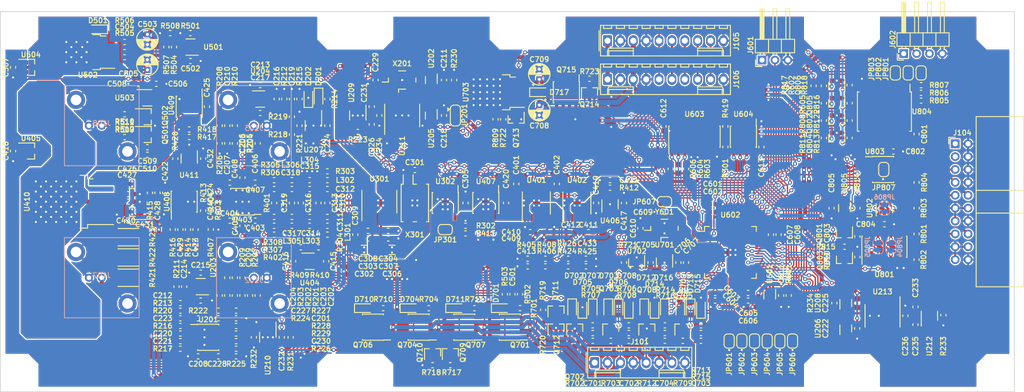
<source format=kicad_pcb>
(kicad_pcb (version 20171130) (host pcbnew "(5.1.5)-3")
  (title_block (title "Waveform Generator + Frequency Counter") (date 2019-12-27) (rev 0) (comment 3 "License: TAPR Open Hardware License - https://www.tapr.org/ohl") (comment 4 "Repository: https://github.com/void-error/MTE_WFG-FC_HW"))
  (layers (0 F.Cu signal) (31 B.Cu signal) (34 B.Paste user hide) (35 F.Paste user hide) (36 B.SilkS user) (37 F.SilkS user) (38 B.Mask user) (39 F.Mask user hide) (44 Edge.Cuts user))
  (net 0 "")
  (net 1 +12V)
  (net 2 /UMON_SQR)
  (net 3 +15V)
  (net 4 -15V)
  (net 5 /SQR)
  (net 6 /SYNC)
  (net 7 /PWM)
  (net 8 /RPM0)
  (net 9 /RPM1)
  (net 10 /EF)
  (net 11 /SIG_D)
  (net 12 /~DDS~)
  (net 13 /~LVL_CL~)
  (net 14 /~DAC_GAIN~)
  (net 15 /~DAC_OFFSET~)
  (net 16 "Net-(C304-Pad1)")
  (net 17 "Net-(C310-Pad1)")
  (net 18 "Net-(C311-Pad2)")
  (net 19 "Net-(C312-Pad2)")
  (net 20 "/Frequency Counter Input Stages/SIG_IN")
  (net 21 "/Frequency Counter Input Stages/D1_S")
  (net 22 "/Frequency Counter Input Stages/D0_S")
  (net 23 "/Frequency Counter Input Stages/D2_S")
  (net 24 "/Frequency Counter Input Stages/D3_S")
  (net 25 "/Frequency Counter Input Stages/D4_S")
  (net 26 "/Frequency Counter Input Stages/D1_R")
  (net 27 "/Frequency Counter Input Stages/D0_R")
  (net 28 "/Frequency Counter Input Stages/D2_R")
  (net 29 "/Frequency Counter Input Stages/D3_R")
  (net 30 "/Frequency Counter Input Stages/D4_R")
  (net 31 "Net-(U301-Pad8)")
  (net 32 /BUS_CLKR_N)
  (net 33 /BUS_CLKR_P)
  (net 34 /BUS_TRIG_N)
  (net 35 /BUS_TRIG_P)
  (net 36 /MISO)
  (net 37 /MOSI)
  (net 38 /SCLK)
  (net 39 /BUS_SCL)
  (net 40 /BUS_SDA)
  (net 41 /BUS_RX_N)
  (net 42 /BUS_RX_P)
  (net 43 /BUS_TX_N)
  (net 44 /BUS_TX_P)
  (net 45 "/Frequency Counter Input Stages/RCLK_IN")
  (net 46 "/Control logic/SWCLK")
  (net 47 "/Control logic/SWDIO")
  (net 48 "/Control logic/DBG_RX")
  (net 49 "/Control logic/DBG_TX")
  (net 50 "Net-(JP201-Pad3)")
  (net 51 "/Control logic/RCLK")
  (net 52 "Net-(JP201-Pad1)")
  (net 53 "Net-(JP301-Pad2)")
  (net 54 "Net-(JP301-Pad1)")
  (net 55 "/Control logic/ID0")
  (net 56 "/Control logic/ID1")
  (net 57 "/Control logic/ID2")
  (net 58 "/Control logic/ID3")
  (net 59 "/Control logic/ID4")
  (net 60 "/Control logic/ID5")
  (net 61 "/Control logic/DIV_SEL")
  (net 62 "/Control logic/ADJ_TRIG")
  (net 63 "/Control logic/RCLK_SEL")
  (net 64 /ADJ_SQR)
  (net 65 /LDAC)
  (net 66 "/Frequency Counter Input Stages/SIG")
  (net 67 /TMON0)
  (net 68 /TMON1)
  (net 69 /RESET)
  (net 70 /UMON_VREF)
  (net 71 "/Control logic/CS_A2")
  (net 72 "/Control logic/CS_A1")
  (net 73 "/Control logic/CS_A0")
  (net 74 /~ADJ_NULL~)
  (net 75 "/Control logic/SDA")
  (net 76 "/Control logic/SCL")
  (net 77 "/Control logic/WP")
  (net 78 "Net-(C308-Pad2)")
  (net 79 "Net-(R403-Pad1)")
  (net 80 +3V3D)
  (net 81 +5V0A)
  (net 82 +5V0D)
  (net 83 "Net-(C206-Pad1)")
  (net 84 -5V0A)
  (net 85 +3V3A)
  (net 86 "Net-(C214-Pad1)")
  (net 87 "Net-(C214-Pad2)")
  (net 88 "/Analog Output Stage/SIG_N")
  (net 89 "/Analog Output Stage/SIG_P")
  (net 90 VREF)
  (net 91 "/Analog Output Stage/FB_NULL")
  (net 92 "/Analog Output Stage/UMON_OUT")
  (net 93 "Net-(C504-Pad2)")
  (net 94 "/Analog Output Stage/ANALOG_OUT")
  (net 95 "/Digital Output Stage/DIGITAL_OUT")
  (net 96 "Net-(R402-Pad1)")
  (net 97 "Net-(R414-Pad2)")
  (net 98 "Net-(R414-Pad1)")
  (net 99 "Net-(U208-Pad1)")
  (net 100 DGND)
  (net 101 AGND)
  (net 102 /~ADJ_FS~)
  (net 103 "Net-(C202-Pad1)")
  (net 104 "Net-(C203-Pad1)")
  (net 105 "Net-(C205-Pad1)")
  (net 106 "Net-(C209-Pad1)")
  (net 107 "Net-(C210-Pad1)")
  (net 108 +3V3P)
  (net 109 "Net-(C216-Pad2)")
  (net 110 "Net-(C216-Pad1)")
  (net 111 "Net-(C219-Pad2)")
  (net 112 "Net-(C220-Pad2)")
  (net 113 "Net-(C220-Pad1)")
  (net 114 "Net-(C221-Pad1)")
  (net 115 "Net-(C223-Pad1)")
  (net 116 "Net-(C227-Pad1)")
  (net 117 "Net-(C227-Pad2)")
  (net 118 "Net-(C228-Pad1)")
  (net 119 "Net-(C230-Pad1)")
  (net 120 "Net-(C309-Pad1)")
  (net 121 "Net-(C310-Pad2)")
  (net 122 "Net-(C314-Pad2)")
  (net 123 "Net-(C315-Pad2)")
  (net 124 "Net-(C317-Pad2)")
  (net 125 "Net-(C318-Pad2)")
  (net 126 "Net-(C414-Pad2)")
  (net 127 "Net-(C424-Pad2)")
  (net 128 "Net-(C424-Pad1)")
  (net 129 "Net-(C428-Pad1)")
  (net 130 "Net-(C429-Pad1)")
  (net 131 "Net-(C505-Pad1)")
  (net 132 "/Control logic/UMON_P5V0A")
  (net 133 "/Control logic/UMON_N5V0A")
  (net 134 "/Control logic/UMON_N15V")
  (net 135 "/Control logic/UMON_P15V")
  (net 136 "/Power Distribution/P5V0A")
  (net 137 "/Power Distribution/N5V0A")
  (net 138 "/Power Distribution/N15V")
  (net 139 "/Power Distribution/P15V")
  (net 140 /PG)
  (net 141 "/Bus Interface/TX")
  (net 142 "/Bus Interface/RX")
  (net 143 "/Bus Interface/CLKR")
  (net 144 "Net-(Q501-Pad1)")
  (net 145 "Net-(Q501-Pad2)")
  (net 146 "Net-(Q502-Pad2)")
  (net 147 "/Bus Interface/NRST")
  (net 148 "/Bus Interface/BOOT0")
  (net 149 "Net-(Q802-Pad3)")
  (net 150 "Net-(Q803-Pad3)")
  (net 151 "/Control logic/EN_PWR")
  (net 152 "Net-(R209-Pad1)")
  (net 153 "Net-(R210-Pad1)")
  (net 154 "Net-(R218-Pad2)")
  (net 155 "Net-(R221-Pad1)")
  (net 156 "Net-(R233-Pad1)")
  (net 157 "Net-(R401-Pad1)")
  (net 158 "Net-(R401-Pad2)")
  (net 159 "Net-(R404-Pad2)")
  (net 160 "Net-(R407-Pad2)")
  (net 161 "Net-(R409-Pad2)")
  (net 162 "Net-(R411-Pad1)")
  (net 163 "Net-(R417-Pad1)")
  (net 164 "Net-(R418-Pad2)")
  (net 165 "Net-(R420-Pad1)")
  (net 166 "Net-(R420-Pad2)")
  (net 167 "Net-(R504-Pad2)")
  (net 168 "Net-(R504-Pad1)")
  (net 169 "/Bus Interface/MCU_PG")
  (net 170 "/Bus Interface/EN_TX")
  (net 171 "/Control logic/EN_UMON")
  (net 172 "Net-(U202-Pad1)")
  (net 173 "Net-(U202-Pad3)")
  (net 174 "Net-(U205-Pad1)")
  (net 175 "Net-(U206-Pad1)")
  (net 176 "Net-(U206-Pad6)")
  (net 177 "Net-(U404-Pad3)")
  (net 178 "Net-(U409-Pad6)")
  (net 179 "/Bus Interface/TRIG_DIR")
  (net 180 "/Bus Interface/TRIG_IN")
  (net 181 "Net-(R227-Pad2)")
  (net 182 "Net-(R232-Pad1)")
  (net 183 "Net-(R223-Pad1)")
  (net 184 "/Bus Interface/TRIG_OUT")
  (net 185 "Net-(C609-Pad1)")
  (net 186 "Net-(C610-Pad1)")
  (net 187 "Net-(D701-Pad2)")
  (net 188 "Net-(D701-Pad1)")
  (net 189 "Net-(D702-Pad2)")
  (net 190 "Net-(D702-Pad1)")
  (net 191 "Net-(D703-Pad2)")
  (net 192 "Net-(D703-Pad1)")
  (net 193 "Net-(D704-Pad1)")
  (net 194 "Net-(D704-Pad2)")
  (net 195 "Net-(D709-Pad2)")
  (net 196 "Net-(D710-Pad2)")
  (net 197 "Net-(D711-Pad2)")
  (net 198 "Net-(D712-Pad2)")
  (net 199 "Net-(JP801-Pad1)")
  (net 200 "Net-(JP802-Pad1)")
  (net 201 "Net-(JP803-Pad1)")
  (net 202 "Net-(Q702-Pad3)")
  (net 203 "Net-(Q703-Pad3)")
  (net 204 "Net-(Q705-Pad3)")
  (net 205 "Net-(Q708-Pad3)")
  (net 206 "Net-(Q709-Pad1)")
  (net 207 "Net-(Q709-Pad2)")
  (net 208 "Net-(Q711-Pad2)")
  (net 209 "Net-(Q711-Pad1)")
  (net 210 "Net-(Q713-Pad1)")
  (net 211 "Net-(Q713-Pad2)")
  (net 212 "Net-(Q714-Pad3)")
  (net 213 "Net-(Q801-Pad1)")
  (net 214 "Net-(Q801-Pad3)")
  (net 215 "Net-(Q802-Pad1)")
  (net 216 "Net-(Q804-Pad3)")
  (net 217 "Net-(Q804-Pad1)")
  (net 218 "Net-(Q805-Pad1)")
  (net 219 "Net-(R601-Pad1)")
  (net 220 "Net-(U601-Pad1)")
  (net 221 "Net-(U801-Pad4)")
  (net 222 "Net-(Q806-Pad1)")
  (module Package_TO_SOT_SMD:SOT-23 (layer F.Cu) (at 209.972 60.569 270)
    (fp_text reference Q805 (at 0.381 5.334 90) (layer F.SilkS) (effects (font (thickness 0.2))))
    (fp_text value BSS84)
    (pad 3 smd rect (at 1 0 270) (size 0.9 0.8) (layers F.Cu F.Paste F.Mask) (net 148 "/Bus Interface/BOOT0"))
    (pad 2 smd rect (at -1 0.95 270) (size 0.9 0.8) (layers F.Cu F.Paste F.Mask) (net 80 +3V3D))
    (pad 1 smd rect (at -1 -0.95 270) (size 0.9 0.8) (layers F.Cu F.Paste F.Mask) (net 218 "Net-(Q805-Pad1)"))
  )
  (module mte:TE_1-1337541-0 (layer B.Cu) (at 65 65)
    (fp_text reference J108 (at 0 -0.5) (layer B.SilkS) (effects (justify mirror)))
    (fp_text value CONN_COAXIAL)
    (pad 2 thru_hole circle (at -5.08 -5.08) (size 3.6 3.6) (drill 2.1) (layers *.Cu *.Mask) (net 100 DGND))
    (pad 2 thru_hole circle (at 5.08 5.08) (size 3.6 3.6) (drill 2.1) (layers *.Cu *.Mask) (net 100 DGND))
    (pad 2 thru_hole circle (at -2.54 0) (size 1.6 1.6) (drill 0.9) (layers *.Cu *.Mask) (net 100 DGND))
    (pad 1 thru_hole circle (at 0 0) (size 1.6 1.6) (drill 0.9) (layers *.Cu *.Mask) (net 95 "/Digital Output Stage/DIGITAL_OUT"))
  )
  (module mte:TE_1-1337541-0 (layer B.Cu) (at 65 95)
    (fp_text reference J107 (at 0 -0.5) (layer B.SilkS) (effects (justify mirror)))
    (fp_text value CONN_COAXIAL)
    (pad 2 thru_hole circle (at -5.08 -5.08) (size 3.6 3.6) (drill 2.1) (layers *.Cu *.Mask) (net 101 AGND))
    (pad 2 thru_hole circle (at 5.08 5.08) (size 3.6 3.6) (drill 2.1) (layers *.Cu *.Mask) (net 101 AGND))
    (pad 2 thru_hole circle (at -2.54 0) (size 1.6 1.6) (drill 0.9) (layers *.Cu *.Mask) (net 101 AGND))
    (pad 1 thru_hole circle (at 0 0) (size 1.6 1.6) (drill 0.9) (layers *.Cu *.Mask) (net 94 "/Analog Output Stage/ANALOG_OUT"))
  )
  (module mte:TE_1-1337541-0 (layer B.Cu) (at 95 65 180)
    (fp_text reference J103 (at 0 -0.5) (layer B.SilkS) (effects (justify mirror)))
    (fp_text value CONN_COAXIAL)
    (pad 2 thru_hole circle (at -5.08 -5.08 180) (size 3.6 3.6) (drill 2.1) (layers *.Cu *.Mask) (net 101 AGND))
    (pad 2 thru_hole circle (at 5.08 5.08 180) (size 3.6 3.6) (drill 2.1) (layers *.Cu *.Mask) (net 101 AGND))
    (pad 2 thru_hole circle (at -2.54 0 180) (size 1.6 1.6) (drill 0.9) (layers *.Cu *.Mask) (net 101 AGND))
    (pad 1 thru_hole circle (at 0 0 180) (size 1.6 1.6) (drill 0.9) (layers *.Cu *.Mask) (net 45 "/Frequency Counter Input Stages/RCLK_IN"))
  )
  (module mte:TE_1-1337541-0 (layer B.Cu) (at 95 95 180)
    (fp_text reference J102 (at 0 -0.5) (layer B.SilkS) (effects (justify mirror)))
    (fp_text value CONN_COAXIAL)
    (pad 2 thru_hole circle (at -5.08 -5.08 180) (size 3.6 3.6) (drill 2.1) (layers *.Cu *.Mask) (net 101 AGND))
    (pad 2 thru_hole circle (at 5.08 5.08 180) (size 3.6 3.6) (drill 2.1) (layers *.Cu *.Mask) (net 101 AGND))
    (pad 2 thru_hole circle (at -2.54 0 180) (size 1.6 1.6) (drill 0.9) (layers *.Cu *.Mask) (net 101 AGND))
    (pad 1 thru_hole circle (at 0 0 180) (size 1.6 1.6) (drill 0.9) (layers *.Cu *.Mask) (net 20 "/Frequency Counter Input Stages/SIG_IN"))
  )
  (module Package_SO:SOIC-8_3.9x4.9mm_P1.27mm (layer F.Cu) (at 82.25 61.25 270)
    (fp_text reference U409 (at -0.25 3.5 270) (layer F.SilkS) (effects (font (thickness 0.2))))
    (fp_text value MCP41050)
    (pad 8 smd rect (at 2.7 -1.905 270) (size 1.55 0.6) (layers F.Cu F.Paste F.Mask) (net 108 +3V3P))
    (pad 7 smd rect (at 2.7 -0.635 270) (size 1.55 0.6) (layers F.Cu F.Paste F.Mask) (net 164 "Net-(R418-Pad2)"))
    (pad 6 smd rect (at 2.7 0.635 270) (size 1.55 0.6) (layers F.Cu F.Paste F.Mask) (net 178 "Net-(U409-Pad6)"))
    (pad 5 smd rect (at 2.7 1.905 270) (size 1.55 0.6) (layers F.Cu F.Paste F.Mask) (net 163 "Net-(R417-Pad1)"))
    (pad 4 smd rect (at -2.7 1.905 270) (size 1.55 0.6) (layers F.Cu F.Paste F.Mask) (net 100 DGND))
    (pad 3 smd rect (at -2.7 0.635 270) (size 1.55 0.6) (layers F.Cu F.Paste F.Mask) (net 37 /MOSI))
    (pad 2 smd rect (at -2.7 -0.635 270) (size 1.55 0.6) (layers F.Cu F.Paste F.Mask) (net 38 /SCLK))
    (pad 1 smd rect (at -2.7 -1.905 270) (size 1.55 0.6) (layers F.Cu F.Paste F.Mask) (net 13 /~LVL_CL~))
  )
  (module Package_TO_SOT_SMD:SOT-23-6_Handsoldering (layer F.Cu) (at 74 59.5)
    (fp_text reference U503 (at -4.5 0) (layer F.SilkS) (effects (font (thickness 0.2))))
    (fp_text value 74LVC1T45)
    (pad 5 smd rect (at 1.35 0) (size 1.56 0.65) (layers F.Cu F.Paste F.Mask) (net 100 DGND))
    (pad 6 smd rect (at 1.35 -0.95) (size 1.56 0.65) (layers F.Cu F.Paste F.Mask) (net 80 +3V3D))
    (pad 4 smd rect (at 1.35 0.95) (size 1.56 0.65) (layers F.Cu F.Paste F.Mask) (net 11 /SIG_D))
    (pad 3 smd rect (at -1.35 0.95) (size 1.56 0.65) (layers F.Cu F.Paste F.Mask) (net 144 "Net-(Q501-Pad1)"))
    (pad 2 smd rect (at -1.35 0) (size 1.56 0.65) (layers F.Cu F.Paste F.Mask) (net 100 DGND))
    (pad 1 smd rect (at -1.35 -0.95) (size 1.56 0.65) (layers F.Cu F.Paste F.Mask) (net 131 "Net-(C505-Pad1)"))
  )
  (module Package_TO_SOT_SMD:SOT-23 (layer F.Cu) (at 146.726 63.744 270)
    (fp_text reference Q713 (at 3.683 0 90) (layer F.SilkS) (effects (font (thickness 0.2))))
    (fp_text value BSS138)
    (pad 3 smd rect (at 1 0 270) (size 0.9 0.8) (layers F.Cu F.Paste F.Mask) (net 82 +5V0D))
    (pad 2 smd rect (at -1 0.95 270) (size 0.9 0.8) (layers F.Cu F.Paste F.Mask) (net 211 "Net-(Q713-Pad2)"))
    (pad 1 smd rect (at -1 -0.95 270) (size 0.9 0.8) (layers F.Cu F.Paste F.Mask) (net 210 "Net-(Q713-Pad1)"))
  )
  (module Package_TO_SOT_SMD:SOT-363_SC-70-6_Handsoldering (layer F.Cu) (at 211.75 105 90)
    (fp_text reference U206 (at 0 -5.5 270) (layer F.SilkS) (effects (font (thickness 0.2))))
    (fp_text value 74LVC2G14)
    (pad 6 smd rect (at 1.33 -0.65 90) (size 1.5 0.4) (layers F.Cu F.Paste F.Mask) (net 176 "Net-(U206-Pad6)"))
    (pad 5 smd rect (at 1.33 0 90) (size 1.5 0.4) (layers F.Cu F.Paste F.Mask) (net 108 +3V3P))
    (pad 4 smd rect (at 1.33 0.65 90) (size 1.5 0.4) (layers F.Cu F.Paste F.Mask) (net 22 "/Frequency Counter Input Stages/D0_S"))
    (pad 3 smd rect (at -1.33 0.65 90) (size 1.5 0.4) (layers F.Cu F.Paste F.Mask) (net 175 "Net-(U206-Pad1)"))
    (pad 2 smd rect (at -1.33 0 90) (size 1.5 0.4) (layers F.Cu F.Paste F.Mask) (net 100 DGND))
    (pad 1 smd rect (at -1.33 -0.65 90) (size 1.5 0.4) (layers F.Cu F.Paste F.Mask) (net 175 "Net-(U206-Pad1)"))
  )
  (module Diode_SMD:D_SOD-323_HandSoldering (layer F.Cu) (at 157.775 101.082 270)
    (fp_text reference D702 (at -6.477 -0.381) (layer F.SilkS) (effects (font (thickness 0.2))))
    (fp_text value BAT54J)
    (pad 2 smd rect (at 1.25 0 270) (size 1 1) (layers F.Cu F.Paste F.Mask) (net 189 "Net-(D702-Pad2)"))
    (pad 1 smd rect (at -1.25 0 270) (size 1 1) (layers F.Cu F.Paste F.Mask) (net 190 "Net-(D702-Pad1)"))
  )
  (module Diode_SMD:D_SOD-323_HandSoldering (layer F.Cu) (at 179.111 101.082 270)
    (fp_text reference D709 (at -4.953 -0.635 270) (layer F.SilkS) (effects (font (thickness 0.2))))
    (fp_text value BAT54J)
    (pad 2 smd rect (at 1.25 0 270) (size 1 1) (layers F.Cu F.Paste F.Mask) (net 195 "Net-(D709-Pad2)"))
    (pad 1 smd rect (at -1.25 0 270) (size 1 1) (layers F.Cu F.Paste F.Mask) (net 192 "Net-(D703-Pad1)"))
  )
  (module Diode_SMD:D_SOD-323_HandSoldering (layer F.Cu) (at 159.807 101.082 90)
    (fp_text reference D705 (at 5.207 0) (layer F.SilkS) (effects (font (thickness 0.2))))
    (fp_text value BAT54J)
    (pad 2 smd rect (at 1.25 0 90) (size 1 1) (layers F.Cu F.Paste F.Mask) (net 101 AGND))
    (pad 1 smd rect (at -1.25 0 90) (size 1 1) (layers F.Cu F.Paste F.Mask) (net 132 "/Control logic/UMON_P5V0A"))
  )
  (module Diode_SMD:D_SOD-323_HandSoldering (layer F.Cu) (at 161.839 101.082 270)
    (fp_text reference D707 (at -6.477 0.254) (layer F.SilkS) (effects (font (thickness 0.2))))
    (fp_text value BAT54J)
    (pad 2 smd rect (at 1.25 0 270) (size 1 1) (layers F.Cu F.Paste F.Mask) (net 132 "/Control logic/UMON_P5V0A"))
    (pad 1 smd rect (at -1.25 0 270) (size 1 1) (layers F.Cu F.Paste F.Mask) (net 85 +3V3A))
  )
  (module Package_TO_SOT_SMD:SOT-23 (layer F.Cu) (at 165.395 104.892 90)
    (fp_text reference Q703 (at 7.747 -0.381) (layer F.SilkS) (effects (font (thickness 0.2))))
    (fp_text value BSS138)
    (pad 3 smd rect (at 1 0 90) (size 0.9 0.8) (layers F.Cu F.Paste F.Mask) (net 203 "Net-(Q703-Pad3)"))
    (pad 2 smd rect (at -1 0.95 90) (size 0.9 0.8) (layers F.Cu F.Paste F.Mask) (net 137 "/Power Distribution/N5V0A"))
    (pad 1 smd rect (at -1 -0.95 90) (size 0.9 0.8) (layers F.Cu F.Paste F.Mask) (net 191 "Net-(D703-Pad2)"))
  )
  (module Package_TO_SOT_SMD:TO-263-7_TabPin8 (layer F.Cu) (at 59.25 80 180)
    (fp_text reference U410 (at 9 0 90) (layer F.SilkS) (effects (font (thickness 0.2))))
    (fp_text value LMH6321)
    (pad 8 smd rect (at 3.375 0 180) (size 9.4 10.8) (layers F.Cu F.Mask) (net 4 -15V))
    (pad 7 smd rect (at -5.775 3.81 180) (size 4.6 0.8) (layers F.Cu F.Paste F.Mask) (net 165 "Net-(R420-Pad1)"))
    (pad 6 smd rect (at -5.775 2.54 180) (size 4.6 0.8) (layers F.Cu F.Paste F.Mask) (net 10 /EF))
    (pad 5 smd rect (at -5.775 1.27 180) (size 4.6 0.8) (layers F.Cu F.Paste F.Mask) (net 3 +15V))
    (pad 4 smd rect (at -5.775 0 180) (size 4.6 0.8) (layers F.Cu F.Paste F.Mask) (net 4 -15V))
    (pad 3 smd rect (at -5.775 -1.27 180) (size 4.6 0.8) (layers F.Cu F.Paste F.Mask) (net 130 "Net-(C429-Pad1)"))
    (pad 2 smd rect (at -5.775 -2.54 180) (size 4.6 0.8) (layers F.Cu F.Paste F.Mask) (net 101 AGND))
    (pad 1 smd rect (at -5.775 -3.81 180) (size 4.6 0.8) (layers F.Cu F.Paste F.Mask) (net 129 "Net-(C428-Pad1)"))
  )
  (module Package_TO_SOT_SMD:SOT-363_SC-70-6_Handsoldering (layer F.Cu) (at 196.75 98.5 270)
    (fp_text reference U601 (at -4.25 0 270) (layer F.SilkS) (effects (font (thickness 0.2))))
    (fp_text value 74LVC1G157)
    (pad 6 smd rect (at 1.33 -0.65 270) (size 1.5 0.4) (layers F.Cu F.Paste F.Mask) (net 219 "Net-(R601-Pad1)"))
    (pad 5 smd rect (at 1.33 0 270) (size 1.5 0.4) (layers F.Cu F.Paste F.Mask) (net 100 DGND))
    (pad 4 smd rect (at 1.33 0.65 270) (size 1.5 0.4) (layers F.Cu F.Paste F.Mask) (net 11 /SIG_D))
    (pad 3 smd rect (at -1.33 0.65 270) (size 1.5 0.4) (layers F.Cu F.Paste F.Mask) (net 5 /SQR))
    (pad 2 smd rect (at -1.33 0 270) (size 1.5 0.4) (layers F.Cu F.Paste F.Mask) (net 80 +3V3D))
    (pad 1 smd rect (at -1.33 -0.65 270) (size 1.5 0.4) (layers F.Cu F.Paste F.Mask) (net 220 "Net-(U601-Pad1)"))
  )
  (module Crystal:Crystal_SMD_EuroQuartz_MQ-4Pin_7.0x5.0mm_HandSoldering (layer F.Cu) (at 126.75 80.25 270)
    (fp_text reference X301 (at 6.25 0) (layer F.SilkS) (effects (font (thickness 0.2))))
    (fp_text value CFPS-73)
    (pad 4 smd rect (at -3.7 -1.32 270) (size 3.3 1.54) (layers F.Cu F.Paste F.Mask) (net 108 +3V3P))
    (pad 3 smd rect (at 3.7 -1.32 270) (size 3.3 1.54) (layers F.Cu F.Paste F.Mask) (net 31 "Net-(U301-Pad8)"))
    (pad 2 smd rect (at 3.7 1.32 270) (size 3.3 1.54) (layers F.Cu F.Paste F.Mask) (net 100 DGND))
    (pad 1 smd rect (at -3.7 1.32 270) (size 3.3 1.54) (layers F.Cu F.Paste F.Mask))
  )
  (module Package_TO_SOT_SMD:SOT-23-5_HandSoldering (layer F.Cu) (at 84.5 96.75 180)
    (fp_text reference U203 (at -2.5 3.75 90) (layer F.SilkS) (effects (font (thickness 0.2))))
    (fp_text value AD8065)
    (pad 5 smd rect (at 1.35 -0.95 180) (size 1.56 0.65) (layers F.Cu F.Paste F.Mask) (net 81 +5V0A))
    (pad 4 smd rect (at 1.35 0.95 180) (size 1.56 0.65) (layers F.Cu F.Paste F.Mask) (net 87 "Net-(C214-Pad2)"))
    (pad 3 smd rect (at -1.35 0.95 180) (size 1.56 0.65) (layers F.Cu F.Paste F.Mask) (net 152 "Net-(R209-Pad1)"))
    (pad 2 smd rect (at -1.35 0 180) (size 1.56 0.65) (layers F.Cu F.Paste F.Mask) (net 84 -5V0A))
    (pad 1 smd rect (at -1.35 -0.95 180) (size 1.56 0.65) (layers F.Cu F.Paste F.Mask) (net 86 "Net-(C214-Pad1)"))
  )
  (module Package_TO_SOT_SMD:SOT-23-5_HandSoldering (layer F.Cu) (at 165.25 80.5 90)
    (fp_text reference U406 (at -3.25 0) (layer F.SilkS) (effects (font (thickness 0.2))))
    (fp_text value LM4132-2)
    (pad 5 smd rect (at 1.35 -0.95 90) (size 1.56 0.65) (layers F.Cu F.Paste F.Mask) (net 90 VREF))
    (pad 4 smd rect (at 1.35 0.95 90) (size 1.56 0.65) (layers F.Cu F.Paste F.Mask) (net 81 +5V0A))
    (pad 3 smd rect (at -1.35 0.95 90) (size 1.56 0.65) (layers F.Cu F.Paste F.Mask) (net 81 +5V0A))
    (pad 2 smd rect (at -1.35 0 90) (size 1.56 0.65) (layers F.Cu F.Paste F.Mask) (net 101 AGND))
    (pad 1 smd rect (at -1.35 -0.95 90) (size 1.56 0.65) (layers F.Cu F.Paste F.Mask))
  )
  (module Crystal:Crystal_SMD_EuroQuartz_MJ-4Pin_5.0x3.2mm_HandSoldering (layer F.Cu) (at 124.25 56)
    (fp_text reference X201 (at 0 -3.25) (layer F.SilkS) (effects (font (thickness 0.2))))
    (fp_text value FOX924B-10.000)
    (pad 4 smd rect (at -2.325 -1.425) (size 2.85 1.65) (layers F.Cu F.Paste F.Mask) (net 108 +3V3P))
    (pad 3 smd rect (at 2.325 -1.425) (size 2.85 1.65) (layers F.Cu F.Paste F.Mask) (net 173 "Net-(U202-Pad3)"))
    (pad 2 smd rect (at 2.325 1.425) (size 2.85 1.65) (layers F.Cu F.Paste F.Mask) (net 100 DGND))
    (pad 1 smd rect (at -2.325 1.425) (size 2.85 1.65) (layers F.Cu F.Paste F.Mask))
  )
  (module Symbol:OSHW-Logo2_9.8x8mm_Copper (layer F.Cu) (at 238.42 102.86)
    (fp_text reference LOGO101 hide)
    (fp_text value OSHW hide)
    (fp_poly (pts (xy 0.139878 -3.712224) (xy 0.245612 -3.711645) (xy 0.322132 -3.710078) (xy 0.374372 -3.707028) (xy 0.407263 -3.702004) (xy 0.425737 -3.694511) (xy 0.434727 -3.684056) (xy 0.439163 -3.670147) (xy 0.439594 -3.668346) (xy 0.446333 -3.635855) (xy 0.458808 -3.571748) (xy 0.475719 -3.482849) (xy 0.495771 -3.375981) (xy 0.517664 -3.257967) (xy 0.518429 -3.253822) (xy 0.540359 -3.138169) (xy 0.560877 -3.035986) (xy 0.578659 -2.953402) (xy 0.592381 -2.896544) (xy 0.600718 -2.871542) (xy 0.601116 -2.871099) (xy 0.625677 -2.85889) (xy 0.676315 -2.838544) (xy 0.742095 -2.814455) (xy 0.742461 -2.814326) (xy 0.825317 -2.783182) (xy 0.923 -2.743509) (xy 1.015077 -2.703619) (xy 1.019434 -2.701647) (xy 1.169407 -2.63358) (xy 1.501498 -2.860361) (xy 1.603374 -2.929496) (xy 1.695657 -2.991303) (xy 1.773003 -3.042267) (xy 1.830064 -3.078873) (xy 1.861495 -3.097606) (xy 1.864479 -3.098996) (xy 1.887321 -3.09281) (xy 1.929982 -3.062965) (xy 1.994128 -3.008053) (xy 2.081421 -2.926666) (xy 2.170535 -2.840078) (xy 2.256441 -2.754753) (xy 2.333327 -2.676892) (xy 2.396564 -2.611303) (xy 2.441523 -2.562795) (xy 2.463576 -2.536175) (xy 2.464396 -2.534805) (xy 2.466834 -2.516537) (xy 2.45765 -2.486705) (xy 2.434574 -2.441279) (xy 2.395337 -2.37623) (xy 2.33767 -2.28753) (xy 2.260795 -2.173343) (xy 2.19257 -2.072838) (xy 2.131582 -1.982697) (xy 2.081356 -1.908151) (xy 2.045416 -1.854435) (xy 2.027287 -1.826782) (xy 2.026146 -1.824905) (xy 2.028359 -1.79841) (xy 2.045138 -1.746914) (xy 2.073142 -1.680149) (xy 2.083122 -1.658828) (xy 2.126672 -1.563841) (xy 2.173134 -1.456063) (xy 2.210877 -1.362808) (xy 2.238073 -1.293594) (xy 2.259675 -1.240994) (xy 2.272158 -1.213503) (xy 2.273709 -1.211384) (xy 2.296668 -1.207876) (xy 2.350786 -1.198262) (xy 2.428868 -1.183911) (xy 2.523719 -1.166193) (xy 2.628143 -1.146475) (xy 2.734944 -1.126126) (xy 2.836926 -1.106514) (xy 2.926894 -1.089009) (xy 2.997653 -1.074978) (xy 3.042006 -1.065791) (xy 3.052885 -1.063193) (xy 3.064122 -1.056782) (xy 3.072605 -1.042303) (xy 3.078714 -1.014867) (xy 3.082832 -0.969589) (xy 3.085341 -0.90158) (xy 3.086621 -0.805953) (xy 3.087054 -0.67782) (xy 3.087077 -0.625299) (xy 3.087077 -0.198155) (xy 2.9845 -0.177909) (xy 2.927431 -0.16693) (xy 2.842269 -0.150905) (xy 2.739372 -0.131767) (xy 2.629096 -0.111449) (xy 2.598615 -0.105868) (xy 2.496855 -0.086083) (xy 2.408205 -0.066627) (xy 2.340108 -0.049303) (xy 2.300004 -0.035912) (xy 2.293323 -0.031921) (xy 2.276919 -0.003658) (xy 2.253399 0.051109) (xy 2.227316 0.121588) (xy 2.222142 0.136769) (xy 2.187956 0.230896) (xy 2.145523 0.337101) (xy 2.103997 0.432473) (xy 2.103792 0.432916) (xy 2.03464 0.582525) (xy 2.489512 1.251617) (xy 2.1975 1.544116) (xy 2.10918 1.63117) (xy 2.028625 1.707909) (xy 1.96036 1.770237) (xy 1.908908 1.814056) (xy 1.878794 1.83527) (xy 1.874474 1.836616) (xy 1.849111 1.826016) (xy 1.797358 1.796547) (xy 1.724868 1.751705) (xy 1.637294 1.694984) (xy 1.542612 1.631462) (xy 1.446516 1.566668) (xy 1.360837 1.510287) (xy 1.291016 1.465788) (xy 1.242494 1.436639) (xy 1.220782 1.426308) (xy 1.194293 1.43505) (xy 1.144062 1.458087) (xy 1.080451 1.490631) (xy 1.073708 1.494249) (xy 0.988046 1.53721) (xy 0.929306 1.558279) (xy 0.892772 1.558503) (xy 0.873731 1.538928) (xy 0.87362 1.538654) (xy 0.864102 1.515472) (xy 0.841403 1.460441) (xy 0.807282 1.377822) (xy 0.7635 1.271872) (xy 0.711816 1.146852) (xy 0.653992 1.00702) (xy 0.597991 0.871637) (xy 0.536447 0.722234) (xy 0.479939 0.583832) (xy 0.430161 0.460673) (xy 0.388806 0.357002) (xy 0.357568 0.277059) (xy 0.338141 0.225088) (xy 0.332154 0.205692) (xy 0.347168 0.183443) (xy 0.386439 0.147982) (xy 0.438807 0.108887) (xy 0.587941 -0.014755) (xy 0.704511 -0.156478) (xy 0.787118 -0.313296) (xy 0.834366 -0.482225) (xy 0.844857 -0.660278) (xy 0.837231 -0.742461) (xy 0.795682 -0.912969) (xy 0.724123 -1.063541) (xy 0.626995 -1.192691) (xy 0.508734 -1.298936) (xy 0.37378 -1.38079) (xy 0.226571 -1.436768) (xy 0.071544 -1.465385) (xy -0.086861 -1.465156) (xy -0.244206 -1.434595) (xy -0.396054 -1.372218) (xy -0.537965 -1.27654) (xy -0.597197 -1.222428) (xy -0.710797 -1.08348) (xy -0.789894 -0.931639) (xy -0.835014 -0.771333) (xy -0.846684 -0.606988) (xy -0.825431 -0.443029) (xy -0.77178 -0.283882) (xy -0.68626 -0.133975) (xy -0.569395 0.002267) (xy -0.438807 0.108887) (xy -0.384412 0.149642) (xy -0.345986 0.184718) (xy -0.332154 0.205726) (xy -0.339397 0.228635) (xy -0.359995 0.283365) (xy -0.392254 0.365672) (xy -0.434479 0.471315) (xy -0.484977 0.59605) (xy -0.542052 0.735636) (xy -0.598146 0.87167) (xy -0.660033 1.021201) (xy -0.717356 1.159767) (xy -0.768356 1.283107) (xy -0.811273 1.386964) (xy -0.844347 1.46708) (xy -0.865819 1.519195) (xy -0.873775 1.538654) (xy -0.892571 1.558423) (xy -0.928926 1.558365) (xy -0.987521 1.537441) (xy -1.073032 1.494613) (xy -1.073708 1.494249) (xy -1.138093 1.461012) (xy -1.190139 1.436802) (xy -1.219488 1.426404) (xy -1.220783 1.426308) (xy -1.242876 1.436855) (xy -1.291652 1.466184) (xy -1.361669 1.510827) (xy -1.447486 1.567314) (xy -1.542612 1.631462) (xy -1.63946 1.696411) (xy -1.726747 1.752896) (xy -1.798819 1.797421) (xy -1.850023 1.82649) (xy -1.874474 1.836616) (xy -1.89699 1.823307) (xy -1.942258 1.786112) (xy -2.005756 1.729128) (xy -2.082961 1.656449) (xy -2.169349 1.572171) (xy -2.197601 1.544016) (xy -2.489713 1.251416) (xy -2.267369 0.925104) (xy -2.199798 0.824897) (xy -2.140493 0.734963) (xy -2.092783 0.66051) (xy -2.059993 0.606751) (xy -2.045452 0.578894) (xy -2.045026 0.576912) (xy -2.052692 0.550655) (xy -2.073311 0.497837) (xy -2.103315 0.42731) (xy -2.124375 0.380093) (xy -2.163752 0.289694) (xy -2.200835 0.198366) (xy -2.229585 0.1212) (xy -2.237395 0.097692) (xy -2.259583 0.034916) (xy -2.281273 -0.013589) (xy -2.293187 -0.031921) (xy -2.319477 -0.043141) (xy -2.376858 -0.059046) (xy -2.457882 -0.077833) (xy -2.555105 -0.097701) (xy -2.598615 -0.105868) (xy -2.709104 -0.126171) (xy -2.815084 -0.14583) (xy -2.906199 -0.162912) (xy -2.972092 -0.175482) (xy -2.9845 -0.177909) (xy -3.087077 -0.198155) (xy -3.087077 -0.625299) (xy -3.086847 -0.765754) (xy -3.085901 -0.872021) (xy -3.083859 -0.948987) (xy -3.080338 -1.00154) (xy -3.074957 -1.034567) (xy -3.067334 -1.052955) (xy -3.057088 -1.061592) (xy -3.052885 -1.063193) (xy -3.02753 -1.068873) (xy -2.971516 -1.080205) (xy -2.892036 -1.095821) (xy -2.796288 -1.114353) (xy -2.691467 -1.134431) (xy -2.584768 -1.154688) (xy -2.483387 -1.173754) (xy -2.394521 -1.190261) (xy -2.325363 -1.202841) (xy -2.283111 -1.210125) (xy -2.27371 -1.211384) (xy -2.265193 -1.228237) (xy -2.24634 -1.27313) (xy -2.220676 -1.33757) (xy -2.210877 -1.362808) (xy -2.171352 -1.460314) (xy -2.124808 -1.568041) (xy -2.083123 -1.658828) (xy -2.05245 -1.728247) (xy -2.032044 -1.78529) (xy -2.025232 -1.820223) (xy -2.026318 -1.824905) (xy -2.040715 -1.847009) (xy -2.073588 -1.896169) (xy -2.12141 -1.967152) (xy -2.180652 -2.054722) (xy -2.247785 -2.153643) (xy -2.261059 -2.17317) (xy -2.338954 -2.28886) (xy -2.396213 -2.376956) (xy -2.435119 -2.441514) (xy -2.457956 -2.486589) (xy -2.467006 -2.516237) (xy -2.464552 -2.534515) (xy -2.464489 -2.534631) (xy -2.445173 -2.558639) (xy -2.402449 -2.605053) (xy -2.340949 -2.669063) (xy -2.265302 -2.745855) (xy -2.180139 -2.830618) (xy -2.170535 -2.840078) (xy -2.06321 -2.944011) (xy -1.980385 -3.020325) (xy -1.920395 -3.070429) (xy -1.881577 -3.09573) (xy -1.86448 -3.098996) (xy -1.839527 -3.08475) (xy -1.787745 -3.051844) (xy -1.71448 -3.003792) (xy -1.62508 -2.94411) (xy -1.524889 -2.876312) (xy -1.501499 -2.860361) (xy -1.169407 -2.63358) (xy -1.019435 -2.701647) (xy -0.92823 -2.741315) (xy -0.830331 -2.781209) (xy -0.746169 -2.813017) (xy -0.742462 -2.814326) (xy -0.676631 -2.838424) (xy -0.625884 -2.8588) (xy -0.601158 -2.871064) (xy -0.601116 -2.871099) (xy -0.593271 -2.893266) (xy -0.579934 -2.947783) (xy -0.56243 -3.02852) (xy -0.542083 -3.12935) (xy -0.520218 -3.244144) (xy -0.518429 -3.253822) (xy -0.496496 -3.372096) (xy -0.47636 -3.479458) (xy -0.45932 -3.569083) (xy -0.446672 -3.634149) (xy -0.439716 -3.667832) (xy -0.439594 -3.668346) (xy -0.435361 -3.682675) (xy -0.427129 -3.693493) (xy -0.409967 -3.701294) (xy -0.378942 -3.706571) (xy -0.329122 -3.709818) (xy -0.255576 -3.711528) (xy -0.153371 -3.712193) (xy -0.017575 -3.712307) (xy 0 -3.712308) (xy 0.139878 -3.712224)) (layer F.Cu) (width 0.01))
    (fp_poly (pts (xy 4.245224 2.647838) (xy 4.322528 2.698361) (xy 4.359814 2.74359) (xy 4.389353 2.825663) (xy 4.391699 2.890607) (xy 4.386385 2.977445) (xy 4.186115 3.065103) (xy 4.088739 3.109887) (xy 4.025113 3.145913) (xy 3.992029 3.177117) (xy 3.98628 3.207436) (xy 4.004658 3.240805) (xy 4.024923 3.262923) (xy 4.083889 3.298393) (xy 4.148024 3.300879) (xy 4.206926 3.273235) (xy 4.250197 3.21832) (xy 4.257936 3.198928) (xy 4.295006 3.138364) (xy 4.337654 3.112552) (xy 4.396154 3.090471) (xy 4.396154 3.174184) (xy 4.390982 3.23115) (xy 4.370723 3.279189) (xy 4.328262 3.334346) (xy 4.321951 3.341514) (xy 4.27472 3.390585) (xy 4.234121 3.41692) (xy 4.183328 3.429035) (xy 4.14122 3.433003) (xy 4.065902 3.433991) (xy 4.012286 3.421466) (xy 3.978838 3.402869) (xy 3.926268 3.361975) (xy 3.889879 3.317748) (xy 3.86685 3.262126) (xy 3.854359 3.187047) (xy 3.849587 3.084449) (xy 3.849206 3.032376) (xy 3.850501 2.969948) (xy 3.968471 2.969948) (xy 3.969839 3.003438) (xy 3.973249 3.008923) (xy 3.995753 3.001472) (xy 4.044182 2.981753) (xy 4.108908 2.953718) (xy 4.122443 2.947692) (xy 4.204244 2.906096) (xy 4.249312 2.869538) (xy 4.259217 2.835296) (xy 4.235526 2.800648) (xy 4.21596 2.785339) (xy 4.14536 2.754721) (xy 4.07928 2.75978) (xy 4.023959 2.797151) (xy 3.985636 2.863473) (xy 3.973349 2.916116) (xy 3.968471 2.969948) (xy 3.850501 2.969948) (xy 3.85173 2.91072) (xy 3.861032 2.82071) (xy 3.87946 2.755167) (xy 3.90936 2.706912) (xy 3.95308 2.668767) (xy 3.972141 2.65644) (xy 4.058726 2.624336) (xy 4.153522 2.622316) (xy 4.245224 2.647838)) (layer F.Cu) (width 0.01))
    (fp_poly (pts (xy 3.570807 2.636782) (xy 3.594161 2.646988) (xy 3.649902 2.691134) (xy 3.697569 2.754967) (xy 3.727048 2.823087) (xy 3.731846 2.85667) (xy 3.71576 2.903556) (xy 3.680475 2.928365) (xy 3.642644 2.943387) (xy 3.625321 2.946155) (xy 3.616886 2.926066) (xy 3.60023 2.882351) (xy 3.592923 2.862598) (xy 3.551948 2.794271) (xy 3.492622 2.760191) (xy 3.416552 2.761239) (xy 3.410918 2.762581) (xy 3.370305 2.781836) (xy 3.340448 2.819375) (xy 3.320055 2.879809) (xy 3.307836 2.967751) (xy 3.3025 3.087813) (xy 3.302 3.151698) (xy 3.301752 3.252403) (xy 3.300126 3.321054) (xy 3.295801 3.364673) (xy 3.287454 3.390282) (xy 3.273765 3.404903) (xy 3.253411 3.415558) (xy 3.252234 3.416095) (xy 3.213038 3.432667) (xy 3.193619 3.438769) (xy 3.190635 3.420319) (xy 3.188081 3.369323) (xy 3.18614 3.292308) (xy 3.184997 3.195805) (xy 3.184769 3.125184) (xy 3.185932 2.988525) (xy 3.190479 2.884851) (xy 3.199999 2.808108) (xy 3.216081 2.752246) (xy 3.240313 2.711212) (xy 3.274286 2.678954) (xy 3.307833 2.65644) (xy 3.388499 2.626476) (xy 3.482381 2.619718) (xy 3.570807 2.636782)) (layer F.Cu) (width 0.01))
    (fp_poly (pts (xy 2.887333 2.633528) (xy 2.94359 2.659117) (xy 2.987747 2.690124) (xy 3.020101 2.724795) (xy 3.042438 2.76952) (xy 3.056546 2.830692) (xy 3.064211 2.914701) (xy 3.06722 3.02794) (xy 3.067538 3.102509) (xy 3.067538 3.39342) (xy 3.017773 3.416095) (xy 2.978576 3.432667) (xy 2.959157 3.438769) (xy 2.955442 3.42061) (xy 2.952495 3.371648) (xy 2.950691 3.300153) (xy 2.950308 3.243385) (xy 2.948661 3.161371) (xy 2.944222 3.096309) (xy 2.93774 3.056467) (xy 2.93259 3.048) (xy 2.897977 3.056646) (xy 2.84364 3.078823) (xy 2.780722 3.108886) (xy 2.720368 3.141192) (xy 2.673721 3.170098) (xy 2.651926 3.189961) (xy 2.651839 3.190175) (xy 2.653714 3.226935) (xy 2.670525 3.262026) (xy 2.700039 3.290528) (xy 2.743116 3.300061) (xy 2.779932 3.29895) (xy 2.832074 3.298133) (xy 2.859444 3.310349) (xy 2.875882 3.342624) (xy 2.877955 3.34871) (xy 2.885081 3.394739) (xy 2.866024 3.422687) (xy 2.816353 3.436007) (xy 2.762697 3.43847) (xy 2.666142 3.42021) (xy 2.616159 3.394131) (xy 2.554429 3.332868) (xy 2.52169 3.25767) (xy 2.518753 3.178211) (xy 2.546424 3.104167) (xy 2.588047 3.057769) (xy 2.629604 3.031793) (xy 2.694922 2.998907) (xy 2.771038 2.965557) (xy 2.783726 2.960461) (xy 2.867333 2.923565) (xy 2.91553 2.891046) (xy 2.93103 2.858718) (xy 2.91655 2.822394) (xy 2.891692 2.794) (xy 2.832939 2.759039) (xy 2.768293 2.756417) (xy 2.709008 2.783358) (xy 2.666339 2.837088) (xy 2.660739 2.85095) (xy 2.628133 2.901936) (xy 2.58053 2.939787) (xy 2.520461 2.97085) (xy 2.520461 2.882768) (xy 2.523997 2.828951) (xy 2.539156 2.786534) (xy 2.572768 2.741279) (xy 2.605035 2.70642) (xy 2.655209 2.657062) (xy 2.694193 2.630547) (xy 2.736064 2.619911) (xy 2.78346 2.618154) (xy 2.887333 2.633528)) (layer F.Cu) (width 0.01))
    (fp_poly (pts (xy 2.395929 2.636662) (xy 2.398911 2.688068) (xy 2.401247 2.766192) (xy 2.402749 2.864857) (xy 2.403231 2.968343) (xy 2.403231 3.318533) (xy 2.341401 3.380363) (xy 2.298793 3.418462) (xy 2.26139 3.433895) (xy 2.21027 3.432918) (xy 2.189978 3.430433) (xy 2.126554 3.4232) (xy 2.074095 3.419055) (xy 2.061308 3.418672) (xy 2.018199 3.421176) (xy 1.956544 3.427462) (xy 1.932638 3.430433) (xy 1.873922 3.435028) (xy 1.834464 3.425046) (xy 1.795338 3.394228) (xy 1.781215 3.380363) (xy 1.719385 3.318533) (xy 1.719385 2.663503) (xy 1.76915 2.640829) (xy 1.812002 2.624034) (xy 1.837073 2.618154) (xy 1.843501 2.636736) (xy 1.849509 2.688655) (xy 1.854697 2.768172) (xy 1.858664 2.869546) (xy 1.860577 2.955192) (xy 1.865923 3.292231) (xy 1.91256 3.298825) (xy 1.954976 3.294214) (xy 1.97576 3.279287) (xy 1.98157 3.251377) (xy 1.98653 3.191925) (xy 1.990246 3.108466) (xy 1.992324 3.008532) (xy 1.992624 2.957104) (xy 1.992923 2.661054) (xy 2.054454 2.639604) (xy 2.098004 2.62502) (xy 2.121694 2.618219) (xy 2.122377 2.618154) (xy 2.124754 2.636642) (xy 2.127366 2.687906) (xy 2.129995 2.765649) (xy 2.132421 2.863574) (xy 2.134115 2.955192) (xy 2.139461 3.292231) (xy 2.256692 3.292231) (xy 2.262072 2.984746) (xy 2.267451 2.677261) (xy 2.324601 2.647707) (xy 2.366797 2.627413) (xy 2.39177 2.618204) (xy 2.392491 2.618154) (xy 2.395929 2.636662)) (layer F.Cu) (width 0.01))
    (fp_poly (pts (xy 1.602081 2.780289) (xy 1.601833 2.92632) (xy 1.600872 3.038655) (xy 1.598794 3.122678) (xy 1.595193 3.183769) (xy 1.589665 3.227309) (xy 1.581804 3.258679) (xy 1.571207 3.283262) (xy 1.563182 3.297294) (xy 1.496728 3.373388) (xy 1.41247 3.421084) (xy 1.319249 3.438199) (xy 1.2259 3.422546) (xy 1.170312 3.394418) (xy 1.111957 3.34576) (xy 1.072186 3.286333) (xy 1.04819 3.208507) (xy 1.037161 3.104652) (xy 1.035599 3.028462) (xy 1.035809 3.022986) (xy 1.172308 3.022986) (xy 1.173141 3.110355) (xy 1.176961 3.168192) (xy 1.185746 3.206029) (xy 1.201474 3.233398) (xy 1.220266 3.254042) (xy 1.283375 3.29389) (xy 1.351137 3.297295) (xy 1.415179 3.264025) (xy 1.420164 3.259517) (xy 1.441439 3.236067) (xy 1.454779 3.208166) (xy 1.462001 3.166641) (xy 1.464923 3.102316) (xy 1.465385 3.0312) (xy 1.464383 2.941858) (xy 1.460238 2.882258) (xy 1.451236 2.843089) (xy 1.435667 2.81504) (xy 1.422902 2.800144) (xy 1.3636 2.762575) (xy 1.295301 2.758057) (xy 1.23011 2.786753) (xy 1.217528 2.797406) (xy 1.196111 2.821063) (xy 1.182744 2.849251) (xy 1.175566 2.891245) (xy 1.172719 2.956319) (xy 1.172308 3.022986) (xy 1.035809 3.022986) (xy 1.040322 2.905765) (xy 1.056362 2.813577) (xy 1.086528 2.744269) (xy 1.133629 2.690211) (xy 1.170312 2.662505) (xy 1.23699 2.632572) (xy 1.314272 2.618678) (xy 1.38611 2.622397) (xy 1.426308 2.6374) (xy 1.442082 2.64167) (xy 1.45255 2.62575) (xy 1.459856 2.583089) (xy 1.465385 2.518106) (xy 1.471437 2.445732) (xy 1.479844 2.402187) (xy 1.495141 2.377287) (xy 1.521864 2.360845) (xy 1.538654 2.353564) (xy 1.602154 2.326963) (xy 1.602081 2.780289)) (layer F.Cu) (width 0.01))
    (fp_poly (pts (xy 0.713362 2.62467) (xy 0.802117 2.657421) (xy 0.874022 2.71535) (xy 0.902144 2.756128) (xy 0.932802 2.830954) (xy 0.932165 2.885058) (xy 0.899987 2.921446) (xy 0.888081 2.927633) (xy 0.836675 2.946925) (xy 0.810422 2.941982) (xy 0.80153 2.909587) (xy 0.801077 2.891692) (xy 0.784797 2.825859) (xy 0.742365 2.779807) (xy 0.683388 2.757564) (xy 0.617475 2.763161) (xy 0.563895 2.792229) (xy 0.545798 2.80881) (xy 0.532971 2.828925) (xy 0.524306 2.859332) (xy 0.518696 2.906788) (xy 0.515035 2.97805) (xy 0.512215 3.079875) (xy 0.511484 3.112115) (xy 0.50882 3.22241) (xy 0.505792 3.300036) (xy 0.50125 3.351396) (xy 0.494046 3.38289) (xy 0.483033 3.40092) (xy 0.46706 3.411888) (xy 0.456834 3.416733) (xy 0.413406 3.433301) (xy 0.387842 3.438769) (xy 0.379395 3.420507) (xy 0.374239 3.365296) (xy 0.372346 3.272499) (xy 0.373689 3.141478) (xy 0.374107 3.121269) (xy 0.377058 3.001733) (xy 0.380548 2.914449) (xy 0.385514 2.852591) (xy 0.392893 2.809336) (xy 0.403624 2.77786) (xy 0.418645 2.751339) (xy 0.426502 2.739975) (xy 0.471553 2.689692) (xy 0.52194 2.650581) (xy 0.528108 2.647167) (xy 0.618458 2.620212) (xy 0.713362 2.62467)) (layer F.Cu) (width 0.01))
    (fp_poly (pts (xy 0.053501 2.626303) (xy 0.13006 2.654733) (xy 0.130936 2.655279) (xy 0.178285 2.690127) (xy 0.213241 2.730852) (xy 0.237825 2.783925) (xy 0.254062 2.855814) (xy 0.263975 2.952992) (xy 0.269586 3.081928) (xy 0.270077 3.100298) (xy 0.277141 3.377287) (xy 0.217695 3.408028) (xy 0.174681 3.428802) (xy 0.14871 3.438646) (xy 0.147509 3.438769) (xy 0.143014 3.420606) (xy 0.139444 3.371612) (xy 0.137248 3.300031) (xy 0.136769 3.242068) (xy 0.136758 3.14817) (xy 0.132466 3.089203) (xy 0.117503 3.061079) (xy 0.085482 3.059706) (xy 0.030014 3.080998) (xy -0.053731 3.120136) (xy -0.115311 3.152643) (xy -0.146983 3.180845) (xy -0.156294 3.211582) (xy -0.156308 3.213104) (xy -0.140943 3.266054) (xy -0.095453 3.29466) (xy -0.025834 3.298803) (xy 0.024313 3.298084) (xy 0.050754 3.312527) (xy 0.067243 3.347218) (xy 0.076733 3.391416) (xy 0.063057 3.416493) (xy 0.057907 3.420082) (xy 0.009425 3.434496) (xy -0.058469 3.436537) (xy -0.128388 3.426983) (xy -0.177932 3.409522) (xy -0.24643 3.351364) (xy -0.285366 3.270408) (xy -0.293077 3.20716) (xy -0.287193 3.150111) (xy -0.265899 3.103542) (xy -0.223735 3.062181) (xy -0.155241 3.020755) (xy -0.054956 2.973993) (xy -0.048846 2.97135) (xy 0.04149 2.929617) (xy 0.097235 2.895391) (xy 0.121129 2.864635) (xy 0.115913 2.833311) (xy 0.084328 2.797383) (xy 0.074883 2.789116) (xy 0.011617 2.757058) (xy -0.053936 2.758407) (xy -0.111028 2.789838) (xy -0.148907 2.848024) (xy -0.152426 2.859446) (xy -0.1867 2.914837) (xy -0.230191 2.941518) (xy -0.293077 2.96796) (xy -0.293077 2.899548) (xy -0.273948 2.80011) (xy -0.217169 2.708902) (xy -0.187622 2.678389) (xy -0.120458 2.639228) (xy -0.035044 2.6215) (xy 0.053501 2.626303)) (layer F.Cu) (width 0.01))
    (fp_poly (pts (xy -0.840154 2.49212) (xy -0.834428 2.57198) (xy -0.827851 2.619039) (xy -0.818738 2.639566) (xy -0.805402 2.639829) (xy -0.801077 2.637378) (xy -0.743556 2.619636) (xy -0.668732 2.620672) (xy -0.592661 2.63891) (xy -0.545082 2.662505) (xy -0.496298 2.700198) (xy -0.460636 2.742855) (xy -0.436155 2.797057) (xy -0.420913 2.869384) (xy -0.41297 2.966419) (xy -0.410384 3.094742) (xy -0.410338 3.119358) (xy -0.410308 3.39587) (xy -0.471839 3.41732) (xy -0.515541 3.431912) (xy -0.539518 3.438706) (xy -0.540223 3.438769) (xy -0.542585 3.420345) (xy -0.544594 3.369526) (xy -0.546099 3.292993) (xy -0.546947 3.19743) (xy -0.547077 3.139329) (xy -0.547349 3.024771) (xy -0.548748 2.942667) (xy -0.552151 2.886393) (xy -0.558433 2.849326) (xy -0.568471 2.824844) (xy -0.583139 2.806325) (xy -0.592298 2.797406) (xy -0.655211 2.761466) (xy -0.723864 2.758775) (xy -0.786152 2.78917) (xy -0.797671 2.800144) (xy -0.814567 2.820779) (xy -0.826286 2.845256) (xy -0.833767 2.880647) (xy -0.837946 2.934026) (xy -0.839763 3.012466) (xy -0.840154 3.120617) (xy -0.840154 3.39587) (xy -0.901685 3.41732) (xy -0.945387 3.431912) (xy -0.969364 3.438706) (xy -0.97007 3.438769) (xy -0.971874 3.420069) (xy -0.9735 3.367322) (xy -0.974883 3.285557) (xy -0.975958 3.179805) (xy -0.97666 3.055094) (xy -0.976923 2.916455) (xy -0.976923 2.381806) (xy -0.849923 2.328236) (xy -0.840154 2.49212)) (layer F.Cu) (width 0.01))
    (fp_poly (pts (xy -2.465746 2.599745) (xy -2.388714 2.651567) (xy -2.329184 2.726412) (xy -2.293622 2.821654) (xy -2.286429 2.891756) (xy -2.287246 2.921009) (xy -2.294086 2.943407) (xy -2.312888 2.963474) (xy -2.349592 2.985733) (xy -2.410138 3.014709) (xy -2.500466 3.054927) (xy -2.500923 3.055129) (xy -2.584067 3.09321) (xy -2.652247 3.127025) (xy -2.698495 3.152933) (xy -2.715842 3.167295) (xy -2.715846 3.167411) (xy -2.700557 3.198685) (xy -2.664804 3.233157) (xy -2.623758 3.25799) (xy -2.602963 3.262923) (xy -2.54623 3.245862) (xy -2.497373 3.203133) (xy -2.473535 3.156155) (xy -2.450603 3.121522) (xy -2.405682 3.082081) (xy -2.352877 3.048009) (xy -2.30629 3.02948) (xy -2.296548 3.028462) (xy -2.285582 3.045215) (xy -2.284921 3.088039) (xy -2.29298 3.145781) (xy -2.308173 3.207289) (xy -2.328914 3.261409) (xy -2.329962 3.26351) (xy -2.392379 3.35066) (xy -2.473274 3.409939) (xy -2.565144 3.439034) (xy -2.660487 3.435634) (xy -2.751802 3.397428) (xy -2.755862 3.394741) (xy -2.827694 3.329642) (xy -2.874927 3.244705) (xy -2.901066 3.133021) (xy -2.904574 3.101643) (xy -2.910787 2.953536) (xy -2.903339 2.884468) (xy -2.715846 2.884468) (xy -2.71341 2.927552) (xy -2.700086 2.940126) (xy -2.666868 2.930719) (xy -2.614506 2.908483) (xy -2.555976 2.88061) (xy -2.554521 2.879872) (xy -2.504911 2.853777) (xy -2.485 2.836363) (xy -2.48991 2.818107) (xy -2.510584 2.79412) (xy -2.563181 2.759406) (xy -2.619823 2.756856) (xy -2.670631 2.782119) (xy -2.705724 2.830847) (xy -2.715846 2.884468) (xy -2.903339 2.884468) (xy -2.898008 2.835036) (xy -2.865222 2.741055) (xy -2.819579 2.675215) (xy -2.737198 2.608681) (xy -2.646454 2.575676) (xy -2.553815 2.573573) (xy -2.465746 2.599745)) (layer F.Cu) (width 0.01))
    (fp_poly (pts (xy -3.983114 2.587256) (xy -3.891536 2.635409) (xy -3.823951 2.712905) (xy -3.799943 2.762727) (xy -3.781262 2.837533) (xy -3.771699 2.932052) (xy -3.770792 3.03521) (xy -3.778079 3.135935) (xy -3.793097 3.223153) (xy -3.815385 3.285791) (xy -3.822235 3.296579) (xy -3.903368 3.377105) (xy -3.999734 3.425336) (xy -4.104299 3.43945) (xy -4.210032 3.417629) (xy -4.239457 3.404547) (xy -4.296759 3.364231) (xy -4.34705 3.310775) (xy -4.351803 3.303995) (xy -4.371122 3.271321) (xy -4.383892 3.236394) (xy -4.391436 3.190414) (xy -4.395076 3.124584) (xy -4.396135 3.030105) (xy -4.396154 3.008923) (xy -4.396106 3.002182) (xy -4.200769 3.002182) (xy -4.199632 3.091349) (xy -4.195159 3.15052) (xy -4.185754 3.188741) (xy -4.169824 3.215053) (xy -4.161692 3.223846) (xy -4.114942 3.257261) (xy -4.069553 3.255737) (xy -4.02366 3.226752) (xy -3.996288 3.195809) (xy -3.980077 3.150643) (xy -3.970974 3.07942) (xy -3.970349 3.071114) (xy -3.968796 2.942037) (xy -3.985035 2.846172) (xy -4.018848 2.784107) (xy -4.070016 2.756432) (xy -4.08828 2.754923) (xy -4.13624 2.762513) (xy -4.169047 2.788808) (xy -4.189105 2.839095) (xy -4.198822 2.918664) (xy -4.200769 3.002182) (xy -4.396106 3.002182) (xy -4.395426 2.908249) (xy -4.392371 2.837906) (xy -4.385678 2.789163) (xy -4.37404 2.753288) (xy -4.356147 2.721548) (xy -4.352192 2.715648) (xy -4.285733 2.636104) (xy -4.213315 2.589929) (xy -4.125151 2.571599) (xy -4.095213 2.570703) (xy -3.983114 2.587256)) (layer F.Cu) (width 0.01))
    (fp_poly (pts (xy -1.728336 2.595089) (xy -1.665633 2.631358) (xy -1.622039 2.667358) (xy -1.590155 2.705075) (xy -1.56819 2.751199) (xy -1.554351 2.812421) (xy -1.546847 2.895431) (xy -1.543883 3.006919) (xy -1.543539 3.087062) (xy -1.543539 3.382065) (xy -1.709615 3.456515) (xy -1.719385 3.133402) (xy -1.723421 3.012729) (xy -1.727656 2.925141) (xy -1.732903 2.86465) (xy -1.739975 2.825268) (xy -1.749689 2.801007) (xy -1.762856 2.78588) (xy -1.767081 2.782606) (xy -1.831091 2.757034) (xy -1.895792 2.767153) (xy -1.934308 2.794) (xy -1.949975 2.813024) (xy -1.96082 2.837988) (xy -1.967712 2.875834) (xy -1.971521 2.933502) (xy -1.973117 3.017935) (xy -1.973385 3.105928) (xy -1.973437 3.216323) (xy -1.975328 3.294463) (xy -1.981655 3.347165) (xy -1.995017 3.381242) (xy -2.018015 3.403511) (xy -2.053246 3.420787) (xy -2.100303 3.438738) (xy -2.151697 3.458278) (xy -2.145579 3.111485) (xy -2.143116 2.986468) (xy -2.140233 2.894082) (xy -2.136102 2.827881) (xy -2.129893 2.78142) (xy -2.120774 2.748256) (xy -2.107917 2.721944) (xy -2.092416 2.698729) (xy -2.017629 2.624569) (xy -1.926372 2.581684) (xy -1.827117 2.571412) (xy -1.728336 2.595089)) (layer F.Cu) (width 0.01))
    (fp_poly (pts (xy -3.231114 2.584505) (xy -3.156461 2.621727) (xy -3.090569 2.690261) (xy -3.072423 2.715648) (xy -3.052655 2.748866) (xy -3.039828 2.784945) (xy -3.03249 2.833098) (xy -3.029187 2.902536) (xy -3.028462 2.994206) (xy -3.031737 3.11983) (xy -3.043123 3.214154) (xy -3.064959 3.284523) (xy -3.099581 3.338286) (xy -3.14933 3.382788) (xy -3.152986 3.385423) (xy -3.202015 3.412377) (xy -3.261055 3.425712) (xy -3.336141 3.429) (xy -3.458205 3.429) (xy -3.458256 3.547497) (xy -3.459392 3.613492) (xy -3.466314 3.652202) (xy -3.484402 3.675419) (xy -3.519038 3.694933) (xy -3.527355 3.69892) (xy -3.56628 3.717603) (xy -3.596417 3.729403) (xy -3.618826 3.730422) (xy -3.634567 3.716761) (xy -3.644698 3.684522) (xy -3.650277 3.629804) (xy -3.652365 3.548711) (xy -3.652019 3.437344) (xy -3.6503 3.291802) (xy -3.649763 3.248269) (xy -3.647828 3.098205) (xy -3.646096 3.000042) (xy -3.458308 3.000042) (xy -3.457252 3.083364) (xy -3.452562 3.13788) (xy -3.441949 3.173837) (xy -3.423128 3.201482) (xy -3.41035 3.214965) (xy -3.35811 3.254417) (xy -3.311858 3.257628) (xy -3.264133 3.225049) (xy -3.262923 3.223846) (xy -3.243506 3.198668) (xy -3.231693 3.164447) (xy -3.225735 3.111748) (xy -3.22388 3.031131) (xy -3.223846 3.013271) (xy -3.22833 2.902175) (xy -3.242926 2.825161) (xy -3.26935 2.778147) (xy -3.309317 2.75705) (xy -3.332416 2.754923) (xy -3.387238 2.7649) (xy -3.424842 2.797752) (xy -3.447477 2.857857) (xy -3.457394 2.949598) (xy -3.458308 3.000042) (xy -3.646096 3.000042) (xy -3.645778 2.98206) (xy -3.643127 2.894679) (xy -3.639394 2.830905) (xy -3.634093 2.785582) (xy -3.626742 2.753555) (xy -3.616857 2.729668) (xy -3.603954 2.708764) (xy -3.598421 2.700898) (xy -3.525031 2.626595) (xy -3.43224 2.584467) (xy -3.324904 2.572722) (xy -3.231114 2.584505)) (layer F.Cu) (width 0.01))
  )
  (module MountingHole:MountingHole_3.2mm_M3 (layer F.Cu) (at 49 113.5)
    (fp_text reference MK101 hide)
    (fp_text value mechanical:Mounting_Hole)
    (pad 1 np_thru_hole circle (at 0 0) (size 3.2 3.2) (drill 3.2) (layers *.Cu *.Mask))
  )
  (module MountingHole:MountingHole_3.2mm_M3 (layer F.Cu) (at 111 113.5)
    (fp_text reference MK102 hide)
    (fp_text value mechanical:Mounting_Hole)
    (pad 1 np_thru_hole circle (at 0 0) (size 3.2 3.2) (drill 3.2) (layers *.Cu *.Mask))
  )
  (module MountingHole:MountingHole_3.2mm_M3 (layer F.Cu) (at 153 113.5)
    (fp_text reference MK105 hide)
    (fp_text value mechanical:Mounting_Hole)
    (pad 1 np_thru_hole circle (at 0 0) (size 3.2 3.2) (drill 3.2) (layers *.Cu *.Mask))
  )
  (module MountingHole:MountingHole_3.2mm_M3 (layer F.Cu) (at 207 113.5)
    (fp_text reference MK106 hide)
    (fp_text value mechanical:Mounting_Hole)
    (pad 1 np_thru_hole circle (at 0 0) (size 3.2 3.2) (drill 3.2) (layers *.Cu *.Mask))
  )
  (module MountingHole:MountingHole_3.2mm_M3 (layer F.Cu) (at 241 46.5)
    (fp_text reference MK109 hide)
    (fp_text value mechanical:Mounting_Hole)
    (pad 1 np_thru_hole circle (at 0 0) (size 3.2 3.2) (drill 3.2) (layers *.Cu *.Mask))
  )
  (module MountingHole:MountingHole_3.2mm_M3 (layer F.Cu) (at 215 46.5)
    (fp_text reference MK110 hide)
    (fp_text value mechanical:Mounting_Hole)
    (pad 1 np_thru_hole circle (at 0 0) (size 3.2 3.2) (drill 3.2) (layers *.Cu *.Mask))
  )
  (module MountingHole:MountingHole_3.2mm_M3 (layer F.Cu) (at 145 46.5)
    (fp_text reference MK113 hide)
    (fp_text value mechanical:Mounting_Hole)
    (pad 1 np_thru_hole circle (at 0 0) (size 3.2 3.2) (drill 3.2) (layers *.Cu *.Mask))
  )
  (module MountingHole:MountingHole_3.2mm_M3 (layer F.Cu) (at 119 46.5)
    (fp_text reference MK114 hide)
    (fp_text value mechanical:Mounting_Hole)
    (pad 1 np_thru_hole circle (at 0 0) (size 3.2 3.2) (drill 3.2) (layers *.Cu *.Mask))
  )
  (module MountingHole:MountingHole_3.2mm_M3 (layer F.Cu) (at 119 113.5)
    (fp_text reference MK103 hide)
    (fp_text value mechanical:Mounting_Hole)
    (pad 1 np_thru_hole circle (at 0 0) (size 3.2 3.2) (drill 3.2) (layers *.Cu *.Mask))
  )
  (module MountingHole:MountingHole_3.2mm_M3 (layer F.Cu) (at 145 113.5)
    (fp_text reference MK104 hide)
    (fp_text value mechanical:Mounting_Hole)
    (pad 1 np_thru_hole circle (at 0 0) (size 3.2 3.2) (drill 3.2) (layers *.Cu *.Mask))
  )
  (module MountingHole:MountingHole_3.2mm_M3 (layer F.Cu) (at 215 113.5)
    (fp_text reference MK107 hide)
    (fp_text value mechanical:Mounting_Hole)
    (pad 1 np_thru_hole circle (at 0 0) (size 3.2 3.2) (drill 3.2) (layers *.Cu *.Mask))
  )
  (module MountingHole:MountingHole_3.2mm_M3 (layer F.Cu) (at 241 113.5)
    (fp_text reference MK108 hide)
    (fp_text value mechanical:Mounting_Hole)
    (pad 1 np_thru_hole circle (at 0 0) (size 3.2 3.2) (drill 3.2) (layers *.Cu *.Mask))
  )
  (module MountingHole:MountingHole_3.2mm_M3 (layer F.Cu) (at 207 46.5)
    (fp_text reference MK111 hide)
    (fp_text value mechanical:Mounting_Hole)
    (pad 1 np_thru_hole circle (at 0 0) (size 3.2 3.2) (drill 3.2) (layers *.Cu *.Mask))
  )
  (module MountingHole:MountingHole_3.2mm_M3 (layer F.Cu) (at 153 46.5)
    (fp_text reference MK112 hide)
    (fp_text value mechanical:Mounting_Hole)
    (pad 1 np_thru_hole circle (at 0 0) (size 3.2 3.2) (drill 3.2) (layers *.Cu *.Mask))
  )
  (module MountingHole:MountingHole_3.2mm_M3 (layer F.Cu) (at 111 46.5)
    (fp_text reference MK115 hide)
    (fp_text value mechanical:Mounting_Hole)
    (pad 1 np_thru_hole circle (at 0 0) (size 3.2 3.2) (drill 3.2) (layers *.Cu *.Mask))
  )
  (module MountingHole:MountingHole_3.2mm_M3 (layer F.Cu) (at 49 46.5)
    (fp_text reference MK116 hide)
    (fp_text value mechanical:Mounting_Hole)
    (pad 1 np_thru_hole circle (at 0 0) (size 3.2 3.2) (drill 3.2) (layers *.Cu *.Mask))
  )
  (module Package_TO_SOT_SMD:SOT-23_Handsoldering (layer F.Cu) (at 51 70)
    (fp_text reference U405 (at 0 -2.5) (layer F.SilkS) (effects (font (thickness 0.2))))
    (fp_text value MCP9700T-E/TT)
    (pad 3 smd rect (at 1.5 0) (size 1.9 0.8) (layers F.Cu F.Paste F.Mask) (net 101 AGND))
    (pad 2 smd rect (at -1.5 0.95) (size 1.9 0.8) (layers F.Cu F.Paste F.Mask) (net 68 /TMON1))
    (pad 1 smd rect (at -1.5 -0.95) (size 1.9 0.8) (layers F.Cu F.Paste F.Mask) (net 85 +3V3A))
  )
  (module Crystal:Crystal_SMD_EuroQuartz_MJ-4Pin_5.0x3.2mm_HandSoldering (layer F.Cu) (at 175.992718 85.25)
    (fp_text reference Y601 (at 0 -3.25) (layer F.SilkS) (effects (font (thickness 0.2))))
    (fp_text value 16MHz)
    (pad 4 smd rect (at -2.325 -1.425) (size 2.85 1.65) (layers F.Cu F.Paste F.Mask) (net 101 AGND))
    (pad 3 smd rect (at 2.325 -1.425) (size 2.85 1.65) (layers F.Cu F.Paste F.Mask) (net 185 "Net-(C609-Pad1)"))
    (pad 2 smd rect (at 2.325 1.425) (size 2.85 1.65) (layers F.Cu F.Paste F.Mask) (net 101 AGND))
    (pad 1 smd rect (at -2.325 1.425) (size 2.85 1.65) (layers F.Cu F.Paste F.Mask) (net 186 "Net-(C610-Pad1)"))
  )
  (module Diode_SMD:D_SOD-323_HandSoldering (layer F.Cu) (at 64.25 46 180)
    (fp_text reference D501 (at 0 1.75) (layer F.SilkS) (effects (font (thickness 0.2))))
    (fp_text value BAS316)
    (pad 2 smd rect (at 1.25 0 180) (size 1 1) (layers F.Cu F.Paste F.Mask) (net 131 "Net-(C505-Pad1)"))
    (pad 1 smd rect (at -1.25 0 180) (size 1 1) (layers F.Cu F.Paste F.Mask) (net 1 +12V))
  )
  (module Package_TO_SOT_SMD:SOT-23_Handsoldering (layer F.Cu) (at 74 66.75)
    (fp_text reference Q501 (at 3.5 0 90) (layer F.SilkS) (effects (font (thickness 0.2))))
    (fp_text value BSS315P)
    (pad 3 smd rect (at 1.5 0) (size 1.9 0.8) (layers F.Cu F.Paste F.Mask) (net 131 "Net-(C505-Pad1)"))
    (pad 2 smd rect (at -1.5 0.95) (size 1.9 0.8) (layers F.Cu F.Paste F.Mask) (net 145 "Net-(Q501-Pad2)"))
    (pad 1 smd rect (at -1.5 -0.95) (size 1.9 0.8) (layers F.Cu F.Paste F.Mask) (net 144 "Net-(Q501-Pad1)"))
  )
  (module Package_TO_SOT_SMD:SOT-23_Handsoldering (layer F.Cu) (at 74 63.25)
    (fp_text reference Q502 (at 3.5 -0.25 90) (layer F.SilkS) (effects (font (thickness 0.2))))
    (fp_text value BSS316N)
    (pad 3 smd rect (at 1.5 0) (size 1.9 0.8) (layers F.Cu F.Paste F.Mask) (net 100 DGND))
    (pad 2 smd rect (at -1.5 0.95) (size 1.9 0.8) (layers F.Cu F.Paste F.Mask) (net 146 "Net-(Q502-Pad2)"))
    (pad 1 smd rect (at -1.5 -0.95) (size 1.9 0.8) (layers F.Cu F.Paste F.Mask) (net 144 "Net-(Q501-Pad1)"))
  )
  (module Package_TO_SOT_SMD:SOT-23-6_Handsoldering (layer F.Cu) (at 228.25 102.5 90)
    (fp_text reference U212 (at -6 0 270) (layer F.SilkS) (effects (font (thickness 0.2))))
    (fp_text value 74LVC1T45)
    (pad 5 smd rect (at 1.35 0 90) (size 1.56 0.65) (layers F.Cu F.Paste F.Mask) (net 100 DGND))
    (pad 6 smd rect (at 1.35 -0.95 90) (size 1.56 0.65) (layers F.Cu F.Paste F.Mask) (net 82 +5V0D))
    (pad 4 smd rect (at 1.35 0.95 90) (size 1.56 0.65) (layers F.Cu F.Paste F.Mask) (net 156 "Net-(R233-Pad1)"))
    (pad 3 smd rect (at -1.35 0.95 90) (size 1.56 0.65) (layers F.Cu F.Paste F.Mask) (net 99 "Net-(U208-Pad1)"))
    (pad 2 smd rect (at -1.35 0 90) (size 1.56 0.65) (layers F.Cu F.Paste F.Mask) (net 100 DGND))
    (pad 1 smd rect (at -1.35 -0.95 90) (size 1.56 0.65) (layers F.Cu F.Paste F.Mask) (net 108 +3V3P))
  )
  (module Package_TO_SOT_SMD:TO-252-2 (layer F.Cu) (at 62.25 50.5 180)
    (fp_text reference U502 (at 0 -4.5 180) (layer F.SilkS) (effects (font (thickness 0.2))))
    (fp_text value TLV1117-ADJ)
    (pad 2 smd rect (at 2.1 0 180) (size 6.4 5.8) (layers F.Cu F.Mask) (net 131 "Net-(C505-Pad1)"))
    (pad 3 smd rect (at -4.2 2.28 180) (size 2.2 1.2) (layers F.Cu F.Paste F.Mask) (net 1 +12V))
    (pad 1 smd rect (at -4.2 -2.28 180) (size 2.2 1.2) (layers F.Cu F.Paste F.Mask) (net 93 "Net-(C504-Pad2)"))
  )
  (module Package_TO_SOT_SMD:SOT-23-5_HandSoldering (layer F.Cu) (at 82.492282 49.5 180)
    (fp_text reference U501 (at -4.507718 0) (layer F.SilkS) (effects (font (thickness 0.2))))
    (fp_text value TLV271)
    (pad 5 smd rect (at 1.35 -0.95 180) (size 1.56 0.65) (layers F.Cu F.Paste F.Mask) (net 1 +12V))
    (pad 4 smd rect (at 1.35 0.95 180) (size 1.56 0.65) (layers F.Cu F.Paste F.Mask) (net 168 "Net-(R504-Pad1)"))
    (pad 3 smd rect (at -1.35 0.95 180) (size 1.56 0.65) (layers F.Cu F.Paste F.Mask) (net 64 /ADJ_SQR))
    (pad 2 smd rect (at -1.35 0 180) (size 1.56 0.65) (layers F.Cu F.Paste F.Mask) (net 100 DGND))
    (pad 1 smd rect (at -1.35 -0.95 180) (size 1.56 0.65) (layers F.Cu F.Paste F.Mask) (net 167 "Net-(R504-Pad2)"))
  )
  (module Package_TO_SOT_SMD:SOT-23_Handsoldering (layer F.Cu) (at 51 53.5)
    (fp_text reference U504 (at 0 -2.5) (layer F.SilkS) (effects (font (thickness 0.2))))
    (fp_text value MCP9700T-E/TT)
    (pad 3 smd rect (at 1.5 0) (size 1.9 0.8) (layers F.Cu F.Paste F.Mask) (net 101 AGND))
    (pad 2 smd rect (at -1.5 0.95) (size 1.9 0.8) (layers F.Cu F.Paste F.Mask) (net 67 /TMON0))
    (pad 1 smd rect (at -1.5 -0.95) (size 1.9 0.8) (layers F.Cu F.Paste F.Mask) (net 85 +3V3A))
  )
  (module Package_TO_SOT_SMD:SOT-23-5_HandSoldering (layer F.Cu) (at 82.25 71.5 270)
    (fp_text reference U411 (at 3.25 0) (layer F.SilkS) (effects (font (thickness 0.2))))
    (fp_text value TLV271)
    (pad 5 smd rect (at 1.35 -0.95 270) (size 1.56 0.65) (layers F.Cu F.Paste F.Mask) (net 81 +5V0A))
    (pad 4 smd rect (at 1.35 0.95 270) (size 1.56 0.65) (layers F.Cu F.Paste F.Mask) (net 166 "Net-(R420-Pad2)"))
    (pad 3 smd rect (at -1.35 0.95 270) (size 1.56 0.65) (layers F.Cu F.Paste F.Mask) (net 178 "Net-(U409-Pad6)"))
    (pad 2 smd rect (at -1.35 0 270) (size 1.56 0.65) (layers F.Cu F.Paste F.Mask) (net 101 AGND))
    (pad 1 smd rect (at -1.35 -0.95 270) (size 1.56 0.65) (layers F.Cu F.Paste F.Mask) (net 166 "Net-(R420-Pad2)"))
  )
  (module Diode_SMD:D_SOD-323_HandSoldering (layer F.Cu) (at 107.75 59.5 270)
    (fp_text reference D201 (at -4.25 0 90) (layer F.SilkS) (effects (font (thickness 0.2))))
    (fp_text value BAS316)
    (pad 2 smd rect (at 1.25 0 270) (size 1 1) (layers F.Cu F.Paste F.Mask) (net 111 "Net-(C219-Pad2)"))
    (pad 1 smd rect (at -1.25 0 270) (size 1 1) (layers F.Cu F.Paste F.Mask) (net 81 +5V0A))
  )
  (module Diode_SMD:D_SOD-323_HandSoldering (layer F.Cu) (at 105.75 59.5 90)
    (fp_text reference D202 (at 4.25 0 90) (layer F.SilkS) (effects (font (thickness 0.2))))
    (fp_text value BAS316)
    (pad 2 smd rect (at 1.25 0 90) (size 1 1) (layers F.Cu F.Paste F.Mask) (net 101 AGND))
    (pad 1 smd rect (at -1.25 0 90) (size 1 1) (layers F.Cu F.Paste F.Mask) (net 111 "Net-(C219-Pad2)"))
  )
  (module Diode_SMD:D_SOD-323_HandSoldering (layer F.Cu) (at 143.75 101)
    (fp_text reference D701 (at -1 -3 90) (layer F.SilkS) (effects (font (thickness 0.2))))
    (fp_text value BAT54J)
    (pad 2 smd rect (at 1.25 0) (size 1 1) (layers F.Cu F.Paste F.Mask) (net 187 "Net-(D701-Pad2)"))
    (pad 1 smd rect (at -1.25 0) (size 1 1) (layers F.Cu F.Paste F.Mask) (net 188 "Net-(D701-Pad1)"))
  )
  (module Diode_SMD:D_SOD-323_HandSoldering (layer F.Cu) (at 164.887 101.082 270)
    (fp_text reference D703 (at -6.477 -0.127) (layer F.SilkS) (effects (font (thickness 0.2))))
    (fp_text value BAT54J)
    (pad 2 smd rect (at 1.25 0 270) (size 1 1) (layers F.Cu F.Paste F.Mask) (net 191 "Net-(D703-Pad2)"))
    (pad 1 smd rect (at -1.25 0 270) (size 1 1) (layers F.Cu F.Paste F.Mask) (net 192 "Net-(D703-Pad1)"))
  )
  (module Diode_SMD:D_SOD-323_HandSoldering (layer F.Cu) (at 125.75 101)
    (fp_text reference D704 (at 0 -1.75) (layer F.SilkS) (effects (font (thickness 0.2))))
    (fp_text value BAT54J)
    (pad 2 smd rect (at 1.25 0) (size 1 1) (layers F.Cu F.Paste F.Mask) (net 194 "Net-(D704-Pad2)"))
    (pad 1 smd rect (at -1.25 0) (size 1 1) (layers F.Cu F.Paste F.Mask) (net 193 "Net-(D704-Pad1)"))
  )
  (module Diode_SMD:D_SOD-323_HandSoldering (layer F.Cu) (at 166.919 101.082 270)
    (fp_text reference D706 (at -5.207 0) (layer F.SilkS) (effects (font (thickness 0.2))))
    (fp_text value BAT54J)
    (pad 2 smd rect (at 1.25 0 270) (size 1 1) (layers F.Cu F.Paste F.Mask) (net 133 "/Control logic/UMON_N5V0A"))
    (pad 1 smd rect (at -1.25 0 270) (size 1 1) (layers F.Cu F.Paste F.Mask) (net 85 +3V3A))
  )
  (module Diode_SMD:D_SOD-323_HandSoldering (layer F.Cu) (at 168.951 101.082 90)
    (fp_text reference D708 (at 6.477 -0.381) (layer F.SilkS) (effects (font (thickness 0.2))))
    (fp_text value BAT54J)
    (pad 2 smd rect (at 1.25 0 90) (size 1 1) (layers F.Cu F.Paste F.Mask) (net 101 AGND))
    (pad 1 smd rect (at -1.25 0 90) (size 1 1) (layers F.Cu F.Paste F.Mask) (net 133 "/Control logic/UMON_N5V0A"))
  )
  (module Diode_SMD:D_SOD-323_HandSoldering (layer F.Cu) (at 116.75 101)
    (fp_text reference D710 (at 0 -1.75) (layer F.SilkS) (effects (font (thickness 0.2))))
    (fp_text value BAT54J)
    (pad 2 smd rect (at 1.25 0) (size 1 1) (layers F.Cu F.Paste F.Mask) (net 196 "Net-(D710-Pad2)"))
    (pad 1 smd rect (at -1.25 0) (size 1 1) (layers F.Cu F.Paste F.Mask) (net 193 "Net-(D704-Pad1)"))
  )
  (module Diode_SMD:D_SOD-323_HandSoldering (layer F.Cu) (at 134.75 101)
    (fp_text reference D711 (at 0 -1.75) (layer F.SilkS) (effects (font (thickness 0.2))))
    (fp_text value BAT54J)
    (pad 2 smd rect (at 1.25 0) (size 1 1) (layers F.Cu F.Paste F.Mask) (net 197 "Net-(D711-Pad2)"))
    (pad 1 smd rect (at -1.25 0) (size 1 1) (layers F.Cu F.Paste F.Mask) (net 188 "Net-(D701-Pad1)"))
  )
  (module Diode_SMD:D_SOD-323_HandSoldering (layer F.Cu) (at 171.999 101.082 270)
    (fp_text reference D712 (at -6.096 -0.381) (layer F.SilkS) (effects (font (thickness 0.2))))
    (fp_text value BAT54J)
    (pad 2 smd rect (at 1.25 0 270) (size 1 1) (layers F.Cu F.Paste F.Mask) (net 198 "Net-(D712-Pad2)"))
    (pad 1 smd rect (at -1.25 0 270) (size 1 1) (layers F.Cu F.Paste F.Mask) (net 190 "Net-(D702-Pad1)"))
  )
  (module Diode_SMD:D_SOD-323_HandSoldering (layer F.Cu) (at 181.143 101.082 270)
    (fp_text reference D713 (at -4.953 0 270) (layer F.SilkS) (effects (font (thickness 0.2))))
    (fp_text value BAT54J)
    (pad 2 smd rect (at 1.25 0 270) (size 1 1) (layers F.Cu F.Paste F.Mask) (net 134 "/Control logic/UMON_N15V"))
    (pad 1 smd rect (at -1.25 0 270) (size 1 1) (layers F.Cu F.Paste F.Mask) (net 85 +3V3A))
  )
  (module Diode_SMD:D_SOD-323_HandSoldering (layer F.Cu) (at 174.031 101.082 90)
    (fp_text reference D714 (at 4.826 0) (layer F.SilkS) (effects (font (thickness 0.2))))
    (fp_text value BAT54J)
    (pad 2 smd rect (at 1.25 0 90) (size 1 1) (layers F.Cu F.Paste F.Mask) (net 101 AGND))
    (pad 1 smd rect (at -1.25 0 90) (size 1 1) (layers F.Cu F.Paste F.Mask) (net 135 "/Control logic/UMON_P15V"))
  )
  (module Diode_SMD:D_SOD-323_HandSoldering (layer F.Cu) (at 183.175 101.082 90)
    (fp_text reference D715 (at 4.953 -0.635 270) (layer F.SilkS) (effects (font (thickness 0.2))))
    (fp_text value BAT54J)
    (pad 2 smd rect (at 1.25 0 90) (size 1 1) (layers F.Cu F.Paste F.Mask) (net 101 AGND))
    (pad 1 smd rect (at -1.25 0 90) (size 1 1) (layers F.Cu F.Paste F.Mask) (net 134 "/Control logic/UMON_N15V"))
  )
  (module Diode_SMD:D_SOD-323_HandSoldering (layer F.Cu) (at 176.063 101.082 270)
    (fp_text reference D716 (at -6.096 0.254) (layer F.SilkS) (effects (font (thickness 0.2))))
    (fp_text value BAT54J)
    (pad 2 smd rect (at 1.25 0 270) (size 1 1) (layers F.Cu F.Paste F.Mask) (net 135 "/Control logic/UMON_P15V"))
    (pad 1 smd rect (at -1.25 0 270) (size 1 1) (layers F.Cu F.Paste F.Mask) (net 85 +3V3A))
  )
  (module Diode_SMD:D_SOD-323_HandSoldering (layer F.Cu) (at 151.298 58.41)
    (fp_text reference D717 (at 3.937 0) (layer F.SilkS) (effects (font (thickness 0.2))))
    (fp_text value BAS316)
    (pad 2 smd rect (at 1.25 0) (size 1 1) (layers F.Cu F.Paste F.Mask) (net 80 +3V3D))
    (pad 1 smd rect (at -1.25 0) (size 1 1) (layers F.Cu F.Paste F.Mask) (net 82 +5V0D))
  )
  (module Package_TO_SOT_SMD:SOT-23 (layer F.Cu) (at 211.496 86.35 270)
    (fp_text reference Q801 (at -0.127 4.953 90) (layer F.SilkS) (effects (font (thickness 0.2))))
    (fp_text value BSS138)
    (pad 3 smd rect (at 1 0 270) (size 0.9 0.8) (layers F.Cu F.Paste F.Mask) (net 214 "Net-(Q801-Pad3)"))
    (pad 2 smd rect (at -1 0.95 270) (size 0.9 0.8) (layers F.Cu F.Paste F.Mask) (net 100 DGND))
    (pad 1 smd rect (at -1 -0.95 270) (size 0.9 0.8) (layers F.Cu F.Paste F.Mask) (net 213 "Net-(Q801-Pad1)"))
  )
  (module Package_TO_SOT_SMD:SOT-23 (layer F.Cu) (at 209.972 63.998 270)
    (fp_text reference Q802 (at 0.635 5.334 90) (layer F.SilkS) (effects (font (thickness 0.2))))
    (fp_text value BSS138)
    (pad 3 smd rect (at 1 0 270) (size 0.9 0.8) (layers F.Cu F.Paste F.Mask) (net 149 "Net-(Q802-Pad3)"))
    (pad 2 smd rect (at -1 0.95 270) (size 0.9 0.8) (layers F.Cu F.Paste F.Mask) (net 100 DGND))
    (pad 1 smd rect (at -1 -0.95 270) (size 0.9 0.8) (layers F.Cu F.Paste F.Mask) (net 215 "Net-(Q802-Pad1)"))
  )
  (module Package_TO_SOT_SMD:SOT-23 (layer F.Cu) (at 211.496 91.43 270)
    (fp_text reference Q803 (at 0.127 4.826 90) (layer F.SilkS) (effects (font (thickness 0.2))))
    (fp_text value BSS84)
    (pad 3 smd rect (at 1 0 270) (size 0.9 0.8) (layers F.Cu F.Paste F.Mask) (net 150 "Net-(Q803-Pad3)"))
    (pad 2 smd rect (at -1 0.95 270) (size 0.9 0.8) (layers F.Cu F.Paste F.Mask) (net 80 +3V3D))
    (pad 1 smd rect (at -1 -0.95 270) (size 0.9 0.8) (layers F.Cu F.Paste F.Mask) (net 214 "Net-(Q801-Pad3)"))
  )
  (module Package_TO_SOT_SMD:SOT-23 (layer F.Cu) (at 209.972 67.427 270)
    (fp_text reference Q804 (at 1.143 5.334 90) (layer F.SilkS) (effects (font (thickness 0.2))))
    (fp_text value BSS138)
    (pad 3 smd rect (at 1 0 270) (size 0.9 0.8) (layers F.Cu F.Paste F.Mask) (net 216 "Net-(Q804-Pad3)"))
    (pad 2 smd rect (at -1 0.95 270) (size 0.9 0.8) (layers F.Cu F.Paste F.Mask) (net 100 DGND))
    (pad 1 smd rect (at -1 -0.95 270) (size 0.9 0.8) (layers F.Cu F.Paste F.Mask) (net 217 "Net-(Q804-Pad1)"))
  )
  (module Package_TO_SOT_SMD:SOT-23 (layer F.Cu) (at 209.972 57.14 270)
    (fp_text reference Q806 (at -0.127 7.62 90) (layer F.SilkS) (effects (font (thickness 0.2))))
    (fp_text value BSS138)
    (pad 3 smd rect (at 1 0 270) (size 0.9 0.8) (layers F.Cu F.Paste F.Mask) (net 147 "/Bus Interface/NRST"))
    (pad 2 smd rect (at -1 0.95 270) (size 0.9 0.8) (layers F.Cu F.Paste F.Mask) (net 100 DGND))
    (pad 1 smd rect (at -1 -0.95 270) (size 0.9 0.8) (layers F.Cu F.Paste F.Mask) (net 222 "Net-(Q806-Pad1)"))
  )
  (module Package_TO_SOT_SMD:SOT-23 (layer F.Cu) (at 158.283 104.892 90)
    (fp_text reference Q702 (at -9.652 0) (layer F.SilkS) (effects (font (thickness 0.2))))
    (fp_text value BSS84)
    (pad 3 smd rect (at 1 0 90) (size 0.9 0.8) (layers F.Cu F.Paste F.Mask) (net 202 "Net-(Q702-Pad3)"))
    (pad 2 smd rect (at -1 0.95 90) (size 0.9 0.8) (layers F.Cu F.Paste F.Mask) (net 136 "/Power Distribution/P5V0A"))
    (pad 1 smd rect (at -1 -0.95 90) (size 0.9 0.8) (layers F.Cu F.Paste F.Mask) (net 189 "Net-(D702-Pad2)"))
  )
  (module Package_TO_SOT_SMD:SOT-23 (layer F.Cu) (at 179.619 104.892 90)
    (fp_text reference Q705 (at 6.35 0) (layer F.SilkS) (effects (font (thickness 0.2))))
    (fp_text value BSS138)
    (pad 3 smd rect (at 1 0 90) (size 0.9 0.8) (layers F.Cu F.Paste F.Mask) (net 204 "Net-(Q705-Pad3)"))
    (pad 2 smd rect (at -1 0.95 90) (size 0.9 0.8) (layers F.Cu F.Paste F.Mask) (net 138 "/Power Distribution/N15V"))
    (pad 1 smd rect (at -1 -0.95 90) (size 0.9 0.8) (layers F.Cu F.Paste F.Mask) (net 195 "Net-(D709-Pad2)"))
  )
  (module Package_TO_SOT_SMD:SOT-23 (layer F.Cu) (at 172.507 104.892 90)
    (fp_text reference Q708 (at 7.493 0) (layer F.SilkS) (effects (font (thickness 0.2))))
    (fp_text value BSS84)
    (pad 3 smd rect (at 1 0 90) (size 0.9 0.8) (layers F.Cu F.Paste F.Mask) (net 205 "Net-(Q708-Pad3)"))
    (pad 2 smd rect (at -1 0.95 90) (size 0.9 0.8) (layers F.Cu F.Paste F.Mask) (net 139 "/Power Distribution/P15V"))
    (pad 1 smd rect (at -1 -0.95 90) (size 0.9 0.8) (layers F.Cu F.Paste F.Mask) (net 198 "Net-(D712-Pad2)"))
  )
  (module Package_TO_SOT_SMD:SOT-23 (layer F.Cu) (at 133.75 109.75 90)
    (fp_text reference Q709 (at 0 2.5 270) (layer F.SilkS) (effects (font (thickness 0.2))))
    (fp_text value BC847)
    (pad 3 smd rect (at 1 0 90) (size 0.9 0.8) (layers F.Cu F.Paste F.Mask) (net 188 "Net-(D701-Pad1)"))
    (pad 2 smd rect (at -1 0.95 90) (size 0.9 0.8) (layers F.Cu F.Paste F.Mask) (net 207 "Net-(Q709-Pad2)"))
    (pad 1 smd rect (at -1 -0.95 90) (size 0.9 0.8) (layers F.Cu F.Paste F.Mask) (net 206 "Net-(Q709-Pad1)"))
  )
  (module Package_TO_SOT_SMD:SOT-23 (layer F.Cu) (at 130.25 109.75 90)
    (fp_text reference Q710 (at 0 -2.5 90) (layer F.SilkS) (effects (font (thickness 0.2))))
    (fp_text value BC857)
    (pad 3 smd rect (at 1 0 90) (size 0.9 0.8) (layers F.Cu F.Paste F.Mask) (net 193 "Net-(D704-Pad1)"))
    (pad 2 smd rect (at -1 0.95 90) (size 0.9 0.8) (layers F.Cu F.Paste F.Mask) (net 207 "Net-(Q709-Pad2)"))
    (pad 1 smd rect (at -1 -0.95 90) (size 0.9 0.8) (layers F.Cu F.Paste F.Mask) (net 101 AGND))
  )
  (module Package_TO_SOT_SMD:SOT-23 (layer F.Cu) (at 154.6 101.336 90)
    (fp_text reference Q711 (at 3.836 -0.1 90) (layer F.SilkS) (effects (font (thickness 0.2))))
    (fp_text value BC847)
    (pad 3 smd rect (at 1 0 90) (size 0.9 0.8) (layers F.Cu F.Paste F.Mask) (net 190 "Net-(D702-Pad1)"))
    (pad 2 smd rect (at -1 0.95 90) (size 0.9 0.8) (layers F.Cu F.Paste F.Mask) (net 208 "Net-(Q711-Pad2)"))
    (pad 1 smd rect (at -1 -0.95 90) (size 0.9 0.8) (layers F.Cu F.Paste F.Mask) (net 209 "Net-(Q711-Pad1)"))
  )
  (module Package_TO_SOT_SMD:SOT-23 (layer F.Cu) (at 154.6 104.892 90)
    (fp_text reference Q712 (at -3.358 0.15 90) (layer F.SilkS) (effects (font (thickness 0.2))))
    (fp_text value BC857)
    (pad 3 smd rect (at 1 0 90) (size 0.9 0.8) (layers F.Cu F.Paste F.Mask) (net 192 "Net-(D703-Pad1)"))
    (pad 2 smd rect (at -1 0.95 90) (size 0.9 0.8) (layers F.Cu F.Paste F.Mask) (net 208 "Net-(Q711-Pad2)"))
    (pad 1 smd rect (at -1 -0.95 90) (size 0.9 0.8) (layers F.Cu F.Paste F.Mask) (net 101 AGND))
  )
  (module Package_TO_SOT_SMD:SOT-23 (layer F.Cu) (at 161.204 58.283 90)
    (fp_text reference Q714 (at -2.54 0) (layer F.SilkS) (effects (font (thickness 0.2))))
    (fp_text value BSS138)
    (pad 3 smd rect (at 1 0 90) (size 0.9 0.8) (layers F.Cu F.Paste F.Mask) (net 212 "Net-(Q714-Pad3)"))
    (pad 2 smd rect (at -1 0.95 90) (size 0.9 0.8) (layers F.Cu F.Paste F.Mask) (net 100 DGND))
    (pad 1 smd rect (at -1 -0.95 90) (size 0.9 0.8) (layers F.Cu F.Paste F.Mask) (net 151 "/Control logic/EN_PWR"))
  )
  (module Package_TO_SOT_SMD:SOT-363_SC-70-6_Handsoldering (layer F.Cu) (at 130 56 270)
    (fp_text reference U202 (at -4.25 0 90) (layer F.SilkS) (effects (font (thickness 0.2))))
    (fp_text value 74LVC1G157)
    (pad 6 smd rect (at 1.33 -0.65 270) (size 1.5 0.4) (layers F.Cu F.Paste F.Mask) (net 63 "/Control logic/RCLK_SEL"))
    (pad 5 smd rect (at 1.33 0 270) (size 1.5 0.4) (layers F.Cu F.Paste F.Mask) (net 108 +3V3P))
    (pad 4 smd rect (at 1.33 0.65 270) (size 1.5 0.4) (layers F.Cu F.Paste F.Mask) (net 52 "Net-(JP201-Pad1)"))
    (pad 3 smd rect (at -1.33 0.65 270) (size 1.5 0.4) (layers F.Cu F.Paste F.Mask) (net 173 "Net-(U202-Pad3)"))
    (pad 2 smd rect (at -1.33 0 270) (size 1.5 0.4) (layers F.Cu F.Paste F.Mask) (net 100 DGND))
    (pad 1 smd rect (at -1.33 -0.65 270) (size 1.5 0.4) (layers F.Cu F.Paste F.Mask) (net 172 "Net-(U202-Pad1)"))
  )
  (module Package_TO_SOT_SMD:SOT-23-5_HandSoldering (layer F.Cu) (at 96.25 59.75)
    (fp_text reference U204 (at 0 -5.5) (layer F.SilkS) (effects (font (thickness 0.2))))
    (fp_text value AD8065)
    (pad 5 smd rect (at 1.35 -0.95) (size 1.56 0.65) (layers F.Cu F.Paste F.Mask) (net 81 +5V0A))
    (pad 4 smd rect (at 1.35 0.95) (size 1.56 0.65) (layers F.Cu F.Paste F.Mask) (net 109 "Net-(C216-Pad2)"))
    (pad 3 smd rect (at -1.35 0.95) (size 1.56 0.65) (layers F.Cu F.Paste F.Mask) (net 153 "Net-(R210-Pad1)"))
    (pad 2 smd rect (at -1.35 0) (size 1.56 0.65) (layers F.Cu F.Paste F.Mask) (net 84 -5V0A))
    (pad 1 smd rect (at -1.35 -0.95) (size 1.56 0.65) (layers F.Cu F.Paste F.Mask) (net 110 "Net-(C216-Pad1)"))
  )
  (module Package_TO_SOT_SMD:SOT-363_SC-70-6_Handsoldering (layer F.Cu) (at 130 63 270)
    (fp_text reference U205 (at 4.5 0 90) (layer F.SilkS) (effects (font (thickness 0.2))))
    (fp_text value 74LVC2G14)
    (pad 6 smd rect (at 1.33 -0.65 270) (size 1.5 0.4) (layers F.Cu F.Paste F.Mask) (net 50 "Net-(JP201-Pad3)"))
    (pad 5 smd rect (at 1.33 0 270) (size 1.5 0.4) (layers F.Cu F.Paste F.Mask) (net 108 +3V3P))
    (pad 4 smd rect (at 1.33 0.65 270) (size 1.5 0.4) (layers F.Cu F.Paste F.Mask) (net 27 "/Frequency Counter Input Stages/D0_R"))
    (pad 3 smd rect (at -1.33 0.65 270) (size 1.5 0.4) (layers F.Cu F.Paste F.Mask) (net 174 "Net-(U205-Pad1)"))
    (pad 2 smd rect (at -1.33 0 270) (size 1.5 0.4) (layers F.Cu F.Paste F.Mask) (net 100 DGND))
    (pad 1 smd rect (at -1.33 -0.65 270) (size 1.5 0.4) (layers F.Cu F.Paste F.Mask) (net 174 "Net-(U205-Pad1)"))
  )
  (module Package_TO_SOT_SMD:SOT-363_SC-70-6_Handsoldering (layer F.Cu) (at 211.75 100 90)
    (fp_text reference U208 (at 0 -5.5 270) (layer F.SilkS) (effects (font (thickness 0.2))))
    (fp_text value 74LVC1G157)
    (pad 6 smd rect (at 1.33 -0.65 90) (size 1.5 0.4) (layers F.Cu F.Paste F.Mask) (net 61 "/Control logic/DIV_SEL"))
    (pad 5 smd rect (at 1.33 0 90) (size 1.5 0.4) (layers F.Cu F.Paste F.Mask) (net 108 +3V3P))
    (pad 4 smd rect (at 1.33 0.65 90) (size 1.5 0.4) (layers F.Cu F.Paste F.Mask) (net 66 "/Frequency Counter Input Stages/SIG"))
    (pad 3 smd rect (at -1.33 0.65 90) (size 1.5 0.4) (layers F.Cu F.Paste F.Mask) (net 176 "Net-(U206-Pad6)"))
    (pad 2 smd rect (at -1.33 0 90) (size 1.5 0.4) (layers F.Cu F.Paste F.Mask) (net 100 DGND))
    (pad 1 smd rect (at -1.33 -0.65 90) (size 1.5 0.4) (layers F.Cu F.Paste F.Mask) (net 99 "Net-(U208-Pad1)"))
  )
  (module Package_TO_SOT_SMD:SOT-23-5_HandSoldering (layer F.Cu) (at 106 91.75)
    (fp_text reference U404 (at 0 4.25) (layer F.SilkS) (effects (font (thickness 0.2))))
    (fp_text value TLV271)
    (pad 5 smd rect (at 1.35 -0.95) (size 1.56 0.65) (layers F.Cu F.Paste F.Mask) (net 81 +5V0A))
    (pad 4 smd rect (at 1.35 0.95) (size 1.56 0.65) (layers F.Cu F.Paste F.Mask) (net 161 "Net-(R409-Pad2)"))
    (pad 3 smd rect (at -1.35 0.95) (size 1.56 0.65) (layers F.Cu F.Paste F.Mask) (net 177 "Net-(U404-Pad3)"))
    (pad 2 smd rect (at -1.35 0) (size 1.56 0.65) (layers F.Cu F.Paste F.Mask) (net 84 -5V0A))
    (pad 1 smd rect (at -1.35 -0.95) (size 1.56 0.65) (layers F.Cu F.Paste F.Mask) (net 160 "Net-(R407-Pad2)"))
  )
  (module Package_TO_SOT_SMD:SOT-23-5_HandSoldering (layer F.Cu) (at 219.37 81.27 90)
    (fp_text reference U802 (at 0 -2.9 90) (layer F.SilkS) (effects (font (thickness 0.2))))
    (fp_text value SN65LVDS2)
    (pad 5 smd rect (at 1.35 -0.95 90) (size 1.56 0.65) (layers F.Cu F.Paste F.Mask) (net 143 "/Bus Interface/CLKR"))
    (pad 4 smd rect (at 1.35 0.95 90) (size 1.56 0.65) (layers F.Cu F.Paste F.Mask) (net 32 /BUS_CLKR_N))
    (pad 3 smd rect (at -1.35 0.95 90) (size 1.56 0.65) (layers F.Cu F.Paste F.Mask) (net 33 /BUS_CLKR_P))
    (pad 2 smd rect (at -1.35 0 90) (size 1.56 0.65) (layers F.Cu F.Paste F.Mask) (net 100 DGND))
    (pad 1 smd rect (at -1.35 -0.95 90) (size 1.56 0.65) (layers F.Cu F.Paste F.Mask) (net 80 +3V3D))
  )
  (module Package_TO_SOT_SMD:SOT-363_SC-70-6_Handsoldering (layer F.Cu) (at 211.496 81.27 270)
    (fp_text reference U805 (at -4.953 0 90) (layer F.SilkS) (effects (font (thickness 0.2))))
    (fp_text value 74LVC1G157)
    (pad 6 smd rect (at 1.33 -0.65 270) (size 1.5 0.4) (layers F.Cu F.Paste F.Mask) (net 149 "Net-(Q802-Pad3)"))
    (pad 5 smd rect (at 1.33 0 270) (size 1.5 0.4) (layers F.Cu F.Paste F.Mask) (net 100 DGND))
    (pad 4 smd rect (at 1.33 0.65 270) (size 1.5 0.4) (layers F.Cu F.Paste F.Mask) (net 221 "Net-(U801-Pad4)"))
    (pad 3 smd rect (at -1.33 0.65 270) (size 1.5 0.4) (layers F.Cu F.Paste F.Mask) (net 216 "Net-(Q804-Pad3)"))
    (pad 2 smd rect (at -1.33 0 270) (size 1.5 0.4) (layers F.Cu F.Paste F.Mask) (net 80 +3V3D))
    (pad 1 smd rect (at -1.33 -0.65 270) (size 1.5 0.4) (layers F.Cu F.Paste F.Mask) (net 170 "/Bus Interface/EN_TX"))
  )
  (module Package_TO_SOT_SMD:SOT-23-5_HandSoldering (layer F.Cu) (at 176 92 270)
    (fp_text reference U701 (at -3.5 0) (layer F.SilkS) (effects (font (thickness 0.2))))
    (fp_text value LM4132-3.3)
    (pad 5 smd rect (at 1.35 -0.95 270) (size 1.56 0.65) (layers F.Cu F.Paste F.Mask) (net 85 +3V3A))
    (pad 4 smd rect (at 1.35 0.95 270) (size 1.56 0.65) (layers F.Cu F.Paste F.Mask) (net 136 "/Power Distribution/P5V0A"))
    (pad 3 smd rect (at -1.35 0.95 270) (size 1.56 0.65) (layers F.Cu F.Paste F.Mask) (net 136 "/Power Distribution/P5V0A"))
    (pad 2 smd rect (at -1.35 0 270) (size 1.56 0.65) (layers F.Cu F.Paste F.Mask) (net 101 AGND))
    (pad 1 smd rect (at -1.35 -0.95 270) (size 1.56 0.65) (layers F.Cu F.Paste F.Mask))
  )
  (module Package_TO_SOT_SMD:TO-252-4 (layer F.Cu) (at 143.043 58.41 180)
    (fp_text reference U703 (at 6.223 0 90) (layer F.SilkS) (effects (font (thickness 0.2))))
    (fp_text value NCP5661DT33)
    (pad 3 smd rect (at 2.1 0 180) (size 6.4 5.8) (layers F.Cu F.Mask) (net 100 DGND))
    (pad 5 smd rect (at -4.2 2.28 180) (size 2.2 0.8) (layers F.Cu F.Paste F.Mask) (net 169 "/Bus Interface/MCU_PG"))
    (pad 4 smd rect (at -4.2 1.14 180) (size 2.2 0.8) (layers F.Cu F.Paste F.Mask) (net 80 +3V3D))
    (pad 2 smd rect (at -4.2 -1.14 180) (size 2.2 0.8) (layers F.Cu F.Paste F.Mask) (net 82 +5V0D))
    (pad 1 smd rect (at -4.2 -2.28 180) (size 2.2 0.8) (layers F.Cu F.Paste F.Mask) (net 211 "Net-(Q713-Pad2)"))
  )
  (module Package_TO_SOT_SMD:SOT-23-6_Handsoldering (layer F.Cu) (at 115.5 63 270)
    (fp_text reference U209 (at -4.5 1.25 90) (layer F.SilkS) (effects (font (thickness 0.2))))
    (fp_text value 74LVC1T45)
    (pad 5 smd rect (at 1.35 0 270) (size 1.56 0.65) (layers F.Cu F.Paste F.Mask) (net 100 DGND))
    (pad 6 smd rect (at 1.35 -0.95 270) (size 1.56 0.65) (layers F.Cu F.Paste F.Mask) (net 82 +5V0D))
    (pad 4 smd rect (at 1.35 0.95 270) (size 1.56 0.65) (layers F.Cu F.Paste F.Mask) (net 183 "Net-(R223-Pad1)"))
    (pad 3 smd rect (at -1.35 0.95 270) (size 1.56 0.65) (layers F.Cu F.Paste F.Mask) (net 172 "Net-(U202-Pad1)"))
    (pad 2 smd rect (at -1.35 0 270) (size 1.56 0.65) (layers F.Cu F.Paste F.Mask) (net 100 DGND))
    (pad 1 smd rect (at -1.35 -0.95 270) (size 1.56 0.65) (layers F.Cu F.Paste F.Mask) (net 108 +3V3P))
  )
  (module Package_TO_SOT_SMD:SOT-23 (layer F.Cu) (at 170.5 92 270)
    (fp_text reference U702 (at -2.25 0) (layer F.SilkS) (effects (font (thickness 0.2))))
    (fp_text value STM809T)
    (pad 3 smd rect (at 1 0 270) (size 0.9 0.8) (layers F.Cu F.Paste F.Mask) (net 85 +3V3A))
    (pad 2 smd rect (at -1 0.95 270) (size 0.9 0.8) (layers F.Cu F.Paste F.Mask) (net 210 "Net-(Q713-Pad1)"))
    (pad 1 smd rect (at -1 -0.95 270) (size 0.9 0.8) (layers F.Cu F.Paste F.Mask) (net 101 AGND))
  )
  (module Package_QFP:LQFP-64_10x10mm_P0.5mm (layer F.Cu) (at 189 90)
    (fp_text reference U602 (at 0 -7.4) (layer F.SilkS) (effects (font (thickness 0.2))))
    (fp_text value STM32F101RCTx)
    (pad 64 smd roundrect (at -3.75 -5.675) (size 0.3 1.55) (layers F.Cu F.Paste F.Mask) (net 80 +3V3D))
    (pad 63 smd roundrect (at -3.25 -5.675) (size 0.3 1.55) (layers F.Cu F.Paste F.Mask) (net 100 DGND))
    (pad 62 smd roundrect (at -2.75 -5.675) (size 0.3 1.55) (layers F.Cu F.Paste F.Mask) (net 151 "/Control logic/EN_PWR"))
    (pad 61 smd roundrect (at -2.25 -5.675) (size 0.3 1.55) (layers F.Cu F.Paste F.Mask) (net 171 "/Control logic/EN_UMON"))
    (pad 60 smd roundrect (at -1.75 -5.675) (size 0.3 1.55) (layers F.Cu F.Paste F.Mask) (net 148 "/Bus Interface/BOOT0"))
    (pad 59 smd roundrect (at -1.25 -5.675) (size 0.3 1.55) (layers F.Cu F.Paste F.Mask) (net 75 "/Control logic/SDA"))
    (pad 58 smd roundrect (at -0.75 -5.675) (size 0.3 1.55) (layers F.Cu F.Paste F.Mask) (net 76 "/Control logic/SCL"))
    (pad 57 smd roundrect (at -0.25 -5.675) (size 0.3 1.55) (layers F.Cu F.Paste F.Mask) (net 77 "/Control logic/WP"))
    (pad 56 smd roundrect (at 0.25 -5.675) (size 0.3 1.55) (layers F.Cu F.Paste F.Mask) (net 61 "/Control logic/DIV_SEL"))
    (pad 55 smd roundrect (at 0.75 -5.675) (size 0.3 1.55) (layers F.Cu F.Paste F.Mask) (net 66 "/Frequency Counter Input Stages/SIG"))
    (pad 54 smd roundrect (at 1.25 -5.675) (size 0.3 1.55) (layers F.Cu F.Paste F.Mask) (net 10 /EF))
    (pad 53 smd roundrect (at 1.75 -5.675) (size 0.3 1.55) (layers F.Cu F.Paste F.Mask) (net 69 /RESET))
    (pad 52 smd roundrect (at 2.25 -5.675) (size 0.3 1.55) (layers F.Cu F.Paste F.Mask) (net 49 "/Control logic/DBG_TX"))
    (pad 51 smd roundrect (at 2.75 -5.675) (size 0.3 1.55) (layers F.Cu F.Paste F.Mask) (net 48 "/Control logic/DBG_RX"))
    (pad 50 smd roundrect (at 3.25 -5.675) (size 0.3 1.55) (layers F.Cu F.Paste F.Mask) (net 51 "/Control logic/RCLK"))
    (pad 49 smd roundrect (at 3.75 -5.675) (size 0.3 1.55) (layers F.Cu F.Paste F.Mask) (net 46 "/Control logic/SWCLK"))
    (pad 48 smd roundrect (at 5.675 -3.75) (size 1.55 0.3) (layers F.Cu F.Paste F.Mask) (net 80 +3V3D))
    (pad 47 smd roundrect (at 5.675 -3.25) (size 1.55 0.3) (layers F.Cu F.Paste F.Mask) (net 100 DGND))
    (pad 46 smd roundrect (at 5.675 -2.75) (size 1.55 0.3) (layers F.Cu F.Paste F.Mask) (net 47 "/Control logic/SWDIO"))
    (pad 45 smd roundrect (at 5.675 -2.25) (size 1.55 0.3) (layers F.Cu F.Paste F.Mask) (net 63 "/Control logic/RCLK_SEL"))
    (pad 44 smd roundrect (at 5.675 -1.75) (size 1.55 0.3) (layers F.Cu F.Paste F.Mask) (net 140 /PG))
    (pad 43 smd roundrect (at 5.675 -1.25) (size 1.55 0.3) (layers F.Cu F.Paste F.Mask) (net 142 "/Bus Interface/RX"))
    (pad 42 smd roundrect (at 5.675 -0.75) (size 1.55 0.3) (layers F.Cu F.Paste F.Mask) (net 141 "/Bus Interface/TX"))
    (pad 41 smd roundrect (at 5.675 -0.25) (size 1.55 0.3) (layers F.Cu F.Paste F.Mask) (net 170 "/Bus Interface/EN_TX"))
    (pad 40 smd roundrect (at 5.675 0.25) (size 1.55 0.3) (layers F.Cu F.Paste F.Mask) (net 60 "/Control logic/ID5"))
    (pad 39 smd roundrect (at 5.675 0.75) (size 1.55 0.3) (layers F.Cu F.Paste F.Mask) (net 59 "/Control logic/ID4"))
    (pad 38 smd roundrect (at 5.675 1.25) (size 1.55 0.3) (layers F.Cu F.Paste F.Mask) (net 58 "/Control logic/ID3"))
    (pad 37 smd roundrect (at 5.675 1.75) (size 1.55 0.3) (layers F.Cu F.Paste F.Mask) (net 57 "/Control logic/ID2"))
    (pad 36 smd roundrect (at 5.675 2.25) (size 1.55 0.3) (layers F.Cu F.Paste F.Mask) (net 37 /MOSI))
    (pad 35 smd roundrect (at 5.675 2.75) (size 1.55 0.3) (layers F.Cu F.Paste F.Mask) (net 36 /MISO))
    (pad 34 smd roundrect (at 5.675 3.25) (size 1.55 0.3) (layers F.Cu F.Paste F.Mask) (net 38 /SCLK))
    (pad 33 smd roundrect (at 5.675 3.75) (size 1.55 0.3) (layers F.Cu F.Paste F.Mask) (net 219 "Net-(R601-Pad1)"))
    (pad 32 smd roundrect (at 3.75 5.675) (size 0.3 1.55) (layers F.Cu F.Paste F.Mask) (net 80 +3V3D))
    (pad 31 smd roundrect (at 3.25 5.675) (size 0.3 1.55) (layers F.Cu F.Paste F.Mask) (net 100 DGND))
    (pad 30 smd roundrect (at 2.75 5.675) (size 0.3 1.55) (layers F.Cu F.Paste F.Mask) (net 5 /SQR))
    (pad 29 smd roundrect (at 2.25 5.675) (size 0.3 1.55) (layers F.Cu F.Paste F.Mask) (net 220 "Net-(U601-Pad1)"))
    (pad 28 smd roundrect (at 1.75 5.675) (size 0.3 1.55) (layers F.Cu F.Paste F.Mask) (net 179 "/Bus Interface/TRIG_DIR"))
    (pad 27 smd roundrect (at 1.25 5.675) (size 0.3 1.55) (layers F.Cu F.Paste F.Mask) (net 180 "/Bus Interface/TRIG_IN"))
    (pad 26 smd roundrect (at 0.75 5.675) (size 0.3 1.55) (layers F.Cu F.Paste F.Mask) (net 184 "/Bus Interface/TRIG_OUT"))
    (pad 25 smd roundrect (at 0.25 5.675) (size 0.3 1.55) (layers F.Cu F.Paste F.Mask) (net 56 "/Control logic/ID1"))
    (pad 24 smd roundrect (at -0.25 5.675) (size 0.3 1.55) (layers F.Cu F.Paste F.Mask) (net 55 "/Control logic/ID0"))
    (pad 23 smd roundrect (at -0.75 5.675) (size 0.3 1.55) (layers F.Cu F.Paste F.Mask) (net 134 "/Control logic/UMON_N15V"))
    (pad 22 smd roundrect (at -1.25 5.675) (size 0.3 1.55) (layers F.Cu F.Paste F.Mask) (net 135 "/Control logic/UMON_P15V"))
    (pad 21 smd roundrect (at -1.75 5.675) (size 0.3 1.55) (layers F.Cu F.Paste F.Mask) (net 62 "/Control logic/ADJ_TRIG"))
    (pad 20 smd roundrect (at -2.25 5.675) (size 0.3 1.55) (layers F.Cu F.Paste F.Mask) (net 64 /ADJ_SQR))
    (pad 19 smd roundrect (at -2.75 5.675) (size 0.3 1.55) (layers F.Cu F.Paste F.Mask) (net 80 +3V3D))
    (pad 18 smd roundrect (at -3.25 5.675) (size 0.3 1.55) (layers F.Cu F.Paste F.Mask) (net 100 DGND))
    (pad 17 smd roundrect (at -3.75 5.675) (size 0.3 1.55) (layers F.Cu F.Paste F.Mask) (net 2 /UMON_SQR))
    (pad 16 smd roundrect (at -5.675 3.75) (size 1.55 0.3) (layers F.Cu F.Paste F.Mask) (net 70 /UMON_VREF))
    (pad 15 smd roundrect (at -5.675 3.25) (size 1.55 0.3) (layers F.Cu F.Paste F.Mask) (net 133 "/Control logic/UMON_N5V0A"))
    (pad 14 smd roundrect (at -5.675 2.75) (size 1.55 0.3) (layers F.Cu F.Paste F.Mask) (net 132 "/Control logic/UMON_P5V0A"))
    (pad 13 smd roundrect (at -5.675 2.25) (size 1.55 0.3) (layers F.Cu F.Paste F.Mask) (net 85 +3V3A))
    (pad 12 smd roundrect (at -5.675 1.75) (size 1.55 0.3) (layers F.Cu F.Paste F.Mask) (net 101 AGND))
    (pad 11 smd roundrect (at -5.675 1.25) (size 1.55 0.3) (layers F.Cu F.Paste F.Mask) (net 68 /TMON1))
    (pad 10 smd roundrect (at -5.675 0.75) (size 1.55 0.3) (layers F.Cu F.Paste F.Mask) (net 67 /TMON0))
    (pad 9 smd roundrect (at -5.675 0.25) (size 1.55 0.3) (layers F.Cu F.Paste F.Mask) (net 92 "/Analog Output Stage/UMON_OUT"))
    (pad 8 smd roundrect (at -5.675 -0.25) (size 1.55 0.3) (layers F.Cu F.Paste F.Mask) (net 91 "/Analog Output Stage/FB_NULL"))
    (pad 7 smd roundrect (at -5.675 -0.75) (size 1.55 0.3) (layers F.Cu F.Paste F.Mask) (net 147 "/Bus Interface/NRST"))
    (pad 6 smd roundrect (at -5.675 -1.25) (size 1.55 0.3) (layers F.Cu F.Paste F.Mask) (net 186 "Net-(C610-Pad1)"))
    (pad 5 smd roundrect (at -5.675 -1.75) (size 1.55 0.3) (layers F.Cu F.Paste F.Mask) (net 185 "Net-(C609-Pad1)"))
    (pad 4 smd roundrect (at -5.675 -2.25) (size 1.55 0.3) (layers F.Cu F.Paste F.Mask) (net 71 "/Control logic/CS_A2"))
    (pad 3 smd roundrect (at -5.675 -2.75) (size 1.55 0.3) (layers F.Cu F.Paste F.Mask) (net 72 "/Control logic/CS_A1"))
    (pad 2 smd roundrect (at -5.675 -3.25) (size 1.55 0.3) (layers F.Cu F.Paste F.Mask) (net 73 "/Control logic/CS_A0"))
    (pad 1 smd roundrect (at -5.675 -3.75) (size 1.55 0.3) (layers F.Cu F.Paste F.Mask) (net 80 +3V3D))
  )
  (module Resistor_SMD:R_0603_1608Metric_Pad1.05x0.95mm_HandSolder (layer F.Cu) (at 107.75 89)
    (fp_text reference R410 (at 0.25 5.5) (layer F.SilkS) (effects (font (thickness 0.2))))
    (fp_text value 30k)
    (pad 2 smd roundrect (at 0.875 0) (size 1.05 0.95) (layers F.Cu F.Paste F.Mask) (net 90 VREF))
    (pad 1 smd roundrect (at -0.875 0) (size 1.05 0.95) (layers F.Cu F.Paste F.Mask) (net 161 "Net-(R409-Pad2)"))
  )
  (module Resistor_SMD:R_0603_1608Metric_Pad1.05x0.95mm_HandSolder (layer F.Cu) (at 178.73 73.523 270)
    (fp_text reference R604 (at 0 -4.318 270) (layer F.SilkS) (effects (font (thickness 0.2))))
    (fp_text value 33k)
    (pad 2 smd roundrect (at 0.875 0 270) (size 1.05 0.95) (layers F.Cu F.Paste F.Mask) (net 100 DGND))
    (pad 1 smd roundrect (at -0.875 0 270) (size 1.05 0.95) (layers F.Cu F.Paste F.Mask) (net 72 "/Control logic/CS_A1"))
  )
  (module Connector_Molex:Molex_KK-254_AE-6410-10A_1x10_P2.54mm_Vertical (layer F.Cu) (at 164.76 55.87)
    (fp_text reference J106 (at 25.4 0 90) (layer F.SilkS) (effects (font (thickness 0.2))))
    (fp_text value Conn_01x10)
    (pad 10 thru_hole oval (at 22.86 0) (size 1.74 2.2) (drill 1.2) (layers *.Cu *.Mask) (net 100 DGND))
    (pad 9 thru_hole oval (at 20.32 0) (size 1.74 2.2) (drill 1.2) (layers *.Cu *.Mask) (net 9 /RPM1))
    (pad 8 thru_hole oval (at 17.78 0) (size 1.74 2.2) (drill 1.2) (layers *.Cu *.Mask) (net 8 /RPM0))
    (pad 7 thru_hole oval (at 15.24 0) (size 1.74 2.2) (drill 1.2) (layers *.Cu *.Mask) (net 7 /PWM))
    (pad 6 thru_hole oval (at 12.7 0) (size 1.74 2.2) (drill 1.2) (layers *.Cu *.Mask) (net 6 /SYNC))
    (pad 5 thru_hole oval (at 10.16 0) (size 1.74 2.2) (drill 1.2) (layers *.Cu *.Mask) (net 140 /PG))
    (pad 4 thru_hole oval (at 7.62 0) (size 1.74 2.2) (drill 1.2) (layers *.Cu *.Mask) (net 100 DGND))
    (pad 3 thru_hole oval (at 5.08 0) (size 1.74 2.2) (drill 1.2) (layers *.Cu *.Mask) (net 82 +5V0D))
    (pad 2 thru_hole oval (at 2.54 0) (size 1.74 2.2) (drill 1.2) (layers *.Cu *.Mask) (net 100 DGND))
    (pad 1 thru_hole roundrect (at 0 0) (size 1.74 2.2) (drill 1.2) (layers *.Cu *.Mask) (roundrect_rratio 0.143678) (net 1 +12V))
  )
  (module Resistor_SMD:R_0603_1608Metric_Pad1.05x0.95mm_HandSolder (layer F.Cu) (at 160.5 91.25)
    (fp_text reference R425 (at 0.25 -1.43) (layer F.SilkS) (effects (font (thickness 0.2))))
    (fp_text value 2k7)
    (pad 2 smd roundrect (at 0.875 0) (size 1.05 0.95) (layers F.Cu F.Paste F.Mask) (net 101 AGND))
    (pad 1 smd roundrect (at -0.875 0) (size 1.05 0.95) (layers F.Cu F.Paste F.Mask) (net 92 "/Analog Output Stage/UMON_OUT"))
  )
  (module Package_SO:SOIC-16W_7.5x10.3mm_P1.27mm (layer F.Cu) (at 219.37 62.22 270)
    (fp_text reference U804 (at 0 -7.366) (layer F.SilkS) (effects (font (thickness 0.2))))
    (fp_text value PCF8574)
    (pad 16 smd rect (at 4.65 -4.445 270) (size 1.5 0.6) (layers F.Cu F.Paste F.Mask) (net 82 +5V0D))
    (pad 15 smd rect (at 4.65 -3.175 270) (size 1.5 0.6) (layers F.Cu F.Paste F.Mask) (net 40 /BUS_SDA))
    (pad 14 smd rect (at 4.65 -1.905 270) (size 1.5 0.6) (layers F.Cu F.Paste F.Mask) (net 39 /BUS_SCL))
    (pad 13 smd rect (at 4.65 -0.635 270) (size 1.5 0.6) (layers F.Cu F.Paste F.Mask))
    (pad 12 smd rect (at 4.65 0.635 270) (size 1.5 0.6) (layers F.Cu F.Paste F.Mask))
    (pad 11 smd rect (at 4.65 1.905 270) (size 1.5 0.6) (layers F.Cu F.Paste F.Mask))
    (pad 10 smd rect (at 4.65 3.175 270) (size 1.5 0.6) (layers F.Cu F.Paste F.Mask) (net 215 "Net-(Q802-Pad1)"))
    (pad 9 smd rect (at 4.65 4.445 270) (size 1.5 0.6) (layers F.Cu F.Paste F.Mask) (net 217 "Net-(Q804-Pad1)"))
    (pad 8 smd rect (at -4.65 4.445 270) (size 1.5 0.6) (layers F.Cu F.Paste F.Mask) (net 100 DGND))
    (pad 7 smd rect (at -4.65 3.175 270) (size 1.5 0.6) (layers F.Cu F.Paste F.Mask) (net 213 "Net-(Q801-Pad1)"))
    (pad 6 smd rect (at -4.65 1.905 270) (size 1.5 0.6) (layers F.Cu F.Paste F.Mask) (net 222 "Net-(Q806-Pad1)"))
    (pad 5 smd rect (at -4.65 0.635 270) (size 1.5 0.6) (layers F.Cu F.Paste F.Mask) (net 218 "Net-(Q805-Pad1)"))
    (pad 4 smd rect (at -4.65 -0.635 270) (size 1.5 0.6) (layers F.Cu F.Paste F.Mask) (net 169 "/Bus Interface/MCU_PG"))
    (pad 3 smd rect (at -4.65 -1.905 270) (size 1.5 0.6) (layers F.Cu F.Paste F.Mask) (net 201 "Net-(JP803-Pad1)"))
    (pad 2 smd rect (at -4.65 -3.175 270) (size 1.5 0.6) (layers F.Cu F.Paste F.Mask) (net 200 "Net-(JP802-Pad1)"))
    (pad 1 smd rect (at -4.65 -4.445 270) (size 1.5 0.6) (layers F.Cu F.Paste F.Mask) (net 199 "Net-(JP801-Pad1)"))
  )
  (module Capacitor_SMD:C_0603_1608Metric_Pad1.05x0.95mm_HandSolder (layer F.Cu) (at 161.839 107.432)
    (fp_text reference C701 (at 0 8.382) (layer F.SilkS) (effects (font (thickness 0.2))))
    (fp_text value 10n)
    (pad 2 smd roundrect (at 0.875 0) (size 1.05 0.95) (layers F.Cu F.Paste F.Mask) (net 132 "/Control logic/UMON_P5V0A"))
    (pad 1 smd roundrect (at -0.875 0) (size 1.05 0.95) (layers F.Cu F.Paste F.Mask) (net 101 AGND))
  )
  (module Capacitor_SMD:C_0603_1608Metric_Pad1.05x0.95mm_HandSolder (layer F.Cu) (at 85 81.75 270)
    (fp_text reference C414 (at 0 -1.43 90) (layer F.SilkS) (effects (font (thickness 0.2))))
    (fp_text value 100n)
    (pad 2 smd roundrect (at 0.875 0 270) (size 1.05 0.95) (layers F.Cu F.Paste F.Mask) (net 126 "Net-(C414-Pad2)"))
    (pad 1 smd roundrect (at -0.875 0 270) (size 1.05 0.95) (layers F.Cu F.Paste F.Mask) (net 101 AGND))
  )
  (module Resistor_SMD:R_0603_1608Metric_Pad1.05x0.95mm_HandSolder (layer F.Cu) (at 172.507 107.432 180)
    (fp_text reference R712 (at 0 -8.382) (layer F.SilkS) (effects (font (thickness 0.2))))
    (fp_text value 15k)
    (pad 2 smd roundrect (at 0.875 0 180) (size 1.05 0.95) (layers F.Cu F.Paste F.Mask) (net 198 "Net-(D712-Pad2)"))
    (pad 1 smd roundrect (at -0.875 0 180) (size 1.05 0.95) (layers F.Cu F.Paste F.Mask) (net 139 "/Power Distribution/P15V"))
  )
  (module Resistor_SMD:R_0603_1608Metric_Pad1.05x0.95mm_HandSolder (layer F.Cu) (at 165.395 107.432)
    (fp_text reference R703 (at 0 8.382) (layer F.SilkS) (effects (font (thickness 0.2))))
    (fp_text value 3k3)
    (pad 2 smd roundrect (at 0.875 0) (size 1.05 0.95) (layers F.Cu F.Paste F.Mask) (net 137 "/Power Distribution/N5V0A"))
    (pad 1 smd roundrect (at -0.875 0) (size 1.05 0.95) (layers F.Cu F.Paste F.Mask) (net 191 "Net-(D703-Pad2)"))
  )
  (module Resistor_SMD:R_0603_1608Metric_Pad1.05x0.95mm_HandSolder (layer F.Cu) (at 144.5 98.25 90)
    (fp_text reference R503 (at 3.5 0 90) (layer F.SilkS) (effects (font (thickness 0.2))))
    (fp_text value 5k1)
    (pad 2 smd roundrect (at 0.875 0 90) (size 1.05 0.95) (layers F.Cu F.Paste F.Mask) (net 2 /UMON_SQR))
    (pad 1 smd roundrect (at -0.875 0 90) (size 1.05 0.95) (layers F.Cu F.Paste F.Mask) (net 131 "Net-(C505-Pad1)"))
  )
  (module Resistor_SMD:R_0603_1608Metric_Pad1.05x0.95mm_HandSolder (layer F.Cu) (at 147.5 98.25 270)
    (fp_text reference R502 (at 0 -1.5 270) (layer F.SilkS) (effects (font (thickness 0.2))))
    (fp_text value 5k1)
    (pad 2 smd roundrect (at 0.875 0 270) (size 1.05 0.95) (layers F.Cu F.Paste F.Mask) (net 101 AGND))
    (pad 1 smd roundrect (at -0.875 0 270) (size 1.05 0.95) (layers F.Cu F.Paste F.Mask) (net 2 /UMON_SQR))
  )
  (module Capacitor_SMD:C_0603_1608Metric_Pad1.05x0.95mm_HandSolder (layer F.Cu) (at 146 98.25 270)
    (fp_text reference C501 (at -3.5 0 270) (layer F.SilkS) (effects (font (thickness 0.2))))
    (fp_text value 10n)
    (pad 2 smd roundrect (at 0.875 0 270) (size 1.05 0.95) (layers F.Cu F.Paste F.Mask) (net 101 AGND))
    (pad 1 smd roundrect (at -0.875 0 270) (size 1.05 0.95) (layers F.Cu F.Paste F.Mask) (net 2 /UMON_SQR))
  )
  (module Capacitor_SMD:C_0603_1608Metric_Pad1.05x0.95mm_HandSolder (layer F.Cu) (at 90.262 83.75)
    (fp_text reference C404 (at 0 -1.43) (layer F.SilkS) (effects (font (thickness 0.2))))
    (fp_text value 100n)
    (pad 2 smd roundrect (at 0.875 0) (size 1.05 0.95) (layers F.Cu F.Paste F.Mask) (net 101 AGND))
    (pad 1 smd roundrect (at -0.875 0) (size 1.05 0.95) (layers F.Cu F.Paste F.Mask) (net 81 +5V0A))
  )
  (module Resistor_SMD:R_0603_1608Metric_Pad1.05x0.95mm_HandSolder (layer F.Cu) (at 82 85.5 90)
    (fp_text reference R414 (at -3.5 0 90) (layer F.SilkS) (effects (font (thickness 0.2))))
    (fp_text value 200R)
    (pad 2 smd roundrect (at 0.875 0 90) (size 1.05 0.95) (layers F.Cu F.Paste F.Mask) (net 97 "Net-(R414-Pad2)"))
    (pad 1 smd roundrect (at -0.875 0 90) (size 1.05 0.95) (layers F.Cu F.Paste F.Mask) (net 98 "Net-(R414-Pad1)"))
  )
  (module Capacitor_SMD:C_0603_1608Metric_Pad1.05x0.95mm_HandSolder (layer F.Cu) (at 85 78.25 270)
    (fp_text reference C424 (at 0 -1.43 90) (layer F.SilkS) (effects (font (thickness 0.2))))
    (fp_text value 3p3)
    (pad 2 smd roundrect (at 0.875 0 270) (size 1.05 0.95) (layers F.Cu F.Paste F.Mask) (net 127 "Net-(C424-Pad2)"))
    (pad 1 smd roundrect (at -0.875 0 270) (size 1.05 0.95) (layers F.Cu F.Paste F.Mask) (net 128 "Net-(C424-Pad1)"))
  )
  (module Capacitor_SMD:C_0603_1608Metric_Pad1.05x0.95mm_HandSolder (layer F.Cu) (at 80.5 85.5 90)
    (fp_text reference C429 (at -3.5 0 90) (layer F.SilkS) (effects (font (thickness 0.2))))
    (fp_text value 3p3)
    (pad 2 smd roundrect (at 0.875 0 90) (size 1.05 0.95) (layers F.Cu F.Paste F.Mask) (net 127 "Net-(C424-Pad2)"))
    (pad 1 smd roundrect (at -0.875 0 90) (size 1.05 0.95) (layers F.Cu F.Paste F.Mask) (net 130 "Net-(C429-Pad1)"))
  )
  (module Resistor_SMD:R_0603_1608Metric_Pad1.05x0.95mm_HandSolder (layer F.Cu) (at 89.75 95 90)
    (fp_text reference R209 (at 4 3 90) (layer F.SilkS) (effects (font (thickness 0.2))))
    (fp_text value 150)
    (pad 2 smd roundrect (at 0.875 0 90) (size 1.05 0.95) (layers F.Cu F.Paste F.Mask) (net 106 "Net-(C209-Pad1)"))
    (pad 1 smd roundrect (at -0.875 0 90) (size 1.05 0.95) (layers F.Cu F.Paste F.Mask) (net 152 "Net-(R209-Pad1)"))
  )
  (module Capacitor_SMD:C_0603_1608Metric_Pad1.05x0.95mm_HandSolder (layer F.Cu) (at 175.809 65.141 270)
    (fp_text reference C612 (at -3.556 0 90) (layer F.SilkS) (effects (font (thickness 0.2))))
    (fp_text value 100n)
    (pad 2 smd roundrect (at 0.875 0 270) (size 1.05 0.95) (layers F.Cu F.Paste F.Mask) (net 100 DGND))
    (pad 1 smd roundrect (at -0.875 0 270) (size 1.05 0.95) (layers F.Cu F.Paste F.Mask) (net 108 +3V3P))
  )
  (module Capacitor_SMD:C_0603_1608Metric_Pad1.05x0.95mm_HandSolder (layer F.Cu) (at 84.5 94 180)
    (fp_text reference C215 (at 0 1.5 180) (layer F.SilkS) (effects (font (thickness 0.2))))
    (fp_text value 100n)
    (pad 2 smd roundrect (at 0.875 0 180) (size 1.05 0.95) (layers F.Cu F.Paste F.Mask) (net 101 AGND))
    (pad 1 smd roundrect (at -0.875 0 180) (size 1.05 0.95) (layers F.Cu F.Paste F.Mask) (net 84 -5V0A))
  )
  (module Resistor_SMD:R_0603_1608Metric_Pad1.05x0.95mm_HandSolder (layer F.Cu) (at 99 84.75)
    (fp_text reference R307 (at -0.25 4.75) (layer F.SilkS) (effects (font (thickness 0.2))))
    (fp_text value 200R)
    (pad 2 smd roundrect (at 0.875 0) (size 1.05 0.95) (layers F.Cu F.Paste F.Mask) (net 124 "Net-(C317-Pad2)"))
    (pad 1 smd roundrect (at -0.875 0) (size 1.05 0.95) (layers F.Cu F.Paste F.Mask) (net 89 "/Analog Output Stage/SIG_P"))
  )
  (module Capacitor_SMD:C_0603_1608Metric_Pad1.05x0.95mm_HandSolder (layer F.Cu) (at 102.5 80.25 90)
    (fp_text reference C319 (at 0 -1.5 270) (layer F.SilkS) (effects (font (thickness 0.2))))
    (fp_text value 33p)
    (pad 2 smd roundrect (at 0.875 0 90) (size 1.05 0.95) (layers F.Cu F.Paste F.Mask) (net 125 "Net-(C318-Pad2)"))
    (pad 1 smd roundrect (at -0.875 0 90) (size 1.05 0.95) (layers F.Cu F.Paste F.Mask) (net 124 "Net-(C317-Pad2)"))
  )
  (module Jumper:SolderJumper-2_P1.3mm_Open_RoundedPad1.0x1.5mm (layer F.Cu) (at 196.25 107.485 270)
    (fp_text reference JP604 (at 4.515 0 270) (layer F.SilkS) (effects (font (thickness 0.2))))
    (fp_text value SolderJumper_2_Open)
    (pad 2 smd custom (at 0.65 0 270) (size 1 0.5) (layers F.Cu F.Mask) (net 100 DGND) (options (clearance outline) (anchor rect)) (primitives (gr_circle (center 0 0.25) (end 0.5 0.25) (width 0)) (gr_circle (center 0 -0.25) (end 0.5 -0.25) (width 0)) (gr_poly (pts (xy 0 -0.75) (xy -0.5 -0.75) (xy -0.5 0.75) (xy 0 0.75)) (width 0))))
    (pad 1 smd custom (at -0.65 0 270) (size 1 0.5) (layers F.Cu F.Mask) (net 58 "/Control logic/ID3") (options (clearance outline) (anchor rect)) (primitives (gr_circle (center 0 0.25) (end 0.5 0.25) (width 0)) (gr_circle (center 0 -0.25) (end 0.5 -0.25) (width 0)) (gr_poly (pts (xy 0 -0.75) (xy 0.5 -0.75) (xy 0.5 0.75) (xy 0 0.75)) (width 0))))
  )
  (module Capacitor_SMD:C_0603_1608Metric_Pad1.05x0.95mm_HandSolder (layer F.Cu) (at 74 70.75)
    (fp_text reference C510 (at 0 2.75) (layer F.SilkS) (effects (font (thickness 0.2))))
    (fp_text value 1u)
    (pad 2 smd roundrect (at 0.875 0) (size 1.05 0.95) (layers F.Cu F.Paste F.Mask) (net 131 "Net-(C505-Pad1)"))
    (pad 1 smd roundrect (at -0.875 0) (size 1.05 0.95) (layers F.Cu F.Paste F.Mask) (net 100 DGND))
  )
  (module Package_SO:SOIC-16_3.9x9.9mm_P1.27mm (layer F.Cu) (at 181.905 67.173 90)
    (fp_text reference U603 (at 4.445 0) (layer F.SilkS) (effects (font (thickness 0.2))))
    (fp_text value 74HC138)
    (pad 16 smd rect (at 2.7 -4.445 90) (size 1.5 0.6) (layers F.Cu F.Paste F.Mask) (net 108 +3V3P))
    (pad 15 smd rect (at 2.7 -3.175 90) (size 1.5 0.6) (layers F.Cu F.Paste F.Mask))
    (pad 14 smd rect (at 2.7 -1.905 90) (size 1.5 0.6) (layers F.Cu F.Paste F.Mask) (net 102 /~ADJ_FS~))
    (pad 13 smd rect (at 2.7 -0.635 90) (size 1.5 0.6) (layers F.Cu F.Paste F.Mask) (net 12 /~DDS~))
    (pad 12 smd rect (at 2.7 0.635 90) (size 1.5 0.6) (layers F.Cu F.Paste F.Mask) (net 13 /~LVL_CL~))
    (pad 11 smd rect (at 2.7 1.905 90) (size 1.5 0.6) (layers F.Cu F.Paste F.Mask) (net 74 /~ADJ_NULL~))
    (pad 10 smd rect (at 2.7 3.175 90) (size 1.5 0.6) (layers F.Cu F.Paste F.Mask) (net 14 /~DAC_GAIN~))
    (pad 9 smd rect (at 2.7 4.445 90) (size 1.5 0.6) (layers F.Cu F.Paste F.Mask) (net 15 /~DAC_OFFSET~))
    (pad 8 smd rect (at -2.7 4.445 90) (size 1.5 0.6) (layers F.Cu F.Paste F.Mask) (net 100 DGND))
    (pad 7 smd rect (at -2.7 3.175 90) (size 1.5 0.6) (layers F.Cu F.Paste F.Mask) (net 65 /LDAC))
    (pad 6 smd rect (at -2.7 1.905 90) (size 1.5 0.6) (layers F.Cu F.Paste F.Mask) (net 108 +3V3P))
    (pad 5 smd rect (at -2.7 0.635 90) (size 1.5 0.6) (layers F.Cu F.Paste F.Mask) (net 100 DGND))
    (pad 4 smd rect (at -2.7 -0.635 90) (size 1.5 0.6) (layers F.Cu F.Paste F.Mask) (net 100 DGND))
    (pad 3 smd rect (at -2.7 -1.905 90) (size 1.5 0.6) (layers F.Cu F.Paste F.Mask) (net 71 "/Control logic/CS_A2"))
    (pad 2 smd rect (at -2.7 -3.175 90) (size 1.5 0.6) (layers F.Cu F.Paste F.Mask) (net 72 "/Control logic/CS_A1"))
    (pad 1 smd rect (at -2.7 -4.445 90) (size 1.5 0.6) (layers F.Cu F.Paste F.Mask) (net 73 "/Control logic/CS_A0"))
  )
  (module Jumper:SolderJumper-3_P1.3mm_Open_RoundedPad1.0x1.5mm (layer F.Cu) (at 134.75 63 270)
    (fp_text reference JP201 (at 0 -1.8 270) (layer F.SilkS) (effects (font (thickness 0.2))))
    (fp_text value SolderJumper_3_Open)
    (pad 2 smd rect (at 0 0 270) (size 1 1.5) (layers F.Cu F.Mask) (net 51 "/Control logic/RCLK"))
    (pad 3 smd custom (at 1.3 0 270) (size 1 0.5) (layers F.Cu F.Mask) (net 50 "Net-(JP201-Pad3)") (options (clearance outline) (anchor rect)) (primitives (gr_circle (center 0 0.25) (end 0.5 0.25) (width 0)) (gr_circle (center 0 -0.25) (end 0.5 -0.25) (width 0)) (gr_poly (pts (xy -0.55 -0.75) (xy 0 -0.75) (xy 0 0.75) (xy -0.55 0.75)) (width 0))))
    (pad 1 smd custom (at -1.3 0 270) (size 1 0.5) (layers F.Cu F.Mask) (net 52 "Net-(JP201-Pad1)") (options (clearance outline) (anchor rect)) (primitives (gr_circle (center 0 0.25) (end 0.5 0.25) (width 0)) (gr_circle (center 0 -0.25) (end 0.5 -0.25) (width 0)) (gr_poly (pts (xy 0.55 -0.75) (xy 0 -0.75) (xy 0 0.75) (xy 0.55 0.75)) (width 0))))
  )
  (module Resistor_SMD:R_0603_1608Metric_Pad1.05x0.95mm_HandSolder (layer F.Cu) (at 157 92.75 180)
    (fp_text reference R424 (at 0.25 3 180) (layer F.SilkS) (effects (font (thickness 0.2))))
    (fp_text value 18k)
    (pad 2 smd roundrect (at 0.875 0 180) (size 1.05 0.95) (layers F.Cu F.Paste F.Mask) (net 130 "Net-(C429-Pad1)"))
    (pad 1 smd roundrect (at -0.875 0 180) (size 1.05 0.95) (layers F.Cu F.Paste F.Mask) (net 92 "/Analog Output Stage/UMON_OUT"))
  )
  (module Capacitor_SMD:C_0603_1608Metric_Pad1.05x0.95mm_HandSolder (layer F.Cu) (at 160.5 92.75)
    (fp_text reference C433 (at 0.25 -4.5) (layer F.SilkS) (effects (font (thickness 0.2))))
    (fp_text value 1n)
    (pad 2 smd roundrect (at 0.875 0) (size 1.05 0.95) (layers F.Cu F.Paste F.Mask) (net 101 AGND))
    (pad 1 smd roundrect (at -0.875 0) (size 1.05 0.95) (layers F.Cu F.Paste F.Mask) (net 92 "/Analog Output Stage/UMON_OUT"))
  )
  (module Resistor_SMD:R_0603_1608Metric_Pad1.05x0.95mm_HandSolder (layer F.Cu) (at 157 91.25)
    (fp_text reference R426 (at -0.25 -3) (layer F.SilkS) (effects (font (thickness 0.2))))
    (fp_text value 2k4)
    (pad 2 smd roundrect (at 0.875 0) (size 1.05 0.95) (layers F.Cu F.Paste F.Mask) (net 92 "/Analog Output Stage/UMON_OUT"))
    (pad 1 smd roundrect (at -0.875 0) (size 1.05 0.95) (layers F.Cu F.Paste F.Mask) (net 90 VREF))
  )
  (module Resistor_SMD:R_0603_1608Metric_Pad1.05x0.95mm_HandSolder (layer F.Cu) (at 149 91.25)
    (fp_text reference R405 (at -0.25 -2.75 -180) (layer F.SilkS) (effects (font (thickness 0.2))))
    (fp_text value 2k7)
    (pad 2 smd roundrect (at 0.875 0) (size 1.05 0.95) (layers F.Cu F.Paste F.Mask) (net 91 "/Analog Output Stage/FB_NULL"))
    (pad 1 smd roundrect (at -0.875 0) (size 1.05 0.95) (layers F.Cu F.Paste F.Mask) (net 101 AGND))
  )
  (module Resistor_SMD:R_0603_1608Metric_Pad1.05x0.95mm_HandSolder (layer F.Cu) (at 136.75 84.75)
    (fp_text reference R302 (at 4 0) (layer F.SilkS) (effects (font (thickness 0.2))))
    (fp_text value 6k8)
    (pad 2 smd roundrect (at 0.875 0) (size 1.05 0.95) (layers F.Cu F.Paste F.Mask) (net 101 AGND))
    (pad 1 smd roundrect (at -0.875 0) (size 1.05 0.95) (layers F.Cu F.Paste F.Mask) (net 53 "Net-(JP301-Pad2)"))
  )
  (module Capacitor_SMD:C_0603_1608Metric_Pad1.05x0.95mm_HandSolder (layer F.Cu) (at 225.5 100.75 90)
    (fp_text reference C233 (at 3.75 0 90) (layer F.SilkS) (effects (font (thickness 0.2))))
    (fp_text value 100n)
    (pad 2 smd roundrect (at 0.875 0 90) (size 1.05 0.95) (layers F.Cu F.Paste F.Mask) (net 82 +5V0D))
    (pad 1 smd roundrect (at -0.875 0 90) (size 1.05 0.95) (layers F.Cu F.Paste F.Mask) (net 100 DGND))
  )
  (module Resistor_SMD:R_0603_1608Metric_Pad1.05x0.95mm_HandSolder (layer F.Cu) (at 188.001 69.205 270)
    (fp_text reference R301 (at 4.191 0 90) (layer F.SilkS) (effects (font (thickness 0.2))))
    (fp_text value 33k)
    (pad 2 smd roundrect (at 0.875 0 270) (size 1.05 0.95) (layers F.Cu F.Paste F.Mask) (net 69 /RESET))
    (pad 1 smd roundrect (at -0.875 0 270) (size 1.05 0.95) (layers F.Cu F.Paste F.Mask) (net 108 +3V3P))
  )
  (module Capacitor_SMD:C_0603_1608Metric_Pad1.05x0.95mm_HandSolder (layer F.Cu) (at 95.75 98.5 90)
    (fp_text reference C202 (at -0.25 14.5 90) (layer F.SilkS) (effects (font (thickness 0.2))))
    (fp_text value 47p)
    (pad 2 smd roundrect (at 0.875 0 90) (size 1.05 0.95) (layers F.Cu F.Paste F.Mask) (net 20 "/Frequency Counter Input Stages/SIG_IN"))
    (pad 1 smd roundrect (at -0.875 0 90) (size 1.05 0.95) (layers F.Cu F.Paste F.Mask) (net 103 "Net-(C202-Pad1)"))
  )
  (module Capacitor_SMD:C_0603_1608Metric_Pad1.05x0.95mm_HandSolder (layer F.Cu) (at 102.5 59.75 270)
    (fp_text reference C219 (at -4.5 0 90) (layer F.SilkS) (effects (font (thickness 0.2))))
    (fp_text value 10n)
    (pad 2 smd roundrect (at 0.875 0 270) (size 1.05 0.95) (layers F.Cu F.Paste F.Mask) (net 111 "Net-(C219-Pad2)"))
    (pad 1 smd roundrect (at -0.875 0 270) (size 1.05 0.95) (layers F.Cu F.Paste F.Mask) (net 110 "Net-(C216-Pad1)"))
  )
  (module Capacitor_SMD:C_0603_1608Metric_Pad1.05x0.95mm_HandSolder (layer F.Cu) (at 84.5 99.5)
    (fp_text reference C212 (at -7.5 -1 180) (layer F.SilkS) (effects (font (thickness 0.2))))
    (fp_text value 100n)
    (pad 2 smd roundrect (at 0.875 0) (size 1.05 0.95) (layers F.Cu F.Paste F.Mask) (net 101 AGND))
    (pad 1 smd roundrect (at -0.875 0) (size 1.05 0.95) (layers F.Cu F.Paste F.Mask) (net 81 +5V0A))
  )
  (module Capacitor_SMD:C_0603_1608Metric_Pad1.05x0.95mm_HandSolder (layer F.Cu) (at 109.5 65 90)
    (fp_text reference C224 (at -3.5 0 90) (layer F.SilkS) (effects (font (thickness 0.2))))
    (fp_text value 100n)
    (pad 2 smd roundrect (at 0.875 0 90) (size 1.05 0.95) (layers F.Cu F.Paste F.Mask) (net 81 +5V0A))
    (pad 1 smd roundrect (at -0.875 0 90) (size 1.05 0.95) (layers F.Cu F.Paste F.Mask) (net 101 AGND))
  )
  (module Capacitor_SMD:C_0603_1608Metric_Pad1.05x0.95mm_HandSolder (layer F.Cu) (at 119.75 63 90)
    (fp_text reference C234 (at -6.25 0 90) (layer F.SilkS) (effects (font (thickness 0.2))))
    (fp_text value 100n)
    (pad 2 smd roundrect (at 0.875 0 90) (size 1.05 0.95) (layers F.Cu F.Paste F.Mask) (net 108 +3V3P))
    (pad 1 smd roundrect (at -0.875 0 90) (size 1.05 0.95) (layers F.Cu F.Paste F.Mask) (net 100 DGND))
  )
  (module Capacitor_SMD:C_0603_1608Metric_Pad1.05x0.95mm_HandSolder (layer F.Cu) (at 132.5 56 90)
    (fp_text reference C211 (at 4.25 0 90) (layer F.SilkS) (effects (font (thickness 0.2))))
    (fp_text value 100n)
    (pad 2 smd roundrect (at 0.875 0 90) (size 1.05 0.95) (layers F.Cu F.Paste F.Mask) (net 100 DGND))
    (pad 1 smd roundrect (at -0.875 0 90) (size 1.05 0.95) (layers F.Cu F.Paste F.Mask) (net 108 +3V3P))
  )
  (module Capacitor_SMD:C_0603_1608Metric_Pad1.05x0.95mm_HandSolder (layer F.Cu) (at 132.5 63 90)
    (fp_text reference C218 (at -4.5 0 90) (layer F.SilkS) (effects (font (thickness 0.2))))
    (fp_text value 100n)
    (pad 2 smd roundrect (at 0.875 0 90) (size 1.05 0.95) (layers F.Cu F.Paste F.Mask) (net 100 DGND))
    (pad 1 smd roundrect (at -0.875 0 90) (size 1.05 0.95) (layers F.Cu F.Paste F.Mask) (net 108 +3V3P))
  )
  (module Capacitor_SMD:C_0603_1608Metric_Pad1.05x0.95mm_HandSolder (layer F.Cu) (at 214 105 270)
    (fp_text reference C222 (at 0 6.25 270) (layer F.SilkS) (effects (font (thickness 0.2))))
    (fp_text value 100n)
    (pad 2 smd roundrect (at 0.875 0 270) (size 1.05 0.95) (layers F.Cu F.Paste F.Mask) (net 100 DGND))
    (pad 1 smd roundrect (at -0.875 0 270) (size 1.05 0.95) (layers F.Cu F.Paste F.Mask) (net 108 +3V3P))
  )
  (module Capacitor_SMD:C_0603_1608Metric_Pad1.05x0.95mm_HandSolder (layer F.Cu) (at 214 100 270)
    (fp_text reference C225 (at 0 6.25 270) (layer F.SilkS) (effects (font (thickness 0.2))))
    (fp_text value 100n)
    (pad 2 smd roundrect (at 0.875 0 270) (size 1.05 0.95) (layers F.Cu F.Paste F.Mask) (net 100 DGND))
    (pad 1 smd roundrect (at -0.875 0 270) (size 1.05 0.95) (layers F.Cu F.Paste F.Mask) (net 108 +3V3P))
  )
  (module Capacitor_SMD:C_0603_1608Metric_Pad1.05x0.95mm_HandSolder (layer F.Cu) (at 126.75 73.75 180)
    (fp_text reference C301 (at 0 1.5) (layer F.SilkS) (effects (font (thickness 0.2))))
    (fp_text value 100n)
    (pad 2 smd roundrect (at 0.875 0 180) (size 1.05 0.95) (layers F.Cu F.Paste F.Mask) (net 100 DGND))
    (pad 1 smd roundrect (at -0.875 0 180) (size 1.05 0.95) (layers F.Cu F.Paste F.Mask) (net 108 +3V3P))
  )
  (module Capacitor_SMD:C_1206_3216Metric_Pad1.42x1.75mm_HandSolder (layer F.Cu) (at 116.7625 89.5 180)
    (fp_text reference C302 (at 0.0125 -4.75) (layer F.SilkS) (effects (font (thickness 0.2))))
    (fp_text value 10u)
    (pad 2 smd roundrect (at 1.4875 0 180) (size 1.425 1.75) (layers F.Cu F.Paste F.Mask) (roundrect_rratio 0.175439) (net 101 AGND))
    (pad 1 smd roundrect (at -1.4875 0 180) (size 1.425 1.75) (layers F.Cu F.Paste F.Mask) (roundrect_rratio 0.175439) (net 81 +5V0A))
  )
  (module Capacitor_SMD:C_0603_1608Metric_Pad1.05x0.95mm_HandSolder (layer F.Cu) (at 117.5 87.25 180)
    (fp_text reference C303 (at 0 -5.5) (layer F.SilkS) (effects (font (thickness 0.2))))
    (fp_text value 100n)
    (pad 2 smd roundrect (at 0.875 0 180) (size 1.05 0.95) (layers F.Cu F.Paste F.Mask) (net 101 AGND))
    (pad 1 smd roundrect (at -0.875 0 180) (size 1.05 0.95) (layers F.Cu F.Paste F.Mask) (net 81 +5V0A))
  )
  (module Capacitor_SMD:C_0603_1608Metric_Pad1.05x0.95mm_HandSolder (layer F.Cu) (at 121.5 85.75)
    (fp_text reference C304 (at 0 5.5) (layer F.SilkS) (effects (font (thickness 0.2))))
    (fp_text value 10n)
    (pad 2 smd roundrect (at 0.875 0) (size 1.05 0.95) (layers F.Cu F.Paste F.Mask) (net 101 AGND))
    (pad 1 smd roundrect (at -0.875 0) (size 1.05 0.95) (layers F.Cu F.Paste F.Mask) (net 16 "Net-(C304-Pad1)"))
  )
  (module Capacitor_SMD:C_0603_1608Metric_Pad1.05x0.95mm_HandSolder (layer F.Cu) (at 136.75 80.25 90)
    (fp_text reference C305 (at 4.75 0 90) (layer F.SilkS) (effects (font (thickness 0.2))))
    (fp_text value 100n)
    (pad 2 smd roundrect (at 0.875 0 90) (size 1.05 0.95) (layers F.Cu F.Paste F.Mask) (net 100 DGND))
    (pad 1 smd roundrect (at -0.875 0 90) (size 1.05 0.95) (layers F.Cu F.Paste F.Mask) (net 108 +3V3P))
  )
  (module Capacitor_SMD:C_1206_3216Metric_Pad1.42x1.75mm_HandSolder (layer F.Cu) (at 122.25 89.5)
    (fp_text reference C306 (at 0 4.75) (layer F.SilkS) (effects (font (thickness 0.2))))
    (fp_text value 10u)
    (pad 2 smd roundrect (at 1.4875 0) (size 1.425 1.75) (layers F.Cu F.Paste F.Mask) (roundrect_rratio 0.175439) (net 100 DGND))
    (pad 1 smd roundrect (at -1.4875 0) (size 1.425 1.75) (layers F.Cu F.Paste F.Mask) (roundrect_rratio 0.175439) (net 108 +3V3P))
  )
  (module Capacitor_SMD:C_0603_1608Metric_Pad1.05x0.95mm_HandSolder (layer F.Cu) (at 121.5 87.25)
    (fp_text reference C307 (at 0 5.5) (layer F.SilkS) (effects (font (thickness 0.2))))
    (fp_text value 100n)
    (pad 2 smd roundrect (at 0.875 0) (size 1.05 0.95) (layers F.Cu F.Paste F.Mask) (net 100 DGND))
    (pad 1 smd roundrect (at -0.875 0) (size 1.05 0.95) (layers F.Cu F.Paste F.Mask) (net 108 +3V3P))
  )
  (module Capacitor_SMD:C_0603_1608Metric_Pad1.05x0.95mm_HandSolder (layer F.Cu) (at 117.5 85.75 180)
    (fp_text reference C308 (at 0 -5.5) (layer F.SilkS) (effects (font (thickness 0.2))))
    (fp_text value 10n)
    (pad 2 smd roundrect (at 0.875 0 180) (size 1.05 0.95) (layers F.Cu F.Paste F.Mask) (net 78 "Net-(C308-Pad2)"))
    (pad 1 smd roundrect (at -0.875 0 180) (size 1.05 0.95) (layers F.Cu F.Paste F.Mask) (net 81 +5V0A))
  )
  (module Capacitor_SMD:C_0603_1608Metric_Pad1.05x0.95mm_HandSolder (layer F.Cu) (at 115 86.5 270)
    (fp_text reference C309 (at -3.75 0 270) (layer F.SilkS) (effects (font (thickness 0.2))))
    (fp_text value 10n)
    (pad 2 smd roundrect (at 0.875 0 270) (size 1.05 0.95) (layers F.Cu F.Paste F.Mask) (net 101 AGND))
    (pad 1 smd roundrect (at -0.875 0 270) (size 1.05 0.95) (layers F.Cu F.Paste F.Mask) (net 120 "Net-(C309-Pad1)"))
  )
  (module Capacitor_SMD:C_0603_1608Metric_Pad1.05x0.95mm_HandSolder (layer F.Cu) (at 109.5 80.25 90)
    (fp_text reference C310 (at 0 3 270) (layer F.SilkS) (effects (font (thickness 0.2))))
    (fp_text value 22p)
    (pad 2 smd roundrect (at 0.875 0 90) (size 1.05 0.95) (layers F.Cu F.Paste F.Mask) (net 121 "Net-(C310-Pad2)"))
    (pad 1 smd roundrect (at -0.875 0 90) (size 1.05 0.95) (layers F.Cu F.Paste F.Mask) (net 17 "Net-(C310-Pad1)"))
  )
  (module Capacitor_SMD:C_0603_1608Metric_Pad1.05x0.95mm_HandSolder (layer F.Cu) (at 109.5 83 180)
    (fp_text reference C311 (at -2.5 -1 90) (layer F.SilkS) (effects (font (thickness 0.2))))
    (fp_text value 3p3)
    (pad 2 smd roundrect (at 0.875 0 180) (size 1.05 0.95) (layers F.Cu F.Paste F.Mask) (net 18 "Net-(C311-Pad2)"))
    (pad 1 smd roundrect (at -0.875 0 180) (size 1.05 0.95) (layers F.Cu F.Paste F.Mask) (net 17 "Net-(C310-Pad1)"))
  )
  (module Capacitor_SMD:C_0603_1608Metric_Pad1.05x0.95mm_HandSolder (layer F.Cu) (at 109.5 77.5 180)
    (fp_text reference C312 (at -3.5 0) (layer F.SilkS) (effects (font (thickness 0.2))))
    (fp_text value 3p3)
    (pad 2 smd roundrect (at 0.875 0 180) (size 1.05 0.95) (layers F.Cu F.Paste F.Mask) (net 19 "Net-(C312-Pad2)"))
    (pad 1 smd roundrect (at -0.875 0 180) (size 1.05 0.95) (layers F.Cu F.Paste F.Mask) (net 121 "Net-(C310-Pad2)"))
  )
  (module Capacitor_SMD:C_0603_1608Metric_Pad1.05x0.95mm_HandSolder (layer F.Cu) (at 107.75 80.25 90)
    (fp_text reference C313 (at 0 3.25 270) (layer F.SilkS) (effects (font (thickness 0.2))))
    (fp_text value 56p)
    (pad 2 smd roundrect (at 0.875 0 90) (size 1.05 0.95) (layers F.Cu F.Paste F.Mask) (net 19 "Net-(C312-Pad2)"))
    (pad 1 smd roundrect (at -0.875 0 90) (size 1.05 0.95) (layers F.Cu F.Paste F.Mask) (net 18 "Net-(C311-Pad2)"))
  )
  (module Capacitor_SMD:C_0603_1608Metric_Pad1.05x0.95mm_HandSolder (layer F.Cu) (at 106 83 180)
    (fp_text reference C314 (at -0.25 -3.25) (layer F.SilkS) (effects (font (thickness 0.2))))
    (fp_text value 10p)
    (pad 2 smd roundrect (at 0.875 0 180) (size 1.05 0.95) (layers F.Cu F.Paste F.Mask) (net 122 "Net-(C314-Pad2)"))
    (pad 1 smd roundrect (at -0.875 0 180) (size 1.05 0.95) (layers F.Cu F.Paste F.Mask) (net 18 "Net-(C311-Pad2)"))
  )
  (module Capacitor_SMD:C_0603_1608Metric_Pad1.05x0.95mm_HandSolder (layer F.Cu) (at 106 77.5 180)
    (fp_text reference C315 (at 0 4.5) (layer F.SilkS) (effects (font (thickness 0.2))))
    (fp_text value 10p)
    (pad 2 smd roundrect (at 0.875 0 180) (size 1.05 0.95) (layers F.Cu F.Paste F.Mask) (net 123 "Net-(C315-Pad2)"))
    (pad 1 smd roundrect (at -0.875 0 180) (size 1.05 0.95) (layers F.Cu F.Paste F.Mask) (net 19 "Net-(C312-Pad2)"))
  )
  (module Capacitor_SMD:C_0603_1608Metric_Pad1.05x0.95mm_HandSolder (layer F.Cu) (at 104.25 80.25 90)
    (fp_text reference C316 (at 0 1.5 270) (layer F.SilkS) (effects (font (thickness 0.2))))
    (fp_text value 56p)
    (pad 2 smd roundrect (at 0.875 0 90) (size 1.05 0.95) (layers F.Cu F.Paste F.Mask) (net 123 "Net-(C315-Pad2)"))
    (pad 1 smd roundrect (at -0.875 0 90) (size 1.05 0.95) (layers F.Cu F.Paste F.Mask) (net 122 "Net-(C314-Pad2)"))
  )
  (module Capacitor_SMD:C_0603_1608Metric_Pad1.05x0.95mm_HandSolder (layer F.Cu) (at 102.5 83 180)
    (fp_text reference C317 (at 0 -3.25) (layer F.SilkS) (effects (font (thickness 0.2))))
    (fp_text value 6p8)
    (pad 2 smd roundrect (at 0.875 0 180) (size 1.05 0.95) (layers F.Cu F.Paste F.Mask) (net 124 "Net-(C317-Pad2)"))
    (pad 1 smd roundrect (at -0.875 0 180) (size 1.05 0.95) (layers F.Cu F.Paste F.Mask) (net 122 "Net-(C314-Pad2)"))
  )
  (module Capacitor_SMD:C_0603_1608Metric_Pad1.05x0.95mm_HandSolder (layer F.Cu) (at 102.5 77.5 180)
    (fp_text reference C318 (at 0.25 3.25) (layer F.SilkS) (effects (font (thickness 0.2))))
    (fp_text value 6p8)
    (pad 2 smd roundrect (at 0.875 0 180) (size 1.05 0.95) (layers F.Cu F.Paste F.Mask) (net 125 "Net-(C318-Pad2)"))
    (pad 1 smd roundrect (at -0.875 0 180) (size 1.05 0.95) (layers F.Cu F.Paste F.Mask) (net 123 "Net-(C315-Pad2)"))
  )
  (module Capacitor_SMD:C_0603_1608Metric_Pad1.05x0.95mm_HandSolder (layer F.Cu) (at 154.75 76.5 270)
    (fp_text reference C402 (at -3.75 0 90) (layer F.SilkS) (effects (font (thickness 0.2))))
    (fp_text value 100n)
    (pad 2 smd roundrect (at 0.875 0 270) (size 1.05 0.95) (layers F.Cu F.Paste F.Mask) (net 100 DGND))
    (pad 1 smd roundrect (at -0.875 0 270) (size 1.05 0.95) (layers F.Cu F.Paste F.Mask) (net 108 +3V3P))
  )
  (module Capacitor_SMD:C_0603_1608Metric_Pad1.05x0.95mm_HandSolder (layer F.Cu) (at 146.75 76.5 270)
    (fp_text reference C401 (at -3.75 0 90) (layer F.SilkS) (effects (font (thickness 0.2))))
    (fp_text value 100n)
    (pad 2 smd roundrect (at 0.875 0 270) (size 1.05 0.95) (layers F.Cu F.Paste F.Mask) (net 100 DGND))
    (pad 1 smd roundrect (at -0.875 0 270) (size 1.05 0.95) (layers F.Cu F.Paste F.Mask) (net 108 +3V3P))
  )
  (module Capacitor_SMD:C_0603_1608Metric_Pad1.05x0.95mm_HandSolder (layer F.Cu) (at 161 86)
    (fp_text reference C411 (at 0 -1.43 180) (layer F.SilkS) (effects (font (thickness 0.2))))
    (fp_text value 100n)
    (pad 2 smd roundrect (at 0.875 0) (size 1.05 0.95) (layers F.Cu F.Paste F.Mask) (net 101 AGND))
    (pad 1 smd roundrect (at -0.875 0) (size 1.05 0.95) (layers F.Cu F.Paste F.Mask) (net 81 +5V0A))
  )
  (module Capacitor_SMD:C_0603_1608Metric_Pad1.05x0.95mm_HandSolder (layer F.Cu) (at 157.5 86)
    (fp_text reference C412 (at 0 -1.43) (layer F.SilkS) (effects (font (thickness 0.2))))
    (fp_text value 100n)
    (pad 2 smd roundrect (at 0.875 0) (size 1.05 0.95) (layers F.Cu F.Paste F.Mask) (net 84 -5V0A))
    (pad 1 smd roundrect (at -0.875 0) (size 1.05 0.95) (layers F.Cu F.Paste F.Mask) (net 101 AGND))
  )
  (module Capacitor_SMD:C_0603_1608Metric_Pad1.05x0.95mm_HandSolder (layer F.Cu) (at 153.25 86)
    (fp_text reference C409 (at -7.5 1.25 180) (layer F.SilkS) (effects (font (thickness 0.2))))
    (fp_text value 100n)
    (pad 2 smd roundrect (at 0.875 0) (size 1.05 0.95) (layers F.Cu F.Paste F.Mask) (net 101 AGND))
    (pad 1 smd roundrect (at -0.875 0) (size 1.05 0.95) (layers F.Cu F.Paste F.Mask) (net 81 +5V0A))
  )
  (module Capacitor_SMD:C_0603_1608Metric_Pad1.05x0.95mm_HandSolder (layer F.Cu) (at 149.5 86 180)
    (fp_text reference C410 (at 3.75 0 180) (layer F.SilkS) (effects (font (thickness 0.2))))
    (fp_text value 100n)
    (pad 2 smd roundrect (at 0.875 0 180) (size 1.05 0.95) (layers F.Cu F.Paste F.Mask) (net 101 AGND))
    (pad 1 smd roundrect (at -0.875 0 180) (size 1.05 0.95) (layers F.Cu F.Paste F.Mask) (net 84 -5V0A))
  )
  (module Capacitor_SMD:C_0603_1608Metric_Pad1.05x0.95mm_HandSolder (layer F.Cu) (at 92.75 84.75 90)
    (fp_text reference C405 (at 0 -1.43 270) (layer F.SilkS) (effects (font (thickness 0.2))))
    (fp_text value 4u7)
    (pad 2 smd roundrect (at 0.875 0 90) (size 1.05 0.95) (layers F.Cu F.Paste F.Mask) (net 101 AGND))
    (pad 1 smd roundrect (at -0.875 0 90) (size 1.05 0.95) (layers F.Cu F.Paste F.Mask) (net 81 +5V0A))
  )
  (module Capacitor_SMD:C_0603_1608Metric_Pad1.05x0.95mm_HandSolder (layer F.Cu) (at 95.262 83.75 180)
    (fp_text reference C403 (at 0 -1.43 180) (layer F.SilkS) (effects (font (thickness 0.2))))
    (fp_text value 100n)
    (pad 2 smd roundrect (at 0.875 0 180) (size 1.05 0.95) (layers F.Cu F.Paste F.Mask) (net 101 AGND))
    (pad 1 smd roundrect (at -0.875 0 180) (size 1.05 0.95) (layers F.Cu F.Paste F.Mask) (net 81 +5V0A))
  )
  (module Capacitor_SMD:C_0603_1608Metric_Pad1.05x0.95mm_HandSolder (layer F.Cu) (at 90.262 76.25)
    (fp_text reference C408 (at 0.988 -2.75 270) (layer F.SilkS) (effects (font (thickness 0.2))))
    (fp_text value 100n)
    (pad 2 smd roundrect (at 0.875 0) (size 1.05 0.95) (layers F.Cu F.Paste F.Mask) (net 101 AGND))
    (pad 1 smd roundrect (at -0.875 0) (size 1.05 0.95) (layers F.Cu F.Paste F.Mask) (net 84 -5V0A))
  )
  (module Capacitor_SMD:C_0603_1608Metric_Pad1.05x0.95mm_HandSolder (layer F.Cu) (at 92.75 75.25 270)
    (fp_text reference C406 (at -2.75 -2.5 270) (layer F.SilkS) (effects (font (thickness 0.2))))
    (fp_text value 4u7)
    (pad 2 smd roundrect (at 0.875 0 270) (size 1.05 0.95) (layers F.Cu F.Paste F.Mask) (net 101 AGND))
    (pad 1 smd roundrect (at -0.875 0 270) (size 1.05 0.95) (layers F.Cu F.Paste F.Mask) (net 84 -5V0A))
  )
  (module Capacitor_SMD:C_0603_1608Metric_Pad1.05x0.95mm_HandSolder (layer F.Cu) (at 83.5 85.5 90)
    (fp_text reference C423 (at -3.5 0 90) (layer F.SilkS) (effects (font (thickness 0.2))))
    (fp_text value 100n)
    (pad 2 smd roundrect (at 0.875 0 90) (size 1.05 0.95) (layers F.Cu F.Paste F.Mask) (net 4 -15V))
    (pad 1 smd roundrect (at -0.875 0 90) (size 1.05 0.95) (layers F.Cu F.Paste F.Mask) (net 101 AGND))
  )
  (module Capacitor_SMD:C_0603_1608Metric_Pad1.05x0.95mm_HandSolder (layer F.Cu) (at 168 80.25 90)
    (fp_text reference C417 (at -3.5 0 90) (layer F.SilkS) (effects (font (thickness 0.2))))
    (fp_text value 1u)
    (pad 2 smd roundrect (at 0.875 0 90) (size 1.05 0.95) (layers F.Cu F.Paste F.Mask) (net 101 AGND))
    (pad 1 smd roundrect (at -0.875 0 90) (size 1.05 0.95) (layers F.Cu F.Paste F.Mask) (net 81 +5V0A))
  )
  (module Capacitor_SMD:C_0603_1608Metric_Pad1.05x0.95mm_HandSolder (layer F.Cu) (at 77.5 78.25 270)
    (fp_text reference C422 (at -4.25 0 270) (layer F.SilkS) (effects (font (thickness 0.2))))
    (fp_text value 100n)
    (pad 2 smd roundrect (at 0.875 0 270) (size 1.05 0.95) (layers F.Cu F.Paste F.Mask) (net 3 +15V))
    (pad 1 smd roundrect (at -0.875 0 270) (size 1.05 0.95) (layers F.Cu F.Paste F.Mask) (net 101 AGND))
  )
  (module Capacitor_SMD:C_0603_1608Metric_Pad1.05x0.95mm_HandSolder (layer F.Cu) (at 76 78.25 90)
    (fp_text reference C428 (at -3.5 0 90) (layer F.SilkS) (effects (font (thickness 0.2))))
    (fp_text value 1n)
    (pad 2 smd roundrect (at 0.875 0 90) (size 1.05 0.95) (layers F.Cu F.Paste F.Mask) (net 128 "Net-(C424-Pad1)"))
    (pad 1 smd roundrect (at -0.875 0 90) (size 1.05 0.95) (layers F.Cu F.Paste F.Mask) (net 129 "Net-(C428-Pad1)"))
  )
  (module Capacitor_SMD:C_0603_1608Metric_Pad1.05x0.95mm_HandSolder (layer F.Cu) (at 162.5 80.25 270)
    (fp_text reference C419 (at -3.5 0 90) (layer F.SilkS) (effects (font (thickness 0.2))))
    (fp_text value 1u)
    (pad 2 smd roundrect (at 0.875 0 270) (size 1.05 0.95) (layers F.Cu F.Paste F.Mask) (net 101 AGND))
    (pad 1 smd roundrect (at -0.875 0 270) (size 1.05 0.95) (layers F.Cu F.Paste F.Mask) (net 90 VREF))
  )
  (module Capacitor_SMD:C_0603_1608Metric_Pad1.05x0.95mm_HandSolder (layer F.Cu) (at 70.25 78.5)
    (fp_text reference C427 (at -0.25 -3.75) (layer F.SilkS) (effects (font (thickness 0.2))))
    (fp_text value 100n)
    (pad 2 smd roundrect (at 0.875 0) (size 1.05 0.95) (layers F.Cu F.Paste F.Mask) (net 101 AGND))
    (pad 1 smd roundrect (at -0.875 0) (size 1.05 0.95) (layers F.Cu F.Paste F.Mask) (net 3 +15V))
  )
  (module Capacitor_SMD:C_0603_1608Metric_Pad1.05x0.95mm_HandSolder (layer F.Cu) (at 70.25 80)
    (fp_text reference C430 (at -0.5 3.75) (layer F.SilkS) (effects (font (thickness 0.2))))
    (fp_text value 100n)
    (pad 2 smd roundrect (at 0.875 0) (size 1.05 0.95) (layers F.Cu F.Paste F.Mask) (net 101 AGND))
    (pad 1 smd roundrect (at -0.875 0) (size 1.05 0.95) (layers F.Cu F.Paste F.Mask) (net 4 -15V))
  )
  (module Capacitor_SMD:C_0603_1608Metric_Pad1.05x0.95mm_HandSolder (layer F.Cu) (at 47.5 70 90)
    (fp_text reference C418 (at 0 -1.43 90) (layer F.SilkS) (effects (font (thickness 0.2))))
    (fp_text value 100n)
    (pad 2 smd roundrect (at 0.875 0 90) (size 1.05 0.95) (layers F.Cu F.Paste F.Mask) (net 85 +3V3A))
    (pad 1 smd roundrect (at -0.875 0 90) (size 1.05 0.95) (layers F.Cu F.Paste F.Mask) (net 101 AGND))
  )
  (module Capacitor_SMD:C_0603_1608Metric_Pad1.05x0.95mm_HandSolder (layer F.Cu) (at 185.992718 98 180)
    (fp_text reference C603 (at -3.257282 0 315) (layer F.SilkS) (effects (font (thickness 0.2))))
    (fp_text value 100n)
    (pad 2 smd roundrect (at 0.875 0 180) (size 1.05 0.95) (layers F.Cu F.Paste F.Mask) (net 100 DGND))
    (pad 1 smd roundrect (at -0.875 0 180) (size 1.05 0.95) (layers F.Cu F.Paste F.Mask) (net 80 +3V3D))
  )
  (module Capacitor_SMD:C_0603_1608Metric_Pad1.05x0.95mm_HandSolder (layer F.Cu) (at 185.992718 99.5)
    (fp_text reference C604 (at 3.007282 0 315) (layer F.SilkS) (effects (font (thickness 0.2))))
    (fp_text value 4u7)
    (pad 2 smd roundrect (at 0.875 0) (size 1.05 0.95) (layers F.Cu F.Paste F.Mask) (net 80 +3V3D))
    (pad 1 smd roundrect (at -0.875 0) (size 1.05 0.95) (layers F.Cu F.Paste F.Mask) (net 100 DGND))
  )
  (module Capacitor_SMD:C_0603_1608Metric_Pad1.05x0.95mm_HandSolder (layer F.Cu) (at 192.492718 98 180)
    (fp_text reference C605 (at -0.007282 -4) (layer F.SilkS) (effects (font (thickness 0.2))))
    (fp_text value 100n)
    (pad 2 smd roundrect (at 0.875 0 180) (size 1.05 0.95) (layers F.Cu F.Paste F.Mask) (net 100 DGND))
    (pad 1 smd roundrect (at -0.875 0 180) (size 1.05 0.95) (layers F.Cu F.Paste F.Mask) (net 80 +3V3D))
  )
  (module Capacitor_SMD:C_0603_1608Metric_Pad1.05x0.95mm_HandSolder (layer F.Cu) (at 192.492718 99.5)
    (fp_text reference C606 (at 0 4) (layer F.SilkS) (effects (font (thickness 0.2))))
    (fp_text value 4u7)
    (pad 2 smd roundrect (at 0.875 0) (size 1.05 0.95) (layers F.Cu F.Paste F.Mask) (net 80 +3V3D))
    (pad 1 smd roundrect (at -0.875 0) (size 1.05 0.95) (layers F.Cu F.Paste F.Mask) (net 100 DGND))
  )
  (module Capacitor_SMD:C_0603_1608Metric_Pad1.05x0.95mm_HandSolder (layer F.Cu) (at 196.992718 86.5 270)
    (fp_text reference C607 (at 0 -3.757282 270) (layer F.SilkS) (effects (font (thickness 0.2))))
    (fp_text value 100n)
    (pad 2 smd roundrect (at 0.875 0 270) (size 1.05 0.95) (layers F.Cu F.Paste F.Mask) (net 100 DGND))
    (pad 1 smd roundrect (at -0.875 0 270) (size 1.05 0.95) (layers F.Cu F.Paste F.Mask) (net 80 +3V3D))
  )
  (module Capacitor_SMD:C_0603_1608Metric_Pad1.05x0.95mm_HandSolder (layer F.Cu) (at 198.492718 86.5 90)
    (fp_text reference C608 (at 0 3.757282 270) (layer F.SilkS) (effects (font (thickness 0.2))))
    (fp_text value 4u7)
    (pad 2 smd roundrect (at 0.875 0 90) (size 1.05 0.95) (layers F.Cu F.Paste F.Mask) (net 80 +3V3D))
    (pad 1 smd roundrect (at -0.875 0 90) (size 1.05 0.95) (layers F.Cu F.Paste F.Mask) (net 100 DGND))
  )
  (module Capacitor_SMD:C_0603_1608Metric_Pad1.05x0.95mm_HandSolder (layer F.Cu) (at 185.492718 82)
    (fp_text reference C602 (at 0.007282 -4) (layer F.SilkS) (effects (font (thickness 0.2))))
    (fp_text value 100n)
    (pad 2 smd roundrect (at 0.875 0) (size 1.05 0.95) (layers F.Cu F.Paste F.Mask) (net 100 DGND))
    (pad 1 smd roundrect (at -0.875 0) (size 1.05 0.95) (layers F.Cu F.Paste F.Mask) (net 80 +3V3D))
  )
  (module Capacitor_SMD:C_0603_1608Metric_Pad1.05x0.95mm_HandSolder (layer F.Cu) (at 185.492718 80.5 180)
    (fp_text reference C601 (at -0.007282 4) (layer F.SilkS) (effects (font (thickness 0.2))))
    (fp_text value 4u7)
    (pad 2 smd roundrect (at 0.875 0 180) (size 1.05 0.95) (layers F.Cu F.Paste F.Mask) (net 80 +3V3D))
    (pad 1 smd roundrect (at -0.875 0 180) (size 1.05 0.95) (layers F.Cu F.Paste F.Mask) (net 100 DGND))
  )
  (module Capacitor_SMD:C_0603_1608Metric_Pad1.05x0.95mm_HandSolder (layer F.Cu) (at 171.242718 85.25 90)
    (fp_text reference C610 (at 0 -1.43 90) (layer F.SilkS) (effects (font (thickness 0.2))))
    (fp_text value 22p)
    (pad 2 smd roundrect (at 0.875 0 90) (size 1.05 0.95) (layers F.Cu F.Paste F.Mask) (net 101 AGND))
    (pad 1 smd roundrect (at -0.875 0 90) (size 1.05 0.95) (layers F.Cu F.Paste F.Mask) (net 186 "Net-(C610-Pad1)"))
  )
  (module Capacitor_SMD:C_0603_1608Metric_Pad1.05x0.95mm_HandSolder (layer F.Cu) (at 175.992718 82 180)
    (fp_text reference C609 (at 4.242718 -0.065238) (layer F.SilkS) (effects (font (thickness 0.2))))
    (fp_text value 22p)
    (pad 2 smd roundrect (at 0.875 0 180) (size 1.05 0.95) (layers F.Cu F.Paste F.Mask) (net 101 AGND))
    (pad 1 smd roundrect (at -0.875 0 180) (size 1.05 0.95) (layers F.Cu F.Paste F.Mask) (net 185 "Net-(C609-Pad1)"))
  )
  (module Connector_IDC:IDC-Header_2x10_P2.54mm_Horizontal (layer F.Cu) (at 233.34 68.57)
    (fp_text reference J104 (at 1.397 -2.159) (layer F.SilkS) (effects (font (thickness 0.2))))
    (fp_text value Conn_02x10_Odd_Even)
    (pad 20 thru_hole oval (at 2.54 22.86) (size 1.7272 1.7272) (drill 1.016) (layers *.Cu *.Mask) (net 100 DGND))
    (pad 19 thru_hole oval (at 0 22.86) (size 1.7272 1.7272) (drill 1.016) (layers *.Cu *.Mask) (net 44 /BUS_TX_P))
    (pad 18 thru_hole oval (at 2.54 20.32) (size 1.7272 1.7272) (drill 1.016) (layers *.Cu *.Mask) (net 43 /BUS_TX_N))
    (pad 17 thru_hole oval (at 0 20.32) (size 1.7272 1.7272) (drill 1.016) (layers *.Cu *.Mask) (net 100 DGND))
    (pad 16 thru_hole oval (at 2.54 17.78) (size 1.7272 1.7272) (drill 1.016) (layers *.Cu *.Mask) (net 42 /BUS_RX_P))
    (pad 15 thru_hole oval (at 0 17.78) (size 1.7272 1.7272) (drill 1.016) (layers *.Cu *.Mask) (net 41 /BUS_RX_N))
    (pad 14 thru_hole oval (at 2.54 15.24) (size 1.7272 1.7272) (drill 1.016) (layers *.Cu *.Mask) (net 100 DGND))
    (pad 13 thru_hole oval (at 0 15.24) (size 1.7272 1.7272) (drill 1.016) (layers *.Cu *.Mask) (net 32 /BUS_CLKR_N))
    (pad 12 thru_hole oval (at 2.54 12.7) (size 1.7272 1.7272) (drill 1.016) (layers *.Cu *.Mask) (net 33 /BUS_CLKR_P))
    (pad 11 thru_hole oval (at 0 12.7) (size 1.7272 1.7272) (drill 1.016) (layers *.Cu *.Mask) (net 100 DGND))
    (pad 10 thru_hole oval (at 2.54 10.16) (size 1.7272 1.7272) (drill 1.016) (layers *.Cu *.Mask) (net 34 /BUS_TRIG_N))
    (pad 9 thru_hole oval (at 0 10.16) (size 1.7272 1.7272) (drill 1.016) (layers *.Cu *.Mask) (net 35 /BUS_TRIG_P))
    (pad 8 thru_hole oval (at 2.54 7.62) (size 1.7272 1.7272) (drill 1.016) (layers *.Cu *.Mask) (net 100 DGND))
    (pad 7 thru_hole oval (at 0 7.62) (size 1.7272 1.7272) (drill 1.016) (layers *.Cu *.Mask) (net 40 /BUS_SDA))
    (pad 6 thru_hole oval (at 2.54 5.08) (size 1.7272 1.7272) (drill 1.016) (layers *.Cu *.Mask) (net 100 DGND))
    (pad 5 thru_hole oval (at 0 5.08) (size 1.7272 1.7272) (drill 1.016) (layers *.Cu *.Mask) (net 39 /BUS_SCL))
    (pad 4 thru_hole oval (at 2.54 2.54) (size 1.7272 1.7272) (drill 1.016) (layers *.Cu *.Mask) (net 100 DGND))
    (pad 3 thru_hole oval (at 0 2.54) (size 1.7272 1.7272) (drill 1.016) (layers *.Cu *.Mask))
    (pad 2 thru_hole oval (at 2.54 0) (size 1.7272 1.7272) (drill 1.016) (layers *.Cu *.Mask) (net 100 DGND))
    (pad 1 thru_hole rect (at 0 0) (size 1.7272 1.7272) (drill 1.016) (layers *.Cu *.Mask))
  )
  (module Connector_Molex:Molex_KK-254_AE-6410-08A_1x08_P2.54mm_Vertical (layer F.Cu) (at 162.22 111.75)
    (fp_text reference J101 (at 8.89 -4.12) (layer F.SilkS) (effects (font (thickness 0.2))))
    (fp_text value MOLEX_KK-254)
    (pad 8 thru_hole oval (at 17.78 0) (size 1.74 2.2) (drill 1.2) (layers *.Cu *.Mask) (net 101 AGND))
    (pad 7 thru_hole oval (at 15.24 0) (size 1.74 2.2) (drill 1.2) (layers *.Cu *.Mask) (net 138 "/Power Distribution/N15V"))
    (pad 6 thru_hole oval (at 12.7 0) (size 1.74 2.2) (drill 1.2) (layers *.Cu *.Mask) (net 101 AGND))
    (pad 5 thru_hole oval (at 10.16 0) (size 1.74 2.2) (drill 1.2) (layers *.Cu *.Mask) (net 139 "/Power Distribution/P15V"))
    (pad 4 thru_hole oval (at 7.62 0) (size 1.74 2.2) (drill 1.2) (layers *.Cu *.Mask) (net 101 AGND))
    (pad 3 thru_hole oval (at 5.08 0) (size 1.74 2.2) (drill 1.2) (layers *.Cu *.Mask) (net 137 "/Power Distribution/N5V0A"))
    (pad 2 thru_hole oval (at 2.54 0) (size 1.74 2.2) (drill 1.2) (layers *.Cu *.Mask) (net 101 AGND))
    (pad 1 thru_hole roundrect (at 0 0) (size 1.74 2.2) (drill 1.2) (layers *.Cu *.Mask) (roundrect_rratio 0.143678) (net 136 "/Power Distribution/P5V0A"))
  )
  (module Connector_PinHeader_2.54mm:PinHeader_1x04_P2.54mm_Horizontal (layer F.Cu) (at 223.18 50.79 90)
    (fp_text reference J602 (at 2.794 -2.159 90) (layer F.SilkS) (effects (font (thickness 0.2))))
    (fp_text value Conn_01x04)
    (pad 4 thru_hole oval (at 0 7.62 90) (size 1.7 1.7) (drill 1) (layers *.Cu *.Mask) (net 100 DGND))
    (pad 3 thru_hole oval (at 0 5.08 90) (size 1.7 1.7) (drill 1) (layers *.Cu *.Mask) (net 46 "/Control logic/SWCLK"))
    (pad 2 thru_hole oval (at 0 2.54 90) (size 1.7 1.7) (drill 1) (layers *.Cu *.Mask) (net 47 "/Control logic/SWDIO"))
    (pad 1 thru_hole rect (at 0 0 90) (size 1.7 1.7) (drill 1) (layers *.Cu *.Mask) (net 80 +3V3D))
  )
  (module Connector_PinHeader_2.54mm:PinHeader_1x03_P2.54mm_Horizontal (layer F.Cu) (at 195.24 52.06 90)
    (fp_text reference J601 (at 2.921 -2.27 90) (layer F.SilkS) (effects (font (thickness 0.2))))
    (fp_text value Conn_01x03)
    (pad 3 thru_hole oval (at 0 5.08 90) (size 1.7 1.7) (drill 1) (layers *.Cu *.Mask) (net 100 DGND))
    (pad 2 thru_hole oval (at 0 2.54 90) (size 1.7 1.7) (drill 1) (layers *.Cu *.Mask) (net 49 "/Control logic/DBG_TX"))
    (pad 1 thru_hole rect (at 0 0 90) (size 1.7 1.7) (drill 1) (layers *.Cu *.Mask) (net 48 "/Control logic/DBG_RX"))
  )
  (module Jumper:SolderJumper-2_P1.3mm_Open_RoundedPad1.0x1.5mm (layer F.Cu) (at 132.75 85.5)
    (fp_text reference JP301 (at 0 2) (layer F.SilkS) (effects (font (thickness 0.2))))
    (fp_text value SolderJumper_2_Open)
    (pad 2 smd custom (at 0.65 0) (size 1 0.5) (layers F.Cu F.Mask) (net 53 "Net-(JP301-Pad2)") (options (clearance outline) (anchor rect)) (primitives (gr_circle (center 0 0.25) (end 0.5 0.25) (width 0)) (gr_circle (center 0 -0.25) (end 0.5 -0.25) (width 0)) (gr_poly (pts (xy 0 -0.75) (xy -0.5 -0.75) (xy -0.5 0.75) (xy 0 0.75)) (width 0))))
    (pad 1 smd custom (at -0.65 0) (size 1 0.5) (layers F.Cu F.Mask) (net 54 "Net-(JP301-Pad1)") (options (clearance outline) (anchor rect)) (primitives (gr_circle (center 0 0.25) (end 0.5 0.25) (width 0)) (gr_circle (center 0 -0.25) (end 0.5 -0.25) (width 0)) (gr_poly (pts (xy 0 -0.75) (xy 0.5 -0.75) (xy 0.5 0.75) (xy 0 0.75)) (width 0))))
  )
  (module Jumper:SolderJumper-2_P1.3mm_Open_RoundedPad1.0x1.5mm (layer F.Cu) (at 188.75 107.485 270)
    (fp_text reference JP601 (at 4.515 0 270) (layer F.SilkS) (effects (font (thickness 0.2))))
    (fp_text value SolderJumper_2_Open)
    (pad 2 smd custom (at 0.65 0 270) (size 1 0.5) (layers F.Cu F.Mask) (net 100 DGND) (options (clearance outline) (anchor rect)) (primitives (gr_circle (center 0 0.25) (end 0.5 0.25) (width 0)) (gr_circle (center 0 -0.25) (end 0.5 -0.25) (width 0)) (gr_poly (pts (xy 0 -0.75) (xy -0.5 -0.75) (xy -0.5 0.75) (xy 0 0.75)) (width 0))))
    (pad 1 smd custom (at -0.65 0 270) (size 1 0.5) (layers F.Cu F.Mask) (net 55 "/Control logic/ID0") (options (clearance outline) (anchor rect)) (primitives (gr_circle (center 0 0.25) (end 0.5 0.25) (width 0)) (gr_circle (center 0 -0.25) (end 0.5 -0.25) (width 0)) (gr_poly (pts (xy 0 -0.75) (xy 0.5 -0.75) (xy 0.5 0.75) (xy 0 0.75)) (width 0))))
  )
  (module Jumper:SolderJumper-2_P1.3mm_Open_RoundedPad1.0x1.5mm (layer F.Cu) (at 191.25 107.485 270)
    (fp_text reference JP602 (at 4.515 0 270) (layer F.SilkS) (effects (font (thickness 0.2))))
    (fp_text value SolderJumper_2_Open)
    (pad 2 smd custom (at 0.65 0 270) (size 1 0.5) (layers F.Cu F.Mask) (net 100 DGND) (options (clearance outline) (anchor rect)) (primitives (gr_circle (center 0 0.25) (end 0.5 0.25) (width 0)) (gr_circle (center 0 -0.25) (end 0.5 -0.25) (width 0)) (gr_poly (pts (xy 0 -0.75) (xy -0.5 -0.75) (xy -0.5 0.75) (xy 0 0.75)) (width 0))))
    (pad 1 smd custom (at -0.65 0 270) (size 1 0.5) (layers F.Cu F.Mask) (net 56 "/Control logic/ID1") (options (clearance outline) (anchor rect)) (primitives (gr_circle (center 0 0.25) (end 0.5 0.25) (width 0)) (gr_circle (center 0 -0.25) (end 0.5 -0.25) (width 0)) (gr_poly (pts (xy 0 -0.75) (xy 0.5 -0.75) (xy 0.5 0.75) (xy 0 0.75)) (width 0))))
  )
  (module Jumper:SolderJumper-2_P1.3mm_Open_RoundedPad1.0x1.5mm (layer F.Cu) (at 193.75 107.485 270)
    (fp_text reference JP603 (at 4.515 0 270) (layer F.SilkS) (effects (font (thickness 0.2))))
    (fp_text value SolderJumper_2_Open)
    (pad 2 smd custom (at 0.65 0 270) (size 1 0.5) (layers F.Cu F.Mask) (net 100 DGND) (options (clearance outline) (anchor rect)) (primitives (gr_circle (center 0 0.25) (end 0.5 0.25) (width 0)) (gr_circle (center 0 -0.25) (end 0.5 -0.25) (width 0)) (gr_poly (pts (xy 0 -0.75) (xy -0.5 -0.75) (xy -0.5 0.75) (xy 0 0.75)) (width 0))))
    (pad 1 smd custom (at -0.65 0 270) (size 1 0.5) (layers F.Cu F.Mask) (net 57 "/Control logic/ID2") (options (clearance outline) (anchor rect)) (primitives (gr_circle (center 0 0.25) (end 0.5 0.25) (width 0)) (gr_circle (center 0 -0.25) (end 0.5 -0.25) (width 0)) (gr_poly (pts (xy 0 -0.75) (xy 0.5 -0.75) (xy 0.5 0.75) (xy 0 0.75)) (width 0))))
  )
  (module Jumper:SolderJumper-2_P1.3mm_Open_RoundedPad1.0x1.5mm (layer F.Cu) (at 198.75 107.485 270)
    (fp_text reference JP605 (at 4.515 0 270) (layer F.SilkS) (effects (font (thickness 0.2))))
    (fp_text value SolderJumper_2_Open)
    (pad 2 smd custom (at 0.65 0 270) (size 1 0.5) (layers F.Cu F.Mask) (net 100 DGND) (options (clearance outline) (anchor rect)) (primitives (gr_circle (center 0 0.25) (end 0.5 0.25) (width 0)) (gr_circle (center 0 -0.25) (end 0.5 -0.25) (width 0)) (gr_poly (pts (xy 0 -0.75) (xy -0.5 -0.75) (xy -0.5 0.75) (xy 0 0.75)) (width 0))))
    (pad 1 smd custom (at -0.65 0 270) (size 1 0.5) (layers F.Cu F.Mask) (net 59 "/Control logic/ID4") (options (clearance outline) (anchor rect)) (primitives (gr_circle (center 0 0.25) (end 0.5 0.25) (width 0)) (gr_circle (center 0 -0.25) (end 0.5 -0.25) (width 0)) (gr_poly (pts (xy 0 -0.75) (xy 0.5 -0.75) (xy 0.5 0.75) (xy 0 0.75)) (width 0))))
  )
  (module Jumper:SolderJumper-2_P1.3mm_Open_RoundedPad1.0x1.5mm (layer F.Cu) (at 201.25 107.485 270)
    (fp_text reference JP606 (at 4.515 0 270) (layer F.SilkS) (effects (font (thickness 0.2))))
    (fp_text value SolderJumper_2_Open)
    (pad 2 smd custom (at 0.65 0 270) (size 1 0.5) (layers F.Cu F.Mask) (net 100 DGND) (options (clearance outline) (anchor rect)) (primitives (gr_circle (center 0 0.25) (end 0.5 0.25) (width 0)) (gr_circle (center 0 -0.25) (end 0.5 -0.25) (width 0)) (gr_poly (pts (xy 0 -0.75) (xy -0.5 -0.75) (xy -0.5 0.75) (xy 0 0.75)) (width 0))))
    (pad 1 smd custom (at -0.65 0 270) (size 1 0.5) (layers F.Cu F.Mask) (net 60 "/Control logic/ID5") (options (clearance outline) (anchor rect)) (primitives (gr_circle (center 0 0.25) (end 0.5 0.25) (width 0)) (gr_circle (center 0 -0.25) (end 0.5 -0.25) (width 0)) (gr_poly (pts (xy 0 -0.75) (xy 0.5 -0.75) (xy 0.5 0.75) (xy 0 0.75)) (width 0))))
  )
  (module Jumper:SolderJumper-2_P1.3mm_Open_RoundedPad1.0x1.5mm (layer F.Cu) (at 176 80)
    (fp_text reference JP607 (at -4 0) (layer F.SilkS) (effects (font (thickness 0.2))))
    (fp_text value SolderJumper_2_Open)
    (pad 2 smd custom (at 0.65 0) (size 1 0.5) (layers F.Cu F.Mask) (net 143 "/Bus Interface/CLKR") (options (clearance outline) (anchor rect)) (primitives (gr_circle (center 0 0.25) (end 0.5 0.25) (width 0)) (gr_circle (center 0 -0.25) (end 0.5 -0.25) (width 0)) (gr_poly (pts (xy 0 -0.75) (xy -0.5 -0.75) (xy -0.5 0.75) (xy 0 0.75)) (width 0))))
    (pad 1 smd custom (at -0.65 0) (size 1 0.5) (layers F.Cu F.Mask) (net 185 "Net-(C609-Pad1)") (options (clearance outline) (anchor rect)) (primitives (gr_circle (center 0 0.25) (end 0.5 0.25) (width 0)) (gr_circle (center 0 -0.25) (end 0.5 -0.25) (width 0)) (gr_poly (pts (xy 0 -0.75) (xy 0.5 -0.75) (xy 0.5 0.75) (xy 0 0.75)) (width 0))))
  )
  (module Inductor_SMD:L_0603_1608Metric_Pad1.05x0.95mm_HandSolder (layer F.Cu) (at 109.5 84.75 180)
    (fp_text reference L301 (at -4 -1.25 90) (layer F.SilkS) (effects (font (thickness 0.2))))
    (fp_text value 3u3)
    (pad 2 smd roundrect (at 0.875 0 180) (size 1.05 0.95) (layers F.Cu F.Paste F.Mask) (net 18 "Net-(C311-Pad2)"))
    (pad 1 smd roundrect (at -0.875 0 180) (size 1.05 0.95) (layers F.Cu F.Paste F.Mask) (net 17 "Net-(C310-Pad1)"))
  )
  (module Inductor_SMD:L_0603_1608Metric_Pad1.05x0.95mm_HandSolder (layer F.Cu) (at 109.5 75.75)
    (fp_text reference L302 (at 3.5 0) (layer F.SilkS) (effects (font (thickness 0.2))))
    (fp_text value 3u3)
    (pad 2 smd roundrect (at 0.875 0) (size 1.05 0.95) (layers F.Cu F.Paste F.Mask) (net 121 "Net-(C310-Pad2)"))
    (pad 1 smd roundrect (at -0.875 0) (size 1.05 0.95) (layers F.Cu F.Paste F.Mask) (net 19 "Net-(C312-Pad2)"))
  )
  (module Inductor_SMD:L_0603_1608Metric_Pad1.05x0.95mm_HandSolder (layer F.Cu) (at 106 84.75 180)
    (fp_text reference L303 (at -0.25 -3) (layer F.SilkS) (effects (font (thickness 0.2))))
    (fp_text value 4u7)
    (pad 2 smd roundrect (at 0.875 0 180) (size 1.05 0.95) (layers F.Cu F.Paste F.Mask) (net 122 "Net-(C314-Pad2)"))
    (pad 1 smd roundrect (at -0.875 0 180) (size 1.05 0.95) (layers F.Cu F.Paste F.Mask) (net 18 "Net-(C311-Pad2)"))
  )
  (module Inductor_SMD:L_0603_1608Metric_Pad1.05x0.95mm_HandSolder (layer F.Cu) (at 106 75.75)
    (fp_text reference L304 (at 0 -4) (layer F.SilkS) (effects (font (thickness 0.2))))
    (fp_text value 4u7)
    (pad 2 smd roundrect (at 0.875 0) (size 1.05 0.95) (layers F.Cu F.Paste F.Mask) (net 19 "Net-(C312-Pad2)"))
    (pad 1 smd roundrect (at -0.875 0) (size 1.05 0.95) (layers F.Cu F.Paste F.Mask) (net 123 "Net-(C315-Pad2)"))
  )
  (module Inductor_SMD:L_0603_1608Metric_Pad1.05x0.95mm_HandSolder (layer F.Cu) (at 102.5 84.75 180)
    (fp_text reference L305 (at 0 -3) (layer F.SilkS) (effects (font (thickness 0.2))))
    (fp_text value 4u7)
    (pad 2 smd roundrect (at 0.875 0 180) (size 1.05 0.95) (layers F.Cu F.Paste F.Mask) (net 124 "Net-(C317-Pad2)"))
    (pad 1 smd roundrect (at -0.875 0 180) (size 1.05 0.95) (layers F.Cu F.Paste F.Mask) (net 122 "Net-(C314-Pad2)"))
  )
  (module Inductor_SMD:L_0603_1608Metric_Pad1.05x0.95mm_HandSolder (layer F.Cu) (at 102.5 75.75)
    (fp_text reference L306 (at -0.25 -3) (layer F.SilkS) (effects (font (thickness 0.2))))
    (fp_text value 4u7)
    (pad 2 smd roundrect (at 0.875 0) (size 1.05 0.95) (layers F.Cu F.Paste F.Mask) (net 123 "Net-(C315-Pad2)"))
    (pad 1 smd roundrect (at -0.875 0) (size 1.05 0.95) (layers F.Cu F.Paste F.Mask) (net 125 "Net-(C318-Pad2)"))
  )
  (module Resistor_SMD:R_0603_1608Metric_Pad1.05x0.95mm_HandSolder (layer F.Cu) (at 89.75 98.5 90)
    (fp_text reference R203 (at -0.25 14.5 90) (layer F.SilkS) (effects (font (thickness 0.2))))
    (fp_text value 100k)
    (pad 2 smd roundrect (at 0.875 0 90) (size 1.05 0.95) (layers F.Cu F.Paste F.Mask) (net 104 "Net-(C203-Pad1)"))
    (pad 1 smd roundrect (at -0.875 0 90) (size 1.05 0.95) (layers F.Cu F.Paste F.Mask) (net 101 AGND))
  )
  (module Resistor_SMD:R_0603_1608Metric_Pad1.05x0.95mm_HandSolder (layer F.Cu) (at 94.25 98.5 90)
    (fp_text reference R201 (at -0.25 13 90) (layer F.SilkS) (effects (font (thickness 0.2))))
    (fp_text value 150k)
    (pad 2 smd roundrect (at 0.875 0 90) (size 1.05 0.95) (layers F.Cu F.Paste F.Mask) (net 20 "/Frequency Counter Input Stages/SIG_IN"))
    (pad 1 smd roundrect (at -0.875 0 90) (size 1.05 0.95) (layers F.Cu F.Paste F.Mask) (net 103 "Net-(C202-Pad1)"))
  )
  (module Resistor_SMD:R_0603_1608Metric_Pad1.05x0.95mm_HandSolder (layer F.Cu) (at 80.5 109 180)
    (fp_text reference R217 (at 3.5 0 180) (layer F.SilkS) (effects (font (thickness 0.2))))
    (fp_text value 470)
    (pad 2 smd roundrect (at 0.875 0 180) (size 1.05 0.95) (layers F.Cu F.Paste F.Mask) (net 101 AGND))
    (pad 1 smd roundrect (at -0.875 0 180) (size 1.05 0.95) (layers F.Cu F.Paste F.Mask) (net 114 "Net-(C221-Pad1)"))
  )
  (module Resistor_SMD:R_0603_1608Metric_Pad1.05x0.95mm_HandSolder (layer F.Cu) (at 109.5 59.75 270)
    (fp_text reference R214 (at 0 -1.43 90) (layer F.SilkS) (effects (font (thickness 0.2))))
    (fp_text value 1k5)
    (pad 2 smd roundrect (at 0.875 0 270) (size 1.05 0.95) (layers F.Cu F.Paste F.Mask) (net 111 "Net-(C219-Pad2)"))
    (pad 1 smd roundrect (at -0.875 0 270) (size 1.05 0.95) (layers F.Cu F.Paste F.Mask) (net 81 +5V0A))
  )
  (module Resistor_SMD:R_0603_1608Metric_Pad1.05x0.95mm_HandSolder (layer F.Cu) (at 104 59.75 90)
    (fp_text reference R215 (at 4.5 0 90) (layer F.SilkS) (effects (font (thickness 0.2))))
    (fp_text value 1k5)
    (pad 2 smd roundrect (at 0.875 0 90) (size 1.05 0.95) (layers F.Cu F.Paste F.Mask) (net 101 AGND))
    (pad 1 smd roundrect (at -0.875 0 90) (size 1.05 0.95) (layers F.Cu F.Paste F.Mask) (net 111 "Net-(C219-Pad2)"))
  )
  (module Resistor_SMD:R_0603_1608Metric_Pad1.05x0.95mm_HandSolder (layer F.Cu) (at 102.5 66.75 90)
    (fp_text reference R218 (at 0 -2.75) (layer F.SilkS) (effects (font (thickness 0.2))))
    (fp_text value 1k5)
    (pad 2 smd roundrect (at 0.875 0 90) (size 1.05 0.95) (layers F.Cu F.Paste F.Mask) (net 154 "Net-(R218-Pad2)"))
    (pad 1 smd roundrect (at -0.875 0 90) (size 1.05 0.95) (layers F.Cu F.Paste F.Mask) (net 81 +5V0A))
  )
  (module Resistor_SMD:R_0603_1608Metric_Pad1.05x0.95mm_HandSolder (layer F.Cu) (at 102.5 63.25 90)
    (fp_text reference R219 (at 0 -2.75) (layer F.SilkS) (effects (font (thickness 0.2))))
    (fp_text value 1k5)
    (pad 2 smd roundrect (at 0.875 0 90) (size 1.05 0.95) (layers F.Cu F.Paste F.Mask) (net 101 AGND))
    (pad 1 smd roundrect (at -0.875 0 90) (size 1.05 0.95) (layers F.Cu F.Paste F.Mask) (net 154 "Net-(R218-Pad2)"))
  )
  (module Resistor_SMD:R_0603_1608Metric_Pad1.05x0.95mm_HandSolder (layer F.Cu) (at 79.75 96.75 90)
    (fp_text reference R211 (at 3.5 0 90) (layer F.SilkS) (effects (font (thickness 0.2))))
    (fp_text value 300R)
    (pad 2 smd roundrect (at 0.875 0 90) (size 1.05 0.95) (layers F.Cu F.Paste F.Mask) (net 87 "Net-(C214-Pad2)"))
    (pad 1 smd roundrect (at -0.875 0 90) (size 1.05 0.95) (layers F.Cu F.Paste F.Mask) (net 86 "Net-(C214-Pad1)"))
  )
  (module Resistor_SMD:R_0603_1608Metric_Pad1.05x0.95mm_HandSolder (layer F.Cu) (at 91.5 106)
    (fp_text reference R229 (at 16.75 0) (layer F.SilkS) (effects (font (thickness 0.2))))
    (fp_text value 3k)
    (pad 2 smd roundrect (at 0.875 0) (size 1.05 0.95) (layers F.Cu F.Paste F.Mask) (net 84 -5V0A))
    (pad 1 smd roundrect (at -0.875 0) (size 1.05 0.95) (layers F.Cu F.Paste F.Mask) (net 119 "Net-(C230-Pad1)"))
  )
  (module Resistor_SMD:R_0603_1608Metric_Pad1.05x0.95mm_HandSolder (layer F.Cu) (at 134.5 56 90)
    (fp_text reference R230 (at 4.25 0 90) (layer F.SilkS) (effects (font (thickness 0.2))))
    (fp_text value 100k)
    (pad 2 smd roundrect (at 0.875 0 90) (size 1.05 0.95) (layers F.Cu F.Paste F.Mask) (net 100 DGND))
    (pad 1 smd roundrect (at -0.875 0 90) (size 1.05 0.95) (layers F.Cu F.Paste F.Mask) (net 63 "/Control logic/RCLK_SEL"))
  )
  (module Resistor_SMD:R_0603_1608Metric_Pad1.05x0.95mm_HandSolder (layer F.Cu) (at 102.25 106.75 270)
    (fp_text reference R231 (at 4.75 0 90) (layer F.SilkS) (effects (font (thickness 0.2))))
    (fp_text value 100k)
    (pad 2 smd roundrect (at 0.875 0 270) (size 1.05 0.95) (layers F.Cu F.Paste F.Mask) (net 101 AGND))
    (pad 1 smd roundrect (at -0.875 0 270) (size 1.05 0.95) (layers F.Cu F.Paste F.Mask) (net 62 "/Control logic/ADJ_TRIG"))
  )
  (module Resistor_SMD:R_0603_1608Metric_Pad1.05x0.95mm_HandSolder (layer F.Cu) (at 104 65 90)
    (fp_text reference R221 (at -3.5 0 90) (layer F.SilkS) (effects (font (thickness 0.2))))
    (fp_text value 75k)
    (pad 2 smd roundrect (at 0.875 0 90) (size 1.05 0.95) (layers F.Cu F.Paste F.Mask) (net 154 "Net-(R218-Pad2)"))
    (pad 1 smd roundrect (at -0.875 0 90) (size 1.05 0.95) (layers F.Cu F.Paste F.Mask) (net 155 "Net-(R221-Pad1)"))
  )
  (module Resistor_SMD:R_0603_1608Metric_Pad1.05x0.95mm_HandSolder (layer F.Cu) (at 95 106.75 90)
    (fp_text reference R232 (at -4.25 0 270) (layer F.SilkS) (effects (font (thickness 0.2))))
    (fp_text value 75k)
    (pad 2 smd roundrect (at 0.875 0 90) (size 1.05 0.95) (layers F.Cu F.Paste F.Mask) (net 181 "Net-(R227-Pad2)"))
    (pad 1 smd roundrect (at -0.875 0 90) (size 1.05 0.95) (layers F.Cu F.Paste F.Mask) (net 182 "Net-(R232-Pad1)"))
  )
  (module Resistor_SMD:R_0603_1608Metric_Pad1.05x0.95mm_HandSolder (layer F.Cu) (at 91.5 101.5)
    (fp_text reference R227 (at 16.75 0) (layer F.SilkS) (effects (font (thickness 0.2))))
    (fp_text value 1k5)
    (pad 2 smd roundrect (at 0.875 0) (size 1.05 0.95) (layers F.Cu F.Paste F.Mask) (net 181 "Net-(R227-Pad2)"))
    (pad 1 smd roundrect (at -0.875 0) (size 1.05 0.95) (layers F.Cu F.Paste F.Mask) (net 81 +5V0A))
  )
  (module Resistor_SMD:R_0603_1608Metric_Pad1.05x0.95mm_HandSolder (layer F.Cu) (at 231 102.375 270)
    (fp_text reference R233 (at 6.125 0 270) (layer F.SilkS) (effects (font (thickness 0.2))))
    (fp_text value 100k)
    (pad 2 smd roundrect (at 0.875 0 270) (size 1.05 0.95) (layers F.Cu F.Paste F.Mask) (net 100 DGND))
    (pad 1 smd roundrect (at -0.875 0 270) (size 1.05 0.95) (layers F.Cu F.Paste F.Mask) (net 156 "Net-(R233-Pad1)"))
  )
  (module Resistor_SMD:R_0603_1608Metric_Pad1.05x0.95mm_HandSolder (layer F.Cu) (at 109.5 74 180)
    (fp_text reference R303 (at -3.5 0) (layer F.SilkS) (effects (font (thickness 0.2))))
    (fp_text value 200R)
    (pad 2 smd roundrect (at 0.875 0 180) (size 1.05 0.95) (layers F.Cu F.Paste F.Mask) (net 101 AGND))
    (pad 1 smd roundrect (at -0.875 0 180) (size 1.05 0.95) (layers F.Cu F.Paste F.Mask) (net 121 "Net-(C310-Pad2)"))
  )
  (module Resistor_SMD:R_0603_1608Metric_Pad1.05x0.95mm_HandSolder (layer F.Cu) (at 109.5 86.5 180)
    (fp_text reference R304 (at -2.5 -1.5 90) (layer F.SilkS) (effects (font (thickness 0.2))))
    (fp_text value 200R)
    (pad 2 smd roundrect (at 0.875 0 180) (size 1.05 0.95) (layers F.Cu F.Paste F.Mask) (net 101 AGND))
    (pad 1 smd roundrect (at -0.875 0 180) (size 1.05 0.95) (layers F.Cu F.Paste F.Mask) (net 17 "Net-(C310-Pad1)"))
  )
  (module Resistor_SMD:R_0603_1608Metric_Pad1.05x0.95mm_HandSolder (layer F.Cu) (at 99 75.75)
    (fp_text reference R305 (at -0.75 -3) (layer F.SilkS) (effects (font (thickness 0.2))))
    (fp_text value 200R)
    (pad 2 smd roundrect (at 0.875 0) (size 1.05 0.95) (layers F.Cu F.Paste F.Mask) (net 125 "Net-(C318-Pad2)"))
    (pad 1 smd roundrect (at -0.875 0) (size 1.05 0.95) (layers F.Cu F.Paste F.Mask) (net 88 "/Analog Output Stage/SIG_N"))
  )
  (module Resistor_SMD:R_0603_1608Metric_Pad1.05x0.95mm_HandSolder (layer F.Cu) (at 99 86.5)
    (fp_text reference R402 (at -0.25 4.5) (layer F.SilkS) (effects (font (thickness 0.2))))
    (fp_text value 10k)
    (pad 2 smd roundrect (at 0.875 0) (size 1.05 0.95) (layers F.Cu F.Paste F.Mask) (net 101 AGND))
    (pad 1 smd roundrect (at -0.875 0) (size 1.05 0.95) (layers F.Cu F.Paste F.Mask) (net 96 "Net-(R402-Pad1)"))
  )
  (module Resistor_SMD:R_0603_1608Metric_Pad1.05x0.95mm_HandSolder (layer F.Cu) (at 88 80 90)
    (fp_text reference R404 (at 0 -1.43 270) (layer F.SilkS) (effects (font (thickness 0.2))))
    (fp_text value 750R)
    (pad 2 smd roundrect (at 0.875 0 90) (size 1.05 0.95) (layers F.Cu F.Paste F.Mask) (net 159 "Net-(R404-Pad2)"))
    (pad 1 smd roundrect (at -0.875 0 90) (size 1.05 0.95) (layers F.Cu F.Paste F.Mask) (net 79 "Net-(R403-Pad1)"))
  )
  (module Resistor_SMD:R_0603_1608Metric_Pad1.05x0.95mm_HandSolder (layer F.Cu) (at 86.5 78.25 90)
    (fp_text reference R413 (at 0 -1.43 270) (layer F.SilkS) (effects (font (thickness 0.2))))
    (fp_text value 200R)
    (pad 2 smd roundrect (at 0.875 0 90) (size 1.05 0.95) (layers F.Cu F.Paste F.Mask) (net 159 "Net-(R404-Pad2)"))
    (pad 1 smd roundrect (at -0.875 0 90) (size 1.05 0.95) (layers F.Cu F.Paste F.Mask) (net 127 "Net-(C424-Pad2)"))
  )
  (module Resistor_SMD:R_0603_1608Metric_Pad1.05x0.95mm_HandSolder (layer F.Cu) (at 74.5 78.25 90)
    (fp_text reference R415 (at -3.5 0 90) (layer F.SilkS) (effects (font (thickness 0.2))))
    (fp_text value 10k)
    (pad 2 smd roundrect (at 0.875 0 90) (size 1.05 0.95) (layers F.Cu F.Paste F.Mask) (net 128 "Net-(C424-Pad1)"))
    (pad 1 smd roundrect (at -0.875 0 90) (size 1.05 0.95) (layers F.Cu F.Paste F.Mask) (net 129 "Net-(C428-Pad1)"))
  )
  (module Resistor_SMD:R_0603_1608Metric_Pad1.05x0.95mm_HandSolder (layer F.Cu) (at 79 85.5 90)
    (fp_text reference R416 (at -3.5 0 90) (layer F.SilkS) (effects (font (thickness 0.2))))
    (fp_text value 1k)
    (pad 2 smd roundrect (at 0.875 0 90) (size 1.05 0.95) (layers F.Cu F.Paste F.Mask) (net 127 "Net-(C424-Pad2)"))
    (pad 1 smd roundrect (at -0.875 0 90) (size 1.05 0.95) (layers F.Cu F.Paste F.Mask) (net 130 "Net-(C429-Pad1)"))
  )
  (module Resistor_SMD:R_0603_1608Metric_Pad1.05x0.95mm_HandSolder (layer F.Cu) (at 188 65.141 90)
    (fp_text reference R419 (at 3.556 0.001 90) (layer F.SilkS) (effects (font (thickness 0.2))))
    (fp_text value 10k)
    (pad 2 smd roundrect (at 0.875 0 90) (size 1.05 0.95) (layers F.Cu F.Paste F.Mask) (net 10 /EF))
    (pad 1 smd roundrect (at -0.875 0 90) (size 1.05 0.95) (layers F.Cu F.Paste F.Mask) (net 108 +3V3P))
  )
  (module Resistor_SMD:R_0603_1608Metric_Pad1.05x0.95mm_HandSolder (layer F.Cu) (at 79.5 71.5 90)
    (fp_text reference R420 (at 3.5 0 90) (layer F.SilkS) (effects (font (thickness 0.2))))
    (fp_text value 3k9)
    (pad 2 smd roundrect (at 0.875 0 90) (size 1.05 0.95) (layers F.Cu F.Paste F.Mask) (net 166 "Net-(R420-Pad2)"))
    (pad 1 smd roundrect (at -0.875 0 90) (size 1.05 0.95) (layers F.Cu F.Paste F.Mask) (net 165 "Net-(R420-Pad1)"))
  )
  (module Resistor_SMD:R_2512_6332Metric_Pad1.52x3.35mm_HandSolder (layer F.Cu) (at 70.25 95 180)
    (fp_text reference R421 (at -4.75 0 90) (layer F.SilkS) (effects (font (thickness 0.2))))
    (fp_text value 150R)
    (pad 2 smd roundrect (at 2.9875 0 180) (size 1.525 3.35) (layers F.Cu F.Paste F.Mask) (roundrect_rratio 0.163934) (net 130 "Net-(C429-Pad1)"))
    (pad 1 smd roundrect (at -2.9875 0 180) (size 1.525 3.35) (layers F.Cu F.Paste F.Mask) (roundrect_rratio 0.163934) (net 94 "/Analog Output Stage/ANALOG_OUT"))
  )
  (module Resistor_SMD:R_2512_6332Metric_Pad1.52x3.35mm_HandSolder (layer F.Cu) (at 70.25 91 180)
    (fp_text reference R422 (at -4.75 0 90) (layer F.SilkS) (effects (font (thickness 0.2))))
    (fp_text value 150R)
    (pad 2 smd roundrect (at 2.9875 0 180) (size 1.525 3.35) (layers F.Cu F.Paste F.Mask) (roundrect_rratio 0.163934) (net 130 "Net-(C429-Pad1)"))
    (pad 1 smd roundrect (at -2.9875 0 180) (size 1.525 3.35) (layers F.Cu F.Paste F.Mask) (roundrect_rratio 0.163934) (net 94 "/Analog Output Stage/ANALOG_OUT"))
  )
  (module Resistor_SMD:R_2512_6332Metric_Pad1.52x3.35mm_HandSolder (layer F.Cu) (at 70.25 87 180)
    (fp_text reference R423 (at -4.75 0 90) (layer F.SilkS) (effects (font (thickness 0.2))))
    (fp_text value 150R)
    (pad 2 smd roundrect (at 2.9875 0 180) (size 1.525 3.35) (layers F.Cu F.Paste F.Mask) (roundrect_rratio 0.163934) (net 130 "Net-(C429-Pad1)"))
    (pad 1 smd roundrect (at -2.9875 0 180) (size 1.525 3.35) (layers F.Cu F.Paste F.Mask) (roundrect_rratio 0.163934) (net 94 "/Analog Output Stage/ANALOG_OUT"))
  )
  (module Resistor_SMD:R_0603_1608Metric_Pad1.05x0.95mm_HandSolder (layer F.Cu) (at 200.5 98.5 270)
    (fp_text reference R601 (at -4.25 0 270) (layer F.SilkS) (effects (font (thickness 0.2))))
    (fp_text value 100k)
    (pad 2 smd roundrect (at 0.875 0 270) (size 1.05 0.95) (layers F.Cu F.Paste F.Mask) (net 100 DGND))
    (pad 1 smd roundrect (at -0.875 0 270) (size 1.05 0.95) (layers F.Cu F.Paste F.Mask) (net 219 "Net-(R601-Pad1)"))
  )
  (module Resistor_SMD:R_0603_1608Metric_Pad1.05x0.95mm_HandSolder (layer F.Cu) (at 177.206 73.523 270)
    (fp_text reference R606 (at 0 -4.445 270) (layer F.SilkS) (effects (font (thickness 0.2))))
    (fp_text value 33k)
    (pad 2 smd roundrect (at 0.875 0 270) (size 1.05 0.95) (layers F.Cu F.Paste F.Mask) (net 100 DGND))
    (pad 1 smd roundrect (at -0.875 0 270) (size 1.05 0.95) (layers F.Cu F.Paste F.Mask) (net 73 "/Control logic/CS_A0"))
  )
  (module Resistor_SMD:R_0603_1608Metric_Pad1.05x0.95mm_HandSolder (layer F.Cu) (at 180.254 73.523 270)
    (fp_text reference R603 (at 0 -4.191 270) (layer F.SilkS) (effects (font (thickness 0.2))))
    (fp_text value 33k)
    (pad 2 smd roundrect (at 0.875 0 270) (size 1.05 0.95) (layers F.Cu F.Paste F.Mask) (net 100 DGND))
    (pad 1 smd roundrect (at -0.875 0 270) (size 1.05 0.95) (layers F.Cu F.Paste F.Mask) (net 71 "/Control logic/CS_A2"))
  )
  (module Package_SO:VSSOP-8_3.0x3.0mm_P0.65mm (layer F.Cu) (at 106.75 65 270)
    (fp_text reference U207 (at 4.75 0) (layer F.SilkS) (effects (font (thickness 0.2))))
    (fp_text value AD8611)
    (pad 8 smd rect (at 2.2 -0.975 180) (size 0.45 1.45) (layers F.Cu F.Paste F.Mask) (net 183 "Net-(R223-Pad1)"))
    (pad 7 smd rect (at 2.2 -0.325 180) (size 0.45 1.45) (layers F.Cu F.Paste F.Mask) (net 155 "Net-(R221-Pad1)"))
    (pad 6 smd rect (at 2.2 0.325 180) (size 0.45 1.45) (layers F.Cu F.Paste F.Mask) (net 101 AGND))
    (pad 5 smd rect (at 2.2 0.975 180) (size 0.45 1.45) (layers F.Cu F.Paste F.Mask) (net 101 AGND))
    (pad 4 smd rect (at -2.2 0.975 180) (size 0.45 1.45) (layers F.Cu F.Paste F.Mask) (net 101 AGND))
    (pad 3 smd rect (at -2.2 0.325 180) (size 0.45 1.45) (layers F.Cu F.Paste F.Mask) (net 111 "Net-(C219-Pad2)"))
    (pad 2 smd rect (at -2.2 -0.325 180) (size 0.45 1.45) (layers F.Cu F.Paste F.Mask) (net 154 "Net-(R218-Pad2)"))
    (pad 1 smd rect (at -2.2 -0.975 180) (size 0.45 1.45) (layers F.Cu F.Paste F.Mask) (net 81 +5V0A))
  )
  (module Package_SO:VSSOP-8_3.0x3.0mm_P0.65mm (layer F.Cu) (at 97.75 106.75 270)
    (fp_text reference U210 (at 5.5 0 270) (layer F.SilkS) (effects (font (thickness 0.2))))
    (fp_text value AD8611)
    (pad 8 smd rect (at 2.2 -0.975 180) (size 0.45 1.45) (layers F.Cu F.Paste F.Mask) (net 156 "Net-(R233-Pad1)"))
    (pad 7 smd rect (at 2.2 -0.325 180) (size 0.45 1.45) (layers F.Cu F.Paste F.Mask) (net 182 "Net-(R232-Pad1)"))
    (pad 6 smd rect (at 2.2 0.325 180) (size 0.45 1.45) (layers F.Cu F.Paste F.Mask) (net 101 AGND))
    (pad 5 smd rect (at 2.2 0.975 180) (size 0.45 1.45) (layers F.Cu F.Paste F.Mask) (net 101 AGND))
    (pad 4 smd rect (at -2.2 0.975 180) (size 0.45 1.45) (layers F.Cu F.Paste F.Mask) (net 101 AGND))
    (pad 3 smd rect (at -2.2 0.325 180) (size 0.45 1.45) (layers F.Cu F.Paste F.Mask) (net 62 "/Control logic/ADJ_TRIG"))
    (pad 2 smd rect (at -2.2 -0.325 180) (size 0.45 1.45) (layers F.Cu F.Paste F.Mask) (net 181 "Net-(R227-Pad2)"))
    (pad 1 smd rect (at -2.2 -0.975 180) (size 0.45 1.45) (layers F.Cu F.Paste F.Mask) (net 81 +5V0A))
  )
  (module Package_SO:TSSOP-20_4.4x6.5mm_P0.65mm (layer F.Cu) (at 219 102.5 270)
    (fp_text reference U213 (at -4.75 0) (layer F.SilkS) (effects (font (thickness 0.2))))
    (fp_text value 74LVC273)
    (pad 20 smd rect (at 2.95 -2.925 270) (size 1.45 0.45) (layers F.Cu F.Paste F.Mask) (net 108 +3V3P))
    (pad 19 smd rect (at 2.95 -2.275 270) (size 1.45 0.45) (layers F.Cu F.Paste F.Mask))
    (pad 18 smd rect (at 2.95 -1.625 270) (size 1.45 0.45) (layers F.Cu F.Paste F.Mask) (net 100 DGND))
    (pad 17 smd rect (at 2.95 -0.975 270) (size 1.45 0.45) (layers F.Cu F.Paste F.Mask) (net 100 DGND))
    (pad 16 smd rect (at 2.95 -0.325 270) (size 1.45 0.45) (layers F.Cu F.Paste F.Mask))
    (pad 15 smd rect (at 2.95 0.325 270) (size 1.45 0.45) (layers F.Cu F.Paste F.Mask))
    (pad 14 smd rect (at 2.95 0.975 270) (size 1.45 0.45) (layers F.Cu F.Paste F.Mask) (net 100 DGND))
    (pad 13 smd rect (at 2.95 1.625 270) (size 1.45 0.45) (layers F.Cu F.Paste F.Mask) (net 25 "/Frequency Counter Input Stages/D4_S"))
    (pad 12 smd rect (at 2.95 2.275 270) (size 1.45 0.45) (layers F.Cu F.Paste F.Mask) (net 175 "Net-(U206-Pad1)"))
    (pad 11 smd rect (at 2.95 2.925 270) (size 1.45 0.45) (layers F.Cu F.Paste F.Mask) (net 99 "Net-(U208-Pad1)"))
    (pad 10 smd rect (at -2.95 2.925 270) (size 1.45 0.45) (layers F.Cu F.Paste F.Mask) (net 100 DGND))
    (pad 9 smd rect (at -2.95 2.275 270) (size 1.45 0.45) (layers F.Cu F.Paste F.Mask) (net 25 "/Frequency Counter Input Stages/D4_S"))
    (pad 8 smd rect (at -2.95 1.625 270) (size 1.45 0.45) (layers F.Cu F.Paste F.Mask) (net 24 "/Frequency Counter Input Stages/D3_S"))
    (pad 7 smd rect (at -2.95 0.975 270) (size 1.45 0.45) (layers F.Cu F.Paste F.Mask) (net 23 "/Frequency Counter Input Stages/D2_S"))
    (pad 6 smd rect (at -2.95 0.325 270) (size 1.45 0.45) (layers F.Cu F.Paste F.Mask) (net 24 "/Frequency Counter Input Stages/D3_S"))
    (pad 5 smd rect (at -2.95 -0.325 270) (size 1.45 0.45) (layers F.Cu F.Paste F.Mask) (net 23 "/Frequency Counter Input Stages/D2_S"))
    (pad 4 smd rect (at -2.95 -0.975 270) (size 1.45 0.45) (layers F.Cu F.Paste F.Mask) (net 21 "/Frequency Counter Input Stages/D1_S"))
    (pad 3 smd rect (at -2.95 -1.625 270) (size 1.45 0.45) (layers F.Cu F.Paste F.Mask) (net 22 "/Frequency Counter Input Stages/D0_S"))
    (pad 2 smd rect (at -2.95 -2.275 270) (size 1.45 0.45) (layers F.Cu F.Paste F.Mask) (net 21 "/Frequency Counter Input Stages/D1_S"))
    (pad 1 smd rect (at -2.95 -2.925 270) (size 1.45 0.45) (layers F.Cu F.Paste F.Mask) (net 108 +3V3P))
  )
  (module Package_SO:TSSOP-20_4.4x6.5mm_P0.65mm (layer F.Cu) (at 124.25 63 90)
    (fp_text reference U211 (at -6 0 90) (layer F.SilkS) (effects (font (thickness 0.2))))
    (fp_text value 74LVC273)
    (pad 20 smd rect (at 2.95 -2.925 90) (size 1.45 0.45) (layers F.Cu F.Paste F.Mask) (net 108 +3V3P))
    (pad 19 smd rect (at 2.95 -2.275 90) (size 1.45 0.45) (layers F.Cu F.Paste F.Mask))
    (pad 18 smd rect (at 2.95 -1.625 90) (size 1.45 0.45) (layers F.Cu F.Paste F.Mask) (net 100 DGND))
    (pad 17 smd rect (at 2.95 -0.975 90) (size 1.45 0.45) (layers F.Cu F.Paste F.Mask) (net 100 DGND))
    (pad 16 smd rect (at 2.95 -0.325 90) (size 1.45 0.45) (layers F.Cu F.Paste F.Mask))
    (pad 15 smd rect (at 2.95 0.325 90) (size 1.45 0.45) (layers F.Cu F.Paste F.Mask))
    (pad 14 smd rect (at 2.95 0.975 90) (size 1.45 0.45) (layers F.Cu F.Paste F.Mask) (net 100 DGND))
    (pad 13 smd rect (at 2.95 1.625 90) (size 1.45 0.45) (layers F.Cu F.Paste F.Mask) (net 30 "/Frequency Counter Input Stages/D4_R"))
    (pad 12 smd rect (at 2.95 2.275 90) (size 1.45 0.45) (layers F.Cu F.Paste F.Mask) (net 174 "Net-(U205-Pad1)"))
    (pad 11 smd rect (at 2.95 2.925 90) (size 1.45 0.45) (layers F.Cu F.Paste F.Mask) (net 52 "Net-(JP201-Pad1)"))
    (pad 10 smd rect (at -2.95 2.925 90) (size 1.45 0.45) (layers F.Cu F.Paste F.Mask) (net 100 DGND))
    (pad 9 smd rect (at -2.95 2.275 90) (size 1.45 0.45) (layers F.Cu F.Paste F.Mask) (net 30 "/Frequency Counter Input Stages/D4_R"))
    (pad 8 smd rect (at -2.95 1.625 90) (size 1.45 0.45) (layers F.Cu F.Paste F.Mask) (net 29 "/Frequency Counter Input Stages/D3_R"))
    (pad 7 smd rect (at -2.95 0.975 90) (size 1.45 0.45) (layers F.Cu F.Paste F.Mask) (net 28 "/Frequency Counter Input Stages/D2_R"))
    (pad 6 smd rect (at -2.95 0.325 90) (size 1.45 0.45) (layers F.Cu F.Paste F.Mask) (net 29 "/Frequency Counter Input Stages/D3_R"))
    (pad 5 smd rect (at -2.95 -0.325 90) (size 1.45 0.45) (layers F.Cu F.Paste F.Mask) (net 28 "/Frequency Counter Input Stages/D2_R"))
    (pad 4 smd rect (at -2.95 -0.975 90) (size 1.45 0.45) (layers F.Cu F.Paste F.Mask) (net 26 "/Frequency Counter Input Stages/D1_R"))
    (pad 3 smd rect (at -2.95 -1.625 90) (size 1.45 0.45) (layers F.Cu F.Paste F.Mask) (net 27 "/Frequency Counter Input Stages/D0_R"))
    (pad 2 smd rect (at -2.95 -2.275 90) (size 1.45 0.45) (layers F.Cu F.Paste F.Mask) (net 26 "/Frequency Counter Input Stages/D1_R"))
    (pad 1 smd rect (at -2.95 -2.925 90) (size 1.45 0.45) (layers F.Cu F.Paste F.Mask) (net 108 +3V3P))
  )
  (module Package_SO:TSSOP-20_4.4x6.5mm_P0.65mm (layer F.Cu) (at 119.75 80 90)
    (fp_text reference U301 (at 4.5 0) (layer F.SilkS) (effects (font (thickness 0.2))))
    (fp_text value AD9834)
    (pad 20 smd rect (at 2.95 -2.925 90) (size 1.45 0.45) (layers F.Cu F.Paste F.Mask) (net 17 "Net-(C310-Pad1)"))
    (pad 19 smd rect (at 2.95 -2.275 90) (size 1.45 0.45) (layers F.Cu F.Paste F.Mask) (net 121 "Net-(C310-Pad2)"))
    (pad 18 smd rect (at 2.95 -1.625 90) (size 1.45 0.45) (layers F.Cu F.Paste F.Mask) (net 101 AGND))
    (pad 17 smd rect (at 2.95 -0.975 90) (size 1.45 0.45) (layers F.Cu F.Paste F.Mask) (net 101 AGND))
    (pad 16 smd rect (at 2.95 -0.325 90) (size 1.45 0.45) (layers F.Cu F.Paste F.Mask) (net 5 /SQR))
    (pad 15 smd rect (at 2.95 0.325 90) (size 1.45 0.45) (layers F.Cu F.Paste F.Mask) (net 12 /~DDS~))
    (pad 14 smd rect (at 2.95 0.975 90) (size 1.45 0.45) (layers F.Cu F.Paste F.Mask) (net 38 /SCLK))
    (pad 13 smd rect (at 2.95 1.625 90) (size 1.45 0.45) (layers F.Cu F.Paste F.Mask) (net 37 /MOSI))
    (pad 12 smd rect (at 2.95 2.275 90) (size 1.45 0.45) (layers F.Cu F.Paste F.Mask) (net 100 DGND))
    (pad 11 smd rect (at 2.95 2.925 90) (size 1.45 0.45) (layers F.Cu F.Paste F.Mask) (net 69 /RESET))
    (pad 10 smd rect (at -2.95 2.925 90) (size 1.45 0.45) (layers F.Cu F.Paste F.Mask) (net 100 DGND))
    (pad 9 smd rect (at -2.95 2.275 90) (size 1.45 0.45) (layers F.Cu F.Paste F.Mask) (net 100 DGND))
    (pad 8 smd rect (at -2.95 1.625 90) (size 1.45 0.45) (layers F.Cu F.Paste F.Mask) (net 31 "Net-(U301-Pad8)"))
    (pad 7 smd rect (at -2.95 0.975 90) (size 1.45 0.45) (layers F.Cu F.Paste F.Mask) (net 100 DGND))
    (pad 6 smd rect (at -2.95 0.325 90) (size 1.45 0.45) (layers F.Cu F.Paste F.Mask) (net 16 "Net-(C304-Pad1)"))
    (pad 5 smd rect (at -2.95 -0.325 90) (size 1.45 0.45) (layers F.Cu F.Paste F.Mask) (net 108 +3V3P))
    (pad 4 smd rect (at -2.95 -0.975 90) (size 1.45 0.45) (layers F.Cu F.Paste F.Mask) (net 81 +5V0A))
    (pad 3 smd rect (at -2.95 -1.625 90) (size 1.45 0.45) (layers F.Cu F.Paste F.Mask) (net 78 "Net-(C308-Pad2)"))
    (pad 2 smd rect (at -2.95 -2.275 90) (size 1.45 0.45) (layers F.Cu F.Paste F.Mask) (net 120 "Net-(C309-Pad1)"))
    (pad 1 smd rect (at -2.95 -2.925 90) (size 1.45 0.45) (layers F.Cu F.Paste F.Mask) (net 54 "Net-(JP301-Pad1)"))
  )
  (module Package_SO:SOIC-8_3.9x4.9mm_P1.27mm (layer F.Cu) (at 132.75 80.25 270)
    (fp_text reference U302 (at -4.25 0) (layer F.SilkS) (effects (font (thickness 0.2))))
    (fp_text value MCP41050)
    (pad 8 smd rect (at 2.7 -1.905 270) (size 1.55 0.6) (layers F.Cu F.Paste F.Mask) (net 108 +3V3P))
    (pad 7 smd rect (at 2.7 -0.635 270) (size 1.55 0.6) (layers F.Cu F.Paste F.Mask) (net 53 "Net-(JP301-Pad2)"))
    (pad 6 smd rect (at 2.7 0.635 270) (size 1.55 0.6) (layers F.Cu F.Paste F.Mask) (net 54 "Net-(JP301-Pad1)"))
    (pad 5 smd rect (at 2.7 1.905 270) (size 1.55 0.6) (layers F.Cu F.Paste F.Mask))
    (pad 4 smd rect (at -2.7 1.905 270) (size 1.55 0.6) (layers F.Cu F.Paste F.Mask) (net 100 DGND))
    (pad 3 smd rect (at -2.7 0.635 270) (size 1.55 0.6) (layers F.Cu F.Paste F.Mask) (net 37 /MOSI))
    (pad 2 smd rect (at -2.7 -0.635 270) (size 1.55 0.6) (layers F.Cu F.Paste F.Mask) (net 38 /SCLK))
    (pad 1 smd rect (at -2.7 -1.905 270) (size 1.55 0.6) (layers F.Cu F.Paste F.Mask) (net 102 /~ADJ_FS~))
  )
  (module NetTie:NetTie-4_SMD_Pad0.5mm (layer F.Cu) (at 158.75 80.25 270)
    (fp_text reference NT402 hide)
    (fp_text value Net-Tie_4)
    (fp_poly (pts (xy -0.75 -0.75) (xy 0.75 -0.75) (xy 0.75 0.75) (xy -0.75 0.75)) (layer F.Cu) (width 0))
    (pad 4 smd circle (at 0.5 0.5 270) (size 0.5 0.5) (layers F.Cu) (net 101 AGND))
    (pad 3 smd circle (at -0.5 0.5 270) (size 0.5 0.5) (layers F.Cu) (net 100 DGND))
    (pad 2 smd circle (at 0.5 -0.5 270) (size 0.5 0.5) (layers F.Cu) (net 101 AGND))
    (pad 1 smd circle (at -0.5 -0.5 270) (size 0.5 0.5) (layers F.Cu) (net 100 DGND))
  )
  (module NetTie:NetTie-4_SMD_Pad0.5mm (layer F.Cu) (at 150.75 80.25 270)
    (fp_text reference NT401 hide)
    (fp_text value Net-Tie_4)
    (fp_poly (pts (xy -0.75 -0.75) (xy 0.75 -0.75) (xy 0.75 0.75) (xy -0.75 0.75)) (layer F.Cu) (width 0))
    (pad 4 smd circle (at 0.5 0.5 270) (size 0.5 0.5) (layers F.Cu) (net 101 AGND))
    (pad 3 smd circle (at -0.5 0.5 270) (size 0.5 0.5) (layers F.Cu) (net 100 DGND))
    (pad 2 smd circle (at 0.5 -0.5 270) (size 0.5 0.5) (layers F.Cu) (net 101 AGND))
    (pad 1 smd circle (at -0.5 -0.5 270) (size 0.5 0.5) (layers F.Cu) (net 100 DGND))
  )
  (module NetTie:NetTie-4_SMD_Pad0.5mm (layer F.Cu) (at 140.75 80 270)
    (fp_text reference NT404 hide)
    (fp_text value Net-Tie_4)
    (fp_poly (pts (xy -0.75 -0.75) (xy 0.75 -0.75) (xy 0.75 0.75) (xy -0.75 0.75)) (layer F.Cu) (width 0))
    (pad 4 smd circle (at 0.5 0.5 270) (size 0.5 0.5) (layers F.Cu) (net 101 AGND))
    (pad 3 smd circle (at -0.5 0.5 270) (size 0.5 0.5) (layers F.Cu) (net 100 DGND))
    (pad 2 smd circle (at 0.5 -0.5 270) (size 0.5 0.5) (layers F.Cu) (net 101 AGND))
    (pad 1 smd circle (at -0.5 -0.5 270) (size 0.5 0.5) (layers F.Cu) (net 100 DGND))
  )
  (module NetTie:NetTie-4_SMD_Pad0.5mm (layer F.Cu) (at 188.5 90)
    (fp_text reference NT601 hide)
    (fp_text value Net-Tie_4)
    (fp_poly (pts (xy -0.75 -0.75) (xy 0.75 -0.75) (xy 0.75 0.75) (xy -0.75 0.75)) (layer F.Cu) (width 0))
    (pad 4 smd circle (at 0.5 0.5) (size 0.5 0.5) (layers F.Cu) (net 100 DGND))
    (pad 3 smd circle (at -0.5 0.5) (size 0.5 0.5) (layers F.Cu) (net 101 AGND))
    (pad 2 smd circle (at 0.5 -0.5) (size 0.5 0.5) (layers F.Cu) (net 100 DGND))
    (pad 1 smd circle (at -0.5 -0.5) (size 0.5 0.5) (layers F.Cu) (net 101 AGND))
  )
  (module NetTie:NetTie-4_SMD_Pad0.5mm (layer F.Cu) (at 120 80.25 180)
    (fp_text reference NT301 hide)
    (fp_text value Net-Tie_4)
    (fp_poly (pts (xy -0.75 -0.75) (xy 0.75 -0.75) (xy 0.75 0.75) (xy -0.75 0.75)) (layer F.Cu) (width 0))
    (pad 4 smd circle (at 0.5 0.5 180) (size 0.5 0.5) (layers F.Cu) (net 101 AGND))
    (pad 3 smd circle (at -0.5 0.5 180) (size 0.5 0.5) (layers F.Cu) (net 100 DGND))
    (pad 2 smd circle (at 0.5 -0.5 180) (size 0.5 0.5) (layers F.Cu) (net 101 AGND))
    (pad 1 smd circle (at -0.5 -0.5 180) (size 0.5 0.5) (layers F.Cu) (net 100 DGND))
  )
  (module Capacitor_SMD:C_1206_3216Metric_Pad1.42x1.75mm_HandSolder (layer F.Cu) (at 71 76.5)
    (fp_text reference C426 (at -1 -3) (layer F.SilkS) (effects (font (thickness 0.2))))
    (fp_text value 1u)
    (pad 2 smd roundrect (at 1.4875 0) (size 1.425 1.75) (layers F.Cu F.Paste F.Mask) (roundrect_rratio 0.175439) (net 101 AGND))
    (pad 1 smd roundrect (at -1.4875 0) (size 1.425 1.75) (layers F.Cu F.Paste F.Mask) (roundrect_rratio 0.175439) (net 3 +15V))
  )
  (module Capacitor_SMD:C_1206_3216Metric_Pad1.42x1.75mm_HandSolder (layer F.Cu) (at 71 82)
    (fp_text reference C431 (at 2.5 2.5) (layer F.SilkS) (effects (font (thickness 0.2))))
    (fp_text value 1u)
    (pad 2 smd roundrect (at 1.4875 0) (size 1.425 1.75) (layers F.Cu F.Paste F.Mask) (roundrect_rratio 0.175439) (net 101 AGND))
    (pad 1 smd roundrect (at -1.4875 0) (size 1.425 1.75) (layers F.Cu F.Paste F.Mask) (roundrect_rratio 0.175439) (net 4 -15V))
  )
  (module Capacitor_SMD:C_0603_1608Metric_Pad1.05x0.95mm_HandSolder (layer F.Cu) (at 149 92.75)
    (fp_text reference C413 (at -0.25 -3 -180) (layer F.SilkS) (effects (font (thickness 0.2))))
    (fp_text value 1n)
    (pad 2 smd roundrect (at 0.875 0) (size 1.05 0.95) (layers F.Cu F.Paste F.Mask) (net 91 "/Analog Output Stage/FB_NULL"))
    (pad 1 smd roundrect (at -0.875 0) (size 1.05 0.95) (layers F.Cu F.Paste F.Mask) (net 101 AGND))
  )
  (module Capacitor_SMD:C_0603_1608Metric_Pad1.05x0.95mm_HandSolder (layer F.Cu) (at 165.25 75.75)
    (fp_text reference C421 (at 3.75 0) (layer F.SilkS) (effects (font (thickness 0.2))))
    (fp_text value 1n)
    (pad 2 smd roundrect (at 0.875 0) (size 1.05 0.95) (layers F.Cu F.Paste F.Mask) (net 70 /UMON_VREF))
    (pad 1 smd roundrect (at -0.875 0) (size 1.05 0.95) (layers F.Cu F.Paste F.Mask) (net 101 AGND))
  )
  (module NetTie:NetTie-4_SMD_Pad0.5mm (layer F.Cu) (at 132.75 80 270)
    (fp_text reference NT403 hide)
    (fp_text value Net-Tie_4)
    (fp_poly (pts (xy -0.75 -0.75) (xy 0.75 -0.75) (xy 0.75 0.75) (xy -0.75 0.75)) (layer F.Cu) (width 0))
    (pad 4 smd circle (at 0.5 0.5 270) (size 0.5 0.5) (layers F.Cu) (net 101 AGND))
    (pad 3 smd circle (at -0.5 0.5 270) (size 0.5 0.5) (layers F.Cu) (net 100 DGND))
    (pad 2 smd circle (at 0.5 -0.5 270) (size 0.5 0.5) (layers F.Cu) (net 101 AGND))
    (pad 1 smd circle (at -0.5 -0.5 270) (size 0.5 0.5) (layers F.Cu) (net 100 DGND))
  )
  (module Resistor_SMD:R_0603_1608Metric_Pad1.05x0.95mm_HandSolder (layer F.Cu) (at 152.5 91.25)
    (fp_text reference R408 (at 0.25 -2.75 180) (layer F.SilkS) (effects (font (thickness 0.2))))
    (fp_text value 2k4)
    (pad 2 smd roundrect (at 0.875 0) (size 1.05 0.95) (layers F.Cu F.Paste F.Mask) (net 90 VREF))
    (pad 1 smd roundrect (at -0.875 0) (size 1.05 0.95) (layers F.Cu F.Paste F.Mask) (net 91 "/Analog Output Stage/FB_NULL"))
  )
  (module Resistor_SMD:R_0603_1608Metric_Pad1.05x0.95mm_HandSolder (layer F.Cu) (at 152.5 92.75)
    (fp_text reference R406 (at 0.25 -3 180) (layer F.SilkS) (effects (font (thickness 0.2))))
    (fp_text value 18k)
    (pad 2 smd roundrect (at 0.875 0) (size 1.05 0.95) (layers F.Cu F.Paste F.Mask) (net 159 "Net-(R404-Pad2)"))
    (pad 1 smd roundrect (at -0.875 0) (size 1.05 0.95) (layers F.Cu F.Paste F.Mask) (net 91 "/Analog Output Stage/FB_NULL"))
  )
  (module Resistor_SMD:R_0603_1608Metric_Pad1.05x0.95mm_HandSolder (layer F.Cu) (at 165.25 77.25)
    (fp_text reference R412 (at 3.75 0) (layer F.SilkS) (effects (font (thickness 0.2))))
    (fp_text value 1k)
    (pad 2 smd roundrect (at 0.875 0) (size 1.05 0.95) (layers F.Cu F.Paste F.Mask) (net 70 /UMON_VREF))
    (pad 1 smd roundrect (at -0.875 0) (size 1.05 0.95) (layers F.Cu F.Paste F.Mask) (net 90 VREF))
  )
  (module Capacitor_SMD:C_0603_1608Metric_Pad1.05x0.95mm_HandSolder (layer F.Cu) (at 225.5 104.25 270)
    (fp_text reference C235 (at 4.25 0 270) (layer F.SilkS) (effects (font (thickness 0.2))))
    (fp_text value 100n)
    (pad 2 smd roundrect (at 0.875 0 270) (size 1.05 0.95) (layers F.Cu F.Paste F.Mask) (net 108 +3V3P))
    (pad 1 smd roundrect (at -0.875 0 270) (size 1.05 0.95) (layers F.Cu F.Paste F.Mask) (net 100 DGND))
  )
  (module Capacitor_SMD:C_0603_1608Metric_Pad1.05x0.95mm_HandSolder (layer F.Cu) (at 223.5 102.5 90)
    (fp_text reference C236 (at -6 0 270) (layer F.SilkS) (effects (font (thickness 0.2))))
    (fp_text value 100n)
    (pad 2 smd roundrect (at 0.875 0 90) (size 1.05 0.95) (layers F.Cu F.Paste F.Mask) (net 100 DGND))
    (pad 1 smd roundrect (at -0.875 0 90) (size 1.05 0.95) (layers F.Cu F.Paste F.Mask) (net 108 +3V3P))
  )
  (module Capacitor_SMD:C_0603_1608Metric_Pad1.05x0.95mm_HandSolder (layer F.Cu) (at 144.75 80.25 90)
    (fp_text reference C420 (at 4.75 0 90) (layer F.SilkS) (effects (font (thickness 0.2))))
    (fp_text value 100n)
    (pad 2 smd roundrect (at 0.875 0 90) (size 1.05 0.95) (layers F.Cu F.Paste F.Mask) (net 100 DGND))
    (pad 1 smd roundrect (at -0.875 0 90) (size 1.05 0.95) (layers F.Cu F.Paste F.Mask) (net 108 +3V3P))
  )
  (module Capacitor_SMD:C_0603_1608Metric_Pad1.05x0.95mm_HandSolder (layer F.Cu) (at 109.25 91.75 270)
    (fp_text reference C415 (at 0 -1.43 270) (layer F.SilkS) (effects (font (thickness 0.2))))
    (fp_text value 100n)
    (pad 2 smd roundrect (at 0.875 0 270) (size 1.05 0.95) (layers F.Cu F.Paste F.Mask) (net 101 AGND))
    (pad 1 smd roundrect (at -0.875 0 270) (size 1.05 0.95) (layers F.Cu F.Paste F.Mask) (net 81 +5V0A))
  )
  (module Capacitor_SMD:C_0603_1608Metric_Pad1.05x0.95mm_HandSolder (layer F.Cu) (at 85.75 61.25 270)
    (fp_text reference C425 (at -3.75 0 270) (layer F.SilkS) (effects (font (thickness 0.2))))
    (fp_text value 100n)
    (pad 2 smd roundrect (at 0.875 0 270) (size 1.05 0.95) (layers F.Cu F.Paste F.Mask) (net 108 +3V3P))
    (pad 1 smd roundrect (at -0.875 0 270) (size 1.05 0.95) (layers F.Cu F.Paste F.Mask) (net 100 DGND))
  )
  (module Capacitor_SMD:C_0603_1608Metric_Pad1.05x0.95mm_HandSolder (layer F.Cu) (at 85 71.5 270)
    (fp_text reference C432 (at 0 -1.43 270) (layer F.SilkS) (effects (font (thickness 0.2))))
    (fp_text value 100n)
    (pad 2 smd roundrect (at 0.875 0 270) (size 1.05 0.95) (layers F.Cu F.Paste F.Mask) (net 81 +5V0A))
    (pad 1 smd roundrect (at -0.875 0 270) (size 1.05 0.95) (layers F.Cu F.Paste F.Mask) (net 101 AGND))
  )
  (module Capacitor_SMD:C_0603_1608Metric_Pad1.05x0.95mm_HandSolder (layer F.Cu) (at 102.75 91.75 270)
    (fp_text reference C416 (at 0 1.5 270) (layer F.SilkS) (effects (font (thickness 0.2))))
    (fp_text value 100n)
    (pad 2 smd roundrect (at 0.875 0 270) (size 1.05 0.95) (layers F.Cu F.Paste F.Mask) (net 84 -5V0A))
    (pad 1 smd roundrect (at -0.875 0 270) (size 1.05 0.95) (layers F.Cu F.Paste F.Mask) (net 101 AGND))
  )
  (module Capacitor_THT:CP_Radial_D4.0mm_P2.00mm (layer F.Cu) (at 74 54 90)
    (fp_text reference C505 (at -0.75 -3.75) (layer F.SilkS) (effects (font (thickness 0.2))))
    (fp_text value 10u)
    (pad 2 thru_hole circle (at 2 0 90) (size 1.2 1.2) (drill 0.6) (layers *.Cu *.Mask) (net 100 DGND))
    (pad 1 thru_hole rect (at 0 0 90) (size 1.2 1.2) (drill 0.6) (layers *.Cu *.Mask) (net 131 "Net-(C505-Pad1)"))
  )
  (module Capacitor_SMD:C_0603_1608Metric_Pad1.05x0.95mm_HandSolder (layer F.Cu) (at 74 69.25)
    (fp_text reference C509 (at 0 2.75) (layer F.SilkS) (effects (font (thickness 0.2))))
    (fp_text value 100n)
    (pad 2 smd roundrect (at 0.875 0) (size 1.05 0.95) (layers F.Cu F.Paste F.Mask) (net 131 "Net-(C505-Pad1)"))
    (pad 1 smd roundrect (at -0.875 0) (size 1.05 0.95) (layers F.Cu F.Paste F.Mask) (net 100 DGND))
  )
  (module Capacitor_SMD:C_0603_1608Metric_Pad1.05x0.95mm_HandSolder (layer F.Cu) (at 75.75 56.75)
    (fp_text reference C506 (at 4.25 0) (layer F.SilkS) (effects (font (thickness 0.2))))
    (fp_text value 100n)
    (pad 2 smd roundrect (at 0.875 0) (size 1.05 0.95) (layers F.Cu F.Paste F.Mask) (net 100 DGND))
    (pad 1 smd roundrect (at -0.875 0) (size 1.05 0.95) (layers F.Cu F.Paste F.Mask) (net 80 +3V3D))
  )
  (module Capacitor_SMD:C_0603_1608Metric_Pad1.05x0.95mm_HandSolder (layer F.Cu) (at 72.25 56.75 180)
    (fp_text reference C508 (at 4.25 0) (layer F.SilkS) (effects (font (thickness 0.2))))
    (fp_text value 100n)
    (pad 2 smd roundrect (at 0.875 0 180) (size 1.05 0.95) (layers F.Cu F.Paste F.Mask) (net 100 DGND))
    (pad 1 smd roundrect (at -0.875 0 180) (size 1.05 0.95) (layers F.Cu F.Paste F.Mask) (net 131 "Net-(C505-Pad1)"))
  )
  (module Capacitor_THT:CP_Radial_D4.0mm_P2.00mm (layer F.Cu) (at 74 47 270)
    (fp_text reference C503 (at -2 0) (layer F.SilkS) (effects (font (thickness 0.2))))
    (fp_text value 10u)
    (pad 2 thru_hole circle (at 2 0 270) (size 1.2 1.2) (drill 0.6) (layers *.Cu *.Mask) (net 100 DGND))
    (pad 1 thru_hole rect (at 0 0 270) (size 1.2 1.2) (drill 0.6) (layers *.Cu *.Mask) (net 1 +12V))
  )
  (module Capacitor_SMD:C_0603_1608Metric_Pad1.05x0.95mm_HandSolder (layer F.Cu) (at 69.5 50.5 180)
    (fp_text reference C504 (at 0 5) (layer F.SilkS) (effects (font (thickness 0.2))))
    (fp_text value 1u)
    (pad 2 smd roundrect (at 0.875 0 180) (size 1.05 0.95) (layers F.Cu F.Paste F.Mask) (net 93 "Net-(C504-Pad2)"))
    (pad 1 smd roundrect (at -0.875 0 180) (size 1.05 0.95) (layers F.Cu F.Paste F.Mask) (net 100 DGND))
  )
  (module Capacitor_SMD:C_0603_1608Metric_Pad1.05x0.95mm_HandSolder (layer F.Cu) (at 82.492282 52.25)
    (fp_text reference C502 (at 0 1.5) (layer F.SilkS) (effects (font (thickness 0.2))))
    (fp_text value 100n)
    (pad 2 smd roundrect (at 0.875 0) (size 1.05 0.95) (layers F.Cu F.Paste F.Mask) (net 100 DGND))
    (pad 1 smd roundrect (at -0.875 0) (size 1.05 0.95) (layers F.Cu F.Paste F.Mask) (net 1 +12V))
  )
  (module Capacitor_SMD:C_0603_1608Metric_Pad1.05x0.95mm_HandSolder (layer F.Cu) (at 47.5 53.5 90)
    (fp_text reference C507 (at 0 -1.43 90) (layer F.SilkS) (effects (font (thickness 0.2))))
    (fp_text value 100n)
    (pad 2 smd roundrect (at 0.875 0 90) (size 1.05 0.95) (layers F.Cu F.Paste F.Mask) (net 85 +3V3A))
    (pad 1 smd roundrect (at -0.875 0 90) (size 1.05 0.95) (layers F.Cu F.Paste F.Mask) (net 101 AGND))
  )
  (module Resistor_SMD:R_0603_1608Metric_Pad1.05x0.95mm_HandSolder (layer F.Cu) (at 136.75 86.25 180)
    (fp_text reference R411 (at -4 0) (layer F.SilkS) (effects (font (thickness 0.2))))
    (fp_text value 24k)
    (pad 2 smd roundrect (at 0.875 0 180) (size 1.05 0.95) (layers F.Cu F.Paste F.Mask) (net 90 VREF))
    (pad 1 smd roundrect (at -0.875 0 180) (size 1.05 0.95) (layers F.Cu F.Paste F.Mask) (net 162 "Net-(R411-Pad1)"))
  )
  (module Resistor_SMD:R_0603_1608Metric_Pad1.05x0.95mm_HandSolder (layer F.Cu) (at 82.25 67.25)
    (fp_text reference R417 (at 3.5 0 180) (layer F.SilkS) (effects (font (thickness 0.2))))
    (fp_text value 5k1)
    (pad 2 smd roundrect (at 0.875 0) (size 1.05 0.95) (layers F.Cu F.Paste F.Mask) (net 90 VREF))
    (pad 1 smd roundrect (at -0.875 0) (size 1.05 0.95) (layers F.Cu F.Paste F.Mask) (net 163 "Net-(R417-Pad1)"))
  )
  (module Resistor_SMD:R_0603_1608Metric_Pad1.05x0.95mm_HandSolder (layer F.Cu) (at 104.25 89)
    (fp_text reference R409 (at -0.25 5.5) (layer F.SilkS) (effects (font (thickness 0.2))))
    (fp_text value 15k)
    (pad 2 smd roundrect (at 0.875 0) (size 1.05 0.95) (layers F.Cu F.Paste F.Mask) (net 161 "Net-(R409-Pad2)"))
    (pad 1 smd roundrect (at -0.875 0) (size 1.05 0.95) (layers F.Cu F.Paste F.Mask) (net 160 "Net-(R407-Pad2)"))
  )
  (module Resistor_SMD:R_0603_1608Metric_Pad1.05x0.95mm_HandSolder (layer F.Cu) (at 82.25 65.75)
    (fp_text reference R418 (at 3.5 0) (layer F.SilkS) (effects (font (thickness 0.2))))
    (fp_text value 5k1)
    (pad 2 smd roundrect (at 0.875 0) (size 1.05 0.95) (layers F.Cu F.Paste F.Mask) (net 164 "Net-(R418-Pad2)"))
    (pad 1 smd roundrect (at -0.875 0) (size 1.05 0.95) (layers F.Cu F.Paste F.Mask) (net 101 AGND))
  )
  (module Resistor_SMD:R_0603_1608Metric_Pad1.05x0.95mm_HandSolder (layer F.Cu) (at 69.5 67.25)
    (fp_text reference R509 (at 0 -1.43) (layer F.SilkS) (effects (font (thickness 0.2))))
    (fp_text value 100R)
    (pad 2 smd roundrect (at 0.875 0) (size 1.05 0.95) (layers F.Cu F.Paste F.Mask) (net 145 "Net-(Q501-Pad2)"))
    (pad 1 smd roundrect (at -0.875 0) (size 1.05 0.95) (layers F.Cu F.Paste F.Mask) (net 95 "/Digital Output Stage/DIGITAL_OUT"))
  )
  (module Resistor_SMD:R_0603_1608Metric_Pad1.05x0.95mm_HandSolder (layer F.Cu) (at 69.5 65.75)
    (fp_text reference R511 (at 0 -1.43) (layer F.SilkS) (effects (font (thickness 0.2))))
    (fp_text value 100R)
    (pad 2 smd roundrect (at 0.875 0) (size 1.05 0.95) (layers F.Cu F.Paste F.Mask) (net 145 "Net-(Q501-Pad2)"))
    (pad 1 smd roundrect (at -0.875 0) (size 1.05 0.95) (layers F.Cu F.Paste F.Mask) (net 95 "/Digital Output Stage/DIGITAL_OUT"))
  )
  (module Resistor_SMD:R_0603_1608Metric_Pad1.05x0.95mm_HandSolder (layer F.Cu) (at 69.5 52.5 180)
    (fp_text reference R505 (at 0 5.75) (layer F.SilkS) (effects (font (thickness 0.2))))
    (fp_text value 750R)
    (pad 2 smd roundrect (at 0.875 0 180) (size 1.05 0.95) (layers F.Cu F.Paste F.Mask) (net 93 "Net-(C504-Pad2)"))
    (pad 1 smd roundrect (at -0.875 0 180) (size 1.05 0.95) (layers F.Cu F.Paste F.Mask) (net 131 "Net-(C505-Pad1)"))
  )
  (module Resistor_SMD:R_0603_1608Metric_Pad1.05x0.95mm_HandSolder (layer F.Cu) (at 69.5 62.75 180)
    (fp_text reference R510 (at 0 -1.43 180) (layer F.SilkS) (effects (font (thickness 0.2))))
    (fp_text value 100R)
    (pad 2 smd roundrect (at 0.875 0 180) (size 1.05 0.95) (layers F.Cu F.Paste F.Mask) (net 95 "/Digital Output Stage/DIGITAL_OUT"))
    (pad 1 smd roundrect (at -0.875 0 180) (size 1.05 0.95) (layers F.Cu F.Paste F.Mask) (net 146 "Net-(Q502-Pad2)"))
  )
  (module Resistor_SMD:R_0603_1608Metric_Pad1.05x0.95mm_HandSolder (layer F.Cu) (at 69.5 64.25 180)
    (fp_text reference R512 (at 0 -1.43 180) (layer F.SilkS) (effects (font (thickness 0.2))))
    (fp_text value 100R)
    (pad 2 smd roundrect (at 0.875 0 180) (size 1.05 0.95) (layers F.Cu F.Paste F.Mask) (net 95 "/Digital Output Stage/DIGITAL_OUT"))
    (pad 1 smd roundrect (at -0.875 0 180) (size 1.05 0.95) (layers F.Cu F.Paste F.Mask) (net 146 "Net-(Q502-Pad2)"))
  )
  (module Resistor_SMD:R_0603_1608Metric_Pad1.05x0.95mm_HandSolder (layer F.Cu) (at 69.5 48.5)
    (fp_text reference R506 (at 0 -4.25) (layer F.SilkS) (effects (font (thickness 0.2))))
    (fp_text value 150R)
    (pad 2 smd roundrect (at 0.875 0) (size 1.05 0.95) (layers F.Cu F.Paste F.Mask) (net 167 "Net-(R504-Pad2)"))
    (pad 1 smd roundrect (at -0.875 0) (size 1.05 0.95) (layers F.Cu F.Paste F.Mask) (net 93 "Net-(C504-Pad2)"))
  )
  (module Resistor_SMD:R_0603_1608Metric_Pad1.05x0.95mm_HandSolder (layer F.Cu) (at 79.242282 49.5 270)
    (fp_text reference R504 (at 3.5 -0.007718 270) (layer F.SilkS) (effects (font (thickness 0.2))))
    (fp_text value 100k)
    (pad 2 smd roundrect (at 0.875 0 270) (size 1.05 0.95) (layers F.Cu F.Paste F.Mask) (net 167 "Net-(R504-Pad2)"))
    (pad 1 smd roundrect (at -0.875 0 270) (size 1.05 0.95) (layers F.Cu F.Paste F.Mask) (net 168 "Net-(R504-Pad1)"))
  )
  (module Resistor_SMD:R_0603_1608Metric_Pad1.05x0.95mm_HandSolder (layer F.Cu) (at 77.742282 49.5 270)
    (fp_text reference R507 (at 3.5 -0.007718 270) (layer F.SilkS) (effects (font (thickness 0.2))))
    (fp_text value 100k)
    (pad 2 smd roundrect (at 0.875 0 270) (size 1.05 0.95) (layers F.Cu F.Paste F.Mask) (net 167 "Net-(R504-Pad2)"))
    (pad 1 smd roundrect (at -0.875 0 270) (size 1.05 0.95) (layers F.Cu F.Paste F.Mask) (net 168 "Net-(R504-Pad1)"))
  )
  (module Resistor_SMD:R_0603_1608Metric_Pad1.05x0.95mm_HandSolder (layer F.Cu) (at 82.492282 46.75)
    (fp_text reference R501 (at 0 -1.43) (layer F.SilkS) (effects (font (thickness 0.2))))
    (fp_text value 100k)
    (pad 2 smd roundrect (at 0.875 0) (size 1.05 0.95) (layers F.Cu F.Paste F.Mask) (net 64 /ADJ_SQR))
    (pad 1 smd roundrect (at -0.875 0) (size 1.05 0.95) (layers F.Cu F.Paste F.Mask) (net 100 DGND))
  )
  (module Resistor_SMD:R_0603_1608Metric_Pad1.05x0.95mm_HandSolder (layer F.Cu) (at 78.5 46.75)
    (fp_text reference R508 (at 0 -1.43) (layer F.SilkS) (effects (font (thickness 0.2))))
    (fp_text value 47k)
    (pad 2 smd roundrect (at 0.875 0) (size 1.05 0.95) (layers F.Cu F.Paste F.Mask) (net 168 "Net-(R504-Pad1)"))
    (pad 1 smd roundrect (at -0.875 0) (size 1.05 0.95) (layers F.Cu F.Paste F.Mask) (net 100 DGND))
  )
  (module Package_SO:SOIC-8_3.9x4.9mm_P1.27mm (layer F.Cu) (at 140.75 80.25 270)
    (fp_text reference U407 (at -4.25 0) (layer F.SilkS) (effects (font (thickness 0.2))))
    (fp_text value MCP41050)
    (pad 8 smd rect (at 2.7 -1.905 270) (size 1.55 0.6) (layers F.Cu F.Paste F.Mask) (net 108 +3V3P))
    (pad 7 smd rect (at 2.7 -0.635 270) (size 1.55 0.6) (layers F.Cu F.Paste F.Mask) (net 101 AGND))
    (pad 6 smd rect (at 2.7 0.635 270) (size 1.55 0.6) (layers F.Cu F.Paste F.Mask) (net 177 "Net-(U404-Pad3)"))
    (pad 5 smd rect (at 2.7 1.905 270) (size 1.55 0.6) (layers F.Cu F.Paste F.Mask) (net 162 "Net-(R411-Pad1)"))
    (pad 4 smd rect (at -2.7 1.905 270) (size 1.55 0.6) (layers F.Cu F.Paste F.Mask) (net 100 DGND))
    (pad 3 smd rect (at -2.7 0.635 270) (size 1.55 0.6) (layers F.Cu F.Paste F.Mask) (net 37 /MOSI))
    (pad 2 smd rect (at -2.7 -0.635 270) (size 1.55 0.6) (layers F.Cu F.Paste F.Mask) (net 38 /SCLK))
    (pad 1 smd rect (at -2.7 -1.905 270) (size 1.55 0.6) (layers F.Cu F.Paste F.Mask) (net 74 /~ADJ_NULL~))
  )
  (module Capacitor_SMD:C_0603_1608Metric_Pad1.05x0.95mm_HandSolder (layer F.Cu) (at 91.5 103)
    (fp_text reference C201 (at 16.75 0) (layer F.SilkS) (effects (font (thickness 0.2))))
    (fp_text value 100n)
    (pad 2 smd roundrect (at 0.875 0) (size 1.05 0.95) (layers F.Cu F.Paste F.Mask) (net 101 AGND))
    (pad 1 smd roundrect (at -0.875 0) (size 1.05 0.95) (layers F.Cu F.Paste F.Mask) (net 81 +5V0A))
  )
  (module Capacitor_SMD:C_0603_1608Metric_Pad1.05x0.95mm_HandSolder (layer F.Cu) (at 92.75 98.5 270)
    (fp_text reference C203 (at 0.25 -16 90) (layer F.SilkS) (effects (font (thickness 0.2))))
    (fp_text value 15p)
    (pad 2 smd roundrect (at 0.875 0 270) (size 1.05 0.95) (layers F.Cu F.Paste F.Mask) (net 103 "Net-(C202-Pad1)"))
    (pad 1 smd roundrect (at -0.875 0 270) (size 1.05 0.95) (layers F.Cu F.Paste F.Mask) (net 104 "Net-(C203-Pad1)"))
  )
  (module Capacitor_SMD:C_0603_1608Metric_Pad1.05x0.95mm_HandSolder (layer F.Cu) (at 88.25 98.5 90)
    (fp_text reference C204 (at -0.25 14.5 90) (layer F.SilkS) (effects (font (thickness 0.2))))
    (fp_text value 100p)
    (pad 2 smd roundrect (at 0.875 0 90) (size 1.05 0.95) (layers F.Cu F.Paste F.Mask) (net 104 "Net-(C203-Pad1)"))
    (pad 1 smd roundrect (at -0.875 0 90) (size 1.05 0.95) (layers F.Cu F.Paste F.Mask) (net 101 AGND))
  )
  (module Capacitor_SMD:C_0603_1608Metric_Pad1.05x0.95mm_HandSolder (layer F.Cu) (at 94.25 68.5 90)
    (fp_text reference C205 (at 0 -1.43 90) (layer F.SilkS) (effects (font (thickness 0.2))))
    (fp_text value 47p)
    (pad 2 smd roundrect (at 0.875 0 90) (size 1.05 0.95) (layers F.Cu F.Paste F.Mask) (net 45 "/Frequency Counter Input Stages/RCLK_IN"))
    (pad 1 smd roundrect (at -0.875 0 90) (size 1.05 0.95) (layers F.Cu F.Paste F.Mask) (net 105 "Net-(C205-Pad1)"))
  )
  (module Capacitor_SMD:C_0603_1608Metric_Pad1.05x0.95mm_HandSolder (layer F.Cu) (at 91.25 68.5 270)
    (fp_text reference C206 (at 0 -1.43 90) (layer F.SilkS) (effects (font (thickness 0.2))))
    (fp_text value 15p)
    (pad 2 smd roundrect (at 0.875 0 270) (size 1.05 0.95) (layers F.Cu F.Paste F.Mask) (net 105 "Net-(C205-Pad1)"))
    (pad 1 smd roundrect (at -0.875 0 270) (size 1.05 0.95) (layers F.Cu F.Paste F.Mask) (net 83 "Net-(C206-Pad1)"))
  )
  (module Capacitor_SMD:C_0603_1608Metric_Pad1.05x0.95mm_HandSolder (layer F.Cu) (at 89.75 68.5 90)
    (fp_text reference C207 (at -4.25 0 90) (layer F.SilkS) (effects (font (thickness 0.2))))
    (fp_text value 100p)
    (pad 2 smd roundrect (at 0.875 0 90) (size 1.05 0.95) (layers F.Cu F.Paste F.Mask) (net 83 "Net-(C206-Pad1)"))
    (pad 1 smd roundrect (at -0.875 0 90) (size 1.05 0.95) (layers F.Cu F.Paste F.Mask) (net 101 AGND))
  )
  (module Capacitor_SMD:C_0603_1608Metric_Pad1.05x0.95mm_HandSolder (layer F.Cu) (at 84 110.5 180)
    (fp_text reference C208 (at 0 -1.5) (layer F.SilkS) (effects (font (thickness 0.2))))
    (fp_text value 100n)
    (pad 2 smd roundrect (at 0.875 0 180) (size 1.05 0.95) (layers F.Cu F.Paste F.Mask) (net 101 AGND))
    (pad 1 smd roundrect (at -0.875 0 180) (size 1.05 0.95) (layers F.Cu F.Paste F.Mask) (net 84 -5V0A))
  )
  (module Capacitor_SMD:C_0603_1608Metric_Pad1.05x0.95mm_HandSolder (layer F.Cu) (at 91.25 95 270)
    (fp_text reference C209 (at -4 -2.75 90) (layer F.SilkS) (effects (font (thickness 0.2))))
    (fp_text value 33p)
    (pad 2 smd roundrect (at 0.875 0 270) (size 1.05 0.95) (layers F.Cu F.Paste F.Mask) (net 104 "Net-(C203-Pad1)"))
    (pad 1 smd roundrect (at -0.875 0 270) (size 1.05 0.95) (layers F.Cu F.Paste F.Mask) (net 106 "Net-(C209-Pad1)"))
  )
  (module Capacitor_SMD:C_0603_1608Metric_Pad1.05x0.95mm_HandSolder (layer F.Cu) (at 89.75 65 270)
    (fp_text reference C210 (at -9.75 0 90) (layer F.SilkS) (effects (font (thickness 0.2))))
    (fp_text value 33p)
    (pad 2 smd roundrect (at 0.875 0 270) (size 1.05 0.95) (layers F.Cu F.Paste F.Mask) (net 83 "Net-(C206-Pad1)"))
    (pad 1 smd roundrect (at -0.875 0 270) (size 1.05 0.95) (layers F.Cu F.Paste F.Mask) (net 107 "Net-(C210-Pad1)"))
  )
  (module Capacitor_SMD:C_0603_1608Metric_Pad1.05x0.95mm_HandSolder (layer F.Cu) (at 96.25 57 180)
    (fp_text reference C213 (at 0 4) (layer F.SilkS) (effects (font (thickness 0.2))))
    (fp_text value 100n)
    (pad 2 smd roundrect (at 0.875 0 180) (size 1.05 0.95) (layers F.Cu F.Paste F.Mask) (net 101 AGND))
    (pad 1 smd roundrect (at -0.875 0 180) (size 1.05 0.95) (layers F.Cu F.Paste F.Mask) (net 81 +5V0A))
  )
  (module Capacitor_SMD:C_0603_1608Metric_Pad1.05x0.95mm_HandSolder (layer F.Cu) (at 81.25 96.75 90)
    (fp_text reference C214 (at 3.5 0 90) (layer F.SilkS) (effects (font (thickness 0.2))))
    (fp_text value 22p)
    (pad 2 smd roundrect (at 0.875 0 90) (size 1.05 0.95) (layers F.Cu F.Paste F.Mask) (net 87 "Net-(C214-Pad2)"))
    (pad 1 smd roundrect (at -0.875 0 90) (size 1.05 0.95) (layers F.Cu F.Paste F.Mask) (net 86 "Net-(C214-Pad1)"))
  )
  (module Capacitor_SMD:C_0603_1608Metric_Pad1.05x0.95mm_HandSolder (layer F.Cu) (at 99.5 59.75 270)
    (fp_text reference C216 (at -4.5 0 90) (layer F.SilkS) (effects (font (thickness 0.2))))
    (fp_text value 22p)
    (pad 2 smd roundrect (at 0.875 0 270) (size 1.05 0.95) (layers F.Cu F.Paste F.Mask) (net 109 "Net-(C216-Pad2)"))
    (pad 1 smd roundrect (at -0.875 0 270) (size 1.05 0.95) (layers F.Cu F.Paste F.Mask) (net 110 "Net-(C216-Pad1)"))
  )
  (module Capacitor_SMD:C_0603_1608Metric_Pad1.05x0.95mm_HandSolder (layer F.Cu) (at 96.25 62.5)
    (fp_text reference C217 (at 0 -7) (layer F.SilkS) (effects (font (thickness 0.2))))
    (fp_text value 100n)
    (pad 2 smd roundrect (at 0.875 0) (size 1.05 0.95) (layers F.Cu F.Paste F.Mask) (net 101 AGND))
    (pad 1 smd roundrect (at -0.875 0) (size 1.05 0.95) (layers F.Cu F.Paste F.Mask) (net 84 -5V0A))
  )
  (module Capacitor_SMD:C_0603_1608Metric_Pad1.05x0.95mm_HandSolder (layer F.Cu) (at 80.5 106 180)
    (fp_text reference C220 (at 3.5 0) (layer F.SilkS) (effects (font (thickness 0.2))))
    (fp_text value 15p)
    (pad 2 smd roundrect (at 0.875 0 180) (size 1.05 0.95) (layers F.Cu F.Paste F.Mask) (net 112 "Net-(C220-Pad2)"))
    (pad 1 smd roundrect (at -0.875 0 180) (size 1.05 0.95) (layers F.Cu F.Paste F.Mask) (net 113 "Net-(C220-Pad1)"))
  )
  (module Capacitor_SMD:C_0603_1608Metric_Pad1.05x0.95mm_HandSolder (layer F.Cu) (at 80.5 107.5 180)
    (fp_text reference C221 (at 3.5 0) (layer F.SilkS) (effects (font (thickness 0.2))))
    (fp_text value 22p)
    (pad 2 smd roundrect (at 0.875 0 180) (size 1.05 0.95) (layers F.Cu F.Paste F.Mask) (net 101 AGND))
    (pad 1 smd roundrect (at -0.875 0 180) (size 1.05 0.95) (layers F.Cu F.Paste F.Mask) (net 114 "Net-(C221-Pad1)"))
  )
  (module Capacitor_SMD:C_0603_1608Metric_Pad1.05x0.95mm_HandSolder (layer F.Cu) (at 80.5 103 180)
    (fp_text reference C223 (at 3.5 0) (layer F.SilkS) (effects (font (thickness 0.2))))
    (fp_text value 47p)
    (pad 2 smd roundrect (at 0.875 0 180) (size 1.05 0.95) (layers F.Cu F.Paste F.Mask) (net 113 "Net-(C220-Pad1)"))
    (pad 1 smd roundrect (at -0.875 0 180) (size 1.05 0.95) (layers F.Cu F.Paste F.Mask) (net 115 "Net-(C223-Pad1)"))
  )
  (module Capacitor_SMD:C_0603_1608Metric_Pad1.05x0.95mm_HandSolder (layer F.Cu) (at 88 101.5 180)
    (fp_text reference C227 (at -16.25 0) (layer F.SilkS) (effects (font (thickness 0.2))))
    (fp_text value 15p)
    (pad 2 smd roundrect (at 0.875 0 180) (size 1.05 0.95) (layers F.Cu F.Paste F.Mask) (net 117 "Net-(C227-Pad2)"))
    (pad 1 smd roundrect (at -0.875 0 180) (size 1.05 0.95) (layers F.Cu F.Paste F.Mask) (net 116 "Net-(C227-Pad1)"))
  )
  (module Capacitor_SMD:C_0603_1608Metric_Pad1.05x0.95mm_HandSolder (layer F.Cu) (at 88 110.5 180)
    (fp_text reference C228 (at 0.25 -1.5) (layer F.SilkS) (effects (font (thickness 0.2))))
    (fp_text value 22p)
    (pad 2 smd roundrect (at 0.875 0 180) (size 1.05 0.95) (layers F.Cu F.Paste F.Mask) (net 101 AGND))
    (pad 1 smd roundrect (at -0.875 0 180) (size 1.05 0.95) (layers F.Cu F.Paste F.Mask) (net 118 "Net-(C228-Pad1)"))
  )
  (module Capacitor_SMD:C_0603_1608Metric_Pad1.05x0.95mm_HandSolder (layer F.Cu) (at 91.5 107.5 180)
    (fp_text reference C230 (at -16.75 0) (layer F.SilkS) (effects (font (thickness 0.2))))
    (fp_text value 47p)
    (pad 2 smd roundrect (at 0.875 0 180) (size 1.05 0.95) (layers F.Cu F.Paste F.Mask) (net 116 "Net-(C227-Pad1)"))
    (pad 1 smd roundrect (at -0.875 0 180) (size 1.05 0.95) (layers F.Cu F.Paste F.Mask) (net 119 "Net-(C230-Pad1)"))
  )
  (module Capacitor_SMD:C_0603_1608Metric_Pad1.05x0.95mm_HandSolder (layer F.Cu) (at 95.262 76.25 180)
    (fp_text reference C407 (at 0 -1.43) (layer F.SilkS) (effects (font (thickness 0.2))))
    (fp_text value 100n)
    (pad 2 smd roundrect (at 0.875 0 180) (size 1.05 0.95) (layers F.Cu F.Paste F.Mask) (net 101 AGND))
    (pad 1 smd roundrect (at -0.875 0 180) (size 1.05 0.95) (layers F.Cu F.Paste F.Mask) (net 84 -5V0A))
  )
  (module Capacitor_SMD:C_0603_1608Metric_Pad1.05x0.95mm_HandSolder (layer F.Cu) (at 225.72 66.665 90)
    (fp_text reference C801 (at 0 1.524 90) (layer F.SilkS) (effects (font (thickness 0.2))))
    (fp_text value 100n)
    (pad 2 smd roundrect (at 0.875 0 90) (size 1.05 0.95) (layers F.Cu F.Paste F.Mask) (net 100 DGND))
    (pad 1 smd roundrect (at -0.875 0 90) (size 1.05 0.95) (layers F.Cu F.Paste F.Mask) (net 82 +5V0D))
  )
  (module Capacitor_SMD:C_0603_1608Metric_Pad1.05x0.95mm_HandSolder (layer F.Cu) (at 221.148 70.094)
    (fp_text reference C802 (at 4.318 0) (layer F.SilkS) (effects (font (thickness 0.2))))
    (fp_text value 100n)
    (pad 2 smd roundrect (at 0.875 0) (size 1.05 0.95) (layers F.Cu F.Paste F.Mask) (net 100 DGND))
    (pad 1 smd roundrect (at -0.875 0) (size 1.05 0.95) (layers F.Cu F.Paste F.Mask) (net 80 +3V3D))
  )
  (module Capacitor_SMD:C_0603_1608Metric_Pad1.05x0.95mm_HandSolder (layer F.Cu) (at 214.036 86.858 270)
    (fp_text reference C803 (at -0.635 5.969 90) (layer F.SilkS) (effects (font (thickness 0.2))))
    (fp_text value 100n)
    (pad 2 smd roundrect (at 0.875 0 270) (size 1.05 0.95) (layers F.Cu F.Paste F.Mask) (net 100 DGND))
    (pad 1 smd roundrect (at -0.875 0 270) (size 1.05 0.95) (layers F.Cu F.Paste F.Mask) (net 80 +3V3D))
  )
  (module Capacitor_SMD:C_0603_1608Metric_Pad1.05x0.95mm_HandSolder (layer F.Cu) (at 219.37 84.445)
    (fp_text reference C804 (at -3.683 0) (layer F.SilkS) (effects (font (thickness 0.2))))
    (fp_text value 100n)
    (pad 2 smd roundrect (at 0.875 0) (size 1.05 0.95) (layers F.Cu F.Paste F.Mask) (net 100 DGND))
    (pad 1 smd roundrect (at -0.875 0) (size 1.05 0.95) (layers F.Cu F.Paste F.Mask) (net 80 +3V3D))
  )
  (module Capacitor_SMD:C_0603_1608Metric_Pad1.05x0.95mm_HandSolder (layer F.Cu) (at 208.956 81.27 270)
    (fp_text reference C805 (at -4.953 0 90) (layer F.SilkS) (effects (font (thickness 0.2))))
    (fp_text value 100n)
    (pad 2 smd roundrect (at 0.875 0 270) (size 1.05 0.95) (layers F.Cu F.Paste F.Mask) (net 100 DGND))
    (pad 1 smd roundrect (at -0.875 0 270) (size 1.05 0.95) (layers F.Cu F.Paste F.Mask) (net 80 +3V3D))
  )
  (module Capacitor_SMD:C_0603_1608Metric_Pad1.05x0.95mm_HandSolder (layer F.Cu) (at 199 98.5 270)
    (fp_text reference C611 (at -4.25 0 270) (layer F.SilkS) (effects (font (thickness 0.2))))
    (fp_text value 100n)
    (pad 2 smd roundrect (at 0.875 0 270) (size 1.05 0.95) (layers F.Cu F.Paste F.Mask) (net 100 DGND))
    (pad 1 smd roundrect (at -0.875 0 270) (size 1.05 0.95) (layers F.Cu F.Paste F.Mask) (net 80 +3V3D))
  )
  (module Capacitor_SMD:C_0603_1608Metric_Pad1.05x0.95mm_HandSolder (layer F.Cu) (at 195.113 69.205 270)
    (fp_text reference C613 (at 4.064 0 90) (layer F.SilkS) (effects (font (thickness 0.2))))
    (fp_text value 100n)
    (pad 2 smd roundrect (at 0.875 0 270) (size 1.05 0.95) (layers F.Cu F.Paste F.Mask) (net 80 +3V3D))
    (pad 1 smd roundrect (at -0.875 0 270) (size 1.05 0.95) (layers F.Cu F.Paste F.Mask) (net 100 DGND))
  )
  (module Capacitor_SMD:C_0603_1608Metric_Pad1.05x0.95mm_HandSolder (layer F.Cu) (at 168.951 107.432 180)
    (fp_text reference C702 (at 0 -8.382) (layer F.SilkS) (effects (font (thickness 0.2))))
    (fp_text value 10n)
    (pad 2 smd roundrect (at 0.875 0 180) (size 1.05 0.95) (layers F.Cu F.Paste F.Mask) (net 85 +3V3A))
    (pad 1 smd roundrect (at -0.875 0 180) (size 1.05 0.95) (layers F.Cu F.Paste F.Mask) (net 133 "/Control logic/UMON_N5V0A"))
  )
  (module Capacitor_SMD:C_0603_1608Metric_Pad1.05x0.95mm_HandSolder (layer F.Cu) (at 183.175 107.432 180)
    (fp_text reference C703 (at 0 -8.382) (layer F.SilkS) (effects (font (thickness 0.2))))
    (fp_text value 10n)
    (pad 2 smd roundrect (at 0.875 0 180) (size 1.05 0.95) (layers F.Cu F.Paste F.Mask) (net 85 +3V3A))
    (pad 1 smd roundrect (at -0.875 0 180) (size 1.05 0.95) (layers F.Cu F.Paste F.Mask) (net 134 "/Control logic/UMON_N15V"))
  )
  (module Capacitor_SMD:C_0603_1608Metric_Pad1.05x0.95mm_HandSolder (layer F.Cu) (at 176.063 107.432 180)
    (fp_text reference C704 (at 0.127 -8.382) (layer F.SilkS) (effects (font (thickness 0.2))))
    (fp_text value 10n)
    (pad 2 smd roundrect (at 0.875 0 180) (size 1.05 0.95) (layers F.Cu F.Paste F.Mask) (net 101 AGND))
    (pad 1 smd roundrect (at -0.875 0 180) (size 1.05 0.95) (layers F.Cu F.Paste F.Mask) (net 135 "/Control logic/UMON_P15V"))
  )
  (module Capacitor_SMD:C_0603_1608Metric_Pad1.05x0.95mm_HandSolder (layer F.Cu) (at 173.25 92 90)
    (fp_text reference C705 (at 3.5 -1) (layer F.SilkS) (effects (font (thickness 0.2))))
    (fp_text value 1u)
    (pad 2 smd roundrect (at 0.875 0 90) (size 1.05 0.95) (layers F.Cu F.Paste F.Mask) (net 101 AGND))
    (pad 1 smd roundrect (at -0.875 0 90) (size 1.05 0.95) (layers F.Cu F.Paste F.Mask) (net 136 "/Power Distribution/P5V0A"))
  )
  (module Capacitor_SMD:C_0603_1608Metric_Pad1.05x0.95mm_HandSolder (layer F.Cu) (at 178.75 92 270)
    (fp_text reference C706 (at -3.25 -0.75 45) (layer F.SilkS) (effects (font (thickness 0.2))))
    (fp_text value 1u)
    (pad 2 smd roundrect (at 0.875 0 270) (size 1.05 0.95) (layers F.Cu F.Paste F.Mask) (net 85 +3V3A))
    (pad 1 smd roundrect (at -0.875 0 270) (size 1.05 0.95) (layers F.Cu F.Paste F.Mask) (net 101 AGND))
  )
  (module Capacitor_SMD:C_0603_1608Metric_Pad1.05x0.95mm_HandSolder (layer F.Cu) (at 180.25 92 90)
    (fp_text reference C707 (at 3.25 1 45) (layer F.SilkS) (effects (font (thickness 0.2))))
    (fp_text value 10n)
    (pad 2 smd roundrect (at 0.875 0 90) (size 1.05 0.95) (layers F.Cu F.Paste F.Mask) (net 101 AGND))
    (pad 1 smd roundrect (at -0.875 0 90) (size 1.05 0.95) (layers F.Cu F.Paste F.Mask) (net 85 +3V3A))
  )
  (module Capacitor_THT:CP_Radial_D4.0mm_P2.00mm (layer F.Cu) (at 151.298 60.95 270)
    (fp_text reference C708 (at 4.064 0) (layer F.SilkS) (effects (font (thickness 0.2))))
    (fp_text value 10u)
    (pad 2 thru_hole circle (at 2 0 270) (size 1.2 1.2) (drill 0.6) (layers *.Cu *.Mask) (net 100 DGND))
    (pad 1 thru_hole rect (at 0 0 270) (size 1.2 1.2) (drill 0.6) (layers *.Cu *.Mask) (net 82 +5V0D))
  )
  (module Capacitor_THT:CP_Radial_D4.0mm_P2.00mm (layer F.Cu) (at 151.298 55.87 90)
    (fp_text reference C709 (at 3.937 0) (layer F.SilkS) (effects (font (thickness 0.2))))
    (fp_text value 10u)
    (pad 2 thru_hole circle (at 2 0 90) (size 1.2 1.2) (drill 0.6) (layers *.Cu *.Mask) (net 100 DGND))
    (pad 1 thru_hole rect (at 0 0 90) (size 1.2 1.2) (drill 0.6) (layers *.Cu *.Mask) (net 80 +3V3D))
  )
  (module Connector_Molex:Molex_KK-254_AE-6410-10A_1x10_P2.54mm_Vertical (layer F.Cu) (at 164.76 48.25)
    (fp_text reference J105 (at 25.4 0.127 90) (layer F.SilkS) (effects (font (thickness 0.2))))
    (fp_text value Conn_01x10)
    (pad 10 thru_hole oval (at 22.86 0) (size 1.74 2.2) (drill 1.2) (layers *.Cu *.Mask) (net 100 DGND))
    (pad 9 thru_hole oval (at 20.32 0) (size 1.74 2.2) (drill 1.2) (layers *.Cu *.Mask) (net 9 /RPM1))
    (pad 8 thru_hole oval (at 17.78 0) (size 1.74 2.2) (drill 1.2) (layers *.Cu *.Mask) (net 8 /RPM0))
    (pad 7 thru_hole oval (at 15.24 0) (size 1.74 2.2) (drill 1.2) (layers *.Cu *.Mask) (net 7 /PWM))
    (pad 6 thru_hole oval (at 12.7 0) (size 1.74 2.2) (drill 1.2) (layers *.Cu *.Mask) (net 6 /SYNC))
    (pad 5 thru_hole oval (at 10.16 0) (size 1.74 2.2) (drill 1.2) (layers *.Cu *.Mask) (net 140 /PG))
    (pad 4 thru_hole oval (at 7.62 0) (size 1.74 2.2) (drill 1.2) (layers *.Cu *.Mask) (net 100 DGND))
    (pad 3 thru_hole oval (at 5.08 0) (size 1.74 2.2) (drill 1.2) (layers *.Cu *.Mask) (net 82 +5V0D))
    (pad 2 thru_hole oval (at 2.54 0) (size 1.74 2.2) (drill 1.2) (layers *.Cu *.Mask) (net 100 DGND))
    (pad 1 thru_hole roundrect (at 0 0) (size 1.74 2.2) (drill 1.2) (layers *.Cu *.Mask) (roundrect_rratio 0.143678) (net 1 +12V))
  )
  (module Jumper:SolderJumper-2_P1.3mm_Open_RoundedPad1.0x1.5mm (layer F.Cu) (at 226.609 54.6 90)
    (fp_text reference JP801 (at 0.762 -6.985 90) (layer F.SilkS) (effects (font (thickness 0.2))))
    (fp_text value SolderJumper_2_Open)
    (pad 2 smd custom (at 0.65 0 90) (size 1 0.5) (layers F.Cu F.Mask) (net 100 DGND) (options (clearance outline) (anchor rect)) (primitives (gr_circle (center 0 0.25) (end 0.5 0.25) (width 0)) (gr_circle (center 0 -0.25) (end 0.5 -0.25) (width 0)) (gr_poly (pts (xy 0 -0.75) (xy -0.5 -0.75) (xy -0.5 0.75) (xy 0 0.75)) (width 0))))
    (pad 1 smd custom (at -0.65 0 90) (size 1 0.5) (layers F.Cu F.Mask) (net 199 "Net-(JP801-Pad1)") (options (clearance outline) (anchor rect)) (primitives (gr_circle (center 0 0.25) (end 0.5 0.25) (width 0)) (gr_circle (center 0 -0.25) (end 0.5 -0.25) (width 0)) (gr_poly (pts (xy 0 -0.75) (xy 0.5 -0.75) (xy 0.5 0.75) (xy 0 0.75)) (width 0))))
  )
  (module Jumper:SolderJumper-2_P1.3mm_Open_RoundedPad1.0x1.5mm (layer F.Cu) (at 224.069 54.6 90)
    (fp_text reference JP802 (at 0.762 -5.842 90) (layer F.SilkS) (effects (font (thickness 0.2))))
    (fp_text value SolderJumper_2_Open)
    (pad 2 smd custom (at 0.65 0 90) (size 1 0.5) (layers F.Cu F.Mask) (net 100 DGND) (options (clearance outline) (anchor rect)) (primitives (gr_circle (center 0 0.25) (end 0.5 0.25) (width 0)) (gr_circle (center 0 -0.25) (end 0.5 -0.25) (width 0)) (gr_poly (pts (xy 0 -0.75) (xy -0.5 -0.75) (xy -0.5 0.75) (xy 0 0.75)) (width 0))))
    (pad 1 smd custom (at -0.65 0 90) (size 1 0.5) (layers F.Cu F.Mask) (net 200 "Net-(JP802-Pad1)") (options (clearance outline) (anchor rect)) (primitives (gr_circle (center 0 0.25) (end 0.5 0.25) (width 0)) (gr_circle (center 0 -0.25) (end 0.5 -0.25) (width 0)) (gr_poly (pts (xy 0 -0.75) (xy 0.5 -0.75) (xy 0.5 0.75) (xy 0 0.75)) (width 0))))
  )
  (module Jumper:SolderJumper-2_P1.3mm_Open_RoundedPad1.0x1.5mm (layer F.Cu) (at 221.529 54.6 90)
    (fp_text reference JP803 (at 0.762 -4.699 90) (layer F.SilkS) (effects (font (thickness 0.2))))
    (fp_text value SolderJumper_2_Open)
    (pad 2 smd custom (at 0.65 0 90) (size 1 0.5) (layers F.Cu F.Mask) (net 100 DGND) (options (clearance outline) (anchor rect)) (primitives (gr_circle (center 0 0.25) (end 0.5 0.25) (width 0)) (gr_circle (center 0 -0.25) (end 0.5 -0.25) (width 0)) (gr_poly (pts (xy 0 -0.75) (xy -0.5 -0.75) (xy -0.5 0.75) (xy 0 0.75)) (width 0))))
    (pad 1 smd custom (at -0.65 0 90) (size 1 0.5) (layers F.Cu F.Mask) (net 201 "Net-(JP803-Pad1)") (options (clearance outline) (anchor rect)) (primitives (gr_circle (center 0 0.25) (end 0.5 0.25) (width 0)) (gr_circle (center 0 -0.25) (end 0.5 -0.25) (width 0)) (gr_poly (pts (xy 0 -0.75) (xy 0.5 -0.75) (xy 0.5 0.75) (xy 0 0.75)) (width 0))))
  )
  (module Jumper:SolderJumper-2_P1.3mm_Open_RoundedPad1.0x1.5mm (layer B.Cu) (at 220.64 88.89 270)
    (fp_text reference JP804 (at 0 -1.778 90) (layer B.SilkS) (effects (font (size 0.9 0.9) (thickness 0.2)) (justify mirror)))
    (fp_text value SolderJumper_2_Open)
    (pad 2 smd custom (at 0.65 0 270) (size 1 0.5) (layers B.Cu B.Mask) (net 141 "/Bus Interface/TX") (options (clearance outline) (anchor rect)) (primitives (gr_circle (center 0 -0.25) (end 0.5 -0.25) (width 0)) (gr_circle (center 0 0.25) (end 0.5 0.25) (width 0)) (gr_poly (pts (xy 0 0.75) (xy -0.5 0.75) (xy -0.5 -0.75) (xy 0 -0.75)) (width 0))))
    (pad 1 smd custom (at -0.65 0 270) (size 1 0.5) (layers B.Cu B.Mask) (net 41 /BUS_RX_N) (options (clearance outline) (anchor rect)) (primitives (gr_circle (center 0 -0.25) (end 0.5 -0.25) (width 0)) (gr_circle (center 0 0.25) (end 0.5 0.25) (width 0)) (gr_poly (pts (xy 0 0.75) (xy 0.5 0.75) (xy 0.5 -0.75) (xy 0 -0.75)) (width 0))))
  )
  (module Jumper:SolderJumper-2_P1.3mm_Open_RoundedPad1.0x1.5mm (layer B.Cu) (at 218.1 88.89 270)
    (fp_text reference JP805 (at 0 2.032 90) (layer B.SilkS) (effects (font (size 0.9 0.9) (thickness 0.2)) (justify mirror)))
    (fp_text value SolderJumper_2_Open)
    (pad 2 smd custom (at 0.65 0 270) (size 1 0.5) (layers B.Cu B.Mask) (net 142 "/Bus Interface/RX") (options (clearance outline) (anchor rect)) (primitives (gr_circle (center 0 -0.25) (end 0.5 -0.25) (width 0)) (gr_circle (center 0 0.25) (end 0.5 0.25) (width 0)) (gr_poly (pts (xy 0 0.75) (xy -0.5 0.75) (xy -0.5 -0.75) (xy 0 -0.75)) (width 0))))
    (pad 1 smd custom (at -0.65 0 270) (size 1 0.5) (layers B.Cu B.Mask) (net 44 /BUS_TX_P) (options (clearance outline) (anchor rect)) (primitives (gr_circle (center 0 -0.25) (end 0.5 -0.25) (width 0)) (gr_circle (center 0 0.25) (end 0.5 0.25) (width 0)) (gr_poly (pts (xy 0 0.75) (xy 0.5 0.75) (xy 0.5 -0.75) (xy 0 -0.75)) (width 0))))
  )
  (module Jumper:SolderJumper-2_P1.3mm_Open_RoundedPad1.0x1.5mm (layer B.Cu) (at 219.37 81.27 270)
    (fp_text reference JP806 (at -2.159 0) (layer B.SilkS) (effects (font (size 0.9 0.9) (thickness 0.2)) (justify mirror)))
    (fp_text value SolderJumper_2_Open)
    (pad 2 smd custom (at 0.65 0 270) (size 1 0.5) (layers B.Cu B.Mask) (net 143 "/Bus Interface/CLKR") (options (clearance outline) (anchor rect)) (primitives (gr_circle (center 0 -0.25) (end 0.5 -0.25) (width 0)) (gr_circle (center 0 0.25) (end 0.5 0.25) (width 0)) (gr_poly (pts (xy 0 0.75) (xy -0.5 0.75) (xy -0.5 -0.75) (xy 0 -0.75)) (width 0))))
    (pad 1 smd custom (at -0.65 0 270) (size 1 0.5) (layers B.Cu B.Mask) (net 32 /BUS_CLKR_N) (options (clearance outline) (anchor rect)) (primitives (gr_circle (center 0 -0.25) (end 0.5 -0.25) (width 0)) (gr_circle (center 0 0.25) (end 0.5 0.25) (width 0)) (gr_poly (pts (xy 0 0.75) (xy 0.5 0.75) (xy 0.5 -0.75) (xy 0 -0.75)) (width 0))))
  )
  (module Jumper:SolderJumper-2_P1.3mm_Open_RoundedPad1.0x1.5mm (layer F.Cu) (at 219.243 73.65 90)
    (fp_text reference JP807 (at -3.556 0) (layer F.SilkS) (effects (font (thickness 0.2))))
    (fp_text value SolderJumper_2_Open)
    (pad 2 smd custom (at 0.65 0 90) (size 1 0.5) (layers F.Cu F.Mask) (net 184 "/Bus Interface/TRIG_OUT") (options (clearance outline) (anchor rect)) (primitives (gr_circle (center 0 0.25) (end 0.5 0.25) (width 0)) (gr_circle (center 0 -0.25) (end 0.5 -0.25) (width 0)) (gr_poly (pts (xy 0 -0.75) (xy -0.5 -0.75) (xy -0.5 0.75) (xy 0 0.75)) (width 0))))
    (pad 1 smd custom (at -0.65 0 90) (size 1 0.5) (layers F.Cu F.Mask) (net 35 /BUS_TRIG_P) (options (clearance outline) (anchor rect)) (primitives (gr_circle (center 0 0.25) (end 0.5 0.25) (width 0)) (gr_circle (center 0 -0.25) (end 0.5 -0.25) (width 0)) (gr_poly (pts (xy 0 -0.75) (xy 0.5 -0.75) (xy 0.5 0.75) (xy 0 0.75)) (width 0))))
  )
  (module Package_SO:SOIC-8_3.9x4.9mm_P1.27mm (layer F.Cu) (at 145.5 104.75 180)
    (fp_text reference Q701 (at -2 -3.5) (layer F.SilkS) (effects (font (thickness 0.2))))
    (fp_text value IRF7241)
    (pad 8 smd rect (at 2.7 -1.905 180) (size 1.55 0.6) (layers F.Cu F.Paste F.Mask) (net 81 +5V0A))
    (pad 7 smd rect (at 2.7 -0.635 180) (size 1.55 0.6) (layers F.Cu F.Paste F.Mask) (net 81 +5V0A))
    (pad 6 smd rect (at 2.7 0.635 180) (size 1.55 0.6) (layers F.Cu F.Paste F.Mask) (net 81 +5V0A))
    (pad 5 smd rect (at 2.7 1.905 180) (size 1.55 0.6) (layers F.Cu F.Paste F.Mask) (net 81 +5V0A))
    (pad 4 smd rect (at -2.7 1.905 180) (size 1.55 0.6) (layers F.Cu F.Paste F.Mask) (net 187 "Net-(D701-Pad2)"))
    (pad 3 smd rect (at -2.7 0.635 180) (size 1.55 0.6) (layers F.Cu F.Paste F.Mask) (net 136 "/Power Distribution/P5V0A"))
    (pad 2 smd rect (at -2.7 -0.635 180) (size 1.55 0.6) (layers F.Cu F.Paste F.Mask) (net 136 "/Power Distribution/P5V0A"))
    (pad 1 smd rect (at -2.7 -1.905 180) (size 1.55 0.6) (layers F.Cu F.Paste F.Mask) (net 136 "/Power Distribution/P5V0A"))
  )
  (module Package_SO:SOIC-8_3.9x4.9mm_P1.27mm (layer F.Cu) (at 127.5 104.75 180)
    (fp_text reference Q704 (at 2.25 -3.5) (layer F.SilkS) (effects (font (thickness 0.2))))
    (fp_text value IRF7468)
    (pad 8 smd rect (at 2.7 -1.905 180) (size 1.55 0.6) (layers F.Cu F.Paste F.Mask) (net 84 -5V0A))
    (pad 7 smd rect (at 2.7 -0.635 180) (size 1.55 0.6) (layers F.Cu F.Paste F.Mask) (net 84 -5V0A))
    (pad 6 smd rect (at 2.7 0.635 180) (size 1.55 0.6) (layers F.Cu F.Paste F.Mask) (net 84 -5V0A))
    (pad 5 smd rect (at 2.7 1.905 180) (size 1.55 0.6) (layers F.Cu F.Paste F.Mask) (net 84 -5V0A))
    (pad 4 smd rect (at -2.7 1.905 180) (size 1.55 0.6) (layers F.Cu F.Paste F.Mask) (net 194 "Net-(D704-Pad2)"))
    (pad 3 smd rect (at -2.7 0.635 180) (size 1.55 0.6) (layers F.Cu F.Paste F.Mask) (net 137 "/Power Distribution/N5V0A"))
    (pad 2 smd rect (at -2.7 -0.635 180) (size 1.55 0.6) (layers F.Cu F.Paste F.Mask) (net 137 "/Power Distribution/N5V0A"))
    (pad 1 smd rect (at -2.7 -1.905 180) (size 1.55 0.6) (layers F.Cu F.Paste F.Mask) (net 137 "/Power Distribution/N5V0A"))
  )
  (module Package_SO:SOIC-8_3.9x4.9mm_P1.27mm (layer F.Cu) (at 118.5 104.75 180)
    (fp_text reference Q706 (at 2 -3.5) (layer F.SilkS) (effects (font (thickness 0.2))))
    (fp_text value IRF7468)
    (pad 8 smd rect (at 2.7 -1.905 180) (size 1.55 0.6) (layers F.Cu F.Paste F.Mask) (net 4 -15V))
    (pad 7 smd rect (at 2.7 -0.635 180) (size 1.55 0.6) (layers F.Cu F.Paste F.Mask) (net 4 -15V))
    (pad 6 smd rect (at 2.7 0.635 180) (size 1.55 0.6) (layers F.Cu F.Paste F.Mask) (net 4 -15V))
    (pad 5 smd rect (at 2.7 1.905 180) (size 1.55 0.6) (layers F.Cu F.Paste F.Mask) (net 4 -15V))
    (pad 4 smd rect (at -2.7 1.905 180) (size 1.55 0.6) (layers F.Cu F.Paste F.Mask) (net 196 "Net-(D710-Pad2)"))
    (pad 3 smd rect (at -2.7 0.635 180) (size 1.55 0.6) (layers F.Cu F.Paste F.Mask) (net 138 "/Power Distribution/N15V"))
    (pad 2 smd rect (at -2.7 -0.635 180) (size 1.55 0.6) (layers F.Cu F.Paste F.Mask) (net 138 "/Power Distribution/N15V"))
    (pad 1 smd rect (at -2.7 -1.905 180) (size 1.55 0.6) (layers F.Cu F.Paste F.Mask) (net 138 "/Power Distribution/N15V"))
  )
  (module Package_SO:SOIC-8_3.9x4.9mm_P1.27mm (layer F.Cu) (at 136.5 104.75 180)
    (fp_text reference Q707 (at -2.25 -3.5) (layer F.SilkS) (effects (font (thickness 0.2))))
    (fp_text value IRF7241)
    (pad 8 smd rect (at 2.7 -1.905 180) (size 1.55 0.6) (layers F.Cu F.Paste F.Mask) (net 3 +15V))
    (pad 7 smd rect (at 2.7 -0.635 180) (size 1.55 0.6) (layers F.Cu F.Paste F.Mask) (net 3 +15V))
    (pad 6 smd rect (at 2.7 0.635 180) (size 1.55 0.6) (layers F.Cu F.Paste F.Mask) (net 3 +15V))
    (pad 5 smd rect (at 2.7 1.905 180) (size 1.55 0.6) (layers F.Cu F.Paste F.Mask) (net 3 +15V))
    (pad 4 smd rect (at -2.7 1.905 180) (size 1.55 0.6) (layers F.Cu F.Paste F.Mask) (net 197 "Net-(D711-Pad2)"))
    (pad 3 smd rect (at -2.7 0.635 180) (size 1.55 0.6) (layers F.Cu F.Paste F.Mask) (net 139 "/Power Distribution/P15V"))
    (pad 2 smd rect (at -2.7 -0.635 180) (size 1.55 0.6) (layers F.Cu F.Paste F.Mask) (net 139 "/Power Distribution/P15V"))
    (pad 1 smd rect (at -2.7 -1.905 180) (size 1.55 0.6) (layers F.Cu F.Paste F.Mask) (net 139 "/Power Distribution/P15V"))
  )
  (module Package_SO:SOIC-8_3.9x4.9mm_P1.27mm (layer F.Cu) (at 156.632 58.41 270)
    (fp_text reference Q715 (at -4.445 0) (layer F.SilkS) (effects (font (thickness 0.2))))
    (fp_text value IRF7241)
    (pad 8 smd rect (at 2.7 -1.905 270) (size 1.55 0.6) (layers F.Cu F.Paste F.Mask) (net 108 +3V3P))
    (pad 7 smd rect (at 2.7 -0.635 270) (size 1.55 0.6) (layers F.Cu F.Paste F.Mask) (net 108 +3V3P))
    (pad 6 smd rect (at 2.7 0.635 270) (size 1.55 0.6) (layers F.Cu F.Paste F.Mask) (net 108 +3V3P))
    (pad 5 smd rect (at 2.7 1.905 270) (size 1.55 0.6) (layers F.Cu F.Paste F.Mask) (net 108 +3V3P))
    (pad 4 smd rect (at -2.7 1.905 270) (size 1.55 0.6) (layers F.Cu F.Paste F.Mask) (net 212 "Net-(Q714-Pad3)"))
    (pad 3 smd rect (at -2.7 0.635 270) (size 1.55 0.6) (layers F.Cu F.Paste F.Mask) (net 80 +3V3D))
    (pad 2 smd rect (at -2.7 -0.635 270) (size 1.55 0.6) (layers F.Cu F.Paste F.Mask) (net 80 +3V3D))
    (pad 1 smd rect (at -2.7 -1.905 270) (size 1.55 0.6) (layers F.Cu F.Paste F.Mask) (net 80 +3V3D))
  )
  (module Resistor_SMD:R_0603_1608Metric_Pad1.05x0.95mm_HandSolder (layer F.Cu) (at 91.25 98.5 270)
    (fp_text reference R202 (at 0.25 -14.5 90) (layer F.SilkS) (effects (font (thickness 0.2))))
    (fp_text value 750)
    (pad 2 smd roundrect (at 0.875 0 270) (size 1.05 0.95) (layers F.Cu F.Paste F.Mask) (net 103 "Net-(C202-Pad1)"))
    (pad 1 smd roundrect (at -0.875 0 270) (size 1.05 0.95) (layers F.Cu F.Paste F.Mask) (net 104 "Net-(C203-Pad1)"))
  )
  (module Resistor_SMD:R_0603_1608Metric_Pad1.05x0.95mm_HandSolder (layer F.Cu) (at 95.75 68.5 90)
    (fp_text reference R204 (at 0 -1.43 90) (layer F.SilkS) (effects (font (thickness 0.2))))
    (fp_text value 150k)
    (pad 2 smd roundrect (at 0.875 0 90) (size 1.05 0.95) (layers F.Cu F.Paste F.Mask) (net 45 "/Frequency Counter Input Stages/RCLK_IN"))
    (pad 1 smd roundrect (at -0.875 0 90) (size 1.05 0.95) (layers F.Cu F.Paste F.Mask) (net 105 "Net-(C205-Pad1)"))
  )
  (module Resistor_SMD:R_0603_1608Metric_Pad1.05x0.95mm_HandSolder (layer F.Cu) (at 92.75 68.5 270)
    (fp_text reference R205 (at 0 -1.43 90) (layer F.SilkS) (effects (font (thickness 0.2))))
    (fp_text value 750)
    (pad 2 smd roundrect (at 0.875 0 270) (size 1.05 0.95) (layers F.Cu F.Paste F.Mask) (net 105 "Net-(C205-Pad1)"))
    (pad 1 smd roundrect (at -0.875 0 270) (size 1.05 0.95) (layers F.Cu F.Paste F.Mask) (net 83 "Net-(C206-Pad1)"))
  )
  (module Resistor_SMD:R_0603_1608Metric_Pad1.05x0.95mm_HandSolder (layer F.Cu) (at 88.25 68.5 90)
    (fp_text reference R206 (at -4.25 0 90) (layer F.SilkS) (effects (font (thickness 0.2))))
    (fp_text value 100k)
    (pad 2 smd roundrect (at 0.875 0 90) (size 1.05 0.95) (layers F.Cu F.Paste F.Mask) (net 83 "Net-(C206-Pad1)"))
    (pad 1 smd roundrect (at -0.875 0 90) (size 1.05 0.95) (layers F.Cu F.Paste F.Mask) (net 101 AGND))
  )
  (module Resistor_SMD:R_0603_1608Metric_Pad1.05x0.95mm_HandSolder (layer F.Cu) (at 92.75 95 270)
    (fp_text reference R207 (at -4 -2.5 90) (layer F.SilkS) (effects (font (thickness 0.2))))
    (fp_text value 750)
    (pad 2 smd roundrect (at 0.875 0 270) (size 1.05 0.95) (layers F.Cu F.Paste F.Mask) (net 104 "Net-(C203-Pad1)"))
    (pad 1 smd roundrect (at -0.875 0 270) (size 1.05 0.95) (layers F.Cu F.Paste F.Mask) (net 106 "Net-(C209-Pad1)"))
  )
  (module Resistor_SMD:R_0603_1608Metric_Pad1.05x0.95mm_HandSolder (layer F.Cu) (at 88.25 65 270)
    (fp_text reference R208 (at -9.75 0 90) (layer F.SilkS) (effects (font (thickness 0.2))))
    (fp_text value 750)
    (pad 2 smd roundrect (at 0.875 0 270) (size 1.05 0.95) (layers F.Cu F.Paste F.Mask) (net 83 "Net-(C206-Pad1)"))
    (pad 1 smd roundrect (at -0.875 0 270) (size 1.05 0.95) (layers F.Cu F.Paste F.Mask) (net 107 "Net-(C210-Pad1)"))
  )
  (module Resistor_SMD:R_0603_1608Metric_Pad1.05x0.95mm_HandSolder (layer F.Cu) (at 91.25 65 90)
    (fp_text reference R210 (at 9.75 0 90) (layer F.SilkS) (effects (font (thickness 0.2))))
    (fp_text value 150)
    (pad 2 smd roundrect (at 0.875 0 90) (size 1.05 0.95) (layers F.Cu F.Paste F.Mask) (net 107 "Net-(C210-Pad1)"))
    (pad 1 smd roundrect (at -0.875 0 90) (size 1.05 0.95) (layers F.Cu F.Paste F.Mask) (net 153 "Net-(R210-Pad1)"))
  )
  (module Resistor_SMD:R_0603_1608Metric_Pad1.05x0.95mm_HandSolder (layer F.Cu) (at 101 59.75 270)
    (fp_text reference R212 (at -4.5 0 90) (layer F.SilkS) (effects (font (thickness 0.2))))
    (fp_text value 300R)
    (pad 2 smd roundrect (at 0.875 0 270) (size 1.05 0.95) (layers F.Cu F.Paste F.Mask) (net 109 "Net-(C216-Pad2)"))
    (pad 1 smd roundrect (at -0.875 0 270) (size 1.05 0.95) (layers F.Cu F.Paste F.Mask) (net 110 "Net-(C216-Pad1)"))
  )
  (module Resistor_SMD:R_0603_1608Metric_Pad1.05x0.95mm_HandSolder (layer F.Cu) (at 80.5 100)
    (fp_text reference R213 (at -3.5 0) (layer F.SilkS) (effects (font (thickness 0.2))))
    (fp_text value 300)
    (pad 2 smd roundrect (at 0.875 0) (size 1.05 0.95) (layers F.Cu F.Paste F.Mask) (net 86 "Net-(C214-Pad1)"))
    (pad 1 smd roundrect (at -0.875 0) (size 1.05 0.95) (layers F.Cu F.Paste F.Mask) (net 112 "Net-(C220-Pad2)"))
  )
  (module Resistor_SMD:R_0603_1608Metric_Pad1.05x0.95mm_HandSolder (layer F.Cu) (at 80.5 104.5 180)
    (fp_text reference R216 (at 3.5 0) (layer F.SilkS) (effects (font (thickness 0.2))))
    (fp_text value 300)
    (pad 2 smd roundrect (at 0.875 0 180) (size 1.05 0.95) (layers F.Cu F.Paste F.Mask) (net 112 "Net-(C220-Pad2)"))
    (pad 1 smd roundrect (at -0.875 0 180) (size 1.05 0.95) (layers F.Cu F.Paste F.Mask) (net 113 "Net-(C220-Pad1)"))
  )
  (module Resistor_SMD:R_0603_1608Metric_Pad1.05x0.95mm_HandSolder (layer F.Cu) (at 80.5 101.5 180)
    (fp_text reference R220 (at 3.5 0) (layer F.SilkS) (effects (font (thickness 0.2))))
    (fp_text value 1k8)
    (pad 2 smd roundrect (at 0.875 0 180) (size 1.05 0.95) (layers F.Cu F.Paste F.Mask) (net 113 "Net-(C220-Pad1)"))
    (pad 1 smd roundrect (at -0.875 0 180) (size 1.05 0.95) (layers F.Cu F.Paste F.Mask) (net 115 "Net-(C223-Pad1)"))
  )
  (module Resistor_SMD:R_0603_1608Metric_Pad1.05x0.95mm_HandSolder (layer F.Cu) (at 84 103 180)
    (fp_text reference R222 (at 0 1.5) (layer F.SilkS) (effects (font (thickness 0.2))))
    (fp_text value 300)
    (pad 2 smd roundrect (at 0.875 0 180) (size 1.05 0.95) (layers F.Cu F.Paste F.Mask) (net 115 "Net-(C223-Pad1)"))
    (pad 1 smd roundrect (at -0.875 0 180) (size 1.05 0.95) (layers F.Cu F.Paste F.Mask) (net 117 "Net-(C227-Pad2)"))
  )
  (module Resistor_SMD:R_0603_1608Metric_Pad1.05x0.95mm_HandSolder (layer F.Cu) (at 91.5 110.5)
    (fp_text reference R225 (at 0 1.5) (layer F.SilkS) (effects (font (thickness 0.2))))
    (fp_text value 470)
    (pad 2 smd roundrect (at 0.875 0) (size 1.05 0.95) (layers F.Cu F.Paste F.Mask) (net 101 AGND))
    (pad 1 smd roundrect (at -0.875 0) (size 1.05 0.95) (layers F.Cu F.Paste F.Mask) (net 118 "Net-(C228-Pad1)"))
  )
  (module Resistor_SMD:R_0603_1608Metric_Pad1.05x0.95mm_HandSolder (layer F.Cu) (at 91.5 109 180)
    (fp_text reference R226 (at -16.75 0) (layer F.SilkS) (effects (font (thickness 0.2))))
    (fp_text value 2k)
    (pad 2 smd roundrect (at 0.875 0 180) (size 1.05 0.95) (layers F.Cu F.Paste F.Mask) (net 116 "Net-(C227-Pad1)"))
    (pad 1 smd roundrect (at -0.875 0 180) (size 1.05 0.95) (layers F.Cu F.Paste F.Mask) (net 119 "Net-(C230-Pad1)"))
  )
  (module Resistor_SMD:R_0603_1608Metric_Pad1.05x0.95mm_HandSolder (layer F.Cu) (at 91.5 104.5 180)
    (fp_text reference R228 (at -16.75 0) (layer F.SilkS) (effects (font (thickness 0.2))))
    (fp_text value 1k5)
    (pad 2 smd roundrect (at 0.875 0 180) (size 1.05 0.95) (layers F.Cu F.Paste F.Mask) (net 119 "Net-(C230-Pad1)"))
    (pad 1 smd roundrect (at -0.875 0 180) (size 1.05 0.95) (layers F.Cu F.Paste F.Mask) (net 181 "Net-(R227-Pad2)"))
  )
  (module Resistor_SMD:R_0603_1608Metric_Pad1.05x0.95mm_HandSolder (layer F.Cu) (at 99 77.5 180)
    (fp_text reference R306 (at 0.75 3.25) (layer F.SilkS) (effects (font (thickness 0.2))))
    (fp_text value 51R)
    (pad 2 smd roundrect (at 0.875 0 180) (size 1.05 0.95) (layers F.Cu F.Paste F.Mask) (net 88 "/Analog Output Stage/SIG_N"))
    (pad 1 smd roundrect (at -0.875 0 180) (size 1.05 0.95) (layers F.Cu F.Paste F.Mask) (net 101 AGND))
  )
  (module Resistor_SMD:R_0603_1608Metric_Pad1.05x0.95mm_HandSolder (layer F.Cu) (at 99 83 180)
    (fp_text reference R308 (at 0.25 -5) (layer F.SilkS) (effects (font (thickness 0.2))))
    (fp_text value 51R)
    (pad 2 smd roundrect (at 0.875 0 180) (size 1.05 0.95) (layers F.Cu F.Paste F.Mask) (net 89 "/Analog Output Stage/SIG_P"))
    (pad 1 smd roundrect (at -0.875 0 180) (size 1.05 0.95) (layers F.Cu F.Paste F.Mask) (net 101 AGND))
  )
  (module Resistor_SMD:R_0603_1608Metric_Pad1.05x0.95mm_HandSolder (layer F.Cu) (at 99 80.25 90)
    (fp_text reference R401 (at 0 -1.43 90) (layer F.SilkS) (effects (font (thickness 0.2))))
    (fp_text value 120R)
    (pad 2 smd roundrect (at 0.875 0 90) (size 1.05 0.95) (layers F.Cu F.Paste F.Mask) (net 158 "Net-(R401-Pad2)"))
    (pad 1 smd roundrect (at -0.875 0 90) (size 1.05 0.95) (layers F.Cu F.Paste F.Mask) (net 157 "Net-(R401-Pad1)"))
  )
  (module Resistor_SMD:R_0603_1608Metric_Pad1.05x0.95mm_HandSolder (layer F.Cu) (at 86.5 81.75 270)
    (fp_text reference R403 (at 0 -1.43 90) (layer F.SilkS) (effects (font (thickness 0.2))))
    (fp_text value 1k)
    (pad 2 smd roundrect (at 0.875 0 270) (size 1.05 0.95) (layers F.Cu F.Paste F.Mask) (net 126 "Net-(C414-Pad2)"))
    (pad 1 smd roundrect (at -0.875 0 270) (size 1.05 0.95) (layers F.Cu F.Paste F.Mask) (net 79 "Net-(R403-Pad1)"))
  )
  (module Resistor_SMD:R_0603_1608Metric_Pad1.05x0.95mm_HandSolder (layer F.Cu) (at 86.5 85.5 270)
    (fp_text reference R407 (at 3.5 0 90) (layer F.SilkS) (effects (font (thickness 0.2))))
    (fp_text value 1k)
    (pad 2 smd roundrect (at 0.875 0 270) (size 1.05 0.95) (layers F.Cu F.Paste F.Mask) (net 160 "Net-(R407-Pad2)"))
    (pad 1 smd roundrect (at -0.875 0 270) (size 1.05 0.95) (layers F.Cu F.Paste F.Mask) (net 126 "Net-(C414-Pad2)"))
  )
  (module Resistor_SMD:R_0603_1608Metric_Pad1.05x0.95mm_HandSolder (layer F.Cu) (at 225.72 86.35 270)
    (fp_text reference R801 (at 0 -1.43 270) (layer F.SilkS) (effects (font (thickness 0.2))))
    (fp_text value 100R)
    (pad 2 smd roundrect (at 0.875 0 270) (size 1.05 0.95) (layers F.Cu F.Paste F.Mask) (net 41 /BUS_RX_N))
    (pad 1 smd roundrect (at -0.875 0 270) (size 1.05 0.95) (layers F.Cu F.Paste F.Mask) (net 42 /BUS_RX_P))
  )
  (module Resistor_SMD:R_0603_1608Metric_Pad1.05x0.95mm_HandSolder (layer F.Cu) (at 225.72 91.43 90)
    (fp_text reference R802 (at 0 1.397 270) (layer F.SilkS) (effects (font (thickness 0.2))))
    (fp_text value 100R)
    (pad 2 smd roundrect (at 0.875 0 90) (size 1.05 0.95) (layers F.Cu F.Paste F.Mask) (net 43 /BUS_TX_N))
    (pad 1 smd roundrect (at -0.875 0 90) (size 1.05 0.95) (layers F.Cu F.Paste F.Mask) (net 44 /BUS_TX_P))
  )
  (module Resistor_SMD:R_0603_1608Metric_Pad1.05x0.95mm_HandSolder (layer F.Cu) (at 225.72 81.27 270)
    (fp_text reference R803 (at 0 -1.43 270) (layer F.SilkS) (effects (font (thickness 0.2))))
    (fp_text value 100R)
    (pad 2 smd roundrect (at 0.875 0 270) (size 1.05 0.95) (layers F.Cu F.Paste F.Mask) (net 32 /BUS_CLKR_N))
    (pad 1 smd roundrect (at -0.875 0 270) (size 1.05 0.95) (layers F.Cu F.Paste F.Mask) (net 33 /BUS_CLKR_P))
  )
  (module Resistor_SMD:R_0603_1608Metric_Pad1.05x0.95mm_HandSolder (layer F.Cu) (at 225.72 76.19 90)
    (fp_text reference R804 (at 0 1.524 270) (layer F.SilkS) (effects (font (thickness 0.2))))
    (fp_text value 100R)
    (pad 2 smd roundrect (at 0.875 0 90) (size 1.05 0.95) (layers F.Cu F.Paste F.Mask) (net 34 /BUS_TRIG_N))
    (pad 1 smd roundrect (at -0.875 0 90) (size 1.05 0.95) (layers F.Cu F.Paste F.Mask) (net 35 /BUS_TRIG_P))
  )
  (module Resistor_SMD:R_0603_1608Metric_Pad1.05x0.95mm_HandSolder (layer F.Cu) (at 226.609 60.061 180)
    (fp_text reference R805 (at -3.556 0) (layer F.SilkS) (effects (font (thickness 0.2))))
    (fp_text value 33k)
    (pad 2 smd roundrect (at 0.875 0 180) (size 1.05 0.95) (layers F.Cu F.Paste F.Mask) (net 201 "Net-(JP803-Pad1)"))
    (pad 1 smd roundrect (at -0.875 0 180) (size 1.05 0.95) (layers F.Cu F.Paste F.Mask) (net 82 +5V0D))
  )
  (module Resistor_SMD:R_0603_1608Metric_Pad1.05x0.95mm_HandSolder (layer F.Cu) (at 226.609 58.537 180)
    (fp_text reference R806 (at -3.556 0) (layer F.SilkS) (effects (font (thickness 0.2))))
    (fp_text value 33k)
    (pad 2 smd roundrect (at 0.875 0 180) (size 1.05 0.95) (layers F.Cu F.Paste F.Mask) (net 200 "Net-(JP802-Pad1)"))
    (pad 1 smd roundrect (at -0.875 0 180) (size 1.05 0.95) (layers F.Cu F.Paste F.Mask) (net 82 +5V0D))
  )
  (module Resistor_SMD:R_0603_1608Metric_Pad1.05x0.95mm_HandSolder (layer F.Cu) (at 226.609 57.013 180)
    (fp_text reference R807 (at -3.556 0) (layer F.SilkS) (effects (font (thickness 0.2))))
    (fp_text value 33k)
    (pad 2 smd roundrect (at 0.875 0 180) (size 1.05 0.95) (layers F.Cu F.Paste F.Mask) (net 199 "Net-(JP801-Pad1)"))
    (pad 1 smd roundrect (at -0.875 0 180) (size 1.05 0.95) (layers F.Cu F.Paste F.Mask) (net 82 +5V0D))
  )
  (module Resistor_SMD:R_0603_1608Metric_Pad1.05x0.95mm_HandSolder (layer F.Cu) (at 207.432 63.998 90)
    (fp_text reference R808 (at -0.635 -4.191 90) (layer F.SilkS) (effects (font (thickness 0.2))))
    (fp_text value 33k)
    (pad 2 smd roundrect (at 0.875 0 90) (size 1.05 0.95) (layers F.Cu F.Paste F.Mask) (net 80 +3V3D))
    (pad 1 smd roundrect (at -0.875 0 90) (size 1.05 0.95) (layers F.Cu F.Paste F.Mask) (net 149 "Net-(Q802-Pad3)"))
  )
  (module Resistor_SMD:R_0603_1608Metric_Pad1.05x0.95mm_HandSolder (layer F.Cu) (at 142.662 63.744 90)
    (fp_text reference R809 (at -3.683 0 90) (layer F.SilkS) (effects (font (thickness 0.2))))
    (fp_text value 33k)
    (pad 2 smd roundrect (at 0.875 0 90) (size 1.05 0.95) (layers F.Cu F.Paste F.Mask) (net 169 "/Bus Interface/MCU_PG"))
    (pad 1 smd roundrect (at -0.875 0 90) (size 1.05 0.95) (layers F.Cu F.Paste F.Mask) (net 82 +5V0D))
  )
  (module Resistor_SMD:R_0603_1608Metric_Pad1.05x0.95mm_HandSolder (layer F.Cu) (at 214.036 90.922 270)
    (fp_text reference R810 (at 0.635 5.969 90) (layer F.SilkS) (effects (font (thickness 0.2))))
    (fp_text value 33k)
    (pad 2 smd roundrect (at 0.875 0 270) (size 1.05 0.95) (layers F.Cu F.Paste F.Mask) (net 150 "Net-(Q803-Pad3)"))
    (pad 1 smd roundrect (at -0.875 0 270) (size 1.05 0.95) (layers F.Cu F.Paste F.Mask) (net 100 DGND))
  )
  (module Resistor_SMD:R_0603_1608Metric_Pad1.05x0.95mm_HandSolder (layer F.Cu) (at 207.432 67.427 90)
    (fp_text reference R811 (at -1.143 -4.191 90) (layer F.SilkS) (effects (font (thickness 0.2))))
    (fp_text value 33k)
    (pad 2 smd roundrect (at 0.875 0 90) (size 1.05 0.95) (layers F.Cu F.Paste F.Mask) (net 80 +3V3D))
    (pad 1 smd roundrect (at -0.875 0 90) (size 1.05 0.95) (layers F.Cu F.Paste F.Mask) (net 216 "Net-(Q804-Pad3)"))
  )
  (module Resistor_SMD:R_0603_1608Metric_Pad1.05x0.95mm_HandSolder (layer F.Cu) (at 212.512 63.998 90)
    (fp_text reference R812 (at -0.635 -6.477 90) (layer F.SilkS) (effects (font (thickness 0.2))))
    (fp_text value 33k)
    (pad 2 smd roundrect (at 0.875 0 90) (size 1.05 0.95) (layers F.Cu F.Paste F.Mask) (net 215 "Net-(Q802-Pad1)"))
    (pad 1 smd roundrect (at -0.875 0 90) (size 1.05 0.95) (layers F.Cu F.Paste F.Mask) (net 82 +5V0D))
  )
  (module Resistor_SMD:R_0603_1608Metric_Pad1.05x0.95mm_HandSolder (layer F.Cu) (at 212.512 67.427 90)
    (fp_text reference R813 (at -1.143 -6.477 90) (layer F.SilkS) (effects (font (thickness 0.2))))
    (fp_text value 33k)
    (pad 2 smd roundrect (at 0.875 0 90) (size 1.05 0.95) (layers F.Cu F.Paste F.Mask) (net 217 "Net-(Q804-Pad1)"))
    (pad 1 smd roundrect (at -0.875 0 90) (size 1.05 0.95) (layers F.Cu F.Paste F.Mask) (net 82 +5V0D))
  )
  (module Resistor_SMD:R_0603_1608Metric_Pad1.05x0.95mm_HandSolder (layer F.Cu) (at 214.036 81.27 90)
    (fp_text reference R814 (at 4.953 0 90) (layer F.SilkS) (effects (font (thickness 0.2))))
    (fp_text value 100k)
    (pad 2 smd roundrect (at 0.875 0 90) (size 1.05 0.95) (layers F.Cu F.Paste F.Mask) (net 170 "/Bus Interface/EN_TX"))
    (pad 1 smd roundrect (at -0.875 0 90) (size 1.05 0.95) (layers F.Cu F.Paste F.Mask) (net 100 DGND))
  )
  (module Resistor_SMD:R_0603_1608Metric_Pad1.05x0.95mm_HandSolder (layer F.Cu) (at 211.496 88.89 180)
    (fp_text reference R815 (at 3.683 0) (layer F.SilkS) (effects (font (thickness 0.2))))
    (fp_text value 33k)
    (pad 2 smd roundrect (at 0.875 0 180) (size 1.05 0.95) (layers F.Cu F.Paste F.Mask) (net 80 +3V3D))
    (pad 1 smd roundrect (at -0.875 0 180) (size 1.05 0.95) (layers F.Cu F.Paste F.Mask) (net 214 "Net-(Q801-Pad3)"))
  )
  (module Resistor_SMD:R_0603_1608Metric_Pad1.05x0.95mm_HandSolder (layer F.Cu) (at 212.512 60.569 90)
    (fp_text reference R816 (at -0.254 -6.477 90) (layer F.SilkS) (effects (font (thickness 0.2))))
    (fp_text value 33k)
    (pad 2 smd roundrect (at 0.875 0 90) (size 1.05 0.95) (layers F.Cu F.Paste F.Mask) (net 218 "Net-(Q805-Pad1)"))
    (pad 1 smd roundrect (at -0.875 0 90) (size 1.05 0.95) (layers F.Cu F.Paste F.Mask) (net 82 +5V0D))
  )
  (module Resistor_SMD:R_0603_1608Metric_Pad1.05x0.95mm_HandSolder (layer F.Cu) (at 205.4 57.14 270)
    (fp_text reference R817 (at -0.127 5.715 90) (layer F.SilkS) (effects (font (thickness 0.2))))
    (fp_text value 33k)
    (pad 2 smd roundrect (at 0.875 0 270) (size 1.05 0.95) (layers F.Cu F.Paste F.Mask) (net 213 "Net-(Q801-Pad1)"))
    (pad 1 smd roundrect (at -0.875 0 270) (size 1.05 0.95) (layers F.Cu F.Paste F.Mask) (net 82 +5V0D))
  )
  (module Resistor_SMD:R_0603_1608Metric_Pad1.05x0.95mm_HandSolder (layer F.Cu) (at 207.432 57.14 270)
    (fp_text reference R602 (at -0.127 6.35 90) (layer F.SilkS) (effects (font (thickness 0.2))))
    (fp_text value 33k)
    (pad 2 smd roundrect (at 0.875 0 270) (size 1.05 0.95) (layers F.Cu F.Paste F.Mask) (net 147 "/Bus Interface/NRST"))
    (pad 1 smd roundrect (at -0.875 0 270) (size 1.05 0.95) (layers F.Cu F.Paste F.Mask) (net 80 +3V3D))
  )
  (module Resistor_SMD:R_0603_1608Metric_Pad1.05x0.95mm_HandSolder (layer F.Cu) (at 207.432 60.569 90)
    (fp_text reference R605 (at -0.254 -4.191 90) (layer F.SilkS) (effects (font (thickness 0.2))))
    (fp_text value 33k)
    (pad 2 smd roundrect (at 0.875 0 90) (size 1.05 0.95) (layers F.Cu F.Paste F.Mask) (net 80 +3V3D))
    (pad 1 smd roundrect (at -0.875 0 90) (size 1.05 0.95) (layers F.Cu F.Paste F.Mask) (net 148 "/Bus Interface/BOOT0"))
  )
  (module Resistor_SMD:R_0603_1608Metric_Pad1.05x0.95mm_HandSolder (layer F.Cu) (at 147.5 101 180)
    (fp_text reference R701 (at -2.75 0 90) (layer F.SilkS) (effects (font (thickness 0.2))))
    (fp_text value 3k3)
    (pad 2 smd roundrect (at 0.875 0 180) (size 1.05 0.95) (layers F.Cu F.Paste F.Mask) (net 187 "Net-(D701-Pad2)"))
    (pad 1 smd roundrect (at -0.875 0 180) (size 1.05 0.95) (layers F.Cu F.Paste F.Mask) (net 136 "/Power Distribution/P5V0A"))
  )
  (module Resistor_SMD:R_0603_1608Metric_Pad1.05x0.95mm_HandSolder (layer F.Cu) (at 158.283 107.432)
    (fp_text reference R702 (at 0 8.382) (layer F.SilkS) (effects (font (thickness 0.2))))
    (fp_text value 3k3)
    (pad 2 smd roundrect (at 0.875 0) (size 1.05 0.95) (layers F.Cu F.Paste F.Mask) (net 136 "/Power Distribution/P5V0A"))
    (pad 1 smd roundrect (at -0.875 0) (size 1.05 0.95) (layers F.Cu F.Paste F.Mask) (net 189 "Net-(D702-Pad2)"))
  )
  (module Resistor_SMD:R_0603_1608Metric_Pad1.05x0.95mm_HandSolder (layer F.Cu) (at 129.5 101)
    (fp_text reference R704 (at 0 -1.75) (layer F.SilkS) (effects (font (thickness 0.2))))
    (fp_text value 3k3)
    (pad 2 smd roundrect (at 0.875 0) (size 1.05 0.95) (layers F.Cu F.Paste F.Mask) (net 137 "/Power Distribution/N5V0A"))
    (pad 1 smd roundrect (at -0.875 0) (size 1.05 0.95) (layers F.Cu F.Paste F.Mask) (net 194 "Net-(D704-Pad2)"))
  )
  (module Resistor_SMD:R_0603_1608Metric_Pad1.05x0.95mm_HandSolder (layer F.Cu) (at 161.839 104.384)
    (fp_text reference R705 (at -0.381 -7.239) (layer F.SilkS) (effects (font (thickness 0.2))))
    (fp_text value 15k)
    (pad 2 smd roundrect (at 0.875 0) (size 1.05 0.95) (layers F.Cu F.Paste F.Mask) (net 132 "/Control logic/UMON_P5V0A"))
    (pad 1 smd roundrect (at -0.875 0) (size 1.05 0.95) (layers F.Cu F.Paste F.Mask) (net 202 "Net-(Q702-Pad3)"))
  )
  (module Resistor_SMD:R_0603_1608Metric_Pad1.05x0.95mm_HandSolder (layer F.Cu) (at 168.951 104.384 180)
    (fp_text reference R706 (at 0.381 7.239) (layer F.SilkS) (effects (font (thickness 0.2))))
    (fp_text value 13k)
    (pad 2 smd roundrect (at 0.875 0 180) (size 1.05 0.95) (layers F.Cu F.Paste F.Mask) (net 203 "Net-(Q703-Pad3)"))
    (pad 1 smd roundrect (at -0.875 0 180) (size 1.05 0.95) (layers F.Cu F.Paste F.Mask) (net 133 "/Control logic/UMON_N5V0A"))
  )
  (module Resistor_SMD:R_0603_1608Metric_Pad1.05x0.95mm_HandSolder (layer F.Cu) (at 161.839 105.908)
    (fp_text reference R707 (at -0.381 -7.493) (layer F.SilkS) (effects (font (thickness 0.2))))
    (fp_text value 15k)
    (pad 2 smd roundrect (at 0.875 0) (size 1.05 0.95) (layers F.Cu F.Paste F.Mask) (net 132 "/Control logic/UMON_P5V0A"))
    (pad 1 smd roundrect (at -0.875 0) (size 1.05 0.95) (layers F.Cu F.Paste F.Mask) (net 101 AGND))
  )
  (module Resistor_SMD:R_0603_1608Metric_Pad1.05x0.95mm_HandSolder (layer F.Cu) (at 168.951 105.908)
    (fp_text reference R708 (at -0.381 -7.493) (layer F.SilkS) (effects (font (thickness 0.2))))
    (fp_text value 5k6)
    (pad 2 smd roundrect (at 0.875 0) (size 1.05 0.95) (layers F.Cu F.Paste F.Mask) (net 133 "/Control logic/UMON_N5V0A"))
    (pad 1 smd roundrect (at -0.875 0) (size 1.05 0.95) (layers F.Cu F.Paste F.Mask) (net 85 +3V3A))
  )
  (module Resistor_SMD:R_0603_1608Metric_Pad1.05x0.95mm_HandSolder (layer F.Cu) (at 179.619 107.432)
    (fp_text reference R709 (at 0 8.382) (layer F.SilkS) (effects (font (thickness 0.2))))
    (fp_text value 15k)
    (pad 2 smd roundrect (at 0.875 0) (size 1.05 0.95) (layers F.Cu F.Paste F.Mask) (net 138 "/Power Distribution/N15V"))
    (pad 1 smd roundrect (at -0.875 0) (size 1.05 0.95) (layers F.Cu F.Paste F.Mask) (net 195 "Net-(D709-Pad2)"))
  )
  (module Resistor_SMD:R_0603_1608Metric_Pad1.05x0.95mm_HandSolder (layer F.Cu) (at 120.5 101)
    (fp_text reference R710 (at 0 -1.75) (layer F.SilkS) (effects (font (thickness 0.2))))
    (fp_text value 15k)
    (pad 2 smd roundrect (at 0.875 0) (size 1.05 0.95) (layers F.Cu F.Paste F.Mask) (net 138 "/Power Distribution/N15V"))
    (pad 1 smd roundrect (at -0.875 0) (size 1.05 0.95) (layers F.Cu F.Paste F.Mask) (net 196 "Net-(D710-Pad2)"))
  )
  (module Resistor_SMD:R_0603_1608Metric_Pad1.05x0.95mm_HandSolder (layer F.Cu) (at 138.5 101 180)
    (fp_text reference R711 (at 0 1.75) (layer F.SilkS) (effects (font (thickness 0.2))))
    (fp_text value 15k)
    (pad 2 smd roundrect (at 0.875 0 180) (size 1.05 0.95) (layers F.Cu F.Paste F.Mask) (net 197 "Net-(D711-Pad2)"))
    (pad 1 smd roundrect (at -0.875 0 180) (size 1.05 0.95) (layers F.Cu F.Paste F.Mask) (net 139 "/Power Distribution/P15V"))
  )
  (module Resistor_SMD:R_0603_1608Metric_Pad1.05x0.95mm_HandSolder (layer F.Cu) (at 183.175 104.384)
    (fp_text reference R713 (at 0 8.89) (layer F.SilkS) (effects (font (thickness 0.2))))
    (fp_text value 43k)
    (pad 2 smd roundrect (at 0.875 0) (size 1.05 0.95) (layers F.Cu F.Paste F.Mask) (net 134 "/Control logic/UMON_N15V"))
    (pad 1 smd roundrect (at -0.875 0) (size 1.05 0.95) (layers F.Cu F.Paste F.Mask) (net 204 "Net-(Q705-Pad3)"))
  )
  (module Resistor_SMD:R_0603_1608Metric_Pad1.05x0.95mm_HandSolder (layer F.Cu) (at 176.063 104.384 180)
    (fp_text reference R714 (at -0.127 6.985) (layer F.SilkS) (effects (font (thickness 0.2))))
    (fp_text value 75k)
    (pad 2 smd roundrect (at 0.875 0 180) (size 1.05 0.95) (layers F.Cu F.Paste F.Mask) (net 205 "Net-(Q708-Pad3)"))
    (pad 1 smd roundrect (at -0.875 0 180) (size 1.05 0.95) (layers F.Cu F.Paste F.Mask) (net 135 "/Control logic/UMON_P15V"))
  )
  (module Resistor_SMD:R_0603_1608Metric_Pad1.05x0.95mm_HandSolder (layer F.Cu) (at 183.175 105.908)
    (fp_text reference R715 (at 0 8.636) (layer F.SilkS) (effects (font (thickness 0.2))))
    (fp_text value 6k8)
    (pad 2 smd roundrect (at 0.875 0) (size 1.05 0.95) (layers F.Cu F.Paste F.Mask) (net 134 "/Control logic/UMON_N15V"))
    (pad 1 smd roundrect (at -0.875 0) (size 1.05 0.95) (layers F.Cu F.Paste F.Mask) (net 85 +3V3A))
  )
  (module Resistor_SMD:R_0603_1608Metric_Pad1.05x0.95mm_HandSolder (layer F.Cu) (at 176.063 105.908 180)
    (fp_text reference R716 (at -0.127 7.366) (layer F.SilkS) (effects (font (thickness 0.2))))
    (fp_text value 15k)
    (pad 2 smd roundrect (at 0.875 0 180) (size 1.05 0.95) (layers F.Cu F.Paste F.Mask) (net 101 AGND))
    (pad 1 smd roundrect (at -0.875 0 180) (size 1.05 0.95) (layers F.Cu F.Paste F.Mask) (net 135 "/Control logic/UMON_P15V"))
  )
  (module Resistor_SMD:R_0603_1608Metric_Pad1.05x0.95mm_HandSolder (layer F.Cu) (at 133.75 112.25 180)
    (fp_text reference R717 (at -0.25 -1.43) (layer F.SilkS) (effects (font (thickness 0.2))))
    (fp_text value 3k3)
    (pad 2 smd roundrect (at 0.875 0 180) (size 1.05 0.95) (layers F.Cu F.Paste F.Mask) (net 206 "Net-(Q709-Pad1)"))
    (pad 1 smd roundrect (at -0.875 0 180) (size 1.05 0.95) (layers F.Cu F.Paste F.Mask) (net 151 "/Control logic/EN_PWR"))
  )
  (module Resistor_SMD:R_0603_1608Metric_Pad1.05x0.95mm_HandSolder (layer F.Cu) (at 130.25 112.25 180)
    (fp_text reference R718 (at 0.25 -1.43) (layer F.SilkS) (effects (font (thickness 0.2))))
    (fp_text value 3k3)
    (pad 2 smd roundrect (at 0.875 0 180) (size 1.05 0.95) (layers F.Cu F.Paste F.Mask) (net 101 AGND))
    (pad 1 smd roundrect (at -0.875 0 180) (size 1.05 0.95) (layers F.Cu F.Paste F.Mask) (net 206 "Net-(Q709-Pad1)"))
  )
  (module Resistor_SMD:R_0603_1608Metric_Pad1.05x0.95mm_HandSolder (layer F.Cu) (at 152.06 101.336 270)
    (fp_text reference R719 (at -3.836 0.06 270) (layer F.SilkS) (effects (font (thickness 0.2))))
    (fp_text value 3k3)
    (pad 2 smd roundrect (at 0.875 0 270) (size 1.05 0.95) (layers F.Cu F.Paste F.Mask) (net 209 "Net-(Q711-Pad1)"))
    (pad 1 smd roundrect (at -0.875 0 270) (size 1.05 0.95) (layers F.Cu F.Paste F.Mask) (net 171 "/Control logic/EN_UMON"))
  )
  (module Resistor_SMD:R_0603_1608Metric_Pad1.05x0.95mm_HandSolder (layer F.Cu) (at 152.06 104.892 270)
    (fp_text reference R720 (at 3.358 0.06 270) (layer F.SilkS) (effects (font (thickness 0.2))))
    (fp_text value 3k3)
    (pad 2 smd roundrect (at 0.875 0 270) (size 1.05 0.95) (layers F.Cu F.Paste F.Mask) (net 101 AGND))
    (pad 1 smd roundrect (at -0.875 0 270) (size 1.05 0.95) (layers F.Cu F.Paste F.Mask) (net 209 "Net-(Q711-Pad1)"))
  )
  (module Resistor_SMD:R_0603_1608Metric_Pad1.05x0.95mm_HandSolder (layer F.Cu) (at 144.186 63.75 90)
    (fp_text reference R722 (at -3.677 0 90) (layer F.SilkS) (effects (font (thickness 0.2))))
    (fp_text value 3k3)
    (pad 2 smd roundrect (at 0.875 0 90) (size 1.05 0.95) (layers F.Cu F.Paste F.Mask) (net 211 "Net-(Q713-Pad2)"))
    (pad 1 smd roundrect (at -0.875 0 90) (size 1.05 0.95) (layers F.Cu F.Paste F.Mask) (net 100 DGND))
  )
  (module Resistor_SMD:R_0603_1608Metric_Pad1.05x0.95mm_HandSolder (layer F.Cu) (at 161.204 55.743)
    (fp_text reference R723 (at 0 -1.43) (layer F.SilkS) (effects (font (thickness 0.2))))
    (fp_text value 3k3)
    (pad 2 smd roundrect (at 0.875 0) (size 1.05 0.95) (layers F.Cu F.Paste F.Mask) (net 212 "Net-(Q714-Pad3)"))
    (pad 1 smd roundrect (at -0.875 0) (size 1.05 0.95) (layers F.Cu F.Paste F.Mask) (net 80 +3V3D))
  )
  (module Package_SO:TSSOP-16_4.4x5mm_P0.65mm (layer F.Cu) (at 150.75 80.25 90)
    (fp_text reference U401 (at 4.5 0) (layer F.SilkS) (effects (font (thickness 0.2))))
    (fp_text value AD5721)
    (pad 16 smd rect (at 2.95 -2.275 90) (size 1.5 0.45) (layers F.Cu F.Paste F.Mask) (net 100 DGND))
    (pad 15 smd rect (at 2.95 -1.625 90) (size 1.5 0.45) (layers F.Cu F.Paste F.Mask) (net 108 +3V3P))
    (pad 14 smd rect (at 2.95 -0.975 90) (size 1.5 0.45) (layers F.Cu F.Paste F.Mask) (net 38 /SCLK))
    (pad 13 smd rect (at 2.95 -0.325 90) (size 1.5 0.45) (layers F.Cu F.Paste F.Mask) (net 14 /~DAC_GAIN~))
    (pad 12 smd rect (at 2.95 0.325 90) (size 1.5 0.45) (layers F.Cu F.Paste F.Mask) (net 37 /MOSI))
    (pad 11 smd rect (at 2.95 0.975 90) (size 1.5 0.45) (layers F.Cu F.Paste F.Mask) (net 65 /LDAC))
    (pad 10 smd rect (at 2.95 1.625 90) (size 1.5 0.45) (layers F.Cu F.Paste F.Mask) (net 36 /MISO))
    (pad 9 smd rect (at 2.95 2.275 90) (size 1.5 0.45) (layers F.Cu F.Paste F.Mask))
    (pad 8 smd rect (at -2.95 2.275 90) (size 1.5 0.45) (layers F.Cu F.Paste F.Mask) (net 81 +5V0A))
    (pad 7 smd rect (at -2.95 1.625 90) (size 1.5 0.45) (layers F.Cu F.Paste F.Mask) (net 96 "Net-(R402-Pad1)"))
    (pad 6 smd rect (at -2.95 0.975 90) (size 1.5 0.45) (layers F.Cu F.Paste F.Mask) (net 84 -5V0A))
    (pad 5 smd rect (at -2.95 0.325 90) (size 1.5 0.45) (layers F.Cu F.Paste F.Mask) (net 101 AGND))
    (pad 4 smd rect (at -2.95 -0.325 90) (size 1.5 0.45) (layers F.Cu F.Paste F.Mask) (net 90 VREF))
    (pad 3 smd rect (at -2.95 -0.975 90) (size 1.5 0.45) (layers F.Cu F.Paste F.Mask) (net 108 +3V3P))
    (pad 2 smd rect (at -2.95 -1.625 90) (size 1.5 0.45) (layers F.Cu F.Paste F.Mask) (net 108 +3V3P))
    (pad 1 smd rect (at -2.95 -2.275 90) (size 1.5 0.45) (layers F.Cu F.Paste F.Mask))
  )
  (module Package_SO:TSSOP-16_4.4x5mm_P0.65mm (layer F.Cu) (at 158.75 80.25 90)
    (fp_text reference U402 (at 4.5 0) (layer F.SilkS) (effects (font (thickness 0.2))))
    (fp_text value AD5721)
    (pad 16 smd rect (at 2.95 -2.275 90) (size 1.5 0.45) (layers F.Cu F.Paste F.Mask) (net 100 DGND))
    (pad 15 smd rect (at 2.95 -1.625 90) (size 1.5 0.45) (layers F.Cu F.Paste F.Mask) (net 108 +3V3P))
    (pad 14 smd rect (at 2.95 -0.975 90) (size 1.5 0.45) (layers F.Cu F.Paste F.Mask) (net 38 /SCLK))
    (pad 13 smd rect (at 2.95 -0.325 90) (size 1.5 0.45) (layers F.Cu F.Paste F.Mask) (net 15 /~DAC_OFFSET~))
    (pad 12 smd rect (at 2.95 0.325 90) (size 1.5 0.45) (layers F.Cu F.Paste F.Mask) (net 37 /MOSI))
    (pad 11 smd rect (at 2.95 0.975 90) (size 1.5 0.45) (layers F.Cu F.Paste F.Mask) (net 65 /LDAC))
    (pad 10 smd rect (at 2.95 1.625 90) (size 1.5 0.45) (layers F.Cu F.Paste F.Mask) (net 36 /MISO))
    (pad 9 smd rect (at 2.95 2.275 90) (size 1.5 0.45) (layers F.Cu F.Paste F.Mask))
    (pad 8 smd rect (at -2.95 2.275 90) (size 1.5 0.45) (layers F.Cu F.Paste F.Mask) (net 81 +5V0A))
    (pad 7 smd rect (at -2.95 1.625 90) (size 1.5 0.45) (layers F.Cu F.Paste F.Mask) (net 98 "Net-(R414-Pad1)"))
    (pad 6 smd rect (at -2.95 0.975 90) (size 1.5 0.45) (layers F.Cu F.Paste F.Mask) (net 84 -5V0A))
    (pad 5 smd rect (at -2.95 0.325 90) (size 1.5 0.45) (layers F.Cu F.Paste F.Mask) (net 101 AGND))
    (pad 4 smd rect (at -2.95 -0.325 90) (size 1.5 0.45) (layers F.Cu F.Paste F.Mask) (net 90 VREF))
    (pad 3 smd rect (at -2.95 -0.975 90) (size 1.5 0.45) (layers F.Cu F.Paste F.Mask) (net 108 +3V3P))
    (pad 2 smd rect (at -2.95 -1.625 90) (size 1.5 0.45) (layers F.Cu F.Paste F.Mask) (net 108 +3V3P))
    (pad 1 smd rect (at -2.95 -2.275 90) (size 1.5 0.45) (layers F.Cu F.Paste F.Mask))
  )
  (module Package_SO:TSSOP-14_4.4x5mm_P0.65mm (layer F.Cu) (at 92.75 80 180)
    (fp_text reference U403 (at 0 -3.55) (layer F.SilkS) (effects (font (thickness 0.2))))
    (fp_text value LMH6503)
    (pad 14 smd rect (at 2.95 -1.95 180) (size 1.45 0.45) (layers F.Cu F.Paste F.Mask) (net 81 +5V0A))
    (pad 13 smd rect (at 2.95 -1.3 180) (size 1.45 0.45) (layers F.Cu F.Paste F.Mask))
    (pad 12 smd rect (at 2.95 -0.65 180) (size 1.45 0.45) (layers F.Cu F.Paste F.Mask) (net 79 "Net-(R403-Pad1)"))
    (pad 11 smd rect (at 2.95 0 180) (size 1.45 0.45) (layers F.Cu F.Paste F.Mask) (net 101 AGND))
    (pad 10 smd rect (at 2.95 0.65 180) (size 1.45 0.45) (layers F.Cu F.Paste F.Mask) (net 159 "Net-(R404-Pad2)"))
    (pad 9 smd rect (at 2.95 1.3 180) (size 1.45 0.45) (layers F.Cu F.Paste F.Mask) (net 101 AGND))
    (pad 8 smd rect (at 2.95 1.95 180) (size 1.45 0.45) (layers F.Cu F.Paste F.Mask) (net 84 -5V0A))
    (pad 7 smd rect (at -2.95 1.95 180) (size 1.45 0.45) (layers F.Cu F.Paste F.Mask) (net 84 -5V0A))
    (pad 6 smd rect (at -2.95 1.3 180) (size 1.45 0.45) (layers F.Cu F.Paste F.Mask) (net 88 "/Analog Output Stage/SIG_N"))
    (pad 5 smd rect (at -2.95 0.65 180) (size 1.45 0.45) (layers F.Cu F.Paste F.Mask) (net 158 "Net-(R401-Pad2)"))
    (pad 4 smd rect (at -2.95 0 180) (size 1.45 0.45) (layers F.Cu F.Paste F.Mask) (net 157 "Net-(R401-Pad1)"))
    (pad 3 smd rect (at -2.95 -0.65 180) (size 1.45 0.45) (layers F.Cu F.Paste F.Mask) (net 89 "/Analog Output Stage/SIG_P"))
    (pad 2 smd rect (at -2.95 -1.3 180) (size 1.45 0.45) (layers F.Cu F.Paste F.Mask) (net 96 "Net-(R402-Pad1)"))
    (pad 1 smd rect (at -2.95 -1.95 180) (size 1.45 0.45) (layers F.Cu F.Paste F.Mask) (net 81 +5V0A))
  )
  (module Package_SO:SOIC-14_3.9x8.7mm_P1.27mm (layer F.Cu) (at 219.37 88.89 90)
    (fp_text reference U801 (at -5.461 0) (layer F.SilkS) (effects (font (thickness 0.2))))
    (fp_text value SN65MLVD203)
    (pad 14 smd rect (at 2.7 -3.81 90) (size 1.5 0.6) (layers F.Cu F.Paste F.Mask) (net 80 +3V3D))
    (pad 13 smd rect (at 2.7 -2.54 90) (size 1.5 0.6) (layers F.Cu F.Paste F.Mask) (net 80 +3V3D))
    (pad 12 smd rect (at 2.7 -1.27 90) (size 1.5 0.6) (layers F.Cu F.Paste F.Mask) (net 44 /BUS_TX_P))
    (pad 11 smd rect (at 2.7 0 90) (size 1.5 0.6) (layers F.Cu F.Paste F.Mask) (net 43 /BUS_TX_N))
    (pad 10 smd rect (at 2.7 1.27 90) (size 1.5 0.6) (layers F.Cu F.Paste F.Mask) (net 41 /BUS_RX_N))
    (pad 9 smd rect (at 2.7 2.54 90) (size 1.5 0.6) (layers F.Cu F.Paste F.Mask) (net 42 /BUS_RX_P))
    (pad 8 smd rect (at 2.7 3.81 90) (size 1.5 0.6) (layers F.Cu F.Paste F.Mask))
    (pad 7 smd rect (at -2.7 3.81 90) (size 1.5 0.6) (layers F.Cu F.Paste F.Mask) (net 100 DGND))
    (pad 6 smd rect (at -2.7 2.54 90) (size 1.5 0.6) (layers F.Cu F.Paste F.Mask) (net 100 DGND))
    (pad 5 smd rect (at -2.7 1.27 90) (size 1.5 0.6) (layers F.Cu F.Paste F.Mask) (net 141 "/Bus Interface/TX"))
    (pad 4 smd rect (at -2.7 0 90) (size 1.5 0.6) (layers F.Cu F.Paste F.Mask) (net 221 "Net-(U801-Pad4)"))
    (pad 3 smd rect (at -2.7 -1.27 90) (size 1.5 0.6) (layers F.Cu F.Paste F.Mask) (net 150 "Net-(Q803-Pad3)"))
    (pad 2 smd rect (at -2.7 -2.54 90) (size 1.5 0.6) (layers F.Cu F.Paste F.Mask) (net 142 "/Bus Interface/RX"))
    (pad 1 smd rect (at -2.7 -3.81 90) (size 1.5 0.6) (layers F.Cu F.Paste F.Mask))
  )
  (module Package_SO:SOIC-8_3.9x4.9mm_P1.27mm (layer F.Cu) (at 219.116 73.65)
    (fp_text reference U803 (at -1.651 -3.556) (layer F.SilkS) (effects (font (thickness 0.2))))
    (fp_text value SN65MLVD200A)
    (pad 8 smd rect (at 2.7 -1.905) (size 1.55 0.6) (layers F.Cu F.Paste F.Mask) (net 80 +3V3D))
    (pad 7 smd rect (at 2.7 -0.635) (size 1.55 0.6) (layers F.Cu F.Paste F.Mask) (net 34 /BUS_TRIG_N))
    (pad 6 smd rect (at 2.7 0.635) (size 1.55 0.6) (layers F.Cu F.Paste F.Mask) (net 35 /BUS_TRIG_P))
    (pad 5 smd rect (at 2.7 1.905) (size 1.55 0.6) (layers F.Cu F.Paste F.Mask) (net 100 DGND))
    (pad 4 smd rect (at -2.7 1.905) (size 1.55 0.6) (layers F.Cu F.Paste F.Mask) (net 180 "/Bus Interface/TRIG_IN"))
    (pad 3 smd rect (at -2.7 0.635) (size 1.55 0.6) (layers F.Cu F.Paste F.Mask) (net 179 "/Bus Interface/TRIG_DIR"))
    (pad 2 smd rect (at -2.7 -0.635) (size 1.55 0.6) (layers F.Cu F.Paste F.Mask) (net 179 "/Bus Interface/TRIG_DIR"))
    (pad 1 smd rect (at -2.7 -1.905) (size 1.55 0.6) (layers F.Cu F.Paste F.Mask) (net 184 "/Bus Interface/TRIG_OUT"))
  )
  (module Package_SO:SOIC-8_3.9x4.9mm_P1.27mm (layer F.Cu) (at 191.557 67.173 270)
    (fp_text reference U604 (at -4.445 0) (layer F.SilkS) (effects (font (thickness 0.2))))
    (fp_text value 24LC04)
    (pad 8 smd rect (at 2.7 -1.905 270) (size 1.55 0.6) (layers F.Cu F.Paste F.Mask) (net 80 +3V3D))
    (pad 7 smd rect (at 2.7 -0.635 270) (size 1.55 0.6) (layers F.Cu F.Paste F.Mask) (net 77 "/Control logic/WP"))
    (pad 6 smd rect (at 2.7 0.635 270) (size 1.55 0.6) (layers F.Cu F.Paste F.Mask) (net 76 "/Control logic/SCL"))
    (pad 5 smd rect (at 2.7 1.905 270) (size 1.55 0.6) (layers F.Cu F.Paste F.Mask) (net 75 "/Control logic/SDA"))
    (pad 4 smd rect (at -2.7 1.905 270) (size 1.55 0.6) (layers F.Cu F.Paste F.Mask) (net 100 DGND))
    (pad 3 smd rect (at -2.7 0.635 270) (size 1.55 0.6) (layers F.Cu F.Paste F.Mask) (net 100 DGND))
    (pad 2 smd rect (at -2.7 -0.635 270) (size 1.55 0.6) (layers F.Cu F.Paste F.Mask) (net 100 DGND))
    (pad 1 smd rect (at -2.7 -1.905 270) (size 1.55 0.6) (layers F.Cu F.Paste F.Mask) (net 100 DGND))
  )
  (module Capacitor_SMD:C_0603_1608Metric_Pad1.05x0.95mm_HandSolder (layer F.Cu) (at 119 56 270)
    (fp_text reference C229 (at -3.5 0 90) (layer F.SilkS) (effects (font (thickness 0.2))))
    (fp_text value 100n)
    (pad 2 smd roundrect (at 0.875 0 270) (size 1.05 0.95) (layers F.Cu F.Paste F.Mask) (net 100 DGND))
    (pad 1 smd roundrect (at -0.875 0 270) (size 1.05 0.95) (layers F.Cu F.Paste F.Mask) (net 108 +3V3P))
  )
  (module Capacitor_SMD:C_0603_1608Metric_Pad1.05x0.95mm_HandSolder (layer F.Cu) (at 100.5 106.75 90)
    (fp_text reference C232 (at -4.75 0 90) (layer F.SilkS) (effects (font (thickness 0.2))))
    (fp_text value 100n)
    (pad 2 smd roundrect (at 0.875 0 90) (size 1.05 0.95) (layers F.Cu F.Paste F.Mask) (net 81 +5V0A))
    (pad 1 smd roundrect (at -0.875 0 90) (size 1.05 0.95) (layers F.Cu F.Paste F.Mask) (net 101 AGND))
  )
  (module Resistor_SMD:R_0603_1608Metric_Pad1.05x0.95mm_HandSolder (layer F.Cu) (at 115.5 66.25)
    (fp_text reference R223 (at 0 1.5) (layer F.SilkS) (effects (font (thickness 0.2))))
    (fp_text value 100k)
    (pad 2 smd roundrect (at 0.875 0) (size 1.05 0.95) (layers F.Cu F.Paste F.Mask) (net 100 DGND))
    (pad 1 smd roundrect (at -0.875 0) (size 1.05 0.95) (layers F.Cu F.Paste F.Mask) (net 183 "Net-(R223-Pad1)"))
  )
  (module Resistor_SMD:R_0603_1608Metric_Pad1.05x0.95mm_HandSolder (layer F.Cu) (at 88 103 180)
    (fp_text reference R224 (at -16.25 0) (layer F.SilkS) (effects (font (thickness 0.2))))
    (fp_text value 300)
    (pad 2 smd roundrect (at 0.875 0 180) (size 1.05 0.95) (layers F.Cu F.Paste F.Mask) (net 117 "Net-(C227-Pad2)"))
    (pad 1 smd roundrect (at -0.875 0 180) (size 1.05 0.95) (layers F.Cu F.Paste F.Mask) (net 116 "Net-(C227-Pad1)"))
  )
  (module Capacitor_SMD:C_0603_1608Metric_Pad1.05x0.95mm_HandSolder (layer F.Cu) (at 118.25 64.75 270)
    (fp_text reference C226 (at 4.5 0 90) (layer F.SilkS) (effects (font (thickness 0.2))))
    (fp_text value 100n)
    (pad 2 smd roundrect (at 0.875 0 270) (size 1.05 0.95) (layers F.Cu F.Paste F.Mask) (net 82 +5V0D))
    (pad 1 smd roundrect (at -0.875 0 270) (size 1.05 0.95) (layers F.Cu F.Paste F.Mask) (net 100 DGND))
  )
  (module Capacitor_SMD:C_0603_1608Metric_Pad1.05x0.95mm_HandSolder (layer F.Cu) (at 118.25 61.25 90)
    (fp_text reference C231 (at 2.75 -1.5 90) (layer F.SilkS) (effects (font (thickness 0.2))))
    (fp_text value 100n)
    (pad 2 smd roundrect (at 0.875 0 90) (size 1.05 0.95) (layers F.Cu F.Paste F.Mask) (net 108 +3V3P))
    (pad 1 smd roundrect (at -0.875 0 90) (size 1.05 0.95) (layers F.Cu F.Paste F.Mask) (net 100 DGND))
  )
  (module Resistor_SMD:R_0603_1608Metric_Pad1.05x0.95mm_HandSolder (layer F.Cu) (at 209.5 100 90)
    (fp_text reference R234 (at 0 -4.75 -90) (layer F.SilkS) (effects (font (thickness 0.2))))
    (fp_text value 100k)
    (pad 2 smd roundrect (at 0.875 0 90) (size 1.05 0.95) (layers F.Cu F.Paste F.Mask) (net 61 "/Control logic/DIV_SEL"))
    (pad 1 smd roundrect (at -0.875 0 90) (size 1.05 0.95) (layers F.Cu F.Paste F.Mask) (net 100 DGND))
  )
  (module Package_SO:SOIC-8_3.9x4.9mm_P1.27mm (layer F.Cu) (at 81.25 80 90)
    (fp_text reference U408 (at 0 -3.4 90) (layer F.SilkS) (effects (font (thickness 0.2))))
    (fp_text value LT1363)
    (pad 8 smd rect (at 2.7 -1.905 90) (size 1.55 0.6) (layers F.Cu F.Paste F.Mask))
    (pad 7 smd rect (at 2.7 -0.635 90) (size 1.55 0.6) (layers F.Cu F.Paste F.Mask) (net 3 +15V))
    (pad 6 smd rect (at 2.7 0.635 90) (size 1.55 0.6) (layers F.Cu F.Paste F.Mask) (net 128 "Net-(C424-Pad1)"))
    (pad 5 smd rect (at 2.7 1.905 90) (size 1.55 0.6) (layers F.Cu F.Paste F.Mask))
    (pad 4 smd rect (at -2.7 1.905 90) (size 1.55 0.6) (layers F.Cu F.Paste F.Mask) (net 4 -15V))
    (pad 3 smd rect (at -2.7 0.635 90) (size 1.55 0.6) (layers F.Cu F.Paste F.Mask) (net 97 "Net-(R414-Pad2)"))
    (pad 2 smd rect (at -2.7 -0.635 90) (size 1.55 0.6) (layers F.Cu F.Paste F.Mask) (net 127 "Net-(C424-Pad2)"))
    (pad 1 smd rect (at -2.7 -1.905 90) (size 1.55 0.6) (layers F.Cu F.Paste F.Mask))
  )
  (module Resistor_SMD:R_0603_1608Metric_Pad1.05x0.95mm_HandSolder (layer F.Cu) (at 168 92 90)
    (fp_text reference R721 (at 3.5 0.75) (layer F.SilkS) (effects (font (thickness 0.2))))
    (fp_text value 33k)
    (pad 2 smd roundrect (at 0.875 0 90) (size 1.05 0.95) (layers F.Cu F.Paste F.Mask) (net 210 "Net-(Q713-Pad1)"))
    (pad 1 smd roundrect (at -0.875 0 90) (size 1.05 0.95) (layers F.Cu F.Paste F.Mask) (net 101 AGND))
  )
  (module Package_SO:SOIC-8_3.9x4.9mm_P1.27mm (layer F.Cu) (at 86 106.75)
    (fp_text reference U201 (at 0 -3.5) (layer F.SilkS) (effects (font (thickness 0.2))))
    (fp_text value LT1819)
    (pad 1 smd rect (at -2.7 -1.905) (size 1.55 0.6) (layers F.Cu F.Paste F.Mask) (net 115 "Net-(C223-Pad1)"))
    (pad 2 smd rect (at -2.7 -0.635) (size 1.55 0.6) (layers F.Cu F.Paste F.Mask) (net 113 "Net-(C220-Pad1)"))
    (pad 3 smd rect (at -2.7 0.635) (size 1.55 0.6) (layers F.Cu F.Paste F.Mask) (net 114 "Net-(C221-Pad1)"))
    (pad 4 smd rect (at -2.7 1.905) (size 1.55 0.6) (layers F.Cu F.Paste F.Mask) (net 84 -5V0A))
    (pad 5 smd rect (at 2.7 1.905) (size 1.55 0.6) (layers F.Cu F.Paste F.Mask) (net 118 "Net-(C228-Pad1)"))
    (pad 6 smd rect (at 2.7 0.635) (size 1.55 0.6) (layers F.Cu F.Paste F.Mask) (net 116 "Net-(C227-Pad1)"))
    (pad 7 smd rect (at 2.7 -0.635) (size 1.55 0.6) (layers F.Cu F.Paste F.Mask) (net 119 "Net-(C230-Pad1)"))
    (pad 8 smd rect (at 2.7 -1.905) (size 1.55 0.6) (layers F.Cu F.Paste F.Mask) (net 81 +5V0A))
  )
  (module Resistor_SMD:R_0603_1608Metric_Pad1.05x0.95mm_HandSolder (layer F.Cu) (at 212.5 57 90)
    (fp_text reference R818 (at -0.013 -8.878 90) (layer F.SilkS) (effects (font (thickness 0.2))))
    (fp_text value 33k)
    (pad 2 smd roundrect (at 0.875 0 90) (size 1.05 0.95) (layers F.Cu F.Paste F.Mask) (net 222 "Net-(Q806-Pad1)"))
    (pad 1 smd roundrect (at -0.875 0 90) (size 1.05 0.95) (layers F.Cu F.Paste F.Mask) (net 82 +5V0D))
  )
  (gr_line (start 45 42.5) (end 45 117.5) (angle 90) (layer Edge.Cuts) (width 0.15))
  (gr_line (start 245 42.5) (end 45 42.5) (angle 90) (layer Edge.Cuts) (width 0.15))
  (gr_line (start 245 117.5) (end 245 42.5) (angle 90) (layer Edge.Cuts) (width 0.15))
  (gr_line (start 45 117.5) (end 245 117.5) (angle 90) (layer Edge.Cuts) (width 0.15))
  (segment (start 81.617282 51.617282) (end 81.617282 52.25) (width 0.4) (layer F.Cu) (net 1))
  (segment (start 81.142282 50.45) (end 81.142282 51.142282) (width 0.4) (layer F.Cu) (net 1))
  (segment (start 81.142282 51.142282) (end 81.617282 51.617282) (width 0.4) (layer F.Cu) (net 1))
  (segment (start 67.03 48.22) (end 66.45 48.22) (width 0.8) (layer F.Cu) (net 1))
  (segment (start 66.45 46.95) (end 66.45 48.22) (width 0.8) (layer F.Cu) (net 1))
  (segment (start 65.5 46) (end 66.45 46.95) (width 0.8) (layer F.Cu) (net 1))
  (segment (start 81.617282 52.25) (end 76.75 52.25) (width 0.4) (layer F.Cu) (net 1))
  (segment (start 76.75 52.25) (end 76.5 52) (width 0.4) (layer F.Cu) (net 1))
  (via (at 75.75 52) (size 0.8) (drill 0.4) (layers F.Cu B.Cu) (net 1))
  (segment (start 76.5 52) (end 75.75 52) (width 0.4) (layer F.Cu) (net 1))
  (segment (start 75.75 48.75) (end 74 47) (width 0.4) (layer B.Cu) (net 1))
  (segment (start 75.75 52) (end 75.75 48.75) (width 0.4) (layer B.Cu) (net 1))
  (segment (start 68.25 47) (end 67.03 48.22) (width 0.8) (layer F.Cu) (net 1))
  (segment (start 74 47) (end 68.25 47) (width 0.8) (layer F.Cu) (net 1))
  (segment (start 164.76 48.25) (end 164.76 52.822) (width 0.8) (layer F.Cu) (net 1))
  (segment (start 164.76 55.87) (end 164.76 52.822) (width 0.8) (layer F.Cu) (net 1))
  (segment (start 76 45) (end 74 47) (width 0.8) (layer F.Cu) (net 1))
  (segment (start 109.75 51.75) (end 103 45) (width 0.8) (layer F.Cu) (net 1))
  (segment (start 157.648 52.822) (end 156.326 51.5) (width 0.8) (layer F.Cu) (net 1))
  (segment (start 164.76 52.822) (end 157.648 52.822) (width 0.8) (layer F.Cu) (net 1))
  (segment (start 156.326 51.5) (end 133 51.5) (width 0.8) (layer F.Cu) (net 1))
  (segment (start 103 45) (end 76 45) (width 0.8) (layer F.Cu) (net 1))
  (segment (start 116.875 51.75) (end 109.75 51.75) (width 0.8) (layer F.Cu) (net 1))
  (segment (start 133 51.5) (end 132.5 51) (width 0.8) (layer F.Cu) (net 1))
  (segment (start 132.5 51) (end 117.625 51) (width 0.8) (layer F.Cu) (net 1))
  (segment (start 117.625 51) (end 116.875 51.75) (width 0.8) (layer F.Cu) (net 1))
  (segment (start 144.5 97.375) (end 146 97.375) (width 0.25) (layer F.Cu) (net 2))
  (segment (start 147.5 97.375) (end 146 97.375) (width 0.25) (layer F.Cu) (net 2))
  (segment (start 184.95 95.7) (end 185.242718 95.7) (width 0.25) (layer F.Cu) (net 2))
  (segment (start 154.25 96.25) (end 164 96.25) (width 0.25) (layer F.Cu) (net 2))
  (segment (start 177.75 96.75) (end 181.75 96.75) (width 0.25) (layer F.Cu) (net 2))
  (segment (start 149 96.75) (end 153.75 96.75) (width 0.25) (layer F.Cu) (net 2))
  (segment (start 147.5 97.375) (end 148.375 97.375) (width 0.25) (layer F.Cu) (net 2))
  (segment (start 148.375 97.375) (end 149 96.75) (width 0.25) (layer F.Cu) (net 2))
  (segment (start 164 96.25) (end 164.5 95.75) (width 0.25) (layer F.Cu) (net 2))
  (segment (start 164.5 95.75) (end 165.5 95.75) (width 0.25) (layer F.Cu) (net 2))
  (segment (start 181.75 96.75) (end 183.25 95.25) (width 0.25) (layer F.Cu) (net 2))
  (segment (start 153.75 96.75) (end 154.25 96.25) (width 0.25) (layer F.Cu) (net 2))
  (segment (start 184.5 95.25) (end 184.95 95.7) (width 0.25) (layer F.Cu) (net 2))
  (segment (start 165.5 95.75) (end 166 96.25) (width 0.25) (layer F.Cu) (net 2))
  (segment (start 166 96.25) (end 168 96.25) (width 0.25) (layer F.Cu) (net 2))
  (segment (start 168 96.25) (end 168.25 96) (width 0.25) (layer F.Cu) (net 2))
  (segment (start 168.25 96) (end 177 96) (width 0.25) (layer F.Cu) (net 2))
  (segment (start 177 96) (end 177.75 96.75) (width 0.25) (layer F.Cu) (net 2))
  (segment (start 183.25 95.25) (end 184.5 95.25) (width 0.25) (layer F.Cu) (net 2))
  (segment (start 65.025 78.73) (end 68.02 78.73) (width 0.8) (layer F.Cu) (net 3))
  (segment (start 68.25 78.5) (end 69.375 78.5) (width 0.8) (layer F.Cu) (net 3))
  (segment (start 68.02 78.73) (end 68.25 78.5) (width 0.8) (layer F.Cu) (net 3))
  (segment (start 69.375 76.6375) (end 69.5125 76.5) (width 0.8) (layer F.Cu) (net 3))
  (segment (start 69.375 78.5) (end 69.375 76.6375) (width 0.8) (layer F.Cu) (net 3))
  (segment (start 69.5125 76.5) (end 71 76.5) (width 0.8) (layer F.Cu) (net 3))
  (segment (start 71 76.5) (end 71 76) (width 0.8) (layer F.Cu) (net 3))
  (via (at 71 76) (size 0.8) (drill 0.4) (layers F.Cu B.Cu) (net 3))
  (via (at 71 77) (size 0.8) (drill 0.4) (layers F.Cu B.Cu) (net 3))
  (segment (start 71 76.5) (end 71 77) (width 0.8) (layer F.Cu) (net 3))
  (segment (start 71 76) (end 71 77) (width 0.8) (layer B.Cu) (net 3))
  (segment (start 77.5 79.125) (end 80.125 79.125) (width 0.6) (layer F.Cu) (net 3))
  (segment (start 80.615 78.635) (end 80.615 77.525) (width 0.6) (layer F.Cu) (net 3))
  (segment (start 80.125 79.125) (end 80.615 78.635) (width 0.6) (layer F.Cu) (net 3))
  (segment (start 134.025 106.655) (end 133.345 106.655) (width 0.6) (layer F.Cu) (net 3))
  (via (at 75.25 106.5) (size 0.8) (drill 0.4) (layers F.Cu B.Cu) (net 3))
  (segment (start 134.025 106.655) (end 132.5 106.655) (width 0.6) (layer F.Cu) (net 3))
  (segment (start 132.5 105.385) (end 134.025 105.385) (width 0.6) (layer F.Cu) (net 3))
  (segment (start 132.5 106.655) (end 132.5 105.385) (width 0.6) (layer F.Cu) (net 3))
  (segment (start 132.5 104.115) (end 134.025 104.115) (width 0.6) (layer F.Cu) (net 3))
  (segment (start 132.5 105.385) (end 132.5 104.115) (width 0.6) (layer F.Cu) (net 3))
  (segment (start 132.905 102.845) (end 134.025 102.845) (width 0.6) (layer F.Cu) (net 3))
  (segment (start 132.5 104.115) (end 132.5 103.25) (width 0.6) (layer F.Cu) (net 3))
  (segment (start 132.5 103.25) (end 132.905 102.845) (width 0.6) (layer F.Cu) (net 3))
  (via (at 75.25 85.5) (size 0.8) (drill 0.4) (layers F.Cu B.Cu) (net 3))
  (segment (start 75.25 106.5) (end 75.25 85.5) (width 0.8) (layer F.Cu) (net 3))
  (segment (start 73.75 84) (end 75.25 85.5) (width 0.8) (layer B.Cu) (net 3))
  (segment (start 71 84) (end 70 83) (width 0.8) (layer B.Cu) (net 3))
  (segment (start 70 83) (end 70 81) (width 0.8) (layer B.Cu) (net 3))
  (segment (start 70 81) (end 71 80) (width 0.8) (layer B.Cu) (net 3))
  (segment (start 71 80) (end 71 77) (width 0.8) (layer B.Cu) (net 3))
  (segment (start 73.75 84) (end 71 84) (width 0.8) (layer B.Cu) (net 3))
  (via (at 73.75 84) (size 0.8) (drill 0.4) (layers F.Cu B.Cu) (net 3))
  (segment (start 75.25 114.25) (end 75.25 106.5) (width 0.8) (layer B.Cu) (net 3))
  (via (at 75.25 114.25) (size 0.8) (drill 0.4) (layers F.Cu B.Cu) (net 3))
  (segment (start 76.25 115.25) (end 75.25 114.25) (width 0.8) (layer F.Cu) (net 3))
  (segment (start 102.75 115.25) (end 76.25 115.25) (width 0.8) (layer F.Cu) (net 3))
  (segment (start 110.25 107.75) (end 102.75 115.25) (width 0.8) (layer F.Cu) (net 3))
  (segment (start 111.75 108) (end 111.5 107.75) (width 0.8) (layer F.Cu) (net 3))
  (segment (start 131.75 107.405) (end 131.75 109) (width 0.8) (layer F.Cu) (net 3))
  (segment (start 132.5 106.655) (end 131.75 107.405) (width 0.8) (layer F.Cu) (net 3))
  (segment (start 131.75 109) (end 131 109.75) (width 0.8) (layer F.Cu) (net 3))
  (segment (start 131 109.75) (end 129.5 109.75) (width 0.8) (layer F.Cu) (net 3))
  (segment (start 111.5 107.75) (end 110.25 107.75) (width 0.8) (layer F.Cu) (net 3))
  (segment (start 129.5 109.75) (end 127.75 108) (width 0.8) (layer F.Cu) (net 3))
  (segment (start 127.75 108) (end 111.75 108) (width 0.8) (layer F.Cu) (net 3))
  (segment (start 77.5 80.25) (end 77.5 79.125) (width 0.6) (layer F.Cu) (net 3))
  (segment (start 73.75 84) (end 77.5 80.25) (width 0.6) (layer F.Cu) (net 3))
  (via (at 53 77) (size 0.8) (drill 0.4) (layers F.Cu B.Cu) (net 4))
  (via (at 53 79) (size 0.8) (drill 0.4) (layers F.Cu B.Cu) (net 4))
  (via (at 53 81) (size 0.8) (drill 0.4) (layers F.Cu B.Cu) (net 4))
  (via (at 53 83) (size 0.8) (drill 0.4) (layers F.Cu B.Cu) (net 4))
  (via (at 55 83) (size 0.8) (drill 0.4) (layers F.Cu B.Cu) (net 4))
  (via (at 55 81) (size 0.8) (drill 0.4) (layers F.Cu B.Cu) (net 4))
  (via (at 55 79) (size 0.8) (drill 0.4) (layers F.Cu B.Cu) (net 4))
  (via (at 55 77) (size 0.8) (drill 0.4) (layers F.Cu B.Cu) (net 4))
  (via (at 57 77) (size 0.8) (drill 0.4) (layers F.Cu B.Cu) (net 4))
  (via (at 57 79) (size 0.8) (drill 0.4) (layers F.Cu B.Cu) (net 4))
  (via (at 57 81) (size 0.8) (drill 0.4) (layers F.Cu B.Cu) (net 4))
  (via (at 57 83) (size 0.8) (drill 0.4) (layers F.Cu B.Cu) (net 4))
  (via (at 59 83) (size 0.8) (drill 0.4) (layers F.Cu B.Cu) (net 4))
  (via (at 59 81) (size 0.8) (drill 0.4) (layers F.Cu B.Cu) (net 4))
  (via (at 59 79) (size 0.8) (drill 0.4) (layers F.Cu B.Cu) (net 4))
  (via (at 59 77) (size 0.8) (drill 0.4) (layers F.Cu B.Cu) (net 4))
  (via (at 52 76) (size 0.8) (drill 0.4) (layers F.Cu B.Cu) (net 4))
  (via (at 54 76) (size 0.8) (drill 0.4) (layers F.Cu B.Cu) (net 4))
  (via (at 56 76) (size 0.8) (drill 0.4) (layers F.Cu B.Cu) (net 4))
  (via (at 58 76) (size 0.8) (drill 0.4) (layers F.Cu B.Cu) (net 4))
  (via (at 60 76) (size 0.8) (drill 0.4) (layers F.Cu B.Cu) (net 4))
  (via (at 60 78) (size 0.8) (drill 0.4) (layers F.Cu B.Cu) (net 4))
  (via (at 58 78) (size 0.8) (drill 0.4) (layers F.Cu B.Cu) (net 4))
  (via (at 56 78) (size 0.8) (drill 0.4) (layers F.Cu B.Cu) (net 4))
  (via (at 54 78) (size 0.8) (drill 0.4) (layers F.Cu B.Cu) (net 4))
  (via (at 52 78) (size 0.8) (drill 0.4) (layers F.Cu B.Cu) (net 4))
  (via (at 52 80) (size 0.8) (drill 0.4) (layers F.Cu B.Cu) (net 4))
  (via (at 54 80) (size 0.8) (drill 0.4) (layers F.Cu B.Cu) (net 4))
  (via (at 60 84) (size 0.8) (drill 0.4) (layers F.Cu B.Cu) (net 4))
  (via (at 58 84) (size 0.8) (drill 0.4) (layers F.Cu B.Cu) (net 4))
  (via (at 56 84) (size 0.8) (drill 0.4) (layers F.Cu B.Cu) (net 4))
  (via (at 54 84) (size 0.8) (drill 0.4) (layers F.Cu B.Cu) (net 4))
  (via (at 52 84) (size 0.8) (drill 0.4) (layers F.Cu B.Cu) (net 4))
  (via (at 52 82) (size 0.8) (drill 0.4) (layers F.Cu B.Cu) (net 4))
  (via (at 54 82) (size 0.8) (drill 0.4) (layers F.Cu B.Cu) (net 4))
  (via (at 56 82) (size 0.8) (drill 0.4) (layers F.Cu B.Cu) (net 4))
  (via (at 58 82) (size 0.8) (drill 0.4) (layers F.Cu B.Cu) (net 4))
  (via (at 60 82) (size 0.8) (drill 0.4) (layers F.Cu B.Cu) (net 4))
  (segment (start 69.375 80) (end 65.025 80) (width 0.8) (layer F.Cu) (net 4))
  (segment (start 69.375 81.8625) (end 69.5125 82) (width 0.8) (layer F.Cu) (net 4))
  (segment (start 69.375 80) (end 69.375 81.8625) (width 0.8) (layer F.Cu) (net 4))
  (segment (start 69.5125 82) (end 71 82) (width 0.8) (layer F.Cu) (net 4))
  (segment (start 71 82) (end 71 81.5) (width 0.8) (layer F.Cu) (net 4))
  (via (at 71 81.5) (size 0.8) (drill 0.4) (layers F.Cu B.Cu) (net 4))
  (via (at 71 82.5) (size 0.8) (drill 0.4) (layers F.Cu B.Cu) (net 4))
  (segment (start 71 82) (end 71 82.5) (width 0.8) (layer F.Cu) (net 4))
  (segment (start 65.025 80) (end 60 80) (width 0.8) (layer F.Cu) (net 4))
  (segment (start 71 81.5) (end 71 82.5) (width 0.8) (layer B.Cu) (net 4))
  (segment (start 56 80) (end 55.875 80) (width 0.8) (layer F.Cu) (net 4))
  (via (at 56 80) (size 0.8) (drill 0.4) (layers F.Cu B.Cu) (net 4))
  (segment (start 58 80) (end 56 80) (width 0.8) (layer F.Cu) (net 4))
  (via (at 58 80) (size 0.8) (drill 0.4) (layers F.Cu B.Cu) (net 4))
  (segment (start 60 80) (end 58 80) (width 0.8) (layer F.Cu) (net 4))
  (via (at 60 80) (size 0.8) (drill 0.4) (layers F.Cu B.Cu) (net 4))
  (via (at 76.25 106.5) (size 0.8) (drill 0.4) (layers F.Cu B.Cu) (net 4))
  (segment (start 83.155 82.475) (end 83.155 83.405) (width 0.6) (layer F.Cu) (net 4))
  (segment (start 83.5 83.75) (end 83.5 84.625) (width 0.6) (layer F.Cu) (net 4))
  (segment (start 83.155 83.405) (end 83.5 83.75) (width 0.6) (layer F.Cu) (net 4))
  (via (at 83.5 89) (size 0.8) (drill 0.4) (layers F.Cu B.Cu) (net 4))
  (segment (start 84.75 85.875) (end 83.5 84.625) (width 0.6) (layer F.Cu) (net 4))
  (segment (start 84.75 88.5) (end 84.75 85.875) (width 0.6) (layer F.Cu) (net 4))
  (segment (start 83.5 89) (end 84.25 89) (width 0.6) (layer F.Cu) (net 4))
  (segment (start 84.25 89) (end 84.75 88.5) (width 0.6) (layer F.Cu) (net 4))
  (segment (start 114.5 104.615) (end 114.5 105.885) (width 0.6) (layer F.Cu) (net 4))
  (segment (start 116.025 102.845) (end 114.905 102.845) (width 0.6) (layer F.Cu) (net 4))
  (via (at 76.25 85.5) (size 0.8) (drill 0.4) (layers F.Cu B.Cu) (net 4))
  (segment (start 71.5 83) (end 71 82.5) (width 0.8) (layer B.Cu) (net 4))
  (segment (start 74.25 83) (end 71.5 83) (width 0.8) (layer B.Cu) (net 4))
  (segment (start 76.25 85.5) (end 76.25 85) (width 0.8) (layer B.Cu) (net 4))
  (segment (start 76.25 85) (end 74.25 83) (width 0.8) (layer B.Cu) (net 4))
  (segment (start 76.25 85.5) (end 76.25 89) (width 0.8) (layer F.Cu) (net 4))
  (segment (start 76.25 89) (end 76.25 106.5) (width 0.8) (layer F.Cu) (net 4))
  (segment (start 80.5 89) (end 76.25 89) (width 0.8) (layer F.Cu) (net 4))
  (via (at 80.5 89) (size 0.8) (drill 0.4) (layers F.Cu B.Cu) (net 4))
  (segment (start 80.5 89) (end 83.5 89) (width 0.8) (layer B.Cu) (net 4))
  (segment (start 76.25 106.5) (end 76.25 113.75) (width 0.8) (layer B.Cu) (net 4))
  (via (at 76.25 113.75) (size 0.8) (drill 0.4) (layers F.Cu B.Cu) (net 4))
  (segment (start 114.5 103.25) (end 114.5 104.615) (width 0.6) (layer F.Cu) (net 4))
  (segment (start 114.905 102.845) (end 114.5 103.25) (width 0.6) (layer F.Cu) (net 4))
  (segment (start 114.5 104.115) (end 116.025 104.115) (width 0.6) (layer F.Cu) (net 4))
  (segment (start 114.5 104.615) (end 114.5 104.115) (width 0.6) (layer F.Cu) (net 4))
  (segment (start 114.5 105.385) (end 116.025 105.385) (width 0.6) (layer F.Cu) (net 4))
  (segment (start 114.5 105.885) (end 114.5 105.385) (width 0.6) (layer F.Cu) (net 4))
  (segment (start 114.5 106.655) (end 114.5 105.885) (width 0.6) (layer F.Cu) (net 4))
  (segment (start 116.025 106.655) (end 114.5 106.655) (width 0.6) (layer F.Cu) (net 4))
  (segment (start 114.155 107) (end 114.5 106.655) (width 0.8) (layer F.Cu) (net 4))
  (segment (start 76.25 113.75) (end 76.75 114.25) (width 0.8) (layer F.Cu) (net 4))
  (segment (start 102.25 114.25) (end 109.75 106.75) (width 0.8) (layer F.Cu) (net 4))
  (segment (start 109.75 106.75) (end 112.25 106.75) (width 0.8) (layer F.Cu) (net 4))
  (segment (start 112.25 106.75) (end 112.5 107) (width 0.8) (layer F.Cu) (net 4))
  (segment (start 76.75 114.25) (end 102.25 114.25) (width 0.8) (layer F.Cu) (net 4))
  (segment (start 112.5 107) (end 114.155 107) (width 0.8) (layer F.Cu) (net 4))
  (segment (start 195.42 97.17) (end 196.1 97.17) (width 0.25) (layer F.Cu) (net 5))
  (segment (start 193.25 95) (end 195.42 97.17) (width 0.25) (layer F.Cu) (net 5))
  (segment (start 193.25 94.75) (end 193.25 95) (width 0.25) (layer F.Cu) (net 5))
  (segment (start 193.25 94.75) (end 193 94.5) (width 0.25) (layer F.Cu) (net 5))
  (segment (start 191.75 94.75) (end 191.75 95.675) (width 0.25) (layer F.Cu) (net 5))
  (segment (start 191.75 94.75) (end 192 94.5) (width 0.25) (layer F.Cu) (net 5))
  (segment (start 192 94.5) (end 193 94.5) (width 0.25) (layer F.Cu) (net 5))
  (segment (start 122.5 71.25) (end 120.75 71.25) (width 0.25) (layer F.Cu) (net 5))
  (segment (start 120.75 71.25) (end 119.425 72.575) (width 0.25) (layer F.Cu) (net 5))
  (segment (start 119.425 72.575) (end 119.425 74.175) (width 0.25) (layer F.Cu) (net 5))
  (segment (start 119.425 74.175) (end 119.425 77.05) (width 0.25) (layer F.Cu) (net 5))
  (via (at 122.5 71.25) (size 0.8) (drill 0.4) (layers F.Cu B.Cu) (net 5))
  (segment (start 174.25 60.75) (end 182.086 60.75) (width 0.25) (layer F.Cu) (net 5))
  (segment (start 125.75 69.25) (end 141.5 69.25) (width 0.25) (layer F.Cu) (net 5))
  (segment (start 167 66.75) (end 168.25 66.75) (width 0.25) (layer F.Cu) (net 5))
  (segment (start 156 67.75) (end 156.75 67) (width 0.25) (layer F.Cu) (net 5))
  (segment (start 150.25 67.75) (end 156 67.75) (width 0.25) (layer F.Cu) (net 5))
  (segment (start 202.5 85) (end 202.5 88) (width 0.25) (layer F.Cu) (net 5))
  (segment (start 168.25 66.75) (end 174.25 60.75) (width 0.25) (layer F.Cu) (net 5))
  (segment (start 149.25 68.75) (end 150.25 67.75) (width 0.25) (layer F.Cu) (net 5))
  (segment (start 124.75 69) (end 125.5 69) (width 0.25) (layer F.Cu) (net 5))
  (segment (start 125.5 69) (end 125.75 69.25) (width 0.25) (layer F.Cu) (net 5))
  (segment (start 195.75 62.25) (end 197 63.5) (width 0.25) (layer F.Cu) (net 5))
  (segment (start 141.5 69.25) (end 142 68.75) (width 0.25) (layer F.Cu) (net 5))
  (segment (start 164.5 67.25) (end 166.5 67.25) (width 0.25) (layer F.Cu) (net 5))
  (segment (start 164.25 67) (end 164.5 67.25) (width 0.25) (layer F.Cu) (net 5))
  (segment (start 142 68.75) (end 149.25 68.75) (width 0.25) (layer F.Cu) (net 5))
  (segment (start 156.75 67) (end 164.25 67) (width 0.25) (layer F.Cu) (net 5))
  (segment (start 166.5 67.25) (end 167 66.75) (width 0.25) (layer F.Cu) (net 5))
  (via (at 124.75 69) (size 0.8) (drill 0.4) (layers F.Cu B.Cu) (net 5))
  (segment (start 197 63.5) (end 197 76.25) (width 0.25) (layer F.Cu) (net 5))
  (segment (start 197 76.25) (end 201.5 80.75) (width 0.25) (layer F.Cu) (net 5))
  (segment (start 182.086 60.75) (end 183.586 62.25) (width 0.25) (layer F.Cu) (net 5))
  (segment (start 202.5 88) (end 202 88.5) (width 0.25) (layer F.Cu) (net 5))
  (segment (start 183.586 62.25) (end 195.75 62.25) (width 0.25) (layer F.Cu) (net 5))
  (segment (start 201.5 80.75) (end 201.5 84) (width 0.25) (layer F.Cu) (net 5))
  (segment (start 201.5 84) (end 202.5 85) (width 0.25) (layer F.Cu) (net 5))
  (segment (start 202 88.5) (end 202 90.5) (width 0.25) (layer F.Cu) (net 5))
  (segment (start 202.5 97.5) (end 202.5 101.5) (width 0.25) (layer F.Cu) (net 5))
  (segment (start 202 90.5) (end 202.5 91) (width 0.25) (layer F.Cu) (net 5))
  (segment (start 202.5 93) (end 201.5 94) (width 0.25) (layer F.Cu) (net 5))
  (segment (start 202.5 91) (end 202.5 93) (width 0.25) (layer F.Cu) (net 5))
  (segment (start 201.5 94) (end 201.5 96.5) (width 0.25) (layer F.Cu) (net 5))
  (segment (start 201.5 96.5) (end 202.5 97.5) (width 0.25) (layer F.Cu) (net 5))
  (segment (start 202.5 101.5) (end 201.5 102.5) (width 0.25) (layer F.Cu) (net 5))
  (segment (start 201.5 102.5) (end 196.5 102.5) (width 0.25) (layer F.Cu) (net 5))
  (segment (start 196.5 102.5) (end 195.42 101.42) (width 0.25) (layer F.Cu) (net 5))
  (segment (start 195.42 101.42) (end 195.42 97.17) (width 0.25) (layer F.Cu) (net 5))
  (segment (start 124.75 69) (end 122.5 71.25) (width 0.25) (layer B.Cu) (net 5))
  (segment (start 177.46 55.87) (end 177.46 48.25) (width 0.4) (layer F.Cu) (net 6))
  (segment (start 180 48.25) (end 180 55.87) (width 0.4) (layer F.Cu) (net 7))
  (segment (start 182.54 48.25) (end 182.54 55.87) (width 0.4) (layer F.Cu) (net 8))
  (segment (start 185.08 48.25) (end 185.08 55.87) (width 0.4) (layer F.Cu) (net 9))
  (via (at 192.25 73.25) (size 0.8) (drill 0.4) (layers F.Cu B.Cu) (net 10))
  (via (at 191.25 79.75) (size 0.8) (drill 0.4) (layers F.Cu B.Cu) (net 10))
  (segment (start 192.25 74.75) (end 192.25 73.25) (width 0.25) (layer B.Cu) (net 10))
  (segment (start 191.25 75.75) (end 192.25 74.75) (width 0.25) (layer B.Cu) (net 10))
  (segment (start 191.25 79.75) (end 191.25 75.75) (width 0.25) (layer B.Cu) (net 10))
  (segment (start 190.25 82.5) (end 190.25 84.3) (width 0.25) (layer F.Cu) (net 10))
  (segment (start 191.25 81.5) (end 190.25 82.5) (width 0.25) (layer F.Cu) (net 10))
  (segment (start 191.25 79.75) (end 191.25 81.5) (width 0.25) (layer F.Cu) (net 10))
  (segment (start 195 73.25) (end 192.25 73.25) (width 0.25) (layer F.Cu) (net 10))
  (segment (start 196 72.25) (end 195 73.25) (width 0.25) (layer F.Cu) (net 10))
  (segment (start 196 64) (end 196 72.25) (width 0.25) (layer F.Cu) (net 10))
  (segment (start 188 63.25) (end 195.25 63.25) (width 0.25) (layer F.Cu) (net 10))
  (segment (start 195.25 63.25) (end 196 64) (width 0.25) (layer F.Cu) (net 10))
  (segment (start 188 64.266) (end 188 63.25) (width 0.25) (layer F.Cu) (net 10))
  (segment (start 181.562 61.75) (end 183.062 63.25) (width 0.25) (layer F.Cu) (net 10))
  (segment (start 167 68.25) (end 167.5 67.75) (width 0.25) (layer F.Cu) (net 10))
  (segment (start 183.062 63.25) (end 188 63.25) (width 0.25) (layer F.Cu) (net 10))
  (segment (start 164 68.25) (end 167 68.25) (width 0.25) (layer F.Cu) (net 10))
  (segment (start 163.75 68) (end 164 68.25) (width 0.25) (layer F.Cu) (net 10))
  (segment (start 149.75 69.75) (end 150.75 68.75) (width 0.25) (layer F.Cu) (net 10))
  (segment (start 142 70.25) (end 142.5 69.75) (width 0.25) (layer F.Cu) (net 10))
  (segment (start 156.5 68.75) (end 157.25 68) (width 0.25) (layer F.Cu) (net 10))
  (segment (start 123.75 70.25) (end 142 70.25) (width 0.25) (layer F.Cu) (net 10))
  (segment (start 123.5 70) (end 123.75 70.25) (width 0.25) (layer F.Cu) (net 10))
  (segment (start 120.25 70) (end 123.5 70) (width 0.25) (layer F.Cu) (net 10))
  (segment (start 167.5 67.75) (end 168.75 67.75) (width 0.25) (layer F.Cu) (net 10))
  (segment (start 118.75 68.5) (end 120.25 70) (width 0.25) (layer F.Cu) (net 10))
  (segment (start 174.75 61.75) (end 181.562 61.75) (width 0.25) (layer F.Cu) (net 10))
  (segment (start 114.5 68.5) (end 118.75 68.5) (width 0.25) (layer F.Cu) (net 10))
  (segment (start 75.75 73.5) (end 78.25 71) (width 0.25) (layer F.Cu) (net 10))
  (segment (start 142.5 69.75) (end 149.75 69.75) (width 0.25) (layer F.Cu) (net 10))
  (segment (start 63.75 73.5) (end 75.75 73.5) (width 0.25) (layer F.Cu) (net 10))
  (segment (start 157.25 68) (end 163.75 68) (width 0.25) (layer F.Cu) (net 10))
  (segment (start 87.75 53.5) (end 109 53.5) (width 0.25) (layer F.Cu) (net 10))
  (segment (start 112.75 57.25) (end 112.75 66.75) (width 0.25) (layer F.Cu) (net 10))
  (segment (start 62 75.25) (end 63.75 73.5) (width 0.25) (layer F.Cu) (net 10))
  (segment (start 62 77) (end 62 75.25) (width 0.25) (layer F.Cu) (net 10))
  (segment (start 78.25 62.25) (end 78.75 61.75) (width 0.25) (layer F.Cu) (net 10))
  (segment (start 65.025 77.46) (end 62.46 77.46) (width 0.25) (layer F.Cu) (net 10))
  (segment (start 62.46 77.46) (end 62 77) (width 0.25) (layer F.Cu) (net 10))
  (segment (start 78.75 58) (end 81.25 55.5) (width 0.25) (layer F.Cu) (net 10))
  (segment (start 168.75 67.75) (end 174.75 61.75) (width 0.25) (layer F.Cu) (net 10))
  (segment (start 78.25 71) (end 78.25 62.25) (width 0.25) (layer F.Cu) (net 10))
  (segment (start 150.75 68.75) (end 156.5 68.75) (width 0.25) (layer F.Cu) (net 10))
  (segment (start 78.75 61.75) (end 78.75 58) (width 0.25) (layer F.Cu) (net 10))
  (segment (start 81.25 55.5) (end 85.75 55.5) (width 0.25) (layer F.Cu) (net 10))
  (segment (start 85.75 55.5) (end 87.75 53.5) (width 0.25) (layer F.Cu) (net 10))
  (segment (start 109 53.5) (end 112.75 57.25) (width 0.25) (layer F.Cu) (net 10))
  (segment (start 112.75 66.75) (end 114.5 68.5) (width 0.25) (layer F.Cu) (net 10))
  (segment (start 75.35 61) (end 75.35 60.45) (width 0.25) (layer F.Cu) (net 11))
  (segment (start 75.6 61.25) (end 75.35 61) (width 0.25) (layer F.Cu) (net 11))
  (segment (start 77.75 61.25) (end 75.6 61.25) (width 0.25) (layer F.Cu) (net 11))
  (segment (start 78.25 60.75) (end 77.75 61.25) (width 0.25) (layer F.Cu) (net 11))
  (segment (start 78.25 57.75) (end 78.25 60.75) (width 0.25) (layer F.Cu) (net 11))
  (segment (start 81 55) (end 78.25 57.75) (width 0.25) (layer F.Cu) (net 11))
  (segment (start 85.5 55) (end 81 55) (width 0.25) (layer F.Cu) (net 11))
  (segment (start 87.5 53) (end 85.5 55) (width 0.25) (layer F.Cu) (net 11))
  (segment (start 109.25 53) (end 87.5 53) (width 0.25) (layer F.Cu) (net 11))
  (segment (start 113.25 57) (end 109.25 53) (width 0.25) (layer F.Cu) (net 11))
  (segment (start 113.25 66.5) (end 113.25 57) (width 0.25) (layer F.Cu) (net 11))
  (segment (start 114.75 68) (end 113.25 66.5) (width 0.25) (layer F.Cu) (net 11))
  (segment (start 119 68) (end 114.75 68) (width 0.25) (layer F.Cu) (net 11))
  (segment (start 201 81) (end 196.5 76.5) (width 0.25) (layer F.Cu) (net 11))
  (segment (start 201.25 102) (end 202 101.25) (width 0.25) (layer F.Cu) (net 11))
  (segment (start 202 85.25) (end 201 84.25) (width 0.25) (layer F.Cu) (net 11))
  (segment (start 202 87.75) (end 202 85.25) (width 0.25) (layer F.Cu) (net 11))
  (segment (start 202 97.75) (end 201 96.75) (width 0.25) (layer F.Cu) (net 11))
  (segment (start 201.5 88.25) (end 202 87.75) (width 0.25) (layer F.Cu) (net 11))
  (segment (start 196.75 102) (end 201.25 102) (width 0.25) (layer F.Cu) (net 11))
  (segment (start 201.5 90.75) (end 201.5 88.25) (width 0.25) (layer F.Cu) (net 11))
  (segment (start 202 91.25) (end 201.5 90.75) (width 0.25) (layer F.Cu) (net 11))
  (segment (start 202 92.75) (end 202 91.25) (width 0.25) (layer F.Cu) (net 11))
  (segment (start 201 93.75) (end 202 92.75) (width 0.25) (layer F.Cu) (net 11))
  (segment (start 201 96.75) (end 201 93.75) (width 0.25) (layer F.Cu) (net 11))
  (segment (start 196.1 101.35) (end 196.75 102) (width 0.25) (layer F.Cu) (net 11))
  (segment (start 196.1 99.83) (end 196.1 101.35) (width 0.25) (layer F.Cu) (net 11))
  (segment (start 201 84.25) (end 201 81) (width 0.25) (layer F.Cu) (net 11))
  (segment (start 164.25 67.75) (end 164 67.5) (width 0.25) (layer F.Cu) (net 11))
  (segment (start 202 101.25) (end 202 97.75) (width 0.25) (layer F.Cu) (net 11))
  (segment (start 157.125 67.5) (end 156.375 68.25) (width 0.25) (layer F.Cu) (net 11))
  (segment (start 196.5 76.5) (end 196.5 63.75) (width 0.25) (layer F.Cu) (net 11))
  (segment (start 196.5 63.75) (end 195.5 62.75) (width 0.25) (layer F.Cu) (net 11))
  (segment (start 195.5 62.75) (end 183.289 62.75) (width 0.25) (layer F.Cu) (net 11))
  (segment (start 183.289 62.75) (end 181.789 61.25) (width 0.25) (layer F.Cu) (net 11))
  (segment (start 181.789 61.25) (end 174.5 61.25) (width 0.25) (layer F.Cu) (net 11))
  (segment (start 174.5 61.25) (end 168.5 67.25) (width 0.25) (layer F.Cu) (net 11))
  (segment (start 168.5 67.25) (end 167.25 67.25) (width 0.25) (layer F.Cu) (net 11))
  (segment (start 167.25 67.25) (end 166.75 67.75) (width 0.25) (layer F.Cu) (net 11))
  (segment (start 166.75 67.75) (end 164.25 67.75) (width 0.25) (layer F.Cu) (net 11))
  (segment (start 164 67.5) (end 157.125 67.5) (width 0.25) (layer F.Cu) (net 11))
  (segment (start 156.375 68.25) (end 150.5 68.25) (width 0.25) (layer F.Cu) (net 11))
  (segment (start 150.5 68.25) (end 149.5 69.25) (width 0.25) (layer F.Cu) (net 11))
  (segment (start 149.5 69.25) (end 142.25 69.25) (width 0.25) (layer F.Cu) (net 11))
  (segment (start 142.25 69.25) (end 141.75 69.75) (width 0.25) (layer F.Cu) (net 11))
  (segment (start 141.75 69.75) (end 124 69.75) (width 0.25) (layer F.Cu) (net 11))
  (segment (start 124 69.75) (end 123.75 69.5) (width 0.25) (layer F.Cu) (net 11))
  (segment (start 123.75 69.5) (end 120.5 69.5) (width 0.25) (layer F.Cu) (net 11))
  (segment (start 120.5 69.5) (end 119 68) (width 0.25) (layer F.Cu) (net 11))
  (segment (start 168 68.75) (end 169.25 68.75) (width 0.25) (layer F.Cu) (net 12))
  (segment (start 157.75 69) (end 163.25 69) (width 0.25) (layer F.Cu) (net 12))
  (segment (start 169.25 68.75) (end 175.25 62.75) (width 0.25) (layer F.Cu) (net 12))
  (segment (start 157 69.75) (end 157.75 69) (width 0.25) (layer F.Cu) (net 12))
  (segment (start 181.27 63.374) (end 181.27 64.02) (width 0.25) (layer F.Cu) (net 12))
  (segment (start 163.25 69) (end 163.5 69.25) (width 0.25) (layer F.Cu) (net 12))
  (segment (start 151.25 69.75) (end 157 69.75) (width 0.25) (layer F.Cu) (net 12))
  (segment (start 150.25 70.75) (end 151.25 69.75) (width 0.25) (layer F.Cu) (net 12))
  (segment (start 120.075 72.675) (end 120.75 72) (width 0.25) (layer F.Cu) (net 12))
  (segment (start 143 70.75) (end 150.25 70.75) (width 0.25) (layer F.Cu) (net 12))
  (segment (start 123 72) (end 123.75 71.25) (width 0.25) (layer F.Cu) (net 12))
  (segment (start 120.075 77.05) (end 120.075 72.675) (width 0.25) (layer F.Cu) (net 12))
  (segment (start 167.5 69.25) (end 168 68.75) (width 0.25) (layer F.Cu) (net 12))
  (segment (start 163.5 69.25) (end 167.5 69.25) (width 0.25) (layer F.Cu) (net 12))
  (segment (start 120.75 72) (end 123 72) (width 0.25) (layer F.Cu) (net 12))
  (segment (start 123.75 71.25) (end 142.5 71.25) (width 0.25) (layer F.Cu) (net 12))
  (segment (start 142.5 71.25) (end 143 70.75) (width 0.25) (layer F.Cu) (net 12))
  (segment (start 175.25 62.75) (end 180.646 62.75) (width 0.25) (layer F.Cu) (net 12))
  (segment (start 180.646 62.75) (end 181.27 63.374) (width 0.25) (layer F.Cu) (net 12))
  (segment (start 84.75 57) (end 84.155 57.595) (width 0.25) (layer F.Cu) (net 13))
  (segment (start 86.5 57) (end 84.75 57) (width 0.25) (layer F.Cu) (net 13))
  (segment (start 88.5 55) (end 86.5 57) (width 0.25) (layer F.Cu) (net 13))
  (segment (start 108.25 55) (end 88.5 55) (width 0.25) (layer F.Cu) (net 13))
  (segment (start 111.25 67.5) (end 111.25 58) (width 0.25) (layer F.Cu) (net 13))
  (segment (start 113.75 70) (end 111.25 67.5) (width 0.25) (layer F.Cu) (net 13))
  (segment (start 117.25 70) (end 113.75 70) (width 0.25) (layer F.Cu) (net 13))
  (segment (start 120 70.75) (end 118 70.75) (width 0.25) (layer F.Cu) (net 13))
  (segment (start 123.25 70.5) (end 120.25 70.5) (width 0.25) (layer F.Cu) (net 13))
  (segment (start 167.75 68.25) (end 167.25 68.75) (width 0.25) (layer F.Cu) (net 13))
  (segment (start 169 68.25) (end 167.75 68.25) (width 0.25) (layer F.Cu) (net 13))
  (segment (start 175 62.25) (end 169 68.25) (width 0.25) (layer F.Cu) (net 13))
  (segment (start 181.3 62.25) (end 175 62.25) (width 0.25) (layer F.Cu) (net 13))
  (segment (start 84.155 57.595) (end 84.155 58.55) (width 0.25) (layer F.Cu) (net 13))
  (segment (start 182.54 63.49) (end 181.3 62.25) (width 0.25) (layer F.Cu) (net 13))
  (segment (start 182.54 63.871) (end 182.54 63.49) (width 0.25) (layer F.Cu) (net 13))
  (segment (start 163.75 68.75) (end 163.5 68.5) (width 0.25) (layer F.Cu) (net 13))
  (segment (start 167.25 68.75) (end 163.75 68.75) (width 0.25) (layer F.Cu) (net 13))
  (segment (start 163.5 68.5) (end 157.5 68.5) (width 0.25) (layer F.Cu) (net 13))
  (segment (start 157.5 68.5) (end 156.75 69.25) (width 0.25) (layer F.Cu) (net 13))
  (segment (start 156.75 69.25) (end 151 69.25) (width 0.25) (layer F.Cu) (net 13))
  (segment (start 151 69.25) (end 150 70.25) (width 0.25) (layer F.Cu) (net 13))
  (segment (start 120.25 70.5) (end 120 70.75) (width 0.25) (layer F.Cu) (net 13))
  (segment (start 150 70.25) (end 142.75 70.25) (width 0.25) (layer F.Cu) (net 13))
  (segment (start 111.25 58) (end 108.25 55) (width 0.25) (layer F.Cu) (net 13))
  (segment (start 142.75 70.25) (end 142.25 70.75) (width 0.25) (layer F.Cu) (net 13))
  (segment (start 118 70.75) (end 117.25 70) (width 0.25) (layer F.Cu) (net 13))
  (segment (start 123.5 70.75) (end 123.25 70.5) (width 0.25) (layer F.Cu) (net 13))
  (segment (start 142.25 70.75) (end 123.5 70.75) (width 0.25) (layer F.Cu) (net 13))
  (segment (start 182.934 67.554) (end 185.08 65.408) (width 0.25) (layer F.Cu) (net 14))
  (segment (start 172.696 67.554) (end 182.934 67.554) (width 0.25) (layer F.Cu) (net 14))
  (segment (start 170.5 69.75) (end 172.696 67.554) (width 0.25) (layer F.Cu) (net 14))
  (segment (start 170.5 70.5) (end 170.5 69.75) (width 0.25) (layer F.Cu) (net 14))
  (segment (start 169.75 71.25) (end 170.5 70.5) (width 0.25) (layer F.Cu) (net 14))
  (segment (start 185.08 65.408) (end 185.08 64.473) (width 0.25) (layer F.Cu) (net 14))
  (segment (start 162.5 71.25) (end 169.75 71.25) (width 0.25) (layer F.Cu) (net 14))
  (segment (start 158.75 71) (end 162.25 71) (width 0.25) (layer F.Cu) (net 14))
  (segment (start 150.425 76.075) (end 150.5 76) (width 0.25) (layer F.Cu) (net 14))
  (segment (start 150.5 73.5) (end 152.25 71.75) (width 0.25) (layer F.Cu) (net 14))
  (segment (start 152.25 71.75) (end 158 71.75) (width 0.25) (layer F.Cu) (net 14))
  (segment (start 162.25 71) (end 162.5 71.25) (width 0.25) (layer F.Cu) (net 14))
  (segment (start 150.425 77.3) (end 150.425 76.075) (width 0.25) (layer F.Cu) (net 14))
  (segment (start 150.5 76) (end 150.5 73.5) (width 0.25) (layer F.Cu) (net 14))
  (segment (start 158 71.75) (end 158.75 71) (width 0.25) (layer F.Cu) (net 14))
  (segment (start 186.35 65.388) (end 186.35 64.473) (width 0.25) (layer F.Cu) (net 15))
  (segment (start 183.676 68.062) (end 186.35 65.388) (width 0.25) (layer F.Cu) (net 15))
  (segment (start 172.938 68.062) (end 183.676 68.062) (width 0.25) (layer F.Cu) (net 15))
  (segment (start 171 70) (end 172.938 68.062) (width 0.25) (layer F.Cu) (net 15))
  (segment (start 171 70.75) (end 171 70) (width 0.25) (layer F.Cu) (net 15))
  (segment (start 170 71.75) (end 171 70.75) (width 0.25) (layer F.Cu) (net 15))
  (segment (start 162.25 71.75) (end 170 71.75) (width 0.25) (layer F.Cu) (net 15))
  (segment (start 158.425 76.075) (end 158.5 76) (width 0.25) (layer F.Cu) (net 15))
  (segment (start 158.425 77.3) (end 158.425 76.075) (width 0.25) (layer F.Cu) (net 15))
  (segment (start 158.5 76) (end 158.5 73.5) (width 0.25) (layer F.Cu) (net 15))
  (segment (start 158.5 73.5) (end 160.5 71.5) (width 0.25) (layer F.Cu) (net 15))
  (segment (start 160.5 71.5) (end 162 71.5) (width 0.25) (layer F.Cu) (net 15))
  (segment (start 162 71.5) (end 162.25 71.75) (width 0.25) (layer F.Cu) (net 15))
  (segment (start 120.075 85.2) (end 120.625 85.75) (width 0.4) (layer F.Cu) (net 16))
  (segment (start 120.075 82.95) (end 120.075 85.2) (width 0.4) (layer F.Cu) (net 16))
  (segment (start 110.375 84.75) (end 110.375 83) (width 0.4) (layer F.Cu) (net 17))
  (segment (start 109.5 82.125) (end 110.375 83) (width 0.4) (layer F.Cu) (net 17))
  (segment (start 109.5 81.125) (end 109.5 82.125) (width 0.4) (layer F.Cu) (net 17))
  (segment (start 110.375 84.75) (end 110.375 86.5) (width 0.4) (layer F.Cu) (net 17))
  (segment (start 109.5 81.125) (end 109.875 80.75) (width 0.4) (layer F.Cu) (net 17))
  (segment (start 116.825 78.425) (end 116.825 77.05) (width 0.4) (layer F.Cu) (net 17))
  (segment (start 109.875 80.75) (end 114.5 80.75) (width 0.4) (layer F.Cu) (net 17))
  (segment (start 114.5 80.75) (end 116.825 78.425) (width 0.4) (layer F.Cu) (net 17))
  (segment (start 108.625 83) (end 108.625 84.75) (width 0.4) (layer F.Cu) (net 18))
  (segment (start 106.875 83) (end 106.875 84.75) (width 0.4) (layer F.Cu) (net 18))
  (segment (start 107.75 82.125) (end 106.875 83) (width 0.4) (layer F.Cu) (net 18))
  (segment (start 107.75 81.125) (end 107.75 82.125) (width 0.4) (layer F.Cu) (net 18))
  (segment (start 107.75 82.125) (end 108.625 83) (width 0.4) (layer F.Cu) (net 18))
  (segment (start 106.875 75.75) (end 106.875 77.5) (width 0.4) (layer F.Cu) (net 19))
  (segment (start 108.625 75.75) (end 108.625 77.5) (width 0.4) (layer F.Cu) (net 19))
  (segment (start 107.75 78.375) (end 106.875 77.5) (width 0.4) (layer F.Cu) (net 19))
  (segment (start 107.75 79.375) (end 107.75 78.375) (width 0.4) (layer F.Cu) (net 19))
  (segment (start 107.75 78.375) (end 108.625 77.5) (width 0.4) (layer F.Cu) (net 19))
  (segment (start 95 96.875) (end 95 95) (width 0.4) (layer F.Cu) (net 20))
  (segment (start 94.25 97.625) (end 95 96.875) (width 0.4) (layer F.Cu) (net 20))
  (segment (start 95 96.875) (end 95.75 97.625) (width 0.4) (layer F.Cu) (net 20))
  (segment (start 219.975 100.525) (end 219.975 99.55) (width 0.4) (layer F.Cu) (net 21))
  (segment (start 220.2 100.75) (end 219.975 100.525) (width 0.4) (layer F.Cu) (net 21))
  (segment (start 221.05 100.75) (end 220.2 100.75) (width 0.4) (layer F.Cu) (net 21))
  (segment (start 221.275 99.55) (end 221.275 100.525) (width 0.4) (layer F.Cu) (net 21))
  (segment (start 221.275 100.525) (end 221.05 100.75) (width 0.4) (layer F.Cu) (net 21))
  (segment (start 212.4 103.1) (end 212.4 103.67) (width 0.4) (layer F.Cu) (net 22))
  (segment (start 213.5 102) (end 212.4 103.1) (width 0.4) (layer F.Cu) (net 22))
  (segment (start 220.625 99.55) (end 220.625 98.125) (width 0.4) (layer F.Cu) (net 22))
  (segment (start 220.625 98.125) (end 220.25 97.75) (width 0.4) (layer F.Cu) (net 22))
  (segment (start 220.25 97.75) (end 216.25 97.75) (width 0.4) (layer F.Cu) (net 22))
  (segment (start 216.25 97.75) (end 215.25 98.75) (width 0.4) (layer F.Cu) (net 22))
  (segment (start 215.25 98.75) (end 215.25 102) (width 0.4) (layer F.Cu) (net 22))
  (segment (start 215.25 102) (end 213.5 102) (width 0.4) (layer F.Cu) (net 22))
  (segment (start 218.025 100.525) (end 218.025 99.55) (width 0.4) (layer F.Cu) (net 23))
  (segment (start 218.25 100.75) (end 218.025 100.525) (width 0.4) (layer F.Cu) (net 23))
  (segment (start 219.1 100.75) (end 218.25 100.75) (width 0.4) (layer F.Cu) (net 23))
  (segment (start 219.325 99.55) (end 219.325 100.525) (width 0.4) (layer F.Cu) (net 23))
  (segment (start 219.325 100.525) (end 219.1 100.75) (width 0.4) (layer F.Cu) (net 23))
  (segment (start 217.375 98.575) (end 217.375 99.55) (width 0.4) (layer F.Cu) (net 24))
  (segment (start 217.6 98.35) (end 217.375 98.575) (width 0.4) (layer F.Cu) (net 24))
  (segment (start 218.475 98.35) (end 217.6 98.35) (width 0.4) (layer F.Cu) (net 24))
  (segment (start 218.675 99.55) (end 218.675 98.55) (width 0.4) (layer F.Cu) (net 24))
  (segment (start 218.675 98.55) (end 218.475 98.35) (width 0.4) (layer F.Cu) (net 24))
  (segment (start 217.375 101.125) (end 217.375 105.45) (width 0.4) (layer F.Cu) (net 25))
  (segment (start 216.725 99.55) (end 216.725 100.475) (width 0.4) (layer F.Cu) (net 25))
  (segment (start 216.725 100.475) (end 217.375 101.125) (width 0.4) (layer F.Cu) (net 25))
  (segment (start 121.975 65.125) (end 121.975 65.95) (width 0.25) (layer F.Cu) (net 26))
  (segment (start 122.2 64.9) (end 121.975 65.125) (width 0.25) (layer F.Cu) (net 26))
  (segment (start 123.05 64.9) (end 122.2 64.9) (width 0.25) (layer F.Cu) (net 26))
  (segment (start 123.275 65.95) (end 123.275 65.125) (width 0.25) (layer F.Cu) (net 26))
  (segment (start 123.275 65.125) (end 123.05 64.9) (width 0.25) (layer F.Cu) (net 26))
  (segment (start 129.35 65.4) (end 129.35 64.33) (width 0.25) (layer F.Cu) (net 27))
  (segment (start 122.625 66.875) (end 122.75 67) (width 0.25) (layer F.Cu) (net 27))
  (segment (start 122.625 65.95) (end 122.625 66.875) (width 0.25) (layer F.Cu) (net 27))
  (segment (start 122.75 67) (end 124 67) (width 0.25) (layer F.Cu) (net 27))
  (segment (start 124 67) (end 124.5 67.5) (width 0.25) (layer F.Cu) (net 27))
  (segment (start 124.5 67.5) (end 127.25 67.5) (width 0.25) (layer F.Cu) (net 27))
  (segment (start 127.25 67.5) (end 129.35 65.4) (width 0.25) (layer F.Cu) (net 27))
  (segment (start 125.225 65.125) (end 125.225 65.95) (width 0.25) (layer F.Cu) (net 28))
  (segment (start 125 64.9) (end 125.225 65.125) (width 0.25) (layer F.Cu) (net 28))
  (segment (start 124.15 64.9) (end 125 64.9) (width 0.25) (layer F.Cu) (net 28))
  (segment (start 123.925 65.95) (end 123.925 65.125) (width 0.25) (layer F.Cu) (net 28))
  (segment (start 123.925 65.125) (end 124.15 64.9) (width 0.25) (layer F.Cu) (net 28))
  (segment (start 124.575 66.775) (end 124.575 65.95) (width 0.25) (layer F.Cu) (net 29))
  (segment (start 124.8 67) (end 124.575 66.775) (width 0.25) (layer F.Cu) (net 29))
  (segment (start 125.65 67) (end 124.8 67) (width 0.25) (layer F.Cu) (net 29))
  (segment (start 125.875 65.95) (end 125.875 66.775) (width 0.25) (layer F.Cu) (net 29))
  (segment (start 125.875 66.775) (end 125.65 67) (width 0.25) (layer F.Cu) (net 29))
  (segment (start 125.875 60.05) (end 125.875 61.268) (width 0.4) (layer F.Cu) (net 30))
  (segment (start 126.525 61.918) (end 126.525 65.95) (width 0.4) (layer F.Cu) (net 30))
  (segment (start 125.875 61.268) (end 126.525 61.918) (width 0.4) (layer F.Cu) (net 30))
  (segment (start 128.07 83.07) (end 128.07 83.95) (width 0.4) (layer F.Cu) (net 31))
  (segment (start 124.25 81.75) (end 126.75 81.75) (width 0.4) (layer F.Cu) (net 31))
  (segment (start 121.375 83.875) (end 121.75 84.25) (width 0.4) (layer F.Cu) (net 31))
  (segment (start 121.75 84.25) (end 123.25 84.25) (width 0.4) (layer F.Cu) (net 31))
  (segment (start 126.75 81.75) (end 128.07 83.07) (width 0.4) (layer F.Cu) (net 31))
  (segment (start 123.25 84.25) (end 123.5 84) (width 0.4) (layer F.Cu) (net 31))
  (segment (start 123.5 84) (end 123.5 82.5) (width 0.4) (layer F.Cu) (net 31))
  (segment (start 121.375 82.95) (end 121.375 83.875) (width 0.4) (layer F.Cu) (net 31))
  (segment (start 123.5 82.5) (end 124.25 81.75) (width 0.4) (layer F.Cu) (net 31))
  (segment (start 233.34 82.483601) (end 232.757471 82.483601) (width 0.4) (layer F.Cu) (net 32))
  (segment (start 232.757471 82.483601) (end 231.84387 81.57) (width 0.4) (layer F.Cu) (net 32))
  (segment (start 231.84387 81.57) (end 227.420001 81.57) (width 0.4) (layer F.Cu) (net 32))
  (segment (start 233.34 83.81) (end 233.34 82.483601) (width 0.4) (layer F.Cu) (net 32))
  (segment (start 226.845001 82.145) (end 225.72 82.145) (width 0.4) (layer F.Cu) (net 32))
  (segment (start 227.420001 81.57) (end 226.845001 82.145) (width 0.4) (layer F.Cu) (net 32))
  (via (at 221.148 81.27) (size 0.8) (drill 0.4) (layers F.Cu B.Cu) (net 32))
  (segment (start 219.37 80.62) (end 220.498 80.62) (width 0.25) (layer B.Cu) (net 32))
  (segment (start 220.498 80.62) (end 221.148 81.27) (width 0.25) (layer B.Cu) (net 32))
  (segment (start 220.32 80.442) (end 221.148 81.27) (width 0.4) (layer F.Cu) (net 32))
  (segment (start 220.32 79.92) (end 220.32 80.442) (width 0.4) (layer F.Cu) (net 32))
  (segment (start 222.023 82.145) (end 225.72 82.145) (width 0.4) (layer F.Cu) (net 32))
  (segment (start 221.148 81.27) (end 222.023 82.145) (width 0.4) (layer F.Cu) (net 32))
  (segment (start 232.757471 80.056399) (end 231.84387 80.97) (width 0.4) (layer F.Cu) (net 33))
  (segment (start 233.922529 80.056399) (end 232.757471 80.056399) (width 0.4) (layer F.Cu) (net 33))
  (segment (start 234.553601 80.687471) (end 233.922529 80.056399) (width 0.4) (layer F.Cu) (net 33))
  (segment (start 234.553601 81.27) (end 234.553601 80.687471) (width 0.4) (layer F.Cu) (net 33))
  (segment (start 235.88 81.27) (end 234.553601 81.27) (width 0.4) (layer F.Cu) (net 33))
  (segment (start 231.84387 80.97) (end 227.420001 80.97) (width 0.4) (layer F.Cu) (net 33))
  (segment (start 226.845001 80.395) (end 225.72 80.395) (width 0.4) (layer F.Cu) (net 33))
  (segment (start 227.420001 80.97) (end 226.845001 80.395) (width 0.4) (layer F.Cu) (net 33))
  (segment (start 220.32 81.585) (end 219.37 80.635) (width 0.4) (layer F.Cu) (net 33))
  (segment (start 220.32 82.62) (end 220.32 81.585) (width 0.4) (layer F.Cu) (net 33))
  (segment (start 219.37 80.635) (end 219.37 78.73) (width 0.4) (layer F.Cu) (net 33))
  (segment (start 223.575 80.395) (end 225.72 80.395) (width 0.4) (layer F.Cu) (net 33))
  (segment (start 219.37 78.73) (end 220.005 78.095) (width 0.4) (layer F.Cu) (net 33))
  (segment (start 220.005 78.095) (end 221.275 78.095) (width 0.4) (layer F.Cu) (net 33))
  (segment (start 221.275 78.095) (end 223.575 80.395) (width 0.4) (layer F.Cu) (net 33))
  (segment (start 232.709471 77.416399) (end 232.280245 77.845625) (width 0.4) (layer F.Cu) (net 34))
  (segment (start 233.970529 77.416399) (end 232.709471 77.416399) (width 0.4) (layer F.Cu) (net 34))
  (segment (start 234.63413 78.08) (end 233.970529 77.416399) (width 0.4) (layer F.Cu) (net 34))
  (segment (start 235.88 78.73) (end 235.23 78.08) (width 0.4) (layer F.Cu) (net 34))
  (segment (start 235.23 78.08) (end 234.63413 78.08) (width 0.4) (layer F.Cu) (net 34))
  (segment (start 232.280245 77.845625) (end 231.645245 77.845625) (width 0.4) (layer F.Cu) (net 34))
  (segment (start 229.66462 75.865) (end 227.395001 75.865) (width 0.4) (layer F.Cu) (net 34))
  (segment (start 231.645245 77.845625) (end 229.66462 75.865) (width 0.4) (layer F.Cu) (net 34))
  (segment (start 226.845001 75.315) (end 225.72 75.315) (width 0.4) (layer F.Cu) (net 34))
  (segment (start 227.395001 75.865) (end 226.845001 75.315) (width 0.4) (layer F.Cu) (net 34))
  (segment (start 223.18 73.015) (end 221.591 73.015) (width 0.25) (layer F.Cu) (net 34))
  (segment (start 224.45 74.285) (end 223.18 73.015) (width 0.25) (layer F.Cu) (net 34))
  (segment (start 224.45 74.92) (end 224.45 74.285) (width 0.25) (layer F.Cu) (net 34))
  (segment (start 225.72 75.315) (end 224.845 75.315) (width 0.25) (layer F.Cu) (net 34))
  (segment (start 224.845 75.315) (end 224.45 74.92) (width 0.25) (layer F.Cu) (net 34))
  (segment (start 233.34 78.73) (end 231.61038 78.73) (width 0.4) (layer F.Cu) (net 35))
  (segment (start 229.39538 76.515) (end 227.395001 76.515) (width 0.4) (layer F.Cu) (net 35))
  (segment (start 231.61038 78.73) (end 229.39538 76.515) (width 0.4) (layer F.Cu) (net 35))
  (segment (start 226.845001 77.065) (end 225.72 77.065) (width 0.4) (layer F.Cu) (net 35))
  (segment (start 227.395001 76.515) (end 226.845001 77.065) (width 0.4) (layer F.Cu) (net 35))
  (segment (start 222.07 74.285) (end 223.18 74.285) (width 0.25) (layer F.Cu) (net 35))
  (segment (start 223.18 74.285) (end 223.815 74.92) (width 0.25) (layer F.Cu) (net 35))
  (segment (start 223.815 74.92) (end 223.815 76.19) (width 0.25) (layer F.Cu) (net 35))
  (segment (start 224.69 77.065) (end 225.72 77.065) (width 0.25) (layer F.Cu) (net 35))
  (segment (start 223.815 76.19) (end 224.69 77.065) (width 0.25) (layer F.Cu) (net 35))
  (segment (start 219.258 74.285) (end 219.243 74.3) (width 0.4) (layer F.Cu) (net 35))
  (segment (start 222.07 74.285) (end 219.258 74.285) (width 0.4) (layer F.Cu) (net 35))
  (via (at 160 73.75) (size 0.8) (drill 0.4) (layers F.Cu B.Cu) (net 36))
  (segment (start 160 73.75) (end 160 75.5) (width 0.25) (layer F.Cu) (net 36))
  (segment (start 160.375 75.875) (end 160.375 77.3) (width 0.25) (layer F.Cu) (net 36))
  (segment (start 160 75.5) (end 160.375 75.875) (width 0.25) (layer F.Cu) (net 36))
  (via (at 156.5 73.75) (size 0.8) (drill 0.4) (layers F.Cu B.Cu) (net 36))
  (segment (start 156.5 73.75) (end 160 73.75) (width 0.25) (layer B.Cu) (net 36))
  (segment (start 152.375 75.875) (end 152.375 77.3) (width 0.25) (layer F.Cu) (net 36))
  (segment (start 152.25 75.75) (end 152.375 75.875) (width 0.25) (layer F.Cu) (net 36))
  (segment (start 152.25 74.5) (end 152.25 75.75) (width 0.25) (layer F.Cu) (net 36))
  (segment (start 156.5 73.75) (end 153 73.75) (width 0.25) (layer F.Cu) (net 36))
  (segment (start 153 73.75) (end 152.25 74.5) (width 0.25) (layer F.Cu) (net 36))
  (segment (start 197.5 92.75) (end 195.75 92.75) (width 0.25) (layer F.Cu) (net 36))
  (segment (start 183.5 78.75) (end 186 76.25) (width 0.25) (layer F.Cu) (net 36))
  (segment (start 197.75 93) (end 197.5 92.75) (width 0.25) (layer F.Cu) (net 36))
  (segment (start 174.25 78.75) (end 183.5 78.75) (width 0.25) (layer F.Cu) (net 36))
  (segment (start 162.5 73.25) (end 168.75 73.25) (width 0.25) (layer F.Cu) (net 36))
  (segment (start 194 76.25) (end 199.5 81.75) (width 0.25) (layer F.Cu) (net 36))
  (segment (start 168.75 73.25) (end 174.25 78.75) (width 0.25) (layer F.Cu) (net 36))
  (segment (start 195.75 92.75) (end 194.7 92.75) (width 0.25) (layer F.Cu) (net 36))
  (segment (start 200.5 87) (end 200 87.5) (width 0.25) (layer F.Cu) (net 36))
  (segment (start 160 73.75) (end 162 73.75) (width 0.25) (layer F.Cu) (net 36))
  (segment (start 200.5 86) (end 200.5 87) (width 0.25) (layer F.Cu) (net 36))
  (segment (start 200 92.625) (end 199.625 93) (width 0.25) (layer F.Cu) (net 36))
  (segment (start 162 73.75) (end 162.5 73.25) (width 0.25) (layer F.Cu) (net 36))
  (segment (start 186 76.25) (end 194 76.25) (width 0.25) (layer F.Cu) (net 36))
  (segment (start 199.5 81.75) (end 199.5 85) (width 0.25) (layer F.Cu) (net 36))
  (segment (start 199.5 85) (end 200.5 86) (width 0.25) (layer F.Cu) (net 36))
  (segment (start 200 87.5) (end 200 92.625) (width 0.25) (layer F.Cu) (net 36))
  (segment (start 199.625 93) (end 197.75 93) (width 0.25) (layer F.Cu) (net 36))
  (via (at 160.75 73) (size 0.8) (drill 0.4) (layers F.Cu B.Cu) (net 37))
  (via (at 151.25 73.75) (size 0.8) (drill 0.4) (layers F.Cu B.Cu) (net 37))
  (via (at 148.25 73.75) (size 0.8) (drill 0.4) (layers F.Cu B.Cu) (net 37))
  (segment (start 148.25 73.75) (end 151.25 73.75) (width 0.25) (layer B.Cu) (net 37))
  (via (at 143.25 73.75) (size 0.8) (drill 0.4) (layers F.Cu B.Cu) (net 37))
  (segment (start 143.25 73.75) (end 148.25 73.75) (width 0.25) (layer F.Cu) (net 37))
  (segment (start 159.075 76.075) (end 159.075 77.3) (width 0.25) (layer F.Cu) (net 37))
  (segment (start 159.25 73.5) (end 159.25 75.9) (width 0.25) (layer F.Cu) (net 37))
  (segment (start 159.25 75.9) (end 159.075 76.075) (width 0.25) (layer F.Cu) (net 37))
  (segment (start 159.25 73.5) (end 159.75 73) (width 0.25) (layer F.Cu) (net 37))
  (segment (start 159.75 73) (end 160.75 73) (width 0.25) (layer F.Cu) (net 37))
  (segment (start 160.75 73) (end 157.25 73) (width 0.25) (layer B.Cu) (net 37))
  (segment (start 157.25 73) (end 153 73) (width 0.25) (layer F.Cu) (net 37))
  (segment (start 153 73) (end 152.25 73.75) (width 0.25) (layer F.Cu) (net 37))
  (segment (start 152.25 73.75) (end 151.25 73.75) (width 0.25) (layer F.Cu) (net 37))
  (via (at 157.25 73) (size 0.8) (drill 0.4) (layers F.Cu B.Cu) (net 37))
  (via (at 135.75 73.75) (size 0.8) (drill 0.4) (layers F.Cu B.Cu) (net 37))
  (segment (start 132.75 73.75) (end 132.75 75.75) (width 0.25) (layer F.Cu) (net 37))
  (segment (start 132.75 75.75) (end 132.115 76.385) (width 0.25) (layer F.Cu) (net 37))
  (segment (start 132.115 76.385) (end 132.115 77.55) (width 0.25) (layer F.Cu) (net 37))
  (segment (start 132.75 73.75) (end 135.75 73.75) (width 0.25) (layer B.Cu) (net 37))
  (via (at 132.75 73.75) (size 0.8) (drill 0.4) (layers F.Cu B.Cu) (net 37))
  (via (at 199.25 92.25) (size 0.8) (drill 0.4) (layers F.Cu B.Cu) (net 37))
  (segment (start 195.5 92.25) (end 194.7 92.25) (width 0.25) (layer F.Cu) (net 37))
  (segment (start 199.25 92.25) (end 195.5 92.25) (width 0.25) (layer F.Cu) (net 37))
  (segment (start 200.75 92.25) (end 199.25 92.25) (width 0.25) (layer B.Cu) (net 37))
  (via (at 200.75 92.25) (size 0.8) (drill 0.4) (layers F.Cu B.Cu) (net 37))
  (segment (start 151.075 76.175) (end 151.075 77.3) (width 0.25) (layer F.Cu) (net 37))
  (segment (start 151.25 73.75) (end 151.25 76) (width 0.25) (layer F.Cu) (net 37))
  (segment (start 151.25 76) (end 151.075 76.175) (width 0.25) (layer F.Cu) (net 37))
  (via (at 119.25 70) (size 0.8) (drill 0.4) (layers F.Cu B.Cu) (net 37))
  (via (at 140.5 73.75) (size 0.8) (drill 0.4) (layers F.Cu B.Cu) (net 37))
  (segment (start 140.5 73.75) (end 143.25 73.75) (width 0.25) (layer B.Cu) (net 37))
  (segment (start 135.75 73.75) (end 140.5 73.75) (width 0.25) (layer F.Cu) (net 37))
  (segment (start 140.115 75.385) (end 140.115 77.55) (width 0.25) (layer F.Cu) (net 37))
  (segment (start 140.5 73.75) (end 140.5 75) (width 0.25) (layer F.Cu) (net 37))
  (segment (start 140.5 75) (end 140.115 75.385) (width 0.25) (layer F.Cu) (net 37))
  (segment (start 162.25 72.75) (end 162 73) (width 0.25) (layer F.Cu) (net 37))
  (segment (start 169 72.75) (end 162.25 72.75) (width 0.25) (layer F.Cu) (net 37))
  (segment (start 183.25 78.25) (end 174.5 78.25) (width 0.25) (layer F.Cu) (net 37))
  (segment (start 185.75 75.75) (end 183.25 78.25) (width 0.25) (layer F.Cu) (net 37))
  (segment (start 162 73) (end 160.75 73) (width 0.25) (layer F.Cu) (net 37))
  (segment (start 174.5 78.25) (end 169 72.75) (width 0.25) (layer F.Cu) (net 37))
  (segment (start 200 81.5) (end 194.25 75.75) (width 0.25) (layer F.Cu) (net 37))
  (segment (start 200 84.75) (end 200 81.5) (width 0.25) (layer F.Cu) (net 37))
  (segment (start 194.25 75.75) (end 185.75 75.75) (width 0.25) (layer F.Cu) (net 37))
  (segment (start 200.75 92.25) (end 200.75 91.5) (width 0.25) (layer F.Cu) (net 37))
  (segment (start 200.5 91.25) (end 200.5 87.75) (width 0.25) (layer F.Cu) (net 37))
  (segment (start 200.75 91.5) (end 200.5 91.25) (width 0.25) (layer F.Cu) (net 37))
  (segment (start 200.5 87.75) (end 201 87.25) (width 0.25) (layer F.Cu) (net 37))
  (segment (start 201 87.25) (end 201 85.75) (width 0.25) (layer F.Cu) (net 37))
  (segment (start 201 85.75) (end 200 84.75) (width 0.25) (layer F.Cu) (net 37))
  (via (at 122.25 73.5) (size 0.8) (drill 0.4) (layers F.Cu B.Cu) (net 37))
  (segment (start 124.25 72.25) (end 132.25 72.25) (width 0.25) (layer F.Cu) (net 37))
  (segment (start 123 73.5) (end 124.25 72.25) (width 0.25) (layer F.Cu) (net 37))
  (segment (start 122.25 73.5) (end 123 73.5) (width 0.25) (layer F.Cu) (net 37))
  (segment (start 121.375 74.375) (end 121.375 77.05) (width 0.25) (layer F.Cu) (net 37))
  (segment (start 122.25 73.5) (end 121.375 74.375) (width 0.25) (layer F.Cu) (net 37))
  (segment (start 132.25 72.25) (end 132.75 72.75) (width 0.25) (layer F.Cu) (net 37))
  (segment (start 132.75 72.75) (end 132.75 73.75) (width 0.25) (layer F.Cu) (net 37))
  (segment (start 121.75 73) (end 122.25 73.5) (width 0.25) (layer B.Cu) (net 37))
  (segment (start 121.75 72.5) (end 121.75 73) (width 0.25) (layer B.Cu) (net 37))
  (segment (start 119.25 70) (end 121.75 72.5) (width 0.25) (layer B.Cu) (net 37))
  (segment (start 81.615 57.385) (end 81.615 58.55) (width 0.25) (layer F.Cu) (net 37))
  (segment (start 86 56) (end 83 56) (width 0.25) (layer F.Cu) (net 37))
  (segment (start 83 56) (end 81.615 57.385) (width 0.25) (layer F.Cu) (net 37))
  (segment (start 88 54) (end 86 56) (width 0.25) (layer F.Cu) (net 37))
  (segment (start 118.25 69) (end 114.25 69) (width 0.25) (layer F.Cu) (net 37))
  (segment (start 119.25 70) (end 118.25 69) (width 0.25) (layer F.Cu) (net 37))
  (segment (start 114.25 69) (end 112.25 67) (width 0.25) (layer F.Cu) (net 37))
  (segment (start 112.25 67) (end 112.25 57.5) (width 0.25) (layer F.Cu) (net 37))
  (segment (start 112.25 57.5) (end 108.75 54) (width 0.25) (layer F.Cu) (net 37))
  (segment (start 108.75 54) (end 88 54) (width 0.25) (layer F.Cu) (net 37))
  (segment (start 149.75 77.275) (end 149.775 77.3) (width 0.25) (layer F.Cu) (net 38))
  (via (at 149 73) (size 0.8) (drill 0.4) (layers F.Cu B.Cu) (net 38))
  (via (at 152 73) (size 0.8) (drill 0.4) (layers F.Cu B.Cu) (net 38))
  (segment (start 152 73) (end 149 73) (width 0.25) (layer B.Cu) (net 38))
  (via (at 144 73) (size 0.8) (drill 0.4) (layers F.Cu B.Cu) (net 38))
  (segment (start 144 73) (end 149 73) (width 0.25) (layer F.Cu) (net 38))
  (via (at 161.5 72.25) (size 0.8) (drill 0.4) (layers F.Cu B.Cu) (net 38))
  (segment (start 161.5 72.25) (end 158.75 72.25) (width 0.25) (layer B.Cu) (net 38))
  (segment (start 157.775 75.975) (end 157.775 77.3) (width 0.25) (layer F.Cu) (net 38))
  (segment (start 158.75 72.25) (end 158 73) (width 0.25) (layer F.Cu) (net 38))
  (segment (start 158 73) (end 158 75.75) (width 0.25) (layer F.Cu) (net 38))
  (segment (start 158 75.75) (end 157.775 75.975) (width 0.25) (layer F.Cu) (net 38))
  (via (at 158.75 72.25) (size 0.8) (drill 0.4) (layers F.Cu B.Cu) (net 38))
  (segment (start 152.75 72.25) (end 152 73) (width 0.25) (layer F.Cu) (net 38))
  (segment (start 158.75 72.25) (end 152.75 72.25) (width 0.25) (layer F.Cu) (net 38))
  (via (at 136.5 73) (size 0.8) (drill 0.4) (layers F.Cu B.Cu) (net 38))
  (segment (start 133.75 73) (end 136.5 73) (width 0.25) (layer B.Cu) (net 38))
  (via (at 133.75 73) (size 0.8) (drill 0.4) (layers F.Cu B.Cu) (net 38))
  (segment (start 149.775 75.975) (end 149.775 77.3) (width 0.25) (layer F.Cu) (net 38))
  (segment (start 150 75.75) (end 149.775 75.975) (width 0.25) (layer F.Cu) (net 38))
  (segment (start 149 73) (end 150 74) (width 0.25) (layer F.Cu) (net 38))
  (segment (start 150 74) (end 150 75.75) (width 0.25) (layer F.Cu) (net 38))
  (segment (start 133.385 74.115) (end 133.385 77.55) (width 0.25) (layer F.Cu) (net 38))
  (segment (start 133.75 73) (end 133.75 73.75) (width 0.25) (layer F.Cu) (net 38))
  (segment (start 133.75 73.75) (end 133.385 74.115) (width 0.25) (layer F.Cu) (net 38))
  (via (at 118.25 70) (size 0.8) (drill 0.4) (layers F.Cu B.Cu) (net 38))
  (via (at 141.25 73) (size 0.8) (drill 0.4) (layers F.Cu B.Cu) (net 38))
  (segment (start 141.25 73) (end 144 73) (width 0.25) (layer B.Cu) (net 38))
  (segment (start 141.25 73) (end 136.5 73) (width 0.25) (layer F.Cu) (net 38))
  (segment (start 141.385 75.135) (end 141.385 77.55) (width 0.25) (layer F.Cu) (net 38))
  (segment (start 141.25 73) (end 141.25 75) (width 0.25) (layer F.Cu) (net 38))
  (segment (start 141.25 75) (end 141.385 75.135) (width 0.25) (layer F.Cu) (net 38))
  (segment (start 196 93.25) (end 194.692718 93.25) (width 0.25) (layer F.Cu) (net 38))
  (segment (start 197.25 93.25) (end 196 93.25) (width 0.25) (layer F.Cu) (net 38))
  (segment (start 194.5 75.25) (end 200.5 81.25) (width 0.25) (layer F.Cu) (net 38))
  (segment (start 185.5 75.25) (end 194.5 75.25) (width 0.25) (layer F.Cu) (net 38))
  (segment (start 183 77.75) (end 185.5 75.25) (width 0.25) (layer F.Cu) (net 38))
  (segment (start 174.75 77.75) (end 183 77.75) (width 0.25) (layer F.Cu) (net 38))
  (segment (start 161.5 72.25) (end 169.25 72.25) (width 0.25) (layer F.Cu) (net 38))
  (segment (start 200.5 93.5) (end 197.5 93.5) (width 0.25) (layer F.Cu) (net 38))
  (segment (start 169.25 72.25) (end 174.75 77.75) (width 0.25) (layer F.Cu) (net 38))
  (segment (start 200.5 81.25) (end 200.5 84.5) (width 0.25) (layer F.Cu) (net 38))
  (segment (start 200.5 84.5) (end 201.5 85.5) (width 0.25) (layer F.Cu) (net 38))
  (segment (start 201.5 85.5) (end 201.5 87.5) (width 0.25) (layer F.Cu) (net 38))
  (segment (start 201.5 87.5) (end 201 88) (width 0.25) (layer F.Cu) (net 38))
  (segment (start 197.5 93.5) (end 197.25 93.25) (width 0.25) (layer F.Cu) (net 38))
  (segment (start 201 88) (end 201 91) (width 0.25) (layer F.Cu) (net 38))
  (segment (start 201 91) (end 201.5 91.5) (width 0.25) (layer F.Cu) (net 38))
  (segment (start 201.5 91.5) (end 201.5 92.5) (width 0.25) (layer F.Cu) (net 38))
  (segment (start 201.5 92.5) (end 200.5 93.5) (width 0.25) (layer F.Cu) (net 38))
  (via (at 121 72.75) (size 0.8) (drill 0.4) (layers F.Cu B.Cu) (net 38))
  (segment (start 123 72.75) (end 124 71.75) (width 0.25) (layer F.Cu) (net 38))
  (segment (start 121 72.75) (end 123 72.75) (width 0.25) (layer F.Cu) (net 38))
  (segment (start 121 72.75) (end 121 74) (width 0.25) (layer F.Cu) (net 38))
  (segment (start 120.725 74.275) (end 120.725 77.05) (width 0.25) (layer F.Cu) (net 38))
  (segment (start 121 74) (end 120.725 74.275) (width 0.25) (layer F.Cu) (net 38))
  (segment (start 124 71.75) (end 132.5 71.75) (width 0.25) (layer F.Cu) (net 38))
  (segment (start 132.5 71.75) (end 133.75 73) (width 0.25) (layer F.Cu) (net 38))
  (segment (start 118.25 70) (end 121 72.75) (width 0.25) (layer B.Cu) (net 38))
  (segment (start 82.885 57.365) (end 82.885 58.55) (width 0.25) (layer F.Cu) (net 38))
  (segment (start 86.25 56.5) (end 83.75 56.5) (width 0.25) (layer F.Cu) (net 38))
  (segment (start 88.25 54.5) (end 86.25 56.5) (width 0.25) (layer F.Cu) (net 38))
  (segment (start 117.75 69.5) (end 114 69.5) (width 0.25) (layer F.Cu) (net 38))
  (segment (start 118.25 70) (end 117.75 69.5) (width 0.25) (layer F.Cu) (net 38))
  (segment (start 83.75 56.5) (end 82.885 57.365) (width 0.25) (layer F.Cu) (net 38))
  (segment (start 114 69.5) (end 111.75 67.25) (width 0.25) (layer F.Cu) (net 38))
  (segment (start 111.75 67.25) (end 111.75 57.75) (width 0.25) (layer F.Cu) (net 38))
  (segment (start 111.75 57.75) (end 108.5 54.5) (width 0.25) (layer F.Cu) (net 38))
  (segment (start 108.5 54.5) (end 88.25 54.5) (width 0.25) (layer F.Cu) (net 38))
  (segment (start 231.816 73.65) (end 228.26 70.094) (width 0.4) (layer F.Cu) (net 39))
  (segment (start 233.34 73.65) (end 231.816 73.65) (width 0.4) (layer F.Cu) (net 39))
  (segment (start 228.26 70.094) (end 228.26 65.522) (width 0.4) (layer F.Cu) (net 39))
  (segment (start 228.26 65.522) (end 226.863 64.125) (width 0.4) (layer F.Cu) (net 39))
  (segment (start 226.863 64.125) (end 222.799 64.125) (width 0.4) (layer F.Cu) (net 39))
  (segment (start 221.275 65.649) (end 221.275 66.87) (width 0.4) (layer F.Cu) (net 39))
  (segment (start 222.799 64.125) (end 221.275 65.649) (width 0.4) (layer F.Cu) (net 39))
  (segment (start 227.625 70.475) (end 233.34 76.19) (width 0.4) (layer F.Cu) (net 40))
  (segment (start 227.625 65.776) (end 227.625 70.475) (width 0.4) (layer F.Cu) (net 40))
  (segment (start 226.609 64.76) (end 227.625 65.776) (width 0.4) (layer F.Cu) (net 40))
  (segment (start 223.434 64.76) (end 226.609 64.76) (width 0.4) (layer F.Cu) (net 40))
  (segment (start 222.545 66.87) (end 222.545 65.649) (width 0.4) (layer F.Cu) (net 40))
  (segment (start 222.545 65.649) (end 223.434 64.76) (width 0.4) (layer F.Cu) (net 40))
  (segment (start 228.71962 86.35) (end 228.39462 86.675) (width 0.4) (layer F.Cu) (net 41))
  (segment (start 228.39462 86.675) (end 227.395001 86.675) (width 0.4) (layer F.Cu) (net 41))
  (segment (start 233.34 86.35) (end 228.71962 86.35) (width 0.4) (layer F.Cu) (net 41))
  (segment (start 226.845001 87.225) (end 225.72 87.225) (width 0.4) (layer F.Cu) (net 41))
  (segment (start 227.395001 86.675) (end 226.845001 87.225) (width 0.4) (layer F.Cu) (net 41))
  (segment (start 220.64 86.19) (end 220.64 87.366) (width 0.4) (layer F.Cu) (net 41))
  (segment (start 220.64 88.24) (end 220.64 87.366) (width 0.6) (layer B.Cu) (net 41))
  (via (at 220.64 87.366) (size 0.8) (drill 0.4) (layers F.Cu B.Cu) (net 41))
  (segment (start 224.436 88.509) (end 225.72 87.225) (width 0.4) (layer F.Cu) (net 41))
  (segment (start 220.64 87.366) (end 221.783 88.509) (width 0.4) (layer F.Cu) (net 41))
  (segment (start 221.783 88.509) (end 224.436 88.509) (width 0.4) (layer F.Cu) (net 41))
  (segment (start 233.970529 85.036399) (end 234.63413 85.7) (width 0.4) (layer F.Cu) (net 42))
  (segment (start 227.395001 86.025) (end 228.12538 86.025) (width 0.4) (layer F.Cu) (net 42))
  (segment (start 232.04587 85.7) (end 232.709471 85.036399) (width 0.4) (layer F.Cu) (net 42))
  (segment (start 228.45038 85.7) (end 232.04587 85.7) (width 0.4) (layer F.Cu) (net 42))
  (segment (start 235.23 85.7) (end 235.88 86.35) (width 0.4) (layer F.Cu) (net 42))
  (segment (start 232.709471 85.036399) (end 233.970529 85.036399) (width 0.4) (layer F.Cu) (net 42))
  (segment (start 234.63413 85.7) (end 235.23 85.7) (width 0.4) (layer F.Cu) (net 42))
  (segment (start 228.12538 86.025) (end 228.45038 85.7) (width 0.4) (layer F.Cu) (net 42))
  (segment (start 226.845001 85.475) (end 225.72 85.475) (width 0.4) (layer F.Cu) (net 42))
  (segment (start 227.395001 86.025) (end 226.845001 85.475) (width 0.4) (layer F.Cu) (net 42))
  (segment (start 221.91 86.19) (end 221.91 87.112) (width 0.4) (layer F.Cu) (net 42))
  (segment (start 224.704 86.491) (end 225.72 85.475) (width 0.4) (layer F.Cu) (net 42))
  (segment (start 224.704 87.239) (end 224.704 86.491) (width 0.4) (layer F.Cu) (net 42))
  (segment (start 224.069 87.874) (end 224.704 87.239) (width 0.4) (layer F.Cu) (net 42))
  (segment (start 222.164 87.874) (end 224.069 87.874) (width 0.4) (layer F.Cu) (net 42))
  (segment (start 221.91 86.415) (end 221.91 87.62) (width 0.4) (layer F.Cu) (net 42))
  (segment (start 221.91 87.62) (end 222.164 87.874) (width 0.4) (layer F.Cu) (net 42))
  (segment (start 224.309 89.144) (end 225.72 90.555) (width 0.4) (layer F.Cu) (net 43))
  (segment (start 221.529 89.144) (end 224.309 89.144) (width 0.4) (layer F.Cu) (net 43))
  (segment (start 221.275 88.89) (end 221.529 89.144) (width 0.4) (layer F.Cu) (net 43))
  (segment (start 220.64 88.89) (end 221.275 88.89) (width 0.4) (layer F.Cu) (net 43))
  (segment (start 219.37 86.19) (end 219.37 87.62) (width 0.4) (layer F.Cu) (net 43))
  (segment (start 219.37 87.62) (end 220.64 88.89) (width 0.4) (layer F.Cu) (net 43))
  (segment (start 226.845001 90.555) (end 225.72 90.555) (width 0.4) (layer F.Cu) (net 43))
  (segment (start 227.395001 91.105) (end 226.845001 90.555) (width 0.4) (layer F.Cu) (net 43))
  (segment (start 228.12538 91.105) (end 227.395001 91.105) (width 0.4) (layer F.Cu) (net 43))
  (segment (start 230.66538 88.565) (end 228.12538 91.105) (width 0.4) (layer F.Cu) (net 43))
  (segment (start 234.553601 88.89) (end 234.553601 88.307471) (width 0.4) (layer F.Cu) (net 43))
  (segment (start 235.88 88.89) (end 234.553601 88.89) (width 0.4) (layer F.Cu) (net 43))
  (segment (start 234.553601 88.307471) (end 233.922529 87.676399) (width 0.4) (layer F.Cu) (net 43))
  (segment (start 233.922529 87.676399) (end 232.757471 87.676399) (width 0.4) (layer F.Cu) (net 43))
  (segment (start 232.757471 87.676399) (end 231.86887 88.565) (width 0.4) (layer F.Cu) (net 43))
  (segment (start 231.86887 88.565) (end 230.66538 88.565) (width 0.4) (layer F.Cu) (net 43))
  (segment (start 218.1 87.366) (end 218.1 86.19) (width 0.4) (layer F.Cu) (net 44))
  (via (at 218.1 87.366) (size 0.8) (drill 0.4) (layers F.Cu B.Cu) (net 44))
  (segment (start 218.1 88.24) (end 218.1 87.366) (width 0.6) (layer B.Cu) (net 44))
  (segment (start 220.259 89.525) (end 218.1 87.366) (width 0.4) (layer F.Cu) (net 44))
  (segment (start 225.72 92.305) (end 224.5205 91.1055) (width 0.4) (layer F.Cu) (net 44))
  (segment (start 224.5205 91.1055) (end 224.5205 90.3575) (width 0.4) (layer F.Cu) (net 44))
  (segment (start 224.5205 90.3575) (end 223.942 89.779) (width 0.4) (layer F.Cu) (net 44))
  (segment (start 223.942 89.779) (end 221.275 89.779) (width 0.4) (layer F.Cu) (net 44))
  (segment (start 221.275 89.779) (end 221.021 89.525) (width 0.4) (layer F.Cu) (net 44))
  (segment (start 221.021 89.525) (end 220.259 89.525) (width 0.4) (layer F.Cu) (net 44))
  (segment (start 226.845001 92.305) (end 225.72 92.305) (width 0.4) (layer F.Cu) (net 44))
  (segment (start 233.34 90.103601) (end 232.757471 90.103601) (width 0.4) (layer F.Cu) (net 44))
  (segment (start 233.34 91.43) (end 233.34 90.103601) (width 0.4) (layer F.Cu) (net 44))
  (segment (start 232.757471 90.103601) (end 231.86887 89.215) (width 0.4) (layer F.Cu) (net 44))
  (segment (start 231.86887 89.215) (end 230.93462 89.215) (width 0.4) (layer F.Cu) (net 44))
  (segment (start 227.395001 91.755) (end 226.845001 92.305) (width 0.4) (layer F.Cu) (net 44))
  (segment (start 230.93462 89.215) (end 228.39462 91.755) (width 0.4) (layer F.Cu) (net 44))
  (segment (start 228.39462 91.755) (end 227.395001 91.755) (width 0.4) (layer F.Cu) (net 44))
  (segment (start 95 66.875) (end 95 65) (width 0.4) (layer F.Cu) (net 45))
  (segment (start 94.25 67.625) (end 95 66.875) (width 0.4) (layer F.Cu) (net 45))
  (segment (start 95 66.875) (end 95.75 67.625) (width 0.4) (layer F.Cu) (net 45))
  (via (at 200.75 76.25) (size 0.8) (drill 0.4) (layers F.Cu B.Cu) (net 46))
  (via (at 195.25 81) (size 0.8) (drill 0.4) (layers F.Cu B.Cu) (net 46))
  (segment (start 200.25 76.75) (end 200.75 76.25) (width 0.25) (layer B.Cu) (net 46))
  (segment (start 196.25 80) (end 196.25 79.75) (width 0.25) (layer B.Cu) (net 46))
  (segment (start 195.25 81) (end 196.25 80) (width 0.25) (layer B.Cu) (net 46))
  (segment (start 196.25 79.75) (end 198.25 77.75) (width 0.25) (layer B.Cu) (net 46))
  (segment (start 198.25 77.75) (end 198.5 77.75) (width 0.25) (layer B.Cu) (net 46))
  (segment (start 198.5 77.75) (end 199.5 76.75) (width 0.25) (layer B.Cu) (net 46))
  (segment (start 199.5 76.75) (end 200.25 76.75) (width 0.25) (layer B.Cu) (net 46))
  (segment (start 194.25 82) (end 194.25 82.25) (width 0.25) (layer F.Cu) (net 46))
  (segment (start 195.25 81) (end 194.25 82) (width 0.25) (layer F.Cu) (net 46))
  (segment (start 194.25 82.25) (end 192.75 83.75) (width 0.25) (layer F.Cu) (net 46))
  (segment (start 192.75 83.75) (end 192.75 84.3) (width 0.25) (layer F.Cu) (net 46))
  (segment (start 226.47 49) (end 228.26 50.79) (width 0.25) (layer F.Cu) (net 46))
  (segment (start 221.795 49) (end 226.47 49) (width 0.25) (layer F.Cu) (net 46))
  (segment (start 206.416 52.314) (end 218.481 52.314) (width 0.25) (layer F.Cu) (net 46))
  (segment (start 203.876 54.854) (end 206.416 52.314) (width 0.25) (layer F.Cu) (net 46))
  (segment (start 200.75 74) (end 200 73.25) (width 0.25) (layer F.Cu) (net 46))
  (segment (start 200.75 76.25) (end 200.75 74) (width 0.25) (layer F.Cu) (net 46))
  (segment (start 200 73.25) (end 200 61.256) (width 0.25) (layer F.Cu) (net 46))
  (segment (start 200 61.256) (end 201.756 59.5) (width 0.25) (layer F.Cu) (net 46))
  (segment (start 201.756 59.5) (end 203 59.5) (width 0.25) (layer F.Cu) (net 46))
  (segment (start 218.481 52.314) (end 221.795 49) (width 0.25) (layer F.Cu) (net 46))
  (segment (start 203.876 58.624) (end 203.876 54.854) (width 0.25) (layer F.Cu) (net 46))
  (segment (start 203 59.5) (end 203.876 58.624) (width 0.25) (layer F.Cu) (net 46))
  (via (at 201 77.75) (size 0.8) (drill 0.4) (layers F.Cu B.Cu) (net 47))
  (segment (start 200 78.75) (end 201 77.75) (width 0.25) (layer B.Cu) (net 47))
  (segment (start 198.75 78.75) (end 200 78.75) (width 0.25) (layer B.Cu) (net 47))
  (segment (start 197.25 80.25) (end 198.75 78.75) (width 0.25) (layer B.Cu) (net 47))
  (segment (start 197.25 81.25) (end 197.25 80.25) (width 0.25) (layer B.Cu) (net 47))
  (segment (start 196.5 82) (end 197.25 81.25) (width 0.25) (layer B.Cu) (net 47))
  (via (at 196.5 82) (size 0.8) (drill 0.4) (layers F.Cu B.Cu) (net 47))
  (segment (start 224.45 49.52) (end 225.72 50.79) (width 0.25) (layer F.Cu) (net 47))
  (segment (start 221.91 49.52) (end 224.45 49.52) (width 0.25) (layer F.Cu) (net 47))
  (segment (start 218.608 52.822) (end 221.91 49.52) (width 0.25) (layer F.Cu) (net 47))
  (segment (start 204.384 55.108) (end 206.67 52.822) (width 0.25) (layer F.Cu) (net 47))
  (segment (start 204.384 58.866) (end 204.384 55.108) (width 0.25) (layer F.Cu) (net 47))
  (segment (start 203.25 60) (end 204.384 58.866) (width 0.25) (layer F.Cu) (net 47))
  (segment (start 201.5 77.25) (end 201.5 74) (width 0.25) (layer F.Cu) (net 47))
  (segment (start 201 77.75) (end 201.5 77.25) (width 0.25) (layer F.Cu) (net 47))
  (segment (start 201.5 74) (end 200.5 73) (width 0.25) (layer F.Cu) (net 47))
  (segment (start 206.67 52.822) (end 218.608 52.822) (width 0.25) (layer F.Cu) (net 47))
  (segment (start 200.5 61.5) (end 202 60) (width 0.25) (layer F.Cu) (net 47))
  (segment (start 200.5 73) (end 200.5 61.5) (width 0.25) (layer F.Cu) (net 47))
  (segment (start 202 60) (end 203.25 60) (width 0.25) (layer F.Cu) (net 47))
  (segment (start 193.5 87) (end 193.75 87.25) (width 0.25) (layer F.Cu) (net 47))
  (segment (start 193.75 87.25) (end 194.7 87.25) (width 0.25) (layer F.Cu) (net 47))
  (segment (start 196 82.5) (end 195.5 82.5) (width 0.25) (layer F.Cu) (net 47))
  (segment (start 196.5 82) (end 196 82.5) (width 0.25) (layer F.Cu) (net 47))
  (segment (start 195.5 82.5) (end 193.75 84.25) (width 0.25) (layer F.Cu) (net 47))
  (segment (start 193.75 84.25) (end 193.75 85.5) (width 0.25) (layer F.Cu) (net 47))
  (segment (start 193.75 85.5) (end 193.5 85.75) (width 0.25) (layer F.Cu) (net 47))
  (segment (start 193.5 85.75) (end 193.5 87) (width 0.25) (layer F.Cu) (net 47))
  (via (at 200 75.5) (size 0.8) (drill 0.4) (layers F.Cu B.Cu) (net 48))
  (segment (start 199.5 76) (end 200 75.5) (width 0.25) (layer B.Cu) (net 48))
  (segment (start 198.25 76) (end 199.5 76) (width 0.25) (layer B.Cu) (net 48))
  (segment (start 194.25 80) (end 195.5 78.75) (width 0.25) (layer B.Cu) (net 48))
  (segment (start 195.5 78.75) (end 195.75 78.75) (width 0.25) (layer B.Cu) (net 48))
  (segment (start 195.75 78.75) (end 197.5 77) (width 0.25) (layer B.Cu) (net 48))
  (segment (start 197.5 77) (end 197.5 76.75) (width 0.25) (layer B.Cu) (net 48))
  (segment (start 197.5 76.75) (end 198.25 76) (width 0.25) (layer B.Cu) (net 48))
  (via (at 194.25 80) (size 0.8) (drill 0.4) (layers F.Cu B.Cu) (net 48))
  (segment (start 193.25 81) (end 193.25 81.75) (width 0.25) (layer F.Cu) (net 48))
  (segment (start 194.25 80) (end 193.25 81) (width 0.25) (layer F.Cu) (net 48))
  (segment (start 193.25 81.75) (end 191.75 83.25) (width 0.25) (layer F.Cu) (net 48))
  (segment (start 191.75 83.25) (end 191.75 84.3) (width 0.25) (layer F.Cu) (net 48))
  (segment (start 200 74) (end 199.5 73.5) (width 0.25) (layer F.Cu) (net 48))
  (segment (start 200 75.5) (end 200 74) (width 0.25) (layer F.Cu) (net 48))
  (segment (start 199.5 73.5) (end 199.5 62.25) (width 0.25) (layer F.Cu) (net 48))
  (segment (start 199.5 62.25) (end 198.542 61.292) (width 0.25) (layer F.Cu) (net 48))
  (segment (start 198.542 61.292) (end 198.542 57.708) (width 0.25) (layer F.Cu) (net 48))
  (segment (start 198.542 57.708) (end 202 54.25) (width 0.25) (layer F.Cu) (net 48))
  (segment (start 202 54.25) (end 202 51.25) (width 0.25) (layer F.Cu) (net 48))
  (segment (start 202 51.25) (end 201 50.25) (width 0.25) (layer F.Cu) (net 48))
  (segment (start 197.05 50.25) (end 195.24 52.06) (width 0.25) (layer F.Cu) (net 48))
  (segment (start 201 50.25) (end 197.05 50.25) (width 0.25) (layer F.Cu) (net 48))
  (via (at 199.25 74.75) (size 0.8) (drill 0.4) (layers F.Cu B.Cu) (net 49))
  (segment (start 198.5 75.5) (end 199.25 74.75) (width 0.25) (layer B.Cu) (net 49))
  (segment (start 198 75.5) (end 198.5 75.5) (width 0.25) (layer B.Cu) (net 49))
  (segment (start 194.25 79) (end 195 78.25) (width 0.25) (layer B.Cu) (net 49))
  (segment (start 195 78.25) (end 195.5 78.25) (width 0.25) (layer B.Cu) (net 49))
  (segment (start 195.5 78.25) (end 197 76.75) (width 0.25) (layer B.Cu) (net 49))
  (segment (start 197 76.75) (end 197 76.5) (width 0.25) (layer B.Cu) (net 49))
  (segment (start 197 76.5) (end 198 75.5) (width 0.25) (layer B.Cu) (net 49))
  (via (at 194.25 79) (size 0.8) (drill 0.4) (layers F.Cu B.Cu) (net 49))
  (segment (start 192.75 80.5) (end 192.75 81.5) (width 0.25) (layer F.Cu) (net 49))
  (segment (start 194.25 79) (end 192.75 80.5) (width 0.25) (layer F.Cu) (net 49))
  (segment (start 192.75 81.5) (end 191.25 83) (width 0.25) (layer F.Cu) (net 49))
  (segment (start 191.25 83) (end 191.25 84.3) (width 0.25) (layer F.Cu) (net 49))
  (segment (start 199.25 74) (end 199 73.75) (width 0.25) (layer F.Cu) (net 49))
  (segment (start 199.25 74.75) (end 199.25 74) (width 0.25) (layer F.Cu) (net 49))
  (segment (start 199 73.75) (end 199 62.5) (width 0.25) (layer F.Cu) (net 49))
  (segment (start 199 62.5) (end 198.034 61.534) (width 0.25) (layer F.Cu) (net 49))
  (segment (start 198.034 61.534) (end 198.034 54.284) (width 0.25) (layer F.Cu) (net 49))
  (segment (start 197.78 54.03) (end 197.78 52.06) (width 0.25) (layer F.Cu) (net 49))
  (segment (start 198.034 54.284) (end 197.78 54.03) (width 0.25) (layer F.Cu) (net 49))
  (segment (start 130.65 64.33) (end 130.65 64.9) (width 0.4) (layer F.Cu) (net 50))
  (via (at 131.75 65.25) (size 0.8) (drill 0.4) (layers F.Cu B.Cu) (net 50))
  (segment (start 130.65 64.9) (end 131 65.25) (width 0.4) (layer F.Cu) (net 50))
  (segment (start 131 65.25) (end 131.75 65.25) (width 0.4) (layer F.Cu) (net 50))
  (via (at 133.25 65.25) (size 0.8) (drill 0.4) (layers F.Cu B.Cu) (net 50))
  (segment (start 131.75 65.25) (end 133.25 65.25) (width 0.4) (layer B.Cu) (net 50))
  (segment (start 133.25 65.25) (end 134.5 65.25) (width 0.4) (layer F.Cu) (net 50))
  (segment (start 134.75 65) (end 134.75 64.3) (width 0.4) (layer F.Cu) (net 50))
  (segment (start 134.5 65.25) (end 134.75 65) (width 0.4) (layer F.Cu) (net 50))
  (via (at 198.5 76.75) (size 0.8) (drill 0.4) (layers F.Cu B.Cu) (net 51))
  (segment (start 195.25 80) (end 198 77.25) (width 0.25) (layer B.Cu) (net 51))
  (segment (start 198 77.25) (end 198.5 76.75) (width 0.25) (layer B.Cu) (net 51))
  (via (at 195.25 80) (size 0.8) (drill 0.4) (layers F.Cu B.Cu) (net 51))
  (segment (start 193.75 81.5) (end 193.75 82) (width 0.25) (layer F.Cu) (net 51))
  (segment (start 195.25 80) (end 193.75 81.5) (width 0.25) (layer F.Cu) (net 51))
  (segment (start 193.75 82) (end 192.25 83.5) (width 0.25) (layer F.Cu) (net 51))
  (segment (start 192.25 83.5) (end 192.25 84.3) (width 0.25) (layer F.Cu) (net 51))
  (segment (start 135.75 63) (end 134.75 63) (width 0.25) (layer F.Cu) (net 51))
  (segment (start 139 67.75) (end 136 64.75) (width 0.25) (layer F.Cu) (net 51))
  (segment (start 182.348 60.25) (end 174 60.25) (width 0.25) (layer F.Cu) (net 51))
  (segment (start 196 61.75) (end 183.848 61.75) (width 0.25) (layer F.Cu) (net 51))
  (segment (start 136 63.25) (end 135.75 63) (width 0.25) (layer F.Cu) (net 51))
  (segment (start 197.5 63.25) (end 196 61.75) (width 0.25) (layer F.Cu) (net 51))
  (segment (start 197.5 75.75) (end 197.5 63.25) (width 0.25) (layer F.Cu) (net 51))
  (segment (start 164.5 66.5) (end 156.53125 66.5) (width 0.25) (layer F.Cu) (net 51))
  (segment (start 174 60.25) (end 168 66.25) (width 0.25) (layer F.Cu) (net 51))
  (segment (start 168 66.25) (end 166.75 66.25) (width 0.25) (layer F.Cu) (net 51))
  (segment (start 136 64.75) (end 136 63.25) (width 0.25) (layer F.Cu) (net 51))
  (segment (start 166.75 66.25) (end 166.25 66.75) (width 0.25) (layer F.Cu) (net 51))
  (segment (start 164.75 66.75) (end 164.5 66.5) (width 0.25) (layer F.Cu) (net 51))
  (segment (start 166.25 66.75) (end 164.75 66.75) (width 0.25) (layer F.Cu) (net 51))
  (segment (start 156.53125 66.5) (end 155.78125 67.25) (width 0.25) (layer F.Cu) (net 51))
  (segment (start 198.5 76.75) (end 197.5 75.75) (width 0.25) (layer F.Cu) (net 51))
  (segment (start 150 67.25) (end 149.5 67.75) (width 0.25) (layer F.Cu) (net 51))
  (segment (start 155.78125 67.25) (end 150 67.25) (width 0.25) (layer F.Cu) (net 51))
  (segment (start 183.848 61.75) (end 182.348 60.25) (width 0.25) (layer F.Cu) (net 51))
  (segment (start 149.5 67.75) (end 139 67.75) (width 0.25) (layer F.Cu) (net 51))
  (segment (start 128.05 60.05) (end 129.35 58.75) (width 0.4) (layer F.Cu) (net 52))
  (segment (start 127.175 60.05) (end 128.05 60.05) (width 0.4) (layer F.Cu) (net 52))
  (segment (start 133.5 58.75) (end 129.35 58.75) (width 0.4) (layer F.Cu) (net 52))
  (segment (start 134.75 61.7) (end 134.75 60) (width 0.4) (layer F.Cu) (net 52))
  (segment (start 134.75 60) (end 133.5 58.75) (width 0.4) (layer F.Cu) (net 52))
  (segment (start 129.35 58.75) (end 129.35 56.83) (width 0.4) (layer F.Cu) (net 52))
  (segment (start 133.385 85.485) (end 133.4 85.5) (width 0.25) (layer F.Cu) (net 53))
  (segment (start 133.385 82.95) (end 133.385 85.485) (width 0.25) (layer F.Cu) (net 53))
  (segment (start 135.125 85.5) (end 135.875 84.75) (width 0.25) (layer F.Cu) (net 53))
  (segment (start 133.4 85.5) (end 135.125 85.5) (width 0.25) (layer F.Cu) (net 53))
  (segment (start 132.115 85.485) (end 132.1 85.5) (width 0.25) (layer F.Cu) (net 54))
  (segment (start 132.115 82.95) (end 132.115 85.485) (width 0.25) (layer F.Cu) (net 54))
  (segment (start 132.1 85.9) (end 132.1 85.5) (width 0.4) (layer F.Cu) (net 54))
  (segment (start 131 85.5) (end 132.1 85.5) (width 0.25) (layer F.Cu) (net 54))
  (segment (start 125 91.5) (end 131 85.5) (width 0.25) (layer F.Cu) (net 54))
  (segment (start 115.5 91.5) (end 125 91.5) (width 0.25) (layer F.Cu) (net 54))
  (segment (start 115.25 91.75) (end 115.5 91.5) (width 0.25) (layer F.Cu) (net 54))
  (segment (start 114.75 91.75) (end 115.25 91.75) (width 0.25) (layer F.Cu) (net 54))
  (segment (start 116.825 83.925) (end 116.5 84.25) (width 0.25) (layer F.Cu) (net 54))
  (segment (start 116.825 82.95) (end 116.825 83.925) (width 0.25) (layer F.Cu) (net 54))
  (segment (start 116.5 84.25) (end 115 84.25) (width 0.25) (layer F.Cu) (net 54))
  (segment (start 115 84.25) (end 114 85.25) (width 0.25) (layer F.Cu) (net 54))
  (segment (start 114 85.25) (end 114 91) (width 0.25) (layer F.Cu) (net 54))
  (segment (start 114 91) (end 114.75 91.75) (width 0.25) (layer F.Cu) (net 54))
  (segment (start 188.75 95.7) (end 188.75 106.835) (width 0.25) (layer F.Cu) (net 55))
  (segment (start 191.25 106) (end 191.25 106.835) (width 0.25) (layer F.Cu) (net 56))
  (segment (start 189.25 104) (end 191.25 106) (width 0.25) (layer F.Cu) (net 56))
  (segment (start 189.25 95.7) (end 189.25 104) (width 0.25) (layer F.Cu) (net 56))
  (segment (start 204.5 96) (end 204.5 102.5) (width 0.25) (layer F.Cu) (net 57))
  (via (at 204.5 96) (size 0.8) (drill 0.4) (layers F.Cu B.Cu) (net 57))
  (segment (start 204.5 102.5) (end 202.5 104.5) (width 0.25) (layer F.Cu) (net 57))
  (segment (start 202.5 104.5) (end 196.25 104.5) (width 0.25) (layer F.Cu) (net 57))
  (segment (start 196.25 104.5) (end 193.915 106.835) (width 0.25) (layer F.Cu) (net 57))
  (segment (start 193.915 106.835) (end 193.75 106.835) (width 0.25) (layer F.Cu) (net 57))
  (via (at 192.5 92) (size 0.8) (drill 0.4) (layers F.Cu B.Cu) (net 57))
  (segment (start 193.5 92) (end 193.75 91.75) (width 0.25) (layer B.Cu) (net 57))
  (segment (start 192.5 92) (end 193.5 92) (width 0.25) (layer B.Cu) (net 57))
  (segment (start 193.75 91.75) (end 194.75 91.75) (width 0.25) (layer B.Cu) (net 57))
  (segment (start 194.75 91.75) (end 198 95) (width 0.25) (layer B.Cu) (net 57))
  (segment (start 203.25 96) (end 204.5 96) (width 0.25) (layer B.Cu) (net 57))
  (segment (start 198 95) (end 202.25 95) (width 0.25) (layer B.Cu) (net 57))
  (segment (start 202.25 95) (end 203.25 96) (width 0.25) (layer B.Cu) (net 57))
  (segment (start 193.75 91.75) (end 194.7 91.75) (width 0.25) (layer F.Cu) (net 57))
  (segment (start 192.5 92) (end 193.5 92) (width 0.25) (layer F.Cu) (net 57))
  (segment (start 193.5 92) (end 193.75 91.75) (width 0.25) (layer F.Cu) (net 57))
  (via (at 203.75 95.25) (size 0.8) (drill 0.4) (layers F.Cu B.Cu) (net 58))
  (segment (start 196.415 106.835) (end 196.25 106.835) (width 0.25) (layer F.Cu) (net 58))
  (segment (start 198.25 105) (end 196.415 106.835) (width 0.25) (layer F.Cu) (net 58))
  (segment (start 202.75 105) (end 198.25 105) (width 0.25) (layer F.Cu) (net 58))
  (segment (start 204.75 95.25) (end 205.25 95.75) (width 0.25) (layer F.Cu) (net 58))
  (segment (start 203.75 95.25) (end 204.75 95.25) (width 0.25) (layer F.Cu) (net 58))
  (segment (start 205.25 95.75) (end 205.25 96.375) (width 0.25) (layer F.Cu) (net 58))
  (segment (start 205.25 96.375) (end 205 96.625) (width 0.25) (layer F.Cu) (net 58))
  (segment (start 205 96.625) (end 205 102.75) (width 0.25) (layer F.Cu) (net 58))
  (segment (start 205 102.75) (end 202.75 105) (width 0.25) (layer F.Cu) (net 58))
  (via (at 193.25 91.25) (size 0.8) (drill 0.4) (layers F.Cu B.Cu) (net 58))
  (segment (start 203 94.5) (end 203.75 95.25) (width 0.25) (layer B.Cu) (net 58))
  (segment (start 198.25 94.5) (end 203 94.5) (width 0.25) (layer B.Cu) (net 58))
  (segment (start 195 91.25) (end 198.25 94.5) (width 0.25) (layer B.Cu) (net 58))
  (segment (start 193.25 91.25) (end 195 91.25) (width 0.25) (layer B.Cu) (net 58))
  (segment (start 194.7 91.25) (end 193.25 91.25) (width 0.25) (layer F.Cu) (net 58))
  (via (at 204.5 94.5) (size 0.8) (drill 0.4) (layers F.Cu B.Cu) (net 59))
  (segment (start 198.915 106.835) (end 198.75 106.835) (width 0.25) (layer F.Cu) (net 59))
  (segment (start 200.25 105.5) (end 198.915 106.835) (width 0.25) (layer F.Cu) (net 59))
  (segment (start 203 105.5) (end 200.25 105.5) (width 0.25) (layer F.Cu) (net 59))
  (segment (start 205.25 94.5) (end 205.75 95) (width 0.25) (layer F.Cu) (net 59))
  (segment (start 205.75 95) (end 205.75 96.5) (width 0.25) (layer F.Cu) (net 59))
  (segment (start 205.75 96.5) (end 205.5 96.75) (width 0.25) (layer F.Cu) (net 59))
  (segment (start 205.5 96.75) (end 205.5 103) (width 0.25) (layer F.Cu) (net 59))
  (segment (start 204.5 94.5) (end 205.25 94.5) (width 0.25) (layer F.Cu) (net 59))
  (segment (start 205.5 103) (end 203 105.5) (width 0.25) (layer F.Cu) (net 59))
  (via (at 192.5 90.5) (size 0.8) (drill 0.4) (layers F.Cu B.Cu) (net 59))
  (segment (start 193.75 90.75) (end 194.7 90.75) (width 0.25) (layer F.Cu) (net 59))
  (segment (start 192.5 90.5) (end 193.5 90.5) (width 0.25) (layer F.Cu) (net 59))
  (segment (start 193.5 90.5) (end 193.75 90.75) (width 0.25) (layer F.Cu) (net 59))
  (segment (start 203.75 94.5) (end 204.5 94.5) (width 0.25) (layer B.Cu) (net 59))
  (segment (start 193.5 90.5) (end 193.75 90.75) (width 0.25) (layer B.Cu) (net 59))
  (segment (start 192.5 90.5) (end 193.5 90.5) (width 0.25) (layer B.Cu) (net 59))
  (segment (start 198.5 94) (end 203.25 94) (width 0.25) (layer B.Cu) (net 59))
  (segment (start 193.75 90.75) (end 195.25 90.75) (width 0.25) (layer B.Cu) (net 59))
  (segment (start 195.25 90.75) (end 198.5 94) (width 0.25) (layer B.Cu) (net 59))
  (segment (start 203.25 94) (end 203.75 94.5) (width 0.25) (layer B.Cu) (net 59))
  (segment (start 195.5 90.25) (end 194.7 90.25) (width 0.25) (layer F.Cu) (net 60))
  (segment (start 196.75 91.5) (end 195.5 90.25) (width 0.25) (layer F.Cu) (net 60))
  (segment (start 198.5 91.5) (end 196.75 91.5) (width 0.25) (layer F.Cu) (net 60))
  (via (at 198.5 91.5) (size 0.8) (drill 0.4) (layers F.Cu B.Cu) (net 60))
  (via (at 204.75 92.25) (size 0.8) (drill 0.4) (layers F.Cu B.Cu) (net 60))
  (segment (start 200 91.5) (end 198.5 91.5) (width 0.25) (layer B.Cu) (net 60))
  (segment (start 204.75 92.25) (end 204 91.5) (width 0.25) (layer B.Cu) (net 60))
  (segment (start 204 91.5) (end 200 91.5) (width 0.25) (layer B.Cu) (net 60))
  (segment (start 201.415 106.835) (end 201.25 106.835) (width 0.25) (layer F.Cu) (net 60))
  (segment (start 202.25 106) (end 201.415 106.835) (width 0.25) (layer F.Cu) (net 60))
  (segment (start 203.25 106) (end 202.25 106) (width 0.25) (layer F.Cu) (net 60))
  (segment (start 204.75 92.25) (end 204.75 93.25) (width 0.25) (layer F.Cu) (net 60))
  (segment (start 206.25 94.75) (end 206.25 96.75) (width 0.25) (layer F.Cu) (net 60))
  (segment (start 206.25 96.75) (end 206 97) (width 0.25) (layer F.Cu) (net 60))
  (segment (start 204.75 93.25) (end 206.25 94.75) (width 0.25) (layer F.Cu) (net 60))
  (segment (start 206 97) (end 206 103.25) (width 0.25) (layer F.Cu) (net 60))
  (segment (start 206 103.25) (end 203.25 106) (width 0.25) (layer F.Cu) (net 60))
  (segment (start 209.5 99.125) (end 210.125 99.125) (width 0.25) (layer F.Cu) (net 61))
  (segment (start 210.58 98.67) (end 211.1 98.67) (width 0.25) (layer F.Cu) (net 61))
  (segment (start 210.125 99.125) (end 210.58 98.67) (width 0.25) (layer F.Cu) (net 61))
  (segment (start 209.5 97.5) (end 209.5 99.125) (width 0.25) (layer F.Cu) (net 61))
  (segment (start 208 96) (end 209.5 97.5) (width 0.25) (layer F.Cu) (net 61))
  (via (at 208 96) (size 0.8) (drill 0.4) (layers F.Cu B.Cu) (net 61))
  (segment (start 205.5 93.5) (end 208 96) (width 0.25) (layer B.Cu) (net 61))
  (segment (start 193.25 89.75) (end 194.25 89.75) (width 0.25) (layer B.Cu) (net 61))
  (via (at 193.25 89.75) (size 0.8) (drill 0.4) (layers F.Cu B.Cu) (net 61))
  (segment (start 193.25 89.75) (end 191.75 89.75) (width 0.25) (layer F.Cu) (net 61))
  (segment (start 194.25 89.75) (end 194.75 90.25) (width 0.25) (layer B.Cu) (net 61))
  (segment (start 194.75 90.25) (end 195.5 90.25) (width 0.25) (layer B.Cu) (net 61))
  (segment (start 189.25 87.25) (end 189.25 84.3) (width 0.25) (layer F.Cu) (net 61))
  (segment (start 195.5 90.25) (end 198.75 93.5) (width 0.25) (layer B.Cu) (net 61))
  (segment (start 191.75 89.75) (end 189.25 87.25) (width 0.25) (layer F.Cu) (net 61))
  (segment (start 198.75 93.5) (end 205.5 93.5) (width 0.25) (layer B.Cu) (net 61))
  (segment (start 97.425 103.575) (end 97.425 104.55) (width 0.4) (layer F.Cu) (net 62))
  (segment (start 102.25 104.75) (end 101.5 104) (width 0.4) (layer F.Cu) (net 62))
  (segment (start 102.25 105.875) (end 102.25 104.75) (width 0.4) (layer F.Cu) (net 62))
  (segment (start 101.5 104) (end 99.75 104) (width 0.4) (layer F.Cu) (net 62))
  (segment (start 99.75 104) (end 99 103.25) (width 0.4) (layer F.Cu) (net 62))
  (segment (start 99 103.25) (end 97.75 103.25) (width 0.4) (layer F.Cu) (net 62))
  (segment (start 97.75 103.25) (end 97.425 103.575) (width 0.4) (layer F.Cu) (net 62))
  (segment (start 105.125 105.875) (end 102.25 105.875) (width 0.25) (layer F.Cu) (net 62))
  (segment (start 113 98) (end 105.125 105.875) (width 0.25) (layer F.Cu) (net 62))
  (segment (start 137.5 98) (end 113 98) (width 0.25) (layer F.Cu) (net 62))
  (segment (start 142 97.5) (end 138 97.5) (width 0.25) (layer F.Cu) (net 62))
  (segment (start 143.75 95.75) (end 142 97.5) (width 0.25) (layer F.Cu) (net 62))
  (segment (start 153.25 95.75) (end 143.75 95.75) (width 0.25) (layer F.Cu) (net 62))
  (segment (start 182.75 94.25) (end 181.25 95.75) (width 0.25) (layer F.Cu) (net 62))
  (segment (start 153.75 95.25) (end 153.25 95.75) (width 0.25) (layer F.Cu) (net 62))
  (segment (start 184.5 94.25) (end 182.75 94.25) (width 0.25) (layer F.Cu) (net 62))
  (segment (start 167.75 95) (end 167.5 95.25) (width 0.25) (layer F.Cu) (net 62))
  (segment (start 184.75 94) (end 184.5 94.25) (width 0.25) (layer F.Cu) (net 62))
  (segment (start 186.75 94) (end 184.75 94) (width 0.25) (layer F.Cu) (net 62))
  (segment (start 187.25 95.7) (end 187.25 94.5) (width 0.25) (layer F.Cu) (net 62))
  (segment (start 187.25 94.5) (end 186.75 94) (width 0.25) (layer F.Cu) (net 62))
  (segment (start 138 97.5) (end 137.5 98) (width 0.25) (layer F.Cu) (net 62))
  (segment (start 181.25 95.75) (end 178.25 95.75) (width 0.25) (layer F.Cu) (net 62))
  (segment (start 178.25 95.75) (end 177.5 95) (width 0.25) (layer F.Cu) (net 62))
  (segment (start 167.5 95.25) (end 166.5 95.25) (width 0.25) (layer F.Cu) (net 62))
  (segment (start 177.5 95) (end 167.75 95) (width 0.25) (layer F.Cu) (net 62))
  (segment (start 166.5 95.25) (end 166 94.75) (width 0.25) (layer F.Cu) (net 62))
  (segment (start 166 94.75) (end 164 94.75) (width 0.25) (layer F.Cu) (net 62))
  (segment (start 164 94.75) (end 163.5 95.25) (width 0.25) (layer F.Cu) (net 62))
  (segment (start 163.5 95.25) (end 153.75 95.25) (width 0.25) (layer F.Cu) (net 62))
  (via (at 199.5 77.75) (size 0.8) (drill 0.4) (layers F.Cu B.Cu) (net 63))
  (segment (start 134.5 58) (end 132 58) (width 0.25) (layer F.Cu) (net 63))
  (segment (start 134.5 58) (end 134.5 56.875) (width 0.25) (layer F.Cu) (net 63))
  (segment (start 131.33 57.33) (end 130.65 57.33) (width 0.25) (layer F.Cu) (net 63))
  (segment (start 132 58) (end 131.33 57.33) (width 0.25) (layer F.Cu) (net 63))
  (via (at 196.25 81) (size 0.8) (drill 0.4) (layers F.Cu B.Cu) (net 63))
  (segment (start 199 78.25) (end 199.5 77.75) (width 0.25) (layer B.Cu) (net 63))
  (segment (start 198.5 78.25) (end 199 78.25) (width 0.25) (layer B.Cu) (net 63))
  (segment (start 196.75 80) (end 198.5 78.25) (width 0.25) (layer B.Cu) (net 63))
  (segment (start 196.25 81) (end 196.75 80.5) (width 0.25) (layer B.Cu) (net 63))
  (segment (start 196.75 80.5) (end 196.75 80) (width 0.25) (layer B.Cu) (net 63))
  (segment (start 193.5 87.75) (end 194.7 87.75) (width 0.25) (layer F.Cu) (net 63))
  (segment (start 193 87.25) (end 193.5 87.75) (width 0.25) (layer F.Cu) (net 63))
  (segment (start 193 85.5) (end 193 87.25) (width 0.25) (layer F.Cu) (net 63))
  (segment (start 193.25 85.25) (end 193 85.5) (width 0.25) (layer F.Cu) (net 63))
  (segment (start 196.25 81) (end 193.25 84) (width 0.25) (layer F.Cu) (net 63))
  (segment (start 193.25 84) (end 193.25 85.25) (width 0.25) (layer F.Cu) (net 63))
  (segment (start 134.5 58.5) (end 134.5 58) (width 0.25) (layer F.Cu) (net 63))
  (segment (start 136 62.5) (end 136 60) (width 0.25) (layer F.Cu) (net 63))
  (segment (start 136.5 63) (end 136 62.5) (width 0.25) (layer F.Cu) (net 63))
  (segment (start 149.25 67.25) (end 139.25 67.25) (width 0.25) (layer F.Cu) (net 63))
  (segment (start 184.11 61.25) (end 182.61 59.75) (width 0.25) (layer F.Cu) (net 63))
  (segment (start 198 75.25) (end 198 63) (width 0.25) (layer F.Cu) (net 63))
  (segment (start 198 63) (end 196.25 61.25) (width 0.25) (layer F.Cu) (net 63))
  (segment (start 167.75 65.75) (end 166.5 65.75) (width 0.25) (layer F.Cu) (net 63))
  (segment (start 199.5 77.75) (end 199.5 76.75) (width 0.25) (layer F.Cu) (net 63))
  (segment (start 165 66.25) (end 164.75 66) (width 0.25) (layer F.Cu) (net 63))
  (segment (start 199.5 76.75) (end 198 75.25) (width 0.25) (layer F.Cu) (net 63))
  (segment (start 139.25 67.25) (end 136.5 64.5) (width 0.25) (layer F.Cu) (net 63))
  (segment (start 155.5 66.75) (end 149.75 66.75) (width 0.25) (layer F.Cu) (net 63))
  (segment (start 136 60) (end 134.5 58.5) (width 0.25) (layer F.Cu) (net 63))
  (segment (start 182.61 59.75) (end 173.75 59.75) (width 0.25) (layer F.Cu) (net 63))
  (segment (start 173.75 59.75) (end 167.75 65.75) (width 0.25) (layer F.Cu) (net 63))
  (segment (start 166.5 65.75) (end 166 66.25) (width 0.25) (layer F.Cu) (net 63))
  (segment (start 166 66.25) (end 165 66.25) (width 0.25) (layer F.Cu) (net 63))
  (segment (start 164.75 66) (end 156.25 66) (width 0.25) (layer F.Cu) (net 63))
  (segment (start 196.25 61.25) (end 184.11 61.25) (width 0.25) (layer F.Cu) (net 63))
  (segment (start 156.25 66) (end 155.5 66.75) (width 0.25) (layer F.Cu) (net 63))
  (segment (start 136.5 64.5) (end 136.5 63) (width 0.25) (layer F.Cu) (net 63))
  (segment (start 149.75 66.75) (end 149.25 67.25) (width 0.25) (layer F.Cu) (net 63))
  (segment (start 83.842282 47.225) (end 83.367282 46.75) (width 0.4) (layer F.Cu) (net 64))
  (segment (start 83.842282 48.55) (end 83.842282 47.225) (width 0.4) (layer F.Cu) (net 64))
  (via (at 74 55.75) (size 0.8) (drill 0.4) (layers F.Cu B.Cu) (net 64))
  (segment (start 74 55.75) (end 70.25 55.75) (width 0.25) (layer B.Cu) (net 64))
  (via (at 70.25 55.75) (size 0.8) (drill 0.4) (layers F.Cu B.Cu) (net 64))
  (segment (start 84.8 48.55) (end 83.842282 48.55) (width 0.25) (layer F.Cu) (net 64))
  (segment (start 74 55.75) (end 75 55.75) (width 0.25) (layer F.Cu) (net 64))
  (segment (start 77.5 53.25) (end 84.875 53.25) (width 0.25) (layer F.Cu) (net 64))
  (segment (start 84.875 53.25) (end 85.5 52.625) (width 0.25) (layer F.Cu) (net 64))
  (segment (start 75 55.75) (end 77.5 53.25) (width 0.25) (layer F.Cu) (net 64))
  (segment (start 85.5 52.625) (end 85.5 49.25) (width 0.25) (layer F.Cu) (net 64))
  (segment (start 85.5 49.25) (end 84.8 48.55) (width 0.25) (layer F.Cu) (net 64))
  (segment (start 186.75 94.75) (end 186.75 95.7) (width 0.25) (layer F.Cu) (net 64))
  (segment (start 186.5 94.5) (end 186.75 94.75) (width 0.25) (layer F.Cu) (net 64))
  (segment (start 185 94.5) (end 186.5 94.5) (width 0.25) (layer F.Cu) (net 64))
  (segment (start 48.5 106) (end 50 107.5) (width 0.25) (layer F.Cu) (net 64))
  (segment (start 50 107.5) (end 51.5 107.5) (width 0.25) (layer F.Cu) (net 64))
  (segment (start 70.25 55.75) (end 50.5 55.75) (width 0.25) (layer F.Cu) (net 64))
  (segment (start 50.75 72.75) (end 48.5 75) (width 0.25) (layer F.Cu) (net 64))
  (segment (start 53 72.75) (end 50.75 72.75) (width 0.25) (layer F.Cu) (net 64))
  (segment (start 49 67.25) (end 53 67.25) (width 0.25) (layer F.Cu) (net 64))
  (segment (start 51.5 107.5) (end 55.5 111.5) (width 0.25) (layer F.Cu) (net 64))
  (segment (start 54.75 71) (end 53 72.75) (width 0.25) (layer F.Cu) (net 64))
  (segment (start 54.75 69) (end 54.75 71) (width 0.25) (layer F.Cu) (net 64))
  (segment (start 50.5 55.75) (end 48 58.25) (width 0.25) (layer F.Cu) (net 64))
  (segment (start 48 58.25) (end 48 66.25) (width 0.25) (layer F.Cu) (net 64))
  (segment (start 77.5 111.5) (end 78 112) (width 0.25) (layer F.Cu) (net 64))
  (segment (start 55.5 111.5) (end 77.5 111.5) (width 0.25) (layer F.Cu) (net 64))
  (segment (start 48 66.25) (end 49 67.25) (width 0.25) (layer F.Cu) (net 64))
  (segment (start 48.5 75) (end 48.5 106) (width 0.25) (layer F.Cu) (net 64))
  (segment (start 53 67.25) (end 54.75 69) (width 0.25) (layer F.Cu) (net 64))
  (segment (start 78 112) (end 99.75 112) (width 0.25) (layer F.Cu) (net 64))
  (segment (start 99.75 112) (end 113.25 98.5) (width 0.25) (layer F.Cu) (net 64))
  (segment (start 142.25 98) (end 144 96.25) (width 0.25) (layer F.Cu) (net 64))
  (segment (start 113.25 98.5) (end 137.75 98.5) (width 0.25) (layer F.Cu) (net 64))
  (segment (start 154 95.75) (end 163.746 95.75) (width 0.25) (layer F.Cu) (net 64))
  (segment (start 137.75 98.5) (end 138.25 98) (width 0.25) (layer F.Cu) (net 64))
  (segment (start 163.746 95.75) (end 164.246 95.25) (width 0.25) (layer F.Cu) (net 64))
  (segment (start 138.25 98) (end 142.25 98) (width 0.25) (layer F.Cu) (net 64))
  (segment (start 144 96.25) (end 153.5 96.25) (width 0.25) (layer F.Cu) (net 64))
  (segment (start 153.5 96.25) (end 154 95.75) (width 0.25) (layer F.Cu) (net 64))
  (segment (start 167.75 95.75) (end 168 95.5) (width 0.25) (layer F.Cu) (net 64))
  (segment (start 164.246 95.25) (end 165.75 95.25) (width 0.25) (layer F.Cu) (net 64))
  (segment (start 165.75 95.25) (end 166.25 95.75) (width 0.25) (layer F.Cu) (net 64))
  (segment (start 166.25 95.75) (end 167.75 95.75) (width 0.25) (layer F.Cu) (net 64))
  (segment (start 168 95.5) (end 177.25 95.5) (width 0.25) (layer F.Cu) (net 64))
  (segment (start 177.25 95.5) (end 178 96.25) (width 0.25) (layer F.Cu) (net 64))
  (segment (start 178 96.25) (end 181.5 96.25) (width 0.25) (layer F.Cu) (net 64))
  (segment (start 181.5 96.25) (end 183 94.75) (width 0.25) (layer F.Cu) (net 64))
  (segment (start 183 94.75) (end 184.75 94.75) (width 0.25) (layer F.Cu) (net 64))
  (segment (start 184.75 94.75) (end 185 94.5) (width 0.25) (layer F.Cu) (net 64))
  (via (at 158.25 78.75) (size 0.8) (drill 0.4) (layers F.Cu B.Cu) (net 65))
  (segment (start 158.25 78.75) (end 159.725 78.75) (width 0.25) (layer F.Cu) (net 65))
  (segment (start 159.725 78.75) (end 159.725 77.3) (width 0.25) (layer F.Cu) (net 65))
  (segment (start 154.75 78.75) (end 158.25 78.75) (width 0.25) (layer B.Cu) (net 65))
  (via (at 154.75 78.75) (size 0.8) (drill 0.4) (layers F.Cu B.Cu) (net 65))
  (segment (start 152.25 78.75) (end 151.725 78.225) (width 0.25) (layer F.Cu) (net 65))
  (segment (start 154.75 78.75) (end 152.25 78.75) (width 0.25) (layer F.Cu) (net 65))
  (segment (start 151.725 78.225) (end 151.725 77.3) (width 0.25) (layer F.Cu) (net 65))
  (segment (start 161.25 78.75) (end 159.725 78.75) (width 0.25) (layer F.Cu) (net 65))
  (segment (start 162 78) (end 161.25 78.75) (width 0.25) (layer F.Cu) (net 65))
  (segment (start 170 75.5) (end 169.25 74.75) (width 0.25) (layer F.Cu) (net 65))
  (segment (start 169.25 74.75) (end 163 74.75) (width 0.25) (layer F.Cu) (net 65))
  (segment (start 163 74.75) (end 162 75.75) (width 0.25) (layer F.Cu) (net 65))
  (segment (start 162 75.75) (end 162 78) (width 0.25) (layer F.Cu) (net 65))
  (via (at 170 75.5) (size 0.8) (drill 0.4) (layers F.Cu B.Cu) (net 65))
  (segment (start 174.25 75.5) (end 170 75.5) (width 0.25) (layer B.Cu) (net 65))
  (via (at 174.25 75.5) (size 0.8) (drill 0.4) (layers F.Cu B.Cu) (net 65))
  (segment (start 185.08 70.92) (end 185.08 69.873) (width 0.25) (layer F.Cu) (net 65))
  (segment (start 184.5 71.5) (end 185.08 70.92) (width 0.25) (layer F.Cu) (net 65))
  (segment (start 182.5 76.75) (end 184.5 74.75) (width 0.25) (layer F.Cu) (net 65))
  (segment (start 174.25 75.5) (end 175.5 76.75) (width 0.25) (layer F.Cu) (net 65))
  (segment (start 175.5 76.75) (end 182.5 76.75) (width 0.25) (layer F.Cu) (net 65))
  (segment (start 184.5 71.5) (end 184.5 74.75) (width 0.25) (layer F.Cu) (net 65))
  (via (at 209 96) (size 0.8) (drill 0.4) (layers F.Cu B.Cu) (net 66))
  (segment (start 212.4 97.65) (end 212.4 98.67) (width 0.25) (layer F.Cu) (net 66))
  (segment (start 209 96) (end 210.75 96) (width 0.25) (layer F.Cu) (net 66))
  (segment (start 210.75 96) (end 212.4 97.65) (width 0.25) (layer F.Cu) (net 66))
  (segment (start 206 93) (end 209 96) (width 0.25) (layer B.Cu) (net 66))
  (segment (start 195.75 89.75) (end 199 93) (width 0.25) (layer B.Cu) (net 66))
  (via (at 192.5 89) (size 0.8) (drill 0.4) (layers F.Cu B.Cu) (net 66))
  (segment (start 195 89.75) (end 195.75 89.75) (width 0.25) (layer B.Cu) (net 66))
  (segment (start 199 93) (end 206 93) (width 0.25) (layer B.Cu) (net 66))
  (segment (start 192.5 89) (end 194.25 89) (width 0.25) (layer B.Cu) (net 66))
  (segment (start 194.25 89) (end 195 89.75) (width 0.25) (layer B.Cu) (net 66))
  (segment (start 189.75 87) (end 189.75 84.3) (width 0.25) (layer F.Cu) (net 66))
  (segment (start 192.5 89) (end 191.75 89) (width 0.25) (layer F.Cu) (net 66))
  (segment (start 191.75 89) (end 189.75 87) (width 0.25) (layer F.Cu) (net 66))
  (via (at 139.25 99.25) (size 0.8) (drill 0.4) (layers F.Cu B.Cu) (net 67))
  (segment (start 139.25 96.75) (end 139.25 99.25) (width 0.25) (layer B.Cu) (net 67))
  (via (at 139.25 96.75) (size 0.8) (drill 0.4) (layers F.Cu B.Cu) (net 67))
  (segment (start 47 57.75) (end 49.5 55.25) (width 0.25) (layer F.Cu) (net 67))
  (segment (start 47 66.75) (end 47 57.75) (width 0.25) (layer F.Cu) (net 67))
  (segment (start 52.5 68.25) (end 48.5 68.25) (width 0.25) (layer F.Cu) (net 67))
  (segment (start 77.5 113) (end 77 112.5) (width 0.25) (layer F.Cu) (net 67))
  (segment (start 49.5 55.25) (end 49.5 54.45) (width 0.25) (layer F.Cu) (net 67))
  (segment (start 53.75 69.5) (end 52.5 68.25) (width 0.25) (layer F.Cu) (net 67))
  (segment (start 100.25 113) (end 77.5 113) (width 0.25) (layer F.Cu) (net 67))
  (segment (start 52.5 71.75) (end 53.75 70.5) (width 0.25) (layer F.Cu) (net 67))
  (segment (start 113.75 99.5) (end 100.25 113) (width 0.25) (layer F.Cu) (net 67))
  (segment (start 138.25 99.5) (end 113.75 99.5) (width 0.25) (layer F.Cu) (net 67))
  (segment (start 51 108.5) (end 49.5 108.5) (width 0.25) (layer F.Cu) (net 67))
  (segment (start 139.25 99.25) (end 138.5 99.25) (width 0.25) (layer F.Cu) (net 67))
  (segment (start 138.5 99.25) (end 138.25 99.5) (width 0.25) (layer F.Cu) (net 67))
  (segment (start 77 112.5) (end 55 112.5) (width 0.25) (layer F.Cu) (net 67))
  (segment (start 48.5 68.25) (end 47 66.75) (width 0.25) (layer F.Cu) (net 67))
  (segment (start 55 112.5) (end 51 108.5) (width 0.25) (layer F.Cu) (net 67))
  (segment (start 47.5 106.5) (end 47.5 74.5) (width 0.25) (layer F.Cu) (net 67))
  (segment (start 49.5 108.5) (end 47.5 106.5) (width 0.25) (layer F.Cu) (net 67))
  (segment (start 47.5 74.5) (end 50.25 71.75) (width 0.25) (layer F.Cu) (net 67))
  (segment (start 50.25 71.75) (end 52.5 71.75) (width 0.25) (layer F.Cu) (net 67))
  (segment (start 53.75 70.5) (end 53.75 69.5) (width 0.25) (layer F.Cu) (net 67))
  (segment (start 182 90.75) (end 183.3 90.75) (width 0.25) (layer F.Cu) (net 67))
  (segment (start 180.25 89) (end 182 90.75) (width 0.25) (layer F.Cu) (net 67))
  (segment (start 168.75 89) (end 180.25 89) (width 0.25) (layer F.Cu) (net 67))
  (segment (start 168.5 88.75) (end 168.75 89) (width 0.25) (layer F.Cu) (net 67))
  (segment (start 140.625 96) (end 140.875 96.25) (width 0.25) (layer F.Cu) (net 67))
  (segment (start 163.5 93.75) (end 164.75 93.75) (width 0.25) (layer F.Cu) (net 67))
  (segment (start 141.75 96.25) (end 143.25 94.75) (width 0.25) (layer F.Cu) (net 67))
  (segment (start 139.25 96.75) (end 140 96) (width 0.25) (layer F.Cu) (net 67))
  (segment (start 163 94.25) (end 163.5 93.75) (width 0.25) (layer F.Cu) (net 67))
  (segment (start 140.875 96.25) (end 141.75 96.25) (width 0.25) (layer F.Cu) (net 67))
  (segment (start 140 96) (end 140.625 96) (width 0.25) (layer F.Cu) (net 67))
  (segment (start 152.75 94.75) (end 153.25 94.25) (width 0.25) (layer F.Cu) (net 67))
  (segment (start 153.25 94.25) (end 163 94.25) (width 0.25) (layer F.Cu) (net 67))
  (segment (start 165.75 90.5) (end 165.75 89.5) (width 0.25) (layer F.Cu) (net 67))
  (segment (start 164.75 93.75) (end 166 92.5) (width 0.25) (layer F.Cu) (net 67))
  (segment (start 166.5 88.75) (end 168.5 88.75) (width 0.25) (layer F.Cu) (net 67))
  (segment (start 166 92.5) (end 166 90.75) (width 0.25) (layer F.Cu) (net 67))
  (segment (start 165.75 89.5) (end 166.5 88.75) (width 0.25) (layer F.Cu) (net 67))
  (segment (start 143.25 94.75) (end 152.75 94.75) (width 0.25) (layer F.Cu) (net 67))
  (segment (start 166 90.75) (end 165.75 90.5) (width 0.25) (layer F.Cu) (net 67))
  (via (at 140.25 99.25) (size 0.8) (drill 0.4) (layers F.Cu B.Cu) (net 68))
  (segment (start 140.25 96.75) (end 140.25 99.25) (width 0.25) (layer B.Cu) (net 68))
  (via (at 140.25 96.75) (size 0.8) (drill 0.4) (layers F.Cu B.Cu) (net 68))
  (segment (start 49.5 71.75) (end 49.5 70.95) (width 0.25) (layer F.Cu) (net 68))
  (segment (start 47 74.25) (end 49.5 71.75) (width 0.25) (layer F.Cu) (net 68))
  (segment (start 49.25 109) (end 47 106.75) (width 0.25) (layer F.Cu) (net 68))
  (segment (start 47 106.75) (end 47 74.25) (width 0.25) (layer F.Cu) (net 68))
  (segment (start 50.75 109) (end 49.25 109) (width 0.25) (layer F.Cu) (net 68))
  (segment (start 54.75 113) (end 50.75 109) (width 0.25) (layer F.Cu) (net 68))
  (segment (start 139.5 100) (end 114 100) (width 0.25) (layer F.Cu) (net 68))
  (segment (start 140.25 99.25) (end 139.5 100) (width 0.25) (layer F.Cu) (net 68))
  (segment (start 114 100) (end 100.5 113.5) (width 0.25) (layer F.Cu) (net 68))
  (segment (start 100.5 113.5) (end 77.25 113.5) (width 0.25) (layer F.Cu) (net 68))
  (segment (start 77.25 113.5) (end 76.75 113) (width 0.25) (layer F.Cu) (net 68))
  (segment (start 76.75 113) (end 54.75 113) (width 0.25) (layer F.Cu) (net 68))
  (segment (start 181.75 91.25) (end 183.3 91.25) (width 0.25) (layer F.Cu) (net 68))
  (segment (start 163.234 94.75) (end 163.734 94.25) (width 0.25) (layer F.Cu) (net 68))
  (segment (start 168.25 89.25) (end 168.5 89.5) (width 0.25) (layer F.Cu) (net 68))
  (segment (start 153 95.25) (end 153.5 94.75) (width 0.25) (layer F.Cu) (net 68))
  (segment (start 165 94.25) (end 166.5 92.75) (width 0.25) (layer F.Cu) (net 68))
  (segment (start 166.25 90.25) (end 166.25 89.75) (width 0.25) (layer F.Cu) (net 68))
  (segment (start 143.5 95.25) (end 153 95.25) (width 0.25) (layer F.Cu) (net 68))
  (segment (start 140.25 96.75) (end 142 96.75) (width 0.25) (layer F.Cu) (net 68))
  (segment (start 142 96.75) (end 143.5 95.25) (width 0.25) (layer F.Cu) (net 68))
  (segment (start 163.734 94.25) (end 165 94.25) (width 0.25) (layer F.Cu) (net 68))
  (segment (start 153.5 94.75) (end 163.234 94.75) (width 0.25) (layer F.Cu) (net 68))
  (segment (start 166.5 92.75) (end 166.5 90.5) (width 0.25) (layer F.Cu) (net 68))
  (segment (start 166.5 90.5) (end 166.25 90.25) (width 0.25) (layer F.Cu) (net 68))
  (segment (start 166.25 89.75) (end 166.75 89.25) (width 0.25) (layer F.Cu) (net 68))
  (segment (start 166.75 89.25) (end 168.25 89.25) (width 0.25) (layer F.Cu) (net 68))
  (segment (start 168.5 89.5) (end 180 89.5) (width 0.25) (layer F.Cu) (net 68))
  (segment (start 180 89.5) (end 181.75 91.25) (width 0.25) (layer F.Cu) (net 68))
  (via (at 168.75 69.5) (size 0.8) (drill 0.4) (layers F.Cu B.Cu) (net 69))
  (via (at 171 71.75) (size 0.8) (drill 0.4) (layers F.Cu B.Cu) (net 69))
  (segment (start 168.75 69.5) (end 171 71.75) (width 0.25) (layer B.Cu) (net 69))
  (via (at 132 73) (size 0.8) (drill 0.4) (layers F.Cu B.Cu) (net 69))
  (segment (start 122.675 75.075) (end 122.675 77.05) (width 0.25) (layer F.Cu) (net 69))
  (segment (start 122.675 74.575) (end 122.675 75.075) (width 0.25) (layer F.Cu) (net 69))
  (segment (start 124.5 72.75) (end 122.675 74.575) (width 0.25) (layer F.Cu) (net 69))
  (segment (start 131 72.75) (end 124.5 72.75) (width 0.25) (layer F.Cu) (net 69))
  (segment (start 132 73) (end 131.25 73) (width 0.25) (layer F.Cu) (net 69))
  (segment (start 131.25 73) (end 131 72.75) (width 0.25) (layer F.Cu) (net 69))
  (via (at 187.5 79) (size 0.8) (drill 0.4) (layers F.Cu B.Cu) (net 69))
  (segment (start 190.75 82.75) (end 190.75 84.3) (width 0.25) (layer F.Cu) (net 69))
  (segment (start 192 81.5) (end 190.75 82.75) (width 0.25) (layer F.Cu) (net 69))
  (segment (start 192 79.5) (end 192 81.5) (width 0.25) (layer F.Cu) (net 69))
  (segment (start 190.75 78.25) (end 192 79.5) (width 0.25) (layer F.Cu) (net 69))
  (segment (start 187.5 79) (end 188.25 78.25) (width 0.25) (layer F.Cu) (net 69))
  (segment (start 188.25 78.25) (end 190.75 78.25) (width 0.25) (layer F.Cu) (net 69))
  (segment (start 187.5 79) (end 187.5 75.25) (width 0.25) (layer B.Cu) (net 69))
  (segment (start 187.5 75.25) (end 188.25 74.5) (width 0.25) (layer B.Cu) (net 69))
  (via (at 188.25 74.5) (size 0.8) (drill 0.4) (layers F.Cu B.Cu) (net 69))
  (segment (start 188 70.081) (end 188.001 70.08) (width 0.25) (layer F.Cu) (net 69))
  (segment (start 188 70.988) (end 188 70.081) (width 0.25) (layer F.Cu) (net 69))
  (segment (start 188.25 71.238) (end 188 70.988) (width 0.25) (layer F.Cu) (net 69))
  (segment (start 133.5 72.25) (end 132.75 73) (width 0.25) (layer B.Cu) (net 69))
  (segment (start 132.75 73) (end 132 73) (width 0.25) (layer B.Cu) (net 69))
  (segment (start 134.5 72.25) (end 133.5 72.25) (width 0.25) (layer B.Cu) (net 69))
  (via (at 134.5 72.25) (size 0.8) (drill 0.4) (layers F.Cu B.Cu) (net 69))
  (segment (start 168 69.5) (end 168.75 69.5) (width 0.25) (layer F.Cu) (net 69))
  (segment (start 163 69.5) (end 163.25 69.75) (width 0.25) (layer F.Cu) (net 69))
  (segment (start 158 69.5) (end 163 69.5) (width 0.25) (layer F.Cu) (net 69))
  (segment (start 157.25 70.25) (end 158 69.5) (width 0.25) (layer F.Cu) (net 69))
  (segment (start 151.5 70.25) (end 157.25 70.25) (width 0.25) (layer F.Cu) (net 69))
  (segment (start 134.5 72.25) (end 135.25 72.25) (width 0.25) (layer F.Cu) (net 69))
  (segment (start 163.25 69.75) (end 167.75 69.75) (width 0.25) (layer F.Cu) (net 69))
  (segment (start 135.75 71.75) (end 142.75 71.75) (width 0.25) (layer F.Cu) (net 69))
  (segment (start 142.75 71.75) (end 143.25 71.25) (width 0.25) (layer F.Cu) (net 69))
  (segment (start 143.25 71.25) (end 150.5 71.25) (width 0.25) (layer F.Cu) (net 69))
  (segment (start 167.75 69.75) (end 168 69.5) (width 0.25) (layer F.Cu) (net 69))
  (segment (start 135.25 72.25) (end 135.75 71.75) (width 0.25) (layer F.Cu) (net 69))
  (segment (start 150.5 71.25) (end 151.5 70.25) (width 0.25) (layer F.Cu) (net 69))
  (segment (start 188.25 74.5) (end 188.25 71.238) (width 0.25) (layer F.Cu) (net 69))
  (segment (start 171 73.25) (end 171 71.75) (width 0.25) (layer F.Cu) (net 69))
  (segment (start 175 77.25) (end 171 73.25) (width 0.25) (layer F.Cu) (net 69))
  (segment (start 182.75 77.25) (end 175 77.25) (width 0.25) (layer F.Cu) (net 69))
  (segment (start 188.25 74.5) (end 185.5 74.5) (width 0.25) (layer F.Cu) (net 69))
  (segment (start 185.5 74.5) (end 182.75 77.25) (width 0.25) (layer F.Cu) (net 69))
  (segment (start 166.125 75.75) (end 166.125 77.25) (width 0.4) (layer F.Cu) (net 70))
  (via (at 167 90) (size 0.8) (drill 0.4) (layers F.Cu B.Cu) (net 70))
  (segment (start 167 90) (end 167 87) (width 0.25) (layer B.Cu) (net 70))
  (via (at 167 87) (size 0.8) (drill 0.4) (layers F.Cu B.Cu) (net 70))
  (segment (start 168.5 77.25) (end 166.125 77.25) (width 0.25) (layer F.Cu) (net 70))
  (segment (start 169.25 78) (end 168.5 77.25) (width 0.25) (layer F.Cu) (net 70))
  (segment (start 167 87) (end 169.25 84.75) (width 0.25) (layer F.Cu) (net 70))
  (segment (start 169.25 84.75) (end 169.25 78) (width 0.25) (layer F.Cu) (net 70))
  (segment (start 178.5 95.25) (end 181 95.25) (width 0.25) (layer F.Cu) (net 70))
  (segment (start 177.75 94.5) (end 178.5 95.25) (width 0.25) (layer F.Cu) (net 70))
  (segment (start 167.5 94.5) (end 177.75 94.5) (width 0.25) (layer F.Cu) (net 70))
  (segment (start 167 93) (end 166.25 93.75) (width 0.25) (layer F.Cu) (net 70))
  (segment (start 167 90) (end 167 93) (width 0.25) (layer F.Cu) (net 70))
  (segment (start 182.5 93.75) (end 183.3 93.75) (width 0.25) (layer F.Cu) (net 70))
  (segment (start 166.25 93.75) (end 166.25 94.25) (width 0.25) (layer F.Cu) (net 70))
  (segment (start 166.25 94.25) (end 166.75 94.75) (width 0.25) (layer F.Cu) (net 70))
  (segment (start 181 95.25) (end 182.5 93.75) (width 0.25) (layer F.Cu) (net 70))
  (segment (start 166.75 94.75) (end 167.25 94.75) (width 0.25) (layer F.Cu) (net 70))
  (segment (start 167.25 94.75) (end 167.5 94.5) (width 0.25) (layer F.Cu) (net 70))
  (via (at 180 71.237) (size 0.8) (drill 0.4) (layers F.Cu B.Cu) (net 71))
  (segment (start 180 69.873) (end 180 71.237) (width 0.6) (layer F.Cu) (net 71))
  (segment (start 180.254 71.999) (end 180.254 72.648) (width 0.25) (layer F.Cu) (net 71))
  (segment (start 180 71.237) (end 180 71.745) (width 0.25) (layer F.Cu) (net 71))
  (segment (start 180 71.745) (end 180.254 71.999) (width 0.25) (layer F.Cu) (net 71))
  (segment (start 179.238 71.999) (end 180 71.237) (width 0.25) (layer B.Cu) (net 71))
  (via (at 182 80.5) (size 0.8) (drill 0.4) (layers F.Cu B.Cu) (net 71))
  (segment (start 179.238 72.012) (end 179.25 72) (width 0.25) (layer B.Cu) (net 71))
  (segment (start 179.238 76.738) (end 179.238 72.012) (width 0.25) (layer B.Cu) (net 71))
  (segment (start 181 78.5) (end 179.238 76.738) (width 0.25) (layer B.Cu) (net 71))
  (segment (start 182 80.5) (end 181 79.5) (width 0.25) (layer B.Cu) (net 71))
  (segment (start 181 79.5) (end 181 78.5) (width 0.25) (layer B.Cu) (net 71))
  (segment (start 184.25 87.75) (end 183.3 87.75) (width 0.25) (layer F.Cu) (net 71))
  (segment (start 184.5 87.5) (end 184.25 87.75) (width 0.25) (layer F.Cu) (net 71))
  (segment (start 184.5 86) (end 184.5 87.5) (width 0.25) (layer F.Cu) (net 71))
  (segment (start 182 80.5) (end 182 83.5) (width 0.25) (layer F.Cu) (net 71))
  (segment (start 182 83.5) (end 184.5 86) (width 0.25) (layer F.Cu) (net 71))
  (via (at 178.73 71.237) (size 0.8) (drill 0.4) (layers F.Cu B.Cu) (net 72))
  (segment (start 178.73 71.237) (end 178.73 69.873) (width 0.6) (layer F.Cu) (net 72))
  (segment (start 178.73 72.648) (end 178.73 71.237) (width 0.25) (layer F.Cu) (net 72))
  (segment (start 180.5 80.5) (end 180.5 78.75) (width 0.25) (layer B.Cu) (net 72))
  (segment (start 180.5 78.75) (end 178.73 76.98) (width 0.25) (layer B.Cu) (net 72))
  (segment (start 178.73 76.98) (end 178.73 71.237) (width 0.25) (layer B.Cu) (net 72))
  (via (at 180.5 80.5) (size 0.8) (drill 0.4) (layers F.Cu B.Cu) (net 72))
  (segment (start 182.25 87.25) (end 183.325 87.25) (width 0.25) (layer F.Cu) (net 72))
  (segment (start 181.5 86.5) (end 182.25 87.25) (width 0.25) (layer F.Cu) (net 72))
  (segment (start 181.5 84.5) (end 181.5 86.5) (width 0.25) (layer F.Cu) (net 72))
  (segment (start 180.5 80.5) (end 180.5 83.5) (width 0.25) (layer F.Cu) (net 72))
  (segment (start 180.5 83.5) (end 181.5 84.5) (width 0.25) (layer F.Cu) (net 72))
  (via (at 177.46 71.237) (size 0.8) (drill 0.4) (layers F.Cu B.Cu) (net 73))
  (segment (start 177.46 71.237) (end 177.46 69.873) (width 0.6) (layer F.Cu) (net 73))
  (segment (start 177.46 71.237) (end 177.46 71.745) (width 0.25) (layer F.Cu) (net 73))
  (segment (start 177.206 71.999) (end 177.206 72.648) (width 0.25) (layer F.Cu) (net 73))
  (segment (start 177.46 71.745) (end 177.206 71.999) (width 0.25) (layer F.Cu) (net 73))
  (segment (start 178.222 71.999) (end 177.46 71.237) (width 0.25) (layer B.Cu) (net 73))
  (via (at 181.25 81.25) (size 0.8) (drill 0.4) (layers F.Cu B.Cu) (net 73))
  (segment (start 180.25 81.25) (end 181.25 81.25) (width 0.25) (layer B.Cu) (net 73))
  (segment (start 179.75 80.75) (end 180.25 81.25) (width 0.25) (layer B.Cu) (net 73))
  (segment (start 179.75 78.75) (end 179.75 80.75) (width 0.25) (layer B.Cu) (net 73))
  (segment (start 178.222 72) (end 178.222 77.222) (width 0.25) (layer B.Cu) (net 73))
  (segment (start 178.222 77.222) (end 179.75 78.75) (width 0.25) (layer B.Cu) (net 73))
  (segment (start 182.5 86.75) (end 183.325 86.75) (width 0.25) (layer F.Cu) (net 73))
  (segment (start 182 86.25) (end 182.5 86.75) (width 0.25) (layer F.Cu) (net 73))
  (segment (start 182 84.25) (end 182 86.25) (width 0.25) (layer F.Cu) (net 73))
  (segment (start 181.25 81.25) (end 181.25 83.5) (width 0.25) (layer F.Cu) (net 73))
  (segment (start 181.25 83.5) (end 182 84.25) (width 0.25) (layer F.Cu) (net 73))
  (segment (start 151 72.25) (end 152 71.25) (width 0.25) (layer F.Cu) (net 74))
  (segment (start 143.75 72.25) (end 151 72.25) (width 0.25) (layer F.Cu) (net 74))
  (segment (start 182.192 67.046) (end 183.81 65.428) (width 0.25) (layer F.Cu) (net 74))
  (segment (start 141.75 74.25) (end 143.75 72.25) (width 0.25) (layer F.Cu) (net 74))
  (segment (start 183.81 65.428) (end 183.81 64.473) (width 0.25) (layer F.Cu) (net 74))
  (segment (start 141.75 74.75) (end 141.75 74.25) (width 0.25) (layer F.Cu) (net 74))
  (segment (start 142.655 77.55) (end 142.655 75.655) (width 0.25) (layer F.Cu) (net 74))
  (segment (start 169.25 70.75) (end 170 70) (width 0.25) (layer F.Cu) (net 74))
  (segment (start 142.655 75.655) (end 141.75 74.75) (width 0.25) (layer F.Cu) (net 74))
  (segment (start 152 71.25) (end 157.75 71.25) (width 0.25) (layer F.Cu) (net 74))
  (segment (start 157.75 71.25) (end 158.5 70.5) (width 0.25) (layer F.Cu) (net 74))
  (segment (start 158.5 70.5) (end 162.5 70.5) (width 0.25) (layer F.Cu) (net 74))
  (segment (start 162.5 70.5) (end 162.75 70.75) (width 0.25) (layer F.Cu) (net 74))
  (segment (start 162.75 70.75) (end 169.25 70.75) (width 0.25) (layer F.Cu) (net 74))
  (segment (start 170 70) (end 170 69.5) (width 0.25) (layer F.Cu) (net 74))
  (segment (start 170 69.5) (end 172.454 67.046) (width 0.25) (layer F.Cu) (net 74))
  (segment (start 172.454 67.046) (end 182.192 67.046) (width 0.25) (layer F.Cu) (net 74))
  (via (at 189.652 71.237) (size 0.8) (drill 0.4) (layers F.Cu B.Cu) (net 75))
  (segment (start 189 81.5) (end 187.75 82.75) (width 0.25) (layer F.Cu) (net 75))
  (segment (start 187.75 82.75) (end 187.75 84.3) (width 0.25) (layer F.Cu) (net 75))
  (via (at 189 79) (size 0.8) (drill 0.4) (layers F.Cu B.Cu) (net 75))
  (segment (start 189 79) (end 189 81.5) (width 0.25) (layer F.Cu) (net 75))
  (segment (start 189.652 71.237) (end 189.652 69.648) (width 0.6) (layer F.Cu) (net 75))
  (segment (start 189 75.75) (end 189 79) (width 0.25) (layer B.Cu) (net 75))
  (segment (start 190.414 74.336) (end 189 75.75) (width 0.25) (layer B.Cu) (net 75))
  (segment (start 189.652 71.237) (end 190.414 71.999) (width 0.25) (layer B.Cu) (net 75))
  (segment (start 190.414 71.999) (end 190.414 74.336) (width 0.25) (layer B.Cu) (net 75))
  (via (at 190.922 71.237) (size 0.8) (drill 0.4) (layers F.Cu B.Cu) (net 76))
  (via (at 189.75 79.75) (size 0.8) (drill 0.4) (layers F.Cu B.Cu) (net 76))
  (segment (start 188.25 83) (end 188.25 84.3) (width 0.25) (layer F.Cu) (net 76))
  (segment (start 190.922 71.237) (end 190.922 69.648) (width 0.6) (layer F.Cu) (net 76))
  (segment (start 190.922 74.578) (end 190.922 71.237) (width 0.25) (layer B.Cu) (net 76))
  (segment (start 189.75 79.75) (end 189.75 75.75) (width 0.25) (layer B.Cu) (net 76))
  (segment (start 189.75 75.75) (end 190.922 74.578) (width 0.25) (layer B.Cu) (net 76))
  (segment (start 189.75 81.5) (end 188.25 83) (width 0.25) (layer F.Cu) (net 76))
  (segment (start 189.75 79.75) (end 189.75 81.5) (width 0.25) (layer F.Cu) (net 76))
  (via (at 192.192 71.237) (size 0.8) (drill 0.4) (layers F.Cu B.Cu) (net 77))
  (segment (start 188.75 83.25) (end 188.75 84.3) (width 0.25) (layer F.Cu) (net 77))
  (segment (start 192.192 71.237) (end 192.192 69.648) (width 0.6) (layer F.Cu) (net 77))
  (segment (start 190.5 75.75) (end 190.5 79) (width 0.25) (layer B.Cu) (net 77))
  (segment (start 191.43 74.82) (end 190.5 75.75) (width 0.25) (layer B.Cu) (net 77))
  (segment (start 192.192 71.237) (end 191.43 71.999) (width 0.25) (layer B.Cu) (net 77))
  (segment (start 191.43 71.999) (end 191.43 74.82) (width 0.25) (layer B.Cu) (net 77))
  (via (at 190.5 79) (size 0.8) (drill 0.4) (layers F.Cu B.Cu) (net 77))
  (segment (start 190.5 81.5) (end 188.75 83.25) (width 0.25) (layer F.Cu) (net 77))
  (segment (start 190.5 79) (end 190.5 81.5) (width 0.25) (layer F.Cu) (net 77))
  (segment (start 118.125 84.25) (end 116.625 85.75) (width 0.4) (layer F.Cu) (net 78))
  (segment (start 118.125 82.95) (end 118.125 84.25) (width 0.4) (layer F.Cu) (net 78))
  (segment (start 87.983 80.65) (end 87.758 80.875) (width 0.4) (layer F.Cu) (net 79))
  (segment (start 88.225 80.65) (end 88 80.875) (width 0.4) (layer F.Cu) (net 79))
  (segment (start 89.8 80.65) (end 88.225 80.65) (width 0.4) (layer F.Cu) (net 79))
  (segment (start 86.5 80.875) (end 88 80.875) (width 0.4) (layer F.Cu) (net 79))
  (segment (start 185.242718 82.625) (end 184.617718 82) (width 0.25) (layer F.Cu) (net 80))
  (segment (start 184.617718 80.5) (end 184.617718 82) (width 0.25) (layer F.Cu) (net 80))
  (segment (start 192.742718 97.375) (end 193.367718 98) (width 0.25) (layer F.Cu) (net 80))
  (segment (start 193.367718 99.5) (end 193.367718 98) (width 0.25) (layer F.Cu) (net 80))
  (segment (start 196.75 97.17) (end 196.75 98) (width 0.25) (layer F.Cu) (net 80))
  (segment (start 196.75 98) (end 197 98.25) (width 0.25) (layer F.Cu) (net 80))
  (segment (start 198.375 98.25) (end 199 97.625) (width 0.25) (layer F.Cu) (net 80))
  (segment (start 197 98.25) (end 198.375 98.25) (width 0.25) (layer F.Cu) (net 80))
  (via (at 199 96.25) (size 0.8) (drill 0.4) (layers F.Cu B.Cu) (net 80))
  (segment (start 199 97.625) (end 199 96.25) (width 0.25) (layer F.Cu) (net 80))
  (segment (start 196.367718 86.25) (end 196.992718 85.625) (width 0.25) (layer F.Cu) (net 80))
  (segment (start 196.992718 85.625) (end 198.492718 85.625) (width 0.25) (layer F.Cu) (net 80))
  (segment (start 186.867718 98) (end 186.867718 99.5) (width 0.25) (layer F.Cu) (net 80))
  (segment (start 192.742718 95.7) (end 192.742718 97.375) (width 0.25) (layer F.Cu) (net 80))
  (segment (start 185.242718 84.3) (end 185.242718 82.625) (width 0.25) (layer F.Cu) (net 80))
  (via (at 186.867718 100.75) (size 0.8) (drill 0.4) (layers F.Cu B.Cu) (net 80))
  (segment (start 186.867718 100.882282) (end 186.867718 100.75) (width 0.4) (layer F.Cu) (net 80))
  (segment (start 186.867718 100.75) (end 186.867718 99.5) (width 0.4) (layer F.Cu) (net 80))
  (via (at 193.367718 100.75) (size 0.8) (drill 0.4) (layers F.Cu B.Cu) (net 80))
  (segment (start 193.367718 99.5) (end 193.367718 100.75) (width 0.4) (layer F.Cu) (net 80))
  (segment (start 210.546 88.965) (end 210.621 88.89) (width 0.25) (layer F.Cu) (net 80))
  (segment (start 210.546 90.43) (end 210.546 88.965) (width 0.25) (layer F.Cu) (net 80))
  (segment (start 220.273 70.094) (end 220.273 71.505) (width 0.4) (layer F.Cu) (net 80))
  (segment (start 220.513 71.745) (end 221.591 71.745) (width 0.4) (layer F.Cu) (net 80))
  (segment (start 220.273 71.505) (end 220.513 71.745) (width 0.4) (layer F.Cu) (net 80))
  (segment (start 218.42 84.37) (end 218.495 84.445) (width 0.4) (layer F.Cu) (net 80))
  (segment (start 218.42 82.62) (end 218.42 84.37) (width 0.4) (layer F.Cu) (net 80))
  (segment (start 214.8615 84.445) (end 218.495 84.445) (width 0.4) (layer F.Cu) (net 80))
  (segment (start 214.036 85.983) (end 214.036 85.2705) (width 0.4) (layer F.Cu) (net 80))
  (segment (start 214.036 85.2705) (end 214.8615 84.445) (width 0.4) (layer F.Cu) (net 80))
  (segment (start 158.602 55.87) (end 158.537 55.935) (width 0.25) (layer F.Cu) (net 80))
  (segment (start 214.468 86.415) (end 214.036 85.983) (width 0.6) (layer F.Cu) (net 80))
  (segment (start 215.56 86.415) (end 214.468 86.415) (width 0.6) (layer F.Cu) (net 80))
  (segment (start 216.83 86.415) (end 215.56 86.415) (width 0.6) (layer F.Cu) (net 80))
  (via (at 194.5 98) (size 0.8) (drill 0.4) (layers F.Cu B.Cu) (net 80))
  (segment (start 196.367718 86.25) (end 194.7 86.25) (width 0.25) (layer F.Cu) (net 80))
  (segment (start 186.25 97.382282) (end 186.25 95.7) (width 0.25) (layer F.Cu) (net 80))
  (segment (start 186.867718 98) (end 186.25 97.382282) (width 0.25) (layer F.Cu) (net 80))
  (segment (start 209.577 81.016) (end 208.956 80.395) (width 0.25) (layer F.Cu) (net 80))
  (segment (start 211.496 79.94) (end 211.496 80.762) (width 0.25) (layer F.Cu) (net 80))
  (segment (start 211.242 81.016) (end 209.577 81.016) (width 0.25) (layer F.Cu) (net 80))
  (segment (start 211.496 80.762) (end 211.242 81.016) (width 0.25) (layer F.Cu) (net 80))
  (via (at 198.5 82.75) (size 0.8) (drill 0.4) (layers F.Cu B.Cu) (net 80))
  (segment (start 198.5 85.617718) (end 198.492718 85.625) (width 0.4) (layer F.Cu) (net 80))
  (segment (start 198.5 82.75) (end 198.5 85.617718) (width 0.4) (layer F.Cu) (net 80))
  (segment (start 196.25 96.25) (end 194.5 98) (width 0.8) (layer B.Cu) (net 80))
  (segment (start 199 96.25) (end 196.25 96.25) (width 0.8) (layer B.Cu) (net 80))
  (segment (start 193.367718 100.75) (end 194 100.75) (width 0.8) (layer F.Cu) (net 80))
  (segment (start 194.5 100.25) (end 194.5 98) (width 0.8) (layer F.Cu) (net 80))
  (segment (start 194 100.75) (end 194.5 100.25) (width 0.8) (layer F.Cu) (net 80))
  (segment (start 192.367718 101.75) (end 193.367718 100.75) (width 0.8) (layer B.Cu) (net 80))
  (segment (start 191 101.75) (end 192.367718 101.75) (width 0.8) (layer B.Cu) (net 80))
  (segment (start 186.867718 100.75) (end 190 100.75) (width 0.8) (layer B.Cu) (net 80))
  (segment (start 190 100.75) (end 191 101.75) (width 0.8) (layer B.Cu) (net 80))
  (via (at 208.956 53.584) (size 0.8) (drill 0.4) (layers F.Cu B.Cu) (net 80))
  (segment (start 210.621 86.35) (end 210.621 88.89) (width 0.4) (layer F.Cu) (net 80))
  (segment (start 214.036 85.983) (end 213.669 86.35) (width 0.4) (layer F.Cu) (net 80))
  (segment (start 213.669 86.35) (end 210.621 86.35) (width 0.4) (layer F.Cu) (net 80))
  (via (at 183.5 82) (size 0.8) (drill 0.4) (layers F.Cu B.Cu) (net 80))
  (segment (start 183.5 82) (end 184.617718 82) (width 0.25) (layer F.Cu) (net 80))
  (segment (start 195.113 70.08) (end 195.113 71.237) (width 0.25) (layer F.Cu) (net 80))
  (via (at 195.113 71.237) (size 0.8) (drill 0.4) (layers F.Cu B.Cu) (net 80))
  (segment (start 194.032 69.648) (end 193.462 69.648) (width 0.6) (layer F.Cu) (net 80))
  (segment (start 195.113 70.08) (end 194.464 70.08) (width 0.6) (layer F.Cu) (net 80))
  (segment (start 194.464 70.08) (end 194.032 69.648) (width 0.6) (layer F.Cu) (net 80))
  (segment (start 157.267 57.14) (end 157.267 55.935) (width 0.6) (layer F.Cu) (net 80))
  (segment (start 157.267 57.14) (end 158.537 57.14) (width 0.6) (layer F.Cu) (net 80))
  (segment (start 158.537 57.14) (end 158.537 55.935) (width 0.6) (layer F.Cu) (net 80))
  (segment (start 158.537 55.935) (end 159.234 55.935) (width 0.25) (layer F.Cu) (net 80))
  (segment (start 159.426 55.743) (end 160.329 55.743) (width 0.25) (layer F.Cu) (net 80))
  (segment (start 159.234 55.935) (end 159.426 55.743) (width 0.25) (layer F.Cu) (net 80))
  (segment (start 155.997 57.14) (end 157.267 57.14) (width 0.6) (layer F.Cu) (net 80))
  (segment (start 155.997 55.935) (end 155.997 57.14) (width 0.6) (layer F.Cu) (net 80))
  (via (at 182.75 85.25) (size 0.8) (drill 0.4) (layers F.Cu B.Cu) (net 80))
  (segment (start 183.5 83.75) (end 183.5 82) (width 0.25) (layer B.Cu) (net 80))
  (segment (start 182.75 84.5) (end 183.5 83.75) (width 0.25) (layer B.Cu) (net 80))
  (segment (start 182.75 85.25) (end 182.75 84.5) (width 0.25) (layer B.Cu) (net 80))
  (segment (start 183.3 85.8) (end 183.3 86.25) (width 0.25) (layer F.Cu) (net 80))
  (segment (start 182.75 85.25) (end 183.3 85.8) (width 0.25) (layer F.Cu) (net 80))
  (segment (start 206.75 81) (end 207.355 80.395) (width 0.4) (layer F.Cu) (net 80))
  (segment (start 207.355 80.395) (end 208.956 80.395) (width 0.4) (layer F.Cu) (net 80))
  (segment (start 206.75 82.75) (end 206.75 81) (width 0.4) (layer F.Cu) (net 80))
  (via (at 206.75 82.75) (size 0.8) (drill 0.4) (layers F.Cu B.Cu) (net 80))
  (segment (start 206.75 82.75) (end 203.75 82.75) (width 0.8) (layer B.Cu) (net 80))
  (via (at 203.75 82.75) (size 0.8) (drill 0.4) (layers F.Cu B.Cu) (net 80))
  (segment (start 203.75 82.75) (end 198.5 82.75) (width 0.8) (layer B.Cu) (net 80))
  (segment (start 207 96) (end 206 97) (width 0.8) (layer B.Cu) (net 80))
  (segment (start 206 97) (end 203.25 97) (width 0.8) (layer B.Cu) (net 80))
  (segment (start 203.25 97) (end 202 95.75) (width 0.8) (layer B.Cu) (net 80))
  (segment (start 202 95.75) (end 199.5 95.75) (width 0.8) (layer B.Cu) (net 80))
  (segment (start 199.5 95.75) (end 199 96.25) (width 0.8) (layer B.Cu) (net 80))
  (via (at 207 96) (size 0.8) (drill 0.4) (layers F.Cu B.Cu) (net 80))
  (segment (start 206 88) (end 206.75 87.25) (width 0.8) (layer F.Cu) (net 80))
  (segment (start 206 90) (end 206 88) (width 0.8) (layer F.Cu) (net 80))
  (segment (start 206 93) (end 206 90) (width 0.8) (layer F.Cu) (net 80))
  (segment (start 206 93.5) (end 206 93) (width 0.8) (layer F.Cu) (net 80))
  (segment (start 207 96) (end 207 94.5) (width 0.8) (layer F.Cu) (net 80))
  (segment (start 207 94.5) (end 206 93.5) (width 0.8) (layer F.Cu) (net 80))
  (segment (start 206.75 87.25) (end 206.75 82.75) (width 0.8) (layer F.Cu) (net 80))
  (segment (start 208.9 86.35) (end 210.621 86.35) (width 0.4) (layer F.Cu) (net 80))
  (segment (start 206.75 87.25) (end 208 87.25) (width 0.4) (layer F.Cu) (net 80))
  (segment (start 208 87.25) (end 208.9 86.35) (width 0.4) (layer F.Cu) (net 80))
  (via (at 204.5 71) (size 0.8) (drill 0.4) (layers F.Cu B.Cu) (net 80))
  (segment (start 201.263 71.237) (end 195.113 71.237) (width 0.4) (layer B.Cu) (net 80))
  (segment (start 201.5 71) (end 201.263 71.237) (width 0.4) (layer B.Cu) (net 80))
  (segment (start 204.5 71) (end 201.5 71) (width 0.4) (layer B.Cu) (net 80))
  (segment (start 204.5 71) (end 204.5 64) (width 0.8) (layer F.Cu) (net 80))
  (segment (start 204.5 75.5) (end 204.5 77.25) (width 0.8) (layer F.Cu) (net 80))
  (segment (start 204.5 77.25) (end 203.75 78) (width 0.8) (layer F.Cu) (net 80))
  (segment (start 203.75 78) (end 203.75 82.75) (width 0.8) (layer F.Cu) (net 80))
  (via (at 204.5 75.5) (size 0.8) (drill 0.4) (layers F.Cu B.Cu) (net 80))
  (via (at 204.5 73.75) (size 0.8) (drill 0.4) (layers F.Cu B.Cu) (net 80))
  (segment (start 204.5 75.5) (end 204.5 73.75) (width 0.4) (layer B.Cu) (net 80))
  (segment (start 204.5 73.75) (end 204.5 71) (width 0.8) (layer F.Cu) (net 80))
  (segment (start 214.544 73.65) (end 215.052 73.142) (width 0.4) (layer F.Cu) (net 80))
  (segment (start 213.274 73.65) (end 214.544 73.65) (width 0.4) (layer F.Cu) (net 80))
  (segment (start 212.924 74) (end 213.274 73.65) (width 0.4) (layer F.Cu) (net 80))
  (segment (start 205 74) (end 212.924 74) (width 0.4) (layer F.Cu) (net 80))
  (segment (start 204.5 73.75) (end 204.75 73.75) (width 0.4) (layer F.Cu) (net 80))
  (segment (start 204.75 73.75) (end 205 74) (width 0.4) (layer F.Cu) (net 80))
  (segment (start 215.052 73.142) (end 215.052 71.11) (width 0.4) (layer F.Cu) (net 80))
  (segment (start 215.052 71.11) (end 216.068 70.094) (width 0.4) (layer F.Cu) (net 80))
  (segment (start 216.068 70.094) (end 220.273 70.094) (width 0.4) (layer F.Cu) (net 80))
  (via (at 196.51 58.918) (size 0.8) (drill 0.4) (layers F.Cu B.Cu) (net 80))
  (segment (start 184.617718 79.132282) (end 184.617718 80.5) (width 0.25) (layer F.Cu) (net 80))
  (segment (start 186.5 77.25) (end 184.617718 79.132282) (width 0.25) (layer F.Cu) (net 80))
  (segment (start 193.5 77.25) (end 186.5 77.25) (width 0.25) (layer F.Cu) (net 80))
  (segment (start 197.5 81.25) (end 193.5 77.25) (width 0.25) (layer F.Cu) (net 80))
  (segment (start 198.5 82.75) (end 197.5 81.75) (width 0.25) (layer F.Cu) (net 80))
  (segment (start 197.5 81.75) (end 197.5 81.25) (width 0.25) (layer F.Cu) (net 80))
  (segment (start 206.047 63.123) (end 207.432 63.123) (width 0.4) (layer F.Cu) (net 80))
  (segment (start 204.5 64) (end 205.377 63.123) (width 0.4) (layer F.Cu) (net 80))
  (segment (start 205.377 63.123) (end 206.047 63.123) (width 0.4) (layer F.Cu) (net 80))
  (segment (start 221.402 50.79) (end 223.18 50.79) (width 0.25) (layer F.Cu) (net 80))
  (segment (start 208.956 53.584) (end 218.608 53.584) (width 0.25) (layer F.Cu) (net 80))
  (segment (start 218.608 53.584) (end 221.402 50.79) (width 0.25) (layer F.Cu) (net 80))
  (segment (start 75.35 57.85) (end 75.35 58.55) (width 0.4) (layer F.Cu) (net 80))
  (segment (start 74.875 56.75) (end 74.875 57.375) (width 0.4) (layer F.Cu) (net 80))
  (segment (start 74.875 57.375) (end 75.35 57.85) (width 0.4) (layer F.Cu) (net 80))
  (via (at 203.5 63) (size 0.8) (drill 0.4) (layers F.Cu B.Cu) (net 80))
  (segment (start 204.5 64) (end 203.5 63) (width 0.8) (layer F.Cu) (net 80))
  (segment (start 199.418 58.918) (end 196.51 58.918) (width 0.8) (layer B.Cu) (net 80))
  (segment (start 203.5 63) (end 199.418 58.918) (width 0.8) (layer B.Cu) (net 80))
  (segment (start 155.489 57.648) (end 155.997 57.14) (width 0.8) (layer F.Cu) (net 80))
  (segment (start 149.898 57.27) (end 151.298 55.87) (width 0.8) (layer F.Cu) (net 80))
  (segment (start 147.243 57.27) (end 149.898 57.27) (width 0.8) (layer F.Cu) (net 80))
  (segment (start 151.298 55.87) (end 152.568 57.14) (width 0.8) (layer F.Cu) (net 80))
  (segment (start 152.548 57.16) (end 152.548 58.41) (width 0.8) (layer F.Cu) (net 80))
  (segment (start 152.568 57.14) (end 152.548 57.16) (width 0.8) (layer F.Cu) (net 80))
  (segment (start 154.727 58.41) (end 155.489 57.648) (width 0.8) (layer F.Cu) (net 80))
  (segment (start 152.548 58.41) (end 154.727 58.41) (width 0.8) (layer F.Cu) (net 80))
  (segment (start 196.51 58.918) (end 169.332 58.918) (width 0.8) (layer F.Cu) (net 80))
  (segment (start 169.332 58.918) (end 168.697 58.283) (width 0.8) (layer F.Cu) (net 80))
  (segment (start 159.68 58.283) (end 158.537 57.14) (width 0.8) (layer F.Cu) (net 80))
  (segment (start 168.697 58.283) (end 159.68 58.283) (width 0.8) (layer F.Cu) (net 80))
  (segment (start 152.314 54.854) (end 151.298 55.87) (width 0.25) (layer F.Cu) (net 80))
  (segment (start 152.314 53.076) (end 152.314 54.854) (width 0.25) (layer F.Cu) (net 80))
  (segment (start 132.75 52.25) (end 151.488 52.25) (width 0.25) (layer F.Cu) (net 80))
  (segment (start 118 51.75) (end 132.25 51.75) (width 0.25) (layer F.Cu) (net 80))
  (segment (start 76.125 55.5) (end 79.75 55.5) (width 0.25) (layer F.Cu) (net 80))
  (segment (start 117.25 52.5) (end 118 51.75) (width 0.25) (layer F.Cu) (net 80))
  (segment (start 74.875 56.75) (end 76.125 55.5) (width 0.25) (layer F.Cu) (net 80))
  (segment (start 151.488 52.25) (end 152.314 53.076) (width 0.25) (layer F.Cu) (net 80))
  (segment (start 132.25 51.75) (end 132.75 52.25) (width 0.25) (layer F.Cu) (net 80))
  (segment (start 80.75 54.5) (end 85.25 54.5) (width 0.25) (layer F.Cu) (net 80))
  (segment (start 85.25 54.5) (end 87.25 52.5) (width 0.25) (layer F.Cu) (net 80))
  (segment (start 79.75 55.5) (end 80.75 54.5) (width 0.25) (layer F.Cu) (net 80))
  (segment (start 87.25 52.5) (end 117.25 52.5) (width 0.25) (layer F.Cu) (net 80))
  (segment (start 208.434 67.554) (end 208.956 67.554) (width 0.4) (layer F.Cu) (net 80))
  (via (at 208.956 67.554) (size 0.8) (drill 0.4) (layers F.Cu B.Cu) (net 80))
  (segment (start 207.432 66.552) (end 208.434 67.554) (width 0.4) (layer F.Cu) (net 80))
  (segment (start 208.956 64.125) (end 208.956 67.554) (width 0.4) (layer B.Cu) (net 80))
  (via (at 208.956 64.125) (size 0.8) (drill 0.4) (layers F.Cu B.Cu) (net 80))
  (segment (start 207.432 63.123) (end 208.434 64.125) (width 0.4) (layer F.Cu) (net 80))
  (segment (start 208.434 64.125) (end 208.956 64.125) (width 0.4) (layer F.Cu) (net 80))
  (segment (start 208.956 64.125) (end 208.956 60.696) (width 0.4) (layer B.Cu) (net 80))
  (segment (start 208.434 60.696) (end 208.956 60.696) (width 0.4) (layer F.Cu) (net 80))
  (segment (start 207.432 59.694) (end 208.434 60.696) (width 0.4) (layer F.Cu) (net 80))
  (via (at 208.956 60.696) (size 0.8) (drill 0.4) (layers F.Cu B.Cu) (net 80))
  (segment (start 208.956 57.267) (end 208.956 53.584) (width 0.4) (layer B.Cu) (net 80))
  (via (at 208.956 57.267) (size 0.8) (drill 0.4) (layers F.Cu B.Cu) (net 80))
  (segment (start 208.321 57.267) (end 207.432 56.378) (width 0.4) (layer F.Cu) (net 80))
  (segment (start 207.432 56.378) (end 207.432 56.265) (width 0.4) (layer F.Cu) (net 80))
  (segment (start 208.956 57.267) (end 208.321 57.267) (width 0.4) (layer F.Cu) (net 80))
  (segment (start 208.956 60.696) (end 208.956 57.267) (width 0.4) (layer B.Cu) (net 80))
  (segment (start 208.956 59.635) (end 209.022 59.569) (width 0.4) (layer F.Cu) (net 80))
  (segment (start 208.956 60.696) (end 208.956 59.635) (width 0.4) (layer F.Cu) (net 80))
  (segment (start 83.2 72.85) (end 83.9 72.85) (width 0.25) (layer F.Cu) (net 81))
  (segment (start 84.375 72.375) (end 85 72.375) (width 0.25) (layer F.Cu) (net 81))
  (segment (start 83.9 72.85) (end 84.375 72.375) (width 0.25) (layer F.Cu) (net 81))
  (segment (start 98.725 104.55) (end 98.725 105.475) (width 0.4) (layer F.Cu) (net 81))
  (segment (start 98.725 105.475) (end 99.125 105.875) (width 0.4) (layer F.Cu) (net 81))
  (segment (start 118.775 82.95) (end 118.775 84.475) (width 0.4) (layer F.Cu) (net 81))
  (segment (start 118.375 84.875) (end 118.375 85.75) (width 0.4) (layer F.Cu) (net 81))
  (segment (start 118.775 84.475) (end 118.375 84.875) (width 0.4) (layer F.Cu) (net 81))
  (segment (start 118.375 89.375) (end 118.25 89.5) (width 0.4) (layer F.Cu) (net 81))
  (segment (start 118.375 87.25) (end 118.375 89.375) (width 0.4) (layer F.Cu) (net 81))
  (segment (start 118.375 85.75) (end 118.375 87.25) (width 0.4) (layer F.Cu) (net 81))
  (segment (start 83.15 97.7) (end 83.15 98.15) (width 0.4) (layer F.Cu) (net 81))
  (segment (start 83.625 98.625) (end 83.625 99.5) (width 0.4) (layer F.Cu) (net 81))
  (segment (start 83.15 98.15) (end 83.625 98.625) (width 0.4) (layer F.Cu) (net 81))
  (segment (start 97.6 58.8) (end 97.6 58.1) (width 0.4) (layer F.Cu) (net 81))
  (segment (start 97.125 57.625) (end 97.125 57) (width 0.4) (layer F.Cu) (net 81))
  (segment (start 97.6 58.1) (end 97.125 57.625) (width 0.4) (layer F.Cu) (net 81))
  (segment (start 107.725 63.725) (end 107.725 62.8) (width 0.4) (layer F.Cu) (net 81))
  (segment (start 108.125 64.125) (end 107.725 63.725) (width 0.4) (layer F.Cu) (net 81))
  (segment (start 108.875 58.25) (end 109.5 58.875) (width 0.4) (layer F.Cu) (net 81))
  (segment (start 107.75 58.25) (end 108.875 58.25) (width 0.4) (layer F.Cu) (net 81))
  (segment (start 108.125 64.125) (end 109.5 64.125) (width 0.4) (layer F.Cu) (net 81))
  (segment (start 99.125 105.875) (end 100.5 105.875) (width 0.4) (layer F.Cu) (net 81))
  (segment (start 89.812 81.95) (end 89.812 82.558) (width 0.4) (layer F.Cu) (net 81))
  (segment (start 89.387 82.983) (end 89.387 83.75) (width 0.4) (layer F.Cu) (net 81))
  (segment (start 89.812 82.558) (end 89.387 82.983) (width 0.4) (layer F.Cu) (net 81))
  (segment (start 96.137 83.005) (end 96.137 83.75) (width 0.4) (layer F.Cu) (net 81))
  (segment (start 95.712 81.95) (end 95.712 82.58) (width 0.4) (layer F.Cu) (net 81))
  (segment (start 95.712 82.58) (end 96.137 83.005) (width 0.4) (layer F.Cu) (net 81))
  (segment (start 90.463 84.826) (end 89.387 83.75) (width 0.4) (layer F.Cu) (net 81))
  (segment (start 95.061 84.826) (end 96.137 83.75) (width 0.4) (layer F.Cu) (net 81))
  (segment (start 167.425 80.55) (end 168 81.125) (width 0.4) (layer F.Cu) (net 81))
  (segment (start 166.2 81.85) (end 166.2 80.55) (width 0.4) (layer F.Cu) (net 81))
  (segment (start 166.2 80.55) (end 167.425 80.55) (width 0.4) (layer F.Cu) (net 81))
  (segment (start 166.2 80.55) (end 166.2 79.15) (width 0.4) (layer F.Cu) (net 81))
  (segment (start 93.549 84.826) (end 92.75 85.625) (width 0.4) (layer F.Cu) (net 81))
  (segment (start 95.061 84.826) (end 93.549 84.826) (width 0.4) (layer F.Cu) (net 81))
  (segment (start 91.951 84.826) (end 92.75 85.625) (width 0.4) (layer F.Cu) (net 81))
  (segment (start 90.463 84.826) (end 91.951 84.826) (width 0.4) (layer F.Cu) (net 81))
  (segment (start 109.5 64.125) (end 109.5 62.5) (width 0.4) (layer F.Cu) (net 81))
  (segment (start 109.5 62.5) (end 110.5 61.5) (width 0.4) (layer F.Cu) (net 81))
  (segment (start 110.5 59.875) (end 109.5 58.875) (width 0.4) (layer F.Cu) (net 81))
  (segment (start 110.5 61.5) (end 110.5 59.875) (width 0.4) (layer F.Cu) (net 81))
  (segment (start 106.5 57) (end 107.75 58.25) (width 0.4) (layer F.Cu) (net 81))
  (segment (start 97.125 57) (end 106.5 57) (width 0.4) (layer F.Cu) (net 81))
  (segment (start 109.5 71.5) (end 111.25 71.5) (width 0.8) (layer F.Cu) (net 81))
  (segment (start 111.25 71.5) (end 112.75 73) (width 0.8) (layer F.Cu) (net 81))
  (via (at 112.75 79) (size 0.8) (drill 0.4) (layers F.Cu B.Cu) (net 81))
  (segment (start 112.75 73) (end 112.75 79) (width 0.8) (layer F.Cu) (net 81))
  (segment (start 112.75 79) (end 112.75 81.5) (width 0.8) (layer B.Cu) (net 81))
  (via (at 112.75 81.5) (size 0.8) (drill 0.4) (layers F.Cu B.Cu) (net 81))
  (segment (start 109.5 70) (end 109.5 71.5) (width 0.4) (layer F.Cu) (net 81))
  (segment (start 109.5 69.5) (end 109.5 70) (width 0.4) (layer F.Cu) (net 81))
  (segment (start 102.5 67.625) (end 104.375 69.5) (width 0.4) (layer F.Cu) (net 81))
  (segment (start 104.375 69.5) (end 109.5 69.5) (width 0.4) (layer F.Cu) (net 81))
  (segment (start 141.5 105.385) (end 143.025 105.385) (width 0.6) (layer F.Cu) (net 81))
  (segment (start 141.5 104.115) (end 141.5 105.385) (width 0.6) (layer F.Cu) (net 81))
  (segment (start 143.025 104.115) (end 141.5 104.115) (width 0.6) (layer F.Cu) (net 81))
  (segment (start 141.5 102.845) (end 143.025 102.845) (width 0.6) (layer F.Cu) (net 81))
  (segment (start 141.5 104.115) (end 141.5 102.845) (width 0.6) (layer F.Cu) (net 81))
  (via (at 115 91) (size 0.8) (drill 0.4) (layers F.Cu B.Cu) (net 81))
  (segment (start 118.25 90.75) (end 118.25 89.5) (width 0.4) (layer F.Cu) (net 81))
  (segment (start 118 91) (end 118.25 90.75) (width 0.4) (layer F.Cu) (net 81))
  (segment (start 115 91) (end 118 91) (width 0.4) (layer F.Cu) (net 81))
  (via (at 92.75 86.75) (size 0.8) (drill 0.4) (layers F.Cu B.Cu) (net 81))
  (segment (start 92.75 85.625) (end 92.75 86.75) (width 0.4) (layer F.Cu) (net 81))
  (segment (start 141.905 106.655) (end 143.025 106.655) (width 0.6) (layer F.Cu) (net 81))
  (segment (start 141.5 105.385) (end 141.5 106.25) (width 0.6) (layer F.Cu) (net 81))
  (segment (start 141.5 106.25) (end 141.905 106.655) (width 0.6) (layer F.Cu) (net 81))
  (segment (start 110.5 65.125) (end 109.5 64.125) (width 0.4) (layer F.Cu) (net 81))
  (segment (start 110.5 66.5) (end 110.5 65.125) (width 0.4) (layer F.Cu) (net 81))
  (segment (start 109.5 70) (end 109.5 67.5) (width 0.4) (layer F.Cu) (net 81))
  (segment (start 109.5 67.5) (end 110.5 66.5) (width 0.4) (layer F.Cu) (net 81))
  (segment (start 102.25 71.75) (end 108.5 71.75) (width 0.25) (layer F.Cu) (net 81))
  (segment (start 87.75 72) (end 98 72) (width 0.25) (layer F.Cu) (net 81))
  (segment (start 108.75 71.5) (end 109.5 71.5) (width 0.25) (layer F.Cu) (net 81))
  (segment (start 98 72) (end 98.75 72.75) (width 0.25) (layer F.Cu) (net 81))
  (segment (start 108.5 71.75) (end 108.75 71.5) (width 0.25) (layer F.Cu) (net 81))
  (segment (start 87.375 72.375) (end 87.75 72) (width 0.25) (layer F.Cu) (net 81))
  (segment (start 98.75 72.75) (end 101.25 72.75) (width 0.25) (layer F.Cu) (net 81))
  (segment (start 85 72.375) (end 87.375 72.375) (width 0.25) (layer F.Cu) (net 81))
  (segment (start 101.25 72.75) (end 102.25 71.75) (width 0.25) (layer F.Cu) (net 81))
  (segment (start 90.625 103) (end 89.75 103.875) (width 0.4) (layer F.Cu) (net 81))
  (segment (start 89.75 103.875) (end 89.75 104.25) (width 0.4) (layer F.Cu) (net 81))
  (segment (start 89.155 104.845) (end 88.575 104.845) (width 0.4) (layer F.Cu) (net 81))
  (segment (start 89.75 104.25) (end 89.155 104.845) (width 0.4) (layer F.Cu) (net 81))
  (segment (start 90.625 101.5) (end 90.625 103) (width 0.4) (layer F.Cu) (net 81))
  (segment (start 90.625 100.5) (end 90.625 101.5) (width 0.4) (layer F.Cu) (net 81))
  (segment (start 83.625 99.5) (end 84.625 100.5) (width 0.4) (layer F.Cu) (net 81))
  (segment (start 84.625 100.5) (end 90.625 100.5) (width 0.4) (layer F.Cu) (net 81))
  (segment (start 100.5 105.875) (end 100.5 104.75) (width 0.4) (layer F.Cu) (net 81))
  (via (at 100.5 104.75) (size 0.8) (drill 0.4) (layers F.Cu B.Cu) (net 81))
  (via (at 100.5 103.25) (size 0.8) (drill 0.4) (layers F.Cu B.Cu) (net 81))
  (segment (start 100.5 104.75) (end 100.5 103.25) (width 0.4) (layer B.Cu) (net 81))
  (segment (start 90.625 100.5) (end 97.75 100.5) (width 0.4) (layer F.Cu) (net 81))
  (via (at 160 87) (size 0.8) (drill 0.4) (layers F.Cu B.Cu) (net 81))
  (segment (start 109.175 90.8) (end 109.25 90.875) (width 0.25) (layer F.Cu) (net 81))
  (segment (start 107.35 90.8) (end 109.175 90.8) (width 0.25) (layer F.Cu) (net 81))
  (via (at 112.75 89) (size 0.8) (drill 0.4) (layers F.Cu B.Cu) (net 81))
  (segment (start 96.843998 87.75) (end 95.843998 86.75) (width 0.8) (layer F.Cu) (net 81))
  (segment (start 112.75 89) (end 111.25 89) (width 0.8) (layer F.Cu) (net 81))
  (segment (start 112.75 81.5) (end 112.75 89) (width 0.8) (layer F.Cu) (net 81))
  (segment (start 111.25 89) (end 110 87.75) (width 0.8) (layer F.Cu) (net 81))
  (segment (start 110 87.75) (end 96.843998 87.75) (width 0.8) (layer F.Cu) (net 81))
  (segment (start 95.843998 86.75) (end 92.75 86.75) (width 0.8) (layer F.Cu) (net 81))
  (via (at 141.25 99.25) (size 0.8) (drill 0.4) (layers F.Cu B.Cu) (net 81))
  (segment (start 141.25 102.595) (end 141.5 102.845) (width 0.8) (layer F.Cu) (net 81))
  (segment (start 141.25 99.25) (end 141.25 102.595) (width 0.8) (layer F.Cu) (net 81))
  (via (at 140.75 93.25) (size 0.8) (drill 0.4) (layers F.Cu B.Cu) (net 81))
  (segment (start 140.75 95.75) (end 140.75 93.25) (width 0.8) (layer B.Cu) (net 81))
  (segment (start 141.25 99.25) (end 141.25 96.25) (width 0.8) (layer B.Cu) (net 81))
  (segment (start 141.25 96.25) (end 140.75 95.75) (width 0.8) (layer B.Cu) (net 81))
  (segment (start 112.75 89) (end 112.75 90.5) (width 0.8) (layer B.Cu) (net 81))
  (via (at 112.75 90.5) (size 0.8) (drill 0.4) (layers F.Cu B.Cu) (net 81))
  (segment (start 110.625 90.875) (end 109.25 90.875) (width 0.4) (layer F.Cu) (net 81))
  (segment (start 112.75 90.5) (end 111 90.5) (width 0.4) (layer F.Cu) (net 81))
  (segment (start 111 90.5) (end 110.625 90.875) (width 0.4) (layer F.Cu) (net 81))
  (segment (start 114.5 90.5) (end 115 91) (width 0.4) (layer B.Cu) (net 81))
  (segment (start 112.75 90.5) (end 114.5 90.5) (width 0.4) (layer B.Cu) (net 81))
  (via (at 112.75 93.75) (size 0.8) (drill 0.4) (layers F.Cu B.Cu) (net 81))
  (segment (start 112.75 90.5) (end 112.75 93.75) (width 0.8) (layer B.Cu) (net 81))
  (segment (start 112.75 96) (end 112.75 93.75) (width 0.8) (layer B.Cu) (net 81))
  (segment (start 111.75 97) (end 112.75 96) (width 0.8) (layer B.Cu) (net 81))
  (via (at 111.75 97) (size 0.8) (drill 0.4) (layers F.Cu B.Cu) (net 81))
  (segment (start 99.5 102.25) (end 100.5 103.25) (width 0.4) (layer F.Cu) (net 81))
  (segment (start 99 102.25) (end 99.5 102.25) (width 0.4) (layer F.Cu) (net 81))
  (segment (start 97.75 101) (end 99 102.25) (width 0.4) (layer F.Cu) (net 81))
  (segment (start 97.75 99.25) (end 97.75 101) (width 0.4) (layer F.Cu) (net 81))
  (segment (start 111.75 97) (end 100 97) (width 0.4) (layer F.Cu) (net 81))
  (segment (start 100 97) (end 97.75 99.25) (width 0.4) (layer F.Cu) (net 81))
  (segment (start 138.25 93.25) (end 140.75 93.25) (width 0.8) (layer F.Cu) (net 81))
  (segment (start 137.25 94.25) (end 138.25 93.25) (width 0.8) (layer F.Cu) (net 81))
  (segment (start 116.75 94.25) (end 137.25 94.25) (width 0.8) (layer F.Cu) (net 81))
  (segment (start 116.5 94.5) (end 116.75 94.25) (width 0.8) (layer F.Cu) (net 81))
  (segment (start 112.75 93.75) (end 113.5 94.5) (width 0.8) (layer F.Cu) (net 81))
  (segment (start 113.5 94.5) (end 116.5 94.5) (width 0.8) (layer F.Cu) (net 81))
  (via (at 152.25 87) (size 0.8) (drill 0.4) (layers F.Cu B.Cu) (net 81))
  (segment (start 152.25 86.125) (end 152.375 86) (width 0.4) (layer F.Cu) (net 81))
  (segment (start 152.25 87) (end 152.25 86.125) (width 0.4) (layer F.Cu) (net 81))
  (segment (start 153.025 83.2) (end 153.025 85.35) (width 0.4) (layer F.Cu) (net 81))
  (segment (start 153.025 85.35) (end 152.375 86) (width 0.4) (layer F.Cu) (net 81))
  (segment (start 161.025 85.1) (end 160.125 86) (width 0.4) (layer F.Cu) (net 81))
  (segment (start 161.025 83.2) (end 161.025 85.1) (width 0.4) (layer F.Cu) (net 81))
  (segment (start 160 86.125) (end 160.125 86) (width 0.4) (layer F.Cu) (net 81))
  (segment (start 160 87) (end 160 86.125) (width 0.4) (layer F.Cu) (net 81))
  (segment (start 152.25 87) (end 157 87) (width 0.8) (layer B.Cu) (net 81))
  (segment (start 157 87) (end 158 88) (width 0.8) (layer B.Cu) (net 81))
  (segment (start 159 88) (end 160 87) (width 0.8) (layer B.Cu) (net 81))
  (segment (start 158 88) (end 159 88) (width 0.8) (layer B.Cu) (net 81))
  (segment (start 145 89) (end 140.75 93.25) (width 0.8) (layer F.Cu) (net 81))
  (segment (start 152.25 87) (end 150.25 89) (width 0.8) (layer F.Cu) (net 81))
  (segment (start 150.25 89) (end 145 89) (width 0.8) (layer F.Cu) (net 81))
  (via (at 165.25 86) (size 0.8) (drill 0.4) (layers F.Cu B.Cu) (net 81))
  (segment (start 164.25 87) (end 165.25 86) (width 0.8) (layer B.Cu) (net 81))
  (segment (start 160 87) (end 164.25 87) (width 0.8) (layer B.Cu) (net 81))
  (segment (start 168 83.25) (end 168 81.125) (width 0.4) (layer F.Cu) (net 81))
  (segment (start 165.25 86) (end 168 83.25) (width 0.4) (layer F.Cu) (net 81))
  (segment (start 116.45 64.7) (end 116.45 64.35) (width 0.4) (layer F.Cu) (net 82))
  (segment (start 118.25 65.625) (end 117.375 65.625) (width 0.4) (layer F.Cu) (net 82))
  (segment (start 117.375 65.625) (end 116.45 64.7) (width 0.4) (layer F.Cu) (net 82))
  (segment (start 225.05 66.87) (end 223.815 66.87) (width 0.4) (layer F.Cu) (net 82))
  (segment (start 225.72 67.54) (end 225.05 66.87) (width 0.4) (layer F.Cu) (net 82))
  (segment (start 227.484 57.013) (end 227.484 58.537) (width 0.4) (layer F.Cu) (net 82))
  (segment (start 227.484 60.061) (end 227.484 58.537) (width 0.4) (layer F.Cu) (net 82))
  (segment (start 223.815 67.935) (end 223.815 66.87) (width 0.4) (layer F.Cu) (net 82))
  (segment (start 212.512 68.302) (end 223.448 68.302) (width 0.4) (layer F.Cu) (net 82))
  (segment (start 223.448 68.302) (end 223.815 67.935) (width 0.4) (layer F.Cu) (net 82))
  (segment (start 225.5 99.875) (end 226.625 99.875) (width 0.4) (layer F.Cu) (net 82))
  (segment (start 227.3 100.55) (end 227.3 101.15) (width 0.4) (layer F.Cu) (net 82))
  (segment (start 226.625 99.875) (end 227.3 100.55) (width 0.4) (layer F.Cu) (net 82))
  (via (at 205.4 55.108) (size 0.8) (drill 0.4) (layers F.Cu B.Cu) (net 82))
  (segment (start 205.4 56.265) (end 205.4 55.108) (width 0.4) (layer F.Cu) (net 82))
  (segment (start 203.876 53.584) (end 205.4 55.108) (width 0.4) (layer B.Cu) (net 82))
  (via (at 203.876 53.584) (size 0.8) (drill 0.4) (layers F.Cu B.Cu) (net 82))
  (via (at 196.51 57.902) (size 0.8) (drill 0.4) (layers F.Cu B.Cu) (net 82))
  (via (at 200.32 57.14) (size 0.8) (drill 0.4) (layers F.Cu B.Cu) (net 82))
  (segment (start 199.558 57.902) (end 196.51 57.902) (width 0.8) (layer B.Cu) (net 82))
  (segment (start 200.32 57.14) (end 199.558 57.902) (width 0.8) (layer B.Cu) (net 82))
  (segment (start 145.72 65.75) (end 146.726 64.744) (width 0.25) (layer F.Cu) (net 82))
  (segment (start 142.662 64.619) (end 142.662 65.206) (width 0.25) (layer F.Cu) (net 82))
  (segment (start 142.662 65.206) (end 143.206 65.75) (width 0.25) (layer F.Cu) (net 82))
  (segment (start 143.206 65.75) (end 145.72 65.75) (width 0.25) (layer F.Cu) (net 82))
  (segment (start 169.84 57.38) (end 169.84 55.87) (width 0.8) (layer F.Cu) (net 82))
  (segment (start 170.362 57.902) (end 169.84 57.38) (width 0.8) (layer F.Cu) (net 82))
  (segment (start 169.84 55.87) (end 169.84 48.25) (width 1) (layer F.Cu) (net 82))
  (segment (start 148.908 59.55) (end 150.048 58.41) (width 0.8) (layer F.Cu) (net 82))
  (segment (start 147.243 59.55) (end 148.908 59.55) (width 0.8) (layer F.Cu) (net 82))
  (segment (start 150.048 58.41) (end 150.048 58.43) (width 0.8) (layer F.Cu) (net 82))
  (segment (start 151.298 59.68) (end 151.298 60.95) (width 0.8) (layer F.Cu) (net 82))
  (segment (start 150.048 58.43) (end 151.298 59.68) (width 0.8) (layer F.Cu) (net 82))
  (segment (start 150.536 61.712) (end 151.298 60.95) (width 0.25) (layer F.Cu) (net 82))
  (segment (start 147.234 61.712) (end 150.536 61.712) (width 0.25) (layer F.Cu) (net 82))
  (segment (start 146.726 64.744) (end 146.726 62.22) (width 0.25) (layer F.Cu) (net 82))
  (segment (start 146.726 62.22) (end 147.234 61.712) (width 0.25) (layer F.Cu) (net 82))
  (segment (start 196.51 57.902) (end 170.362 57.902) (width 0.8) (layer F.Cu) (net 82))
  (segment (start 118.25 66.75) (end 118.25 65.625) (width 0.25) (layer F.Cu) (net 82))
  (segment (start 119 67.5) (end 118.25 66.75) (width 0.25) (layer F.Cu) (net 82))
  (segment (start 137 66.75) (end 128.75 66.75) (width 0.25) (layer F.Cu) (net 82))
  (segment (start 127.5 68) (end 124.25 68) (width 0.25) (layer F.Cu) (net 82))
  (segment (start 124.25 68) (end 123.75 67.5) (width 0.25) (layer F.Cu) (net 82))
  (segment (start 128.75 66.75) (end 127.5 68) (width 0.25) (layer F.Cu) (net 82))
  (segment (start 123.75 67.5) (end 119 67.5) (width 0.25) (layer F.Cu) (net 82))
  (via (at 137 66.75) (size 0.8) (drill 0.4) (layers F.Cu B.Cu) (net 82))
  (via (at 139.25 64.5) (size 0.8) (drill 0.4) (layers F.Cu B.Cu) (net 82))
  (segment (start 139.25 64.5) (end 137 66.75) (width 0.25) (layer B.Cu) (net 82))
  (segment (start 141.825 64.619) (end 142.662 64.619) (width 0.25) (layer F.Cu) (net 82))
  (segment (start 141.706 64.5) (end 141.825 64.619) (width 0.25) (layer F.Cu) (net 82))
  (segment (start 151.806 60.442) (end 151.298 60.95) (width 1) (layer B.Cu) (net 82))
  (segment (start 166.792 60.442) (end 151.806 60.442) (width 1) (layer B.Cu) (net 82))
  (segment (start 169.84 55.87) (end 169.84 57.394) (width 1) (layer B.Cu) (net 82))
  (segment (start 169.84 57.394) (end 166.792 60.442) (width 1) (layer B.Cu) (net 82))
  (segment (start 139.25 64.5) (end 141.706 64.5) (width 0.25) (layer F.Cu) (net 82))
  (segment (start 227.484 57.013) (end 233.594 50.903) (width 0.4) (layer F.Cu) (net 82))
  (segment (start 225.5 96.75) (end 225.5 99.875) (width 0.4) (layer F.Cu) (net 82))
  (segment (start 237.5 54.809) (end 237.5 92) (width 0.4) (layer F.Cu) (net 82))
  (segment (start 233.594 50.903) (end 237.5 54.809) (width 0.4) (layer F.Cu) (net 82))
  (segment (start 237.5 92) (end 236.5 93) (width 0.4) (layer F.Cu) (net 82))
  (segment (start 236.5 93) (end 229.25 93) (width 0.4) (layer F.Cu) (net 82))
  (segment (start 229.25 93) (end 225.5 96.75) (width 0.4) (layer F.Cu) (net 82))
  (segment (start 230.941 48.25) (end 233.594 50.903) (width 0.4) (layer F.Cu) (net 82))
  (segment (start 221.5 48.25) (end 230.941 48.25) (width 0.4) (layer F.Cu) (net 82))
  (segment (start 218.198 51.552) (end 221.5 48.25) (width 0.4) (layer F.Cu) (net 82))
  (segment (start 211.115 51.552) (end 218.198 51.552) (width 0.4) (layer F.Cu) (net 82))
  (segment (start 205.908 51.552) (end 200.32 57.14) (width 0.8) (layer F.Cu) (net 82))
  (via (at 211.115 51.552) (size 0.8) (drill 0.4) (layers F.Cu B.Cu) (net 82))
  (segment (start 211.115 51.552) (end 205.908 51.552) (width 0.8) (layer F.Cu) (net 82))
  (via (at 211.115 61.444) (size 0.8) (drill 0.4) (layers F.Cu B.Cu) (net 82))
  (segment (start 211.115 61.444) (end 212.512 61.444) (width 0.4) (layer F.Cu) (net 82))
  (segment (start 212.512 64.873) (end 211.115 64.873) (width 0.4) (layer F.Cu) (net 82))
  (via (at 211.115 64.873) (size 0.8) (drill 0.4) (layers F.Cu B.Cu) (net 82))
  (via (at 211.115 68.302) (size 0.8) (drill 0.4) (layers F.Cu B.Cu) (net 82))
  (segment (start 212.512 68.302) (end 211.115 68.302) (width 0.4) (layer F.Cu) (net 82))
  (segment (start 211.115 61.444) (end 211.115 64.873) (width 0.4) (layer B.Cu) (net 82))
  (segment (start 211.115 64.873) (end 211.115 68.302) (width 0.4) (layer B.Cu) (net 82))
  (segment (start 211.115 57.902) (end 211.115 61.444) (width 0.4) (layer B.Cu) (net 82))
  (segment (start 211.115 51.552) (end 211.115 57.902) (width 0.4) (layer B.Cu) (net 82))
  (via (at 211.115 57.875) (size 0.8) (drill 0.4) (layers F.Cu B.Cu) (net 82))
  (segment (start 212.5 57.875) (end 211.115 57.875) (width 0.4) (layer F.Cu) (net 82))
  (segment (start 92.75 67.625) (end 91.25 67.625) (width 0.4) (layer F.Cu) (net 83))
  (segment (start 91.25 67.625) (end 89.75 67.625) (width 0.4) (layer F.Cu) (net 83))
  (segment (start 89.75 65.875) (end 89 66.625) (width 0.4) (layer F.Cu) (net 83))
  (segment (start 89 66.875) (end 89.75 67.625) (width 0.4) (layer F.Cu) (net 83))
  (segment (start 89 66.625) (end 89 66.875) (width 0.4) (layer F.Cu) (net 83))
  (segment (start 89 66.875) (end 88.25 67.625) (width 0.4) (layer F.Cu) (net 83))
  (segment (start 89 66.625) (end 88.25 65.875) (width 0.4) (layer F.Cu) (net 83))
  (segment (start 89.387 76.25) (end 89.387 77.017) (width 0.4) (layer F.Cu) (net 84))
  (segment (start 89.812 77.442) (end 89.812 78.05) (width 0.4) (layer F.Cu) (net 84))
  (segment (start 89.387 77.017) (end 89.812 77.442) (width 0.4) (layer F.Cu) (net 84))
  (segment (start 96.137 76.25) (end 96.137 76.995) (width 0.4) (layer F.Cu) (net 84))
  (segment (start 95.712 77.42) (end 95.712 78.05) (width 0.4) (layer F.Cu) (net 84))
  (segment (start 96.137 76.995) (end 95.712 77.42) (width 0.4) (layer F.Cu) (net 84))
  (segment (start 90.463 75.174) (end 89.387 76.25) (width 0.4) (layer F.Cu) (net 84))
  (segment (start 95.061 75.174) (end 96.137 76.25) (width 0.4) (layer F.Cu) (net 84))
  (segment (start 96.25 61.625) (end 95.375 62.5) (width 0.4) (layer F.Cu) (net 84))
  (segment (start 96.25 60.05) (end 96.25 61.625) (width 0.4) (layer F.Cu) (net 84))
  (segment (start 94.9 59.75) (end 95.95 59.75) (width 0.4) (layer F.Cu) (net 84))
  (segment (start 95.95 59.75) (end 96.25 60.05) (width 0.4) (layer F.Cu) (net 84))
  (segment (start 84.5 94.875) (end 85.375 94) (width 0.4) (layer F.Cu) (net 84))
  (segment (start 84.5 96.425) (end 84.5 94.875) (width 0.4) (layer F.Cu) (net 84))
  (segment (start 85.85 96.75) (end 84.825 96.75) (width 0.4) (layer F.Cu) (net 84))
  (segment (start 84.825 96.75) (end 84.5 96.425) (width 0.4) (layer F.Cu) (net 84))
  (segment (start 91.951 75.174) (end 92.75 74.375) (width 0.4) (layer F.Cu) (net 84))
  (segment (start 90.463 75.174) (end 91.951 75.174) (width 0.4) (layer F.Cu) (net 84))
  (segment (start 93.549 75.174) (end 92.75 74.375) (width 0.4) (layer F.Cu) (net 84))
  (segment (start 95.061 75.174) (end 93.549 75.174) (width 0.4) (layer F.Cu) (net 84))
  (segment (start 83.425 108.655) (end 83.905 108.655) (width 0.4) (layer F.Cu) (net 84))
  (segment (start 84.155 108.655) (end 84.875 109.375) (width 0.6) (layer F.Cu) (net 84))
  (segment (start 83.905 108.655) (end 84.155 108.655) (width 0.6) (layer F.Cu) (net 84))
  (segment (start 84.875 109.375) (end 84.875 110.5) (width 0.6) (layer F.Cu) (net 84))
  (via (at 92.75 73) (size 0.8) (drill 0.4) (layers F.Cu B.Cu) (net 84))
  (segment (start 92.75 74.375) (end 92.75 73) (width 0.4) (layer F.Cu) (net 84))
  (via (at 111.75 79) (size 0.8) (drill 0.4) (layers F.Cu B.Cu) (net 84))
  (segment (start 111.75 81.5) (end 111.75 79) (width 0.8) (layer B.Cu) (net 84))
  (via (at 111.75 81.5) (size 0.8) (drill 0.4) (layers F.Cu B.Cu) (net 84))
  (segment (start 92.75 70.75) (end 92.75 73) (width 0.4) (layer B.Cu) (net 84))
  (via (at 92.75 70.75) (size 0.8) (drill 0.4) (layers F.Cu B.Cu) (net 84))
  (segment (start 96.375 63.5) (end 95.375 62.5) (width 0.4) (layer F.Cu) (net 84))
  (segment (start 98.25 63.5) (end 96.375 63.5) (width 0.4) (layer F.Cu) (net 84))
  (segment (start 99 64.25) (end 98.25 63.5) (width 0.4) (layer F.Cu) (net 84))
  (segment (start 99 68) (end 99 64.25) (width 0.4) (layer F.Cu) (net 84))
  (segment (start 92.75 70.75) (end 96.25 70.75) (width 0.4) (layer F.Cu) (net 84))
  (segment (start 96.25 70.75) (end 99 68) (width 0.4) (layer F.Cu) (net 84))
  (segment (start 125.025 104.115) (end 123.5 104.115) (width 0.6) (layer F.Cu) (net 84))
  (segment (start 123.5 105.385) (end 125.025 105.385) (width 0.6) (layer F.Cu) (net 84))
  (segment (start 123.5 104.115) (end 123.5 105.385) (width 0.6) (layer F.Cu) (net 84))
  (segment (start 123.5 102.845) (end 125.025 102.845) (width 0.6) (layer F.Cu) (net 84))
  (segment (start 123.5 104.115) (end 123.5 102.845) (width 0.6) (layer F.Cu) (net 84))
  (segment (start 123.905 106.655) (end 125.025 106.655) (width 0.6) (layer F.Cu) (net 84))
  (segment (start 123.5 105.385) (end 123.5 106.25) (width 0.6) (layer F.Cu) (net 84))
  (segment (start 123.5 106.25) (end 123.905 106.655) (width 0.6) (layer F.Cu) (net 84))
  (segment (start 93.75 73) (end 92.75 73) (width 0.8) (layer F.Cu) (net 84))
  (segment (start 111.75 73.5) (end 110.75 72.5) (width 0.8) (layer F.Cu) (net 84))
  (segment (start 111.75 79) (end 111.75 73.5) (width 0.8) (layer F.Cu) (net 84))
  (segment (start 110.75 72.5) (end 102.5 72.5) (width 0.8) (layer F.Cu) (net 84))
  (segment (start 102.5 72.5) (end 101.5 73.5) (width 0.8) (layer F.Cu) (net 84))
  (segment (start 101.5 73.5) (end 94.25 73.5) (width 0.8) (layer F.Cu) (net 84))
  (segment (start 94.25 73.5) (end 93.75 73) (width 0.8) (layer F.Cu) (net 84))
  (segment (start 93.5 107.125) (end 93.5 109.25) (width 0.4) (layer F.Cu) (net 84))
  (segment (start 92.375 106) (end 93.5 107.125) (width 0.4) (layer F.Cu) (net 84))
  (segment (start 93.5 109.25) (end 94.25 110) (width 0.4) (layer F.Cu) (net 84))
  (segment (start 94.25 110) (end 94.25 111) (width 0.4) (layer F.Cu) (net 84))
  (segment (start 94.25 111) (end 93.75 111.5) (width 0.4) (layer F.Cu) (net 84))
  (segment (start 84.875 111.5) (end 84.875 110.5) (width 0.4) (layer F.Cu) (net 84))
  (segment (start 79.25 111.5) (end 84.875 111.5) (width 0.4) (layer F.Cu) (net 84))
  (segment (start 85.375 92.75) (end 81 92.75) (width 0.4) (layer F.Cu) (net 84))
  (segment (start 85.375 94) (end 85.375 92.75) (width 0.4) (layer F.Cu) (net 84))
  (segment (start 77.75 110) (end 79.25 111.5) (width 0.4) (layer F.Cu) (net 84))
  (segment (start 81 92.75) (end 78.5 95.25) (width 0.4) (layer F.Cu) (net 84))
  (segment (start 78.5 95.25) (end 78.5 100) (width 0.4) (layer F.Cu) (net 84))
  (segment (start 78.5 100) (end 77.75 100.75) (width 0.4) (layer F.Cu) (net 84))
  (segment (start 77.75 100.75) (end 77.75 110) (width 0.4) (layer F.Cu) (net 84))
  (segment (start 84.875 111.5) (end 93.75 111.5) (width 0.4) (layer F.Cu) (net 84))
  (segment (start 103.625 91.75) (end 102.75 92.625) (width 0.25) (layer F.Cu) (net 84))
  (segment (start 104.65 91.75) (end 103.625 91.75) (width 0.25) (layer F.Cu) (net 84))
  (via (at 158.5 87) (size 0.8) (drill 0.4) (layers F.Cu B.Cu) (net 84))
  (via (at 111.75 88) (size 0.8) (drill 0.4) (layers F.Cu B.Cu) (net 84))
  (segment (start 111.75 82.25) (end 111.75 81.5) (width 0.8) (layer F.Cu) (net 84))
  (segment (start 111.75 88) (end 111.75 82.25) (width 0.8) (layer F.Cu) (net 84))
  (segment (start 102.75 92.625) (end 102.625 92.75) (width 0.4) (layer F.Cu) (net 84))
  (via (at 101.75 92.75) (size 0.8) (drill 0.4) (layers F.Cu B.Cu) (net 84))
  (segment (start 102.625 92.75) (end 101.75 92.75) (width 0.4) (layer F.Cu) (net 84))
  (segment (start 101.75 95.75) (end 100.25 95.75) (width 0.4) (layer F.Cu) (net 84))
  (segment (start 100.25 95.75) (end 97.25 92.75) (width 0.4) (layer F.Cu) (net 84))
  (segment (start 97.25 92.75) (end 85.375 92.75) (width 0.4) (layer F.Cu) (net 84))
  (segment (start 101.75 95.75) (end 101.75 92.75) (width 0.4) (layer B.Cu) (net 84))
  (via (at 101.75 95.75) (size 0.8) (drill 0.4) (layers F.Cu B.Cu) (net 84))
  (segment (start 123.25 102.595) (end 123.5 102.845) (width 0.8) (layer F.Cu) (net 84))
  (segment (start 123.25 102.595) (end 123.25 100.75) (width 0.8) (layer F.Cu) (net 84))
  (via (at 123.25 100.75) (size 0.8) (drill 0.4) (layers F.Cu B.Cu) (net 84))
  (via (at 111.75 92.75) (size 0.8) (drill 0.4) (layers F.Cu B.Cu) (net 84))
  (segment (start 111.75 88) (end 111.75 92.75) (width 0.8) (layer B.Cu) (net 84))
  (via (at 111 96.25) (size 0.8) (drill 0.4) (layers F.Cu B.Cu) (net 84))
  (segment (start 111.75 95.5) (end 111.75 92.75) (width 0.8) (layer B.Cu) (net 84))
  (segment (start 111 96.25) (end 111.75 95.5) (width 0.8) (layer B.Cu) (net 84))
  (segment (start 102.25 96.25) (end 101.75 95.75) (width 0.4) (layer F.Cu) (net 84))
  (segment (start 111 96.25) (end 102.25 96.25) (width 0.4) (layer F.Cu) (net 84))
  (segment (start 123.25 100.75) (end 123.25 93.25) (width 0.8) (layer B.Cu) (net 84))
  (via (at 123.25 93.25) (size 0.8) (drill 0.4) (layers F.Cu B.Cu) (net 84))
  (via (at 150.5 87) (size 0.8) (drill 0.4) (layers F.Cu B.Cu) (net 84))
  (segment (start 150.5 86.125) (end 150.375 86) (width 0.4) (layer F.Cu) (net 84))
  (segment (start 150.5 87) (end 150.5 86.125) (width 0.4) (layer F.Cu) (net 84))
  (segment (start 151.725 83.2) (end 151.725 84.65) (width 0.4) (layer F.Cu) (net 84))
  (segment (start 151.725 84.65) (end 150.375 86) (width 0.4) (layer F.Cu) (net 84))
  (segment (start 159.725 84.65) (end 158.375 86) (width 0.4) (layer F.Cu) (net 84))
  (segment (start 159.725 83.2) (end 159.725 84.65) (width 0.4) (layer F.Cu) (net 84))
  (segment (start 158.5 86.125) (end 158.375 86) (width 0.4) (layer F.Cu) (net 84))
  (segment (start 158.5 87) (end 158.5 86.125) (width 0.4) (layer F.Cu) (net 84))
  (segment (start 158.5 87) (end 157.5 86) (width 0.8) (layer B.Cu) (net 84))
  (segment (start 151.5 86) (end 150.5 87) (width 0.8) (layer B.Cu) (net 84))
  (segment (start 157.5 86) (end 151.5 86) (width 0.8) (layer B.Cu) (net 84))
  (segment (start 114 93.5) (end 113.25 92.75) (width 0.8) (layer F.Cu) (net 84))
  (segment (start 116 93.5) (end 114 93.5) (width 0.8) (layer F.Cu) (net 84))
  (segment (start 149.5 88) (end 144.5 88) (width 0.8) (layer F.Cu) (net 84))
  (segment (start 150.5 87) (end 149.5 88) (width 0.8) (layer F.Cu) (net 84))
  (segment (start 144.5 88) (end 140.25 92.25) (width 0.8) (layer F.Cu) (net 84))
  (segment (start 140.25 92.25) (end 137.75 92.25) (width 0.8) (layer F.Cu) (net 84))
  (segment (start 137.75 92.25) (end 136.75 93.25) (width 0.8) (layer F.Cu) (net 84))
  (segment (start 113.25 92.75) (end 111.75 92.75) (width 0.8) (layer F.Cu) (net 84))
  (segment (start 116.25 93.25) (end 116 93.5) (width 0.8) (layer F.Cu) (net 84))
  (segment (start 136.75 93.25) (end 116.25 93.25) (width 0.8) (layer F.Cu) (net 84))
  (segment (start 47.575 52.55) (end 49.5 52.55) (width 0.25) (layer F.Cu) (net 85))
  (segment (start 47.5 52.625) (end 47.575 52.55) (width 0.25) (layer F.Cu) (net 85))
  (segment (start 49.5 69.05) (end 47.575 69.05) (width 0.25) (layer F.Cu) (net 85))
  (segment (start 47.5 69.125) (end 46.5 69.125) (width 0.25) (layer F.Cu) (net 85))
  (segment (start 46.5 53.625) (end 46.5 69.125) (width 0.25) (layer F.Cu) (net 85))
  (segment (start 47.5 52.625) (end 46.5 53.625) (width 0.25) (layer F.Cu) (net 85))
  (segment (start 180.25 92.875) (end 178.75 92.875) (width 0.4) (layer F.Cu) (net 85))
  (segment (start 168.076 105.908) (end 168.076 107.432) (width 0.25) (layer F.Cu) (net 85))
  (segment (start 182.3 105.908) (end 182.3 107.432) (width 0.25) (layer F.Cu) (net 85))
  (via (at 166.919 104.384) (size 0.8) (drill 0.4) (layers F.Cu B.Cu) (net 85))
  (via (at 181.143 104.384) (size 0.8) (drill 0.4) (layers F.Cu B.Cu) (net 85))
  (segment (start 168.076 105.908) (end 167.3 105.908) (width 0.25) (layer F.Cu) (net 85))
  (segment (start 167.3 105.908) (end 167.046 105.654) (width 0.25) (layer F.Cu) (net 85))
  (segment (start 167.046 105.654) (end 167.046 105.273) (width 0.25) (layer F.Cu) (net 85))
  (segment (start 166.919 105.146) (end 166.919 104.384) (width 0.25) (layer F.Cu) (net 85))
  (segment (start 167.046 105.273) (end 166.919 105.146) (width 0.25) (layer F.Cu) (net 85))
  (segment (start 181.143 105.146) (end 181.143 104.384) (width 0.25) (layer F.Cu) (net 85))
  (segment (start 181.27 105.273) (end 181.143 105.146) (width 0.25) (layer F.Cu) (net 85))
  (segment (start 181.27 105.654) (end 181.27 105.273) (width 0.25) (layer F.Cu) (net 85))
  (segment (start 182.3 105.908) (end 181.524 105.908) (width 0.25) (layer F.Cu) (net 85))
  (segment (start 181.524 105.908) (end 181.27 105.654) (width 0.25) (layer F.Cu) (net 85))
  (segment (start 166.1135 100.6375) (end 166.919 99.832) (width 0.25) (layer F.Cu) (net 85))
  (segment (start 161.839 99.832) (end 162.6445 100.6375) (width 0.25) (layer F.Cu) (net 85))
  (segment (start 162.6445 100.6375) (end 166.1135 100.6375) (width 0.25) (layer F.Cu) (net 85))
  (via (at 155.616 99) (size 0.8) (drill 0.4) (layers F.Cu B.Cu) (net 85))
  (segment (start 161.007 99) (end 161.839 99.832) (width 0.25) (layer F.Cu) (net 85))
  (segment (start 155.616 99) (end 161.007 99) (width 0.25) (layer F.Cu) (net 85))
  (segment (start 152.75 99) (end 155.616 99) (width 0.25) (layer B.Cu) (net 85))
  (via (at 152.75 99) (size 0.8) (drill 0.4) (layers F.Cu B.Cu) (net 85))
  (segment (start 176.95 92.875) (end 178.75 92.875) (width 0.4) (layer F.Cu) (net 85))
  (segment (start 176.95 93.35) (end 176.95 92.875) (width 0.4) (layer F.Cu) (net 85))
  (via (at 166.919 98.923) (size 0.8) (drill 0.4) (layers F.Cu B.Cu) (net 85))
  (segment (start 166.919 98.923) (end 166.919 104.384) (width 0.25) (layer B.Cu) (net 85))
  (segment (start 166.919 99.832) (end 166.919 98.923) (width 0.25) (layer F.Cu) (net 85))
  (segment (start 181.143 99.832) (end 180.274 100.701) (width 0.25) (layer F.Cu) (net 85))
  (segment (start 180.274 100.701) (end 178.476 100.701) (width 0.25) (layer F.Cu) (net 85))
  (via (at 181.143 100.701) (size 0.8) (drill 0.4) (layers F.Cu B.Cu) (net 85))
  (segment (start 181.143 100.701) (end 181.143 104.384) (width 0.25) (layer B.Cu) (net 85))
  (segment (start 181.143 99.832) (end 181.143 100.701) (width 0.25) (layer F.Cu) (net 85))
  (segment (start 181.143 100.701) (end 181.397 100.447) (width 0.25) (layer B.Cu) (net 85))
  (segment (start 180.875 92.25) (end 183.3 92.25) (width 0.25) (layer F.Cu) (net 85))
  (segment (start 180.875 92.25) (end 180.25 92.875) (width 0.25) (layer F.Cu) (net 85))
  (segment (start 171.5 93) (end 170.5 93) (width 0.4) (layer F.Cu) (net 85))
  (via (at 171.5 93) (size 0.8) (drill 0.4) (layers F.Cu B.Cu) (net 85))
  (segment (start 176 93) (end 176.95 93) (width 0.4) (layer F.Cu) (net 85))
  (segment (start 176.95 93) (end 176.95 93.35) (width 0.4) (layer F.Cu) (net 85))
  (segment (start 171.5 93) (end 176 93) (width 0.4) (layer B.Cu) (net 85))
  (via (at 176 93) (size 0.8) (drill 0.4) (layers F.Cu B.Cu) (net 85))
  (via (at 178.75 94.5) (size 0.8) (drill 0.4) (layers F.Cu B.Cu) (net 85))
  (segment (start 178.75 92.875) (end 178.75 94.5) (width 0.4) (layer F.Cu) (net 85))
  (via (at 177.333 99.558) (size 0.8) (drill 0.4) (layers F.Cu B.Cu) (net 85))
  (segment (start 177.968 100.193) (end 177.333 99.558) (width 0.25) (layer F.Cu) (net 85))
  (segment (start 177.968 100.193) (end 177.607 99.832) (width 0.25) (layer F.Cu) (net 85))
  (segment (start 178.476 100.701) (end 177.968 100.193) (width 0.25) (layer F.Cu) (net 85))
  (segment (start 176.337 99.558) (end 176.063 99.832) (width 0.25) (layer F.Cu) (net 85))
  (segment (start 177.333 99.558) (end 176.337 99.558) (width 0.25) (layer F.Cu) (net 85))
  (segment (start 179.25 97.641) (end 177.333 99.558) (width 0.25) (layer B.Cu) (net 85))
  (segment (start 178.75 94.5) (end 179.25 95) (width 0.25) (layer B.Cu) (net 85))
  (segment (start 179.25 95) (end 179.25 97.641) (width 0.25) (layer B.Cu) (net 85))
  (segment (start 167.7245 100.6375) (end 169.6495 100.6375) (width 0.25) (layer F.Cu) (net 85))
  (segment (start 174.231 98) (end 176.063 99.832) (width 0.25) (layer F.Cu) (net 85))
  (segment (start 166.919 99.832) (end 167.7245 100.6375) (width 0.25) (layer F.Cu) (net 85))
  (segment (start 169.6495 100.6375) (end 170.8935 99.3935) (width 0.25) (layer F.Cu) (net 85))
  (segment (start 170.8935 99.3935) (end 170.8935 98.6065) (width 0.25) (layer F.Cu) (net 85))
  (segment (start 170.8935 98.6065) (end 171.5 98) (width 0.25) (layer F.Cu) (net 85))
  (segment (start 171.5 98) (end 174.231 98) (width 0.25) (layer F.Cu) (net 85))
  (segment (start 46.5 107) (end 46.5 69.125) (width 0.25) (layer F.Cu) (net 85))
  (segment (start 50.5 109.5) (end 49 109.5) (width 0.25) (layer F.Cu) (net 85))
  (segment (start 49 109.5) (end 46.5 107) (width 0.25) (layer F.Cu) (net 85))
  (segment (start 142 108.5) (end 136.75 113.75) (width 0.25) (layer F.Cu) (net 85))
  (segment (start 148.75 108.5) (end 142 108.5) (width 0.25) (layer F.Cu) (net 85))
  (segment (start 150.75 106.5) (end 148.75 108.5) (width 0.25) (layer F.Cu) (net 85))
  (segment (start 111 108.5) (end 110.5 108.5) (width 0.25) (layer F.Cu) (net 85))
  (segment (start 150.75 100) (end 150.75 106.5) (width 0.25) (layer F.Cu) (net 85))
  (segment (start 103 116) (end 76 116) (width 0.25) (layer F.Cu) (net 85))
  (segment (start 136.75 113.75) (end 125.5 113.75) (width 0.25) (layer F.Cu) (net 85))
  (segment (start 152.75 99) (end 151.75 99) (width 0.25) (layer F.Cu) (net 85))
  (segment (start 151.75 99) (end 150.75 100) (width 0.25) (layer F.Cu) (net 85))
  (segment (start 76 116) (end 73.5 113.5) (width 0.25) (layer F.Cu) (net 85))
  (segment (start 120.5 108.75) (end 111.25 108.75) (width 0.25) (layer F.Cu) (net 85))
  (segment (start 111.25 108.75) (end 111 108.5) (width 0.25) (layer F.Cu) (net 85))
  (segment (start 110.5 108.5) (end 103 116) (width 0.25) (layer F.Cu) (net 85))
  (segment (start 125.5 113.75) (end 120.5 108.75) (width 0.25) (layer F.Cu) (net 85))
  (segment (start 73.5 113.5) (end 54.5 113.5) (width 0.25) (layer F.Cu) (net 85))
  (segment (start 54.5 113.5) (end 50.5 109.5) (width 0.25) (layer F.Cu) (net 85))
  (segment (start 79.75 97.625) (end 81.25 97.625) (width 0.4) (layer F.Cu) (net 86))
  (segment (start 84.75 97.7) (end 85.85 97.7) (width 0.4) (layer F.Cu) (net 86))
  (segment (start 83.8 96.75) (end 84.75 97.7) (width 0.4) (layer F.Cu) (net 86))
  (segment (start 81.25 97.625) (end 82.125 96.75) (width 0.4) (layer F.Cu) (net 86))
  (segment (start 82.125 96.75) (end 83.8 96.75) (width 0.4) (layer F.Cu) (net 86))
  (segment (start 81.25 99.875) (end 81.375 100) (width 0.4) (layer F.Cu) (net 86))
  (segment (start 81.25 97.625) (end 81.25 99.875) (width 0.4) (layer F.Cu) (net 86))
  (segment (start 79.75 95.875) (end 81.25 95.875) (width 0.4) (layer F.Cu) (net 87))
  (segment (start 81.325 95.8) (end 81.25 95.875) (width 0.4) (layer F.Cu) (net 87))
  (segment (start 83.15 95.8) (end 81.325 95.8) (width 0.4) (layer F.Cu) (net 87))
  (segment (start 96.925 78.7) (end 98.125 77.5) (width 0.4) (layer F.Cu) (net 88))
  (segment (start 96.925 78.7) (end 95.712 78.7) (width 0.4) (layer F.Cu) (net 88))
  (segment (start 98.125 77.5) (end 98.125 75.75) (width 0.4) (layer F.Cu) (net 88))
  (segment (start 96.83 80.65) (end 95.712 80.65) (width 0.4) (layer F.Cu) (net 89))
  (segment (start 98.125 83) (end 98.125 81.945) (width 0.4) (layer F.Cu) (net 89))
  (segment (start 98.125 81.945) (end 96.83 80.65) (width 0.4) (layer F.Cu) (net 89))
  (segment (start 98.125 83) (end 98.125 84.75) (width 0.4) (layer F.Cu) (net 89))
  (segment (start 164.3 79.15) (end 163.6 79.15) (width 0.4) (layer F.Cu) (net 90))
  (segment (start 163.375 79.375) (end 162.5 79.375) (width 0.4) (layer F.Cu) (net 90))
  (segment (start 163.6 79.15) (end 163.375 79.375) (width 0.4) (layer F.Cu) (net 90))
  (segment (start 164.3 77.325) (end 164.375 77.25) (width 0.4) (layer F.Cu) (net 90))
  (segment (start 164.3 79.15) (end 164.3 77.325) (width 0.4) (layer F.Cu) (net 90))
  (via (at 113.75 81.5) (size 0.8) (drill 0.4) (layers F.Cu B.Cu) (net 90))
  (segment (start 113.75 79) (end 113.75 81.5) (width 0.25) (layer B.Cu) (net 90))
  (via (at 113.75 79) (size 0.8) (drill 0.4) (layers F.Cu B.Cu) (net 90))
  (segment (start 113.75 72.5) (end 112 70.75) (width 0.25) (layer F.Cu) (net 90))
  (segment (start 113.75 79) (end 113.75 72.5) (width 0.25) (layer F.Cu) (net 90))
  (segment (start 112 70.75) (end 111.75 70.5) (width 0.25) (layer F.Cu) (net 90))
  (via (at 110.25 70.5) (size 0.8) (drill 0.4) (layers F.Cu B.Cu) (net 90))
  (segment (start 111.75 70.5) (end 110.25 70.5) (width 0.25) (layer F.Cu) (net 90))
  (segment (start 110.25 70.5) (end 108.75 70.5) (width 0.25) (layer B.Cu) (net 90))
  (via (at 108.75 70.5) (size 0.8) (drill 0.4) (layers F.Cu B.Cu) (net 90))
  (segment (start 84.75 67.25) (end 83.125 67.25) (width 0.25) (layer F.Cu) (net 90))
  (segment (start 86.75 70.5) (end 86.75 69.25) (width 0.25) (layer F.Cu) (net 90))
  (segment (start 108 71.25) (end 102 71.25) (width 0.25) (layer F.Cu) (net 90))
  (segment (start 108.75 70.5) (end 108 71.25) (width 0.25) (layer F.Cu) (net 90))
  (segment (start 102 71.25) (end 101 72.25) (width 0.25) (layer F.Cu) (net 90))
  (segment (start 87.75 71.5) (end 86.75 70.5) (width 0.25) (layer F.Cu) (net 90))
  (segment (start 101 72.25) (end 99 72.25) (width 0.25) (layer F.Cu) (net 90))
  (segment (start 99 72.25) (end 98.25 71.5) (width 0.25) (layer F.Cu) (net 90))
  (segment (start 86.75 69.25) (end 84.75 67.25) (width 0.25) (layer F.Cu) (net 90))
  (segment (start 98.25 71.5) (end 87.75 71.5) (width 0.25) (layer F.Cu) (net 90))
  (via (at 154.75 91.25) (size 0.8) (drill 0.4) (layers F.Cu B.Cu) (net 90))
  (segment (start 154.75 91.25) (end 156.125 91.25) (width 0.25) (layer F.Cu) (net 90))
  (segment (start 153.375 91.25) (end 154.75 91.25) (width 0.25) (layer F.Cu) (net 90))
  (segment (start 113.75 82.25) (end 113.75 81.5) (width 0.25) (layer F.Cu) (net 90))
  (segment (start 113.5 82.5) (end 113.75 82.25) (width 0.25) (layer F.Cu) (net 90))
  (segment (start 113.5 89.75) (end 113.5 82.5) (width 0.25) (layer F.Cu) (net 90))
  (segment (start 110.75 89.75) (end 113.5 89.75) (width 0.25) (layer F.Cu) (net 90))
  (segment (start 108.625 89) (end 110 89) (width 0.25) (layer F.Cu) (net 90))
  (segment (start 110 89) (end 110.75 89.75) (width 0.25) (layer F.Cu) (net 90))
  (via (at 139.25 86.25) (size 0.8) (drill 0.4) (layers F.Cu B.Cu) (net 90))
  (via (at 142.25 86.25) (size 0.8) (drill 0.4) (layers F.Cu B.Cu) (net 90))
  (segment (start 139.25 86.25) (end 142.25 86.25) (width 0.25) (layer B.Cu) (net 90))
  (segment (start 158.425 83.2) (end 158.425 82.075) (width 0.25) (layer F.Cu) (net 90))
  (segment (start 158.425 82.075) (end 159 81.5) (width 0.25) (layer F.Cu) (net 90))
  (segment (start 160.375 81.5) (end 162.5 79.375) (width 0.25) (layer F.Cu) (net 90))
  (segment (start 159 81.5) (end 160.375 81.5) (width 0.25) (layer F.Cu) (net 90))
  (segment (start 150.425 84.075) (end 150.425 83.2) (width 0.25) (layer F.Cu) (net 90))
  (segment (start 150.25 84.25) (end 150.425 84.075) (width 0.25) (layer F.Cu) (net 90))
  (segment (start 142.25 86.25) (end 144.25 84.25) (width 0.25) (layer F.Cu) (net 90))
  (segment (start 144.25 84.25) (end 150.25 84.25) (width 0.25) (layer F.Cu) (net 90))
  (via (at 155.75 89) (size 0.8) (drill 0.4) (layers F.Cu B.Cu) (net 90))
  (segment (start 155.75 90.25) (end 154.75 91.25) (width 0.4) (layer B.Cu) (net 90))
  (segment (start 155.75 89) (end 155.75 90.25) (width 0.4) (layer B.Cu) (net 90))
  (segment (start 155.75 89) (end 155.75 84.25) (width 0.25) (layer F.Cu) (net 90))
  (segment (start 158.25 84.25) (end 155.75 84.25) (width 0.25) (layer F.Cu) (net 90))
  (segment (start 158.425 83.2) (end 158.425 84.075) (width 0.25) (layer F.Cu) (net 90))
  (segment (start 158.425 84.075) (end 158.25 84.25) (width 0.25) (layer F.Cu) (net 90))
  (segment (start 138.25 87.25) (end 139.25 86.25) (width 0.25) (layer F.Cu) (net 90))
  (segment (start 135.875 86.25) (end 136.875 87.25) (width 0.25) (layer F.Cu) (net 90))
  (segment (start 136.875 87.25) (end 138.25 87.25) (width 0.25) (layer F.Cu) (net 90))
  (segment (start 113.5 91.25) (end 113.5 89.75) (width 0.25) (layer F.Cu) (net 90))
  (segment (start 114.5 92.25) (end 113.5 91.25) (width 0.25) (layer F.Cu) (net 90))
  (segment (start 115.5 92.25) (end 114.5 92.25) (width 0.25) (layer F.Cu) (net 90))
  (segment (start 134.25 86.25) (end 133.75 86.75) (width 0.25) (layer F.Cu) (net 90))
  (segment (start 135.875 86.25) (end 134.25 86.25) (width 0.25) (layer F.Cu) (net 90))
  (segment (start 133.75 86.75) (end 130.5 86.75) (width 0.25) (layer F.Cu) (net 90))
  (segment (start 125.25 92) (end 115.75 92) (width 0.25) (layer F.Cu) (net 90))
  (segment (start 130.5 86.75) (end 125.25 92) (width 0.25) (layer F.Cu) (net 90))
  (segment (start 115.75 92) (end 115.5 92.25) (width 0.25) (layer F.Cu) (net 90))
  (segment (start 150.425 82.325) (end 150.425 83.2) (width 0.25) (layer F.Cu) (net 90))
  (segment (start 155.75 82.5) (end 154.95 81.7) (width 0.25) (layer F.Cu) (net 90))
  (segment (start 154.95 81.7) (end 152.3 81.7) (width 0.25) (layer F.Cu) (net 90))
  (segment (start 152.3 81.7) (end 152 82) (width 0.25) (layer F.Cu) (net 90))
  (segment (start 155.75 84.25) (end 155.75 82.5) (width 0.25) (layer F.Cu) (net 90))
  (segment (start 152 82) (end 150.75 82) (width 0.25) (layer F.Cu) (net 90))
  (segment (start 150.75 82) (end 150.425 82.325) (width 0.25) (layer F.Cu) (net 90))
  (segment (start 149.875 91.25) (end 149.875 92.75) (width 0.4) (layer F.Cu) (net 91))
  (segment (start 149.875 92.75) (end 151.625 92.75) (width 0.4) (layer F.Cu) (net 91))
  (segment (start 151.625 92.75) (end 151.625 91.25) (width 0.4) (layer F.Cu) (net 91))
  (segment (start 166 87.75) (end 169 87.75) (width 0.25) (layer F.Cu) (net 91))
  (segment (start 164 89.75) (end 166 87.75) (width 0.25) (layer F.Cu) (net 91))
  (segment (start 169.25 88) (end 180.75 88) (width 0.25) (layer F.Cu) (net 91))
  (segment (start 160.25 89.75) (end 164 89.75) (width 0.25) (layer F.Cu) (net 91))
  (segment (start 159.75 90.25) (end 160.25 89.75) (width 0.25) (layer F.Cu) (net 91))
  (segment (start 151.625 91.25) (end 152.625 90.25) (width 0.25) (layer F.Cu) (net 91))
  (segment (start 180.75 88) (end 182.5 89.75) (width 0.25) (layer F.Cu) (net 91))
  (segment (start 152.625 90.25) (end 159.75 90.25) (width 0.25) (layer F.Cu) (net 91))
  (segment (start 169 87.75) (end 169.25 88) (width 0.25) (layer F.Cu) (net 91))
  (segment (start 182.5 89.75) (end 183.3 89.75) (width 0.25) (layer F.Cu) (net 91))
  (segment (start 157.875 91.25) (end 157.875 92.75) (width 0.4) (layer F.Cu) (net 92))
  (segment (start 159.625 91.25) (end 159.625 92.75) (width 0.4) (layer F.Cu) (net 92))
  (segment (start 157.875 92.75) (end 159.625 92.75) (width 0.4) (layer F.Cu) (net 92))
  (segment (start 182.25 90.25) (end 183.3 90.25) (width 0.25) (layer F.Cu) (net 92))
  (segment (start 180.5 88.5) (end 182.25 90.25) (width 0.25) (layer F.Cu) (net 92))
  (segment (start 159.625 91.25) (end 160.625 90.25) (width 0.25) (layer F.Cu) (net 92))
  (segment (start 164.25 90.25) (end 166.25 88.25) (width 0.25) (layer F.Cu) (net 92))
  (segment (start 166.25 88.25) (end 168.75 88.25) (width 0.25) (layer F.Cu) (net 92))
  (segment (start 168.75 88.25) (end 169 88.5) (width 0.25) (layer F.Cu) (net 92))
  (segment (start 160.625 90.25) (end 164.25 90.25) (width 0.25) (layer F.Cu) (net 92))
  (segment (start 169 88.5) (end 180.5 88.5) (width 0.25) (layer F.Cu) (net 92))
  (segment (start 68.625 50.5) (end 68.625 48.5) (width 0.4) (layer F.Cu) (net 93))
  (segment (start 68.345 52.78) (end 68.625 52.5) (width 0.4) (layer F.Cu) (net 93))
  (segment (start 66.45 52.78) (end 68.345 52.78) (width 0.4) (layer F.Cu) (net 93))
  (segment (start 68.625 50.5) (end 68.625 52.5) (width 0.4) (layer F.Cu) (net 93))
  (segment (start 71.5 103) (end 73.2375 101.2625) (width 0.8) (layer F.Cu) (net 94))
  (segment (start 68.75 103) (end 71.5 103) (width 0.8) (layer F.Cu) (net 94))
  (segment (start 67 101.25) (end 68.75 103) (width 0.8) (layer F.Cu) (net 94))
  (segment (start 67 98.75) (end 67 101.25) (width 0.8) (layer F.Cu) (net 94))
  (segment (start 65 95) (end 65 96.75) (width 0.8) (layer F.Cu) (net 94))
  (segment (start 65 96.75) (end 67 98.75) (width 0.8) (layer F.Cu) (net 94))
  (segment (start 73.2375 101.2625) (end 73.2375 95) (width 0.8) (layer F.Cu) (net 94))
  (segment (start 73.2375 91) (end 73.2375 95) (width 0.8) (layer F.Cu) (net 94))
  (segment (start 73.2375 87) (end 73.2375 91) (width 0.8) (layer F.Cu) (net 94))
  (segment (start 67.875 65) (end 68.625 64.25) (width 0.4) (layer F.Cu) (net 95))
  (segment (start 65 65) (end 67.875 65) (width 0.4) (layer F.Cu) (net 95))
  (segment (start 67.875 65) (end 68.625 65.75) (width 0.4) (layer F.Cu) (net 95))
  (segment (start 68.625 62.75) (end 68.625 64.25) (width 0.4) (layer F.Cu) (net 95))
  (segment (start 68.625 67.25) (end 68.625 65.75) (width 0.4) (layer F.Cu) (net 95))
  (via (at 97 89.5) (size 0.8) (drill 0.4) (layers F.Cu B.Cu) (net 96))
  (segment (start 97 86.5) (end 97 89.5) (width 0.25) (layer B.Cu) (net 96))
  (segment (start 97 86.5) (end 97 81.75) (width 0.25) (layer F.Cu) (net 96))
  (segment (start 97 81.75) (end 96.55 81.3) (width 0.25) (layer F.Cu) (net 96))
  (segment (start 96.55 81.3) (end 95.7 81.3) (width 0.25) (layer F.Cu) (net 96))
  (via (at 97 86.5) (size 0.8) (drill 0.4) (layers F.Cu B.Cu) (net 96))
  (segment (start 97 86.5) (end 98.125 86.5) (width 0.25) (layer F.Cu) (net 96))
  (segment (start 152.375 82.325) (end 152.375 83.2) (width 0.25) (layer F.Cu) (net 96))
  (segment (start 152.55 82.15) (end 152.375 82.325) (width 0.25) (layer F.Cu) (net 96))
  (segment (start 114 96) (end 136.5 96) (width 0.25) (layer F.Cu) (net 96))
  (segment (start 155.25 82.75) (end 154.65 82.15) (width 0.25) (layer F.Cu) (net 96))
  (segment (start 112 94) (end 114 96) (width 0.25) (layer F.Cu) (net 96))
  (segment (start 154.5 89.25) (end 155.25 88.5) (width 0.25) (layer F.Cu) (net 96))
  (segment (start 105.75 94) (end 112 94) (width 0.25) (layer F.Cu) (net 96))
  (segment (start 152 89.25) (end 154.5 89.25) (width 0.25) (layer F.Cu) (net 96))
  (segment (start 105.25 93.5) (end 105.75 94) (width 0.25) (layer F.Cu) (net 96))
  (segment (start 97 89.5) (end 101 93.5) (width 0.25) (layer F.Cu) (net 96))
  (segment (start 151.5 89.75) (end 152 89.25) (width 0.25) (layer F.Cu) (net 96))
  (segment (start 101 93.5) (end 105.25 93.5) (width 0.25) (layer F.Cu) (net 96))
  (segment (start 136.5 96) (end 138.5 94) (width 0.25) (layer F.Cu) (net 96))
  (segment (start 141 94) (end 145.25 89.75) (width 0.25) (layer F.Cu) (net 96))
  (segment (start 145.25 89.75) (end 151.5 89.75) (width 0.25) (layer F.Cu) (net 96))
  (segment (start 155.25 88.5) (end 155.25 82.75) (width 0.25) (layer F.Cu) (net 96))
  (segment (start 138.5 94) (end 141 94) (width 0.25) (layer F.Cu) (net 96))
  (segment (start 154.65 82.15) (end 152.55 82.15) (width 0.25) (layer F.Cu) (net 96))
  (segment (start 81.885 84.51) (end 82 84.625) (width 0.4) (layer F.Cu) (net 97))
  (segment (start 81.885 82.475) (end 81.885 84.51) (width 0.4) (layer F.Cu) (net 97))
  (segment (start 82.75 87.125) (end 82 86.375) (width 0.25) (layer F.Cu) (net 98))
  (segment (start 82.75 89.25) (end 82.75 87.125) (width 0.25) (layer F.Cu) (net 98))
  (segment (start 87 89.75) (end 83.25 89.75) (width 0.25) (layer F.Cu) (net 98))
  (segment (start 89 87.75) (end 87 89.75) (width 0.25) (layer F.Cu) (net 98))
  (segment (start 91 87.75) (end 89 87.75) (width 0.25) (layer F.Cu) (net 98))
  (segment (start 97 90.5) (end 95.75 89.25) (width 0.25) (layer F.Cu) (net 98))
  (segment (start 92.5 89.25) (end 91 87.75) (width 0.25) (layer F.Cu) (net 98))
  (segment (start 97.25 90.5) (end 97 90.5) (width 0.25) (layer F.Cu) (net 98))
  (segment (start 100.75 94) (end 97.25 90.5) (width 0.25) (layer F.Cu) (net 98))
  (segment (start 105 94) (end 100.75 94) (width 0.25) (layer F.Cu) (net 98))
  (segment (start 162.75 86.5) (end 159.5 89.75) (width 0.25) (layer F.Cu) (net 98))
  (segment (start 162.75 83.5) (end 162.75 86.5) (width 0.25) (layer F.Cu) (net 98))
  (segment (start 160.375 83.2) (end 160.375 82.325) (width 0.25) (layer F.Cu) (net 98))
  (segment (start 161.4 82.15) (end 162.75 83.5) (width 0.25) (layer F.Cu) (net 98))
  (segment (start 160.55 82.15) (end 161.4 82.15) (width 0.25) (layer F.Cu) (net 98))
  (segment (start 83.25 89.75) (end 82.75 89.25) (width 0.25) (layer F.Cu) (net 98))
  (segment (start 160.375 82.325) (end 160.55 82.15) (width 0.25) (layer F.Cu) (net 98))
  (segment (start 141.25 94.5) (end 138.75 94.5) (width 0.25) (layer F.Cu) (net 98))
  (segment (start 159.5 89.75) (end 152.25 89.75) (width 0.25) (layer F.Cu) (net 98))
  (segment (start 136.75 96.5) (end 113.75 96.5) (width 0.25) (layer F.Cu) (net 98))
  (segment (start 152.25 89.75) (end 151.75 90.25) (width 0.25) (layer F.Cu) (net 98))
  (segment (start 151.75 90.25) (end 145.5 90.25) (width 0.25) (layer F.Cu) (net 98))
  (segment (start 145.5 90.25) (end 141.25 94.5) (width 0.25) (layer F.Cu) (net 98))
  (segment (start 138.75 94.5) (end 136.75 96.5) (width 0.25) (layer F.Cu) (net 98))
  (segment (start 113.75 96.5) (end 111.75 94.5) (width 0.25) (layer F.Cu) (net 98))
  (segment (start 95.75 89.25) (end 92.5 89.25) (width 0.25) (layer F.Cu) (net 98))
  (segment (start 111.75 94.5) (end 105.5 94.5) (width 0.25) (layer F.Cu) (net 98))
  (segment (start 105.5 94.5) (end 105 94) (width 0.25) (layer F.Cu) (net 98))
  (segment (start 229.2 105.3) (end 229.2 103.85) (width 0.4) (layer F.Cu) (net 99))
  (segment (start 227.5 107) (end 229.2 105.3) (width 0.4) (layer F.Cu) (net 99))
  (segment (start 216.075 105.45) (end 216.075 107) (width 0.4) (layer F.Cu) (net 99))
  (segment (start 211.1 101.9) (end 211.1 101.33) (width 0.4) (layer F.Cu) (net 99))
  (segment (start 210.5 102.5) (end 211.1 101.9) (width 0.4) (layer F.Cu) (net 99))
  (segment (start 210.5 107.75) (end 210.5 102.5) (width 0.4) (layer F.Cu) (net 99))
  (segment (start 211.25 108.5) (end 210.5 107.75) (width 0.4) (layer F.Cu) (net 99))
  (segment (start 216.075 107) (end 214.575 108.5) (width 0.4) (layer F.Cu) (net 99))
  (segment (start 214.575 108.5) (end 211.25 108.5) (width 0.4) (layer F.Cu) (net 99))
  (segment (start 216.075 107) (end 227.5 107) (width 0.4) (layer F.Cu) (net 99))
  (via (at 189 90.5) (size 0.8) (drill 0.4) (layers F.Cu B.Cu) (net 100))
  (via (at 189 89.5) (size 0.8) (drill 0.4) (layers F.Cu B.Cu) (net 100))
  (via (at 151.25 79.75) (size 0.8) (drill 0.4) (layers F.Cu B.Cu) (net 100))
  (via (at 150.25 79.75) (size 0.8) (drill 0.4) (layers F.Cu B.Cu) (net 100))
  (via (at 141.25 79.5) (size 0.8) (drill 0.4) (layers F.Cu B.Cu) (net 100))
  (via (at 140.25 79.5) (size 0.8) (drill 0.4) (layers F.Cu B.Cu) (net 100))
  (segment (start 185.742718 82.625) (end 186.367718 82) (width 0.25) (layer F.Cu) (net 100))
  (segment (start 186.367718 80.5) (end 186.367718 82) (width 0.25) (layer F.Cu) (net 100))
  (segment (start 192.242718 97.375) (end 191.617718 98) (width 0.25) (layer F.Cu) (net 100))
  (segment (start 191.617718 99.5) (end 191.617718 98) (width 0.25) (layer F.Cu) (net 100))
  (via (at 199 100.75) (size 0.8) (drill 0.4) (layers F.Cu B.Cu) (net 100))
  (segment (start 199 99.375) (end 199 100.75) (width 0.25) (layer F.Cu) (net 100))
  (via (at 200.5 100.75) (size 0.8) (drill 0.4) (layers F.Cu B.Cu) (net 100))
  (segment (start 200.5 99.375) (end 200.5 100.75) (width 0.25) (layer F.Cu) (net 100))
  (segment (start 196.75 99.83) (end 196.75 99) (width 0.25) (layer F.Cu) (net 100))
  (segment (start 196.75 99) (end 197 98.75) (width 0.25) (layer F.Cu) (net 100))
  (segment (start 198.375 98.75) (end 199 99.375) (width 0.25) (layer F.Cu) (net 100))
  (segment (start 197 98.75) (end 198.375 98.75) (width 0.25) (layer F.Cu) (net 100))
  (segment (start 196.367718 86.75) (end 196.992718 87.375) (width 0.25) (layer F.Cu) (net 100))
  (segment (start 196.992718 87.375) (end 198.492718 87.375) (width 0.25) (layer F.Cu) (net 100))
  (segment (start 185.117718 98) (end 185.117718 99.5) (width 0.25) (layer F.Cu) (net 100))
  (via (at 122.25 89) (size 0.8) (drill 0.4) (layers F.Cu B.Cu) (net 100))
  (segment (start 123.7375 89.5) (end 122.75 89.5) (width 0.4) (layer F.Cu) (net 100))
  (segment (start 122.75 89.5) (end 122.25 89) (width 0.4) (layer F.Cu) (net 100))
  (via (at 122.25 90) (size 0.8) (drill 0.4) (layers F.Cu B.Cu) (net 100))
  (segment (start 122.75 89.5) (end 122.25 90) (width 0.4) (layer F.Cu) (net 100))
  (via (at 136.75 78) (size 0.8) (drill 0.4) (layers F.Cu B.Cu) (net 100))
  (segment (start 136.75 79.375) (end 136.75 78) (width 0.4) (layer F.Cu) (net 100))
  (segment (start 192.242718 95.7) (end 192.242718 97.375) (width 0.25) (layer F.Cu) (net 100))
  (segment (start 185.742718 84.3) (end 185.742718 82.625) (width 0.25) (layer F.Cu) (net 100))
  (via (at 120.5 80.75) (size 0.8) (drill 0.4) (layers F.Cu B.Cu) (net 100))
  (via (at 120.5 79.75) (size 0.8) (drill 0.4) (layers F.Cu B.Cu) (net 100))
  (via (at 127.25 80.75) (size 0.8) (drill 0.4) (layers F.Cu B.Cu) (net 100))
  (via (at 127.25 79.75) (size 0.8) (drill 0.4) (layers F.Cu B.Cu) (net 100))
  (via (at 126.25 79.75) (size 0.8) (drill 0.4) (layers F.Cu B.Cu) (net 100))
  (via (at 126.25 80.75) (size 0.8) (drill 0.4) (layers F.Cu B.Cu) (net 100))
  (via (at 132.25 79.5) (size 0.8) (drill 0.4) (layers F.Cu B.Cu) (net 100))
  (via (at 133.25 79.5) (size 0.8) (drill 0.4) (layers F.Cu B.Cu) (net 100))
  (segment (start 122.375 87.25) (end 123.5 87.25) (width 0.25) (layer F.Cu) (net 100))
  (via (at 123.5 87.25) (size 0.8) (drill 0.4) (layers F.Cu B.Cu) (net 100))
  (via (at 84.5 52.25) (size 0.8) (drill 0.4) (layers F.Cu B.Cu) (net 100))
  (segment (start 83.367282 52.25) (end 84.5 52.25) (width 0.25) (layer F.Cu) (net 100))
  (via (at 185.117718 100.75) (size 0.8) (drill 0.4) (layers F.Cu B.Cu) (net 100))
  (segment (start 185.117718 100.75) (end 185.117718 99.5) (width 0.4) (layer F.Cu) (net 100))
  (via (at 191.617718 100.75) (size 0.8) (drill 0.4) (layers F.Cu B.Cu) (net 100))
  (segment (start 191.617718 99.5) (end 191.617718 100.75) (width 0.4) (layer F.Cu) (net 100))
  (via (at 119.75 65) (size 0.8) (drill 0.4) (layers F.Cu B.Cu) (net 100))
  (segment (start 119.75 63.875) (end 119.75 65) (width 0.4) (layer F.Cu) (net 100))
  (via (at 132.5 61) (size 0.8) (drill 0.4) (layers F.Cu B.Cu) (net 100))
  (segment (start 132.5 62.125) (end 132.5 61) (width 0.4) (layer F.Cu) (net 100))
  (via (at 132.5 54) (size 0.8) (drill 0.4) (layers F.Cu B.Cu) (net 100))
  (segment (start 132.5 55.125) (end 132.5 54) (width 0.4) (layer F.Cu) (net 100))
  (via (at 124.5 73.75) (size 0.8) (drill 0.4) (layers F.Cu B.Cu) (net 100))
  (segment (start 125.875 73.75) (end 124.5 73.75) (width 0.4) (layer F.Cu) (net 100))
  (via (at 156.25 79.75) (size 0.8) (drill 0.4) (layers F.Cu B.Cu) (net 100))
  (via (at 156.25 80.75) (size 0.8) (drill 0.4) (layers F.Cu B.Cu) (net 100))
  (via (at 128.25 65) (size 0.8) (drill 0.4) (layers F.Cu B.Cu) (net 100))
  (via (at 80.5 46.75) (size 0.8) (drill 0.4) (layers F.Cu B.Cu) (net 100))
  (via (at 76.5 46.75) (size 0.8) (drill 0.4) (layers F.Cu B.Cu) (net 100))
  (segment (start 80.5 46.75) (end 81.617282 46.75) (width 0.4) (layer F.Cu) (net 100))
  (segment (start 76.5 46.75) (end 77.625 46.75) (width 0.4) (layer F.Cu) (net 100))
  (via (at 80.345 59.75) (size 0.8) (drill 0.4) (layers F.Cu B.Cu) (net 100))
  (segment (start 80.345 58.55) (end 80.345 59.75) (width 0.4) (layer F.Cu) (net 100))
  (via (at 223.5 100.5) (size 0.8) (drill 0.4) (layers F.Cu B.Cu) (net 100))
  (via (at 148.25 79.75) (size 0.8) (drill 0.4) (layers F.Cu B.Cu) (net 100))
  (via (at 148.25 80.75) (size 0.8) (drill 0.4) (layers F.Cu B.Cu) (net 100))
  (segment (start 209.022 62.998) (end 209.099 62.998) (width 0.4) (layer F.Cu) (net 100))
  (via (at 124.25 56) (size 0.8) (drill 0.4) (layers F.Cu B.Cu) (net 100))
  (via (at 124.25 63) (size 0.8) (drill 0.4) (layers F.Cu B.Cu) (net 100))
  (via (at 125.5 63) (size 0.8) (drill 0.4) (layers F.Cu B.Cu) (net 100))
  (via (at 123 63) (size 0.8) (drill 0.4) (layers F.Cu B.Cu) (net 100))
  (via (at 134.5 54) (size 0.8) (drill 0.4) (layers F.Cu B.Cu) (net 100))
  (segment (start 134.5 55.125) (end 134.5 54) (width 0.4) (layer F.Cu) (net 100))
  (via (at 115.5 63) (size 0.8) (drill 0.4) (layers F.Cu B.Cu) (net 100))
  (via (at 116.5 63) (size 0.8) (drill 0.4) (layers F.Cu B.Cu) (net 100))
  (via (at 114.5 63) (size 0.8) (drill 0.4) (layers F.Cu B.Cu) (net 100))
  (segment (start 115.5 65.375) (end 116.375 66.25) (width 0.4) (layer F.Cu) (net 100))
  (segment (start 115.5 64.35) (end 115.5 65.375) (width 0.4) (layer F.Cu) (net 100))
  (via (at 231 104.4) (size 0.8) (drill 0.4) (layers F.Cu B.Cu) (net 100))
  (segment (start 219.37 83.57) (end 220.245 84.445) (width 0.4) (layer F.Cu) (net 100))
  (segment (start 219.37 82.62) (end 219.37 83.57) (width 0.4) (layer F.Cu) (net 100))
  (via (at 221.275 84.445) (size 0.8) (drill 0.4) (layers F.Cu B.Cu) (net 100))
  (via (at 223.053 70.094) (size 0.8) (drill 0.4) (layers F.Cu B.Cu) (net 100))
  (via (at 219.116 75.555) (size 0.8) (drill 0.4) (layers F.Cu B.Cu) (net 100))
  (via (at 138.344 55.87) (size 0.8) (drill 0.4) (layers F.Cu B.Cu) (net 100))
  (via (at 139.614 55.87) (size 0.8) (drill 0.4) (layers F.Cu B.Cu) (net 100))
  (via (at 141.011 55.87) (size 0.8) (drill 0.4) (layers F.Cu B.Cu) (net 100))
  (via (at 142.281 55.87) (size 0.8) (drill 0.4) (layers F.Cu B.Cu) (net 100))
  (via (at 143.551 55.87) (size 0.8) (drill 0.4) (layers F.Cu B.Cu) (net 100))
  (via (at 138.344 57.14) (size 0.8) (drill 0.4) (layers F.Cu B.Cu) (net 100))
  (via (at 139.614 57.14) (size 0.8) (drill 0.4) (layers F.Cu B.Cu) (net 100))
  (via (at 141.011 57.14) (size 0.8) (drill 0.4) (layers F.Cu B.Cu) (net 100))
  (via (at 142.281 57.14) (size 0.8) (drill 0.4) (layers F.Cu B.Cu) (net 100))
  (via (at 143.551 57.14) (size 0.8) (drill 0.4) (layers F.Cu B.Cu) (net 100))
  (via (at 138.344 58.41) (size 0.8) (drill 0.4) (layers F.Cu B.Cu) (net 100))
  (via (at 139.614 58.41) (size 0.8) (drill 0.4) (layers F.Cu B.Cu) (net 100))
  (via (at 141.011 58.41) (size 0.8) (drill 0.4) (layers F.Cu B.Cu) (net 100))
  (via (at 142.281 58.41) (size 0.8) (drill 0.4) (layers F.Cu B.Cu) (net 100))
  (via (at 143.551 58.41) (size 0.8) (drill 0.4) (layers F.Cu B.Cu) (net 100))
  (via (at 138.344 59.68) (size 0.8) (drill 0.4) (layers F.Cu B.Cu) (net 100))
  (via (at 139.614 59.68) (size 0.8) (drill 0.4) (layers F.Cu B.Cu) (net 100))
  (via (at 141.011 59.68) (size 0.8) (drill 0.4) (layers F.Cu B.Cu) (net 100))
  (via (at 142.281 59.68) (size 0.8) (drill 0.4) (layers F.Cu B.Cu) (net 100))
  (via (at 143.551 59.68) (size 0.8) (drill 0.4) (layers F.Cu B.Cu) (net 100))
  (via (at 138.344 60.95) (size 0.8) (drill 0.4) (layers F.Cu B.Cu) (net 100))
  (via (at 139.614 60.95) (size 0.8) (drill 0.4) (layers F.Cu B.Cu) (net 100))
  (via (at 141.011 60.95) (size 0.8) (drill 0.4) (layers F.Cu B.Cu) (net 100))
  (via (at 142.281 60.95) (size 0.8) (drill 0.4) (layers F.Cu B.Cu) (net 100))
  (via (at 143.551 60.95) (size 0.8) (drill 0.4) (layers F.Cu B.Cu) (net 100))
  (via (at 209.972 56.124) (size 0.8) (drill 0.4) (layers F.Cu B.Cu) (net 100))
  (via (at 209.972 62.982) (size 0.8) (drill 0.4) (layers F.Cu B.Cu) (net 100))
  (via (at 209.972 66.411) (size 0.8) (drill 0.4) (layers F.Cu B.Cu) (net 100))
  (via (at 208.956 83.302) (size 0.8) (drill 0.4) (layers F.Cu B.Cu) (net 100))
  (via (at 214.036 83.302) (size 0.8) (drill 0.4) (layers F.Cu B.Cu) (net 100))
  (via (at 214.036 88.89) (size 0.8) (drill 0.4) (layers F.Cu B.Cu) (net 100))
  (segment (start 221.91 91.365) (end 221.91 93.081) (width 0.25) (layer F.Cu) (net 100))
  (via (at 221.91 93.081) (size 0.8) (drill 0.4) (layers F.Cu B.Cu) (net 100))
  (segment (start 223.18 91.365) (end 223.18 93.081) (width 0.25) (layer F.Cu) (net 100))
  (via (at 223.18 93.081) (size 0.8) (drill 0.4) (layers F.Cu B.Cu) (net 100))
  (segment (start 216.075 99.55) (end 216.075 100.825) (width 0.4) (layer F.Cu) (net 100))
  (segment (start 216.075 100.825) (end 216.5 101.25) (width 0.4) (layer F.Cu) (net 100))
  (via (at 216.5 102.5) (size 0.8) (drill 0.4) (layers F.Cu B.Cu) (net 100))
  (segment (start 216.5 101.25) (end 216.5 102.5) (width 0.4) (layer F.Cu) (net 100))
  (via (at 199.75 86.5) (size 0.8) (drill 0.4) (layers F.Cu B.Cu) (net 100))
  (segment (start 196.367718 86.75) (end 194.7 86.75) (width 0.25) (layer F.Cu) (net 100))
  (segment (start 185.75 97.367718) (end 185.75 95.7) (width 0.25) (layer F.Cu) (net 100))
  (segment (start 185.117718 98) (end 185.75 97.367718) (width 0.25) (layer F.Cu) (net 100))
  (segment (start 211.496 81.778) (end 211.242 81.524) (width 0.25) (layer F.Cu) (net 100))
  (segment (start 211.496 82.6) (end 211.496 81.778) (width 0.25) (layer F.Cu) (net 100))
  (segment (start 209.577 81.524) (end 208.956 82.145) (width 0.25) (layer F.Cu) (net 100))
  (segment (start 211.242 81.524) (end 209.577 81.524) (width 0.25) (layer F.Cu) (net 100))
  (via (at 201.25 109.25) (size 0.8) (drill 0.4) (layers F.Cu B.Cu) (net 100))
  (via (at 198.75 109.25) (size 0.8) (drill 0.4) (layers F.Cu B.Cu) (net 100))
  (via (at 196.25 109.25) (size 0.8) (drill 0.4) (layers F.Cu B.Cu) (net 100))
  (via (at 193.75 109.25) (size 0.8) (drill 0.4) (layers F.Cu B.Cu) (net 100))
  (via (at 191.25 109.25) (size 0.8) (drill 0.4) (layers F.Cu B.Cu) (net 100))
  (via (at 188.75 109.25) (size 0.8) (drill 0.4) (layers F.Cu B.Cu) (net 100))
  (segment (start 188.75 109.25) (end 188.75 108.135) (width 0.25) (layer F.Cu) (net 100))
  (segment (start 191.25 108.135) (end 191.25 109.25) (width 0.25) (layer F.Cu) (net 100))
  (segment (start 193.75 108.135) (end 193.75 109.25) (width 0.25) (layer F.Cu) (net 100))
  (segment (start 196.25 108.135) (end 196.25 109.25) (width 0.25) (layer F.Cu) (net 100))
  (segment (start 198.75 108.135) (end 198.75 109.25) (width 0.25) (layer F.Cu) (net 100))
  (segment (start 201.25 108.135) (end 201.25 109.25) (width 0.25) (layer F.Cu) (net 100))
  (segment (start 213.375 100.25) (end 214 100.875) (width 0.25) (layer F.Cu) (net 100))
  (segment (start 211.75 101.33) (end 211.75 100.25) (width 0.25) (layer F.Cu) (net 100))
  (segment (start 211.75 100.25) (end 213.375 100.25) (width 0.25) (layer F.Cu) (net 100))
  (segment (start 210.125 100.25) (end 209.5 100.875) (width 0.25) (layer F.Cu) (net 100))
  (segment (start 211.75 100.25) (end 210.125 100.25) (width 0.25) (layer F.Cu) (net 100))
  (segment (start 211.75 106.33) (end 211.75 105.5) (width 0.25) (layer F.Cu) (net 100))
  (segment (start 211.75 105.5) (end 212 105.25) (width 0.25) (layer F.Cu) (net 100))
  (segment (start 213.375 105.25) (end 214 105.875) (width 0.25) (layer F.Cu) (net 100))
  (segment (start 212 105.25) (end 213.375 105.25) (width 0.25) (layer F.Cu) (net 100))
  (via (at 187.5 80.5) (size 0.8) (drill 0.4) (layers F.Cu B.Cu) (net 100))
  (segment (start 186.367718 80.5) (end 187.5 80.5) (width 0.4) (layer F.Cu) (net 100))
  (via (at 214 107) (size 0.8) (drill 0.4) (layers F.Cu B.Cu) (net 100))
  (segment (start 214 105.875) (end 214 107) (width 0.25) (layer F.Cu) (net 100))
  (via (at 214.925 55.743) (size 0.8) (drill 0.4) (layers F.Cu B.Cu) (net 100))
  (segment (start 214.925 57.57) (end 214.925 55.743) (width 0.25) (layer F.Cu) (net 100))
  (segment (start 181.27 73.382) (end 180.254 74.398) (width 0.6) (layer F.Cu) (net 100))
  (segment (start 181.27 69.873) (end 181.27 71.218) (width 0.6) (layer F.Cu) (net 100))
  (via (at 181.27 71.218) (size 0.8) (drill 0.4) (layers F.Cu B.Cu) (net 100))
  (via (at 182.54 71.238) (size 0.8) (drill 0.4) (layers F.Cu B.Cu) (net 100))
  (via (at 195.113 67.173) (size 0.8) (drill 0.4) (layers F.Cu B.Cu) (net 100))
  (via (at 165.522 59.299) (size 0.8) (drill 0.4) (layers F.Cu B.Cu) (net 100))
  (segment (start 182.54 69.873) (end 182.54 71.238) (width 0.6) (layer F.Cu) (net 100))
  (via (at 186.35 71.11) (size 0.8) (drill 0.4) (layers F.Cu B.Cu) (net 100))
  (segment (start 186.35 71.11) (end 186.35 69.873) (width 0.6) (layer F.Cu) (net 100))
  (segment (start 130 61.67) (end 130 62.5) (width 0.25) (layer F.Cu) (net 100))
  (segment (start 130 62.5) (end 130.25 62.75) (width 0.25) (layer F.Cu) (net 100))
  (segment (start 131.875 62.75) (end 132.5 62.125) (width 0.25) (layer F.Cu) (net 100))
  (segment (start 130.25 62.75) (end 131.875 62.75) (width 0.25) (layer F.Cu) (net 100))
  (segment (start 130 54.67) (end 130 55.5) (width 0.25) (layer F.Cu) (net 100))
  (segment (start 130 55.5) (end 130.25 55.75) (width 0.25) (layer F.Cu) (net 100))
  (segment (start 131.875 55.75) (end 132.5 55.125) (width 0.25) (layer F.Cu) (net 100))
  (segment (start 130.25 55.75) (end 131.875 55.75) (width 0.25) (layer F.Cu) (net 100))
  (segment (start 115.5 61.65) (end 115.5 63) (width 0.4) (layer F.Cu) (net 100))
  (segment (start 115.5 64.35) (end 115.5 63) (width 0.4) (layer F.Cu) (net 100))
  (via (at 117.5 56.75) (size 0.8) (drill 0.4) (layers F.Cu B.Cu) (net 100))
  (segment (start 118.875 56.75) (end 119 56.875) (width 0.4) (layer F.Cu) (net 100))
  (segment (start 117.5 56.75) (end 118.875 56.75) (width 0.4) (layer F.Cu) (net 100))
  (via (at 176.952 66.03) (size 0.8) (drill 0.4) (layers F.Cu B.Cu) (net 100))
  (via (at 145.456 63.744) (size 0.8) (drill 0.4) (layers F.Cu B.Cu) (net 100))
  (via (at 147.742 63.744) (size 0.8) (drill 0.4) (layers F.Cu B.Cu) (net 100))
  (segment (start 175.823 66.03) (end 175.809 66.016) (width 0.25) (layer F.Cu) (net 100))
  (segment (start 176.952 66.03) (end 175.823 66.03) (width 0.25) (layer F.Cu) (net 100))
  (via (at 195.113 65.141) (size 0.8) (drill 0.4) (layers F.Cu B.Cu) (net 100))
  (via (at 195.113 64.125) (size 0.8) (drill 0.4) (layers F.Cu B.Cu) (net 100))
  (via (at 193.25 78) (size 0.8) (drill 0.4) (layers F.Cu B.Cu) (net 100))
  (via (at 218.25 102.5) (size 0.8) (drill 0.4) (layers F.Cu B.Cu) (net 100))
  (via (at 121.25 68.5) (size 0.8) (drill 0.4) (layers F.Cu B.Cu) (net 100))
  (via (at 158.41 63.744) (size 0.8) (drill 0.4) (layers F.Cu B.Cu) (net 100))
  (via (at 165.5 65.25) (size 0.8) (drill 0.4) (layers F.Cu B.Cu) (net 100))
  (via (at 196.51 59.934) (size 0.8) (drill 0.4) (layers F.Cu B.Cu) (net 100))
  (via (at 196.51 56.886) (size 0.8) (drill 0.4) (layers F.Cu B.Cu) (net 100))
  (via (at 190 90.5) (size 0.8) (drill 0.4) (layers F.Cu B.Cu) (net 100))
  (via (at 190 89.5) (size 0.8) (drill 0.4) (layers F.Cu B.Cu) (net 100))
  (via (at 212.766 70.856) (size 0.8) (drill 0.4) (layers F.Cu B.Cu) (net 100))
  (via (at 213.528 71.618) (size 0.8) (drill 0.4) (layers F.Cu B.Cu) (net 100))
  (via (at 208.956 70.856) (size 0.8) (drill 0.4) (layers F.Cu B.Cu) (net 100))
  (via (at 209.718 71.618) (size 0.8) (drill 0.4) (layers F.Cu B.Cu) (net 100))
  (via (at 206.416 63.998) (size 0.8) (drill 0.4) (layers F.Cu B.Cu) (net 100))
  (via (at 75.5 65) (size 0.8) (drill 0.4) (layers F.Cu B.Cu) (net 100))
  (segment (start 120.5 81.5) (end 120.5 80.75) (width 0.4) (layer F.Cu) (net 100))
  (segment (start 120.725 82.95) (end 120.725 81.725) (width 0.4) (layer F.Cu) (net 100))
  (segment (start 120.725 81.725) (end 120.5 81.5) (width 0.4) (layer F.Cu) (net 100))
  (via (at 158.25 79.75) (size 0.8) (drill 0.4) (layers F.Cu B.Cu) (net 100))
  (via (at 159.25 79.75) (size 0.8) (drill 0.4) (layers F.Cu B.Cu) (net 100))
  (via (at 131.25 79.5) (size 0.8) (drill 0.4) (layers F.Cu B.Cu) (net 100))
  (via (at 139.25 79.5) (size 0.8) (drill 0.4) (layers F.Cu B.Cu) (net 100))
  (via (at 70.25 56.75) (size 0.8) (drill 0.4) (layers F.Cu B.Cu) (net 100))
  (via (at 77.75 56.75) (size 0.8) (drill 0.4) (layers F.Cu B.Cu) (net 100))
  (via (at 206.416 62.22) (size 0.8) (drill 0.4) (layers F.Cu B.Cu) (net 100))
  (via (at 82 80) (size 0.8) (drill 0.4) (layers F.Cu B.Cu) (net 101))
  (via (at 104.5 74) (size 0.8) (drill 0.4) (layers F.Cu B.Cu) (net 101))
  (via (at 188 90.5) (size 0.8) (drill 0.4) (layers F.Cu B.Cu) (net 101))
  (via (at 188 89.5) (size 0.8) (drill 0.4) (layers F.Cu B.Cu) (net 101))
  (via (at 133.25 80.5) (size 0.8) (drill 0.4) (layers F.Cu B.Cu) (net 101))
  (via (at 132.25 80.5) (size 0.8) (drill 0.4) (layers F.Cu B.Cu) (net 101))
  (via (at 151.25 80.75) (size 0.8) (drill 0.4) (layers F.Cu B.Cu) (net 101))
  (via (at 150.25 80.75) (size 0.8) (drill 0.4) (layers F.Cu B.Cu) (net 101))
  (via (at 140.25 80.5) (size 0.8) (drill 0.4) (layers F.Cu B.Cu) (net 101))
  (via (at 67.96 82.54) (size 0.8) (drill 0.4) (layers F.Cu B.Cu) (net 101))
  (segment (start 67.96 82.54) (end 65.025 82.54) (width 0.8) (layer F.Cu) (net 101))
  (via (at 72.5 78.5) (size 0.8) (drill 0.4) (layers F.Cu B.Cu) (net 101))
  (segment (start 71.125 78.5) (end 72.5 78.5) (width 0.8) (layer F.Cu) (net 101))
  (via (at 72.5 80) (size 0.8) (drill 0.4) (layers F.Cu B.Cu) (net 101))
  (segment (start 71.125 80) (end 72.5 80) (width 0.8) (layer F.Cu) (net 101))
  (via (at 116.75 89) (size 0.8) (drill 0.4) (layers F.Cu B.Cu) (net 101))
  (segment (start 115.275 89.5) (end 116.25 89.5) (width 0.4) (layer F.Cu) (net 101))
  (segment (start 116.25 89.5) (end 116.75 89) (width 0.4) (layer F.Cu) (net 101))
  (via (at 116.75 90) (size 0.8) (drill 0.4) (layers F.Cu B.Cu) (net 101))
  (segment (start 116.25 89.5) (end 116.75 90) (width 0.4) (layer F.Cu) (net 101))
  (via (at 108.25 65) (size 0.8) (drill 0.4) (layers F.Cu B.Cu) (net 101))
  (via (at 119.5 79.75) (size 0.8) (drill 0.4) (layers F.Cu B.Cu) (net 101))
  (via (at 119.5 80.75) (size 0.8) (drill 0.4) (layers F.Cu B.Cu) (net 101))
  (via (at 47.5 72) (size 0.8) (drill 0.4) (layers F.Cu B.Cu) (net 101))
  (segment (start 47.5 70.875) (end 47.5 72) (width 0.25) (layer F.Cu) (net 101))
  (via (at 47.5 55.5) (size 0.8) (drill 0.4) (layers F.Cu B.Cu) (net 101))
  (segment (start 47.5 54.375) (end 47.5 55.5) (width 0.25) (layer F.Cu) (net 101))
  (segment (start 122.375 85.75) (end 123.5 85.75) (width 0.25) (layer F.Cu) (net 101))
  (via (at 123.5 85.75) (size 0.8) (drill 0.4) (layers F.Cu B.Cu) (net 101))
  (via (at 101 86.5) (size 0.8) (drill 0.4) (layers F.Cu B.Cu) (net 101))
  (via (at 107.5 86.5) (size 0.8) (drill 0.4) (layers F.Cu B.Cu) (net 101))
  (segment (start 108.625 86.5) (end 107.5 86.5) (width 0.4) (layer F.Cu) (net 101))
  (via (at 168 78.25) (size 0.8) (drill 0.4) (layers F.Cu B.Cu) (net 101))
  (segment (start 168 79.375) (end 168 78.25) (width 0.4) (layer F.Cu) (net 101))
  (via (at 162.5 82.25) (size 0.8) (drill 0.4) (layers F.Cu B.Cu) (net 101))
  (segment (start 162.5 81.125) (end 162.5 82.25) (width 0.4) (layer F.Cu) (net 101))
  (via (at 91.5 77.75) (size 0.8) (drill 0.4) (layers F.Cu B.Cu) (net 101))
  (via (at 94 77.75) (size 0.8) (drill 0.4) (layers F.Cu B.Cu) (net 101))
  (via (at 91.5 82.25) (size 0.8) (drill 0.4) (layers F.Cu B.Cu) (net 101))
  (via (at 94 82.25) (size 0.8) (drill 0.4) (layers F.Cu B.Cu) (net 101))
  (via (at 105.5 86.5) (size 0.8) (drill 0.4) (layers F.Cu B.Cu) (net 101))
  (via (at 106.5 86.5) (size 0.8) (drill 0.4) (layers F.Cu B.Cu) (net 101))
  (segment (start 48.375 70) (end 47.5 70.875) (width 0.4) (layer F.Cu) (net 101))
  (segment (start 52.5 70) (end 48.375 70) (width 0.4) (layer F.Cu) (net 101))
  (segment (start 48.375 53.5) (end 47.5 54.375) (width 0.4) (layer F.Cu) (net 101))
  (segment (start 52.5 53.5) (end 48.375 53.5) (width 0.4) (layer F.Cu) (net 101))
  (via (at 100.75 81.5) (size 0.8) (drill 0.4) (layers F.Cu B.Cu) (net 101))
  (via (at 100.75 79) (size 0.8) (drill 0.4) (layers F.Cu B.Cu) (net 101))
  (via (at 83.25 80) (size 0.8) (drill 0.4) (layers F.Cu B.Cu) (net 101))
  (via (at 92.762 77.75) (size 0.8) (drill 0.4) (layers F.Cu B.Cu) (net 101))
  (via (at 92.762 82.25) (size 0.8) (drill 0.4) (layers F.Cu B.Cu) (net 101))
  (via (at 105.75 59.5) (size 0.8) (drill 0.4) (layers F.Cu B.Cu) (net 101))
  (segment (start 108.625 74) (end 107.5 74) (width 0.4) (layer F.Cu) (net 101))
  (via (at 107.5 74) (size 0.8) (drill 0.4) (layers F.Cu B.Cu) (net 101))
  (via (at 106.5 74) (size 0.8) (drill 0.4) (layers F.Cu B.Cu) (net 101))
  (via (at 105.5 74) (size 0.8) (drill 0.4) (layers F.Cu B.Cu) (net 101))
  (via (at 86.75 99.5) (size 0.8) (drill 0.4) (layers F.Cu B.Cu) (net 101))
  (via (at 93.5 103) (size 0.8) (drill 0.4) (layers F.Cu B.Cu) (net 101))
  (via (at 82 110.5) (size 0.8) (drill 0.4) (layers F.Cu B.Cu) (net 101))
  (via (at 85.25 106.75) (size 0.8) (drill 0.4) (layers F.Cu B.Cu) (net 101))
  (via (at 85.25 105.25) (size 0.8) (drill 0.4) (layers F.Cu B.Cu) (net 101))
  (via (at 85.25 108.25) (size 0.8) (drill 0.4) (layers F.Cu B.Cu) (net 101))
  (via (at 95 108.75) (size 0.8) (drill 0.4) (layers F.Cu B.Cu) (net 101))
  (via (at 93.5 110.5) (size 0.8) (drill 0.4) (layers F.Cu B.Cu) (net 101))
  (via (at 77.5 76.25) (size 0.8) (drill 0.4) (layers F.Cu B.Cu) (net 101))
  (via (at 91.5 80) (size 0.8) (drill 0.4) (layers F.Cu B.Cu) (net 101))
  (via (at 92.75 80) (size 0.8) (drill 0.4) (layers F.Cu B.Cu) (net 101))
  (via (at 94 80) (size 0.8) (drill 0.4) (layers F.Cu B.Cu) (net 101))
  (segment (start 77.5 77.375) (end 77.5 76.25) (width 0.25) (layer F.Cu) (net 101))
  (segment (start 180.25 91.125) (end 178.75 91.125) (width 0.4) (layer F.Cu) (net 101))
  (via (at 165.25 80.5) (size 0.8) (drill 0.4) (layers F.Cu B.Cu) (net 101))
  (segment (start 165.25 81.85) (end 165.25 80.5) (width 0.4) (layer F.Cu) (net 101))
  (via (at 100.75 80.25) (size 0.8) (drill 0.4) (layers F.Cu B.Cu) (net 101))
  (via (at 106 79) (size 0.8) (drill 0.4) (layers F.Cu B.Cu) (net 101))
  (via (at 106 81.5) (size 0.8) (drill 0.4) (layers F.Cu B.Cu) (net 101))
  (via (at 106 80.25) (size 0.8) (drill 0.4) (layers F.Cu B.Cu) (net 101))
  (via (at 104 62.25) (size 0.8) (drill 0.4) (layers F.Cu B.Cu) (net 101))
  (via (at 98.75 106.75) (size 0.8) (drill 0.4) (layers F.Cu B.Cu) (net 101))
  (via (at 97.75 106.75) (size 0.8) (drill 0.4) (layers F.Cu B.Cu) (net 101))
  (via (at 96.75 106.75) (size 0.8) (drill 0.4) (layers F.Cu B.Cu) (net 101))
  (segment (start 93.5 110.5) (end 92.375 110.5) (width 0.4) (layer F.Cu) (net 101))
  (segment (start 115.125 87.25) (end 115 87.375) (width 0.4) (layer F.Cu) (net 101))
  (segment (start 116.625 87.25) (end 115.125 87.25) (width 0.4) (layer F.Cu) (net 101))
  (via (at 98.25 62.5) (size 0.8) (drill 0.4) (layers F.Cu B.Cu) (net 101))
  (via (at 94.25 57) (size 0.8) (drill 0.4) (layers F.Cu B.Cu) (net 101))
  (via (at 104 57.75) (size 0.8) (drill 0.4) (layers F.Cu B.Cu) (net 101))
  (via (at 102.5 57.75) (size 0.8) (drill 0.4) (layers F.Cu B.Cu) (net 101))
  (via (at 101 57.75) (size 0.8) (drill 0.4) (layers F.Cu B.Cu) (net 101))
  (via (at 99.5 57.75) (size 0.8) (drill 0.4) (layers F.Cu B.Cu) (net 101))
  (via (at 174 82) (size 0.8) (drill 0.4) (layers F.Cu B.Cu) (net 101))
  (via (at 171.25 83.25) (size 0.8) (drill 0.4) (layers F.Cu B.Cu) (net 101))
  (via (at 176 86.25) (size 0.8) (drill 0.4) (layers F.Cu B.Cu) (net 101))
  (via (at 176 84.25) (size 0.8) (drill 0.4) (layers F.Cu B.Cu) (net 101))
  (via (at 82.25 94) (size 0.8) (drill 0.4) (layers F.Cu B.Cu) (net 101))
  (via (at 163.25 75.75) (size 0.8) (drill 0.4) (layers F.Cu B.Cu) (net 101))
  (via (at 85 69.5) (size 0.8) (drill 0.4) (layers F.Cu B.Cu) (net 101))
  (via (at 95.5 103.75) (size 0.8) (drill 0.4) (layers F.Cu B.Cu) (net 101))
  (via (at 106.75 68.5) (size 0.8) (drill 0.4) (layers F.Cu B.Cu) (net 101))
  (via (at 105.25 68.5) (size 0.8) (drill 0.4) (layers F.Cu B.Cu) (net 101))
  (via (at 170.5 91) (size 0.8) (drill 0.4) (layers F.Cu B.Cu) (net 101))
  (via (at 82.25 68.75) (size 0.8) (drill 0.4) (layers F.Cu B.Cu) (net 101))
  (segment (start 82.25 70.15) (end 82.25 68.75) (width 0.25) (layer F.Cu) (net 101))
  (via (at 80.25 65.75) (size 0.8) (drill 0.4) (layers F.Cu B.Cu) (net 101))
  (segment (start 81.375 65.75) (end 80.25 65.75) (width 0.25) (layer F.Cu) (net 101))
  (via (at 83.5 87.75) (size 0.8) (drill 0.4) (layers F.Cu B.Cu) (net 101))
  (segment (start 83.5 86.375) (end 83.5 87.75) (width 0.25) (layer F.Cu) (net 101))
  (via (at 172.507 105.019) (size 0.8) (drill 0.4) (layers F.Cu B.Cu) (net 101))
  (via (at 158.283 105.019) (size 0.8) (drill 0.4) (layers F.Cu B.Cu) (net 101))
  (segment (start 175.188 105.908) (end 175.188 107.432) (width 0.25) (layer F.Cu) (net 101))
  (segment (start 160.964 105.908) (end 160.964 107.432) (width 0.25) (layer F.Cu) (net 101))
  (via (at 154.6 104.892) (size 0.8) (drill 0.4) (layers F.Cu B.Cu) (net 101))
  (via (at 88.25 70.5) (size 0.8) (drill 0.4) (layers F.Cu B.Cu) (net 101))
  (via (at 89.75 70.5) (size 0.8) (drill 0.4) (layers F.Cu B.Cu) (net 101))
  (via (at 106.75 65) (size 0.8) (drill 0.4) (layers F.Cu B.Cu) (net 101))
  (via (at 105.25 65) (size 0.8) (drill 0.4) (layers F.Cu B.Cu) (net 101))
  (via (at 78.5 107.5) (size 0.8) (drill 0.4) (layers F.Cu B.Cu) (net 101))
  (via (at 78.5 109) (size 0.8) (drill 0.4) (layers F.Cu B.Cu) (net 101))
  (via (at 128.25 112.25) (size 0.8) (drill 0.4) (layers F.Cu B.Cu) (net 101))
  (segment (start 129.3 112.175) (end 129.375 112.25) (width 0.4) (layer F.Cu) (net 101))
  (segment (start 129.3 110.75) (end 129.3 112.175) (width 0.4) (layer F.Cu) (net 101))
  (segment (start 128.25 112.25) (end 129.375 112.25) (width 0.4) (layer F.Cu) (net 101))
  (segment (start 92.375 103) (end 93.5 103) (width 0.4) (layer F.Cu) (net 101))
  (via (at 136.75 83.75) (size 0.8) (drill 0.4) (layers F.Cu B.Cu) (net 101))
  (via (at 110.25 92.75) (size 0.8) (drill 0.4) (layers F.Cu B.Cu) (net 101))
  (via (at 101.75 90.75) (size 0.8) (drill 0.4) (layers F.Cu B.Cu) (net 101))
  (via (at 147 91.25) (size 0.8) (drill 0.4) (layers F.Cu B.Cu) (net 101))
  (segment (start 148.125 91.25) (end 147 91.25) (width 0.4) (layer F.Cu) (net 101))
  (segment (start 148.125 92.75) (end 147 92.75) (width 0.4) (layer F.Cu) (net 101))
  (via (at 147 92.75) (size 0.8) (drill 0.4) (layers F.Cu B.Cu) (net 101))
  (segment (start 161.375 91.25) (end 162.5 91.25) (width 0.4) (layer F.Cu) (net 101))
  (via (at 162.5 91.25) (size 0.8) (drill 0.4) (layers F.Cu B.Cu) (net 101))
  (segment (start 161.375 92.75) (end 162.5 92.75) (width 0.4) (layer F.Cu) (net 101))
  (via (at 162.5 92.75) (size 0.8) (drill 0.4) (layers F.Cu B.Cu) (net 101))
  (via (at 162 85) (size 0.8) (drill 0.4) (layers F.Cu B.Cu) (net 101))
  (via (at 156.5 85) (size 0.8) (drill 0.4) (layers F.Cu B.Cu) (net 101))
  (via (at 154.25 85) (size 0.8) (drill 0.4) (layers F.Cu B.Cu) (net 101))
  (via (at 148.5 85) (size 0.8) (drill 0.4) (layers F.Cu B.Cu) (net 101))
  (segment (start 102.625 90.75) (end 102.75 90.875) (width 0.4) (layer F.Cu) (net 101))
  (segment (start 101.75 90.75) (end 102.625 90.75) (width 0.4) (layer F.Cu) (net 101))
  (segment (start 109.375 92.75) (end 109.25 92.625) (width 0.4) (layer F.Cu) (net 101))
  (segment (start 110.25 92.75) (end 109.375 92.75) (width 0.4) (layer F.Cu) (net 101))
  (via (at 121.25 95.25) (size 0.8) (drill 0.4) (layers F.Cu B.Cu) (net 101))
  (via (at 122.25 95.25) (size 0.8) (drill 0.4) (layers F.Cu B.Cu) (net 101))
  (via (at 124.25 95.25) (size 0.8) (drill 0.4) (layers F.Cu B.Cu) (net 101))
  (via (at 125.25 95.25) (size 0.8) (drill 0.4) (layers F.Cu B.Cu) (net 101))
  (via (at 139.25 87.5) (size 0.8) (drill 0.4) (layers F.Cu B.Cu) (net 101))
  (via (at 142.25 87.5) (size 0.8) (drill 0.4) (layers F.Cu B.Cu) (net 101))
  (via (at 106.5 108.5) (size 0.8) (drill 0.4) (layers F.Cu B.Cu) (net 101))
  (via (at 107.25 107.75) (size 0.8) (drill 0.4) (layers F.Cu B.Cu) (net 101))
  (via (at 105 110) (size 0.8) (drill 0.4) (layers F.Cu B.Cu) (net 101))
  (via (at 104.25 110.75) (size 0.8) (drill 0.4) (layers F.Cu B.Cu) (net 101))
  (via (at 148.5 98.25) (size 0.8) (drill 0.4) (layers F.Cu B.Cu) (net 101))
  (via (at 169.25 93) (size 0.8) (drill 0.4) (layers F.Cu B.Cu) (net 101))
  (segment (start 176 90.65) (end 176 92) (width 0.4) (layer F.Cu) (net 101))
  (via (at 176 92) (size 0.8) (drill 0.4) (layers F.Cu B.Cu) (net 101))
  (segment (start 174.031 99.832) (end 174.031 98.923) (width 0.25) (layer F.Cu) (net 101))
  (via (at 174.031 98.923) (size 0.8) (drill 0.4) (layers F.Cu B.Cu) (net 101))
  (segment (start 168.951 99.832) (end 168.951 98.923) (width 0.25) (layer F.Cu) (net 101))
  (via (at 168.951 98.923) (size 0.8) (drill 0.4) (layers F.Cu B.Cu) (net 101))
  (segment (start 159.807 99.832) (end 159.807 100.828) (width 0.25) (layer F.Cu) (net 101))
  (via (at 159.807 100.828) (size 0.8) (drill 0.4) (layers F.Cu B.Cu) (net 101))
  (segment (start 183.175 99.832) (end 183.175 98.923) (width 0.25) (layer F.Cu) (net 101))
  (via (at 183.175 98.923) (size 0.8) (drill 0.4) (layers F.Cu B.Cu) (net 101))
  (segment (start 183.3 91.75) (end 180.875 91.75) (width 0.25) (layer F.Cu) (net 101))
  (segment (start 180.875 91.75) (end 180.25 91.125) (width 0.25) (layer F.Cu) (net 101))
  (segment (start 188 89.5) (end 187.25 89.5) (width 0.25) (layer F.Cu) (net 101))
  (segment (start 187.25 89.5) (end 187.25 90.5) (width 0.25) (layer F.Cu) (net 101))
  (segment (start 187.25 90.5) (end 188 90.5) (width 0.25) (layer F.Cu) (net 101))
  (segment (start 148.5 85.875) (end 148.625 86) (width 0.4) (layer F.Cu) (net 101))
  (segment (start 148.5 85) (end 148.5 85.875) (width 0.4) (layer F.Cu) (net 101))
  (segment (start 154.25 85.875) (end 154.125 86) (width 0.4) (layer F.Cu) (net 101))
  (segment (start 154.25 85) (end 154.25 85.875) (width 0.4) (layer F.Cu) (net 101))
  (segment (start 151.075 83.2) (end 151.075 84.425) (width 0.4) (layer F.Cu) (net 101))
  (segment (start 150.5 85) (end 148.5 85) (width 0.4) (layer F.Cu) (net 101))
  (segment (start 151.075 84.425) (end 150.5 85) (width 0.4) (layer F.Cu) (net 101))
  (segment (start 159.075 83.2) (end 159.075 84.425) (width 0.4) (layer F.Cu) (net 101))
  (segment (start 158.5 85) (end 156.5 85) (width 0.4) (layer F.Cu) (net 101))
  (segment (start 159.075 84.425) (end 158.5 85) (width 0.4) (layer F.Cu) (net 101))
  (segment (start 156.5 85.875) (end 156.625 86) (width 0.4) (layer F.Cu) (net 101))
  (segment (start 156.5 85) (end 156.5 85.875) (width 0.4) (layer F.Cu) (net 101))
  (segment (start 162 85.875) (end 161.875 86) (width 0.4) (layer F.Cu) (net 101))
  (segment (start 162 85) (end 162 85.875) (width 0.4) (layer F.Cu) (net 101))
  (via (at 77.25 82.5) (size 0.8) (drill 0.4) (layers F.Cu B.Cu) (net 101))
  (via (at 88 85.5) (size 0.8) (drill 0.4) (layers F.Cu B.Cu) (net 101))
  (via (at 94 85.75) (size 0.8) (drill 0.4) (layers F.Cu B.Cu) (net 101))
  (via (at 91.5 85.75) (size 0.8) (drill 0.4) (layers F.Cu B.Cu) (net 101))
  (via (at 127 91.5) (size 0.8) (drill 0.4) (layers F.Cu B.Cu) (net 101))
  (via (at 132.25 81.5) (size 0.8) (drill 0.4) (layers F.Cu B.Cu) (net 101))
  (via (at 133.25 81.5) (size 0.8) (drill 0.4) (layers F.Cu B.Cu) (net 101))
  (via (at 141.25 80.5) (size 0.8) (drill 0.4) (layers F.Cu B.Cu) (net 101))
  (via (at 141.25 81.5) (size 0.8) (drill 0.4) (layers F.Cu B.Cu) (net 101))
  (via (at 140.25 81.5) (size 0.8) (drill 0.4) (layers F.Cu B.Cu) (net 101))
  (segment (start 118.775 77.05) (end 118.775 79.75) (width 0.4) (layer F.Cu) (net 101))
  (segment (start 118.775 79.75) (end 119.5 79.75) (width 0.4) (layer F.Cu) (net 101))
  (via (at 158.25 80.75) (size 0.8) (drill 0.4) (layers F.Cu B.Cu) (net 101))
  (via (at 159.25 80.75) (size 0.8) (drill 0.4) (layers F.Cu B.Cu) (net 101))
  (segment (start 134.655 75.655) (end 134.655 77.55) (width 0.25) (layer F.Cu) (net 102))
  (segment (start 134 75) (end 134.655 75.655) (width 0.25) (layer F.Cu) (net 102))
  (segment (start 169.5 69.75) (end 169 70.25) (width 0.25) (layer F.Cu) (net 102))
  (segment (start 175.5 63.25) (end 169.5 69.25) (width 0.25) (layer F.Cu) (net 102))
  (segment (start 134 74.25) (end 134 75) (width 0.25) (layer F.Cu) (net 102))
  (segment (start 179.76 63.25) (end 175.5 63.25) (width 0.25) (layer F.Cu) (net 102))
  (segment (start 180 64.25) (end 180 63.49) (width 0.25) (layer F.Cu) (net 102))
  (segment (start 169.5 69.25) (end 169.5 69.75) (width 0.25) (layer F.Cu) (net 102))
  (segment (start 158.25 70) (end 157.5 70.75) (width 0.25) (layer F.Cu) (net 102))
  (segment (start 180 63.49) (end 179.76 63.25) (width 0.25) (layer F.Cu) (net 102))
  (segment (start 143 72.25) (end 136 72.25) (width 0.25) (layer F.Cu) (net 102))
  (segment (start 169 70.25) (end 163 70.25) (width 0.25) (layer F.Cu) (net 102))
  (segment (start 163 70.25) (end 162.75 70) (width 0.25) (layer F.Cu) (net 102))
  (segment (start 151.75 70.75) (end 150.75 71.75) (width 0.25) (layer F.Cu) (net 102))
  (segment (start 157.5 70.75) (end 151.75 70.75) (width 0.25) (layer F.Cu) (net 102))
  (segment (start 150.75 71.75) (end 143.5 71.75) (width 0.25) (layer F.Cu) (net 102))
  (segment (start 143.5 71.75) (end 143 72.25) (width 0.25) (layer F.Cu) (net 102))
  (segment (start 162.75 70) (end 158.25 70) (width 0.25) (layer F.Cu) (net 102))
  (segment (start 136 72.25) (end 134 74.25) (width 0.25) (layer F.Cu) (net 102))
  (segment (start 91.25 99.375) (end 92.75 99.375) (width 0.4) (layer F.Cu) (net 103))
  (segment (start 92.75 99.375) (end 94.25 99.375) (width 0.4) (layer F.Cu) (net 103))
  (segment (start 94.25 99.375) (end 95.75 99.375) (width 0.4) (layer F.Cu) (net 103))
  (segment (start 91.25 95.875) (end 92 96.625) (width 0.4) (layer F.Cu) (net 104))
  (segment (start 92 96.875) (end 91.25 97.625) (width 0.4) (layer F.Cu) (net 104))
  (segment (start 92 96.625) (end 92 96.875) (width 0.4) (layer F.Cu) (net 104))
  (segment (start 92 96.625) (end 92.75 95.875) (width 0.4) (layer F.Cu) (net 104))
  (segment (start 92 96.875) (end 92.75 97.625) (width 0.4) (layer F.Cu) (net 104))
  (segment (start 91.25 97.625) (end 89.75 97.625) (width 0.4) (layer F.Cu) (net 104))
  (segment (start 88.25 97.625) (end 89.75 97.625) (width 0.4) (layer F.Cu) (net 104))
  (segment (start 94.25 69.375) (end 95.75 69.375) (width 0.4) (layer F.Cu) (net 105))
  (segment (start 92.75 69.375) (end 94.25 69.375) (width 0.4) (layer F.Cu) (net 105))
  (segment (start 91.25 69.375) (end 92.75 69.375) (width 0.4) (layer F.Cu) (net 105))
  (segment (start 92.75 94.125) (end 91.25 94.125) (width 0.4) (layer F.Cu) (net 106))
  (segment (start 91.25 94.125) (end 89.75 94.125) (width 0.4) (layer F.Cu) (net 106))
  (segment (start 88.25 64.125) (end 89.75 64.125) (width 0.4) (layer F.Cu) (net 107))
  (segment (start 89.75 64.125) (end 91.25 64.125) (width 0.4) (layer F.Cu) (net 107))
  (via (at 160.75 74.5) (size 0.8) (drill 0.4) (layers F.Cu B.Cu) (net 108))
  (via (at 157.25 74.5) (size 0.8) (drill 0.4) (layers F.Cu B.Cu) (net 108))
  (segment (start 121.325 61.425) (end 121.325 60.05) (width 0.4) (layer F.Cu) (net 108))
  (segment (start 120.625 62.125) (end 121.325 61.425) (width 0.4) (layer F.Cu) (net 108))
  (segment (start 120.625 62.125) (end 120.625 63.625) (width 0.25) (layer F.Cu) (net 108))
  (segment (start 121.325 64.325) (end 121.325 65.95) (width 0.25) (layer F.Cu) (net 108))
  (segment (start 120.625 63.625) (end 121.325 64.325) (width 0.25) (layer F.Cu) (net 108))
  (segment (start 157.125 76.125) (end 157.125 77.3) (width 0.4) (layer F.Cu) (net 108))
  (segment (start 156.625 75.625) (end 157.125 76.125) (width 0.4) (layer F.Cu) (net 108))
  (segment (start 149.125 76.125) (end 149.125 77.3) (width 0.4) (layer F.Cu) (net 108))
  (segment (start 148.625 75.625) (end 149.125 76.125) (width 0.4) (layer F.Cu) (net 108))
  (segment (start 121.375 55.125) (end 121.925 54.575) (width 0.4) (layer F.Cu) (net 108))
  (segment (start 157.775 83.2) (end 157.125 83.2) (width 0.4) (layer F.Cu) (net 108))
  (segment (start 149.125 77.3) (end 149.125 83.2) (width 0.4) (layer F.Cu) (net 108))
  (segment (start 149.775 83.2) (end 149.125 83.2) (width 0.4) (layer F.Cu) (net 108))
  (segment (start 84.155 63.95) (end 84.155 62.845) (width 0.4) (layer F.Cu) (net 108))
  (segment (start 84.875 62.125) (end 85.75 62.125) (width 0.4) (layer F.Cu) (net 108))
  (segment (start 84.155 62.845) (end 84.875 62.125) (width 0.4) (layer F.Cu) (net 108))
  (segment (start 157.125 77.3) (end 157.125 83.2) (width 0.4) (layer F.Cu) (net 108))
  (segment (start 146.75 75.625) (end 148.625 75.625) (width 0.4) (layer F.Cu) (net 108))
  (segment (start 154.75 75.625) (end 154.75 74.5) (width 0.4) (layer F.Cu) (net 108))
  (segment (start 156.625 75.625) (end 154.75 75.625) (width 0.4) (layer F.Cu) (net 108))
  (segment (start 120.625 89.3625) (end 120.7625 89.5) (width 0.4) (layer F.Cu) (net 108))
  (segment (start 120.625 87.25) (end 120.625 89.3625) (width 0.4) (layer F.Cu) (net 108))
  (segment (start 119.425 86.05) (end 120.625 87.25) (width 0.4) (layer F.Cu) (net 108))
  (segment (start 119.425 82.95) (end 119.425 86.05) (width 0.4) (layer F.Cu) (net 108))
  (segment (start 136.75 81.125) (end 135.375 81.125) (width 0.4) (layer F.Cu) (net 108))
  (segment (start 134.655 81.845) (end 134.655 82.95) (width 0.4) (layer F.Cu) (net 108))
  (segment (start 135.375 81.125) (end 134.655 81.845) (width 0.4) (layer F.Cu) (net 108))
  (segment (start 144.5 81.125) (end 143.375 81.125) (width 0.4) (layer F.Cu) (net 108))
  (segment (start 142.655 81.845) (end 142.655 82.95) (width 0.4) (layer F.Cu) (net 108))
  (segment (start 143.375 81.125) (end 142.655 81.845) (width 0.4) (layer F.Cu) (net 108))
  (segment (start 120.625 62.125) (end 119.75 62.125) (width 0.4) (layer F.Cu) (net 108))
  (segment (start 116.45 61.3) (end 116.45 61.65) (width 0.4) (layer F.Cu) (net 108))
  (segment (start 118.25 60.375) (end 117.375 60.375) (width 0.4) (layer F.Cu) (net 108))
  (segment (start 117.375 60.375) (end 116.45 61.3) (width 0.4) (layer F.Cu) (net 108))
  (segment (start 119.55 54.575) (end 121.925 54.575) (width 0.4) (layer F.Cu) (net 108))
  (segment (start 119 55.125) (end 119.55 54.575) (width 0.4) (layer F.Cu) (net 108))
  (segment (start 127.625 76.105) (end 128.07 76.55) (width 0.4) (layer F.Cu) (net 108))
  (segment (start 127.625 73.75) (end 127.625 76.105) (width 0.4) (layer F.Cu) (net 108))
  (segment (start 227.3 104.2) (end 227.3 103.85) (width 0.4) (layer F.Cu) (net 108))
  (segment (start 225.5 105.125) (end 226.375 105.125) (width 0.4) (layer F.Cu) (net 108))
  (segment (start 226.375 105.125) (end 227.3 104.2) (width 0.4) (layer F.Cu) (net 108))
  (segment (start 221.925 103.375) (end 221.925 105.45) (width 0.4) (layer F.Cu) (net 108))
  (segment (start 223.5 103.375) (end 221.925 103.375) (width 0.4) (layer F.Cu) (net 108))
  (segment (start 221.925 99.55) (end 221.925 103.375) (width 0.4) (layer F.Cu) (net 108))
  (segment (start 128.07 76.55) (end 128.07 77.57) (width 0.4) (layer F.Cu) (net 108))
  (segment (start 129.5 73.75) (end 127.625 73.75) (width 0.4) (layer F.Cu) (net 108))
  (segment (start 211.75 98.67) (end 211.75 99.5) (width 0.25) (layer F.Cu) (net 108))
  (segment (start 211.75 99.5) (end 212 99.75) (width 0.25) (layer F.Cu) (net 108))
  (segment (start 213.375 99.75) (end 214 99.125) (width 0.25) (layer F.Cu) (net 108))
  (segment (start 212 99.75) (end 213.375 99.75) (width 0.25) (layer F.Cu) (net 108))
  (segment (start 211.75 103.67) (end 211.75 104.5) (width 0.25) (layer F.Cu) (net 108))
  (segment (start 211.75 104.5) (end 212 104.75) (width 0.25) (layer F.Cu) (net 108))
  (segment (start 213.375 104.75) (end 214 104.125) (width 0.25) (layer F.Cu) (net 108))
  (segment (start 212 104.75) (end 213.375 104.75) (width 0.25) (layer F.Cu) (net 108))
  (segment (start 214 104.125) (end 214 103) (width 0.4) (layer F.Cu) (net 108))
  (via (at 214 103) (size 0.8) (drill 0.4) (layers F.Cu B.Cu) (net 108))
  (via (at 214 98) (size 0.8) (drill 0.4) (layers F.Cu B.Cu) (net 108))
  (segment (start 214 99.125) (end 214 98) (width 0.4) (layer F.Cu) (net 108))
  (segment (start 214 98) (end 214 103) (width 0.4) (layer B.Cu) (net 108))
  (via (at 153.25 74.5) (size 0.8) (drill 0.4) (layers F.Cu B.Cu) (net 108))
  (via (at 135 74.5) (size 0.8) (drill 0.4) (layers F.Cu B.Cu) (net 108))
  (via (at 132 74.5) (size 0.8) (drill 0.4) (layers F.Cu B.Cu) (net 108))
  (segment (start 131.25 73.75) (end 129.5 73.75) (width 0.4) (layer F.Cu) (net 108))
  (segment (start 132 74.5) (end 131.25 73.75) (width 0.4) (layer F.Cu) (net 108))
  (segment (start 133.5 74.5) (end 135 74.5) (width 0.8) (layer B.Cu) (net 108))
  (segment (start 133.25 74.75) (end 133.5 74.5) (width 0.8) (layer B.Cu) (net 108))
  (segment (start 132 74.5) (end 132.25 74.75) (width 0.8) (layer B.Cu) (net 108))
  (segment (start 132.25 74.75) (end 133.25 74.75) (width 0.8) (layer B.Cu) (net 108))
  (via (at 142.5 74.5) (size 0.8) (drill 0.4) (layers F.Cu B.Cu) (net 108))
  (segment (start 135.25 74.75) (end 135 74.5) (width 0.8) (layer F.Cu) (net 108))
  (segment (start 136.25 74.75) (end 135.25 74.75) (width 0.8) (layer F.Cu) (net 108))
  (segment (start 137.75 74.5) (end 136.5 74.5) (width 0.8) (layer F.Cu) (net 108))
  (segment (start 136.5 74.5) (end 136.25 74.75) (width 0.8) (layer F.Cu) (net 108))
  (segment (start 137.75 80.125) (end 136.75 81.125) (width 0.4) (layer F.Cu) (net 108))
  (segment (start 137.75 74.5) (end 137.75 80.125) (width 0.4) (layer F.Cu) (net 108))
  (segment (start 145.75 80.125) (end 145.75 74.5) (width 0.4) (layer F.Cu) (net 108))
  (segment (start 144.75 81.125) (end 145.75 80.125) (width 0.4) (layer F.Cu) (net 108))
  (segment (start 142.75 74.75) (end 142.5 74.5) (width 0.8) (layer F.Cu) (net 108))
  (segment (start 143.75 74.75) (end 142.75 74.75) (width 0.8) (layer F.Cu) (net 108))
  (segment (start 145.75 74.5) (end 144 74.5) (width 0.8) (layer F.Cu) (net 108))
  (segment (start 144 74.5) (end 143.75 74.75) (width 0.8) (layer F.Cu) (net 108))
  (segment (start 147.75 74.75) (end 147.5 74.5) (width 0.8) (layer F.Cu) (net 108))
  (segment (start 148.75 74.75) (end 147.75 74.75) (width 0.8) (layer F.Cu) (net 108))
  (segment (start 149 74.5) (end 148.75 74.75) (width 0.8) (layer F.Cu) (net 108))
  (segment (start 149 74.5) (end 150.5 74.5) (width 0.8) (layer B.Cu) (net 108))
  (segment (start 150.5 74.5) (end 150.75 74.75) (width 0.8) (layer B.Cu) (net 108))
  (segment (start 150.75 74.75) (end 151.75 74.75) (width 0.8) (layer B.Cu) (net 108))
  (segment (start 151.75 74.75) (end 152 74.5) (width 0.8) (layer B.Cu) (net 108))
  (segment (start 152 74.5) (end 153.25 74.5) (width 0.8) (layer B.Cu) (net 108))
  (via (at 149 74.5) (size 0.8) (drill 0.4) (layers F.Cu B.Cu) (net 108))
  (segment (start 153.25 74.5) (end 154.75 74.5) (width 0.8) (layer F.Cu) (net 108))
  (segment (start 154.75 74.5) (end 155.75 74.5) (width 0.8) (layer F.Cu) (net 108))
  (segment (start 155.75 74.5) (end 156 74.75) (width 0.8) (layer F.Cu) (net 108))
  (segment (start 157 74.75) (end 157.25 74.5) (width 0.8) (layer F.Cu) (net 108))
  (segment (start 156 74.75) (end 157 74.75) (width 0.8) (layer F.Cu) (net 108))
  (segment (start 157.25 74.5) (end 159.25 74.5) (width 0.8) (layer B.Cu) (net 108))
  (segment (start 159.25 74.5) (end 159.5 74.75) (width 0.8) (layer B.Cu) (net 108))
  (segment (start 160.5 74.75) (end 160.75 74.5) (width 0.8) (layer B.Cu) (net 108))
  (segment (start 159.5 74.75) (end 160.5 74.75) (width 0.8) (layer B.Cu) (net 108))
  (segment (start 176.919 64.473) (end 177.46 64.473) (width 0.6) (layer F.Cu) (net 108))
  (segment (start 175.809 64.266) (end 176.712 64.266) (width 0.6) (layer F.Cu) (net 108))
  (segment (start 176.712 64.266) (end 176.919 64.473) (width 0.6) (layer F.Cu) (net 108))
  (via (at 168.5 74) (size 0.8) (drill 0.4) (layers F.Cu B.Cu) (net 108))
  (segment (start 162.25 74.5) (end 160.75 74.5) (width 0.8) (layer F.Cu) (net 108))
  (segment (start 162.75 74) (end 162.25 74.5) (width 0.8) (layer F.Cu) (net 108))
  (segment (start 168.5 74) (end 162.75 74) (width 0.8) (layer F.Cu) (net 108))
  (segment (start 188.001 68.33) (end 188 68.329) (width 0.6) (layer F.Cu) (net 108))
  (segment (start 184.431 68.33) (end 188.001 68.33) (width 0.6) (layer F.Cu) (net 108))
  (segment (start 183.81 69.873) (end 183.81 68.951) (width 0.6) (layer F.Cu) (net 108))
  (segment (start 183.81 68.951) (end 184.431 68.33) (width 0.6) (layer F.Cu) (net 108))
  (segment (start 146.75 75.625) (end 146.75 74.5) (width 0.4) (layer F.Cu) (net 108))
  (segment (start 147.5 74.5) (end 146.75 74.5) (width 0.8) (layer F.Cu) (net 108))
  (segment (start 146.75 74.5) (end 145.75 74.5) (width 0.8) (layer F.Cu) (net 108))
  (segment (start 130 64.33) (end 130 63.5) (width 0.25) (layer F.Cu) (net 108))
  (segment (start 130 63.5) (end 130.25 63.25) (width 0.25) (layer F.Cu) (net 108))
  (segment (start 131.875 63.25) (end 132.5 63.875) (width 0.25) (layer F.Cu) (net 108))
  (segment (start 130.25 63.25) (end 131.875 63.25) (width 0.25) (layer F.Cu) (net 108))
  (segment (start 130 57.33) (end 130 56.5) (width 0.25) (layer F.Cu) (net 108))
  (segment (start 130 56.5) (end 130.25 56.25) (width 0.25) (layer F.Cu) (net 108))
  (segment (start 131.875 56.25) (end 132.5 56.875) (width 0.25) (layer F.Cu) (net 108))
  (segment (start 130.25 56.25) (end 131.875 56.25) (width 0.25) (layer F.Cu) (net 108))
  (segment (start 119.75 61) (end 119.75 62.125) (width 0.4) (layer F.Cu) (net 108))
  (segment (start 118.25 60.375) (end 119.125 60.375) (width 0.4) (layer F.Cu) (net 108))
  (segment (start 119.125 60.375) (end 119.75 61) (width 0.4) (layer F.Cu) (net 108))
  (segment (start 155.997 60.885) (end 155.997 62.22) (width 0.6) (layer F.Cu) (net 108))
  (segment (start 155.997 62.22) (end 157.267 62.22) (width 0.6) (layer F.Cu) (net 108))
  (segment (start 157.267 62.22) (end 157.267 60.885) (width 0.6) (layer F.Cu) (net 108))
  (segment (start 154.727 62.22) (end 154.727 60.885) (width 0.6) (layer F.Cu) (net 108))
  (segment (start 155.997 62.22) (end 154.727 62.22) (width 0.6) (layer F.Cu) (net 108))
  (segment (start 158.537 62.22) (end 158.537 60.885) (width 0.6) (layer F.Cu) (net 108))
  (segment (start 157.267 62.22) (end 158.537 62.22) (width 0.6) (layer F.Cu) (net 108))
  (via (at 108.25 56) (size 0.8) (drill 0.4) (layers F.Cu B.Cu) (net 108))
  (via (at 117.5 55.25) (size 0.8) (drill 0.4) (layers F.Cu B.Cu) (net 108))
  (segment (start 117.5 55.25) (end 117.499999 55.250001) (width 0.4) (layer F.Cu) (net 108))
  (segment (start 118.875 55.25) (end 119 55.125) (width 0.4) (layer F.Cu) (net 108))
  (segment (start 117.5 55.25) (end 118.875 55.25) (width 0.4) (layer F.Cu) (net 108))
  (segment (start 116.5 56.25) (end 117.5 55.25) (width 0.4) (layer F.Cu) (net 108))
  (segment (start 116.5 57.25) (end 116.5 56.25) (width 0.4) (layer F.Cu) (net 108))
  (segment (start 118.25 60.375) (end 118.25 59) (width 0.4) (layer F.Cu) (net 108))
  (segment (start 118.25 59) (end 116.5 57.25) (width 0.4) (layer F.Cu) (net 108))
  (segment (start 133.5 55.875) (end 133.5 53) (width 0.4) (layer F.Cu) (net 108))
  (segment (start 132.5 56.875) (end 133.5 55.875) (width 0.4) (layer F.Cu) (net 108))
  (via (at 139.75 74.5) (size 0.8) (drill 0.4) (layers F.Cu B.Cu) (net 108))
  (segment (start 141.25 74.5) (end 142.5 74.5) (width 0.8) (layer B.Cu) (net 108))
  (segment (start 141 74.75) (end 141.25 74.5) (width 0.8) (layer B.Cu) (net 108))
  (segment (start 140 74.75) (end 141 74.75) (width 0.8) (layer B.Cu) (net 108))
  (segment (start 139.75 74.5) (end 140 74.75) (width 0.8) (layer B.Cu) (net 108))
  (segment (start 139.75 74.5) (end 137.75 74.5) (width 0.8) (layer F.Cu) (net 108))
  (segment (start 224.5 104.125) (end 225.5 105.125) (width 0.4) (layer F.Cu) (net 108))
  (segment (start 223.5 103.375) (end 224.5 103.375) (width 0.4) (layer F.Cu) (net 108))
  (segment (start 224.5 103.375) (end 224.5 104.125) (width 0.4) (layer F.Cu) (net 108))
  (segment (start 215 98) (end 214 98) (width 0.4) (layer F.Cu) (net 108))
  (segment (start 216 97) (end 215 98) (width 0.4) (layer F.Cu) (net 108))
  (segment (start 221.25 97) (end 216 97) (width 0.4) (layer F.Cu) (net 108))
  (segment (start 224.5 103.375) (end 224.5 100.25) (width 0.4) (layer F.Cu) (net 108))
  (segment (start 224.5 100.25) (end 221.25 97) (width 0.4) (layer F.Cu) (net 108))
  (via (at 174.25 74) (size 0.8) (drill 0.4) (layers F.Cu B.Cu) (net 108))
  (segment (start 174 73.75) (end 174.25 74) (width 0.8) (layer B.Cu) (net 108))
  (segment (start 168.5 74) (end 168.75 73.75) (width 0.8) (layer B.Cu) (net 108))
  (segment (start 168.75 73.75) (end 174 73.75) (width 0.8) (layer B.Cu) (net 108))
  (segment (start 174.666 66.03) (end 174.666 65.409) (width 0.25) (layer F.Cu) (net 108))
  (segment (start 174.666 65.409) (end 175.809 64.266) (width 0.25) (layer F.Cu) (net 108))
  (via (at 174.666 66.03) (size 0.8) (drill 0.4) (layers F.Cu B.Cu) (net 108))
  (segment (start 174.666 68.824) (end 174.666 66.03) (width 0.6) (layer B.Cu) (net 108))
  (segment (start 174.25 70.75) (end 174.25 74) (width 0.6) (layer F.Cu) (net 108))
  (segment (start 174.666 70.334) (end 174.25 70.75) (width 0.6) (layer F.Cu) (net 108))
  (via (at 174.666 68.824) (size 0.8) (drill 0.4) (layers F.Cu B.Cu) (net 108))
  (segment (start 174.666 68.824) (end 174.666 70.334) (width 0.6) (layer F.Cu) (net 108))
  (segment (start 188 67.172) (end 193.209 67.172) (width 0.6) (layer F.Cu) (net 108))
  (segment (start 188 67.172) (end 188 66.016) (width 0.6) (layer F.Cu) (net 108))
  (segment (start 188 68.329) (end 188 67.172) (width 0.6) (layer F.Cu) (net 108))
  (segment (start 193.209 67.172) (end 194.224 66.157) (width 0.6) (layer F.Cu) (net 108))
  (via (at 195.113 66.157) (size 0.8) (drill 0.4) (layers F.Cu B.Cu) (net 108))
  (segment (start 194.224 66.157) (end 195.113 66.157) (width 0.6) (layer F.Cu) (net 108))
  (via (at 203.75 86) (size 0.8) (drill 0.4) (layers F.Cu B.Cu) (net 108))
  (segment (start 207 89.25) (end 203.75 86) (width 0.8) (layer B.Cu) (net 108))
  (via (at 207 89.25) (size 0.8) (drill 0.4) (layers F.Cu B.Cu) (net 108))
  (segment (start 207 93) (end 209 95) (width 0.8) (layer F.Cu) (net 108))
  (segment (start 209 95) (end 211 95) (width 0.8) (layer F.Cu) (net 108))
  (segment (start 211 95) (end 212 96) (width 0.8) (layer F.Cu) (net 108))
  (segment (start 212 96) (end 214 98) (width 0.8) (layer F.Cu) (net 108))
  (segment (start 207 89.25) (end 207 93) (width 0.8) (layer F.Cu) (net 108))
  (via (at 203.5 73.75) (size 0.8) (drill 0.4) (layers F.Cu B.Cu) (net 108))
  (via (at 203.5 75.5) (size 0.8) (drill 0.4) (layers F.Cu B.Cu) (net 108))
  (segment (start 203.75 84.25) (end 202.75 83.25) (width 0.8) (layer F.Cu) (net 108))
  (segment (start 202.75 83.25) (end 202.75 77.5) (width 0.8) (layer F.Cu) (net 108))
  (segment (start 202.75 77.5) (end 203.5 76.75) (width 0.8) (layer F.Cu) (net 108))
  (segment (start 203.5 76.75) (end 203.5 75.5) (width 0.8) (layer F.Cu) (net 108))
  (segment (start 203.5 73.75) (end 203.5 75.5) (width 0.8) (layer B.Cu) (net 108))
  (segment (start 203.75 86) (end 203.75 84.25) (width 0.8) (layer F.Cu) (net 108))
  (segment (start 120.7625 90.5125) (end 120.7625 89.5) (width 0.4) (layer F.Cu) (net 108))
  (segment (start 121.25 91) (end 120.7625 90.5125) (width 0.4) (layer F.Cu) (net 108))
  (segment (start 124.5 91) (end 121.25 91) (width 0.4) (layer F.Cu) (net 108))
  (segment (start 129.5 73.75) (end 129.5 86) (width 0.4) (layer F.Cu) (net 108))
  (segment (start 129.5 86) (end 124.5 91) (width 0.4) (layer F.Cu) (net 108))
  (segment (start 182.25 76) (end 183.81 74.44) (width 0.6) (layer F.Cu) (net 108))
  (segment (start 174.25 74) (end 176.25 76) (width 0.6) (layer F.Cu) (net 108))
  (via (at 112 53.25) (size 0.8) (drill 0.4) (layers F.Cu B.Cu) (net 108))
  (segment (start 109.25 56) (end 108.25 56) (width 0.25) (layer B.Cu) (net 108))
  (segment (start 112 53.25) (end 109.25 56) (width 0.25) (layer B.Cu) (net 108))
  (via (at 203.5 66.75) (size 0.8) (drill 0.4) (layers F.Cu B.Cu) (net 108))
  (segment (start 202.907 66.157) (end 195.113 66.157) (width 0.8) (layer B.Cu) (net 108))
  (segment (start 203.5 66.75) (end 202.907 66.157) (width 0.8) (layer B.Cu) (net 108))
  (segment (start 203.5 69.25) (end 203.5 73.75) (width 0.8) (layer F.Cu) (net 108))
  (segment (start 203.5 66.75) (end 203.5 69.25) (width 0.8) (layer F.Cu) (net 108))
  (segment (start 86.75 61.125) (end 85.75 62.125) (width 0.25) (layer F.Cu) (net 108))
  (segment (start 86.75 57.5) (end 86.75 61.125) (width 0.25) (layer F.Cu) (net 108))
  (segment (start 88.75 55.5) (end 86.75 57.5) (width 0.25) (layer F.Cu) (net 108))
  (segment (start 108.25 56) (end 107.75 55.5) (width 0.25) (layer F.Cu) (net 108))
  (segment (start 107.75 55.5) (end 88.75 55.5) (width 0.25) (layer F.Cu) (net 108))
  (segment (start 183.81 69.873) (end 183.81 74.44) (width 0.6) (layer F.Cu) (net 108))
  (segment (start 176.25 76) (end 182.25 76) (width 0.6) (layer F.Cu) (net 108))
  (via (at 136.25 66) (size 0.8) (drill 0.4) (layers F.Cu B.Cu) (net 108))
  (segment (start 132.5 65.5) (end 132.5 63.875) (width 0.25) (layer F.Cu) (net 108))
  (segment (start 133 66) (end 132.5 65.5) (width 0.25) (layer F.Cu) (net 108))
  (segment (start 136.25 66) (end 133 66) (width 0.25) (layer F.Cu) (net 108))
  (segment (start 137.75 64.5) (end 136.25 66) (width 0.25) (layer B.Cu) (net 108))
  (via (at 137.75 64.5) (size 0.8) (drill 0.4) (layers F.Cu B.Cu) (net 108))
  (segment (start 150.947 66) (end 154.727 62.22) (width 0.8) (layer F.Cu) (net 108))
  (segment (start 149.52 66) (end 150.947 66) (width 0.8) (layer F.Cu) (net 108))
  (segment (start 149.02 66.5) (end 149.52 66) (width 0.8) (layer F.Cu) (net 108))
  (segment (start 137.75 64.5) (end 139.75 66.5) (width 0.8) (layer F.Cu) (net 108))
  (segment (start 139.75 66.5) (end 149.02 66.5) (width 0.8) (layer F.Cu) (net 108))
  (via (at 163.75 64) (size 0.8) (drill 0.4) (layers F.Cu B.Cu) (net 108))
  (segment (start 160.317 64) (end 158.537 62.22) (width 0.8) (layer F.Cu) (net 108))
  (segment (start 163.75 64) (end 160.317 64) (width 0.8) (layer F.Cu) (net 108))
  (segment (start 172.634 63.998) (end 174.666 66.03) (width 0.8) (layer B.Cu) (net 108))
  (segment (start 172.632 64) (end 172.634 63.998) (width 0.8) (layer B.Cu) (net 108))
  (segment (start 163.75 64) (end 172.632 64) (width 0.8) (layer B.Cu) (net 108))
  (segment (start 136.75 59.5) (end 136.75 62.25) (width 0.8) (layer F.Cu) (net 108))
  (segment (start 135.75 58.5) (end 136.75 59.5) (width 0.8) (layer F.Cu) (net 108))
  (segment (start 135.75 53.75) (end 135.75 58.5) (width 0.8) (layer F.Cu) (net 108))
  (segment (start 135 53) (end 135.75 53.75) (width 0.8) (layer F.Cu) (net 108))
  (segment (start 132.5 53) (end 135 53) (width 0.8) (layer F.Cu) (net 108))
  (segment (start 132 52.5) (end 132.5 53) (width 0.8) (layer F.Cu) (net 108))
  (segment (start 112 53.25) (end 117.5 53.25) (width 0.8) (layer F.Cu) (net 108))
  (segment (start 136.75 62.25) (end 137.25 62.75) (width 0.8) (layer F.Cu) (net 108))
  (segment (start 117.5 53.25) (end 118.25 52.5) (width 0.8) (layer F.Cu) (net 108))
  (segment (start 118.25 52.5) (end 132 52.5) (width 0.8) (layer F.Cu) (net 108))
  (segment (start 137.25 64) (end 137.75 64.5) (width 0.8) (layer F.Cu) (net 108))
  (segment (start 137.25 62.75) (end 137.25 64) (width 0.8) (layer F.Cu) (net 108))
  (via (at 117.5 53.25) (size 0.8) (drill 0.4) (layers F.Cu B.Cu) (net 108))
  (segment (start 117.5 53.25) (end 117.5 55.25) (width 0.8) (layer B.Cu) (net 108))
  (segment (start 99.425 60.7) (end 99.5 60.625) (width 0.4) (layer F.Cu) (net 109))
  (segment (start 97.6 60.7) (end 99.425 60.7) (width 0.4) (layer F.Cu) (net 109))
  (segment (start 99.5 60.625) (end 101 60.625) (width 0.4) (layer F.Cu) (net 109))
  (segment (start 99.5 58.875) (end 101 58.875) (width 0.4) (layer F.Cu) (net 110))
  (segment (start 102.5 58.875) (end 101 58.875) (width 0.4) (layer F.Cu) (net 110))
  (segment (start 98.625 59.75) (end 99.5 58.875) (width 0.4) (layer F.Cu) (net 110))
  (segment (start 96.95 59.75) (end 98.625 59.75) (width 0.4) (layer F.Cu) (net 110))
  (segment (start 94.9 58.8) (end 96 58.8) (width 0.4) (layer F.Cu) (net 110))
  (segment (start 96 58.8) (end 96.95 59.75) (width 0.4) (layer F.Cu) (net 110))
  (segment (start 106.425 61.425) (end 105.75 60.75) (width 0.4) (layer F.Cu) (net 111))
  (segment (start 106.425 62.8) (end 106.425 61.425) (width 0.4) (layer F.Cu) (net 111))
  (segment (start 107.1 60.75) (end 107.75 60.75) (width 0.4) (layer F.Cu) (net 111))
  (segment (start 106.425 61.425) (end 107.1 60.75) (width 0.4) (layer F.Cu) (net 111))
  (segment (start 109.375 60.75) (end 109.5 60.625) (width 0.4) (layer F.Cu) (net 111))
  (segment (start 107.75 60.75) (end 109.375 60.75) (width 0.4) (layer F.Cu) (net 111))
  (segment (start 104.125 60.75) (end 104 60.625) (width 0.4) (layer F.Cu) (net 111))
  (segment (start 105.75 60.75) (end 104.125 60.75) (width 0.4) (layer F.Cu) (net 111))
  (segment (start 102.5 60.625) (end 104 60.625) (width 0.4) (layer F.Cu) (net 111))
  (segment (start 79.625 104.5) (end 79.625 106) (width 0.4) (layer F.Cu) (net 112))
  (segment (start 79.625 100) (end 78.5 101.125) (width 0.4) (layer F.Cu) (net 112))
  (segment (start 78.5 103.375) (end 79.625 104.5) (width 0.4) (layer F.Cu) (net 112))
  (segment (start 78.5 101.125) (end 78.5 103.375) (width 0.4) (layer F.Cu) (net 112))
  (segment (start 81.375 104.5) (end 81.375 106) (width 0.4) (layer F.Cu) (net 113))
  (segment (start 81.49 106.115) (end 81.375 106) (width 0.4) (layer F.Cu) (net 113))
  (segment (start 83.425 106.115) (end 81.49 106.115) (width 0.4) (layer F.Cu) (net 113))
  (segment (start 79.625 101.5) (end 79.625 103) (width 0.4) (layer F.Cu) (net 113))
  (segment (start 79.625 103) (end 80.375 103.75) (width 0.4) (layer F.Cu) (net 113))
  (segment (start 80.625 103.75) (end 81.375 104.5) (width 0.4) (layer F.Cu) (net 113))
  (segment (start 80.375 103.75) (end 80.625 103.75) (width 0.4) (layer F.Cu) (net 113))
  (segment (start 81.49 107.385) (end 81.375 107.5) (width 0.4) (layer F.Cu) (net 114))
  (segment (start 83.425 107.385) (end 81.49 107.385) (width 0.4) (layer F.Cu) (net 114))
  (segment (start 81.375 109) (end 81.375 107.5) (width 0.4) (layer F.Cu) (net 114))
  (segment (start 81.375 101.5) (end 81.375 103) (width 0.4) (layer F.Cu) (net 115))
  (segment (start 83.425 104.845) (end 83.425 104.175) (width 0.4) (layer F.Cu) (net 115))
  (segment (start 83.125 103.875) (end 83.125 103) (width 0.4) (layer F.Cu) (net 115))
  (segment (start 83.425 104.175) (end 83.125 103.875) (width 0.4) (layer F.Cu) (net 115))
  (segment (start 81.375 103) (end 83.125 103) (width 0.4) (layer F.Cu) (net 115))
  (segment (start 90.625 107.5) (end 90.625 109) (width 0.4) (layer F.Cu) (net 116))
  (segment (start 90.51 107.385) (end 90.625 107.5) (width 0.4) (layer F.Cu) (net 116))
  (segment (start 88.575 107.385) (end 90.51 107.385) (width 0.4) (layer F.Cu) (net 116))
  (segment (start 87.875 104) (end 88.875 103) (width 0.4) (layer F.Cu) (net 116))
  (segment (start 87.5 104) (end 87.875 104) (width 0.4) (layer F.Cu) (net 116))
  (segment (start 87 104.5) (end 87.5 104) (width 0.4) (layer F.Cu) (net 116))
  (segment (start 87 106.5) (end 87 104.5) (width 0.4) (layer F.Cu) (net 116))
  (segment (start 88.575 107.385) (end 87.885 107.385) (width 0.4) (layer F.Cu) (net 116))
  (segment (start 87.885 107.385) (end 87 106.5) (width 0.4) (layer F.Cu) (net 116))
  (segment (start 88.875 101.5) (end 88.875 103) (width 0.4) (layer F.Cu) (net 116))
  (segment (start 84.875 103) (end 87.125 103) (width 0.4) (layer F.Cu) (net 117))
  (segment (start 87.125 101.5) (end 87.125 103) (width 0.4) (layer F.Cu) (net 117))
  (segment (start 88.575 109.325) (end 88.575 108.655) (width 0.4) (layer F.Cu) (net 118))
  (segment (start 88.875 110.5) (end 88.875 109.625) (width 0.4) (layer F.Cu) (net 118))
  (segment (start 88.875 109.625) (end 88.575 109.325) (width 0.4) (layer F.Cu) (net 118))
  (segment (start 90.625 110.5) (end 88.875 110.5) (width 0.4) (layer F.Cu) (net 118))
  (segment (start 90.625 104.5) (end 90.625 106) (width 0.4) (layer F.Cu) (net 119))
  (segment (start 90.51 106.115) (end 90.625 106) (width 0.4) (layer F.Cu) (net 119))
  (segment (start 88.575 106.115) (end 90.51 106.115) (width 0.4) (layer F.Cu) (net 119))
  (segment (start 92.375 107.5) (end 92.375 109) (width 0.4) (layer F.Cu) (net 119))
  (segment (start 90.625 106) (end 91.375 106.75) (width 0.4) (layer F.Cu) (net 119))
  (segment (start 91.625 106.75) (end 92.375 107.5) (width 0.4) (layer F.Cu) (net 119))
  (segment (start 91.375 106.75) (end 91.625 106.75) (width 0.4) (layer F.Cu) (net 119))
  (segment (start 115.875 84.75) (end 115 85.625) (width 0.4) (layer F.Cu) (net 120))
  (segment (start 116.75 84.75) (end 115.875 84.75) (width 0.4) (layer F.Cu) (net 120))
  (segment (start 117.475 82.95) (end 117.475 84.025) (width 0.4) (layer F.Cu) (net 120))
  (segment (start 117.475 84.025) (end 116.75 84.75) (width 0.4) (layer F.Cu) (net 120))
  (segment (start 110.375 74) (end 110.375 75.75) (width 0.4) (layer F.Cu) (net 121))
  (segment (start 110.375 75.75) (end 110.375 77.5) (width 0.4) (layer F.Cu) (net 121))
  (segment (start 109.5 78.375) (end 110.375 77.5) (width 0.4) (layer F.Cu) (net 121))
  (segment (start 109.5 79.375) (end 109.5 78.375) (width 0.4) (layer F.Cu) (net 121))
  (segment (start 109.875 79.75) (end 109.5 79.375) (width 0.4) (layer F.Cu) (net 121))
  (segment (start 114.5 79.75) (end 109.875 79.75) (width 0.4) (layer F.Cu) (net 121))
  (segment (start 117.475 75.975) (end 117.25 75.75) (width 0.4) (layer F.Cu) (net 121))
  (segment (start 117.475 77.05) (end 117.475 75.975) (width 0.4) (layer F.Cu) (net 121))
  (segment (start 117.25 75.75) (end 116.5 75.75) (width 0.4) (layer F.Cu) (net 121))
  (segment (start 116.5 75.75) (end 116.25 76) (width 0.4) (layer F.Cu) (net 121))
  (segment (start 116.25 76) (end 116.25 78) (width 0.4) (layer F.Cu) (net 121))
  (segment (start 116.25 78) (end 114.5 79.75) (width 0.4) (layer F.Cu) (net 121))
  (segment (start 103.375 84.75) (end 103.375 83) (width 0.4) (layer F.Cu) (net 122))
  (segment (start 105.125 83) (end 105.125 84.75) (width 0.4) (layer F.Cu) (net 122))
  (segment (start 104.25 82.125) (end 104.25 81.125) (width 0.4) (layer F.Cu) (net 122))
  (segment (start 103.375 83) (end 104.25 82.125) (width 0.4) (layer F.Cu) (net 122))
  (segment (start 104.25 82.125) (end 105.125 83) (width 0.4) (layer F.Cu) (net 122))
  (segment (start 105.125 75.75) (end 105.125 77.5) (width 0.4) (layer F.Cu) (net 123))
  (segment (start 104.25 78.375) (end 103.375 77.5) (width 0.4) (layer F.Cu) (net 123))
  (segment (start 104.25 79.375) (end 104.25 78.375) (width 0.4) (layer F.Cu) (net 123))
  (segment (start 104.25 78.375) (end 105.125 77.5) (width 0.4) (layer F.Cu) (net 123))
  (segment (start 103.375 75.75) (end 103.375 77.5) (width 0.4) (layer F.Cu) (net 123))
  (segment (start 101.625 84.75) (end 101.625 83) (width 0.4) (layer F.Cu) (net 124))
  (segment (start 99.875 84.75) (end 101.625 84.75) (width 0.4) (layer F.Cu) (net 124))
  (segment (start 102.5 82.125) (end 102.5 81.125) (width 0.4) (layer F.Cu) (net 124))
  (segment (start 101.625 83) (end 102.5 82.125) (width 0.4) (layer F.Cu) (net 124))
  (segment (start 102.5 78.375) (end 102.5 79.375) (width 0.4) (layer F.Cu) (net 125))
  (segment (start 101.625 77.5) (end 102.5 78.375) (width 0.4) (layer F.Cu) (net 125))
  (segment (start 99.875 75.75) (end 101.625 75.75) (width 0.4) (layer F.Cu) (net 125))
  (segment (start 101.625 75.75) (end 101.625 77.5) (width 0.4) (layer F.Cu) (net 125))
  (segment (start 86.5 84.625) (end 86.5 82.625) (width 0.25) (layer F.Cu) (net 126))
  (segment (start 85 82.625) (end 86.5 82.625) (width 0.25) (layer F.Cu) (net 126))
  (segment (start 86.5 79.125) (end 85 79.125) (width 0.4) (layer F.Cu) (net 127))
  (segment (start 79 84.625) (end 80.5 84.625) (width 0.4) (layer F.Cu) (net 127))
  (segment (start 80.615 84.51) (end 80.5 84.625) (width 0.4) (layer F.Cu) (net 127))
  (segment (start 80.615 82.475) (end 80.615 84.51) (width 0.4) (layer F.Cu) (net 127))
  (segment (start 81.625 79.125) (end 85 79.125) (width 0.4) (layer F.Cu) (net 127))
  (segment (start 80.615 82.475) (end 80.615 80.135) (width 0.4) (layer F.Cu) (net 127))
  (segment (start 80.615 80.135) (end 81.625 79.125) (width 0.4) (layer F.Cu) (net 127))
  (segment (start 74.5 77.375) (end 76 77.375) (width 0.4) (layer F.Cu) (net 128))
  (segment (start 81.885 75.75) (end 81.885 77.525) (width 0.4) (layer F.Cu) (net 128))
  (segment (start 84.25 75.75) (end 81.885 75.75) (width 0.4) (layer F.Cu) (net 128))
  (segment (start 85 77.375) (end 85 76.5) (width 0.4) (layer F.Cu) (net 128))
  (segment (start 85 76.5) (end 84.25 75.75) (width 0.4) (layer F.Cu) (net 128))
  (segment (start 76 76.25) (end 76 77.375) (width 0.4) (layer F.Cu) (net 128))
  (segment (start 77 75.25) (end 76 76.25) (width 0.4) (layer F.Cu) (net 128))
  (segment (start 81.885 75.75) (end 81.385 75.25) (width 0.4) (layer F.Cu) (net 128))
  (segment (start 81.385 75.25) (end 77 75.25) (width 0.4) (layer F.Cu) (net 128))
  (segment (start 74.5 79.125) (end 76 79.125) (width 0.4) (layer F.Cu) (net 129))
  (segment (start 67.94 83.81) (end 65.025 83.81) (width 0.4) (layer F.Cu) (net 129))
  (segment (start 68.5 83.25) (end 67.94 83.81) (width 0.4) (layer F.Cu) (net 129))
  (segment (start 73.25 83.25) (end 68.5 83.25) (width 0.4) (layer F.Cu) (net 129))
  (segment (start 74.5 79.125) (end 74.5 82) (width 0.4) (layer F.Cu) (net 129))
  (segment (start 74.5 82) (end 73.25 83.25) (width 0.4) (layer F.Cu) (net 129))
  (segment (start 62.75 87) (end 67.2625 87) (width 0.8) (layer F.Cu) (net 130))
  (segment (start 61.75 86) (end 62.75 87) (width 0.8) (layer F.Cu) (net 130))
  (segment (start 61.75 81.75) (end 61.75 86) (width 0.8) (layer F.Cu) (net 130))
  (segment (start 65.025 81.27) (end 62.23 81.27) (width 0.8) (layer F.Cu) (net 130))
  (segment (start 62.23 81.27) (end 61.75 81.75) (width 0.8) (layer F.Cu) (net 130))
  (segment (start 67.2625 91) (end 67.2625 87) (width 0.8) (layer F.Cu) (net 130))
  (segment (start 67.2625 91) (end 67.2625 95) (width 0.8) (layer F.Cu) (net 130))
  (segment (start 79 86.375) (end 80.5 86.375) (width 0.4) (layer F.Cu) (net 130))
  (segment (start 77.375 84.75) (end 79 86.375) (width 0.4) (layer F.Cu) (net 130))
  (segment (start 68.5 84.75) (end 77.375 84.75) (width 0.4) (layer F.Cu) (net 130))
  (segment (start 67.2625 87) (end 67.2625 85.9875) (width 0.4) (layer F.Cu) (net 130))
  (segment (start 67.2625 85.9875) (end 68.5 84.75) (width 0.4) (layer F.Cu) (net 130))
  (segment (start 155.125 93.75) (end 156.125 92.75) (width 0.25) (layer F.Cu) (net 130))
  (segment (start 152.5 94.25) (end 153 93.75) (width 0.25) (layer F.Cu) (net 130))
  (segment (start 89 92.25) (end 97.5 92.25) (width 0.25) (layer F.Cu) (net 130))
  (segment (start 141.75 95.5) (end 143 94.25) (width 0.25) (layer F.Cu) (net 130))
  (segment (start 87 90.25) (end 89 92.25) (width 0.25) (layer F.Cu) (net 130))
  (segment (start 83 90.25) (end 87 90.25) (width 0.25) (layer F.Cu) (net 130))
  (segment (start 80.5 86.375) (end 82.25 88.125) (width 0.25) (layer F.Cu) (net 130))
  (segment (start 97.5 92.25) (end 100.25 95) (width 0.25) (layer F.Cu) (net 130))
  (segment (start 82.25 89.5) (end 83 90.25) (width 0.25) (layer F.Cu) (net 130))
  (segment (start 111.25 95.5) (end 113.25 97.5) (width 0.25) (layer F.Cu) (net 130))
  (segment (start 82.25 88.125) (end 82.25 89.5) (width 0.25) (layer F.Cu) (net 130))
  (segment (start 100.25 95) (end 104.5 95) (width 0.25) (layer F.Cu) (net 130))
  (segment (start 113.25 97.5) (end 137.25 97.5) (width 0.25) (layer F.Cu) (net 130))
  (segment (start 105 95.5) (end 111.25 95.5) (width 0.25) (layer F.Cu) (net 130))
  (segment (start 104.5 95) (end 105 95.5) (width 0.25) (layer F.Cu) (net 130))
  (segment (start 137.25 97.5) (end 139.25 95.5) (width 0.25) (layer F.Cu) (net 130))
  (segment (start 153 93.75) (end 155.125 93.75) (width 0.25) (layer F.Cu) (net 130))
  (segment (start 139.25 95.5) (end 141.75 95.5) (width 0.25) (layer F.Cu) (net 130))
  (segment (start 143 94.25) (end 152.5 94.25) (width 0.25) (layer F.Cu) (net 130))
  (via (at 60 48.5) (size 0.8) (drill 0.4) (layers F.Cu B.Cu) (net 131))
  (via (at 58 48.5) (size 0.8) (drill 0.4) (layers F.Cu B.Cu) (net 131))
  (via (at 59 49.5) (size 0.8) (drill 0.4) (layers F.Cu B.Cu) (net 131))
  (via (at 62 52.5) (size 0.8) (drill 0.4) (layers F.Cu B.Cu) (net 131))
  (via (at 61 51.5) (size 0.8) (drill 0.4) (layers F.Cu B.Cu) (net 131))
  (via (at 60 52.5) (size 0.8) (drill 0.4) (layers F.Cu B.Cu) (net 131))
  (via (at 58 52.5) (size 0.8) (drill 0.4) (layers F.Cu B.Cu) (net 131))
  (via (at 59 51.5) (size 0.8) (drill 0.4) (layers F.Cu B.Cu) (net 131))
  (via (at 62 50.5) (size 0.8) (drill 0.4) (layers F.Cu B.Cu) (net 131))
  (via (at 58 50.5) (size 0.8) (drill 0.4) (layers F.Cu B.Cu) (net 131))
  (segment (start 74.875 70.75) (end 74.875 69.25) (width 0.4) (layer F.Cu) (net 131))
  (segment (start 74.875 69.25) (end 74.875 68.375) (width 0.4) (layer F.Cu) (net 131))
  (segment (start 75.5 67.75) (end 75.5 66.75) (width 0.4) (layer F.Cu) (net 131))
  (segment (start 74.875 68.375) (end 75.5 67.75) (width 0.4) (layer F.Cu) (net 131))
  (segment (start 60.15 50.5) (end 60 50.5) (width 0.8) (layer F.Cu) (net 131))
  (segment (start 72.5 52.5) (end 74 54) (width 0.4) (layer F.Cu) (net 131))
  (segment (start 70.375 52.5) (end 72.5 52.5) (width 0.4) (layer F.Cu) (net 131))
  (segment (start 60 50.5) (end 60.5 50.5) (width 0.8) (layer F.Cu) (net 131))
  (via (at 60 50.5) (size 0.8) (drill 0.4) (layers F.Cu B.Cu) (net 131))
  (segment (start 61.15 49.5) (end 60.15 50.5) (width 0.8) (layer F.Cu) (net 131))
  (via (at 61.15 49.5) (size 0.8) (drill 0.4) (layers F.Cu B.Cu) (net 131))
  (segment (start 62.15 48.5) (end 61.15 49.5) (width 0.8) (layer F.Cu) (net 131))
  (segment (start 63 46) (end 63 47.65) (width 0.8) (layer F.Cu) (net 131))
  (segment (start 63 47.65) (end 62.15 48.5) (width 0.8) (layer F.Cu) (net 131))
  (via (at 62.15 48.5) (size 0.8) (drill 0.4) (layers F.Cu B.Cu) (net 131))
  (segment (start 59.75 50.5) (end 60.15 50.5) (width 0.25) (layer F.Cu) (net 131))
  (segment (start 72.65 58.55) (end 73.8 58.55) (width 0.4) (layer F.Cu) (net 131))
  (segment (start 73.8 58.55) (end 74 58.75) (width 0.4) (layer F.Cu) (net 131))
  (segment (start 74 58.75) (end 74 61) (width 0.4) (layer F.Cu) (net 131))
  (segment (start 74 61) (end 74.75 61.75) (width 0.4) (layer F.Cu) (net 131))
  (segment (start 74.75 61.75) (end 76.5 61.75) (width 0.4) (layer F.Cu) (net 131))
  (segment (start 76.5 61.75) (end 77 62.25) (width 0.4) (layer F.Cu) (net 131))
  (segment (start 77 62.25) (end 77 66.5) (width 0.4) (layer F.Cu) (net 131))
  (segment (start 76.75 66.75) (end 75.5 66.75) (width 0.4) (layer F.Cu) (net 131))
  (segment (start 77 66.5) (end 76.75 66.75) (width 0.4) (layer F.Cu) (net 131))
  (segment (start 73.125 54.875) (end 74 54) (width 0.4) (layer F.Cu) (net 131))
  (segment (start 73.125 56.75) (end 73.125 54.875) (width 0.4) (layer F.Cu) (net 131))
  (segment (start 72.65 57.85) (end 72.65 58.55) (width 0.4) (layer F.Cu) (net 131))
  (segment (start 73.125 56.75) (end 73.125 57.375) (width 0.4) (layer F.Cu) (net 131))
  (segment (start 73.125 57.375) (end 72.65 57.85) (width 0.4) (layer F.Cu) (net 131))
  (segment (start 56.25 53.25) (end 57.4 53.25) (width 0.25) (layer F.Cu) (net 131))
  (segment (start 54.25 55.25) (end 56.25 53.25) (width 0.25) (layer F.Cu) (net 131))
  (segment (start 50.25 55.25) (end 54.25 55.25) (width 0.25) (layer F.Cu) (net 131))
  (segment (start 47.5 58) (end 50.25 55.25) (width 0.25) (layer F.Cu) (net 131))
  (segment (start 52.75 67.75) (end 48.75 67.75) (width 0.25) (layer F.Cu) (net 131))
  (segment (start 47.5 66.5) (end 47.5 58) (width 0.25) (layer F.Cu) (net 131))
  (segment (start 54.25 70.75) (end 54.25 69.25) (width 0.25) (layer F.Cu) (net 131))
  (segment (start 113.5 99) (end 100 112.5) (width 0.25) (layer F.Cu) (net 131))
  (segment (start 138 99) (end 113.5 99) (width 0.25) (layer F.Cu) (net 131))
  (segment (start 57.4 53.25) (end 60.15 50.5) (width 0.25) (layer F.Cu) (net 131))
  (segment (start 144.5 99.125) (end 143.625 99.125) (width 0.25) (layer F.Cu) (net 131))
  (segment (start 143.625 99.125) (end 143 98.5) (width 0.25) (layer F.Cu) (net 131))
  (segment (start 48 106.25) (end 48 74.75) (width 0.25) (layer F.Cu) (net 131))
  (segment (start 100 112.5) (end 77.75 112.5) (width 0.25) (layer F.Cu) (net 131))
  (segment (start 138.5 98.5) (end 138 99) (width 0.25) (layer F.Cu) (net 131))
  (segment (start 77.75 112.5) (end 77.25 112) (width 0.25) (layer F.Cu) (net 131))
  (segment (start 54.25 69.25) (end 52.75 67.75) (width 0.25) (layer F.Cu) (net 131))
  (segment (start 77.25 112) (end 55.25 112) (width 0.25) (layer F.Cu) (net 131))
  (segment (start 143 98.5) (end 138.5 98.5) (width 0.25) (layer F.Cu) (net 131))
  (segment (start 55.25 112) (end 51.25 108) (width 0.25) (layer F.Cu) (net 131))
  (segment (start 51.25 108) (end 49.75 108) (width 0.25) (layer F.Cu) (net 131))
  (segment (start 49.75 108) (end 48 106.25) (width 0.25) (layer F.Cu) (net 131))
  (segment (start 48.75 67.75) (end 47.5 66.5) (width 0.25) (layer F.Cu) (net 131))
  (segment (start 48 74.75) (end 50.5 72.25) (width 0.25) (layer F.Cu) (net 131))
  (segment (start 50.5 72.25) (end 52.75 72.25) (width 0.25) (layer F.Cu) (net 131))
  (segment (start 52.75 72.25) (end 54.25 70.75) (width 0.25) (layer F.Cu) (net 131))
  (segment (start 162.714 107.432) (end 162.714 105.908) (width 0.25) (layer F.Cu) (net 132))
  (segment (start 162.714 104.384) (end 162.714 105.908) (width 0.25) (layer F.Cu) (net 132))
  (segment (start 159.807 102.332) (end 161.839 102.332) (width 0.25) (layer F.Cu) (net 132))
  (segment (start 162.714 103.207) (end 161.839 102.332) (width 0.25) (layer F.Cu) (net 132))
  (segment (start 162.714 104.384) (end 162.714 103.207) (width 0.25) (layer F.Cu) (net 132))
  (via (at 177.333 100.574) (size 0.8) (drill 0.4) (layers F.Cu B.Cu) (net 132))
  (segment (start 162.6445 101.5265) (end 161.839 102.332) (width 0.25) (layer F.Cu) (net 132))
  (segment (start 170.0305 101.5265) (end 162.6445 101.5265) (width 0.25) (layer F.Cu) (net 132))
  (segment (start 170.729 100.828) (end 170.0305 101.5265) (width 0.25) (layer F.Cu) (net 132))
  (segment (start 176.571 100.828) (end 170.729 100.828) (width 0.25) (layer F.Cu) (net 132))
  (segment (start 177.333 100.574) (end 176.825 100.574) (width 0.25) (layer F.Cu) (net 132))
  (segment (start 176.825 100.574) (end 176.571 100.828) (width 0.25) (layer F.Cu) (net 132))
  (via (at 179.75 94.5) (size 0.8) (drill 0.4) (layers F.Cu B.Cu) (net 132))
  (segment (start 181.75 92.75) (end 183.3 92.75) (width 0.25) (layer F.Cu) (net 132))
  (segment (start 180.75 93.75) (end 181.75 92.75) (width 0.25) (layer F.Cu) (net 132))
  (segment (start 179.75 94.5) (end 180.5 93.75) (width 0.25) (layer F.Cu) (net 132))
  (segment (start 180.5 93.75) (end 180.75 93.75) (width 0.25) (layer F.Cu) (net 132))
  (segment (start 179.75 98.157) (end 177.333 100.574) (width 0.25) (layer B.Cu) (net 132))
  (segment (start 179.75 94.5) (end 179.75 98.157) (width 0.25) (layer B.Cu) (net 132))
  (segment (start 169.826 104.384) (end 169.826 105.908) (width 0.25) (layer F.Cu) (net 133))
  (segment (start 169.826 107.432) (end 169.826 105.908) (width 0.25) (layer F.Cu) (net 133))
  (segment (start 166.919 102.332) (end 168.951 102.332) (width 0.25) (layer F.Cu) (net 133))
  (segment (start 169.826 104.384) (end 169.826 103.207) (width 0.25) (layer F.Cu) (net 133))
  (segment (start 169.826 103.1915) (end 169.826 103.207) (width 0.25) (layer F.Cu) (net 133))
  (segment (start 168.9665 102.332) (end 168.951 102.332) (width 0.25) (layer F.Cu) (net 133))
  (segment (start 169.826 103.1915) (end 169.826 102.493) (width 0.25) (layer F.Cu) (net 133))
  (segment (start 169.826 102.493) (end 169.826 102.366) (width 0.25) (layer F.Cu) (net 133))
  (segment (start 168.985 102.366) (end 168.951 102.332) (width 0.25) (layer F.Cu) (net 133))
  (segment (start 169.826 102.366) (end 168.985 102.366) (width 0.25) (layer F.Cu) (net 133))
  (via (at 177.333 101.59) (size 0.8) (drill 0.4) (layers F.Cu B.Cu) (net 133))
  (segment (start 170.856 101.336) (end 169.826 102.366) (width 0.25) (layer F.Cu) (net 133))
  (segment (start 176.571 101.336) (end 170.856 101.336) (width 0.25) (layer F.Cu) (net 133))
  (segment (start 177.333 101.59) (end 176.825 101.59) (width 0.25) (layer F.Cu) (net 133))
  (segment (start 176.825 101.59) (end 176.571 101.336) (width 0.25) (layer F.Cu) (net 133))
  (via (at 180.75 94.5) (size 0.8) (drill 0.4) (layers F.Cu B.Cu) (net 133))
  (segment (start 182 93.25) (end 183.3 93.25) (width 0.25) (layer F.Cu) (net 133))
  (segment (start 180.75 94.5) (end 182 93.25) (width 0.25) (layer F.Cu) (net 133))
  (segment (start 180.25 98.673) (end 177.333 101.59) (width 0.25) (layer B.Cu) (net 133))
  (segment (start 180.75 94.5) (end 180.25 95) (width 0.25) (layer B.Cu) (net 133))
  (segment (start 180.25 95) (end 180.25 98.673) (width 0.25) (layer B.Cu) (net 133))
  (segment (start 184.05 104.384) (end 184.05 105.908) (width 0.25) (layer F.Cu) (net 134))
  (segment (start 184.05 107.432) (end 184.05 105.908) (width 0.25) (layer F.Cu) (net 134))
  (segment (start 183.175 102.332) (end 181.143 102.332) (width 0.25) (layer F.Cu) (net 134))
  (segment (start 184.05 103.207) (end 183.175 102.332) (width 0.25) (layer F.Cu) (net 134))
  (segment (start 184.05 104.384) (end 184.05 103.207) (width 0.25) (layer F.Cu) (net 134))
  (segment (start 187.515 101.985) (end 188.25 101.25) (width 0.25) (layer F.Cu) (net 134))
  (segment (start 184.304 101.985) (end 187.515 101.985) (width 0.25) (layer F.Cu) (net 134))
  (segment (start 183.175 102.332) (end 183.957 102.332) (width 0.25) (layer F.Cu) (net 134))
  (segment (start 183.957 102.332) (end 184.304 101.985) (width 0.25) (layer F.Cu) (net 134))
  (segment (start 188.25 101.25) (end 188.25 95.7) (width 0.25) (layer F.Cu) (net 134))
  (segment (start 176.938 107.432) (end 176.938 105.908) (width 0.25) (layer F.Cu) (net 135))
  (segment (start 176.938 104.384) (end 176.938 105.908) (width 0.25) (layer F.Cu) (net 135))
  (segment (start 174.031 102.332) (end 176.063 102.332) (width 0.25) (layer F.Cu) (net 135))
  (segment (start 176.938 103.207) (end 176.063 102.332) (width 0.25) (layer F.Cu) (net 135))
  (segment (start 176.938 104.384) (end 176.938 103.207) (width 0.25) (layer F.Cu) (net 135))
  (segment (start 187.742718 95.707282) (end 187.75 95.7) (width 0.25) (layer F.Cu) (net 135))
  (segment (start 177.607 102.332) (end 176.063 102.332) (width 0.25) (layer F.Cu) (net 135))
  (segment (start 178.476 101.463) (end 177.607 102.332) (width 0.25) (layer F.Cu) (net 135))
  (segment (start 187.287 101.463) (end 178.476 101.463) (width 0.25) (layer F.Cu) (net 135))
  (segment (start 187.75 95.7) (end 187.75 101) (width 0.25) (layer F.Cu) (net 135))
  (segment (start 187.75 101) (end 187.287 101.463) (width 0.25) (layer F.Cu) (net 135))
  (segment (start 159.233 107.357) (end 159.158 107.432) (width 0.25) (layer F.Cu) (net 136))
  (segment (start 159.233 105.892) (end 159.233 107.357) (width 0.25) (layer F.Cu) (net 136))
  (segment (start 160.696 111.75) (end 162.22 111.75) (width 0.25) (layer F.Cu) (net 136))
  (segment (start 159.158 110.212) (end 160.696 111.75) (width 0.25) (layer F.Cu) (net 136))
  (segment (start 159.158 108.448) (end 159.158 110.212) (width 0.25) (layer F.Cu) (net 136))
  (segment (start 159.158 108.448) (end 159.158 107.432) (width 0.25) (layer F.Cu) (net 136))
  (segment (start 147.975 105.385) (end 149.5 105.385) (width 0.6) (layer F.Cu) (net 136))
  (segment (start 149.5 104.115) (end 147.975 104.115) (width 0.6) (layer F.Cu) (net 136))
  (segment (start 149.5 105.385) (end 149.5 104.75) (width 0.6) (layer F.Cu) (net 136))
  (segment (start 149.5 104.75) (end 149.5 104.115) (width 0.6) (layer F.Cu) (net 136))
  (via (at 149.5 104.75) (size 0.8) (drill 0.4) (layers F.Cu B.Cu) (net 136))
  (segment (start 149.5 104.75) (end 152.25 107.5) (width 0.8) (layer B.Cu) (net 136))
  (segment (start 160.75 111.75) (end 162.22 111.75) (width 0.8) (layer B.Cu) (net 136))
  (segment (start 157 108) (end 160.75 111.75) (width 0.8) (layer B.Cu) (net 136))
  (segment (start 152.75 108) (end 157 108) (width 0.8) (layer B.Cu) (net 136))
  (segment (start 148.845 106.655) (end 147.975 106.655) (width 0.6) (layer F.Cu) (net 136))
  (segment (start 149.5 105.385) (end 149.5 106) (width 0.6) (layer F.Cu) (net 136))
  (segment (start 149.5 106) (end 148.845 106.655) (width 0.6) (layer F.Cu) (net 136))
  (via (at 167 94) (size 0.8) (drill 0.4) (layers F.Cu B.Cu) (net 136))
  (segment (start 175.05 92.125) (end 175.05 90.65) (width 0.4) (layer F.Cu) (net 136))
  (segment (start 175.05 93.35) (end 175.05 92.125) (width 0.4) (layer F.Cu) (net 136))
  (segment (start 152.25 107.5) (end 152.75 108) (width 0.8) (layer B.Cu) (net 136))
  (segment (start 149.5 101) (end 148.375 101) (width 0.25) (layer F.Cu) (net 136))
  (segment (start 149.5 104.115) (end 149.5 101) (width 0.25) (layer F.Cu) (net 136))
  (segment (start 165.25 96.5) (end 167 94.75) (width 0.25) (layer B.Cu) (net 136))
  (via (at 165.25 96.5) (size 0.8) (drill 0.4) (layers F.Cu B.Cu) (net 136))
  (segment (start 167 94.75) (end 167 94) (width 0.25) (layer B.Cu) (net 136))
  (segment (start 175.05 93.35) (end 173.725 93.35) (width 0.4) (layer F.Cu) (net 136))
  (segment (start 173.725 93.35) (end 173.25 92.875) (width 0.4) (layer F.Cu) (net 136))
  (segment (start 172.125 94) (end 173.25 92.875) (width 0.25) (layer F.Cu) (net 136))
  (segment (start 167 94) (end 172.125 94) (width 0.25) (layer F.Cu) (net 136))
  (segment (start 149.5 99.75) (end 149.5 101) (width 0.25) (layer F.Cu) (net 136))
  (segment (start 164.5 96.5) (end 164.25 96.75) (width 0.25) (layer F.Cu) (net 136))
  (segment (start 165.25 96.5) (end 164.5 96.5) (width 0.25) (layer F.Cu) (net 136))
  (segment (start 164.25 96.75) (end 154.5 96.75) (width 0.25) (layer F.Cu) (net 136))
  (segment (start 154.5 96.75) (end 154 97.25) (width 0.25) (layer F.Cu) (net 136))
  (segment (start 154 97.25) (end 152 97.25) (width 0.25) (layer F.Cu) (net 136))
  (segment (start 152 97.25) (end 149.5 99.75) (width 0.25) (layer F.Cu) (net 136))
  (segment (start 166.345 107.357) (end 166.27 107.432) (width 0.25) (layer F.Cu) (net 137))
  (segment (start 166.345 105.892) (end 166.345 107.357) (width 0.25) (layer F.Cu) (net 137))
  (segment (start 167.3 108.462) (end 166.27 107.432) (width 0.25) (layer F.Cu) (net 137))
  (segment (start 167.3 111.75) (end 167.3 108.462) (width 0.25) (layer F.Cu) (net 137))
  (segment (start 166.345 105.892) (end 166.345 105.842) (width 0.25) (layer F.Cu) (net 137))
  (segment (start 131.5 104.115) (end 129.975 104.115) (width 0.6) (layer F.Cu) (net 137))
  (segment (start 129.975 105.385) (end 131.5 105.385) (width 0.6) (layer F.Cu) (net 137))
  (segment (start 131.5 105.385) (end 131.5 104.75) (width 0.6) (layer F.Cu) (net 137))
  (segment (start 131.5 102.125) (end 130.375 101) (width 0.25) (layer F.Cu) (net 137))
  (segment (start 131.5 104.115) (end 131.5 102.125) (width 0.25) (layer F.Cu) (net 137))
  (segment (start 131.5 104.75) (end 131.5 104.115) (width 0.6) (layer F.Cu) (net 137))
  (via (at 131.5 104.75) (size 0.8) (drill 0.4) (layers F.Cu B.Cu) (net 137))
  (segment (start 139 104.75) (end 131.5 104.75) (width 0.8) (layer B.Cu) (net 137))
  (segment (start 140 105.75) (end 139 104.75) (width 0.8) (layer B.Cu) (net 137))
  (segment (start 131.5 106.25) (end 131.5 105.385) (width 0.6) (layer F.Cu) (net 137))
  (segment (start 129.975 106.655) (end 131.095 106.655) (width 0.6) (layer F.Cu) (net 137))
  (segment (start 131.095 106.655) (end 131.5 106.25) (width 0.6) (layer F.Cu) (net 137))
  (segment (start 149 105.75) (end 140.25 105.75) (width 0.8) (layer B.Cu) (net 137))
  (segment (start 167.3 112.004) (end 165.776 113.528) (width 0.8) (layer B.Cu) (net 137))
  (segment (start 167.3 111.75) (end 167.3 112.004) (width 0.8) (layer B.Cu) (net 137))
  (segment (start 165.776 113.528) (end 161.028 113.528) (width 0.8) (layer B.Cu) (net 137))
  (segment (start 161.028 113.528) (end 156.5 109) (width 0.8) (layer B.Cu) (net 137))
  (segment (start 156.5 109) (end 152.25 109) (width 0.8) (layer B.Cu) (net 137))
  (segment (start 152.25 109) (end 149 105.75) (width 0.8) (layer B.Cu) (net 137))
  (segment (start 180.569 107.357) (end 180.494 107.432) (width 0.25) (layer F.Cu) (net 138))
  (segment (start 180.569 105.892) (end 180.569 107.357) (width 0.25) (layer F.Cu) (net 138))
  (segment (start 179.478 108.448) (end 180.494 107.432) (width 0.25) (layer F.Cu) (net 138))
  (segment (start 178.349 108.448) (end 179.478 108.448) (width 0.25) (layer F.Cu) (net 138))
  (segment (start 177.46 111.75) (end 177.46 109.337) (width 0.25) (layer F.Cu) (net 138))
  (segment (start 177.46 109.337) (end 178.349 108.448) (width 0.25) (layer F.Cu) (net 138))
  (segment (start 122.5 105.385) (end 120.975 105.385) (width 0.6) (layer F.Cu) (net 138))
  (segment (start 120.975 104.115) (end 122.5 104.115) (width 0.6) (layer F.Cu) (net 138))
  (segment (start 122.5 104.115) (end 122.5 104.75) (width 0.6) (layer F.Cu) (net 138))
  (segment (start 122.5 104.75) (end 122.5 105.385) (width 0.6) (layer F.Cu) (net 138))
  (via (at 122.5 104.75) (size 0.8) (drill 0.4) (layers F.Cu B.Cu) (net 138))
  (segment (start 122.095 106.655) (end 120.975 106.655) (width 0.6) (layer F.Cu) (net 138))
  (segment (start 122.5 105.385) (end 122.5 106.25) (width 0.6) (layer F.Cu) (net 138))
  (segment (start 122.5 106.25) (end 122.095 106.655) (width 0.6) (layer F.Cu) (net 138))
  (segment (start 130 104.75) (end 131 103.75) (width 0.8) (layer B.Cu) (net 138))
  (segment (start 122.5 104.75) (end 130 104.75) (width 0.8) (layer B.Cu) (net 138))
  (segment (start 131 103.75) (end 147.5 103.75) (width 0.8) (layer B.Cu) (net 138))
  (segment (start 147.5 103.75) (end 148.5 102.75) (width 0.8) (layer B.Cu) (net 138))
  (segment (start 148.5 102.75) (end 150.5 102.75) (width 0.8) (layer B.Cu) (net 138))
  (segment (start 122.5 102.125) (end 121.375 101) (width 0.25) (layer F.Cu) (net 138))
  (segment (start 122.5 104.115) (end 122.5 102.125) (width 0.25) (layer F.Cu) (net 138))
  (segment (start 177.46 111.496) (end 177.46 111.75) (width 0.8) (layer B.Cu) (net 138))
  (segment (start 175.714 109.75) (end 177.46 111.496) (width 0.8) (layer B.Cu) (net 138))
  (segment (start 153.75 106) (end 158 106) (width 0.8) (layer B.Cu) (net 138))
  (segment (start 150.5 102.75) (end 153.75 106) (width 0.8) (layer B.Cu) (net 138))
  (segment (start 158 106) (end 160.956 108.956) (width 0.8) (layer B.Cu) (net 138))
  (segment (start 160.956 108.956) (end 171.364 108.956) (width 0.8) (layer B.Cu) (net 138))
  (segment (start 171.364 108.956) (end 172.158 109.75) (width 0.8) (layer B.Cu) (net 138))
  (segment (start 172.158 109.75) (end 175.714 109.75) (width 0.8) (layer B.Cu) (net 138))
  (segment (start 173.457 107.357) (end 173.382 107.432) (width 0.25) (layer F.Cu) (net 139))
  (segment (start 173.457 105.892) (end 173.457 107.357) (width 0.25) (layer F.Cu) (net 139))
  (segment (start 172.38 108.434) (end 173.382 107.432) (width 0.25) (layer F.Cu) (net 139))
  (segment (start 172.38 111.75) (end 172.38 108.434) (width 0.25) (layer F.Cu) (net 139))
  (segment (start 138.975 105.385) (end 140.5 105.385) (width 0.6) (layer F.Cu) (net 139))
  (segment (start 140.5 104.115) (end 140.5 104.75) (width 0.6) (layer F.Cu) (net 139))
  (segment (start 138.975 104.115) (end 140.5 104.115) (width 0.6) (layer F.Cu) (net 139))
  (segment (start 140.5 104.75) (end 140.5 105.385) (width 0.6) (layer F.Cu) (net 139))
  (via (at 140.5 104.75) (size 0.8) (drill 0.4) (layers F.Cu B.Cu) (net 139))
  (segment (start 140.095 106.655) (end 138.975 106.655) (width 0.6) (layer F.Cu) (net 139))
  (segment (start 140.5 105.385) (end 140.5 106.25) (width 0.6) (layer F.Cu) (net 139))
  (segment (start 140.5 106.25) (end 140.095 106.655) (width 0.6) (layer F.Cu) (net 139))
  (segment (start 140.5 102.125) (end 139.375 101) (width 0.25) (layer F.Cu) (net 139))
  (segment (start 140.5 104.115) (end 140.5 102.125) (width 0.25) (layer F.Cu) (net 139))
  (segment (start 172.38 111.496) (end 172.38 111.75) (width 0.8) (layer B.Cu) (net 139))
  (segment (start 170.856 109.972) (end 172.38 111.496) (width 0.8) (layer B.Cu) (net 139))
  (segment (start 160.472 109.972) (end 170.856 109.972) (width 0.8) (layer B.Cu) (net 139))
  (segment (start 148 104.75) (end 149 103.75) (width 0.8) (layer B.Cu) (net 139))
  (segment (start 140.5 104.75) (end 148 104.75) (width 0.8) (layer B.Cu) (net 139))
  (segment (start 149 103.75) (end 150 103.75) (width 0.8) (layer B.Cu) (net 139))
  (segment (start 150 103.75) (end 153.25 107) (width 0.8) (layer B.Cu) (net 139))
  (segment (start 153.25 107) (end 157.5 107) (width 0.8) (layer B.Cu) (net 139))
  (segment (start 157.5 107) (end 160.472 109.972) (width 0.8) (layer B.Cu) (net 139))
  (segment (start 198.5 88.5) (end 196.75 88.5) (width 0.25) (layer F.Cu) (net 140))
  (segment (start 196.75 88.5) (end 196.5 88.25) (width 0.25) (layer F.Cu) (net 140))
  (segment (start 196.5 88.25) (end 194.7 88.25) (width 0.25) (layer F.Cu) (net 140))
  (via (at 198.5 88.5) (size 0.8) (drill 0.4) (layers F.Cu B.Cu) (net 140))
  (segment (start 198.5 88.5) (end 203 88.5) (width 0.25) (layer B.Cu) (net 140))
  (via (at 203 88.5) (size 0.8) (drill 0.4) (layers F.Cu B.Cu) (net 140))
  (segment (start 174.92 48.25) (end 174.92 55.87) (width 0.25) (layer F.Cu) (net 140))
  (segment (start 174.92 46.54) (end 174.92 48.25) (width 0.25) (layer F.Cu) (net 140))
  (segment (start 175.96 45.5) (end 174.92 46.54) (width 0.25) (layer F.Cu) (net 140))
  (segment (start 190.5 45.5) (end 175.96 45.5) (width 0.25) (layer F.Cu) (net 140))
  (segment (start 193.25 48.25) (end 190.5 45.5) (width 0.25) (layer F.Cu) (net 140))
  (segment (start 195.5 54.25) (end 194 54.25) (width 0.25) (layer F.Cu) (net 140))
  (segment (start 197.526 61.776) (end 197.526 56.276) (width 0.25) (layer F.Cu) (net 140))
  (segment (start 198.5 62.75) (end 197.526 61.776) (width 0.25) (layer F.Cu) (net 140))
  (segment (start 198.5 75) (end 198.5 62.75) (width 0.25) (layer F.Cu) (net 140))
  (segment (start 197.526 56.276) (end 195.5 54.25) (width 0.25) (layer F.Cu) (net 140))
  (segment (start 203 84.75) (end 202 83.75) (width 0.25) (layer F.Cu) (net 140))
  (segment (start 203 88.5) (end 203 84.75) (width 0.25) (layer F.Cu) (net 140))
  (segment (start 193.25 53.5) (end 193.25 48.25) (width 0.25) (layer F.Cu) (net 140))
  (segment (start 202 83.75) (end 202 80.5) (width 0.25) (layer F.Cu) (net 140))
  (segment (start 202 80.5) (end 200.25 78.75) (width 0.25) (layer F.Cu) (net 140))
  (segment (start 194 54.25) (end 193.25 53.5) (width 0.25) (layer F.Cu) (net 140))
  (segment (start 200.25 78.75) (end 200.25 76.75) (width 0.25) (layer F.Cu) (net 140))
  (segment (start 200.25 76.75) (end 198.5 75) (width 0.25) (layer F.Cu) (net 140))
  (segment (start 220.64 91.14) (end 220.64 91.59) (width 0.25) (layer F.Cu) (net 141))
  (via (at 220.64 90.414) (size 0.8) (drill 0.4) (layers F.Cu B.Cu) (net 141))
  (segment (start 220.64 91.59) (end 220.64 90.414) (width 0.6) (layer F.Cu) (net 141))
  (segment (start 220.64 90.414) (end 220.64 89.54) (width 0.6) (layer B.Cu) (net 141))
  (segment (start 196 89.25) (end 194.7 89.25) (width 0.25) (layer F.Cu) (net 141))
  (segment (start 196.75 90) (end 196 89.25) (width 0.25) (layer F.Cu) (net 141))
  (via (at 198.5 90) (size 0.8) (drill 0.4) (layers F.Cu B.Cu) (net 141))
  (segment (start 198.5 90) (end 196.75 90) (width 0.25) (layer F.Cu) (net 141))
  (segment (start 200 90) (end 198.5 90) (width 0.25) (layer B.Cu) (net 141))
  (segment (start 208 92.25) (end 207.25 92.25) (width 0.25) (layer B.Cu) (net 141))
  (segment (start 207.25 92.25) (end 205 90) (width 0.25) (layer B.Cu) (net 141))
  (segment (start 205 90) (end 204 90) (width 0.25) (layer B.Cu) (net 141))
  (segment (start 204 90) (end 203.5 90.5) (width 0.25) (layer B.Cu) (net 141))
  (segment (start 203.5 90.5) (end 200.5 90.5) (width 0.25) (layer B.Cu) (net 141))
  (segment (start 200.5 90.5) (end 200 90) (width 0.25) (layer B.Cu) (net 141))
  (via (at 208 92.25) (size 0.8) (drill 0.4) (layers F.Cu B.Cu) (net 141))
  (segment (start 220.64 92.7) (end 220.64 91.365) (width 0.25) (layer F.Cu) (net 141))
  (segment (start 218.862 94.478) (end 220.64 92.7) (width 0.25) (layer F.Cu) (net 141))
  (segment (start 214.728 94.478) (end 218.862 94.478) (width 0.25) (layer F.Cu) (net 141))
  (segment (start 214.5 94.25) (end 214.728 94.478) (width 0.25) (layer F.Cu) (net 141))
  (segment (start 208 92.25) (end 210 94.25) (width 0.25) (layer F.Cu) (net 141))
  (segment (start 210 94.25) (end 214.5 94.25) (width 0.25) (layer F.Cu) (net 141))
  (via (at 216.83 89.54) (size 0.8) (drill 0.4) (layers F.Cu B.Cu) (net 142))
  (segment (start 218.1 89.54) (end 216.83 89.54) (width 0.6) (layer B.Cu) (net 142))
  (segment (start 216.83 91.59) (end 216.83 89.54) (width 0.6) (layer F.Cu) (net 142))
  (segment (start 196.75 89.25) (end 196.25 88.75) (width 0.25) (layer F.Cu) (net 142))
  (segment (start 196.25 88.75) (end 194.7 88.75) (width 0.25) (layer F.Cu) (net 142))
  (via (at 199.25 89.25) (size 0.8) (drill 0.4) (layers F.Cu B.Cu) (net 142))
  (segment (start 199.25 89.25) (end 196.75 89.25) (width 0.25) (layer F.Cu) (net 142))
  (via (at 208 90.75) (size 0.8) (drill 0.4) (layers F.Cu B.Cu) (net 142))
  (segment (start 203.25 90) (end 200.75 90) (width 0.25) (layer B.Cu) (net 142))
  (segment (start 203.75 89.5) (end 203.25 90) (width 0.25) (layer B.Cu) (net 142))
  (segment (start 205.25 89.5) (end 203.75 89.5) (width 0.25) (layer B.Cu) (net 142))
  (segment (start 206.5 90.75) (end 205.25 89.5) (width 0.25) (layer B.Cu) (net 142))
  (segment (start 208 90.75) (end 206.5 90.75) (width 0.25) (layer B.Cu) (net 142))
  (segment (start 200.75 90) (end 200 89.25) (width 0.25) (layer B.Cu) (net 142))
  (segment (start 200 89.25) (end 199.25 89.25) (width 0.25) (layer B.Cu) (net 142))
  (segment (start 216.83 93.208) (end 216.83 91.365) (width 0.25) (layer F.Cu) (net 142))
  (segment (start 216.068 93.97) (end 216.83 93.208) (width 0.25) (layer F.Cu) (net 142))
  (segment (start 209 91.75) (end 209 92.5) (width 0.25) (layer F.Cu) (net 142))
  (segment (start 208 90.75) (end 209 91.75) (width 0.25) (layer F.Cu) (net 142))
  (segment (start 209 92.5) (end 210.25 93.75) (width 0.25) (layer F.Cu) (net 142))
  (segment (start 210.25 93.75) (end 214.81 93.75) (width 0.25) (layer F.Cu) (net 142))
  (segment (start 214.81 93.75) (end 215.03 93.97) (width 0.25) (layer F.Cu) (net 142))
  (segment (start 215.03 93.97) (end 216.068 93.97) (width 0.25) (layer F.Cu) (net 142))
  (segment (start 218.242 81.92) (end 219.37 81.92) (width 0.25) (layer B.Cu) (net 143))
  (via (at 217.592 81.27) (size 0.8) (drill 0.4) (layers F.Cu B.Cu) (net 143))
  (segment (start 217.592 81.27) (end 218.242 81.92) (width 0.25) (layer B.Cu) (net 143))
  (segment (start 218.42 80.442) (end 217.592 81.27) (width 0.4) (layer F.Cu) (net 143))
  (segment (start 218.42 79.92) (end 218.42 80.442) (width 0.4) (layer F.Cu) (net 143))
  (via (at 198.5 81.75) (size 0.8) (drill 0.4) (layers F.Cu B.Cu) (net 143))
  (segment (start 208.75 76.75) (end 215.75 76.75) (width 0.25) (layer F.Cu) (net 143))
  (segment (start 215.75 76.75) (end 218.42 79.42) (width 0.25) (layer F.Cu) (net 143))
  (segment (start 203.75 81.75) (end 198.5 81.75) (width 0.25) (layer B.Cu) (net 143))
  (segment (start 218.42 79.42) (end 218.42 79.92) (width 0.25) (layer F.Cu) (net 143))
  (segment (start 206.25 79.25) (end 208.75 76.75) (width 0.25) (layer F.Cu) (net 143))
  (segment (start 206.25 79.25) (end 203.75 81.75) (width 0.25) (layer B.Cu) (net 143))
  (via (at 206.25 79.25) (size 0.8) (drill 0.4) (layers F.Cu B.Cu) (net 143))
  (segment (start 177.5 80) (end 178.25 79.25) (width 0.25) (layer F.Cu) (net 143))
  (segment (start 176.65 80) (end 177.5 80) (width 0.25) (layer F.Cu) (net 143))
  (segment (start 198 81.25) (end 198.5 81.75) (width 0.25) (layer F.Cu) (net 143))
  (segment (start 198 81) (end 198 81.25) (width 0.25) (layer F.Cu) (net 143))
  (segment (start 193.75 76.75) (end 198 81) (width 0.25) (layer F.Cu) (net 143))
  (segment (start 186.25 76.75) (end 193.75 76.75) (width 0.25) (layer F.Cu) (net 143))
  (segment (start 178.25 79.25) (end 183.75 79.25) (width 0.25) (layer F.Cu) (net 143))
  (segment (start 183.75 79.25) (end 186.25 76.75) (width 0.25) (layer F.Cu) (net 143))
  (segment (start 72.5 61.5) (end 72.5 62.3) (width 0.4) (layer F.Cu) (net 144))
  (segment (start 72.65 60.45) (end 72.65 61.35) (width 0.4) (layer F.Cu) (net 144))
  (segment (start 72.65 61.35) (end 72.5 61.5) (width 0.4) (layer F.Cu) (net 144))
  (segment (start 72.5 62.3) (end 73.05 62.3) (width 0.4) (layer F.Cu) (net 144))
  (segment (start 73.05 62.3) (end 74 63.25) (width 0.4) (layer F.Cu) (net 144))
  (segment (start 74 63.25) (end 74 64.75) (width 0.4) (layer F.Cu) (net 144))
  (segment (start 72.95 65.8) (end 72.5 65.8) (width 0.4) (layer F.Cu) (net 144))
  (segment (start 74 64.75) (end 72.95 65.8) (width 0.4) (layer F.Cu) (net 144))
  (segment (start 70.825 67.7) (end 70.375 67.25) (width 0.4) (layer F.Cu) (net 145))
  (segment (start 72.5 67.7) (end 70.825 67.7) (width 0.4) (layer F.Cu) (net 145))
  (segment (start 70.375 65.75) (end 70.375 67.25) (width 0.4) (layer F.Cu) (net 145))
  (segment (start 70.425 64.2) (end 70.375 64.25) (width 0.4) (layer F.Cu) (net 146))
  (segment (start 72.5 64.2) (end 70.425 64.2) (width 0.4) (layer F.Cu) (net 146))
  (segment (start 70.375 62.75) (end 70.375 64.25) (width 0.4) (layer F.Cu) (net 146))
  (via (at 193.25 79) (size 0.8) (drill 0.4) (layers F.Cu B.Cu) (net 147))
  (via (at 201.75 72.5) (size 0.8) (drill 0.4) (layers F.Cu B.Cu) (net 147))
  (segment (start 200.25 74) (end 201.75 72.5) (width 0.25) (layer B.Cu) (net 147))
  (segment (start 193.25 79) (end 194.5 77.75) (width 0.25) (layer B.Cu) (net 147))
  (segment (start 194.5 77.75) (end 195.25 77.75) (width 0.25) (layer B.Cu) (net 147))
  (segment (start 198 75) (end 199 74) (width 0.25) (layer B.Cu) (net 147))
  (segment (start 195.25 77.75) (end 196.5 76.5) (width 0.25) (layer B.Cu) (net 147))
  (segment (start 199 74) (end 200.25 74) (width 0.25) (layer B.Cu) (net 147))
  (segment (start 196.5 76.25) (end 197.75 75) (width 0.25) (layer B.Cu) (net 147))
  (segment (start 197.75 75) (end 198 75) (width 0.25) (layer B.Cu) (net 147))
  (segment (start 196.5 76.5) (end 196.5 76.25) (width 0.25) (layer B.Cu) (net 147))
  (segment (start 187.25 77.75) (end 191 77.75) (width 0.25) (layer F.Cu) (net 147))
  (segment (start 191 77.75) (end 192.25 79) (width 0.25) (layer F.Cu) (net 147))
  (segment (start 186 79) (end 187.25 77.75) (width 0.25) (layer F.Cu) (net 147))
  (segment (start 192.25 79) (end 193.25 79) (width 0.25) (layer F.Cu) (net 147))
  (via (at 186 79) (size 0.8) (drill 0.4) (layers F.Cu B.Cu) (net 147))
  (segment (start 204.497 60.95) (end 207.432 58.015) (width 0.25) (layer F.Cu) (net 147))
  (segment (start 202.574 60.95) (end 204.497 60.95) (width 0.25) (layer F.Cu) (net 147))
  (segment (start 201.5 62.024) (end 202.574 60.95) (width 0.25) (layer F.Cu) (net 147))
  (segment (start 201.5 71.5) (end 201.5 62.024) (width 0.25) (layer F.Cu) (net 147))
  (segment (start 201.75 72.5) (end 201.75 71.75) (width 0.25) (layer F.Cu) (net 147))
  (segment (start 201.75 71.75) (end 201.5 71.5) (width 0.25) (layer F.Cu) (net 147))
  (via (at 185.75 86.25) (size 0.8) (drill 0.4) (layers F.Cu B.Cu) (net 147))
  (segment (start 186 79.75) (end 186 79) (width 0.25) (layer B.Cu) (net 147))
  (segment (start 185.75 86.25) (end 185.75 80) (width 0.25) (layer B.Cu) (net 147))
  (segment (start 185.75 80) (end 186 79.75) (width 0.25) (layer B.Cu) (net 147))
  (segment (start 184.25 89.25) (end 183.3 89.25) (width 0.25) (layer F.Cu) (net 147))
  (segment (start 185 88.5) (end 184.25 89.25) (width 0.25) (layer F.Cu) (net 147))
  (segment (start 185.75 86.25) (end 185 87) (width 0.25) (layer F.Cu) (net 147))
  (segment (start 185 87) (end 185 88.5) (width 0.25) (layer F.Cu) (net 147))
  (segment (start 207.557 58.14) (end 209.972 58.14) (width 0.4) (layer F.Cu) (net 147))
  (segment (start 207.432 58.015) (end 207.557 58.14) (width 0.4) (layer F.Cu) (net 147))
  (via (at 189.25 74.5) (size 0.8) (drill 0.4) (layers F.Cu B.Cu) (net 148))
  (via (at 202.5 71.75) (size 0.8) (drill 0.4) (layers F.Cu B.Cu) (net 148))
  (segment (start 188.25 79.75) (end 188.25 81.5) (width 0.25) (layer F.Cu) (net 148))
  (segment (start 188.25 81.5) (end 187.25 82.5) (width 0.25) (layer F.Cu) (net 148))
  (segment (start 187.25 82.5) (end 187.25 84.3) (width 0.25) (layer F.Cu) (net 148))
  (segment (start 188.25 75.5) (end 188.25 79.75) (width 0.25) (layer B.Cu) (net 148))
  (segment (start 189.25 74.5) (end 188.25 75.5) (width 0.25) (layer B.Cu) (net 148))
  (via (at 188.25 79.75) (size 0.8) (drill 0.4) (layers F.Cu B.Cu) (net 148))
  (segment (start 197.5 71.75) (end 202.5 71.75) (width 0.25) (layer B.Cu) (net 148))
  (segment (start 195.75 73.5) (end 195.25 74) (width 0.25) (layer F.Cu) (net 148))
  (segment (start 192.25 74) (end 191.75 74.5) (width 0.25) (layer F.Cu) (net 148))
  (segment (start 195.25 74) (end 192.25 74) (width 0.25) (layer F.Cu) (net 148))
  (segment (start 195.75 73.5) (end 197.5 71.75) (width 0.25) (layer B.Cu) (net 148))
  (via (at 195.75 73.5) (size 0.8) (drill 0.4) (layers F.Cu B.Cu) (net 148))
  (segment (start 202.806 61.444) (end 207.432 61.444) (width 0.25) (layer F.Cu) (net 148))
  (segment (start 202 62.25) (end 202.806 61.444) (width 0.25) (layer F.Cu) (net 148))
  (segment (start 202.5 71.75) (end 202 71.25) (width 0.25) (layer F.Cu) (net 148))
  (segment (start 202 71.25) (end 202 62.25) (width 0.25) (layer F.Cu) (net 148))
  (segment (start 189.25 74.5) (end 191.75 74.5) (width 0.25) (layer F.Cu) (net 148))
  (segment (start 207.557 61.569) (end 207.432 61.444) (width 0.4) (layer F.Cu) (net 148))
  (segment (start 209.972 61.569) (end 207.557 61.569) (width 0.4) (layer F.Cu) (net 148))
  (segment (start 207.557 64.998) (end 207.432 64.873) (width 0.4) (layer F.Cu) (net 149))
  (segment (start 209.972 64.998) (end 207.557 64.998) (width 0.4) (layer F.Cu) (net 149))
  (via (at 213.02 81.27) (size 0.8) (drill 0.4) (layers F.Cu B.Cu) (net 149))
  (segment (start 212.146 82.144) (end 212.146 82.6) (width 0.4) (layer F.Cu) (net 149))
  (segment (start 213.02 81.27) (end 212.146 82.144) (width 0.4) (layer F.Cu) (net 149))
  (segment (start 206.416 65.889) (end 207.432 64.873) (width 0.25) (layer F.Cu) (net 149))
  (segment (start 206.416 68.824) (end 206.416 65.889) (width 0.25) (layer F.Cu) (net 149))
  (segment (start 206.924 69.332) (end 206.416 68.824) (width 0.25) (layer F.Cu) (net 149))
  (segment (start 208.702 69.332) (end 206.924 69.332) (width 0.25) (layer F.Cu) (net 149))
  (segment (start 211.75 72.38) (end 208.702 69.332) (width 0.25) (layer F.Cu) (net 149))
  (segment (start 212.766 72.38) (end 213.274 72.888) (width 0.25) (layer B.Cu) (net 149))
  (segment (start 213.274 72.888) (end 213.274 78.476) (width 0.25) (layer B.Cu) (net 149))
  (segment (start 213.274 78.476) (end 213.02 78.73) (width 0.25) (layer B.Cu) (net 149))
  (segment (start 213.02 78.73) (end 213.02 81.27) (width 0.25) (layer B.Cu) (net 149))
  (segment (start 212.766 72.38) (end 211.75 72.38) (width 0.25) (layer F.Cu) (net 149))
  (via (at 212.766 72.38) (size 0.8) (drill 0.4) (layers F.Cu B.Cu) (net 149))
  (segment (start 212.129 91.797) (end 211.496 92.43) (width 0.25) (layer F.Cu) (net 150))
  (segment (start 214.036 91.797) (end 212.129 91.797) (width 0.25) (layer F.Cu) (net 150))
  (segment (start 218.1 89.652) (end 218.1 91.365) (width 0.25) (layer F.Cu) (net 150))
  (segment (start 217.211 88.763) (end 218.1 89.652) (width 0.25) (layer F.Cu) (net 150))
  (segment (start 216.322 88.763) (end 217.211 88.763) (width 0.25) (layer F.Cu) (net 150))
  (segment (start 214.798 90.287) (end 216.322 88.763) (width 0.25) (layer F.Cu) (net 150))
  (segment (start 214.036 91.797) (end 214.798 91.035) (width 0.25) (layer F.Cu) (net 150))
  (segment (start 214.798 91.035) (end 214.798 90.287) (width 0.25) (layer F.Cu) (net 150))
  (via (at 175.5 74) (size 0.8) (drill 0.4) (layers F.Cu B.Cu) (net 151))
  (via (at 169.5 63) (size 0.8) (drill 0.4) (layers F.Cu B.Cu) (net 151))
  (via (at 184.25 96) (size 0.8) (drill 0.4) (layers F.Cu B.Cu) (net 151))
  (via (at 175.75 68.824) (size 0.8) (drill 0.4) (layers F.Cu B.Cu) (net 151))
  (segment (start 175.5 73.5) (end 175.5 74) (width 0.25) (layer F.Cu) (net 151))
  (segment (start 175.5 70.5) (end 175.5 73.5) (width 0.25) (layer F.Cu) (net 151))
  (segment (start 175.75 68.824) (end 175.75 70.25) (width 0.25) (layer F.Cu) (net 151))
  (segment (start 175.75 70.25) (end 175.5 70.5) (width 0.25) (layer F.Cu) (net 151))
  (segment (start 170.25 63) (end 169.5 63) (width 0.25) (layer B.Cu) (net 151))
  (segment (start 170.5 63.25) (end 170.25 63) (width 0.25) (layer B.Cu) (net 151))
  (segment (start 172.902 63.25) (end 170.5 63.25) (width 0.25) (layer B.Cu) (net 151))
  (segment (start 175.75 68.824) (end 175.75 68) (width 0.25) (layer B.Cu) (net 151))
  (segment (start 175.25 67.5) (end 175.25 66.5) (width 0.25) (layer B.Cu) (net 151))
  (segment (start 175.25 66.5) (end 175.5 66.25) (width 0.25) (layer B.Cu) (net 151))
  (segment (start 175.5 66.25) (end 175.5 65.848) (width 0.25) (layer B.Cu) (net 151))
  (segment (start 175.75 68) (end 175.25 67.5) (width 0.25) (layer B.Cu) (net 151))
  (segment (start 175.5 65.848) (end 172.902 63.25) (width 0.25) (layer B.Cu) (net 151))
  (via (at 181.905 74.92) (size 0.8) (drill 0.4) (layers F.Cu B.Cu) (net 151))
  (segment (start 176.75 75.25) (end 175.5 74) (width 0.25) (layer F.Cu) (net 151))
  (segment (start 180.813 75.25) (end 176.75 75.25) (width 0.25) (layer F.Cu) (net 151))
  (segment (start 181.905 74.92) (end 181.143 74.92) (width 0.25) (layer F.Cu) (net 151))
  (segment (start 181.143 74.92) (end 180.813 75.25) (width 0.25) (layer F.Cu) (net 151))
  (via (at 182.75 81.25) (size 0.8) (drill 0.4) (layers F.Cu B.Cu) (net 151))
  (segment (start 182.75 75.765) (end 181.905 74.92) (width 0.25) (layer B.Cu) (net 151))
  (segment (start 182.75 81.25) (end 182.75 75.765) (width 0.25) (layer B.Cu) (net 151))
  (segment (start 186.25 85.25) (end 186.25 84.3) (width 0.25) (layer F.Cu) (net 151))
  (segment (start 135.5625 112.25) (end 134.625 112.25) (width 0.25) (layer F.Cu) (net 151))
  (segment (start 168.5 96.5) (end 168.25 96.75) (width 0.25) (layer F.Cu) (net 151))
  (segment (start 176.75 96.5) (end 168.5 96.5) (width 0.25) (layer F.Cu) (net 151))
  (segment (start 178.5 98.25) (end 176.75 96.5) (width 0.25) (layer F.Cu) (net 151))
  (segment (start 181 98.25) (end 178.5 98.25) (width 0.25) (layer F.Cu) (net 151))
  (segment (start 184.25 96) (end 183.25 96) (width 0.25) (layer F.Cu) (net 151))
  (segment (start 183.25 96) (end 181 98.25) (width 0.25) (layer F.Cu) (net 151))
  (segment (start 154.75 97.25) (end 154.25 97.75) (width 0.25) (layer F.Cu) (net 151))
  (segment (start 166 96.75) (end 165.5 97.25) (width 0.25) (layer F.Cu) (net 151))
  (segment (start 139.8125 108) (end 135.5625 112.25) (width 0.25) (layer F.Cu) (net 151))
  (segment (start 165.5 97.25) (end 154.75 97.25) (width 0.25) (layer F.Cu) (net 151))
  (segment (start 150.25 99.75) (end 150.25 106.25) (width 0.25) (layer F.Cu) (net 151))
  (segment (start 150.25 106.25) (end 148.5 108) (width 0.25) (layer F.Cu) (net 151))
  (segment (start 154.25 97.75) (end 152.25 97.75) (width 0.25) (layer F.Cu) (net 151))
  (segment (start 168.25 96.75) (end 166 96.75) (width 0.25) (layer F.Cu) (net 151))
  (segment (start 152.25 97.75) (end 150.25 99.75) (width 0.25) (layer F.Cu) (net 151))
  (segment (start 148.5 108) (end 139.8125 108) (width 0.25) (layer F.Cu) (net 151))
  (via (at 186.75 93.25) (size 0.8) (drill 0.4) (layers F.Cu B.Cu) (net 151))
  (segment (start 184.75 95.25) (end 186.75 93.25) (width 0.25) (layer B.Cu) (net 151))
  (segment (start 184.25 96) (end 184.75 95.5) (width 0.25) (layer B.Cu) (net 151))
  (segment (start 184.75 95.5) (end 184.75 95.25) (width 0.25) (layer B.Cu) (net 151))
  (segment (start 186.25 85.5) (end 186.25 85.25) (width 0.25) (layer F.Cu) (net 151))
  (segment (start 186.5 85.75) (end 186.25 85.5) (width 0.25) (layer F.Cu) (net 151))
  (segment (start 186.5 88.75) (end 186.5 85.75) (width 0.25) (layer F.Cu) (net 151))
  (segment (start 186.25 89) (end 186.5 88.75) (width 0.25) (layer F.Cu) (net 151))
  (segment (start 186.25 91) (end 186.25 89) (width 0.25) (layer F.Cu) (net 151))
  (segment (start 186.75 93.25) (end 186.75 91.5) (width 0.25) (layer F.Cu) (net 151))
  (segment (start 186.75 91.5) (end 186.25 91) (width 0.25) (layer F.Cu) (net 151))
  (segment (start 184.75 85.5) (end 186.25 85.5) (width 0.25) (layer F.Cu) (net 151))
  (segment (start 182.75 81.25) (end 182.75 83.5) (width 0.25) (layer F.Cu) (net 151))
  (segment (start 182.75 83.5) (end 184.75 85.5) (width 0.25) (layer F.Cu) (net 151))
  (segment (start 160.254 59.283) (end 160.254 60.028) (width 0.25) (layer F.Cu) (net 151))
  (segment (start 160.254 60.028) (end 161.298 61.072) (width 0.25) (layer F.Cu) (net 151))
  (segment (start 166.5 63) (end 169.5 63) (width 0.25) (layer F.Cu) (net 151))
  (segment (start 161.298 61.072) (end 164.572 61.072) (width 0.25) (layer F.Cu) (net 151))
  (segment (start 164.572 61.072) (end 166.5 63) (width 0.25) (layer F.Cu) (net 151))
  (segment (start 89.675 95.8) (end 89.75 95.875) (width 0.4) (layer F.Cu) (net 152))
  (segment (start 85.85 95.8) (end 89.675 95.8) (width 0.4) (layer F.Cu) (net 152))
  (segment (start 93.8 60.7) (end 94.9 60.7) (width 0.4) (layer F.Cu) (net 153))
  (segment (start 92.5 62) (end 93.8 60.7) (width 0.4) (layer F.Cu) (net 153))
  (segment (start 91.25 65.875) (end 92.5 64.625) (width 0.4) (layer F.Cu) (net 153))
  (segment (start 92.5 64.625) (end 92.5 62) (width 0.4) (layer F.Cu) (net 153))
  (segment (start 104 64.125) (end 102.5 64.125) (width 0.4) (layer F.Cu) (net 154))
  (segment (start 102.5 65.875) (end 102.5 64.125) (width 0.4) (layer F.Cu) (net 154))
  (segment (start 107.075 62.8) (end 107.075 63.925) (width 0.4) (layer F.Cu) (net 154))
  (segment (start 107.075 63.925) (end 106.875 64.125) (width 0.4) (layer F.Cu) (net 154))
  (segment (start 104 64.125) (end 106.875 64.125) (width 0.4) (layer F.Cu) (net 154))
  (segment (start 107.075 67.2) (end 107.075 66.075) (width 0.4) (layer F.Cu) (net 155))
  (segment (start 107.075 66.075) (end 106.875 65.875) (width 0.4) (layer F.Cu) (net 155))
  (segment (start 104 65.875) (end 106.875 65.875) (width 0.4) (layer F.Cu) (net 155))
  (segment (start 229.2 101.15) (end 229.9 101.15) (width 0.25) (layer F.Cu) (net 156))
  (segment (start 230.25 101.5) (end 231 101.5) (width 0.25) (layer F.Cu) (net 156))
  (segment (start 229.9 101.15) (end 230.25 101.5) (width 0.25) (layer F.Cu) (net 156))
  (via (at 110.75 109.25) (size 0.8) (drill 0.4) (layers F.Cu B.Cu) (net 156))
  (via (at 100.5 109.25) (size 0.8) (drill 0.4) (layers F.Cu B.Cu) (net 156))
  (segment (start 98.725 109.25) (end 98.725 108.95) (width 0.4) (layer F.Cu) (net 156))
  (segment (start 100.5 109.25) (end 98.725 109.25) (width 0.4) (layer F.Cu) (net 156))
  (segment (start 100.5 109.25) (end 110.75 109.25) (width 0.4) (layer B.Cu) (net 156))
  (segment (start 232.25 102.75) (end 231 101.5) (width 0.4) (layer F.Cu) (net 156))
  (segment (start 232.25 107.5) (end 232.25 102.75) (width 0.4) (layer F.Cu) (net 156))
  (segment (start 230.5 109.25) (end 232.25 107.5) (width 0.4) (layer F.Cu) (net 156))
  (segment (start 199.5 114.75) (end 205 109.25) (width 0.4) (layer F.Cu) (net 156))
  (segment (start 160.5 114.75) (end 199.5 114.75) (width 0.4) (layer F.Cu) (net 156))
  (segment (start 205 109.25) (end 230.5 109.25) (width 0.4) (layer F.Cu) (net 156))
  (segment (start 125.25 114.25) (end 137 114.25) (width 0.4) (layer F.Cu) (net 156))
  (segment (start 137 114.25) (end 142.25 109) (width 0.4) (layer F.Cu) (net 156))
  (segment (start 110.75 109.25) (end 120.25 109.25) (width 0.4) (layer F.Cu) (net 156))
  (segment (start 142.25 109) (end 154.75 109) (width 0.4) (layer F.Cu) (net 156))
  (segment (start 120.25 109.25) (end 125.25 114.25) (width 0.4) (layer F.Cu) (net 156))
  (segment (start 154.75 109) (end 160.5 114.75) (width 0.4) (layer F.Cu) (net 156))
  (segment (start 97.875 80) (end 99 81.125) (width 0.4) (layer F.Cu) (net 157))
  (segment (start 97.875 80) (end 95.712 80) (width 0.4) (layer F.Cu) (net 157))
  (segment (start 98.975 79.35) (end 99 79.375) (width 0.4) (layer F.Cu) (net 158))
  (segment (start 95.712 79.35) (end 98.975 79.35) (width 0.4) (layer F.Cu) (net 158))
  (segment (start 87.983 79.35) (end 87.758 79.125) (width 0.4) (layer F.Cu) (net 159))
  (segment (start 88.225 79.35) (end 88 79.125) (width 0.4) (layer F.Cu) (net 159))
  (segment (start 89.8 79.35) (end 88.225 79.35) (width 0.4) (layer F.Cu) (net 159))
  (segment (start 88 79.125) (end 88 78) (width 0.4) (layer F.Cu) (net 159))
  (via (at 88 78) (size 0.8) (drill 0.4) (layers F.Cu B.Cu) (net 159))
  (segment (start 87.375 77.375) (end 86.5 77.375) (width 0.4) (layer F.Cu) (net 159))
  (segment (start 88 78) (end 87.375 77.375) (width 0.4) (layer F.Cu) (net 159))
  (via (at 88 82) (size 0.8) (drill 0.4) (layers F.Cu B.Cu) (net 159))
  (via (at 95.5 90) (size 0.8) (drill 0.4) (layers F.Cu B.Cu) (net 159))
  (via (at 95.5 88) (size 0.8) (drill 0.4) (layers F.Cu B.Cu) (net 159))
  (segment (start 95.5 88) (end 95.5 90) (width 0.25) (layer B.Cu) (net 159))
  (segment (start 88 78) (end 88 82) (width 0.25) (layer B.Cu) (net 159))
  (segment (start 152.375 93.75) (end 153.375 92.75) (width 0.25) (layer F.Cu) (net 159))
  (segment (start 142.75 93.75) (end 152.375 93.75) (width 0.25) (layer F.Cu) (net 159))
  (segment (start 139 95) (end 141.5 95) (width 0.25) (layer F.Cu) (net 159))
  (segment (start 141.5 95) (end 142.75 93.75) (width 0.25) (layer F.Cu) (net 159))
  (segment (start 137 97) (end 139 95) (width 0.25) (layer F.Cu) (net 159))
  (segment (start 113.5 97) (end 137 97) (width 0.25) (layer F.Cu) (net 159))
  (segment (start 96.5 91) (end 97 91) (width 0.25) (layer F.Cu) (net 159))
  (segment (start 95.5 90) (end 96.5 91) (width 0.25) (layer F.Cu) (net 159))
  (segment (start 97 91) (end 100.5 94.5) (width 0.25) (layer F.Cu) (net 159))
  (segment (start 100.5 94.5) (end 104.75 94.5) (width 0.25) (layer F.Cu) (net 159))
  (segment (start 111.5 95) (end 113.5 97) (width 0.25) (layer F.Cu) (net 159))
  (segment (start 104.75 94.5) (end 105.25 95) (width 0.25) (layer F.Cu) (net 159))
  (segment (start 105.25 95) (end 111.5 95) (width 0.25) (layer F.Cu) (net 159))
  (segment (start 88 83.75) (end 88 82) (width 0.25) (layer F.Cu) (net 159))
  (segment (start 94.75 88) (end 94.5 88.25) (width 0.25) (layer F.Cu) (net 159))
  (segment (start 94.5 88.25) (end 93 88.25) (width 0.25) (layer F.Cu) (net 159))
  (segment (start 95.5 88) (end 94.75 88) (width 0.25) (layer F.Cu) (net 159))
  (segment (start 93 88.25) (end 91.5 86.75) (width 0.25) (layer F.Cu) (net 159))
  (segment (start 91.5 86.75) (end 91 86.75) (width 0.25) (layer F.Cu) (net 159))
  (segment (start 91 86.75) (end 88 83.75) (width 0.25) (layer F.Cu) (net 159))
  (segment (start 104.65 90.275) (end 104.65 90.8) (width 0.25) (layer F.Cu) (net 160))
  (segment (start 103.375 89) (end 104.65 90.275) (width 0.25) (layer F.Cu) (net 160))
  (segment (start 102.25 89) (end 103.375 89) (width 0.25) (layer F.Cu) (net 160))
  (segment (start 102 88.75) (end 102.25 89) (width 0.25) (layer F.Cu) (net 160))
  (segment (start 92.75 88.75) (end 102 88.75) (width 0.25) (layer F.Cu) (net 160))
  (segment (start 91.25 87.25) (end 92.75 88.75) (width 0.25) (layer F.Cu) (net 160))
  (segment (start 86.5 86.375) (end 87.375 87.25) (width 0.25) (layer F.Cu) (net 160))
  (segment (start 87.375 87.25) (end 91.25 87.25) (width 0.25) (layer F.Cu) (net 160))
  (segment (start 106 89) (end 106 91.75) (width 0.25) (layer F.Cu) (net 161))
  (segment (start 106 89) (end 106.875 89) (width 0.25) (layer F.Cu) (net 161))
  (segment (start 105.125 89) (end 106 89) (width 0.25) (layer F.Cu) (net 161))
  (segment (start 106.95 92.7) (end 107.35 92.7) (width 0.25) (layer F.Cu) (net 161))
  (segment (start 106 91.75) (end 106.95 92.7) (width 0.25) (layer F.Cu) (net 161))
  (segment (start 138.845 85.03) (end 137.625 86.25) (width 0.25) (layer F.Cu) (net 162))
  (segment (start 138.845 82.95) (end 138.845 85.03) (width 0.25) (layer F.Cu) (net 162))
  (segment (start 80.345 63.95) (end 80.345 64.405) (width 0.25) (layer F.Cu) (net 163))
  (segment (start 80.345 64.405) (end 79.5 65.25) (width 0.25) (layer F.Cu) (net 163))
  (segment (start 79.5 65.25) (end 79.5 66.25) (width 0.25) (layer F.Cu) (net 163))
  (segment (start 80.5 67.25) (end 81.375 67.25) (width 0.25) (layer F.Cu) (net 163))
  (segment (start 79.5 66.25) (end 80.5 67.25) (width 0.25) (layer F.Cu) (net 163))
  (segment (start 82.885 65.51) (end 83.125 65.75) (width 0.25) (layer F.Cu) (net 164))
  (segment (start 82.885 63.95) (end 82.885 65.51) (width 0.25) (layer F.Cu) (net 164))
  (segment (start 65.025 76.19) (end 65.025 75.225) (width 0.25) (layer F.Cu) (net 165))
  (segment (start 65.025 75.225) (end 66 74.25) (width 0.25) (layer F.Cu) (net 165))
  (segment (start 66 74.25) (end 75.75 74.25) (width 0.25) (layer F.Cu) (net 165))
  (segment (start 75.75 74.25) (end 77.625 72.375) (width 0.25) (layer F.Cu) (net 165))
  (segment (start 77.625 72.375) (end 79.5 72.375) (width 0.25) (layer F.Cu) (net 165))
  (segment (start 79.5 70.625) (end 80.358 71.483) (width 0.4) (layer F.Cu) (net 166))
  (segment (start 83.2 71.271) (end 83.2 70.15) (width 0.4) (layer F.Cu) (net 166))
  (segment (start 82.988 71.483) (end 83.2 71.271) (width 0.4) (layer F.Cu) (net 166))
  (segment (start 81.3 72.85) (end 81.3 71.483) (width 0.4) (layer F.Cu) (net 166))
  (segment (start 81.3 71.483) (end 82.988 71.483) (width 0.4) (layer F.Cu) (net 166))
  (segment (start 81.3 71.483) (end 80.358 71.483) (width 0.4) (layer F.Cu) (net 166))
  (segment (start 77.742282 50.375) (end 79.242282 50.375) (width 0.4) (layer F.Cu) (net 167))
  (segment (start 72.25 50.375) (end 77.742282 50.375) (width 0.4) (layer F.Cu) (net 167))
  (segment (start 70.375 48.5) (end 72.25 50.375) (width 0.4) (layer F.Cu) (net 167))
  (segment (start 83.842282 50.45) (end 82.7 50.45) (width 0.25) (layer F.Cu) (net 167))
  (segment (start 82.7 50.45) (end 82 49.75) (width 0.25) (layer F.Cu) (net 167))
  (segment (start 79.867282 49.75) (end 79.242282 50.375) (width 0.25) (layer F.Cu) (net 167))
  (segment (start 82 49.75) (end 79.867282 49.75) (width 0.25) (layer F.Cu) (net 167))
  (segment (start 77.742282 48.625) (end 79.242282 48.625) (width 0.4) (layer F.Cu) (net 168))
  (segment (start 79.317282 48.55) (end 79.242282 48.625) (width 0.4) (layer F.Cu) (net 168))
  (segment (start 81.142282 48.55) (end 79.317282 48.55) (width 0.4) (layer F.Cu) (net 168))
  (segment (start 79.242282 46.882718) (end 79.375 46.75) (width 0.4) (layer F.Cu) (net 168))
  (segment (start 79.242282 48.625) (end 79.242282 46.882718) (width 0.4) (layer F.Cu) (net 168))
  (via (at 207.432 53.584) (size 0.8) (drill 0.4) (layers F.Cu B.Cu) (net 169))
  (via (at 204.384 50.536) (size 0.8) (drill 0.4) (layers F.Cu B.Cu) (net 169))
  (segment (start 204.384 50.536) (end 207.432 53.584) (width 0.25) (layer B.Cu) (net 169))
  (segment (start 220.005 56.378) (end 220.005 57.57) (width 0.25) (layer F.Cu) (net 169))
  (segment (start 219.751 56.124) (end 220.005 56.378) (width 0.25) (layer F.Cu) (net 169))
  (segment (start 217.592 56.124) (end 219.751 56.124) (width 0.25) (layer F.Cu) (net 169))
  (segment (start 215.814 54.346) (end 217.592 56.124) (width 0.25) (layer F.Cu) (net 169))
  (segment (start 207.432 53.584) (end 208.194 54.346) (width 0.25) (layer F.Cu) (net 169))
  (segment (start 208.194 54.346) (end 215.814 54.346) (width 0.25) (layer F.Cu) (net 169))
  (segment (start 147.243 53.085) (end 147.243 56.13) (width 0.25) (layer F.Cu) (net 169))
  (segment (start 198.542 44.694) (end 204.384 50.536) (width 0.25) (layer F.Cu) (net 169))
  (segment (start 148.504 50.536) (end 154.6 50.536) (width 0.25) (layer F.Cu) (net 169))
  (segment (start 165.014 44.694) (end 198.542 44.694) (width 0.25) (layer F.Cu) (net 169))
  (segment (start 154.6 50.536) (end 155.616 49.52) (width 0.25) (layer F.Cu) (net 169))
  (segment (start 155.616 49.52) (end 160.188 49.52) (width 0.25) (layer F.Cu) (net 169))
  (segment (start 160.188 49.52) (end 165.014 44.694) (width 0.25) (layer F.Cu) (net 169))
  (via (at 148.504 50.536) (size 0.8) (drill 0.4) (layers F.Cu B.Cu) (net 169))
  (via (at 147.243 53.085) (size 0.8) (drill 0.4) (layers F.Cu B.Cu) (net 169))
  (segment (start 147.234 53.076) (end 147.243 53.085) (width 0.25) (layer B.Cu) (net 169))
  (segment (start 148.504 50.536) (end 147.234 51.806) (width 0.25) (layer B.Cu) (net 169))
  (segment (start 147.234 51.806) (end 147.234 53.076) (width 0.25) (layer B.Cu) (net 169))
  (segment (start 143.565 61.966) (end 142.662 62.869) (width 0.25) (layer F.Cu) (net 169))
  (segment (start 144.44 61.966) (end 143.565 61.966) (width 0.25) (layer F.Cu) (net 169))
  (segment (start 145.71 60.696) (end 144.44 61.966) (width 0.25) (layer F.Cu) (net 169))
  (segment (start 145.71 56.378) (end 145.71 60.696) (width 0.25) (layer F.Cu) (net 169))
  (segment (start 147.243 56.13) (end 145.958 56.13) (width 0.25) (layer F.Cu) (net 169))
  (segment (start 145.958 56.13) (end 145.71 56.378) (width 0.25) (layer F.Cu) (net 169))
  (segment (start 212.146 79.94) (end 212.706 79.94) (width 0.25) (layer F.Cu) (net 170))
  (segment (start 213.161 80.395) (end 214.036 80.395) (width 0.25) (layer F.Cu) (net 170))
  (segment (start 212.706 79.94) (end 213.161 80.395) (width 0.25) (layer F.Cu) (net 170))
  (segment (start 199.25 90.75) (end 196.75 90.75) (width 0.25) (layer F.Cu) (net 170))
  (segment (start 196.75 90.75) (end 195.75 89.75) (width 0.25) (layer F.Cu) (net 170))
  (segment (start 195.75 89.75) (end 194.7 89.75) (width 0.25) (layer F.Cu) (net 170))
  (via (at 199.25 90.75) (size 0.8) (drill 0.4) (layers F.Cu B.Cu) (net 170))
  (via (at 204.75 90.75) (size 0.8) (drill 0.4) (layers F.Cu B.Cu) (net 170))
  (segment (start 200 90.75) (end 199.25 90.75) (width 0.25) (layer B.Cu) (net 170))
  (segment (start 200.25 91) (end 200 90.75) (width 0.25) (layer B.Cu) (net 170))
  (segment (start 203.75 91) (end 200.25 91) (width 0.25) (layer B.Cu) (net 170))
  (segment (start 204.75 90.75) (end 204 90.75) (width 0.25) (layer B.Cu) (net 170))
  (segment (start 204 90.75) (end 203.75 91) (width 0.25) (layer B.Cu) (net 170))
  (segment (start 212.146 78.588) (end 212.146 79.94) (width 0.25) (layer F.Cu) (net 170))
  (segment (start 212.258 77.968) (end 212.258 78.476) (width 0.25) (layer F.Cu) (net 170))
  (segment (start 209 77.5) (end 211.79 77.5) (width 0.25) (layer F.Cu) (net 170))
  (segment (start 212.258 78.476) (end 212.146 78.588) (width 0.25) (layer F.Cu) (net 170))
  (segment (start 204.75 90) (end 205.25 89.5) (width 0.25) (layer F.Cu) (net 170))
  (segment (start 204.75 90.75) (end 204.75 90) (width 0.25) (layer F.Cu) (net 170))
  (segment (start 205.25 89.5) (end 205.25 87.75) (width 0.25) (layer F.Cu) (net 170))
  (segment (start 205.25 87.75) (end 206 87) (width 0.25) (layer F.Cu) (net 170))
  (segment (start 211.79 77.5) (end 212.258 77.968) (width 0.25) (layer F.Cu) (net 170))
  (segment (start 206 87) (end 206 80.5) (width 0.25) (layer F.Cu) (net 170))
  (segment (start 206 80.5) (end 209 77.5) (width 0.25) (layer F.Cu) (net 170))
  (via (at 183.5 96.75) (size 0.8) (drill 0.4) (layers F.Cu B.Cu) (net 171))
  (segment (start 178.25 98.75) (end 181.5 98.75) (width 0.25) (layer F.Cu) (net 171))
  (segment (start 176.5 97) (end 178.25 98.75) (width 0.25) (layer F.Cu) (net 171))
  (segment (start 181.5 98.75) (end 183.5 96.75) (width 0.25) (layer F.Cu) (net 171))
  (segment (start 168.75 97) (end 176.5 97) (width 0.25) (layer F.Cu) (net 171))
  (segment (start 168.5 97.25) (end 168.75 97) (width 0.25) (layer F.Cu) (net 171))
  (segment (start 152.7655 99.7555) (end 152.9945 99.7555) (width 0.25) (layer F.Cu) (net 171))
  (segment (start 152.06 100.461) (end 152.7655 99.7555) (width 0.25) (layer F.Cu) (net 171))
  (segment (start 152.9945 99.7555) (end 155 97.75) (width 0.25) (layer F.Cu) (net 171))
  (segment (start 155 97.75) (end 165.75 97.75) (width 0.25) (layer F.Cu) (net 171))
  (segment (start 165.75 97.75) (end 166.25 97.25) (width 0.25) (layer F.Cu) (net 171))
  (segment (start 166.25 97.25) (end 168.5 97.25) (width 0.25) (layer F.Cu) (net 171))
  (via (at 187.5 92.5) (size 0.8) (drill 0.4) (layers F.Cu B.Cu) (net 171))
  (segment (start 183.5 95.75) (end 183.5 96.75) (width 0.25) (layer B.Cu) (net 171))
  (segment (start 186 93.25) (end 183.5 95.75) (width 0.25) (layer B.Cu) (net 171))
  (segment (start 186 93) (end 186 93.25) (width 0.25) (layer B.Cu) (net 171))
  (segment (start 187.5 92.5) (end 186.5 92.5) (width 0.25) (layer B.Cu) (net 171))
  (segment (start 186.5 92.5) (end 186 93) (width 0.25) (layer B.Cu) (net 171))
  (segment (start 186.75 85.25) (end 186.75 84.3) (width 0.25) (layer F.Cu) (net 171))
  (segment (start 187.5 91.5) (end 186.75 90.75) (width 0.25) (layer F.Cu) (net 171))
  (segment (start 187.5 92.5) (end 187.5 91.5) (width 0.25) (layer F.Cu) (net 171))
  (segment (start 186.75 90.75) (end 186.75 89.25) (width 0.25) (layer F.Cu) (net 171))
  (segment (start 186.75 89.25) (end 187 89) (width 0.25) (layer F.Cu) (net 171))
  (segment (start 187 89) (end 187 85.5) (width 0.25) (layer F.Cu) (net 171))
  (segment (start 187 85.5) (end 186.75 85.25) (width 0.25) (layer F.Cu) (net 171))
  (segment (start 114.55 60.45) (end 114.55 61.65) (width 0.25) (layer F.Cu) (net 172))
  (segment (start 115.875 59.125) (end 114.55 60.45) (width 0.25) (layer F.Cu) (net 172))
  (segment (start 115.875 55.875) (end 115.875 59.125) (width 0.25) (layer F.Cu) (net 172))
  (segment (start 130.65 53.65) (end 130.25 53.25) (width 0.25) (layer F.Cu) (net 172))
  (segment (start 130.65 54.67) (end 130.65 53.65) (width 0.25) (layer F.Cu) (net 172))
  (segment (start 130.25 53.25) (end 119.5 53.25) (width 0.25) (layer F.Cu) (net 172))
  (segment (start 119.5 53.25) (end 118.25 54.5) (width 0.25) (layer F.Cu) (net 172))
  (segment (start 118.25 54.5) (end 117.25 54.5) (width 0.25) (layer F.Cu) (net 172))
  (segment (start 117.25 54.5) (end 115.875 55.875) (width 0.25) (layer F.Cu) (net 172))
  (segment (start 129.35 54.67) (end 128.564 54.67) (width 0.4) (layer F.Cu) (net 173))
  (segment (start 128.469 54.575) (end 126.575 54.575) (width 0.4) (layer F.Cu) (net 173))
  (segment (start 128.564 54.67) (end 128.469 54.575) (width 0.4) (layer F.Cu) (net 173))
  (segment (start 127.17 61.67) (end 129.35 61.67) (width 0.4) (layer F.Cu) (net 174))
  (segment (start 126.525 61.025) (end 127.17 61.67) (width 0.4) (layer F.Cu) (net 174))
  (segment (start 126.525 60.05) (end 126.525 61.025) (width 0.4) (layer F.Cu) (net 174))
  (segment (start 129.35 60.85) (end 129.35 61.67) (width 0.4) (layer F.Cu) (net 174))
  (segment (start 129.7 60.5) (end 129.35 60.85) (width 0.4) (layer F.Cu) (net 174))
  (segment (start 130.3 60.5) (end 129.7 60.5) (width 0.4) (layer F.Cu) (net 174))
  (segment (start 130.65 61.67) (end 130.65 60.85) (width 0.4) (layer F.Cu) (net 174))
  (segment (start 130.65 60.85) (end 130.3 60.5) (width 0.4) (layer F.Cu) (net 174))
  (segment (start 211.1 106.33) (end 211.1 107.35) (width 0.4) (layer F.Cu) (net 175))
  (segment (start 211.1 107.35) (end 211.25 107.5) (width 0.4) (layer F.Cu) (net 175))
  (segment (start 212.4 106.33) (end 212.4 107.5) (width 0.4) (layer F.Cu) (net 175))
  (segment (start 211.25 107.5) (end 212.4 107.5) (width 0.4) (layer F.Cu) (net 175))
  (segment (start 216.725 104.475) (end 216.725 105.45) (width 0.4) (layer F.Cu) (net 175))
  (segment (start 216.5 104.25) (end 216.725 104.475) (width 0.4) (layer F.Cu) (net 175))
  (segment (start 212.4 107.5) (end 212.65 107.75) (width 0.4) (layer F.Cu) (net 175))
  (segment (start 214.5 107.75) (end 215.25 107) (width 0.4) (layer F.Cu) (net 175))
  (segment (start 212.65 107.75) (end 214.5 107.75) (width 0.4) (layer F.Cu) (net 175))
  (segment (start 215.25 107) (end 215.25 104.5) (width 0.4) (layer F.Cu) (net 175))
  (segment (start 215.25 104.5) (end 215.5 104.25) (width 0.4) (layer F.Cu) (net 175))
  (segment (start 215.5 104.25) (end 216.5 104.25) (width 0.4) (layer F.Cu) (net 175))
  (segment (start 211.1 103.67) (end 211.1 102.65) (width 0.25) (layer F.Cu) (net 176))
  (segment (start 211.1 102.65) (end 211.25 102.5) (width 0.25) (layer F.Cu) (net 176))
  (segment (start 211.25 102.5) (end 212.25 102.5) (width 0.25) (layer F.Cu) (net 176))
  (segment (start 212.4 102.35) (end 212.4 101.33) (width 0.25) (layer F.Cu) (net 176))
  (segment (start 212.25 102.5) (end 212.4 102.35) (width 0.25) (layer F.Cu) (net 176))
  (segment (start 104.65 92.7) (end 104.3 92.7) (width 0.25) (layer F.Cu) (net 177))
  (segment (start 140.115 84.615) (end 140.115 82.95) (width 0.25) (layer F.Cu) (net 177))
  (segment (start 140.75 85.25) (end 140.115 84.615) (width 0.25) (layer F.Cu) (net 177))
  (segment (start 136.5 92.5) (end 140.75 88.25) (width 0.25) (layer F.Cu) (net 177))
  (segment (start 115.75 92.75) (end 116 92.5) (width 0.25) (layer F.Cu) (net 177))
  (segment (start 113.5 92) (end 114.25 92.75) (width 0.25) (layer F.Cu) (net 177))
  (segment (start 111.5 92) (end 113.5 92) (width 0.25) (layer F.Cu) (net 177))
  (segment (start 105.2 92.7) (end 106 93.5) (width 0.25) (layer F.Cu) (net 177))
  (segment (start 104.65 92.7) (end 105.2 92.7) (width 0.25) (layer F.Cu) (net 177))
  (segment (start 106 93.5) (end 110.5 93.5) (width 0.25) (layer F.Cu) (net 177))
  (segment (start 114.25 92.75) (end 115.75 92.75) (width 0.25) (layer F.Cu) (net 177))
  (segment (start 110.5 93.5) (end 111 93) (width 0.25) (layer F.Cu) (net 177))
  (segment (start 140.75 88.25) (end 140.75 85.25) (width 0.25) (layer F.Cu) (net 177))
  (segment (start 116 92.5) (end 136.5 92.5) (width 0.25) (layer F.Cu) (net 177))
  (segment (start 111 93) (end 111 92.5) (width 0.25) (layer F.Cu) (net 177))
  (segment (start 111 92.5) (end 111.5 92) (width 0.25) (layer F.Cu) (net 177))
  (segment (start 81.615 63.95) (end 81.615 63.365) (width 0.25) (layer F.Cu) (net 178))
  (segment (start 81.615 63.365) (end 81 62.75) (width 0.25) (layer F.Cu) (net 178))
  (segment (start 81 62.75) (end 80 62.75) (width 0.25) (layer F.Cu) (net 178))
  (segment (start 80 62.75) (end 79.5 63.25) (width 0.25) (layer F.Cu) (net 178))
  (segment (start 79.5 63.25) (end 79.5 64.5) (width 0.25) (layer F.Cu) (net 178))
  (segment (start 79.5 64.5) (end 79 65) (width 0.25) (layer F.Cu) (net 178))
  (segment (start 79 65) (end 79 66.5) (width 0.25) (layer F.Cu) (net 178))
  (segment (start 81.3 68.8) (end 81.3 70.15) (width 0.25) (layer F.Cu) (net 178))
  (segment (start 79 66.5) (end 81.3 68.8) (width 0.25) (layer F.Cu) (net 178))
  (segment (start 216.67 74.285) (end 216.67 73.015) (width 0.25) (layer F.Cu) (net 179))
  (segment (start 190.75 101) (end 190.75 95.7) (width 0.25) (layer F.Cu) (net 179))
  (segment (start 204.5 86.25) (end 203.75 87) (width 0.25) (layer F.Cu) (net 179))
  (segment (start 204.5 78.25) (end 204.5 86.25) (width 0.25) (layer F.Cu) (net 179))
  (segment (start 207.576 75.174) (end 204.5 78.25) (width 0.25) (layer F.Cu) (net 179))
  (segment (start 202 94.25) (end 202 96.25) (width 0.25) (layer F.Cu) (net 179))
  (segment (start 216.641 74.285) (end 215.179 74.285) (width 0.25) (layer F.Cu) (net 179))
  (segment (start 214.29 75.174) (end 207.576 75.174) (width 0.25) (layer F.Cu) (net 179))
  (segment (start 203 89.5) (end 203 93.25) (width 0.25) (layer F.Cu) (net 179))
  (segment (start 215.179 74.285) (end 214.29 75.174) (width 0.25) (layer F.Cu) (net 179))
  (segment (start 203.75 87) (end 203.75 88.75) (width 0.25) (layer F.Cu) (net 179))
  (segment (start 193.5 103) (end 192.25 101.75) (width 0.25) (layer F.Cu) (net 179))
  (segment (start 203.75 88.75) (end 203 89.5) (width 0.25) (layer F.Cu) (net 179))
  (segment (start 191.5 101.75) (end 190.75 101) (width 0.25) (layer F.Cu) (net 179))
  (segment (start 203 97.25) (end 203 101.75) (width 0.25) (layer F.Cu) (net 179))
  (segment (start 203 93.25) (end 202 94.25) (width 0.25) (layer F.Cu) (net 179))
  (segment (start 202 96.25) (end 203 97.25) (width 0.25) (layer F.Cu) (net 179))
  (segment (start 203 101.75) (end 201.75 103) (width 0.25) (layer F.Cu) (net 179))
  (segment (start 192.25 101.75) (end 191.5 101.75) (width 0.25) (layer F.Cu) (net 179))
  (segment (start 201.75 103) (end 193.5 103) (width 0.25) (layer F.Cu) (net 179))
  (segment (start 215.179 75.555) (end 216.641 75.555) (width 0.25) (layer F.Cu) (net 180))
  (segment (start 215.052 75.682) (end 215.179 75.555) (width 0.25) (layer F.Cu) (net 180))
  (segment (start 202 103.5) (end 203.5 102) (width 0.25) (layer F.Cu) (net 180))
  (segment (start 193.25 103.5) (end 202 103.5) (width 0.25) (layer F.Cu) (net 180))
  (segment (start 203.5 93.5) (end 203.5 89.75) (width 0.25) (layer F.Cu) (net 180))
  (segment (start 192 102.25) (end 193.25 103.5) (width 0.25) (layer F.Cu) (net 180))
  (segment (start 191.25 102.25) (end 192 102.25) (width 0.25) (layer F.Cu) (net 180))
  (segment (start 202.5 96) (end 202.5 94.5) (width 0.25) (layer F.Cu) (net 180))
  (segment (start 190.25 95.7) (end 190.25 101.25) (width 0.25) (layer F.Cu) (net 180))
  (segment (start 203.5 102) (end 203.5 97) (width 0.25) (layer F.Cu) (net 180))
  (segment (start 203.5 97) (end 202.5 96) (width 0.25) (layer F.Cu) (net 180))
  (segment (start 190.25 101.25) (end 191.25 102.25) (width 0.25) (layer F.Cu) (net 180))
  (segment (start 202.5 94.5) (end 203.5 93.5) (width 0.25) (layer F.Cu) (net 180))
  (segment (start 207.818 75.682) (end 215.052 75.682) (width 0.25) (layer F.Cu) (net 180))
  (segment (start 203.5 89.75) (end 204.25 89) (width 0.25) (layer F.Cu) (net 180))
  (segment (start 205 78.5) (end 207.818 75.682) (width 0.25) (layer F.Cu) (net 180))
  (segment (start 204.25 89) (end 204.25 87.25) (width 0.25) (layer F.Cu) (net 180))
  (segment (start 204.25 87.25) (end 205 86.5) (width 0.25) (layer F.Cu) (net 180))
  (segment (start 205 86.5) (end 205 78.5) (width 0.25) (layer F.Cu) (net 180))
  (segment (start 98.075 104.55) (end 98.075 105.675) (width 0.4) (layer F.Cu) (net 181))
  (segment (start 98.075 105.675) (end 97.875 105.875) (width 0.4) (layer F.Cu) (net 181))
  (segment (start 97.875 105.875) (end 95 105.875) (width 0.4) (layer F.Cu) (net 181))
  (segment (start 95 105) (end 95 105.875) (width 0.4) (layer F.Cu) (net 181))
  (segment (start 92.375 104.5) (end 94.5 104.5) (width 0.4) (layer F.Cu) (net 181))
  (segment (start 94.5 104.5) (end 95 105) (width 0.4) (layer F.Cu) (net 181))
  (segment (start 94.5 102.75) (end 94.5 104.5) (width 0.4) (layer F.Cu) (net 181))
  (segment (start 92.375 101.5) (end 93.25 101.5) (width 0.4) (layer F.Cu) (net 181))
  (segment (start 93.25 101.5) (end 94.5 102.75) (width 0.4) (layer F.Cu) (net 181))
  (segment (start 98.075 108.95) (end 98.075 107.825) (width 0.4) (layer F.Cu) (net 182))
  (segment (start 98.075 107.825) (end 97.875 107.625) (width 0.4) (layer F.Cu) (net 182))
  (segment (start 97.875 107.625) (end 95 107.625) (width 0.4) (layer F.Cu) (net 182))
  (segment (start 114.55 66.175) (end 114.625 66.25) (width 0.4) (layer F.Cu) (net 183))
  (segment (start 114.55 64.35) (end 114.55 66.175) (width 0.4) (layer F.Cu) (net 183))
  (via (at 108.725 68.25) (size 0.8) (drill 0.4) (layers F.Cu B.Cu) (net 183))
  (segment (start 107.725 67.975) (end 107.725 67.2) (width 0.4) (layer F.Cu) (net 183))
  (segment (start 108.725 68.25) (end 108 68.25) (width 0.4) (layer F.Cu) (net 183))
  (segment (start 108 68.25) (end 107.725 67.975) (width 0.4) (layer F.Cu) (net 183))
  (via (at 115.5 67.25) (size 0.8) (drill 0.4) (layers F.Cu B.Cu) (net 183))
  (segment (start 114.5 68.25) (end 115.5 67.25) (width 0.4) (layer B.Cu) (net 183))
  (segment (start 108.725 68.25) (end 114.5 68.25) (width 0.4) (layer B.Cu) (net 183))
  (segment (start 114.625 66.375) (end 114.625 66.25) (width 0.4) (layer F.Cu) (net 183))
  (segment (start 115.5 67.25) (end 114.625 66.375) (width 0.4) (layer F.Cu) (net 183))
  (segment (start 216.641 71.745) (end 218.1 71.745) (width 0.25) (layer F.Cu) (net 184))
  (segment (start 217.973 75.936) (end 217.973 71.872) (width 0.25) (layer F.Cu) (net 184))
  (segment (start 217.719 76.19) (end 217.973 75.936) (width 0.25) (layer F.Cu) (net 184))
  (segment (start 208.06 76.19) (end 217.719 76.19) (width 0.25) (layer F.Cu) (net 184))
  (segment (start 202.25 104) (end 204 102.25) (width 0.25) (layer F.Cu) (net 184))
  (segment (start 193 104) (end 202.25 104) (width 0.25) (layer F.Cu) (net 184))
  (segment (start 191.75 102.75) (end 193 104) (width 0.25) (layer F.Cu) (net 184))
  (segment (start 191 102.75) (end 191.75 102.75) (width 0.25) (layer F.Cu) (net 184))
  (segment (start 189.75 95.7) (end 189.75 101.5) (width 0.25) (layer F.Cu) (net 184))
  (segment (start 189.75 101.5) (end 191 102.75) (width 0.25) (layer F.Cu) (net 184))
  (segment (start 204 96.75) (end 203 95.75) (width 0.25) (layer F.Cu) (net 184))
  (segment (start 203 95.75) (end 203 94.75) (width 0.25) (layer F.Cu) (net 184))
  (segment (start 204 102.25) (end 204 96.75) (width 0.25) (layer F.Cu) (net 184))
  (segment (start 204.75 89.25) (end 204.75 87.5) (width 0.25) (layer F.Cu) (net 184))
  (segment (start 203 94.75) (end 204 93.75) (width 0.25) (layer F.Cu) (net 184))
  (segment (start 217.973 71.872) (end 218.1 71.745) (width 0.25) (layer F.Cu) (net 184))
  (segment (start 204 93.75) (end 204 90) (width 0.25) (layer F.Cu) (net 184))
  (segment (start 205.5 78.75) (end 208.06 76.19) (width 0.25) (layer F.Cu) (net 184))
  (segment (start 204 90) (end 204.75 89.25) (width 0.25) (layer F.Cu) (net 184))
  (segment (start 204.75 87.5) (end 205.5 86.75) (width 0.25) (layer F.Cu) (net 184))
  (segment (start 205.5 86.75) (end 205.5 78.75) (width 0.25) (layer F.Cu) (net 184))
  (segment (start 218.862 71.745) (end 218.1 71.745) (width 0.25) (layer F.Cu) (net 184))
  (segment (start 219.243 73) (end 219.243 72.126) (width 0.25) (layer F.Cu) (net 184))
  (segment (start 219.243 72.126) (end 218.862 71.745) (width 0.25) (layer F.Cu) (net 184))
  (segment (start 178.946359 83.825) (end 179.871359 84.75) (width 0.25) (layer F.Cu) (net 185))
  (segment (start 178.317718 83.825) (end 178.946359 83.825) (width 0.25) (layer F.Cu) (net 185))
  (segment (start 179.871359 84.75) (end 180.25 84.75) (width 0.25) (layer F.Cu) (net 185))
  (segment (start 180.25 84.75) (end 181 85.5) (width 0.25) (layer F.Cu) (net 185))
  (segment (start 181 85.5) (end 181 86.75) (width 0.25) (layer F.Cu) (net 185))
  (segment (start 182.5 88.25) (end 183.3 88.25) (width 0.25) (layer F.Cu) (net 185))
  (segment (start 181 86.75) (end 182.5 88.25) (width 0.25) (layer F.Cu) (net 185))
  (segment (start 176.867718 82) (end 176.867718 82.867718) (width 0.25) (layer F.Cu) (net 185))
  (segment (start 177.825 83.825) (end 178.317718 83.825) (width 0.25) (layer F.Cu) (net 185))
  (segment (start 176.867718 82.867718) (end 177.825 83.825) (width 0.25) (layer F.Cu) (net 185))
  (segment (start 176.75 82) (end 176.867718 82) (width 0.25) (layer F.Cu) (net 185))
  (segment (start 176 81.25) (end 176.75 82) (width 0.25) (layer F.Cu) (net 185))
  (segment (start 175.75 81.25) (end 176 81.25) (width 0.25) (layer F.Cu) (net 185))
  (segment (start 175.35 80) (end 175.35 80.85) (width 0.25) (layer F.Cu) (net 185))
  (segment (start 175.35 80.85) (end 175.75 81.25) (width 0.25) (layer F.Cu) (net 185))
  (segment (start 173.117718 86.125) (end 173.667718 86.675) (width 0.25) (layer F.Cu) (net 186))
  (segment (start 171.242718 86.125) (end 173.117718 86.125) (width 0.25) (layer F.Cu) (net 186))
  (segment (start 182.25 88.75) (end 183.3 88.75) (width 0.25) (layer F.Cu) (net 186))
  (segment (start 174.325 86.675) (end 175.75 85.25) (width 0.25) (layer F.Cu) (net 186))
  (segment (start 173.667718 86.675) (end 174.325 86.675) (width 0.25) (layer F.Cu) (net 186))
  (segment (start 175.75 85.25) (end 180 85.25) (width 0.25) (layer F.Cu) (net 186))
  (segment (start 180 85.25) (end 180.5 85.75) (width 0.25) (layer F.Cu) (net 186))
  (segment (start 180.5 85.75) (end 180.5 87) (width 0.25) (layer F.Cu) (net 186))
  (segment (start 180.5 87) (end 182.25 88.75) (width 0.25) (layer F.Cu) (net 186))
  (segment (start 145 101) (end 146.625 101) (width 0.25) (layer F.Cu) (net 187))
  (segment (start 146.625 101) (end 146.625 102.125) (width 0.25) (layer F.Cu) (net 187))
  (segment (start 147.345 102.845) (end 147.975 102.845) (width 0.25) (layer F.Cu) (net 187))
  (segment (start 146.625 102.125) (end 147.345 102.845) (width 0.25) (layer F.Cu) (net 187))
  (segment (start 134.25 101) (end 135.5 102.25) (width 0.25) (layer F.Cu) (net 188))
  (segment (start 133.5 101) (end 134.25 101) (width 0.25) (layer F.Cu) (net 188))
  (segment (start 135.5 102.25) (end 135.5 107.5) (width 0.25) (layer F.Cu) (net 188))
  (segment (start 135 107.5) (end 133.75 108.75) (width 0.25) (layer F.Cu) (net 188))
  (segment (start 135.5 107.5) (end 135 107.5) (width 0.25) (layer F.Cu) (net 188))
  (segment (start 143.25 101) (end 142.5 101) (width 0.25) (layer F.Cu) (net 188))
  (segment (start 144 107.5) (end 144.5 107) (width 0.25) (layer F.Cu) (net 188))
  (segment (start 144.5 107) (end 144.5 102) (width 0.25) (layer F.Cu) (net 188))
  (segment (start 144.5 102) (end 143.625 101.125) (width 0.25) (layer F.Cu) (net 188))
  (segment (start 143.625 101.125) (end 143.375 101.125) (width 0.25) (layer F.Cu) (net 188))
  (segment (start 135.5 107.5) (end 144 107.5) (width 0.25) (layer F.Cu) (net 188))
  (segment (start 143.375 101.125) (end 143.25 101) (width 0.25) (layer F.Cu) (net 188))
  (segment (start 157.333 107.357) (end 157.408 107.432) (width 0.25) (layer F.Cu) (net 189))
  (segment (start 157.333 105.892) (end 157.333 107.357) (width 0.25) (layer F.Cu) (net 189))
  (segment (start 157.333 102.774) (end 157.775 102.332) (width 0.25) (layer F.Cu) (net 189))
  (segment (start 157.333 105.892) (end 157.333 102.774) (width 0.25) (layer F.Cu) (net 189))
  (segment (start 171.09 99.832) (end 171.999 99.832) (width 0.25) (layer F.Cu) (net 190))
  (segment (start 169.84 101.082) (end 171.09 99.832) (width 0.25) (layer F.Cu) (net 190))
  (segment (start 162.474 101.082) (end 169.84 101.082) (width 0.25) (layer F.Cu) (net 190))
  (segment (start 162.0295 101.5265) (end 162.474 101.082) (width 0.25) (layer F.Cu) (net 190))
  (segment (start 157.775 99.832) (end 159.4695 101.5265) (width 0.25) (layer F.Cu) (net 190))
  (segment (start 159.4695 101.5265) (end 162.0295 101.5265) (width 0.25) (layer F.Cu) (net 190))
  (segment (start 157.271 100.336) (end 154.6 100.336) (width 0.25) (layer F.Cu) (net 190))
  (segment (start 157.775 99.832) (end 157.271 100.336) (width 0.25) (layer F.Cu) (net 190))
  (segment (start 164.445 107.357) (end 164.52 107.432) (width 0.25) (layer F.Cu) (net 191))
  (segment (start 164.445 105.892) (end 164.445 107.357) (width 0.25) (layer F.Cu) (net 191))
  (segment (start 164.445 102.774) (end 164.887 102.332) (width 0.25) (layer F.Cu) (net 191))
  (segment (start 164.445 105.892) (end 164.445 102.774) (width 0.25) (layer F.Cu) (net 191))
  (segment (start 154.6 101.59) (end 153.838 100.828) (width 0.25) (layer F.Cu) (net 192))
  (segment (start 154.6 103.892) (end 154.6 101.59) (width 0.25) (layer F.Cu) (net 192))
  (segment (start 163.256 99.832) (end 164.887 99.832) (width 0.25) (layer F.Cu) (net 192))
  (segment (start 153.838 100.828) (end 153.838 99.662) (width 0.25) (layer F.Cu) (net 192))
  (segment (start 153.838 99.662) (end 155.25 98.25) (width 0.25) (layer F.Cu) (net 192))
  (segment (start 155.25 98.25) (end 161.674 98.25) (width 0.25) (layer F.Cu) (net 192))
  (segment (start 161.674 98.25) (end 163.256 99.832) (width 0.25) (layer F.Cu) (net 192))
  (segment (start 178.75 99.832) (end 179.111 99.832) (width 0.25) (layer F.Cu) (net 192))
  (segment (start 176.418 97.5) (end 178.75 99.832) (width 0.25) (layer F.Cu) (net 192))
  (segment (start 169 97.5) (end 176.418 97.5) (width 0.25) (layer F.Cu) (net 192))
  (segment (start 168.75 97.75) (end 169 97.5) (width 0.25) (layer F.Cu) (net 192))
  (segment (start 164.887 99.832) (end 166.969 97.75) (width 0.25) (layer F.Cu) (net 192))
  (segment (start 166.969 97.75) (end 168.75 97.75) (width 0.25) (layer F.Cu) (net 192))
  (segment (start 125.25 101) (end 124.5 101) (width 0.25) (layer F.Cu) (net 193))
  (segment (start 126.5 102.25) (end 125.25 101) (width 0.25) (layer F.Cu) (net 193))
  (segment (start 115.5 101) (end 116.5 101) (width 0.25) (layer F.Cu) (net 193))
  (segment (start 117.5 102) (end 117.5 106.75) (width 0.25) (layer F.Cu) (net 193))
  (segment (start 117.5 106.75) (end 118 107.25) (width 0.25) (layer F.Cu) (net 193))
  (segment (start 116.5 101) (end 117.5 102) (width 0.25) (layer F.Cu) (net 193))
  (segment (start 126.5 107.25) (end 126.5 102.25) (width 0.25) (layer F.Cu) (net 193))
  (segment (start 118 107.25) (end 126.5 107.25) (width 0.25) (layer F.Cu) (net 193))
  (segment (start 128 107.25) (end 126.5 107.25) (width 0.25) (layer F.Cu) (net 193))
  (segment (start 130.25 108.75) (end 129.5 108.75) (width 0.25) (layer F.Cu) (net 193))
  (segment (start 129.5 108.75) (end 128 107.25) (width 0.25) (layer F.Cu) (net 193))
  (segment (start 128.625 101) (end 128.625 102.125) (width 0.25) (layer F.Cu) (net 194))
  (segment (start 129.345 102.845) (end 129.975 102.845) (width 0.25) (layer F.Cu) (net 194))
  (segment (start 128.625 102.125) (end 129.345 102.845) (width 0.25) (layer F.Cu) (net 194))
  (segment (start 127 101) (end 128.625 101) (width 0.25) (layer F.Cu) (net 194))
  (segment (start 178.669 107.357) (end 178.744 107.432) (width 0.25) (layer F.Cu) (net 195))
  (segment (start 178.669 105.892) (end 178.669 107.357) (width 0.25) (layer F.Cu) (net 195))
  (segment (start 178.669 102.774) (end 179.111 102.332) (width 0.25) (layer F.Cu) (net 195))
  (segment (start 178.669 105.892) (end 178.669 102.774) (width 0.25) (layer F.Cu) (net 195))
  (segment (start 119.625 101) (end 119.625 102.125) (width 0.25) (layer F.Cu) (net 196))
  (segment (start 120.345 102.845) (end 120.975 102.845) (width 0.25) (layer F.Cu) (net 196))
  (segment (start 119.625 102.125) (end 120.345 102.845) (width 0.25) (layer F.Cu) (net 196))
  (segment (start 118 101) (end 119.625 101) (width 0.25) (layer F.Cu) (net 196))
  (segment (start 136 101) (end 137.625 101) (width 0.25) (layer F.Cu) (net 197))
  (segment (start 137.625 101) (end 137.625 102.125) (width 0.25) (layer F.Cu) (net 197))
  (segment (start 138.345 102.845) (end 138.975 102.845) (width 0.25) (layer F.Cu) (net 197))
  (segment (start 137.625 102.125) (end 138.345 102.845) (width 0.25) (layer F.Cu) (net 197))
  (segment (start 171.557 107.357) (end 171.632 107.432) (width 0.25) (layer F.Cu) (net 198))
  (segment (start 171.557 105.892) (end 171.557 107.357) (width 0.25) (layer F.Cu) (net 198))
  (segment (start 171.557 102.774) (end 171.999 102.332) (width 0.25) (layer F.Cu) (net 198))
  (segment (start 171.557 105.892) (end 171.557 102.774) (width 0.25) (layer F.Cu) (net 198))
  (segment (start 226.609 56.138) (end 226.609 55.25) (width 0.4) (layer F.Cu) (net 199))
  (segment (start 225.05 57.57) (end 223.815 57.57) (width 0.4) (layer F.Cu) (net 199))
  (segment (start 225.734 57.013) (end 225.177 57.57) (width 0.4) (layer F.Cu) (net 199))
  (segment (start 225.734 57.013) (end 226.609 56.138) (width 0.4) (layer F.Cu) (net 199))
  (segment (start 224.958 58.537) (end 225.734 58.537) (width 0.4) (layer F.Cu) (net 200))
  (segment (start 224.323 59.172) (end 224.958 58.537) (width 0.4) (layer F.Cu) (net 200))
  (segment (start 223.434 59.172) (end 224.323 59.172) (width 0.4) (layer F.Cu) (net 200))
  (segment (start 222.545 57.57) (end 222.545 58.283) (width 0.4) (layer F.Cu) (net 200))
  (segment (start 222.545 58.283) (end 223.434 59.172) (width 0.4) (layer F.Cu) (net 200))
  (segment (start 222.545 57.57) (end 222.545 56.505) (width 0.4) (layer F.Cu) (net 200))
  (segment (start 223.8 55.25) (end 224.069 55.25) (width 0.4) (layer F.Cu) (net 200))
  (segment (start 222.545 56.505) (end 223.8 55.25) (width 0.4) (layer F.Cu) (net 200))
  (segment (start 221.275 57.57) (end 221.275 58.283) (width 0.4) (layer F.Cu) (net 201))
  (segment (start 221.275 58.283) (end 223.053 60.061) (width 0.4) (layer F.Cu) (net 201))
  (segment (start 223.053 60.061) (end 225.734 60.061) (width 0.4) (layer F.Cu) (net 201))
  (segment (start 221.529 56.124) (end 221.529 55.25) (width 0.4) (layer F.Cu) (net 201))
  (segment (start 221.275 57.57) (end 221.275 56.378) (width 0.4) (layer F.Cu) (net 201))
  (segment (start 221.275 56.378) (end 221.529 56.124) (width 0.4) (layer F.Cu) (net 201))
  (segment (start 158.775 104.384) (end 158.283 103.892) (width 0.25) (layer F.Cu) (net 202))
  (segment (start 160.964 104.384) (end 158.775 104.384) (width 0.25) (layer F.Cu) (net 202))
  (segment (start 167.314 103.622) (end 168.076 104.384) (width 0.25) (layer F.Cu) (net 203))
  (segment (start 165.395 103.892) (end 165.665 103.622) (width 0.25) (layer F.Cu) (net 203))
  (segment (start 165.665 103.622) (end 167.314 103.622) (width 0.25) (layer F.Cu) (net 203))
  (segment (start 181.538 103.622) (end 182.3 104.384) (width 0.25) (layer F.Cu) (net 204))
  (segment (start 179.619 103.892) (end 179.889 103.622) (width 0.25) (layer F.Cu) (net 204))
  (segment (start 179.889 103.622) (end 181.538 103.622) (width 0.25) (layer F.Cu) (net 204))
  (segment (start 174.696 103.892) (end 175.188 104.384) (width 0.25) (layer F.Cu) (net 205))
  (segment (start 172.507 103.892) (end 174.696 103.892) (width 0.25) (layer F.Cu) (net 205))
  (segment (start 132.8 112.175) (end 132.875 112.25) (width 0.25) (layer F.Cu) (net 206))
  (segment (start 132.8 110.75) (end 132.8 112.175) (width 0.25) (layer F.Cu) (net 206))
  (segment (start 132.875 112.25) (end 131.125 112.25) (width 0.25) (layer F.Cu) (net 206))
  (segment (start 134.7 110.75) (end 133.95 110) (width 0.25) (layer F.Cu) (net 207))
  (segment (start 131.95 110) (end 131.2 110.75) (width 0.25) (layer F.Cu) (net 207))
  (segment (start 133.95 110) (end 131.95 110) (width 0.25) (layer F.Cu) (net 207))
  (segment (start 155.55 102.336) (end 155.55 105.892) (width 0.25) (layer F.Cu) (net 208))
  (segment (start 152.185 102.336) (end 152.06 102.211) (width 0.25) (layer F.Cu) (net 209))
  (segment (start 153.65 102.336) (end 152.185 102.336) (width 0.25) (layer F.Cu) (net 209))
  (segment (start 152.06 104.017) (end 152.06 102.211) (width 0.25) (layer F.Cu) (net 209))
  (segment (start 168.125 91) (end 168 91.125) (width 0.25) (layer F.Cu) (net 210))
  (via (at 169 75.5) (size 0.8) (drill 0.4) (layers F.Cu B.Cu) (net 210))
  (segment (start 169 75.5) (end 169.5 75) (width 0.25) (layer B.Cu) (net 210))
  (segment (start 169.5 75) (end 169.75 74.75) (width 0.25) (layer B.Cu) (net 210))
  (segment (start 169.75 74.75) (end 173.5 74.75) (width 0.25) (layer B.Cu) (net 210))
  (via (at 173.5 74.75) (size 0.8) (drill 0.4) (layers F.Cu B.Cu) (net 210))
  (via (at 167.5 65) (size 0.8) (drill 0.4) (layers F.Cu B.Cu) (net 210))
  (via (at 168 90) (size 0.8) (drill 0.4) (layers F.Cu B.Cu) (net 210))
  (segment (start 168 91.125) (end 168 90) (width 0.25) (layer F.Cu) (net 210))
  (segment (start 169.55 91) (end 168.125 91) (width 0.25) (layer F.Cu) (net 210))
  (segment (start 168 90) (end 168 87) (width 0.25) (layer B.Cu) (net 210))
  (via (at 168 87) (size 0.8) (drill 0.4) (layers F.Cu B.Cu) (net 210))
  (segment (start 169 77) (end 169 75.5) (width 0.25) (layer F.Cu) (net 210))
  (segment (start 169.75 77.75) (end 169 77) (width 0.25) (layer F.Cu) (net 210))
  (segment (start 168 87) (end 169.75 85.25) (width 0.25) (layer F.Cu) (net 210))
  (segment (start 169.75 85.25) (end 169.75 77.75) (width 0.25) (layer F.Cu) (net 210))
  (segment (start 174 66.38) (end 172.37 64.75) (width 0.25) (layer B.Cu) (net 210))
  (segment (start 174 67.5) (end 174 66.38) (width 0.25) (layer B.Cu) (net 210))
  (segment (start 173.5 68) (end 174 67.5) (width 0.25) (layer B.Cu) (net 210))
  (segment (start 172.37 64.75) (end 168.5 64.75) (width 0.25) (layer B.Cu) (net 210))
  (segment (start 173.5 68.824) (end 173.5 68) (width 0.25) (layer B.Cu) (net 210))
  (segment (start 168.5 64.75) (end 168.25 65) (width 0.25) (layer B.Cu) (net 210))
  (via (at 173.5 68.824) (size 0.8) (drill 0.4) (layers F.Cu B.Cu) (net 210))
  (segment (start 173.5 74.75) (end 173.5 68.824) (width 0.25) (layer F.Cu) (net 210))
  (segment (start 168.25 65) (end 167.5 65) (width 0.25) (layer B.Cu) (net 210))
  (segment (start 164 61.5) (end 167.5 65) (width 0.25) (layer F.Cu) (net 210))
  (segment (start 160.738 61.5) (end 164 61.5) (width 0.25) (layer F.Cu) (net 210))
  (segment (start 158.918 59.68) (end 160.738 61.5) (width 0.25) (layer F.Cu) (net 210))
  (segment (start 154.092 59.68) (end 158.918 59.68) (width 0.25) (layer F.Cu) (net 210))
  (segment (start 148.225 62.744) (end 149.479 63.998) (width 0.25) (layer F.Cu) (net 210))
  (segment (start 147.676 62.744) (end 148.225 62.744) (width 0.25) (layer F.Cu) (net 210))
  (segment (start 149.479 63.998) (end 151.806 63.998) (width 0.25) (layer F.Cu) (net 210))
  (segment (start 151.806 63.998) (end 153.33 62.474) (width 0.25) (layer F.Cu) (net 210))
  (segment (start 153.33 62.474) (end 153.33 60.442) (width 0.25) (layer F.Cu) (net 210))
  (segment (start 153.33 60.442) (end 154.092 59.68) (width 0.25) (layer F.Cu) (net 210))
  (segment (start 146.279 60.69) (end 147.243 60.69) (width 0.25) (layer F.Cu) (net 211))
  (segment (start 147.243 60.69) (end 146.478 60.69) (width 0.25) (layer F.Cu) (net 211))
  (segment (start 145.776 61.392) (end 145.776 62.744) (width 0.25) (layer F.Cu) (net 211))
  (segment (start 146.478 60.69) (end 145.776 61.392) (width 0.25) (layer F.Cu) (net 211))
  (segment (start 144.317 62.744) (end 144.186 62.875) (width 0.25) (layer F.Cu) (net 211))
  (segment (start 145.776 62.744) (end 144.317 62.744) (width 0.25) (layer F.Cu) (net 211))
  (segment (start 154.727 55.935) (end 154.727 54.727) (width 0.25) (layer F.Cu) (net 212))
  (segment (start 160.809 54.473) (end 162.079 55.743) (width 0.25) (layer F.Cu) (net 212))
  (segment (start 154.727 54.727) (end 154.981 54.473) (width 0.25) (layer F.Cu) (net 212))
  (segment (start 154.981 54.473) (end 160.809 54.473) (width 0.25) (layer F.Cu) (net 212))
  (segment (start 162.079 56.408) (end 161.204 57.283) (width 0.25) (layer F.Cu) (net 212))
  (segment (start 162.079 55.743) (end 162.079 56.408) (width 0.25) (layer F.Cu) (net 212))
  (via (at 214.036 74.412) (size 0.8) (drill 0.4) (layers F.Cu B.Cu) (net 213))
  (segment (start 214.036 78.222) (end 214.036 78.73) (width 0.25) (layer F.Cu) (net 213))
  (segment (start 214.036 78.73) (end 215.052 79.746) (width 0.25) (layer F.Cu) (net 213))
  (segment (start 215.052 79.746) (end 215.052 83.556) (width 0.25) (layer F.Cu) (net 213))
  (segment (start 215.052 83.556) (end 214.544 84.064) (width 0.25) (layer F.Cu) (net 213))
  (segment (start 214.544 84.064) (end 213.732 84.064) (width 0.25) (layer F.Cu) (net 213))
  (segment (start 213.732 84.064) (end 212.446 85.35) (width 0.25) (layer F.Cu) (net 213))
  (via (at 214.036 78.222) (size 0.8) (drill 0.4) (layers F.Cu B.Cu) (net 213))
  (segment (start 214.036 78.222) (end 214.036 74.412) (width 0.25) (layer B.Cu) (net 213))
  (segment (start 216.195 55.489) (end 216.195 57.57) (width 0.25) (layer F.Cu) (net 213))
  (segment (start 215.56 54.854) (end 216.195 55.489) (width 0.25) (layer F.Cu) (net 213))
  (segment (start 207.432 54.854) (end 215.56 54.854) (width 0.25) (layer F.Cu) (net 213))
  (segment (start 206.416 55.87) (end 207.432 54.854) (width 0.25) (layer F.Cu) (net 213))
  (segment (start 205.4 58.015) (end 206.416 56.999) (width 0.25) (layer F.Cu) (net 213))
  (segment (start 206.416 56.999) (end 206.416 55.87) (width 0.25) (layer F.Cu) (net 213))
  (segment (start 202.326 60.442) (end 204.308 60.442) (width 0.25) (layer F.Cu) (net 213))
  (segment (start 213.274 74.412) (end 213.02 74.666) (width 0.25) (layer F.Cu) (net 213))
  (segment (start 214.036 74.412) (end 213.274 74.412) (width 0.25) (layer F.Cu) (net 213))
  (segment (start 205.4 59.35) (end 205.4 58.015) (width 0.25) (layer F.Cu) (net 213))
  (segment (start 213.02 74.666) (end 202.916 74.666) (width 0.25) (layer F.Cu) (net 213))
  (segment (start 204.308 60.442) (end 205.4 59.35) (width 0.25) (layer F.Cu) (net 213))
  (segment (start 202.916 74.666) (end 201 72.75) (width 0.25) (layer F.Cu) (net 213))
  (segment (start 201 72.75) (end 201 61.768) (width 0.25) (layer F.Cu) (net 213))
  (segment (start 201 61.768) (end 202.326 60.442) (width 0.25) (layer F.Cu) (net 213))
  (segment (start 212.446 88.965) (end 212.371 88.89) (width 0.25) (layer F.Cu) (net 214))
  (segment (start 212.446 90.43) (end 212.446 88.965) (width 0.25) (layer F.Cu) (net 214))
  (segment (start 212.371 88.225) (end 211.496 87.35) (width 0.25) (layer F.Cu) (net 214))
  (segment (start 212.371 88.89) (end 212.371 88.225) (width 0.25) (layer F.Cu) (net 214))
  (segment (start 210.922 62.998) (end 212.387 62.998) (width 0.4) (layer F.Cu) (net 215))
  (segment (start 214.657 65.268) (end 212.512 63.123) (width 0.4) (layer F.Cu) (net 215))
  (segment (start 215.814 65.268) (end 214.657 65.268) (width 0.4) (layer F.Cu) (net 215))
  (segment (start 216.195 66.87) (end 216.195 65.649) (width 0.4) (layer F.Cu) (net 215))
  (segment (start 216.195 65.649) (end 215.814 65.268) (width 0.4) (layer F.Cu) (net 215))
  (segment (start 207.557 68.427) (end 207.432 68.302) (width 0.4) (layer F.Cu) (net 216))
  (segment (start 209.972 68.427) (end 207.557 68.427) (width 0.4) (layer F.Cu) (net 216))
  (via (at 211.496 78.222) (size 0.8) (drill 0.4) (layers F.Cu B.Cu) (net 216))
  (segment (start 210.846 78.872) (end 211.496 78.222) (width 0.25) (layer F.Cu) (net 216))
  (segment (start 210.846 79.94) (end 210.846 78.872) (width 0.25) (layer F.Cu) (net 216))
  (via (at 212.004 71.618) (size 0.8) (drill 0.4) (layers F.Cu B.Cu) (net 216))
  (segment (start 209.972 69.586) (end 209.972 68.427) (width 0.25) (layer F.Cu) (net 216))
  (segment (start 212.004 71.618) (end 209.972 69.586) (width 0.25) (layer F.Cu) (net 216))
  (segment (start 212.512 77.206) (end 211.496 78.222) (width 0.25) (layer B.Cu) (net 216))
  (segment (start 212.512 73.142) (end 212.512 77.206) (width 0.25) (layer B.Cu) (net 216))
  (segment (start 212.004 71.618) (end 212.004 72.634) (width 0.25) (layer B.Cu) (net 216))
  (segment (start 212.004 72.634) (end 212.512 73.142) (width 0.25) (layer B.Cu) (net 216))
  (segment (start 210.922 66.427) (end 212.387 66.427) (width 0.4) (layer F.Cu) (net 217))
  (segment (start 212.512 66.552) (end 213.796 66.552) (width 0.4) (layer F.Cu) (net 217))
  (segment (start 214.114 66.87) (end 214.925 66.87) (width 0.4) (layer F.Cu) (net 217))
  (segment (start 213.796 66.552) (end 214.114 66.87) (width 0.4) (layer F.Cu) (net 217))
  (segment (start 218.735 58.765) (end 218.735 57.57) (width 0.4) (layer F.Cu) (net 218))
  (segment (start 214.434 59.934) (end 217.566 59.934) (width 0.4) (layer F.Cu) (net 218))
  (segment (start 212.5 59.625) (end 214.125 59.625) (width 0.4) (layer F.Cu) (net 218))
  (segment (start 217.566 59.934) (end 218.735 58.765) (width 0.4) (layer F.Cu) (net 218))
  (segment (start 214.125 59.625) (end 214.434 59.934) (width 0.4) (layer F.Cu) (net 218))
  (segment (start 212.387 59.569) (end 212.512 59.694) (width 0.4) (layer F.Cu) (net 218))
  (segment (start 210.922 59.569) (end 212.387 59.569) (width 0.4) (layer F.Cu) (net 218))
  (segment (start 194.692718 94.692718) (end 194.692718 93.75) (width 0.25) (layer F.Cu) (net 219))
  (segment (start 195.5 95.5) (end 194.692718 94.692718) (width 0.25) (layer F.Cu) (net 219))
  (segment (start 199.75 95.5) (end 195.5 95.5) (width 0.25) (layer F.Cu) (net 219))
  (segment (start 200.5 97.625) (end 200.5 96.25) (width 0.25) (layer F.Cu) (net 219))
  (segment (start 200.5 96.25) (end 199.75 95.5) (width 0.25) (layer F.Cu) (net 219))
  (segment (start 201.5 98.625) (end 200.5 97.625) (width 0.25) (layer F.Cu) (net 219))
  (segment (start 201.5 101) (end 201.5 98.625) (width 0.25) (layer F.Cu) (net 219))
  (segment (start 201 101.5) (end 201.5 101) (width 0.25) (layer F.Cu) (net 219))
  (segment (start 197.75 101.5) (end 201 101.5) (width 0.25) (layer F.Cu) (net 219))
  (segment (start 197.4 99.83) (end 197.4 101.15) (width 0.25) (layer F.Cu) (net 219))
  (segment (start 197.4 101.15) (end 197.75 101.5) (width 0.25) (layer F.Cu) (net 219))
  (segment (start 197.4 96.15) (end 197.4 97.17) (width 0.25) (layer F.Cu) (net 220))
  (segment (start 191.25 94.5) (end 191.75 94) (width 0.25) (layer F.Cu) (net 220))
  (segment (start 191.25 95.7) (end 191.25 94.5) (width 0.25) (layer F.Cu) (net 220))
  (segment (start 191.75 94) (end 193.25 94) (width 0.25) (layer F.Cu) (net 220))
  (segment (start 193.25 94) (end 195.25 96) (width 0.25) (layer F.Cu) (net 220))
  (segment (start 195.25 96) (end 197.25 96) (width 0.25) (layer F.Cu) (net 220))
  (segment (start 197.25 96) (end 197.4 96.15) (width 0.25) (layer F.Cu) (net 220))
  (via (at 218.1 93.208) (size 0.8) (drill 0.4) (layers F.Cu B.Cu) (net 221))
  (via (at 215.56 93.208) (size 0.8) (drill 0.4) (layers F.Cu B.Cu) (net 221))
  (segment (start 218.1 93.208) (end 215.56 93.208) (width 0.25) (layer B.Cu) (net 221))
  (segment (start 218.1 93.208) (end 218.862 93.208) (width 0.25) (layer F.Cu) (net 221))
  (segment (start 219.37 92.7) (end 219.37 91.365) (width 0.25) (layer F.Cu) (net 221))
  (segment (start 218.862 93.208) (end 219.37 92.7) (width 0.25) (layer F.Cu) (net 221))
  (segment (start 210.846 83.19) (end 210.846 82.6) (width 0.25) (layer F.Cu) (net 221))
  (via (at 209.25 87.25) (size 0.8) (drill 0.4) (layers F.Cu B.Cu) (net 221))
  (segment (start 209.25 87.25) (end 209.25 85.5) (width 0.25) (layer B.Cu) (net 221))
  (via (at 209.25 85.5) (size 0.8) (drill 0.4) (layers F.Cu B.Cu) (net 221))
  (segment (start 209.25 85.5) (end 209.25 84.5) (width 0.25) (layer F.Cu) (net 221))
  (segment (start 209.25 84.5) (end 209.75 84) (width 0.25) (layer F.Cu) (net 221))
  (segment (start 209.75 84) (end 210.5 84) (width 0.25) (layer F.Cu) (net 221))
  (segment (start 210.846 83.654) (end 210.846 82.6) (width 0.25) (layer F.Cu) (net 221))
  (segment (start 210.5 84) (end 210.846 83.654) (width 0.25) (layer F.Cu) (net 221))
  (segment (start 209.25 88) (end 209.25 87.25) (width 0.25) (layer F.Cu) (net 221))
  (segment (start 209.5 88.25) (end 209.25 88) (width 0.25) (layer F.Cu) (net 221))
  (segment (start 209.5 92.25) (end 209.5 88.25) (width 0.25) (layer F.Cu) (net 221))
  (segment (start 215.56 93.208) (end 210.458 93.208) (width 0.25) (layer F.Cu) (net 221))
  (segment (start 210.458 93.208) (end 209.5 92.25) (width 0.25) (layer F.Cu) (net 221))
  (segment (start 217.465 58.918) (end 217.211 59.172) (width 0.4) (layer F.Cu) (net 222))
  (segment (start 217.465 57.57) (end 217.465 58.918) (width 0.4) (layer F.Cu) (net 222))
  (segment (start 214.671 59.172) (end 214.163 58.664) (width 0.4) (layer F.Cu) (net 222))
  (segment (start 217.211 59.172) (end 214.671 59.172) (width 0.4) (layer F.Cu) (net 222))
  (segment (start 212.375 56) (end 212.5 56.125) (width 0.4) (layer F.Cu) (net 222))
  (segment (start 210.922 56) (end 212.375 56) (width 0.4) (layer F.Cu) (net 222))
  (segment (start 214.163 57.788) (end 212.5 56.125) (width 0.4) (layer F.Cu) (net 222))
  (segment (start 214.163 58.664) (end 214.163 57.788) (width 0.4) (layer F.Cu) (net 222))
  (zone (net 0) (net_name "") (layers F&B.Cu) (connect_pads (clearance 0.25)) (min_thickness 0.25)
    (keepout (tracks not_allowed) (vias not_allowed) (copperpour not_allowed))
    (fill (arc_segments 16) (thermal_gap 0.5) (thermal_bridge_width 0.5))
    (polygon (pts (xy 45 42.5) (xy 45 50) (xy 50.5 50) (xy 52.5 48) (xy 52.5 42.5)))
  )
  (zone (net 0) (net_name "") (layers F&B.Cu) (connect_pads (clearance 0.25)) (min_thickness 0.25)
    (keepout (tracks not_allowed) (vias not_allowed) (copperpour not_allowed))
    (fill (arc_segments 16) (thermal_gap 0.5) (thermal_bridge_width 0.5))
    (polygon (pts (xy 45 117.5) (xy 52.5 117.5) (xy 52.5 112) (xy 50.5 110) (xy 45 110)))
  )
  (zone (net 0) (net_name "") (layers F&B.Cu) (connect_pads (clearance 0.25)) (min_thickness 0.25)
    (keepout (tracks not_allowed) (vias not_allowed) (copperpour not_allowed))
    (fill (arc_segments 16) (thermal_gap 0.5) (thermal_bridge_width 0.5))
    (polygon (pts (xy 107.5 117.5) (xy 107.5 112) (xy 109.5 110) (xy 120.5 110) (xy 122.5 112) (xy 122.5 117.5)))
  )
  (zone (net 0) (net_name "") (layers F&B.Cu) (connect_pads (clearance 0.25)) (min_thickness 0.25)
    (keepout (tracks not_allowed) (vias not_allowed) (copperpour not_allowed))
    (fill (arc_segments 16) (thermal_gap 0.5) (thermal_bridge_width 0.5))
    (polygon (pts (xy 122.5 42.5) (xy 122.5 48) (xy 120.5 50) (xy 109.5 50) (xy 107.5 48) (xy 107.5 42.5)))
  )
  (zone (net 0) (net_name "") (layers F&B.Cu) (connect_pads (clearance 0.25)) (min_thickness 0.25)
    (keepout (tracks not_allowed) (vias not_allowed) (copperpour not_allowed))
    (fill (arc_segments 16) (thermal_gap 0.5) (thermal_bridge_width 0.5))
    (polygon (pts (xy 156.5 42.5) (xy 156.5 48) (xy 154.5 50) (xy 143.5 50) (xy 141.5 48) (xy 141.5 42.5)))
  )
  (zone (net 0) (net_name "") (layers F&B.Cu) (connect_pads (clearance 0.25)) (min_thickness 0.25)
    (keepout (tracks not_allowed) (vias not_allowed) (copperpour not_allowed))
    (fill (arc_segments 16) (thermal_gap 0.5) (thermal_bridge_width 0.5))
    (polygon (pts (xy 218.5 42.5) (xy 218.5 48) (xy 216.5 50) (xy 205.5 50) (xy 203.5 48) (xy 203.5 42.5)))
  )
  (zone (net 0) (net_name "") (layers F&B.Cu) (connect_pads (clearance 0.25)) (min_thickness 0.25)
    (keepout (tracks not_allowed) (vias not_allowed) (copperpour not_allowed))
    (fill (arc_segments 16) (thermal_gap 0.5) (thermal_bridge_width 0.5))
    (polygon (pts (xy 203.5 117.5) (xy 203.5 112) (xy 205.5 110) (xy 216.5 110) (xy 218.5 112) (xy 218.5 117.5)))
  )
  (zone (net 0) (net_name "") (layers F&B.Cu) (connect_pads (clearance 0.25)) (min_thickness 0.25)
    (keepout (tracks not_allowed) (vias not_allowed) (copperpour not_allowed))
    (fill (arc_segments 16) (thermal_gap 0.5) (thermal_bridge_width 0.5))
    (polygon (pts (xy 245 42.5) (xy 237.5 42.5) (xy 237.5 48) (xy 239.5 50) (xy 245 50)))
  )
  (zone (net 0) (net_name "") (layers F&B.Cu) (connect_pads (clearance 0.25)) (min_thickness 0.25)
    (keepout (tracks not_allowed) (vias not_allowed) (copperpour not_allowed))
    (fill (arc_segments 16) (thermal_gap 0.5) (thermal_bridge_width 0.5))
    (polygon (pts (xy 245 117.5) (xy 245 110) (xy 239.5 110) (xy 237.5 112) (xy 237.5 117.5)))
  )
  (zone (net 0) (net_name "") (layers F&B.Cu) (connect_pads (clearance 0.25)) (min_thickness 0.25)
    (keepout (tracks not_allowed) (vias not_allowed) (copperpour not_allowed))
    (fill (arc_segments 16) (thermal_gap 0.5) (thermal_bridge_width 0.5))
    (polygon (pts (xy 52.5 42.5) (xy 107.5 42.5) (xy 107.5 43.5) (xy 52.5 43.5)))
  )
  (zone (net 0) (net_name "") (layers F&B.Cu) (connect_pads (clearance 0.25)) (min_thickness 0.25)
    (keepout (tracks not_allowed) (vias not_allowed) (copperpour not_allowed))
    (fill (arc_segments 16) (thermal_gap 0.5) (thermal_bridge_width 0.5))
    (polygon (pts (xy 52.5 116.5) (xy 107.5 116.5) (xy 107.5 117.5) (xy 52.5 117.5)))
  )
  (zone (net 0) (net_name "") (layers F&B.Cu) (connect_pads (clearance 0.25)) (min_thickness 0.25)
    (keepout (tracks not_allowed) (vias not_allowed) (copperpour not_allowed))
    (fill (arc_segments 16) (thermal_gap 0.5) (thermal_bridge_width 0.5))
    (polygon (pts (xy 156.5 116.5) (xy 203.5 116.5) (xy 203.5 117.5) (xy 156.5 117.5)))
  )
  (zone (net 0) (net_name "") (layers F&B.Cu) (connect_pads (clearance 0.25)) (min_thickness 0.25)
    (keepout (tracks not_allowed) (vias not_allowed) (copperpour not_allowed))
    (fill (arc_segments 16) (thermal_gap 0.5) (thermal_bridge_width 0.5))
    (polygon (pts (xy 156.5 42.5) (xy 203.5 42.5) (xy 203.5 43.5) (xy 156.5 43.5)))
  )
  (zone (net 0) (net_name "") (layers F&B.Cu) (connect_pads (clearance 0.25)) (min_thickness 0.25)
    (keepout (tracks not_allowed) (vias not_allowed) (copperpour not_allowed))
    (fill (arc_segments 16) (thermal_gap 0.5) (thermal_bridge_width 0.5))
    (polygon (pts (xy 45 110) (xy 45 50) (xy 46 50) (xy 46 110)))
  )
  (zone (net 0) (net_name "") (layers F&B.Cu) (connect_pads (clearance 0.25)) (min_thickness 0.25)
    (keepout (tracks not_allowed) (vias not_allowed) (copperpour not_allowed))
    (fill (arc_segments 16) (thermal_gap 0.5) (thermal_bridge_width 0.5))
    (polygon (pts (xy 244 110) (xy 244 50) (xy 245 50) (xy 245 110)))
  )
  (zone (net 0) (net_name "") (layers F&B.Cu) (connect_pads (clearance 0.25)) (min_thickness 0.25)
    (keepout (tracks not_allowed) (vias not_allowed) (copperpour not_allowed))
    (fill (arc_segments 16) (thermal_gap 0.5) (thermal_bridge_width 0.5))
    (polygon (pts (xy 122.5 117.5) (xy 122.5 116.5) (xy 141.5 116.5) (xy 141.5 117.5)))
  )
  (zone (net 0) (net_name "") (layers F&B.Cu) (connect_pads (clearance 0.25)) (min_thickness 0.25)
    (keepout (tracks not_allowed) (vias not_allowed) (copperpour not_allowed))
    (fill (arc_segments 16) (thermal_gap 0.5) (thermal_bridge_width 0.5))
    (polygon (pts (xy 122.5 43.5) (xy 122.5 42.5) (xy 141.5 42.5) (xy 141.5 43.5)))
  )
  (zone (net 0) (net_name "") (layers F&B.Cu) (connect_pads (clearance 0.25)) (min_thickness 0.25)
    (keepout (tracks not_allowed) (vias not_allowed) (copperpour not_allowed))
    (fill (arc_segments 16) (thermal_gap 0.5) (thermal_bridge_width 0.5))
    (polygon (pts (xy 218.5 117.5) (xy 218.5 116.5) (xy 237.5 116.5) (xy 237.5 117.5)))
  )
  (zone (net 0) (net_name "") (layers F&B.Cu) (connect_pads (clearance 0.25)) (min_thickness 0.25)
    (keepout (tracks not_allowed) (vias not_allowed) (copperpour not_allowed))
    (fill (arc_segments 16) (thermal_gap 0.5) (thermal_bridge_width 0.5))
    (polygon (pts (xy 218.5 43.5) (xy 218.5 42.5) (xy 237.5 42.5) (xy 237.5 43.5)))
  )
  (zone (net 100) (net_name DGND) (layer B.Cu) (connect_pads (clearance 0.25)) (min_thickness 0.25) (fill yes (arc_segments 16) (thermal_gap 0.25) (thermal_bridge_width 0.4) (smoothing chamfer))
    (polygon (pts (xy 45 42.5) (xy 45 117.5) (xy 245 117.5) (xy 245 42.5)))
  )
  (zone (net 4) (net_name -15V) (layer F.Cu) (priority 1) (connect_pads (clearance 0.25)) (min_thickness 0.25) (fill yes (arc_segments 16) (thermal_gap 0.25) (thermal_bridge_width 0.4) (smoothing chamfer))
    (polygon (pts (xy 57.75 89) (xy 61 85.75) (xy 61 81.5) (xy 62.5 80) (xy 62.5 78.25) (xy 61.5 77.25) (xy 61.5 75) (xy 63.75 72.75) (xy 63.75 68.25) (xy 61.25 65.75) (xy 61.25 64.25) (xy 57.75 60.75) (xy 57.75 57.25) (xy 56.5 56) (xy 50.5 56) (xy 48.25 58.25) (xy 48.25 66.25) (xy 49 67) (xy 53 67) (xy 55 69) (xy 55 71) (xy 53 73) (xy 50.75 73) (xy 48.75 75) (xy 48.75 106) (xy 50 107.25) (xy 64 107.25) (xy 65 106.25) (xy 65 99.25) (xy 61.25 95.5) (xy 61.25 94.25) (xy 57.75 90.75)))
  )
  (zone (net 4) (net_name -15V) (layer B.Cu) (priority 1) (connect_pads (clearance 0.25)) (min_thickness 0.25) (fill yes (arc_segments 16) (thermal_gap 0.25) (thermal_bridge_width 0.4) (smoothing chamfer))
    (polygon (pts (xy 61.25 94.25) (xy 57.75 90.75) (xy 57.75 89) (xy 61 85.75) (xy 61 81.5) (xy 62.5 80) (xy 62.5 78.25) (xy 61.5 77.25) (xy 61.5 75) (xy 63.75 72.75) (xy 63.75 68.25) (xy 61.25 65.75) (xy 61.25 64.25) (xy 57.75 60.75) (xy 57.75 57.25) (xy 56.5 56) (xy 53.5 56) (xy 50.5 56) (xy 48.25 58.25) (xy 48.25 66.25) (xy 48.75 66.75) (xy 48.75 106) (xy 50 107.25) (xy 64 107.25) (xy 65 106.25) (xy 65 99.25) (xy 61.25 95.5)))
  )
  (zone (net 131) (net_name "Net-(C505-Pad1)") (layer F.Cu) (priority 3) (connect_pads (clearance 0.25)) (min_thickness 0.25) (fill yes (arc_segments 16) (thermal_gap 0.25) (thermal_bridge_width 0.4) (smoothing chamfer))
    (polygon (pts (xy 50.5 50) (xy 52.5 48) (xy 52.5 42.5) (xy 64.25 42.5) (xy 66.25 44.5) (xy 66.25 48.75) (xy 68.5 48.75) (xy 68.5 52.25) (xy 70 53.75) (xy 74 53.75) (xy 74 54.25) (xy 70 54.25) (xy 69.25 55) (xy 54.5 55) (xy 53.75 54.25) (xy 53.75 52.75) (xy 52.75 51.75) (xy 50.5 51.75)))
  )
  (zone (net 131) (net_name "Net-(C505-Pad1)") (layer B.Cu) (priority 3) (connect_pads (clearance 0.25)) (min_thickness 0.25) (fill yes (arc_segments 16) (thermal_gap 0.25) (thermal_bridge_width 0.4) (smoothing chamfer))
    (polygon (pts (xy 50.5 50) (xy 52.5 48) (xy 52.5 42.5) (xy 64.25 42.5) (xy 66.25 44.5) (xy 66.25 48.75) (xy 68.5 48.75) (xy 68.5 52.25) (xy 70 53.75) (xy 70 54.25) (xy 69.25 55) (xy 57.5 55) (xy 56.5 56) (xy 50.5 56) (xy 50.5 51.75)))
  )
  (zone (net 100) (net_name DGND) (layer F.Cu) (connect_pads (clearance 0.25)) (min_thickness 0.25) (fill yes (arc_segments 16) (thermal_gap 0.25) (thermal_bridge_width 0.4) (smoothing chamfer))
    (polygon (pts (xy 45 42.5) (xy 45 117.5) (xy 245 117.5) (xy 245 42.5)))
  )
  (zone (net 101) (net_name AGND) (layer F.Cu) (priority 2) (connect_pads (clearance 0.25)) (min_thickness 0.25) (fill yes (arc_segments 16) (thermal_gap 0.25) (thermal_bridge_width 0.4) (smoothing chamfer))
    (polygon (pts (xy 57.75 89) (xy 57.75 90.75) (xy 61.25 94.25) (xy 61.25 95.5) (xy 65 99.25) (xy 65 106.25) (xy 64 107.25) (xy 50 107.25) (xy 48.75 106) (xy 48.75 75) (xy 50.75 73) (xy 53 73) (xy 55 71) (xy 55 69) (xy 53 67) (xy 49 67) (xy 48.25 66.25) (xy 48.25 58.25) (xy 50.5 56) (xy 52 56) (xy 53.75 54.25) (xy 53.75 52.75) (xy 52.75 51.75) (xy 50.5 51.75) (xy 50.5 50) (xy 45 50) (xy 45 117.5) (xy 82.5 117.5) (xy 182 117.5) (xy 182 108) (xy 181 107) (xy 181 105) (xy 182 104) (xy 183.75 104) (xy 184.5 103.25) (xy 184.5 97.5) (xy 184.75 97.25) (xy 188.5 97.25) (xy 188.5 94.5) (xy 188 94) (xy 188 89.5) (xy 186.5 88) (xy 182.75 88) (xy 181.25 86.5) (xy 181.25 85.5) (xy 180.25 84.5) (xy 180.25 83) (xy 178.5 81.25) (xy 175.75 81.25) (xy 170.75 76.25) (xy 168 76.25) (xy 166.75 75) (xy 163.5 75) (xy 162.5 76) (xy 162.5 78) (xy 160.25 80.25) (xy 158 80.25) (xy 157.5 80.75) (xy 157.5 81.75) (xy 158 82.25) (xy 158 84) (xy 156.25 84) (xy 156 83.75) (xy 156 81.75) (xy 154.5 80.25) (xy 150 80.25) (xy 149.5 80.75) (xy 149.5 81.75) (xy 150 82.25) (xy 150 84) (xy 147.75 84) (xy 142.5 84) (xy 142.5 80.5) (xy 142 80) (xy 140 80) (xy 138 82) (xy 135.75 82) (xy 135 82.75) (xy 135 83.75) (xy 134.25 83.75) (xy 134.25 80.5) (xy 133.75 80) (xy 131.75 80) (xy 130 81.75) (xy 130 86.25) (xy 124.75 91.5) (xy 118.5 91.5) (xy 117.25 90.25) (xy 117.25 87) (xy 117.75 86.5) (xy 123.5 86.5) (xy 124 85.5) (xy 123.5 85) (xy 119.75 85) (xy 119.25 84.5) (xy 119.25 82) (xy 120 81.25) (xy 120 79.25) (xy 119 78.25) (xy 119 76) (xy 110.75 67.75) (xy 110.75 58) (xy 109.25 56.5) (xy 89.5 56.5) (xy 87.5 58.5) (xy 87.5 63.25) (xy 85.75 65) (xy 84.75 65) (xy 84.5 64.75) (xy 84.5 63) (xy 84.25 62.75) (xy 81 62.75) (xy 79.5 64.25) (xy 79.5 70) (xy 75.5 74) (xy 64 74) (xy 62.5 75.5) (xy 62.5 76.75) (xy 67.5 76.75) (xy 67.5 78.25) (xy 62.5 78.25) (xy 62.5 80) (xy 61 81.5) (xy 61 85.75)))
  )
  (zone (net 0) (net_name "") (layers F&B.Cu) (connect_pads (clearance 0.25)) (min_thickness 0.25)
    (keepout (tracks not_allowed) (vias not_allowed) (copperpour not_allowed))
    (fill (arc_segments 16) (thermal_gap 0.5) (thermal_bridge_width 0.5))
    (polygon (pts (xy 141.5 117.491436) (xy 141.5 111.991436) (xy 143.5 109.991436) (xy 154.5 109.991436) (xy 156.5 111.991436) (xy 156.5 117.491436)))
  )
  (zone (net 101) (net_name AGND) (layer B.Cu) (priority 2) (connect_pads (clearance 0.25)) (min_thickness 0.25) (fill yes (arc_segments 16) (thermal_gap 0.25) (thermal_bridge_width 0.4) (smoothing chamfer))
    (polygon (pts (xy 57.75 89) (xy 57.75 90.75) (xy 61.25 94.25) (xy 61.25 95.5) (xy 65 99.25) (xy 65 106.25) (xy 64 107.25) (xy 50 107.25) (xy 48.75 106) (xy 48.75 75) (xy 50.75 73) (xy 53 73) (xy 55 71) (xy 55 69) (xy 53 67) (xy 49 67) (xy 48.25 66.25) (xy 48.25 58.25) (xy 50.5 56) (xy 52 56) (xy 53.75 54.25) (xy 53.75 52.75) (xy 52.75 51.75) (xy 50.5 51.75) (xy 50.5 50) (xy 45 50) (xy 45 117.5) (xy 82.5 117.5) (xy 182 117.5) (xy 182 108) (xy 181 107) (xy 181 105) (xy 182 104) (xy 183.75 104) (xy 184.5 103.25) (xy 184.5 97.5) (xy 184.75 97.25) (xy 188.5 97.25) (xy 188.5 94.5) (xy 188 94) (xy 188 89.5) (xy 186.5 88) (xy 182.75 88) (xy 181.25 86.5) (xy 181.25 85.5) (xy 180.25 84.5) (xy 180.25 83) (xy 178.5 81.25) (xy 175.75 81.25) (xy 170.75 76.25) (xy 168 76.25) (xy 166.75 75) (xy 163.5 75) (xy 162.5 76) (xy 162.5 78) (xy 160.25 80.25) (xy 158 80.25) (xy 157.5 80.75) (xy 157.5 81.75) (xy 158 82.25) (xy 158 84) (xy 156.25 84) (xy 156 83.75) (xy 156 81.75) (xy 154.5 80.25) (xy 150 80.25) (xy 149.5 80.75) (xy 149.5 81.75) (xy 150 82.25) (xy 150 84) (xy 147.75 84) (xy 142.5 84) (xy 142.5 80.5) (xy 142 80) (xy 140 80) (xy 138 82) (xy 135.75 82) (xy 135 82.75) (xy 135 83.75) (xy 134.25 83.75) (xy 134.25 80.5) (xy 133.75 80) (xy 131.75 80) (xy 129.75 82) (xy 129.75 86.5) (xy 124.75 91.5) (xy 118.5 91.5) (xy 117.25 90.25) (xy 117.25 87) (xy 117.75 86.5) (xy 123.5 86.5) (xy 124 86) (xy 124 85.5) (xy 123.5 85) (xy 119.75 85) (xy 119.25 84.5) (xy 119.25 82) (xy 120 81.25) (xy 120 79.25) (xy 119.5 78.75) (xy 119 78.25) (xy 119 76) (xy 110.75 67.75) (xy 110.75 58) (xy 109.25 56.5) (xy 89.5 56.5) (xy 87.5 58.5) (xy 87.5 63.25) (xy 85.75 65) (xy 84.75 65) (xy 84.5 64.75) (xy 84.5 63) (xy 84.25 62.75) (xy 81 62.75) (xy 79.5 64.25) (xy 79.5 70) (xy 75.5 74) (xy 64 74) (xy 62.5 75.5) (xy 62.5 76.75) (xy 67.5 76.75) (xy 67.5 78.25) (xy 62.5 78.25) (xy 62.5 80) (xy 61 81.5) (xy 61 85.75)))
  )
)
</source>
